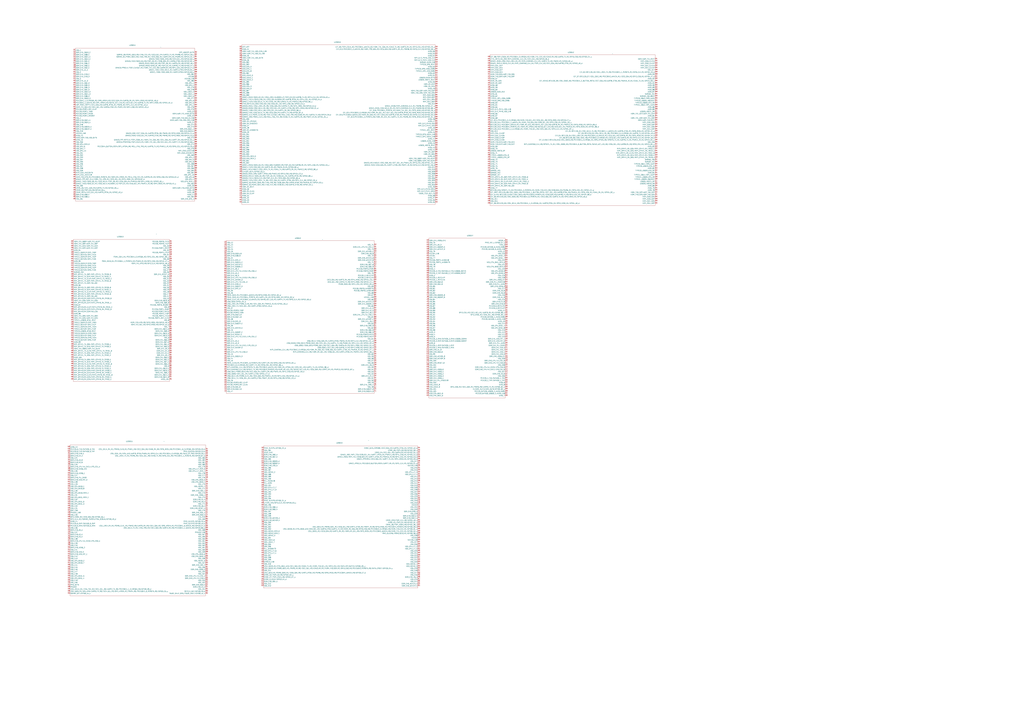
<source format=kicad_sch>
(kicad_sch (version 20250114) (generator "eeschema") (generator_version "9.0")
  (paper "A0")
  (lib_symbols
    (symbol "RK3588:RK3588_C5156490"
      (property "Reference" "U2001" (at -14.986 96.52 0))
      (property "Value" "~" (at 0 90.17 0))
      (symbol "RK3588_C5156490_1_0"
        (pin unspecified line (at -101.6 86.36 0) (length 2.54) (name "VSS_1") (number "A1"))
        (pin unspecified line (at -101.6 83.82 0) (length 2.54) (name "DDR_CH1_DQ10_C") (number "A2"))
        (pin unspecified line (at -101.6 81.28 0) (length 2.54) (name "DDR_CH1_DQ8_C") (number "A3"))
        (pin unspecified line (at -101.6 78.74 0) (length 2.54) (name "DDR_CH1_DQ14_C") (number "A4"))
        (pin unspecified line (at -101.6 76.2 0) (length 2.54) (name "DDR_CH1_DQ12_C") (number "A5"))
        (pin unspecified line (at -101.6 73.66 0) (length 2.54) (name "DDR_CH1_DQ4_C") (number "A6"))
        (pin unspecified line (at -101.6 71.12 0) (length 2.54) (name "DDR_CH1_DQ6_C") (number "A7"))
        (pin unspecified line (at -101.6 68.58 0) (length 2.54) (name "DDR_CH1_DQ0_C") (number "A8"))
        (pin unspecified line (at -101.6 66.04 0) (length 2.54) (name "DDR_CH1_DQ2_C") (number "A9"))
        (pin unspecified line (at -101.6 63.5 0) (length 2.54) (name "DDR_CH1_A4_C") (number "A10"))
        (pin unspecified line (at -101.6 60.96 0) (length 2.54) (name "VSS_2") (number "A11"))
        (pin unspecified line (at -101.6 58.42 0) (length 2.54) (name "DDR_CH1_CKB_C") (number "A12"))
        (pin unspecified line (at -101.6 55.88 0) (length 2.54) (name "DDR_CH1_CKB_D") (number "A13"))
        (pin unspecified line (at -101.6 53.34 0) (length 2.54) (name "VSS_3") (number "A14"))
        (pin unspecified line (at -101.6 50.8 0) (length 2.54) (name "DDR_CH1_A4_D") (number "A15"))
        (pin unspecified line (at -101.6 48.26 0) (length 2.54) (name "DDR_CH1_DQ2_D") (number "A16"))
        (pin unspecified line (at -101.6 45.72 0) (length 2.54) (name "DDR_CH1_DQ0_D") (number "A17"))
        (pin unspecified line (at -101.6 43.18 0) (length 2.54) (name "DDR_CH1_DQ6_D") (number "A18"))
        (pin unspecified line (at -101.6 40.64 0) (length 2.54) (name "DDR_CH1_DQ4_D") (number "A19"))
        (pin unspecified line (at -101.6 38.1 0) (length 2.54) (name "DDR_CH1_DQ12_D") (number "A20"))
        (pin unspecified line (at -101.6 35.56 0) (length 2.54) (name "DDR_CH1_DQ14_D") (number "A21"))
        (pin unspecified line (at -101.6 33.02 0) (length 2.54) (name "DDR_CH1_DQ8_D") (number "A22"))
        (pin unspecified line (at -101.6 30.48 0) (length 2.54) (name "DDR_CH1_DQ10_D") (number "A23"))
        (pin unspecified line (at -101.6 27.94 0) (length 2.54) (name "PCIE30X1_1_CLKREQN_M2/DP0_HPDIN_M2/I2C2_SDA_M4/UART6_RX_M1/SPI4_MISO_M2/GPIO1_A0_d") (number "A24"))
        (pin unspecified line (at -101.6 25.4 0) (length 2.54) (name "PCIE30X1_1_WAKEN_M2/DP1_HPDIN_M2/SATA1_ACT_LED_M1/I2C2_SCL_M4/UART6_TX_M1/SPI4_MOSI_M2/GPIO1_A1_d") (number "A25"))
        (pin unspecified line (at -101.6 22.86 0) (length 2.54) (name "VOP_POST_EMPTY/I2C4_SDA_M3/UART6_RTSN_M1/PWM0_M2/SPI4_CLK_M2/GPIO1_A2_d") (number "A26"))
        (pin unspecified line (at -101.6 20.32 0) (length 2.54) (name "HDMI_TX1_SDA_M2/I2C4_SCL_M3/UART6_CTSN_M1/PWM1_M2/SPI4_CS0_M2/GPIO1_A3_d") (number "A27"))
        (pin unspecified line (at -101.6 17.78 0) (length 2.54) (name "PCIE30_PORT1_REF_CLKP") (number "A28"))
        (pin unspecified line (at -101.6 15.24 0) (length 2.54) (name "PCIE30_PORT1_TX0N") (number "A30"))
        (pin unspecified line (at -101.6 12.7 0) (length 2.54) (name "PCIE30_PORT1_RX0N") (number "A32"))
        (pin unspecified line (at -101.6 10.16 0) (length 2.54) (name "PCIE30_PORT1_RESREF") (number "A33"))
        (pin unspecified line (at -101.6 7.62 0) (length 2.54) (name "VSS_4") (number "A34"))
        (pin unspecified line (at -101.6 5.08 0) (length 2.54) (name "DDR_CH0_DQ14_A") (number "AA1"))
        (pin unspecified line (at -101.6 2.54 0) (length 2.54) (name "DDR_CH0_DQ15_A") (number "AA2"))
        (pin unspecified line (at -101.6 0 0) (length 2.54) (name "VSS_248") (number "AA3"))
        (pin unspecified line (at -101.6 -2.54 0) (length 2.54) (name "DDR_CH0_DQS1N_A") (number "AA4"))
        (pin unspecified line (at -101.6 -5.08 0) (length 2.54) (name "DDR_CH0_DQS1P_A") (number "AA5"))
        (pin unspecified line (at -101.6 -7.62 0) (length 2.54) (name "VSS_249") (number "AA6"))
        (pin unspecified line (at -101.6 -10.16 0) (length 2.54) (name "VCCIO2_1V8") (number "AA7"))
        (pin unspecified line (at -101.6 -12.7 0) (length 2.54) (name "AVSS_15") (number "AA8"))
        (pin unspecified line (at -101.6 -15.24 0) (length 2.54) (name "HDMI/eDP_TX0_VDD_0V75") (number "AA9"))
        (pin unspecified line (at -101.6 -17.78 0) (length 2.54) (name "AVSS_16") (number "AA10"))
        (pin unspecified line (at -101.6 -20.32 0) (length 2.54) (name "VSS_250") (number "AA11"))
        (pin unspecified line (at -101.6 -22.86 0) (length 2.54) (name "VDD_GPU_MEM_0") (number "AA12"))
        (pin unspecified line (at -101.6 -25.4 0) (length 2.54) (name "VDD_GPU_0") (number "AA13"))
        (pin unspecified line (at -101.6 -27.94 0) (length 2.54) (name "VDD_GPU_7") (number "AA14"))
        (pin unspecified line (at -101.6 -30.48 0) (length 2.54) (name "VDD_GPU_11") (number "AA15"))
        (pin unspecified line (at -101.6 -33.02 0) (length 2.54) (name "VSS_251") (number "AA16"))
        (pin unspecified line (at -101.6 -35.56 0) (length 2.54) (name "VSS_252") (number "AA17"))
        (pin unspecified line (at -101.6 -38.1 0) (length 2.54) (name "VSS_253") (number "AA18"))
        (pin unspecified line (at -101.6 -40.64 0) (length 2.54) (name "VSS_254") (number "AA19"))
        (pin unspecified line (at -101.6 -43.18 0) (length 2.54) (name "VSS_255") (number "AA20"))
        (pin unspecified line (at -101.6 -45.72 0) (length 2.54) (name "VSS_256") (number "AA21"))
        (pin unspecified line (at -101.6 -48.26 0) (length 2.54) (name "VSS_257") (number "AA22"))
        (pin unspecified line (at -101.6 -50.8 0) (length 2.54) (name "VSS_258") (number "AA23"))
        (pin unspecified line (at -101.6 -53.34 0) (length 2.54) (name "VSS_259") (number "AA24"))
        (pin unspecified line (at -101.6 -55.88 0) (length 2.54) (name "MIPI_CSI1_AVCC0V75") (number "AA25"))
        (pin unspecified line (at -101.6 -58.42 0) (length 2.54) (name "MIPI_CSI1_AVCC1V8") (number "AA26"))
        (pin unspecified line (at -101.6 -60.96 0) (length 2.54) (name "HDMI_TX0_HPD_M1/PCIE30X2_PERSTN_M2/HDMI_RX_HPDIN_M1/MCU_JTAG_TCK_M1/UART9_RX_M2/SPI0_CS0_M3/GPIO3_D4_d") (number "AA27"))
        (pin unspecified line (at -101.6 -63.5 0) (length 2.54) (name "GMAC1_PTP_REF_CLK/HDMI_TX1_HPD_M1/I2C3_SCL_M1/SPI1_MOSI_M1/GPIO3_B7_d") (number "AA28"))
        (pin unspecified line (at -101.6 -66.04 0) (length 2.54) (name "GMAC1_TXD2/SDIO_D0_M1/I2S3_MCLK/FSPI_D0_M2/I2C6_SDA_M4/PWM10_M0/SPI4_MISO_M1/GPIO3_A0_u") (number "AA29"))
        (pin unspecified line (at -101.6 -68.58 0) (length 2.54) (name "GMAC1_TXD3/SDIO_D1_M1/I2S3_SCLK/AUDDSM_LN/FSPI_D1_M2/I2C6_SCL_M4/PWM11_IR_M0/SPI4_MOSI_M1/GPIO3_A1_u") (number "AA30"))
        (pin unspecified line (at -101.6 -71.12 0) (length 2.54) (name "VSS_260") (number "AA31"))
        (pin unspecified line (at -101.6 -73.66 0) (length 2.54) (name "EMMC_D5/I2C1_SDA_M3/UART5_TX_M2/GPIO2_D5_u") (number "AA32"))
        (pin unspecified line (at -101.6 -76.2 0) (length 2.54) (name "EMMC_D3/FSPI_D3_M0/GPIO2_D3_u") (number "AA33"))
        (pin unspecified line (at -101.6 -78.74 0) (length 2.54) (name "EMMC_RSTN/I2C2_SCL_M2/UART5_RTSN_M1/GPIO2_A3_d") (number "AA34"))
        (pin unspecified line (at -101.6 -81.28 0) (length 2.54) (name "DDR_CH0_DQ9_A") (number "AB1"))
        (pin unspecified line (at -101.6 -83.82 0) (length 2.54) (name "DDR_CH0_DQ8_A") (number "AB2"))
        (pin unspecified line (at -101.6 -86.36 0) (length 2.54) (name "VSS_261") (number "AB3"))
        (pin unspecified line (at 41.91 83.82 180) (length 2.54) (name "OTP_VDDOTP_0V75") (number "AD3"))
        (pin unspecified line (at 41.91 81.28 180) (length 2.54) (name "SDMMC_D0/PDM1_SDI3_M0/JTAG_TCK_M1/I2C3_SCL_M4/UART2_TX_M1/PWM8_M1/GPIO4_D0_u") (number "AD2"))
        (pin unspecified line (at 41.91 78.74 180) (length 2.54) (name "SDMMC_D1/PDM1_SDI2_M0/JTAG_TMS_M1/I2C3_SDA_M4/UART2_RX_M1/PWM9_M1/GPIO4_D1_u") (number "AD1"))
        (pin unspecified line (at 41.91 76.2 180) (length 2.54) (name "GMAC0_TXD3/SDIO_CMD_M0/I2C3_SCL_M3/GPIO2_B2_u") (number "AC34"))
        (pin unspecified line (at 41.91 73.66 180) (length 2.54) (name "GMAC0_TXD2/SDIO_D3_M0/FSPI_D3_M1/I2C8_SDA_M1/UART6_CTSN_M0/GPIO2_B1_u") (number "AC33"))
        (pin unspecified line (at 41.91 71.12 180) (length 2.54) (name "GMAC0_RXD2/SDIO_D0_M0/FSPI_D0_M1/UART6_RX_M0/GPIO2_A6_u") (number "AC32"))
        (pin unspecified line (at 41.91 68.58 180) (length 2.54) (name "GMAC0_RXD3/SDIO_D1_M0/FSPI_D1_M1/UART6_TX_M0/GPIO2_A7_u") (number "AC31"))
        (pin unspecified line (at 41.91 66.04 180) (length 2.54) (name "GMAC0_PPSCLK/TEST_CLKOUT_M1/HDMI_TX1_CEC_M0/UART9_RX_M0/SPI1_CS1_M0/GPIO2_C4_d") (number "AC30"))
        (pin unspecified line (at 41.91 63.5 180) (length 2.54) (name "GMAC1_TXD1/I2S2_MCLK_M1/UART2_CTSN/GPIO3_B4_u") (number "AC29"))
        (pin unspecified line (at 41.91 60.96 180) (length 2.54) (name "GMAC1_TXD0/I2S2_SDO_M1/UART2_RTSN/GPIO3_B3_u") (number "AC28"))
        (pin unspecified line (at 41.91 58.42 180) (length 2.54) (name "VSS_281") (number "AC27"))
        (pin unspecified line (at 41.91 55.88 180) (length 2.54) (name "VCCIO6") (number "AC26"))
        (pin unspecified line (at 41.91 53.34 180) (length 2.54) (name "VCCIO6_1V8") (number "AC25"))
        (pin unspecified line (at 41.91 50.8 180) (length 2.54) (name "VSS_280") (number "AC24"))
        (pin unspecified line (at 41.91 48.26 180) (length 2.54) (name "VDD_NPU_1") (number "AC23"))
        (pin unspecified line (at 41.91 45.72 180) (length 2.54) (name "VDD_NPU_4") (number "AC22"))
        (pin unspecified line (at 41.91 43.18 180) (length 2.54) (name "VSS_279") (number "AC21"))
        (pin unspecified line (at 41.91 40.64 180) (length 2.54) (name "VSS_278") (number "AC20"))
        (pin unspecified line (at 41.91 38.1 180) (length 2.54) (name "VDD_LOGIC_3") (number "AC19"))
        (pin unspecified line (at 41.91 35.56 180) (length 2.54) (name "VDD_LOGIC_4") (number "AC18"))
        (pin unspecified line (at 41.91 33.02 180) (length 2.54) (name "VDD_LOGIC_5") (number "AC17"))
        (pin unspecified line (at 41.91 30.48 180) (length 2.54) (name "VSS_277") (number "AC16"))
        (pin unspecified line (at 41.91 27.94 180) (length 2.54) (name "VDD_GPU_9") (number "AC15"))
        (pin unspecified line (at 41.91 25.4 180) (length 2.54) (name "VDD_GPU_5") (number "AC14"))
        (pin unspecified line (at 41.91 22.86 180) (length 2.54) (name "VDD_GPU_2") (number "AC13"))
        (pin unspecified line (at 41.91 20.32 180) (length 2.54) (name "VSS_276") (number "AC12"))
        (pin unspecified line (at 41.91 17.78 180) (length 2.54) (name "VSS_275") (number "AC11"))
        (pin unspecified line (at 41.91 15.24 180) (length 2.54) (name "AVSS_23") (number "AC10"))
        (pin unspecified line (at 41.91 12.7 180) (length 2.54) (name "HDMI/eDP_TX1_AVDD_0V75") (number "AC9"))
        (pin unspecified line (at 41.91 10.16 180) (length 2.54) (name "AVSS_22") (number "AC8"))
        (pin unspecified line (at 41.91 7.62 180) (length 2.54) (name "HDMI/eDP_TX0_VDD_IO_1V8") (number "AC7"))
        (pin unspecified line (at 41.91 5.08 180) (length 2.54) (name "HDMI/eDP_TX0_VDD_CMN_1V8") (number "AC6"))
        (pin unspecified line (at 41.91 2.54 180) (length 2.54) (name "AVSS_21") (number "AC5"))
        (pin unspecified line (at 41.91 0 180) (length 2.54) (name "VSS_274") (number "AC4"))
        (pin unspecified line (at 41.91 -2.54 180) (length 2.54) (name "VSS_273") (number "AC3"))
        (pin unspecified line (at 41.91 -5.08 180) (length 2.54) (name "DDR_CH0_DQ11_A") (number "AC2"))
        (pin unspecified line (at 41.91 -7.62 180) (length 2.54) (name "DDR_CH0_DQ10_A") (number "AC1"))
        (pin unspecified line (at 41.91 -10.16 180) (length 2.54) (name "GMAC0_MDC/I2C7_SDA_M1/UART9_RTSN_M0/PWM5_M2/SPI3_MISO_M0/GPIO4_C4_d") (number "AB34"))
        (pin unspecified line (at 41.91 -12.7 180) (length 2.54) (name "GMAC0_MDIO/I2C0_SCL_M1/UART9_CTSN_M0/PWM6_M2/SPI3_MOSI_M0/GPIO4_C5_d") (number "AB33"))
        (pin unspecified line (at 41.91 -15.24 180) (length 2.54) (name "VSS_272") (number "AB32"))
        (pin unspecified line (at 41.91 -17.78 180) (length 2.54) (name "GMAC0_PTP_REFCLK/FSPI_CS0N_M1/HDMI_TX1_SDA_M0/I2C4_SDA_M1/UART7_RX_M0/GPIO2_B4_u") (number "AB31"))
        (pin unspecified line (at 41.91 -20.32 180) (length 2.54) (name "GMAC0_PPSTRING/FSPI_CS1N_M1/HDMI_TX1_SCL_M0/I2C4_SCL_M1/UART7_TX_M0/GPIO2_B5_u") (number "AB30"))
        (pin unspecified line (at 41.91 -22.86 180) (length 2.54) (name "VSS_271") (number "AB29"))
        (pin unspecified line (at 41.91 -25.4 180) (length 2.54) (name "PCIE30X4_BUTTON_RSTN/DP1_HPDIN_M0/MCU_JTAG_TMS_M1/UART9_TX_M2/PWM11_IR_M3/SPI0_CS1_M3/GPIO3_D5_d") (number "AB28"))
        (pin unspecified line (at 41.91 -27.94 180) (length 2.54) (name "VSS_270") (number "AB27"))
        (pin unspecified line (at 41.91 -30.48 180) (length 2.54) (name "MIPI_CSI0_AVCC1V8") (number "AB26"))
        (pin unspecified line (at 41.91 -33.02 180) (length 2.54) (name "MIPI_CSI0_AVCC0V75") (number "AB25"))
        (pin unspecified line (at 41.91 -35.56 180) (length 2.54) (name "VSS_269") (number "AB24"))
        (pin unspecified line (at 41.91 -38.1 180) (length 2.54) (name "VDD_NPU_2") (number "AB23"))
        (pin unspecified line (at 41.91 -40.64 180) (length 2.54) (name "VDD_NPU_5") (number "AB22"))
        (pin unspecified line (at 41.91 -43.18 180) (length 2.54) (name "VDD_NPU_6") (number "AB21"))
        (pin unspecified line (at 41.91 -45.72 180) (length 2.54) (name "VSS_268") (number "AB20"))
        (pin unspecified line (at 41.91 -48.26 180) (length 2.54) (name "VSS_267") (number "AB19"))
        (pin unspecified line (at 41.91 -50.8 180) (length 2.54) (name "VSS_266") (number "AB18"))
        (pin unspecified line (at 41.91 -53.34 180) (length 2.54) (name "VSS_265") (number "AB17"))
        (pin unspecified line (at 41.91 -55.88 180) (length 2.54) (name "VSS_264") (number "AB16"))
        (pin unspecified line (at 41.91 -58.42 180) (length 2.54) (name "VDD_GPU_10") (number "AB15"))
        (pin unspecified line (at 41.91 -60.96 180) (length 2.54) (name "VDD_GPU_6") (number "AB14"))
        (pin unspecified line (at 41.91 -63.5 180) (length 2.54) (name "VDD_GPU_1") (number "AB13"))
        (pin unspecified line (at 41.91 -66.04 180) (length 2.54) (name "VDD_GPU_MEM_1") (number "AB12"))
        (pin unspecified line (at 41.91 -68.58 180) (length 2.54) (name "VSS_263") (number "AB11"))
        (pin unspecified line (at 41.91 -71.12 180) (length 2.54) (name "AVSS_20") (number "AB10"))
        (pin unspecified line (at 41.91 -73.66 180) (length 2.54) (name "HDMI/eDP_TX0_AVDD_0V75") (number "AB9"))
        (pin unspecified line (at 41.91 -76.2 180) (length 2.54) (name "AVSS_19") (number "AB8"))
        (pin unspecified line (at 41.91 -78.74 180) (length 2.54) (name "AVSS_18") (number "AB7"))
        (pin unspecified line (at 41.91 -81.28 180) (length 2.54) (name "AVSS_17") (number "AB6"))
        (pin unspecified line (at 41.91 -83.82 180) (length 2.54) (name "VSS_262") (number "AB5"))
        (pin unspecified line (at 41.91 -86.36 180) (length 2.54) (name "DDR_CH0_DM1_A") (number "AB4"))
      )
      (symbol "RK3588_C5156490_2_0"
        (pin unspecified line (at -152.4 91.44 0) (length 2.54) (name "OTP_VPP") (number "AD4"))
        (pin unspecified line (at -152.4 88.9 0) (length 2.54) (name "AVSS_24") (number "AD5"))
        (pin unspecified line (at -152.4 86.36 0) (length 2.54) (name "HDMI/eDP_TX1_VDD_CMN_1V8") (number "AD6"))
        (pin unspecified line (at -152.4 83.82 0) (length 2.54) (name "HDMI/eDP_TX1_VDD_IO_1V8") (number "AD7"))
        (pin unspecified line (at -152.4 81.28 0) (length 2.54) (name "AVSS_25") (number "AD8"))
        (pin unspecified line (at -152.4 78.74 0) (length 2.54) (name "HDMI/eDP_TX1_VDD_0V75") (number "AD9"))
        (pin unspecified line (at -152.4 76.2 0) (length 2.54) (name "AVSS_26") (number "AD10"))
        (pin unspecified line (at -152.4 73.66 0) (length 2.54) (name "VSS_282") (number "AD11"))
        (pin unspecified line (at -152.4 71.12 0) (length 2.54) (name "VSS_283") (number "AD12"))
        (pin unspecified line (at -152.4 68.58 0) (length 2.54) (name "VDD_GPU_3") (number "AD13"))
        (pin unspecified line (at -152.4 66.04 0) (length 2.54) (name "VDD_GPU_4") (number "AD14"))
        (pin unspecified line (at -152.4 63.5 0) (length 2.54) (name "VDD_GPU_8") (number "AD15"))
        (pin unspecified line (at -152.4 60.96 0) (length 2.54) (name "VSS_284") (number "AD16"))
        (pin unspecified line (at -152.4 58.42 0) (length 2.54) (name "VDD_LOGIC_0") (number "AD17"))
        (pin unspecified line (at -152.4 55.88 0) (length 2.54) (name "VDD_LOGIC_1") (number "AD18"))
        (pin unspecified line (at -152.4 53.34 0) (length 2.54) (name "VDD_LOGIC_2") (number "AD19"))
        (pin unspecified line (at -152.4 50.8 0) (length 2.54) (name "VSS_285") (number "AD20"))
        (pin unspecified line (at -152.4 48.26 0) (length 2.54) (name "VSS_286") (number "AD21"))
        (pin unspecified line (at -152.4 45.72 0) (length 2.54) (name "VDD_NPU_3") (number "AD22"))
        (pin unspecified line (at -152.4 43.18 0) (length 2.54) (name "VDD_NPU_0") (number "AD23"))
        (pin unspecified line (at -152.4 40.64 0) (length 2.54) (name "VSS_287") (number "AD24"))
        (pin unspecified line (at -152.4 38.1 0) (length 2.54) (name "VSS_288") (number "AD25"))
        (pin unspecified line (at -152.4 35.56 0) (length 2.54) (name "VSS_289") (number "AD26"))
        (pin unspecified line (at -152.4 33.02 0) (length 2.54) (name "GMAC1_RXD2/SDIO_D2_M1/I2S3_LRCK/AUDDSM_LP/FSPI_D2_M2/UART8_TX_M1/SPI4_CLK_M1/GPIO3_A2_u") (number "AD27"))
        (pin unspecified line (at -152.4 30.48 0) (length 2.54) (name "GMAC1_TXCLK/SDIO_CMD_M1/I2S3_SDI/AUDDSM_RP/UART8_RTSN_M1/SPI4_CS1_M1/GPIO3_A4_d") (number "AD28"))
        (pin unspecified line (at -152.4 27.94 0) (length 2.54) (name "GMAC1_TXEN/I2S2_SCLK_TX_M1/CAN1_RX_M0/UART3_TX_M1/PWM12_M0/GPIO3_B5_u") (number "AD29"))
        (pin unspecified line (at -152.4 25.4 0) (length 2.54) (name "ETH0_REFCLKO_25M/I2S2_SDI_M0/I2C6_SCL_M2/SPI1_CS0_M0/GPIO2_C3_d") (number "AD30"))
        (pin unspecified line (at -152.4 22.86 0) (length 2.54) (name "GMAC0_RXD1/I2S2_LRCK_RX_M0/I2C6_SDA_M2/UART9_TX_M0/SPI1_MOSI_M0/GPIO2_C2_d") (number "AD31"))
        (pin unspecified line (at -152.4 20.32 0) (length 2.54) (name "GMAC0_RXD0/I2S2_SCLK_RX_M0/I2C2_SCL_M1/UART1_CTSN_M0/SPI1_MISO_M0/GPIO2_C1_d") (number "AD32"))
        (pin unspecified line (at -152.4 17.78 0) (length 2.54) (name "GMAC0_TXD0/I2S2_MCLK_M0/I2C5_SCL_M4/UART1_RX_M0/GPIO2_B6_d") (number "AD33"))
        (pin unspecified line (at -152.4 15.24 0) (length 2.54) (name "GMAC0_TXD1/I2S2_SCLK_TX_M0/I2C5_SDA_M4/UART1_TX_M0/GPIO2_B7_d") (number "AD34"))
        (pin unspecified line (at -152.4 12.7 0) (length 2.54) (name "SDMMC_CLK/PDM1_CLK0_M0/TEST_CLKOUT_M0/MCU_JTAG_TMS_M0/CAN0_RX_M1/UART5_TX_M0/GPIO4_D5_d") (number "AE1"))
        (pin unspecified line (at -152.4 10.16 0) (length 2.54) (name "SDMMC_CMD/PDM1_CLK1_M0/MCU_JTAG_TCK_M0/CAN0_TX_M1/UART5_RX_M0/PWM7_IR_M1/GPIO4_D4_u") (number "AE2"))
        (pin unspecified line (at -152.4 7.62 0) (length 2.54) (name "VSS_290") (number "AE3"))
        (pin unspecified line (at -152.4 5.08 0) (length 2.54) (name "HDMI_RX_VPH3V3") (number "AE4"))
        (pin unspecified line (at -152.4 2.54 0) (length 2.54) (name "HDMI_RX_DVDD3V3") (number "AE5"))
        (pin unspecified line (at -152.4 0 0) (length 2.54) (name "AVSS_27") (number "AE6"))
        (pin unspecified line (at -152.4 -2.54 0) (length 2.54) (name "AVSS_28") (number "AE7"))
        (pin unspecified line (at -152.4 -5.08 0) (length 2.54) (name "HDMI_RX_AVDD0V75") (number "AE8"))
        (pin unspecified line (at -152.4 -7.62 0) (length 2.54) (name "AVSS_29") (number "AE9"))
        (pin unspecified line (at -152.4 -10.16 0) (length 2.54) (name "VSS_291") (number "AE11"))
        (pin unspecified line (at -152.4 -12.7 0) (length 2.54) (name "VSS_292") (number "AE12"))
        (pin unspecified line (at -152.4 -15.24 0) (length 2.54) (name "VSS_293") (number "AE13"))
        (pin unspecified line (at -152.4 -17.78 0) (length 2.54) (name "VSS_294") (number "AE14"))
        (pin unspecified line (at -152.4 -20.32 0) (length 2.54) (name "VSS_295") (number "AE15"))
        (pin unspecified line (at -152.4 -22.86 0) (length 2.54) (name "VSS_296") (number "AE16"))
        (pin unspecified line (at -152.4 -25.4 0) (length 2.54) (name "VSS_297") (number "AE18"))
        (pin unspecified line (at -152.4 -27.94 0) (length 2.54) (name "VSS_298") (number "AE19"))
        (pin unspecified line (at -152.4 -30.48 0) (length 2.54) (name "VSS_299") (number "AE20"))
        (pin unspecified line (at -152.4 -33.02 0) (length 2.54) (name "VSS_300") (number "AE21"))
        (pin unspecified line (at -152.4 -35.56 0) (length 2.54) (name "VDD_NPU_MEM_0") (number "AE22"))
        (pin unspecified line (at -152.4 -38.1 0) (length 2.54) (name "VDD_NPU_MEM_1") (number "AE23"))
        (pin unspecified line (at -152.4 -40.64 0) (length 2.54) (name "VSS_301") (number "AE24"))
        (pin unspecified line (at -152.4 -43.18 0) (length 2.54) (name "VSS_302") (number "AE26"))
        (pin unspecified line (at -152.4 -45.72 0) (length 2.54) (name "GMAC1_RXD3/SDIO_D3_M1/I2S3_SDO/AUDDSM_RN/FSPI_D3_M2/UART8_RX_M1/SPI4_CS0_M1/GPIO3_A3_u") (number "AE27"))
        (pin unspecified line (at -152.4 -48.26 0) (length 2.54) (name "GMAC1_TXER/I2S2_SDI_M1/UART2_RX_M2/PWM3_IR_M1/GPIO3_B2_d") (number "AE28"))
        (pin unspecified line (at -152.4 -50.8 0) (length 2.54) (name "GMAC1_MCLKINOUT/I2S2_LRCK_TX_M1/CAN1_TX_M0/UART3_RX_M1/PWM13_M0/GPIO3_B6_d") (number "AE29"))
        (pin unspecified line (at -152.4 -53.34 0) (length 2.54) (name "CLK32K_OUT1/GPIO2_C5_d") (number "AE30"))
        (pin unspecified line (at -152.4 -55.88 0) (length 2.54) (name "GMAC0_RXDV_CRS/UART7_RTSN_M0/PWM2_M2/SPI3_CS0_M0/GPIO4_C2_d") (number "AE31"))
        (pin unspecified line (at -152.4 -58.42 0) (length 2.54) (name "GMAC0_RXCLK/SDIO_D2_M0/FSPI_D2_M1/I2C8_SCL_M1/UART6_RTSN_M0/GPIO2_B0_u") (number "AE32"))
        (pin unspecified line (at -152.4 -60.96 0) (length 2.54) (name "GMAC0_TXCLK/SDIO_CLK_M0/FSPI_CLK_M1/I2C3_SDA_M3/GPIO2_B3_d") (number "AE33"))
        (pin unspecified line (at -152.4 -63.5 0) (length 2.54) (name "GMAC0_TXEN/I2S2_LRCK_TX_M0/I2C2_SDA_M1/UART1_RTSN_M0/SPI1_CLK_M0/GPIO2_C0_d") (number "AE34"))
        (pin unspecified line (at -152.4 -66.04 0) (length 2.54) (name "SDMMC_D3/PDM1_SDI0_M0/JTAG_TMS_M0/I2C8_SDA_M0/UART5_RTSN_M0/PWM10_M1/GPIO4_D3_u") (number "AF1"))
        (pin unspecified line (at -152.4 -68.58 0) (length 2.54) (name "SDMMC_D2/PDM1_SDI1_M0/JTAG_TCK_M0/I2C8_SCL_M0/UART5_CTSN_M0/GPIO4_D2_u") (number "AF2"))
        (pin unspecified line (at -152.4 -71.12 0) (length 2.54) (name "HDMI_RX_REXT") (number "AF3"))
        (pin unspecified line (at -152.4 -73.66 0) (length 2.54) (name "AVSS_30") (number "AF4"))
        (pin unspecified line (at -152.4 -76.2 0) (length 2.54) (name "HDMI_RX_CLKN") (number "AF5"))
        (pin unspecified line (at -152.4 -78.74 0) (length 2.54) (name "HDMI_RX_CLKP") (number "AF6"))
        (pin unspecified line (at -152.4 -81.28 0) (length 2.54) (name "AVSS_31") (number "AF7"))
        (pin unspecified line (at -152.4 -83.82 0) (length 2.54) (name "AVSS_32") (number "AF8"))
        (pin unspecified line (at -152.4 -86.36 0) (length 2.54) (name "AVSS_33") (number "AF11"))
        (pin unspecified line (at -152.4 -88.9 0) (length 2.54) (name "AVSS_34") (number "AF12"))
        (pin unspecified line (at 77.47 91.44 180) (length 2.54) (name "CIF_D9/FSPI_CS1N_M2/PCIE30X4_WAKEN_M2/HDMI_TX1_SDA_M1/CAN2_TX_M0/UART5_RX_M1/SPI3_CS1_M3/GPIO3_C5_u") (number "AH25"))
        (pin unspecified line (at 77.47 88.9 180) (length 2.54) (name "CIF_D12/PCIE20X1_2_WAKEN_M0/HDMI_TX0_SDA_M2/I2C5_SDA_M0/UART4_RX_M1/PWM8_M2/SPI3_CLK_M3/GPIO3_D0_u") (number "AH24"))
        (pin unspecified line (at 77.47 86.36 180) (length 2.54) (name "AVSS_56") (number "AH23"))
        (pin unspecified line (at 77.47 83.82 180) (length 2.54) (name "AVSS_55") (number "AH22"))
        (pin unspecified line (at 77.47 81.28 180) (length 2.54) (name "AVSS_54") (number "AH21"))
        (pin unspecified line (at 77.47 78.74 180) (length 2.54) (name "MIPI_D/C_PHY0_VDD_1V2") (number "AH20"))
        (pin unspecified line (at 77.47 76.2 180) (length 2.54) (name "MIPI_D/C_PHY1_VDD_1V2") (number "AH19"))
        (pin unspecified line (at 77.47 73.66 180) (length 2.54) (name "SARADC_AVDD_1V8") (number "AH18"))
        (pin unspecified line (at 77.47 71.12 180) (length 2.54) (name "TYPEC0_DP0_REXT") (number "AH16"))
        (pin unspecified line (at 77.47 68.58 180) (length 2.54) (name "AVSS_53") (number "AH15"))
        (pin unspecified line (at 77.47 66.04 180) (length 2.54) (name "TYPEC0_DP0_VDDA_0V85") (number "AH14"))
        (pin unspecified line (at 77.47 63.5 180) (length 2.54) (name "TYPEC1_DP1_VDD_0V85") (number "AH13"))
        (pin unspecified line (at 77.47 60.96 180) (length 2.54) (name "AVSS_52") (number "AH12"))
        (pin unspecified line (at 77.47 58.42 180) (length 2.54) (name "AVSS_51") (number "AH11"))
        (pin unspecified line (at 77.47 55.88 180) (length 2.54) (name "USB20_DVDD_0V75") (number "AH10"))
        (pin unspecified line (at 77.47 53.34 180) (length 2.54) (name "USB20_HOST1_REXT") (number "AH9"))
        (pin unspecified line (at 77.47 50.8 180) (length 2.54) (name "AVSS_50") (number "AH8"))
        (pin unspecified line (at 77.47 48.26 180) (length 2.54) (name "HDMI_RX_D1P") (number "AH6"))
        (pin unspecified line (at 77.47 45.72 180) (length 2.54) (name "HDMI_RX_D1N") (number "AH5"))
        (pin unspecified line (at 77.47 43.18 180) (length 2.54) (name "AVSS_49") (number "AH4"))
        (pin unspecified line (at 77.47 40.64 180) (length 2.54) (name "HDMI_TX0_D3P/eDP_TX0_D3P") (number "AH3"))
        (pin unspecified line (at 77.47 38.1 180) (length 2.54) (name "HDMI_TX0_D3N/eDP_TX0_D3N") (number "AH2"))
        (pin unspecified line (at 77.47 35.56 180) (length 2.54) (name "MIPI_CSI0_D0N") (number "AG34"))
        (pin unspecified line (at 77.47 33.02 180) (length 2.54) (name "MIPI_CSI0_D0P") (number "AG33"))
        (pin unspecified line (at 77.47 30.48 180) (length 2.54) (name "MIPI_CSI1_D0N") (number "AG32"))
        (pin unspecified line (at 77.47 27.94 180) (length 2.54) (name "MIPI_CSI1_D0P") (number "AG31"))
        (pin unspecified line (at 77.47 25.4 180) (length 2.54) (name "VSS_312") (number "AG30"))
        (pin unspecified line (at 77.47 22.86 180) (length 2.54) (name "GMAC1_RXD0/MIPI_CAMERA2_CLK_M1/PWM8_M0/GPIO3_A7_u") (number "AG29"))
        (pin unspecified line (at 77.47 20.32 180) (length 2.54) (name "GMAC1_RXD1/I2S2_SCLK_RX_M1/MIPI_CAMERA3_CLK_M1/PWM9_M0/GPIO3_B0_u") (number "AG28"))
        (pin unspecified line (at 77.47 17.78 180) (length 2.54) (name "CIF_D10/PCIE30X4_PERSTN_M2/HDMI_TX1_SCL_M1/SPI3_MISO_M3/GPIO3_C6_u") (number "AG26"))
        (pin unspecified line (at 77.47 15.24 180) (length 2.54) (name "CIF_D14/PCIE30X2_CLKREQN_M2/HDMI_RX_SCL_M1/I2C7_SCL_M2/UART9_RTSN_M2/SPI0_MOSI_M3/GPIO3_D2_d") (number "AG25"))
        (pin unspecified line (at 77.47 12.7 180) (length 2.54) (name "CIF_D15/PCIE30X2_WAKEN_M2/HDMI_RX_SDA_M1/I2C7_SDA_M2/UART9_CTSN_M2/PWM10_M2/SPI0_CLK_M3/GPIO3_D3_d") (number "AG24"))
        (pin unspecified line (at 77.47 10.16 180) (length 2.54) (name "CIF_D13/PCIE20X1_2_PERSTN_M0/HDMI_RX_CEC_M1/UART4_TX_M1/PWM9_M2/SPI0_MISO_M3/GPIO3_D1_d") (number "AG23"))
        (pin unspecified line (at 77.47 7.62 180) (length 2.54) (name "AVSS_48") (number "AG22"))
        (pin unspecified line (at 77.47 5.08 180) (length 2.54) (name "AVSS_47") (number "AG21"))
        (pin unspecified line (at 77.47 2.54 180) (length 2.54) (name "MIPI_D/C_PHY0_VDD") (number "AG20"))
        (pin unspecified line (at 77.47 0 180) (length 2.54) (name "MIPI_D/C_PHY1_VDD") (number "AG19"))
        (pin unspecified line (at 77.47 -2.54 180) (length 2.54) (name "AVSS_46") (number "AG18"))
        (pin unspecified line (at 77.47 -5.08 180) (length 2.54) (name "TYPEC1_DP1_REXT") (number "AG16"))
        (pin unspecified line (at 77.47 -7.62 180) (length 2.54) (name "AVSS_45") (number "AG15"))
        (pin unspecified line (at 77.47 -10.16 180) (length 2.54) (name "TYPEC0_DP0_VDDH_1V8") (number "AG14"))
        (pin unspecified line (at 77.47 -12.7 180) (length 2.54) (name "TYPEC1_DP1_VDDH_1V8") (number "AG13"))
        (pin unspecified line (at 77.47 -15.24 180) (length 2.54) (name "AVSS_44") (number "AG12"))
        (pin unspecified line (at 77.47 -17.78 180) (length 2.54) (name "USB20_AVDD_1V8") (number "AG11"))
        (pin unspecified line (at 77.47 -20.32 180) (length 2.54) (name "AVSS_43") (number "AG10"))
        (pin unspecified line (at 77.47 -22.86 180) (length 2.54) (name "USB20_HOST0_REXT") (number "AG9"))
        (pin unspecified line (at 77.47 -25.4 180) (length 2.54) (name "AVSS_42") (number "AG7"))
        (pin unspecified line (at 77.47 -27.94 180) (length 2.54) (name "AVSS_41") (number "AG6"))
        (pin unspecified line (at 77.47 -30.48 180) (length 2.54) (name "HDMI_RX_D0P") (number "AG5"))
        (pin unspecified line (at 77.47 -33.02 180) (length 2.54) (name "HDMI_RX_D0N") (number "AG4"))
        (pin unspecified line (at 77.47 -35.56 180) (length 2.54) (name "AVSS_40") (number "AG3"))
        (pin unspecified line (at 77.47 -38.1 180) (length 2.54) (name "HDMI_TX0_SBDP/eDP_TX0_AUXP") (number "AG2"))
        (pin unspecified line (at 77.47 -40.64 180) (length 2.54) (name "HDMI_TX0_SBDN/eDP_TX0_AUXN") (number "AG1"))
        (pin unspecified line (at 77.47 -43.18 180) (length 2.54) (name "GMAC0_MCLKINOUT/I2S2_SDO_M0/I2C7_SCL_M1/PWM4_M1/SPI3_CS1_M0/GPIO4_C3_d") (number "AF34"))
        (pin unspecified line (at 77.47 -45.72 180) (length 2.54) (name "GMAC0_TXER/I2C0_SDA_M1/UART7_CTSN_M0/PWM7_IR_M3/SPI3_CLK_M0/GPIO4_C6_d") (number "AF33"))
        (pin unspecified line (at 77.47 -48.26 180) (length 2.54) (name "VSS_311") (number "AF32"))
        (pin unspecified line (at 77.47 -50.8 180) (length 2.54) (name "VSS_310") (number "AF31"))
        (pin unspecified line (at 77.47 -53.34 180) (length 2.54) (name "VSS_309") (number "AF30"))
        (pin unspecified line (at 77.47 -55.88 180) (length 2.54) (name "VSS_308") (number "AF29"))
        (pin unspecified line (at 77.47 -58.42 180) (length 2.54) (name "VSS_307") (number "AF28"))
        (pin unspecified line (at 77.47 -60.96 180) (length 2.54) (name "VSS_306") (number "AF27"))
        (pin unspecified line (at 77.47 -63.5 180) (length 2.54) (name "VSS_305") (number "AF25"))
        (pin unspecified line (at 77.47 -66.04 180) (length 2.54) (name "VSS_304") (number "AF24"))
        (pin unspecified line (at 77.47 -68.58 180) (length 2.54) (name "VSS_303") (number "AF22"))
        (pin unspecified line (at 77.47 -71.12 180) (length 2.54) (name "AVSS_39") (number "AF21"))
        (pin unspecified line (at 77.47 -73.66 180) (length 2.54) (name "MIPI_D/C_PHY0_VREG") (number "AF20"))
        (pin unspecified line (at 77.47 -76.2 180) (length 2.54) (name "MIPI_D/C_PHY1_VREG") (number "AF19"))
        (pin unspecified line (at 77.47 -78.74 180) (length 2.54) (name "TSADC_TEST_OUT_TS") (number "AF18"))
        (pin unspecified line (at 77.47 -81.28 180) (length 2.54) (name "AVSS_38") (number "AF16"))
        (pin unspecified line (at 77.47 -83.82 180) (length 2.54) (name "AVSS_37") (number "AF15"))
        (pin unspecified line (at 77.47 -86.36 180) (length 2.54) (name "AVSS_36") (number "AF14"))
        (pin unspecified line (at 77.47 -88.9 180) (length 2.54) (name "AVSS_35") (number "AF13"))
      )
      (symbol "RK3588_C5156490_3_0"
        (pin unspecified line (at -144.78 86.36 0) (length 2.54) (name "CIF_D8/FSPI_CS0N_M2/PCIE30X4_CLKREQN_M2/HDMI_TX1_CEC_M2/CAN2_RX_M0/UART5_TX_M1/SPI3_CS0_M3/GPIO3_C4_u") (number "AH26"))
        (pin unspecified line (at -144.78 83.82 0) (length 2.54) (name "ETH1_REFCLKO_25M/MIPI_CAMERA1_CLK_M1/I2C4_SCL_M0/GPIO3_A6_d") (number "AH27"))
        (pin unspecified line (at -144.78 81.28 0) (length 2.54) (name "GMAC1_RXDV_CRS/I2S2_LRCK_RX_M1/MIPI_CAMERA4_CLK_M1/UART2_TX_M2/PWM2_M1/GPIO3_B1_d") (number "AH29"))
        (pin unspecified line (at -144.78 78.74 0) (length 2.54) (name "GMAC1_RXCLK/SDIO_CLK_M1/MIPI_CAMERA0_CLK_M1/FSPI_CLK_M2/I2C4_SDA_M0/UART8_CTSN_M1/GPIO3_A5_d") (number "AH30"))
        (pin unspecified line (at -144.78 76.2 0) (length 2.54) (name "MIPI_CSI1_D1P") (number "AH31"))
        (pin unspecified line (at -144.78 73.66 0) (length 2.54) (name "MIPI_CSI1_D1N") (number "AH32"))
        (pin unspecified line (at -144.78 71.12 0) (length 2.54) (name "MIPI_CSI0_D1P") (number "AH33"))
        (pin unspecified line (at -144.78 68.58 0) (length 2.54) (name "MIPI_CSI0_D1N") (number "AH34"))
        (pin unspecified line (at -144.78 66.04 0) (length 2.54) (name "HDMI_TX0_D0N/eDP_TX0_D0N") (number "AJ1"))
        (pin unspecified line (at -144.78 63.5 0) (length 2.54) (name "HDMI_TX0_D0P/eDP_TX0_D0P") (number "AJ2"))
        (pin unspecified line (at -144.78 60.96 0) (length 2.54) (name "AVSS_57") (number "AJ3"))
        (pin unspecified line (at -144.78 58.42 0) (length 2.54) (name "HDMI_RX_D2N") (number "AJ4"))
        (pin unspecified line (at -144.78 55.88 0) (length 2.54) (name "HDMI_RX_D2P") (number "AJ5"))
        (pin unspecified line (at -144.78 53.34 0) (length 2.54) (name "AVSS_58") (number "AJ7"))
        (pin unspecified line (at -144.78 50.8 0) (length 2.54) (name "AVSS_59") (number "AJ8"))
        (pin unspecified line (at -144.78 48.26 0) (length 2.54) (name "AVSS_60") (number "AJ9"))
        (pin unspecified line (at -144.78 45.72 0) (length 2.54) (name "USB20_AVDD_3V3") (number "AJ10"))
        (pin unspecified line (at -144.78 43.18 0) (length 2.54) (name "AVSS_61") (number "AJ11"))
        (pin unspecified line (at -144.78 40.64 0) (length 2.54) (name "AVSS_62") (number "AJ12"))
        (pin unspecified line (at -144.78 38.1 0) (length 2.54) (name "TYPEC1_DP1_VDDA_0V85") (number "AJ13"))
        (pin unspecified line (at -144.78 35.56 0) (length 2.54) (name "TYPEC0_DP0_VDD_0V85") (number "AJ14"))
        (pin unspecified line (at -144.78 33.02 0) (length 2.54) (name "AVSS_63") (number "AJ15"))
        (pin unspecified line (at -144.78 30.48 0) (length 2.54) (name "AVSS_64") (number "AJ16"))
        (pin unspecified line (at -144.78 27.94 0) (length 2.54) (name "AVSS_65") (number "AJ18"))
        (pin unspecified line (at -144.78 25.4 0) (length 2.54) (name "MIPI_D/C_PHY1_VDD_1V8") (number "AJ19"))
        (pin unspecified line (at -144.78 22.86 0) (length 2.54) (name "MIPI_D/C_PHY0_VDD_1V8") (number "AJ20"))
        (pin unspecified line (at -144.78 20.32 0) (length 2.54) (name "AVSS_66") (number "AJ21"))
        (pin unspecified line (at -144.78 17.78 0) (length 2.54) (name "AVSS_67") (number "AJ22"))
        (pin unspecified line (at -144.78 15.24 0) (length 2.54) (name "AVSS_68") (number "AJ23"))
        (pin unspecified line (at -144.78 12.7 0) (length 2.54) (name "CIF_D11/PCIE20X1_2_CLKREQN_M0/HDMI_TX0_SCL_M2/I2C5_SCL_M0/SPI3_MOSI_M3/GPIO3_C7_u") (number "AJ24"))
        (pin unspecified line (at -144.78 10.16 0) (length 2.54) (name "BT1120_D14/PCIE20X1_2_WAKEN_M1/HDMI_TX0_SDA_M0/I2C8_SCL_M3/SPI3_CS0_M1/GPIO4_C0_u") (number "AJ25"))
        (pin unspecified line (at -144.78 7.62 0) (length 2.54) (name "BT1120_D11/PCIE30X4_WAKEN_M1/HDMI_RX_CEC_M0/SATA1_ACT_LED_M0/UART9_RX_M1/PWM12_M1/SPI3_MISO_M1/GPIO4_B5_d") (number "AJ26"))
        (pin unspecified line (at -144.78 5.08 0) (length 2.54) (name "BT1120_D12/PCIE30X4_PERSTN_M1/HDMI_RX_HPDIN_M0/SATA0_ACT_LED_M0/I2C5_SCL_M1/PWM13_M1/SPI3_MOSI_M1/GPIO4_B6_d") (number "AJ27"))
        (pin unspecified line (at -144.78 2.54 0) (length 2.54) (name "BT1120_D13/PCIE20X1_2_CLKREQN_M1/HDMI_TX0_SCL_M0/I2C5_SDA_M1/SPI3_CLK_M1/GPIO4_B7_u") (number "AJ28"))
        (pin unspecified line (at -144.78 0 0) (length 2.54) (name "VSS_313") (number "AJ30"))
        (pin unspecified line (at -144.78 -2.54 0) (length 2.54) (name "MIPI_CSI1_CLK0P") (number "AJ31"))
        (pin unspecified line (at -144.78 -5.08 0) (length 2.54) (name "MIPI_CSI1_CLK0N") (number "AJ32"))
        (pin unspecified line (at -144.78 -7.62 0) (length 2.54) (name "MIPI_CSI0_CLK0P") (number "AJ33"))
        (pin unspecified line (at -144.78 -10.16 0) (length 2.54) (name "MIPI_CSI0_CLK0N") (number "AJ34"))
        (pin unspecified line (at -144.78 -12.7 0) (length 2.54) (name "HDMI_TX0_D1N/eDP_TX0_D1N") (number "AK2"))
        (pin unspecified line (at -144.78 -15.24 0) (length 2.54) (name "HDMI_TX0_D1P/eDP_TX0_D1P") (number "AK3"))
        (pin unspecified line (at -144.78 -17.78 0) (length 2.54) (name "AVSS_69") (number "AK4"))
        (pin unspecified line (at -144.78 -20.32 0) (length 2.54) (name "AVSS_70") (number "AK5"))
        (pin unspecified line (at -144.78 -22.86 0) (length 2.54) (name "USB20_HOST0_DP") (number "AK6"))
        (pin unspecified line (at -144.78 -25.4 0) (length 2.54) (name "AVSS_71") (number "AK7"))
        (pin unspecified line (at -144.78 -27.94 0) (length 2.54) (name "TYPEC1_USB20_OTG_ID") (number "AK8"))
        (pin unspecified line (at -144.78 -30.48 0) (length 2.54) (name "TYPEC1_USB20_OTG_DP") (number "AK9"))
        (pin unspecified line (at -144.78 -33.02 0) (length 2.54) (name "AVSS_72") (number "AK10"))
        (pin unspecified line (at -144.78 -35.56 0) (length 2.54) (name "AVSS_73") (number "AK11"))
        (pin unspecified line (at -144.78 -38.1 0) (length 2.54) (name "AVSS_74") (number "AK12"))
        (pin unspecified line (at -144.78 -40.64 0) (length 2.54) (name "AVSS_75") (number "AK13"))
        (pin unspecified line (at -144.78 -43.18 0) (length 2.54) (name "AVSS_76") (number "AK14"))
        (pin unspecified line (at -144.78 -45.72 0) (length 2.54) (name "SARADC_IN5") (number "AK15"))
        (pin unspecified line (at -144.78 -48.26 0) (length 2.54) (name "SARADC_IN2") (number "AK16"))
        (pin unspecified line (at -144.78 -50.8 0) (length 2.54) (name "SARADC_IN7") (number "AK17"))
        (pin unspecified line (at -144.78 -53.34 0) (length 2.54) (name "MIPI_DPHY1_RX_D0P/MIPI_CPHY1_RX_TRIO0_B") (number "AK18"))
        (pin unspecified line (at -144.78 -55.88 0) (length 2.54) (name "MIPI_DPHY1_RX_D1P/MIPI_CPHY1_RX_TRIO1_A") (number "AK19"))
        (pin unspecified line (at -144.78 -58.42 0) (length 2.54) (name "MIPI_DPHY1_RX_CLKP/MIPI_CPHY1_RX_TRIO1_C") (number "AK20"))
        (pin unspecified line (at -144.78 -60.96 0) (length 2.54) (name "MIPI_DPHY1_RX_D2P/MIPI_CPHY1_RX_TRIO2_B") (number "AK21"))
        (pin unspecified line (at -144.78 -63.5 0) (length 2.54) (name "MIPI_DPHY1_RX_D3P/NO_USE") (number "AK22"))
        (pin unspecified line (at -144.78 -66.04 0) (length 2.54) (name "AVSS_77") (number "AK23"))
        (pin unspecified line (at -144.78 -68.58 0) (length 2.54) (name "BT1120_D15/SPDIF1_TX_M2/PCIE20X1_2_PERSTN_M1/HDMI_TX0_CEC_M0/I2C8_SDA_M3/PWM6_M1/SPI3_CS1_M1/GPIO4_C1_d") (number "AK24"))
        (pin unspecified line (at -144.78 -71.12 0) (length 2.54) (name "CIF_HREF/BT1120_D8/I2S1_SDO1_M0/PCIE30X1_1_BUTTON_RSTN/I2C7_SCL_M3/UART8_RTSN_M0/PWM14_M1/SPI0_CS0_M1/CAN1_RX_M1/GPIO4_B2_u") (number "AK25"))
        (pin unspecified line (at -144.78 -73.66 0) (length 2.54) (name "CIF_CLKIN/BT1120_CLKOUT/I2S1_SDI3_M0/PCIE30X2_PERSTN_M1/I2C6_SDA_M3/UART8_TX_M0/SPI2_CS1_M1/GPIO4_B0_d") (number "AK26"))
        (pin unspecified line (at -144.78 -76.2 0) (length 2.54) (name "CIF_D5/BT1120_D5/I2S1_SDI0_M0/PCIE30X1_0_PERSTN_M1/I2C3_SDA_M2/UART3_TX_M2/SPI2_MOSI_M1/GPIO4_A5_d") (number "AK27"))
        (pin unspecified line (at -144.78 -78.74 0) (length 2.54) (name "VSS_314") (number "AK28"))
        (pin unspecified line (at -144.78 -81.28 0) (length 2.54) (name "VSS_315") (number "AK29"))
        (pin unspecified line (at -144.78 -83.82 0) (length 2.54) (name "CIF_D0/BT1120_D0/I2S1_MCLK_M0/PCIE30X1_1_CLKREQN_M1/UART9_RTSN_M1/SPI0_MISO_M1/GPIO4_A0_d") (number "AK30"))
        (pin unspecified line (at 52.07 83.82 180) (length 2.54) (name "HDMI/eDP_TX1_REXT") (number "AN1"))
        (pin unspecified line (at 52.07 81.28 180) (length 2.54) (name "MIPI_CSI0_CLK1N") (number "AM34"))
        (pin unspecified line (at 52.07 78.74 180) (length 2.54) (name "MIPI_CSI0_CLK1P") (number "AM33"))
        (pin unspecified line (at 52.07 76.2 180) (length 2.54) (name "MIPI_CSI1_CLK1N") (number "AM32"))
        (pin unspecified line (at 52.07 73.66 180) (length 2.54) (name "MIPI_CSI1_CLK1P") (number "AM31"))
        (pin unspecified line (at 52.07 71.12 180) (length 2.54) (name "VSS_317") (number "AM30"))
        (pin unspecified line (at 52.07 68.58 180) (length 2.54) (name "CIF_D2/BT1120_D2/I2S1_LRCK_TX_M0/PCIE30X1_1_PERSTN_M1/SPI0_CLK_M1/GPIO4_A2_d") (number "AM29"))
        (pin unspecified line (at 52.07 66.04 180) (length 2.54) (name "AVSS_93") (number "AM28"))
        (pin unspecified line (at 52.07 63.5 180) (length 2.54) (name "CIF_D7/BT1120_D7/I2S1_SDI2_M0/PCIE30X2_WAKEN_M1/I2C5_SDA_M2/SPI2_CS0_M1/GPIO4_A7_d") (number "AM27"))
        (pin unspecified line (at 52.07 60.96 180) (length 2.54) (name "AVSS_92") (number "AM26"))
        (pin unspecified line (at 52.07 58.42 180) (length 2.54) (name "CIF_VSYNC/BT1120_D9/I2S1_SDO2_M0/PCIE20X1_2_BUTTON_RSTN/I2C7_SDA_M3/UART8_CTSN_M0/PWM15_IR_M1/CAN1_TX_M1/GPIO4_B3_u") (number "AM25"))
        (pin unspecified line (at 52.07 55.88 180) (length 2.54) (name "AVSS_91") (number "AM24"))
        (pin unspecified line (at 52.07 53.34 180) (length 2.54) (name "AVSS_90") (number "AM23"))
        (pin unspecified line (at 52.07 50.8 180) (length 2.54) (name "AVSS_89") (number "AM22"))
        (pin unspecified line (at 52.07 48.26 180) (length 2.54) (name "AVSS_88") (number "AM20"))
        (pin unspecified line (at 52.07 45.72 180) (length 2.54) (name "AVSS_87") (number "AM18"))
        (pin unspecified line (at 52.07 43.18 180) (length 2.54) (name "SARADC_IN4") (number "AM17"))
        (pin unspecified line (at 52.07 40.64 180) (length 2.54) (name "SARADC_IN0_BOOT") (number "AM16"))
        (pin unspecified line (at 52.07 38.1 180) (length 2.54) (name "TYPEC0_SBU2/DP0_AUXN") (number "AM15"))
        (pin unspecified line (at 52.07 35.56 180) (length 2.54) (name "TYPEC0_USB20_VBUSDET") (number "AM14"))
        (pin unspecified line (at 52.07 33.02 180) (length 2.54) (name "TYPEC0_USB20_OTG_DM") (number "AM12"))
        (pin unspecified line (at 52.07 30.48 180) (length 2.54) (name "TYPEC1_SBU2/DP1_AUXN") (number "AM10"))
        (pin unspecified line (at 52.07 27.94 180) (length 2.54) (name "AVSS_86") (number "AM9"))
        (pin unspecified line (at 52.07 25.4 180) (length 2.54) (name "AVSS_85") (number "AM8"))
        (pin unspecified line (at 52.07 22.86 180) (length 2.54) (name "USB20_HOST1_DM") (number "AM7"))
        (pin unspecified line (at 52.07 20.32 180) (length 2.54) (name "HDMI_TX1_D1P/eDP_TX1_D1P") (number "AM5"))
        (pin unspecified line (at 52.07 17.78 180) (length 2.54) (name "AVSS_84") (number "AM4"))
        (pin unspecified line (at 52.07 15.24 180) (length 2.54) (name "HDMI_TX1_D3P/eDP_TX1_D3P") (number "AM3"))
        (pin unspecified line (at 52.07 12.7 180) (length 2.54) (name "HDMI/eDP_TX0_REXT") (number "AM2"))
        (pin unspecified line (at 52.07 10.16 180) (length 2.54) (name "MIPI_CSI0_D3N") (number "AL34"))
        (pin unspecified line (at 52.07 7.62 180) (length 2.54) (name "MIPI_CSI0_D3P") (number "AL33"))
        (pin unspecified line (at 52.07 5.08 180) (length 2.54) (name "MIPI_CSI1_D3N") (number "AL32"))
        (pin unspecified line (at 52.07 2.54 180) (length 2.54) (name "MIPI_CSI1_D3P") (number "AL31"))
        (pin unspecified line (at 52.07 0 180) (length 2.54) (name "CIF_D1/BT1120_D1/I2S1_SCLK_TX_M0/PCIE30X1_1_WAKEN_M1/UART9_CTSN_M1/SPI0_MOSI_M1/GPIO4_A1_d") (number "AL30"))
        (pin unspecified line (at 52.07 -2.54 180) (length 2.54) (name "CIF_D3/BT1120_D3/I2S1_SCLK_RX_M0/PCIE30X1_0_CLKREQN_M1/UART0_TX_M2/GPIO4_A3_d") (number "AL29"))
        (pin unspecified line (at 52.07 -5.08 180) (length 2.54) (name "CIF_D4/BT1120_D4/I2S1_LRCK_RX_M0/PCIE30X1_0_WAKEN_M1/I2C3_SCL_M2/UART0_RX_M2/SPI2_MISO_M1/GPIO4_A4_d") (number "AL28"))
        (pin unspecified line (at 52.07 -7.62 180) (length 2.54) (name "CIF_D6/BT1120_D6/I2S1_SDI1_M0/PCIE30X2_CLKREQN_M1/I2C5_SCL_M2/UART3_RX_M2/SPI2_CLK_M1/GPIO4_A6_d") (number "AL27"))
        (pin unspecified line (at 52.07 -10.16 180) (length 2.54) (name "CIF_CLKOUT/BT1120_D10/I2S1_SDO3_M0/PCIE30X4_CLKREQN_M1/DP0_HPDIN_M0/SPDIF0_TX_M1/UART9_TX_M1/PWM11_IR_M1/GPIO4_B4_u") (number "AL26"))
        (pin unspecified line (at 52.07 -12.7 180) (length 2.54) (name "VSS_316") (number "AL25"))
        (pin unspecified line (at 52.07 -15.24 180) (length 2.54) (name "MIPI_CAMERA0_CLK_M0/SPDIF1_TX_M1/I2S1_SDO0_M0/PCIE30X1_0_BUTTON_RSTN/SATA2_ACT_LED_M0/I2C6_SCL_M3/UART8_RX_M0/SPI0_CS1_M1/GPIO4_B1_u") (number "AL24"))
        (pin unspecified line (at 52.07 -17.78 180) (length 2.54) (name "AVSS_83") (number "AL23"))
        (pin unspecified line (at 52.07 -20.32 180) (length 2.54) (name "MIPI_DPHY1_RX_D3N/MIPI_CPHY1_RX_TRIO2_C") (number "AL22"))
        (pin unspecified line (at 52.07 -22.86 180) (length 2.54) (name "MIPI_DPHY1_RX_D2N/MIPI_CPHY1_RX_TRIO2_A") (number "AL21"))
        (pin unspecified line (at 52.07 -25.4 180) (length 2.54) (name "MIPI_DPHY1_RX_CLKN/MIPI_CPHY1_RX_TRIO1_B") (number "AL20"))
        (pin unspecified line (at 52.07 -27.94 180) (length 2.54) (name "MIPI_DPHY1_RX_D1N/MIPI_CPHY1_RX_TRIO0_C") (number "AL19"))
        (pin unspecified line (at 52.07 -30.48 180) (length 2.54) (name "MIPI_DPHY1_RX_D0N/MIPI_CPHY1_RX_TRIO0_A") (number "AL18"))
        (pin unspecified line (at 52.07 -33.02 180) (length 2.54) (name "SARADC_IN6") (number "AL17"))
        (pin unspecified line (at 52.07 -35.56 180) (length 2.54) (name "SARADC_IN1") (number "AL16"))
        (pin unspecified line (at 52.07 -38.1 180) (length 2.54) (name "TYPEC0_SBU1/DP0_AUXP") (number "AL15"))
        (pin unspecified line (at 52.07 -40.64 180) (length 2.54) (name "TYPEC0_USB20_OTG_ID") (number "AL14"))
        (pin unspecified line (at 52.07 -43.18 180) (length 2.54) (name "AVSS_82") (number "AL13"))
        (pin unspecified line (at 52.07 -45.72 180) (length 2.54) (name "TYPEC0_USB20_OTG_DP") (number "AL12"))
        (pin unspecified line (at 52.07 -48.26 180) (length 2.54) (name "AVSS_81") (number "AL11"))
        (pin unspecified line (at 52.07 -50.8 180) (length 2.54) (name "TYPEC1_SBU1/DP1_AUXP") (number "AL10"))
        (pin unspecified line (at 52.07 -53.34 180) (length 2.54) (name "TYPEC1_USB20_OTG_DM") (number "AL9"))
        (pin unspecified line (at 52.07 -55.88 180) (length 2.54) (name "TYPEC1_USB20_VBUSDET") (number "AL8"))
        (pin unspecified line (at 52.07 -58.42 180) (length 2.54) (name "USB20_HOST1_DP") (number "AL7"))
        (pin unspecified line (at 52.07 -60.96 180) (length 2.54) (name "USB20_HOST0_DM") (number "AL6"))
        (pin unspecified line (at 52.07 -63.5 180) (length 2.54) (name "AVSS_80") (number "AL5"))
        (pin unspecified line (at 52.07 -66.04 180) (length 2.54) (name "AVSS_79") (number "AL4"))
        (pin unspecified line (at 52.07 -68.58 180) (length 2.54) (name "AVSS_78") (number "AL3"))
        (pin unspecified line (at 52.07 -71.12 180) (length 2.54) (name "HDMI_TX0_D2P/eDP_TX0_D2P") (number "AL2"))
        (pin unspecified line (at 52.07 -73.66 180) (length 2.54) (name "HDMI_TX0_D2N/eDP_TX0_D2N") (number "AL1"))
        (pin unspecified line (at 52.07 -76.2 180) (length 2.54) (name "MIPI_CSI0_D2N") (number "AK34"))
        (pin unspecified line (at 52.07 -78.74 180) (length 2.54) (name "MIPI_CSI0_D2P") (number "AK33"))
        (pin unspecified line (at 52.07 -81.28 180) (length 2.54) (name "MIPI_CSI1_D2N") (number "AK32"))
        (pin unspecified line (at 52.07 -83.82 180) (length 2.54) (name "MIPI_CSI1_D2P") (number "AK31"))
      )
      (symbol "RK3588_C5156490_4_0"
        (pin unspecified line (at -99.06 81.28 0) (length 2.54) (name "HDMI_TX1_SBDP/eDP_TX1_AUXP") (number "AN2"))
        (pin unspecified line (at -99.06 78.74 0) (length 2.54) (name "HDMI_TX1_D0P/eDP_TX1_D0P") (number "AN4"))
        (pin unspecified line (at -99.06 76.2 0) (length 2.54) (name "HDMI_TX1_D1N/eDP_TX1_D1N") (number "AN5"))
        (pin unspecified line (at -99.06 73.66 0) (length 2.54) (name "HDMI_TX1_D2P/eDP_TX1_D2P") (number "AN6"))
        (pin unspecified line (at -99.06 71.12 0) (length 2.54) (name "AVSS_94") (number "AN7"))
        (pin unspecified line (at -99.06 68.58 0) (length 2.54) (name "TYPEC1_SSRX1P/DP1_TX0P") (number "AN8"))
        (pin unspecified line (at -99.06 66.04 0) (length 2.54) (name "TYPEC1_SSTX1N/DP1_TX1N") (number "AN9"))
        (pin unspecified line (at -99.06 63.5 0) (length 2.54) (name "TYPEC1_SSRX2P/DP1_TX2P") (number "AN10"))
        (pin unspecified line (at -99.06 60.96 0) (length 2.54) (name "TYPEC1_SSTX2N/DP1_TX3N") (number "AN11"))
        (pin unspecified line (at -99.06 58.42 0) (length 2.54) (name "AVSS_95") (number "AN12"))
        (pin unspecified line (at -99.06 55.88 0) (length 2.54) (name "TYPEC0_SSRX1P/DP0_TX0P") (number "AN13"))
        (pin unspecified line (at -99.06 53.34 0) (length 2.54) (name "TYPEC0_SSTX1N/DP0_TX1N") (number "AN14"))
        (pin unspecified line (at -99.06 50.8 0) (length 2.54) (name "TYPEC0_SSRX2P/DP0_TX2P") (number "AN15"))
        (pin unspecified line (at -99.06 48.26 0) (length 2.54) (name "TYPEC0_SSTX2N/DP0_TX3N") (number "AN16"))
        (pin unspecified line (at -99.06 45.72 0) (length 2.54) (name "SARADC_IN3") (number "AN17"))
        (pin unspecified line (at -99.06 43.18 0) (length 2.54) (name "MIPI_DPHY1_TX_D0P/MIPI_CPHY1_TX_TRIO0_B") (number "AN18"))
        (pin unspecified line (at -99.06 40.64 0) (length 2.54) (name "MIPI_DPHY1_TX_D1P/MIPI_CPHY1_TX_TRIO1_A") (number "AN19"))
        (pin unspecified line (at -99.06 38.1 0) (length 2.54) (name "MIPI_DPHY1_TX_CLKP/MIPI_CPHY1_TX_TRIO1_C") (number "AN20"))
        (pin unspecified line (at -99.06 35.56 0) (length 2.54) (name "MIPI_DPHY1_TX_D2P/MIPI_CPHY1_TX_TRIO2_B") (number "AN21"))
        (pin unspecified line (at -99.06 33.02 0) (length 2.54) (name "MIPI_DPHY1_TX_D3P/NO_USE") (number "AN22"))
        (pin unspecified line (at -99.06 30.48 0) (length 2.54) (name "AVSS_96") (number "AN23"))
        (pin unspecified line (at -99.06 27.94 0) (length 2.54) (name "MIPI_DPHY0_TX_D0P/MIPI_CPHY0_TX_TRIO0_B") (number "AN24"))
        (pin unspecified line (at -99.06 25.4 0) (length 2.54) (name "MIPI_DPHY0_TX_D1P/MIPI_CPHY0_TX_TRIO1_A") (number "AN25"))
        (pin unspecified line (at -99.06 22.86 0) (length 2.54) (name "MIPI_DPHY0_TX_CLKP/MIPI_CPHY0_TX_TRIO1_C") (number "AN26"))
        (pin unspecified line (at -99.06 20.32 0) (length 2.54) (name "MIPI_DPHY0_TX_D2P/MIPI_CPHY0_TX_TRIO2_B") (number "AN27"))
        (pin unspecified line (at -99.06 17.78 0) (length 2.54) (name "MIPI_DPHY0_TX_D3P/NO_USE") (number "AN28"))
        (pin unspecified line (at -99.06 15.24 0) (length 2.54) (name "MIPI_DPHY0_RX_D0P/MIPI_CPHY0_RX_TRIO0_B") (number "AN29"))
        (pin unspecified line (at -99.06 12.7 0) (length 2.54) (name "HDMI_TX1_D3N/eDP_TX1_D3N") (number "AN3"))
        (pin unspecified line (at -99.06 10.16 0) (length 2.54) (name "MIPI_DPHY0_RX_D1P/MIPI_CPHY0_RX_TRIO1_A") (number "AN30"))
        (pin unspecified line (at -99.06 7.62 0) (length 2.54) (name "AVSS_97") (number "AN31"))
        (pin unspecified line (at -99.06 5.08 0) (length 2.54) (name "MIPI_DPHY0_RX_CLKP/MIPI_CPHY0_RX_TRIO1_C") (number "AN32"))
        (pin unspecified line (at -99.06 2.54 0) (length 2.54) (name "MIPI_DPHY0_RX_D2P/MIPI_CPHY0_RX_TRIO2_B") (number "AN33"))
        (pin unspecified line (at -99.06 0 0) (length 2.54) (name "MIPI_DPHY0_RX_D3P/NO_USE") (number "AN34"))
        (pin unspecified line (at -99.06 -2.54 0) (length 2.54) (name "AVSS_98") (number "AP1"))
        (pin unspecified line (at -99.06 -5.08 0) (length 2.54) (name "HDMI_TX1_D0N/eDP_TX1_D0N") (number "AP4"))
        (pin unspecified line (at -99.06 -7.62 0) (length 2.54) (name "HDMI_TX1_D2N/eDP_TX1_D2N") (number "AP6"))
        (pin unspecified line (at -99.06 -10.16 0) (length 2.54) (name "TYPEC1_USB20_OTG1_REXT") (number "AP7"))
        (pin unspecified line (at -99.06 -12.7 0) (length 2.54) (name "TYPEC1_SSRX1N/DP1_TX0N") (number "AP8"))
        (pin unspecified line (at -99.06 -15.24 0) (length 2.54) (name "TYPEC1_SSTX1P/DP1_TX1P") (number "AP9"))
        (pin unspecified line (at -99.06 -17.78 0) (length 2.54) (name "TYPEC1_SSRX2N/DP1_TX2N") (number "AP10"))
        (pin unspecified line (at -99.06 -20.32 0) (length 2.54) (name "TYPEC1_SSTX2P/DP1_TX3P") (number "AP11"))
        (pin unspecified line (at -99.06 -22.86 0) (length 2.54) (name "TYPEC0_USB20_OTG0_REXT") (number "AP12"))
        (pin unspecified line (at -99.06 -25.4 0) (length 2.54) (name "TYPEC0_SSRX1N/DP0_TX0N") (number "AP13"))
        (pin unspecified line (at -99.06 -27.94 0) (length 2.54) (name "TYPEC0_SSTX1P/DP0_TX1P") (number "AP14"))
        (pin unspecified line (at -99.06 -30.48 0) (length 2.54) (name "TYPEC0_SSRX2N/DP0_TX2N") (number "AP15"))
        (pin unspecified line (at -99.06 -33.02 0) (length 2.54) (name "TYPEC0_SSTX2P/DP0_TX3P") (number "AP16"))
        (pin unspecified line (at -99.06 -35.56 0) (length 2.54) (name "AVSS_99") (number "AP17"))
        (pin unspecified line (at -99.06 -38.1 0) (length 2.54) (name "MIPI_DPHY1_TX_D0N/MIPI_CPHY1_TX_TRIO0_A") (number "AP18"))
        (pin unspecified line (at -99.06 -40.64 0) (length 2.54) (name "MIPI_DPHY1_TX_D1N/MIPI_CPHY1_TX_TRIO0_C") (number "AP19"))
        (pin unspecified line (at -99.06 -43.18 0) (length 2.54) (name "HDMI_TX1_SBDN/eDP_TX1_AUXN") (number "AP2"))
        (pin unspecified line (at -99.06 -45.72 0) (length 2.54) (name "MIPI_DPHY1_TX_CLKN/MIPI_CPHY1_TX_TRIO1_B") (number "AP20"))
        (pin unspecified line (at -99.06 -48.26 0) (length 2.54) (name "MIPI_DPHY1_TX_D2N/MIPI_CPHY1_TX_TRIO2_A") (number "AP21"))
        (pin unspecified line (at -99.06 -50.8 0) (length 2.54) (name "MIPI_DPHY1_TX_D3N/MIPI_CPHY1_TX_TRIO2_C") (number "AP22"))
        (pin unspecified line (at -99.06 -53.34 0) (length 2.54) (name "AVSS_100") (number "AP23"))
        (pin unspecified line (at -99.06 -55.88 0) (length 2.54) (name "MIPI_DPHY0_TX_D0N/MIPI_CPHY0_TX_TRIO0_A") (number "AP24"))
        (pin unspecified line (at -99.06 -58.42 0) (length 2.54) (name "MIPI_DPHY0_TX_D1N/MIPI_CPHY0_TX_TRIO0_C") (number "AP25"))
        (pin unspecified line (at -99.06 -60.96 0) (length 2.54) (name "MIPI_DPHY0_TX_CLKN/MIPI_CPHY0_TX_TRIO1_B") (number "AP26"))
        (pin unspecified line (at -99.06 -63.5 0) (length 2.54) (name "MIPI_DPHY0_TX_D2N/MIPI_CPHY0_TX_TRIO2_A") (number "AP27"))
        (pin unspecified line (at -99.06 -66.04 0) (length 2.54) (name "MIPI_DPHY0_TX_D3N/MIPI_CPHY0_TX_TRIO2_C") (number "AP28"))
        (pin unspecified line (at -99.06 -68.58 0) (length 2.54) (name "MIPI_DPHY0_RX_D0N/MIPI_CPHY0_RX_TRIO0_A") (number "AP29"))
        (pin unspecified line (at -99.06 -71.12 0) (length 2.54) (name "MIPI_DPHY0_RX_D1N/MIPI_CPHY0_RX_TRIO0_C") (number "AP30"))
        (pin unspecified line (at -99.06 -73.66 0) (length 2.54) (name "MIPI_DPHY0_RX_CLKN/MIPI_CPHY0_RX_TRIO1_B") (number "AP31"))
        (pin unspecified line (at -99.06 -76.2 0) (length 2.54) (name "MIPI_DPHY0_RX_D2N/MIPI_CPHY0_RX_TRIO2_A") (number "AP32"))
        (pin unspecified line (at -99.06 -78.74 0) (length 2.54) (name "MIPI_DPHY0_RX_D3N/MIPI_CPHY0_RX_TRIO2_C") (number "AP33"))
        (pin unspecified line (at 17.78 81.28 180) (length 2.54) (name "PCIE30_PORT0_TX1N") (number "C34"))
        (pin unspecified line (at 17.78 78.74 180) (length 2.54) (name "PCIE30_PORT0_TX1P") (number "C33"))
        (pin unspecified line (at 17.78 76.2 180) (length 2.54) (name "VSS_33") (number "C32"))
        (pin unspecified line (at 17.78 73.66 180) (length 2.54) (name "PCIE30_PORT1_RX1P") (number "C31"))
        (pin unspecified line (at 17.78 71.12 180) (length 2.54) (name "VSS_32") (number "C30"))
        (pin unspecified line (at 17.78 68.58 180) (length 2.54) (name "PCIE30_PORT1_TX1P") (number "C29"))
        (pin unspecified line (at 17.78 66.04 180) (length 2.54) (name "VSS_31") (number "C28"))
        (pin unspecified line (at 17.78 63.5 180) (length 2.54) (name "PDM1_SDI1_M1/PCIE30X4_CLKREQN_M3/SPI2_CS1_M0/GPIO1_B0_u") (number "C27"))
        (pin unspecified line (at 17.78 60.96 180) (length 2.54) (name "VSS_30") (number "C26"))
        (pin unspecified line (at 17.78 58.42 180) (length 2.54) (name "PDM1_SDI0_M1/PCIE30X1_1_PERSTN_M2/PWM3_IR_M3/SPI2_CS0_M0/GPIO1_A7_u") (number "C25"))
        (pin unspecified line (at 17.78 55.88 180) (length 2.54) (name "HDMI_TX1_HPD_M0/SPI2_CLK_M0/GPIO1_A6_d") (number "C24"))
        (pin unspecified line (at 17.78 53.34 180) (length 2.54) (name "VSS_29") (number "C23"))
        (pin unspecified line (at 17.78 50.8 180) (length 2.54) (name "VSS_28") (number "C22"))
        (pin unspecified line (at 17.78 48.26 180) (length 2.54) (name "VSS_27") (number "C21"))
        (pin unspecified line (at 17.78 45.72 180) (length 2.54) (name "VSS_26") (number "C20"))
        (pin unspecified line (at 17.78 43.18 180) (length 2.54) (name "DDR_CH1_RESET_D") (number "C19"))
        (pin unspecified line (at 17.78 40.64 180) (length 2.54) (name "VSS_25") (number "C18"))
        (pin unspecified line (at 17.78 38.1 180) (length 2.54) (name "VSS_24") (number "C17"))
        (pin unspecified line (at 17.78 35.56 180) (length 2.54) (name "VSS_23") (number "C16"))
        (pin unspecified line (at 17.78 33.02 180) (length 2.54) (name "VSS_22") (number "C15"))
        (pin unspecified line (at 17.78 30.48 180) (length 2.54) (name "VSS_21") (number "C14"))
        (pin unspecified line (at 17.78 27.94 180) (length 2.54) (name "VSS_20") (number "C13"))
        (pin unspecified line (at 17.78 25.4 180) (length 2.54) (name "VSS_19") (number "C12"))
        (pin unspecified line (at 17.78 22.86 180) (length 2.54) (name "VSS_18") (number "C11"))
        (pin unspecified line (at 17.78 20.32 180) (length 2.54) (name "VSS_17") (number "C10"))
        (pin unspecified line (at 17.78 17.78 180) (length 2.54) (name "VSS_11") (number "C4"))
        (pin unspecified line (at 17.78 15.24 180) (length 2.54) (name "VSS_10") (number "C3"))
        (pin unspecified line (at 17.78 12.7 180) (length 2.54) (name "DDR_CH0_DQ10_B") (number "C2"))
        (pin unspecified line (at 17.78 10.16 180) (length 2.54) (name "DDR_CH0_DQ9_B") (number "C1"))
        (pin unspecified line (at 17.78 7.62 180) (length 2.54) (name "PCIE30_PORT0_RESREF") (number "B34"))
        (pin unspecified line (at 17.78 5.08 180) (length 2.54) (name "VSS_9") (number "B33"))
        (pin unspecified line (at 17.78 2.54 180) (length 2.54) (name "PCIE30_PORT1_RX0P") (number "B32"))
        (pin unspecified line (at 17.78 0 180) (length 2.54) (name "PCIE30_PORT1_RX1N") (number "B31"))
        (pin unspecified line (at 17.78 -2.54 180) (length 2.54) (name "PCIE30_PORT1_TX0P") (number "B30"))
        (pin unspecified line (at 17.78 -5.08 180) (length 2.54) (name "PCIE30_PORT1_TX1N") (number "B29"))
        (pin unspecified line (at 17.78 -7.62 180) (length 2.54) (name "PCIE30_PORT1_REF_CLKN") (number "B28"))
        (pin unspecified line (at 17.78 -10.16 180) (length 2.54) (name "VSS_8") (number "B27"))
        (pin unspecified line (at 17.78 -12.7 180) (length 2.54) (name "HDMI_TX0_HPD_M0/SPI2_MOSI_M0/GPIO1_A5_d") (number "B26"))
        (pin unspecified line (at 17.78 -15.24 180) (length 2.54) (name "HDMI_TX1_SCL_M2/SPI2_MISO_M0/GPIO1_A4_d") (number "B25"))
        (pin unspecified line (at 17.78 -17.78 180) (length 2.54) (name "VSS_7") (number "B24"))
        (pin unspecified line (at 17.78 -20.32 180) (length 2.54) (name "DDR_CH1_DQ11_D") (number "B23"))
        (pin unspecified line (at 17.78 -22.86 180) (length 2.54) (name "DDR_CH1_DQ9_D") (number "B22"))
        (pin unspecified line (at 17.78 -25.4 180) (length 2.54) (name "DDR_CH1_DQ15_D") (number "B21"))
        (pin unspecified line (at 17.78 -27.94 180) (length 2.54) (name "DDR_CH1_DQ13_D") (number "B20"))
        (pin unspecified line (at 17.78 -30.48 180) (length 2.54) (name "VSS_6") (number "B19"))
        (pin unspecified line (at 17.78 -33.02 180) (length 2.54) (name "DDR_CH1_DQ5_D") (number "B18"))
        (pin unspecified line (at 17.78 -35.56 180) (length 2.54) (name "DDR_CH1_DQ7_D") (number "B17"))
        (pin unspecified line (at 17.78 -38.1 180) (length 2.54) (name "DDR_CH1_DQ1_D") (number "B16"))
        (pin unspecified line (at 17.78 -40.64 180) (length 2.54) (name "DDR_CH1_DQ3_D") (number "B15"))
        (pin unspecified line (at 17.78 -43.18 180) (length 2.54) (name "DDR_CH1_A5_D") (number "B14"))
        (pin unspecified line (at 17.78 -45.72 180) (length 2.54) (name "DDR_CH1_CK_D") (number "B13"))
        (pin unspecified line (at 17.78 -48.26 180) (length 2.54) (name "DDR_CH1_CK_C") (number "B12"))
        (pin unspecified line (at 17.78 -50.8 180) (length 2.54) (name "DDR_CH1_A5_C") (number "B11"))
        (pin unspecified line (at 17.78 -53.34 180) (length 2.54) (name "DDR_CH1_DQ3_C") (number "B10"))
        (pin unspecified line (at 17.78 -55.88 180) (length 2.54) (name "DDR_CH1_DQ1_C") (number "B9"))
        (pin unspecified line (at 17.78 -58.42 180) (length 2.54) (name "DDR_CH1_DQ7_C") (number "B8"))
        (pin unspecified line (at 17.78 -60.96 180) (length 2.54) (name "DDR_CH1_DQ5_C") (number "B7"))
        (pin unspecified line (at 17.78 -63.5 180) (length 2.54) (name "VSS_5") (number "B6"))
        (pin unspecified line (at 17.78 -66.04 180) (length 2.54) (name "DDR_CH1_DQ13_C") (number "B5"))
        (pin unspecified line (at 17.78 -68.58 180) (length 2.54) (name "DDR_CH1_DQ15_C") (number "B4"))
        (pin unspecified line (at 17.78 -71.12 180) (length 2.54) (name "DDR_CH1_DQ9_C") (number "B3"))
        (pin unspecified line (at 17.78 -73.66 180) (length 2.54) (name "DDR_CH1_DQ11_C") (number "B2"))
        (pin unspecified line (at 17.78 -76.2 180) (length 2.54) (name "DDR_CH0_DQ11_B") (number "B1"))
        (pin unspecified line (at 17.78 -78.74 180) (length 2.54) (name "AVSS_101") (number "AP34"))
      )
      (symbol "RK3588_C5156490_5_0"
        (pin unspecified line (at -114.3 86.36 0) (length 2.54) (name "VSS_12") (number "C5"))
        (pin unspecified line (at -114.3 83.82 0) (length 2.54) (name "VSS_13") (number "C6"))
        (pin unspecified line (at -114.3 81.28 0) (length 2.54) (name "VSS_14") (number "C7"))
        (pin unspecified line (at -114.3 78.74 0) (length 2.54) (name "VSS_15") (number "C8"))
        (pin unspecified line (at -114.3 76.2 0) (length 2.54) (name "VSS_16") (number "C9"))
        (pin unspecified line (at -114.3 73.66 0) (length 2.54) (name "DDR_CH0_DQ15_B") (number "D1"))
        (pin unspecified line (at -114.3 71.12 0) (length 2.54) (name "DDR_CH0_DQ8_B") (number "D2"))
        (pin unspecified line (at -114.3 68.58 0) (length 2.54) (name "VSS_34") (number "D3"))
        (pin unspecified line (at -114.3 66.04 0) (length 2.54) (name "DDR_CH1_DM1_C") (number "D4"))
        (pin unspecified line (at -114.3 63.5 0) (length 2.54) (name "DDR_CH1_DQS1N_C") (number "D5"))
        (pin unspecified line (at -114.3 60.96 0) (length 2.54) (name "DDR_CH1_WCK1P_C") (number "D7"))
        (pin unspecified line (at -114.3 58.42 0) (length 2.54) (name "DDR_CH1_DQS0N_C") (number "D9"))
        (pin unspecified line (at -114.3 55.88 0) (length 2.54) (name "DDR_CH1_A6_C") (number "D10"))
        (pin unspecified line (at -114.3 53.34 0) (length 2.54) (name "DDR_CH1_LP4/4X_CKE0/LP5_CS0_C") (number "D11"))
        (pin unspecified line (at -114.3 50.8 0) (length 2.54) (name "DDR_CH1_A3_C") (number "D13"))
        (pin unspecified line (at -114.3 48.26 0) (length 2.54) (name "DDR_CH1_A6_D") (number "D14"))
        (pin unspecified line (at -114.3 45.72 0) (length 2.54) (name "DDR_CH1_LP4/4X_CKE0/LP5_CS0_D") (number "D16"))
        (pin unspecified line (at -114.3 43.18 0) (length 2.54) (name "DDR_CH1_WCK0N_D") (number "D17"))
        (pin unspecified line (at -114.3 40.64 0) (length 2.54) (name "DDR_CH1_LP4/4X_CS1_D") (number "D19"))
        (pin unspecified line (at -114.3 38.1 0) (length 2.54) (name "DDR_CH1_DM0_D") (number "D20"))
        (pin unspecified line (at -114.3 35.56 0) (length 2.54) (name "DDR_CH1_DQS1P_D") (number "D21"))
        (pin unspecified line (at -114.3 33.02 0) (length 2.54) (name "DDR_CH1_DM1_D") (number "D22"))
        (pin unspecified line (at -114.3 30.48 0) (length 2.54) (name "VSS_35") (number "D23"))
        (pin unspecified line (at -114.3 27.94 0) (length 2.54) (name "VSS_36") (number "D24"))
        (pin unspecified line (at -114.3 25.4 0) (length 2.54) (name "PDM1_SDI2_M1/PCIE30X4_WAKEN_M3/SPI0_MISO_M2/GPIO1_B1_d") (number "D25"))
        (pin unspecified line (at -114.3 22.86 0) (length 2.54) (name "PDM1_SDI3_M1/PCIE30X4_PERSTN_M3/UART4_RX_M2/SPI0_MOSI_M2/GPIO1_B2_d") (number "D26"))
        (pin unspecified line (at -114.3 20.32 0) (length 2.54) (name "PDM1_CLK1_M1/PCIE30X1_0_WAKEN_M2/SATA0_ACT_LED_M1/UART4_TX_M2/SPI0_CLK_M2/GPIO1_B3_d") (number "D27"))
        (pin unspecified line (at -114.3 17.78 0) (length 2.54) (name "I2S0_SDI0/GPIO1_D4_d") (number "D28"))
        (pin unspecified line (at -114.3 15.24 0) (length 2.54) (name "I2S0_LRCK_RX/PDM0_CLK0_M0/I2C4_SDA_M4/PWM15_IR_M2/GPIO1_C6_d") (number "D29"))
        (pin unspecified line (at -114.3 12.7 0) (length 2.54) (name "I2S0_LRCK_TX/I2C2_SCL_M3/UART4_RTSN/GPIO1_C5_d") (number "D30"))
        (pin unspecified line (at -114.3 10.16 0) (length 2.54) (name "VSS_37") (number "D31"))
        (pin unspecified line (at -114.3 7.62 0) (length 2.54) (name "PCIE30_PORT0_TX0P") (number "D32"))
        (pin unspecified line (at -114.3 5.08 0) (length 2.54) (name "PCIE30_PORT0_TX0N") (number "D33"))
        (pin unspecified line (at -114.3 2.54 0) (length 2.54) (name "DDR_CH0_DQ13_B") (number "E1"))
        (pin unspecified line (at -114.3 0 0) (length 2.54) (name "DDR_CH0_DQ14_B") (number "E2"))
        (pin unspecified line (at -114.3 -2.54 0) (length 2.54) (name "VSS_38") (number "E3"))
        (pin unspecified line (at -114.3 -5.08 0) (length 2.54) (name "DDR_CH0_DM1_B") (number "E4"))
        (pin unspecified line (at -114.3 -7.62 0) (length 2.54) (name "DDR_CH1_DQS1P_C") (number "E5"))
        (pin unspecified line (at -114.3 -10.16 0) (length 2.54) (name "VSS_39") (number "E6"))
        (pin unspecified line (at -114.3 -12.7 0) (length 2.54) (name "DDR_CH1_WCK1N_C") (number "E7"))
        (pin unspecified line (at -114.3 -15.24 0) (length 2.54) (name "VSS_40") (number "E8"))
        (pin unspecified line (at -114.3 -17.78 0) (length 2.54) (name "DDR_CH1_DQS0P_C") (number "E9"))
        (pin unspecified line (at -114.3 -20.32 0) (length 2.54) (name "DDR_CH1_RESET_C") (number "E10"))
        (pin unspecified line (at -114.3 -22.86 0) (length 2.54) (name "DDR_CH1_LP4/4X_CKE1/LP5_CS1_C") (number "E11"))
        (pin unspecified line (at -114.3 -25.4 0) (length 2.54) (name "VSS_41") (number "E12"))
        (pin unspecified line (at -114.3 -27.94 0) (length 2.54) (name "DDR_CH1_A2_C") (number "E13"))
        (pin unspecified line (at -114.3 -30.48 0) (length 2.54) (name "DDR_CH1_A3_D") (number "E14"))
        (pin unspecified line (at -114.3 -33.02 0) (length 2.54) (name "DDR_CH1_LP4/4X_CKE1/LP5_CS1_D") (number "E16"))
        (pin unspecified line (at -114.3 -35.56 0) (length 2.54) (name "DDR_CH1_WCK0P_D") (number "E17"))
        (pin unspecified line (at -114.3 -38.1 0) (length 2.54) (name "VSS_42") (number "E18"))
        (pin unspecified line (at -114.3 -40.64 0) (length 2.54) (name "DDR_CH1_LP4/4X_CS0_D") (number "E19"))
        (pin unspecified line (at -114.3 -43.18 0) (length 2.54) (name "VSS_43") (number "E20"))
        (pin unspecified line (at -114.3 -45.72 0) (length 2.54) (name "DDR_CH1_DQS1N_D") (number "E21"))
        (pin unspecified line (at -114.3 -48.26 0) (length 2.54) (name "VSS_44") (number "E22"))
        (pin unspecified line (at -114.3 -50.8 0) (length 2.54) (name "VSS_45") (number "E23"))
        (pin unspecified line (at -114.3 -53.34 0) (length 2.54) (name "PDM1_CLK0_M1/PCIE30X1_0_PERSTN_M2/UART7_RX_M2/SPI0_CS0_M2/GPIO1_B4_u") (number "E24"))
        (pin unspecified line (at -114.3 -55.88 0) (length 2.54) (name "PCIE30X1_0_CLKREQN_M2/UART7_TX_M2/SPI0_CS1_M2/GPIO1_B5_u") (number "E25"))
        (pin unspecified line (at -114.3 -58.42 0) (length 2.54) (name "MIPI_CAMERA1_CLK_M0/SPDIF0_TX_M0/PCIE30X2_WAKEN_M3/HDMI_RX_HPDIN_M2/I2C5_SCL_M3/UART1_TX_M1/GPIO1_B6_d") (number "E26"))
        (pin unspecified line (at -114.3 -60.96 0) (length 2.54) (name "MIPI_CAMERA2_CLK_M0/SPDIF1_TX_M0/PCIE30X2_PERSTN_M3/HDMI_RX_CEC_M2/SATA2_ACT_LED_M1/I2C5_SDA_M3/UART1_RX_M1/PWM13_M2/GPIO1_B7_u") (number "E27"))
        (pin unspecified line (at -114.3 -63.5 0) (length 2.54) (name "I2S0_SDI1/PDM0_SDI3_M0/I2C1_SDA_M4/UART4_RX_M0/PWM1_M1/SPI1_CS0_M2/GPIO1_D3_d") (number "E28"))
        (pin unspecified line (at -114.3 -66.04 0) (length 2.54) (name "I2S0_SDO0/I2C4_SCL_M4/UART4_CTSN/GPIO1_C7_d") (number "E29"))
        (pin unspecified line (at -114.3 -68.58 0) (length 2.54) (name "I2S0_SCLK_RX/PDM0_CLK1_M0/I2C2_SDA_M3/PWM11_IR_M2/SPI4_CS1_M0/GPIO1_C4_d") (number "E30"))
        (pin unspecified line (at -114.3 -71.12 0) (length 2.54) (name "I2S0_SCLK_TX/I2C6_SCL_M1/UART3_CTSN/PWM7_IR_M2/SPI4_CS0_M0/GPIO1_C3_d") (number "E31"))
        (pin unspecified line (at -114.3 -73.66 0) (length 2.54) (name "VSS_46") (number "E32"))
        (pin unspecified line (at -114.3 -76.2 0) (length 2.54) (name "PCIE30_PORT0_REF_CLKP") (number "E33"))
        (pin unspecified line (at -114.3 -78.74 0) (length 2.54) (name "PCIE30_PORT0_REF_CLKN") (number "E34"))
        (pin unspecified line (at -114.3 -81.28 0) (length 2.54) (name "DDR_CH0_DQ4_B") (number "F1"))
        (pin unspecified line (at -114.3 -83.82 0) (length 2.54) (name "DDR_CH0_DQ12_B") (number "F2"))
        (pin unspecified line (at -114.3 -86.36 0) (length 2.54) (name "VSS_47") (number "F3"))
        (pin unspecified line (at 62.23 83.82 180) (length 2.54) (name "VSS_74") (number "H12"))
        (pin unspecified line (at 62.23 81.28 180) (length 2.54) (name "DDR_CH1_LP4/4X_CS1_C") (number "H11"))
        (pin unspecified line (at 62.23 78.74 180) (length 2.54) (name "VSS_73") (number "H10"))
        (pin unspecified line (at 62.23 76.2 180) (length 2.54) (name "DDR_CH1_WCK0N_C") (number "H9"))
        (pin unspecified line (at 62.23 73.66 180) (length 2.54) (name "DDR_CH0_ZQ_B") (number "H7"))
        (pin unspecified line (at 62.23 71.12 180) (length 2.54) (name "VSS_72") (number "H6"))
        (pin unspecified line (at 62.23 68.58 180) (length 2.54) (name "DDR_CH0_WCK1N_B") (number "H5"))
        (pin unspecified line (at 62.23 66.04 180) (length 2.54) (name "DDR_CH0_WCK1P_B") (number "H4"))
        (pin unspecified line (at 62.23 63.5 180) (length 2.54) (name "VSS_71") (number "H3"))
        (pin unspecified line (at 62.23 60.96 180) (length 2.54) (name "DDR_CH0_DQ7_B") (number "H2"))
        (pin unspecified line (at 62.23 58.42 180) (length 2.54) (name "DDR_CH0_DQ0_B") (number "H1"))
        (pin unspecified line (at 62.23 55.88 180) (length 2.54) (name "PCIE30_PORT0_RX0N") (number "G34"))
        (pin unspecified line (at 62.23 53.34 180) (length 2.54) (name "PCIE30_PORT0_RX0P") (number "G33"))
        (pin unspecified line (at 62.23 50.8 180) (length 2.54) (name "VSS_70") (number "G32"))
        (pin unspecified line (at 62.23 48.26 180) (length 2.54) (name "PCIE20_2_REFCLKP") (number "G31"))
        (pin unspecified line (at 62.23 45.72 180) (length 2.54) (name "PCIE20_2_REFCLKN") (number "G30"))
        (pin unspecified line (at 62.23 43.18 180) (length 2.54) (name "I2C3_SDA_M0/UART3_RX_M0/SPI4_MISO_M0/GPIO1_C0_z") (number "G29"))
        (pin unspecified line (at 62.23 40.64 180) (length 2.54) (name "I2C3_SCL_M0/UART3_TX_M0/SPI4_MOSI_M0/GPIO1_C1_z") (number "G27"))
        (pin unspecified line (at 62.23 38.1 180) (length 2.54) (name "PDM0_SDI0_M0/SPI1_CS1_M2/GPIO1_D5_d") (number "G26"))
        (pin unspecified line (at 62.23 35.56 180) (length 2.54) (name "VSS_69") (number "G25"))
        (pin unspecified line (at 62.23 33.02 180) (length 2.54) (name "PCIE30_PORT0_AVDD0V75") (number "G24"))
        (pin unspecified line (at 62.23 30.48 180) (length 2.54) (name "PCIE30_PORT0_AVDD1V8") (number "G23"))
        (pin unspecified line (at 62.23 27.94 180) (length 2.54) (name "VSS_68") (number "G22"))
        (pin unspecified line (at 62.23 25.4 180) (length 2.54) (name "VSS_67") (number "G21"))
        (pin unspecified line (at 62.23 22.86 180) (length 2.54) (name "VCCIO1_1V8") (number "G20"))
        (pin unspecified line (at 62.23 20.32 180) (length 2.54) (name "VSS_66") (number "G19"))
        (pin unspecified line (at 62.23 17.78 180) (length 2.54) (name "DDR_CH1_WCK1N_D") (number "G18"))
        (pin unspecified line (at 62.23 15.24 180) (length 2.54) (name "DDR_CH1_DQS0N_D") (number "G16"))
        (pin unspecified line (at 62.23 12.7 180) (length 2.54) (name "VSS_65") (number "G15"))
        (pin unspecified line (at 62.23 10.16 180) (length 2.54) (name "DDR_CH1_A1_D") (number "G14"))
        (pin unspecified line (at 62.23 7.62 180) (length 2.54) (name "DDR_CH1_A2_D") (number "G13"))
        (pin unspecified line (at 62.23 5.08 180) (length 2.54) (name "DDR_CH1_A0_C") (number "G12"))
        (pin unspecified line (at 62.23 2.54 180) (length 2.54) (name "DDR_CH1_LP4/4X_CS0_C") (number "G11"))
        (pin unspecified line (at 62.23 0 180) (length 2.54) (name "VSS_64") (number "G10"))
        (pin unspecified line (at 62.23 -2.54 180) (length 2.54) (name "DDR_CH1_WCK0P_C") (number "G9"))
        (pin unspecified line (at 62.23 -5.08 180) (length 2.54) (name "DDR_CH1_ZQ_C") (number "G8"))
        (pin unspecified line (at 62.23 -7.62 180) (length 2.54) (name "VSS_63") (number "G6"))
        (pin unspecified line (at 62.23 -10.16 180) (length 2.54) (name "DDR_CH0_DM0_B") (number "G4"))
        (pin unspecified line (at 62.23 -12.7 180) (length 2.54) (name "VSS_62") (number "G3"))
        (pin unspecified line (at 62.23 -15.24 180) (length 2.54) (name "DDR_CH0_DQ5_B") (number "G2"))
        (pin unspecified line (at 62.23 -17.78 180) (length 2.54) (name "DDR_CH0_DQ6_B") (number "G1"))
        (pin unspecified line (at 62.23 -20.32 180) (length 2.54) (name "PCIE30_PORT0_RX1N") (number "F33"))
        (pin unspecified line (at 62.23 -22.86 180) (length 2.54) (name "PCIE30_PORT0_RX1P") (number "F32"))
        (pin unspecified line (at 62.23 -25.4 180) (length 2.54) (name "VSS_61") (number "F31"))
        (pin unspecified line (at 62.23 -27.94 180) (length 2.54) (name "I2S0_MCLK/I2C6_SDA_M1/UART3_RTSN/PWM3_IR_M2/SPI4_CLK_M0/GPIO1_C2__d") (number "F30"))
        (pin unspecified line (at 62.23 -30.48 180) (length 2.54) (name "I2S0_SDO3/I2S0_SDI2/PDM0_SDI2_M0/I2C1_SCL_M4/UART4_TX_M0/PWM0_M1/SPI1_CLK_M2/GPIO1_D2_d") (number "F28"))
        (pin unspecified line (at 62.23 -33.02 180) (length 2.54) (name "I2S0_SDO2/I2S0_SDI3/PDM0_SDI1_M0/I2C7_SDA_M0/UART6_RX_M2/SPI1_MOSI_M2/GPIO1_D1_d") (number "F27"))
        (pin unspecified line (at 62.23 -35.56 180) (length 2.54) (name "I2S0_SDO1/I2C7_SCL_M0/UART6_TX_M2/SPI1_MISO_M2/GPIO1_D0_d") (number "F26"))
        (pin unspecified line (at 62.23 -38.1 180) (length 2.54) (name "MIPI_CAMERA4_CLK_M0/PCIE30X2_CLKREQN_M3/HDMI_RX_SDA_M2/I2C8_SDA_M2/UART1_CTSN_M1/PWM15_IR_M3/GPIO1_D7_u") (number "F25"))
        (pin unspecified line (at 62.23 -40.64 180) (length 2.54) (name "MIPI_CAMERA3_CLK_M0/HDMI_RX_SCL_M2/I2C8_SCL_M2/UART1_RTSN_M1/PWM14_M2/GPIO1_D6_u") (number "F24"))
        (pin unspecified line (at 62.23 -43.18 180) (length 2.54) (name "VSS_60") (number "F23"))
        (pin unspecified line (at 62.23 -45.72 180) (length 2.54) (name "VSS_59") (number "F22"))
        (pin unspecified line (at 62.23 -48.26 180) (length 2.54) (name "VSS_58") (number "F21"))
        (pin unspecified line (at 62.23 -50.8 180) (length 2.54) (name "VSS_57") (number "F20"))
        (pin unspecified line (at 62.23 -53.34 180) (length 2.54) (name "VSS_56") (number "F19"))
        (pin unspecified line (at 62.23 -55.88 180) (length 2.54) (name "DDR_CH1_ZQ_D") (number "F18"))
        (pin unspecified line (at 62.23 -58.42 180) (length 2.54) (name "VSS_55") (number "F16"))
        (pin unspecified line (at 62.23 -60.96 180) (length 2.54) (name "VSS_54") (number "F15"))
        (pin unspecified line (at 62.23 -63.5 180) (length 2.54) (name "VSS_53") (number "F14"))
        (pin unspecified line (at 62.23 -66.04 180) (length 2.54) (name "VSS_52") (number "F13"))
        (pin unspecified line (at 62.23 -68.58 180) (length 2.54) (name "DDR_CH1_A1_C") (number "F12"))
        (pin unspecified line (at 62.23 -71.12 180) (length 2.54) (name "VSS_51") (number "F11"))
        (pin unspecified line (at 62.23 -73.66 180) (length 2.54) (name "VSS_50") (number "F10"))
        (pin unspecified line (at 62.23 -76.2 180) (length 2.54) (name "VSS_49") (number "F9"))
        (pin unspecified line (at 62.23 -78.74 180) (length 2.54) (name "DDR_CH1_DM0_C") (number "F8"))
        (pin unspecified line (at 62.23 -81.28 180) (length 2.54) (name "VSS_48") (number "F7"))
        (pin unspecified line (at 62.23 -83.82 180) (length 2.54) (name "DDR_CH0_DQS1P_B") (number "F5"))
        (pin unspecified line (at 62.23 -86.36 180) (length 2.54) (name "DDR_CH0_DQS1N_B") (number "F4"))
      )
      (symbol "RK3588_C5156490_6_0"
        (pin unspecified line (at -86.36 91.44 0) (length 2.54) (name "DDR_CH1_VDDQ_CKE") (number "H13"))
        (pin unspecified line (at -86.36 88.9 0) (length 2.54) (name "VSS_75") (number "H14"))
        (pin unspecified line (at -86.36 86.36 0) (length 2.54) (name "DDR_CH1_A0_D") (number "H15"))
        (pin unspecified line (at -86.36 83.82 0) (length 2.54) (name "DDR_CH1_DQS0P_D") (number "H16"))
        (pin unspecified line (at -86.36 81.28 0) (length 2.54) (name "DDR_CH1_WCK1P_D") (number "H18"))
        (pin unspecified line (at -86.36 78.74 0) (length 2.54) (name "VSS_76") (number "H19"))
        (pin unspecified line (at -86.36 76.2 0) (length 2.54) (name "VCCIO4_1V8") (number "H20"))
        (pin unspecified line (at -86.36 73.66 0) (length 2.54) (name "VCCIO4") (number "H21"))
        (pin unspecified line (at -86.36 71.12 0) (length 2.54) (name "VSS_77") (number "H22"))
        (pin unspecified line (at -86.36 68.58 0) (length 2.54) (name "PCIE30_PORT1_AVDD1V8") (number "H23"))
        (pin unspecified line (at -86.36 66.04 0) (length 2.54) (name "PCIE30_PORT1_AVDD0V75") (number "H24"))
        (pin unspecified line (at -86.36 63.5 0) (length 2.54) (name "VSS_78") (number "H25"))
        (pin unspecified line (at -86.36 60.96 0) (length 2.54) (name "VSS_79") (number "H26"))
        (pin unspecified line (at -86.36 58.42 0) (length 2.54) (name "AVSS_1") (number "H28"))
        (pin unspecified line (at -86.36 55.88 0) (length 2.54) (name "PCIE20_2_TXN/SATA30_2_TXN/USB30_SSTXN") (number "H29"))
        (pin unspecified line (at -86.36 53.34 0) (length 2.54) (name "PCIE20_2_TXP/SATA30_2_TXP/USB30_SSTXP") (number "H30"))
        (pin unspecified line (at -86.36 50.8 0) (length 2.54) (name "AVSS_2") (number "H31"))
        (pin unspecified line (at -86.36 48.26 0) (length 2.54) (name "PCIE20_1_REFCLKP") (number "H32"))
        (pin unspecified line (at -86.36 45.72 0) (length 2.54) (name "PCIE20_1_REFCLKN") (number "H33"))
        (pin unspecified line (at -86.36 43.18 0) (length 2.54) (name "DDR_CH0_DQ2_B") (number "J1"))
        (pin unspecified line (at -86.36 40.64 0) (length 2.54) (name "DDR_CH0_DQ1_B") (number "J2"))
        (pin unspecified line (at -86.36 38.1 0) (length 2.54) (name "VSS_80") (number "J3"))
        (pin unspecified line (at -86.36 35.56 0) (length 2.54) (name "VSS_81") (number "J4"))
        (pin unspecified line (at -86.36 33.02 0) (length 2.54) (name "VSS_82") (number "J5"))
        (pin unspecified line (at -86.36 30.48 0) (length 2.54) (name "VSS_83") (number "J6"))
        (pin unspecified line (at -86.36 27.94 0) (length 2.54) (name "DDR_CH0_DQS0N_B") (number "J7"))
        (pin unspecified line (at -86.36 25.4 0) (length 2.54) (name "DDR_CH0_DQS0P_B") (number "J8"))
        (pin unspecified line (at -86.36 22.86 0) (length 2.54) (name "VSS_84") (number "J10"))
        (pin unspecified line (at -86.36 20.32 0) (length 2.54) (name "VSS_85") (number "J11"))
        (pin unspecified line (at -86.36 17.78 0) (length 2.54) (name "VSS_86") (number "J12"))
        (pin unspecified line (at -86.36 15.24 0) (length 2.54) (name "VSS_87") (number "J13"))
        (pin unspecified line (at -86.36 12.7 0) (length 2.54) (name "VSS_88") (number "J14"))
        (pin unspecified line (at -86.36 10.16 0) (length 2.54) (name "VSS_89") (number "J15"))
        (pin unspecified line (at -86.36 7.62 0) (length 2.54) (name "VSS_90") (number "J16"))
        (pin unspecified line (at -86.36 5.08 0) (length 2.54) (name "VSS_91") (number "J18"))
        (pin unspecified line (at -86.36 2.54 0) (length 2.54) (name "VSS_92") (number "J19"))
        (pin unspecified line (at -86.36 0 0) (length 2.54) (name "VSS_93") (number "J20"))
        (pin unspecified line (at -86.36 -2.54 0) (length 2.54) (name "VSS_94") (number "J21"))
        (pin unspecified line (at -86.36 -5.08 0) (length 2.54) (name "VSS_95") (number "J22"))
        (pin unspecified line (at -86.36 -7.62 0) (length 2.54) (name "VSS_96") (number "J23"))
        (pin unspecified line (at -86.36 -10.16 0) (length 2.54) (name "VSS_97") (number "J24"))
        (pin unspecified line (at -86.36 -12.7 0) (length 2.54) (name "VSS_98") (number "J25"))
        (pin unspecified line (at -86.36 -15.24 0) (length 2.54) (name "AVSS_3") (number "J27"))
        (pin unspecified line (at -86.36 -17.78 0) (length 2.54) (name "AVSS_4") (number "J28"))
        (pin unspecified line (at -86.36 -20.32 0) (length 2.54) (name "AVSS_5") (number "J29"))
        (pin unspecified line (at -86.36 -22.86 0) (length 2.54) (name "PCIE20_2_RXN/SATA30_2_RXN/USB30_SSRXN") (number "J30"))
        (pin unspecified line (at -86.36 -25.4 0) (length 2.54) (name "PCIE20_2_RXP/SATA30_2_RXP/USB30_SSRXP") (number "J31"))
        (pin unspecified line (at -86.36 -27.94 0) (length 2.54) (name "AVSS_6") (number "J32"))
        (pin unspecified line (at -86.36 -30.48 0) (length 2.54) (name "PCIE20_1_RXP/SATA30_1_RXP") (number "J33"))
        (pin unspecified line (at -86.36 -33.02 0) (length 2.54) (name "PCIE20_1_RXN/SATA30_1_RXN") (number "J34"))
        (pin unspecified line (at -86.36 -35.56 0) (length 2.54) (name "DDR_CH0_A4_B") (number "K1"))
        (pin unspecified line (at -86.36 -38.1 0) (length 2.54) (name "DDR_CH0_DQ3_B") (number "K2"))
        (pin unspecified line (at -86.36 -40.64 0) (length 2.54) (name "VSS_99") (number "K3"))
        (pin unspecified line (at -86.36 -43.18 0) (length 2.54) (name "DDR_CH0_WCK0N_B") (number "K4"))
        (pin unspecified line (at -86.36 -45.72 0) (length 2.54) (name "DDR_CH0_WCK0P_B") (number "K5"))
        (pin unspecified line (at -86.36 -48.26 0) (length 2.54) (name "VSS_100") (number "K6"))
        (pin unspecified line (at -86.36 -50.8 0) (length 2.54) (name "DDR_CH0_RESET_B") (number "K7"))
        (pin unspecified line (at -86.36 -53.34 0) (length 2.54) (name "VSS_101") (number "K8"))
        (pin unspecified line (at -86.36 -55.88 0) (length 2.54) (name "VSS_102") (number "K9"))
        (pin unspecified line (at -86.36 -58.42 0) (length 2.54) (name "DDR_CH1_VDDQ_0") (number "K11"))
        (pin unspecified line (at -86.36 -60.96 0) (length 2.54) (name "DDR_CH1_VDDQ_1") (number "K12"))
        (pin unspecified line (at -86.36 -63.5 0) (length 2.54) (name "DDR_CH1_VDDQ_2") (number "K13"))
        (pin unspecified line (at -86.36 -66.04 0) (length 2.54) (name "DDR_CH1_VDDQ_3") (number "K14"))
        (pin unspecified line (at -86.36 -68.58 0) (length 2.54) (name "DDR_CH1_VDDQ_4") (number "K15"))
        (pin unspecified line (at -86.36 -71.12 0) (length 2.54) (name "DDR_CH1_PLL_AVDD1V8") (number "K16"))
        (pin unspecified line (at -86.36 -73.66 0) (length 2.54) (name "VSS_103") (number "K18"))
        (pin unspecified line (at -86.36 -76.2 0) (length 2.54) (name "VDD_LOGIC_8") (number "K19"))
        (pin unspecified line (at -86.36 -78.74 0) (length 2.54) (name "VDD_LOGIC_9") (number "K20"))
        (pin unspecified line (at -86.36 -81.28 0) (length 2.54) (name "VSS_104") (number "K21"))
        (pin unspecified line (at -86.36 -83.82 0) (length 2.54) (name "VSS_105") (number "K22"))
        (pin unspecified line (at -86.36 -86.36 0) (length 2.54) (name "VDD_CPU_BIG1_9") (number "K23"))
        (pin unspecified line (at -86.36 -88.9 0) (length 2.54) (name "VDD_CPU_BIG1_0") (number "K24"))
        (pin unspecified line (at 7.62 91.44 180) (length 2.54) (name "NPOR_u") (number "M31"))
        (pin unspecified line (at 7.62 88.9 180) (length 2.54) (name "PMIC_INT_L/GPIO0_A7_u") (number "M30"))
        (pin unspecified line (at 7.62 86.36 180) (length 2.54) (name "TVSS_d") (number "M29"))
        (pin unspecified line (at 7.62 83.82 180) (length 2.54) (name "PCIE20_SATA30_0_AVDD_0V85") (number "M28"))
        (pin unspecified line (at 7.62 81.28 180) (length 2.54) (name "PCIE20_SATA30_0_AVDD_1V8") (number "M27"))
        (pin unspecified line (at 7.62 78.74 180) (length 2.54) (name "AVSS_12") (number "M26"))
        (pin unspecified line (at 7.62 76.2 180) (length 2.54) (name "VSS_123") (number "M25"))
        (pin unspecified line (at 7.62 73.66 180) (length 2.54) (name "VDD_CPU_BIG1_2") (number "M24"))
        (pin unspecified line (at 7.62 71.12 180) (length 2.54) (name "VDD_CPU_BIG1_7") (number "M23"))
        (pin unspecified line (at 7.62 68.58 180) (length 2.54) (name "VSS_122") (number "M22"))
        (pin unspecified line (at 7.62 66.04 180) (length 2.54) (name "VDD_CPU_BIG1_MEM_0") (number "M21"))
        (pin unspecified line (at 7.62 63.5 180) (length 2.54) (name "VSS_121") (number "M20"))
        (pin unspecified line (at 7.62 60.96 180) (length 2.54) (name "VDD_CPU_BIG0_MEM_0") (number "M19"))
        (pin unspecified line (at 7.62 58.42 180) (length 2.54) (name "VSS_120") (number "M18"))
        (pin unspecified line (at 7.62 55.88 180) (length 2.54) (name "VDD_CPU_BIG0_9") (number "M17"))
        (pin unspecified line (at 7.62 53.34 180) (length 2.54) (name "VDD_CPU_BIG0_0") (number "M16"))
        (pin unspecified line (at 7.62 50.8 180) (length 2.54) (name "VSS_119") (number "M15"))
        (pin unspecified line (at 7.62 48.26 180) (length 2.54) (name "VSS_118") (number "M14"))
        (pin unspecified line (at 7.62 45.72 180) (length 2.54) (name "DDR_CH1_VDDQ_CK") (number "M13"))
        (pin unspecified line (at 7.62 43.18 180) (length 2.54) (name "DDR_CH0_PLL_AVDD1V8") (number "M12"))
        (pin unspecified line (at 7.62 40.64 180) (length 2.54) (name "DDR_CH0_PLL_AVSS") (number "M11"))
        (pin unspecified line (at 7.62 38.1 180) (length 2.54) (name "DDR_CH0_VDDQ_0") (number "M10"))
        (pin unspecified line (at 7.62 35.56 180) (length 2.54) (name "VSS_117") (number "M9"))
        (pin unspecified line (at 7.62 33.02 180) (length 2.54) (name "DDR_CH0_A0_B") (number "M8"))
        (pin unspecified line (at 7.62 30.48 180) (length 2.54) (name "DDR_CH0_A6_B") (number "M7"))
        (pin unspecified line (at 7.62 27.94 180) (length 2.54) (name "VSS_116") (number "M6"))
        (pin unspecified line (at 7.62 25.4 180) (length 2.54) (name "DDR_CH0_A1_B") (number "M5"))
        (pin unspecified line (at 7.62 22.86 180) (length 2.54) (name "VSS_115") (number "M3"))
        (pin unspecified line (at 7.62 20.32 180) (length 2.54) (name "DDR_CH0_CK_B") (number "M2"))
        (pin unspecified line (at 7.62 17.78 180) (length 2.54) (name "DDR_CH0_CKB_B") (number "M1"))
        (pin unspecified line (at 7.62 15.24 180) (length 2.54) (name "PCIE20_0_REFCLKN") (number "L33"))
        (pin unspecified line (at 7.62 12.7 180) (length 2.54) (name "PCIE20_0_REFCLKP") (number "L32"))
        (pin unspecified line (at 7.62 10.16 180) (length 2.54) (name "AVSS_11") (number "L31"))
        (pin unspecified line (at 7.62 7.62 180) (length 2.54) (name "SPI2_CS1_M2/I2C1_SCL_M1/UART0_RX_M1/GPIO0_B0_z") (number "L30"))
        (pin unspecified line (at 7.62 5.08 180) (length 2.54) (name "SPI2_MISO_M2/I2C0_SCL_M0/GPIO0_B3_z") (number "L29"))
        (pin unspecified line (at 7.62 2.54 180) (length 2.54) (name "PCIE20_SATA30_1_AVDD_0V85") (number "L28"))
        (pin unspecified line (at 7.62 0 180) (length 2.54) (name "PCIE20_SATA30_1_AVDD_1V8") (number "L27"))
        (pin unspecified line (at 7.62 -2.54 180) (length 2.54) (name "AVSS_10") (number "L26"))
        (pin unspecified line (at 7.62 -5.08 180) (length 2.54) (name "VSS_114") (number "L25"))
        (pin unspecified line (at 7.62 -7.62 180) (length 2.54) (name "VDD_CPU_BIG1_1") (number "L24"))
        (pin unspecified line (at 7.62 -10.16 180) (length 2.54) (name "VDD_CPU_BIG1_8") (number "L23"))
        (pin unspecified line (at 7.62 -12.7 180) (length 2.54) (name "VSS_113") (number "L22"))
        (pin unspecified line (at 7.62 -15.24 180) (length 2.54) (name "VSS_112") (number "L21"))
        (pin unspecified line (at 7.62 -17.78 180) (length 2.54) (name "VSS_111") (number "L20"))
        (pin unspecified line (at 7.62 -20.32 180) (length 2.54) (name "VSS_110") (number "L19"))
        (pin unspecified line (at 7.62 -22.86 180) (length 2.54) (name "DDR_CH1_VDD_MIF_1") (number "L18"))
        (pin unspecified line (at 7.62 -25.4 180) (length 2.54) (name "DDR_CH1_VDD_MIF_0") (number "L17"))
        (pin unspecified line (at 7.62 -27.94 180) (length 2.54) (name "DDR_CH1_PLL_AVSS") (number "L16"))
        (pin unspecified line (at 7.62 -30.48 180) (length 2.54) (name "DDR_CH1_PLL_DVDD") (number "L15"))
        (pin unspecified line (at 7.62 -33.02 180) (length 2.54) (name "DDR_CH1_VDD_3") (number "L14"))
        (pin unspecified line (at 7.62 -35.56 180) (length 2.54) (name "DDR_CH1_VDD_2") (number "L13"))
        (pin unspecified line (at 7.62 -38.1 180) (length 2.54) (name "DDR_CH1_VDD_1") (number "L12"))
        (pin unspecified line (at 7.62 -40.64 180) (length 2.54) (name "DDR_CH1_VDD_0") (number "L11"))
        (pin unspecified line (at 7.62 -43.18 180) (length 2.54) (name "DDR_CH0_VDDQ_CK") (number "L10"))
        (pin unspecified line (at 7.62 -45.72 180) (length 2.54) (name "VSS_109") (number "L9"))
        (pin unspecified line (at 7.62 -48.26 180) (length 2.54) (name "DDR_CH0_LP4/4X_CS1_B") (number "L8"))
        (pin unspecified line (at 7.62 -50.8 180) (length 2.54) (name "DDR_CH0_LP4/4X_CS0_B") (number "L7"))
        (pin unspecified line (at 7.62 -53.34 180) (length 2.54) (name "VSS_108") (number "L6"))
        (pin unspecified line (at 7.62 -55.88 180) (length 2.54) (name "DDR_CH0_LP4/4X_CKE0/LP5_CS0_B") (number "L5"))
        (pin unspecified line (at 7.62 -58.42 180) (length 2.54) (name "DDR_CH0_LP4/4X_CKE1/LP5_CS1_B") (number "L4"))
        (pin unspecified line (at 7.62 -60.96 180) (length 2.54) (name "VSS_107") (number "L3"))
        (pin unspecified line (at 7.62 -63.5 180) (length 2.54) (name "DDR_CH0_A5_B") (number "L2"))
        (pin unspecified line (at 7.62 -66.04 180) (length 2.54) (name "VSS_106") (number "L1"))
        (pin unspecified line (at 7.62 -68.58 180) (length 2.54) (name "PCIE20_1_TXN/SATA30_1_TXN") (number "K34"))
        (pin unspecified line (at 7.62 -71.12 180) (length 2.54) (name "PCIE20_1_TXP/SATA30_1_TXP") (number "K33"))
        (pin unspecified line (at 7.62 -73.66 180) (length 2.54) (name "AVSS_9") (number "K32"))
        (pin unspecified line (at 7.62 -76.2 180) (length 2.54) (name "AVSS_8") (number "K31"))
        (pin unspecified line (at 7.62 -78.74 180) (length 2.54) (name "SPI2_CS0_M2/I2C1_SDA_M1/PWM5_M0/UART0_TX_M1/GPIO0_B1_z") (number "K30"))
        (pin unspecified line (at 7.62 -81.28 180) (length 2.54) (name "CLK32K_IN/CLK32K_OUT0/GPIO0_B2_u") (number "K29"))
        (pin unspecified line (at 7.62 -83.82 180) (length 2.54) (name "PCIE20_SATA30_USB30_2_AVDD_0V85") (number "K28"))
        (pin unspecified line (at 7.62 -86.36 180) (length 2.54) (name "PCIE20_SATA30_USB30_2_AVDD_1V8") (number "K27"))
        (pin unspecified line (at 7.62 -88.9 180) (length 2.54) (name "AVSS_7") (number "K26"))
      )
      (symbol "RK3588_C5156490_7_0"
        (pin unspecified line (at -111.76 83.82 0) (length 2.54) (name "AVSS_13") (number "M32"))
        (pin unspecified line (at -111.76 81.28 0) (length 2.54) (name "PCIE20_0_TXN/SATA30_0_TXN") (number "M33"))
        (pin unspecified line (at -111.76 78.74 0) (length 2.54) (name "PCIE20_0_TXP/SATA30_0_TXP") (number "M34"))
        (pin unspecified line (at -111.76 76.2 0) (length 2.54) (name "DDR_CH0_CKB_A") (number "N1"))
        (pin unspecified line (at -111.76 73.66 0) (length 2.54) (name "DDR_CH0_CK_A") (number "N2"))
        (pin unspecified line (at -111.76 71.12 0) (length 2.54) (name "VSS_124") (number "N3"))
        (pin unspecified line (at -111.76 68.58 0) (length 2.54) (name "DDR_CH0_A3_B") (number "N4"))
        (pin unspecified line (at -111.76 66.04 0) (length 2.54) (name "DDR_CH0_A2_B") (number "N5"))
        (pin unspecified line (at -111.76 63.5 0) (length 2.54) (name "VSS_125") (number "N6"))
        (pin unspecified line (at -111.76 60.96 0) (length 2.54) (name "DDR_CH0_LP4/4X_CKE1/LP5_CS1_A") (number "N7"))
        (pin unspecified line (at -111.76 58.42 0) (length 2.54) (name "DDR_CH0_VDDQ_CKE") (number "N8"))
        (pin unspecified line (at -111.76 55.88 0) (length 2.54) (name "VSS_126") (number "N9"))
        (pin unspecified line (at -111.76 53.34 0) (length 2.54) (name "DDR_CH0_VDDQ_1") (number "N10"))
        (pin unspecified line (at -111.76 50.8 0) (length 2.54) (name "VSS_127") (number "N11"))
        (pin unspecified line (at -111.76 48.26 0) (length 2.54) (name "DDR_CH0_PLL_DVDD") (number "N12"))
        (pin unspecified line (at -111.76 45.72 0) (length 2.54) (name "DDR_CH0_VDD_MIF_0") (number "N13"))
        (pin unspecified line (at -111.76 43.18 0) (length 2.54) (name "VSS_128") (number "N14"))
        (pin unspecified line (at -111.76 40.64 0) (length 2.54) (name "VSS_129") (number "N15"))
        (pin unspecified line (at -111.76 38.1 0) (length 2.54) (name "VDD_CPU_BIG0_1") (number "N16"))
        (pin unspecified line (at -111.76 35.56 0) (length 2.54) (name "VDD_CPU_BIG0_8") (number "N17"))
        (pin unspecified line (at -111.76 33.02 0) (length 2.54) (name "VSS_130") (number "N18"))
        (pin unspecified line (at -111.76 30.48 0) (length 2.54) (name "VDD_CPU_BIG0_MEM_1") (number "N19"))
        (pin unspecified line (at -111.76 27.94 0) (length 2.54) (name "VSS_131") (number "N20"))
        (pin unspecified line (at -111.76 25.4 0) (length 2.54) (name "VDD_CPU_BIG1_MEM_1") (number "N21"))
        (pin unspecified line (at -111.76 22.86 0) (length 2.54) (name "VSS_132") (number "N22"))
        (pin unspecified line (at -111.76 20.32 0) (length 2.54) (name "VDD_CPU_BIG1_6") (number "N23"))
        (pin unspecified line (at -111.76 17.78 0) (length 2.54) (name "VDD_CPU_BIG1_3") (number "N24"))
        (pin unspecified line (at -111.76 15.24 0) (length 2.54) (name "VSS_133") (number "N25"))
        (pin unspecified line (at -111.76 12.7 0) (length 2.54) (name "VSS_134") (number "N26"))
        (pin unspecified line (at -111.76 10.16 0) (length 2.54) (name "OSC_1V8") (number "N27"))
        (pin unspecified line (at -111.76 7.62 0) (length 2.54) (name "PMUIO1_1V8") (number "N28"))
        (pin unspecified line (at -111.76 5.08 0) (length 2.54) (name "VSS_135") (number "N29"))
        (pin unspecified line (at -111.76 2.54 0) (length 2.54) (name "SPI2_MOSI_M2/I2C0_SDA_M0/GPIO0_A6_z") (number "N30"))
        (pin unspecified line (at -111.76 0 0) (length 2.54) (name "SPI2_CLK_M2/SDMMC_PWREN/PMU_DEBUG/GPIO0_A5_d") (number "N31"))
        (pin unspecified line (at -111.76 -2.54 0) (length 2.54) (name "AVSS_14") (number "N32"))
        (pin unspecified line (at -111.76 -5.08 0) (length 2.54) (name "PCIE20_0_RXP/SATA30_0_RXP") (number "N33"))
        (pin unspecified line (at -111.76 -7.62 0) (length 2.54) (name "PCIE20_0_RXN/SATA30_0_RXN") (number "N34"))
        (pin unspecified line (at -111.76 -10.16 0) (length 2.54) (name "VSS_136") (number "P1"))
        (pin unspecified line (at -111.76 -12.7 0) (length 2.54) (name "DDR_CH0_A5_A") (number "P2"))
        (pin unspecified line (at -111.76 -15.24 0) (length 2.54) (name "VSS_137") (number "P3"))
        (pin unspecified line (at -111.76 -17.78 0) (length 2.54) (name "DDR_CH0_A2_A") (number "P4"))
        (pin unspecified line (at -111.76 -20.32 0) (length 2.54) (name "DDR_CH0_A3_A") (number "P5"))
        (pin unspecified line (at -111.76 -22.86 0) (length 2.54) (name "VSS_138") (number "P6"))
        (pin unspecified line (at -111.76 -25.4 0) (length 2.54) (name "DDR_CH0_LP4/4X_CKE0/LP5_CS0_A") (number "P7"))
        (pin unspecified line (at -111.76 -27.94 0) (length 2.54) (name "VSS_139") (number "P8"))
        (pin unspecified line (at -111.76 -30.48 0) (length 2.54) (name "VSS_140") (number "P9"))
        (pin unspecified line (at -111.76 -33.02 0) (length 2.54) (name "DDR_CH0_VDDQ_2") (number "P10"))
        (pin unspecified line (at -111.76 -35.56 0) (length 2.54) (name "VSS_141") (number "P11"))
        (pin unspecified line (at -111.76 -38.1 0) (length 2.54) (name "DDR_CH0_VDD_3") (number "P12"))
        (pin unspecified line (at -111.76 -40.64 0) (length 2.54) (name "DDR_CH0_VDD_MIF_1") (number "P13"))
        (pin unspecified line (at -111.76 -43.18 0) (length 2.54) (name "VSS_142") (number "P14"))
        (pin unspecified line (at -111.76 -45.72 0) (length 2.54) (name "VSS_143") (number "P15"))
        (pin unspecified line (at -111.76 -48.26 0) (length 2.54) (name "VDD_CPU_BIG0_2") (number "P16"))
        (pin unspecified line (at -111.76 -50.8 0) (length 2.54) (name "VDD_CPU_BIG0_7") (number "P17"))
        (pin unspecified line (at -111.76 -53.34 0) (length 2.54) (name "VSS_144") (number "P18"))
        (pin unspecified line (at -111.76 -55.88 0) (length 2.54) (name "VSS_145") (number "P19"))
        (pin unspecified line (at -111.76 -58.42 0) (length 2.54) (name "VSS_146") (number "P20"))
        (pin unspecified line (at -111.76 -60.96 0) (length 2.54) (name "VSS_147") (number "P21"))
        (pin unspecified line (at -111.76 -63.5 0) (length 2.54) (name "VSS_148") (number "P22"))
        (pin unspecified line (at -111.76 -66.04 0) (length 2.54) (name "VDD_CPU_BIG1_5") (number "P23"))
        (pin unspecified line (at -111.76 -68.58 0) (length 2.54) (name "VDD_CPU_BIG1_4") (number "P24"))
        (pin unspecified line (at -111.76 -71.12 0) (length 2.54) (name "VSS_149") (number "P25"))
        (pin unspecified line (at -111.76 -73.66 0) (length 2.54) (name "VSS_150") (number "P26"))
        (pin unspecified line (at -111.76 -76.2 0) (length 2.54) (name "PMU_0V75") (number "P27"))
        (pin unspecified line (at -111.76 -78.74 0) (length 2.54) (name "PMUIO2") (number "P28"))
        (pin unspecified line (at -111.76 -81.28 0) (length 2.54) (name "I2S1_MCLK_M1/JTAG_TCK_M2/I2C1_SCL_M0/UART2_TX_M0/PCIE30X1_1_CLKREQN_M0/GPIO0_B5_d") (number "P29"))
        (pin unspecified line (at -111.76 -83.82 0) (length 2.54) (name "I2S1_SDI0_M1/GPU_AVS/UART0_TX_M0/I2C4_SCL_M2/DP1_HPDIN_M1/PWM4_M0/PCIE30X1_0_PERSTN_M0/GPIO0_C5_u") (number "P30"))
        (pin unspecified line (at -111.76 -86.36 0) (length 2.54) (name "SDMMC_DET/GPIO0_A4_u") (number "P31"))
        (pin unspecified line (at 50.8 81.28 180) (length 2.54) (name "I2S1_SCLK_RX_M1/PDM0_CLK0_M1/PWM1_M0/I2C2_SDA_M0/CAN0_RX_M0/SPI0_MOSI_M0/PCIE30X1_0_CLKREQN_M0/GPIO0_C0_d") (number "T31"))
        (pin unspecified line (at 50.8 78.74 180) (length 2.54) (name "PMIC_SLEEP5/GPIO0_C3_d") (number "T30"))
        (pin unspecified line (at 50.8 76.2 180) (length 2.54) (name "I2S1_SDI1_M1/NPU_AVS/UART0_RTSN/PWM5_M1/SPI0_CLK_M0/PCIE30X4_CLKREQN_M0/SATA_CP_POD/GPIO0_C6_u") (number "T29"))
        (pin unspecified line (at 50.8 73.66 180) (length 2.54) (name "I2S1_LRCK_TX_M1/PWM0_M0/I2C2_SCL_M0/CAN0_TX_M0/SPI0_CS1_M0/PCIE30X1_1_PERSTN_M0/GPIO0_B7_d") (number "T28"))
        (pin unspecified line (at 50.8 71.12 180) (length 2.54) (name "VSS_183") (number "T27"))
        (pin unspecified line (at 50.8 68.58 180) (length 2.54) (name "VSS_182") (number "T26"))
        (pin unspecified line (at 50.8 66.04 180) (length 2.54) (name "VSS_181") (number "T25"))
        (pin unspecified line (at 50.8 63.5 180) (length 2.54) (name "VSS_180") (number "T24"))
        (pin unspecified line (at 50.8 60.96 180) (length 2.54) (name "VSS_179") (number "T23"))
        (pin unspecified line (at 50.8 58.42 180) (length 2.54) (name "VDD_CPU_LIT_MEM_0") (number "T22"))
        (pin unspecified line (at 50.8 55.88 180) (length 2.54) (name "VDD_CPU_LIT_MEM_1") (number "T21"))
        (pin unspecified line (at 50.8 53.34 180) (length 2.54) (name "VSS_178") (number "T20"))
        (pin unspecified line (at 50.8 50.8 180) (length 2.54) (name "VSS_177") (number "T19"))
        (pin unspecified line (at 50.8 48.26 180) (length 2.54) (name "VSS_176") (number "T18"))
        (pin unspecified line (at 50.8 45.72 180) (length 2.54) (name "VDD_CPU_BIG0_5") (number "T17"))
        (pin unspecified line (at 50.8 43.18 180) (length 2.54) (name "VDD_CPU_BIG0_4") (number "T16"))
        (pin unspecified line (at 50.8 40.64 180) (length 2.54) (name "VSS_175") (number "T15"))
        (pin unspecified line (at 50.8 38.1 180) (length 2.54) (name "VDD_VDENC_1") (number "T14"))
        (pin unspecified line (at 50.8 35.56 180) (length 2.54) (name "VSS_174") (number "T13"))
        (pin unspecified line (at 50.8 33.02 180) (length 2.54) (name "DDR_CH0_VDD_1") (number "T12"))
        (pin unspecified line (at 50.8 30.48 180) (length 2.54) (name "VSS_173") (number "T11"))
        (pin unspecified line (at 50.8 27.94 180) (length 2.54) (name "DDR_CH0_VDDQ_4") (number "T10"))
        (pin unspecified line (at 50.8 25.4 180) (length 2.54) (name "VSS_172") (number "T9"))
        (pin unspecified line (at 50.8 22.86 180) (length 2.54) (name "DDR_CH0_A1_A") (number "T8"))
        (pin unspecified line (at 50.8 20.32 180) (length 2.54) (name "DDR_CH0_A0_A") (number "T7"))
        (pin unspecified line (at 50.8 17.78 180) (length 2.54) (name "VSS_171") (number "T6"))
        (pin unspecified line (at 50.8 15.24 180) (length 2.54) (name "DDR_CH0_A6_A") (number "T5"))
        (pin unspecified line (at 50.8 12.7 180) (length 2.54) (name "DDR_CH0_RESET_A") (number "T4"))
        (pin unspecified line (at 50.8 10.16 180) (length 2.54) (name "VSS_170") (number "T3"))
        (pin unspecified line (at 50.8 7.62 180) (length 2.54) (name "DDR_CH0_DQ1_A") (number "T2"))
        (pin unspecified line (at 50.8 5.08 180) (length 2.54) (name "DDR_CH0_DQ2_A") (number "T1"))
        (pin unspecified line (at 50.8 2.54 180) (length 2.54) (name "XIN_24M") (number "R34"))
        (pin unspecified line (at 50.8 0 180) (length 2.54) (name "VSS_169") (number "R33"))
        (pin unspecified line (at 50.8 -2.54 180) (length 2.54) (name "PMIC_SLEEP1/GPIO0_A2_d") (number "R32"))
        (pin unspecified line (at 50.8 -5.08 180) (length 2.54) (name "PMIC_SLEEP2/GPIO0_A3_d") (number "R31"))
        (pin unspecified line (at 50.8 -7.62 180) (length 2.54) (name "I2S1_LRCK_RX_M1/PDM0_CLK1_M1/PWM2_M0/UART0_RX_M0/I2C4_SDA_M2/DP0_HPDIN_M1/PCIE30X1_0_WAKEN_M0/GPIO0_C4_d") (number "R30"))
        (pin unspecified line (at 50.8 -10.16 180) (length 2.54) (name "I2S1_SCLK_TX_M1/JTAG_TMS_M2/I2C1_SDA_M0/UART2_RX_M0/PCIE30X1_1_WAKEN_M0/GPIO0_B6_d") (number "R29"))
        (pin unspecified line (at 50.8 -12.7 180) (length 2.54) (name "VSS_168") (number "R28"))
        (pin unspecified line (at 50.8 -15.24 180) (length 2.54) (name "PMUIO2_1V8") (number "R27"))
        (pin unspecified line (at 50.8 -17.78 180) (length 2.54) (name "VSS_167") (number "R26"))
        (pin unspecified line (at 50.8 -20.32 180) (length 2.54) (name "VSS_166") (number "R25"))
        (pin unspecified line (at 50.8 -22.86 180) (length 2.54) (name "VSS_165") (number "R24"))
        (pin unspecified line (at 50.8 -25.4 180) (length 2.54) (name "VSS_164") (number "R23"))
        (pin unspecified line (at 50.8 -27.94 180) (length 2.54) (name "VSS_163") (number "R22"))
        (pin unspecified line (at 50.8 -30.48 180) (length 2.54) (name "VSS_162") (number "R21"))
        (pin unspecified line (at 50.8 -33.02 180) (length 2.54) (name "VSS_161") (number "R20"))
        (pin unspecified line (at 50.8 -35.56 180) (length 2.54) (name "VSS_160") (number "R19"))
        (pin unspecified line (at 50.8 -38.1 180) (length 2.54) (name "VSS_159") (number "R18"))
        (pin unspecified line (at 50.8 -40.64 180) (length 2.54) (name "VDD_CPU_BIG0_6") (number "R17"))
        (pin unspecified line (at 50.8 -43.18 180) (length 2.54) (name "VDD_CPU_BIG0_3") (number "R16"))
        (pin unspecified line (at 50.8 -45.72 180) (length 2.54) (name "VSS_158") (number "R15"))
        (pin unspecified line (at 50.8 -48.26 180) (length 2.54) (name "VDD_VDENC_0") (number "R14"))
        (pin unspecified line (at 50.8 -50.8 180) (length 2.54) (name "VSS_157") (number "R13"))
        (pin unspecified line (at 50.8 -53.34 180) (length 2.54) (name "DDR_CH0_VDD_2") (number "R12"))
        (pin unspecified line (at 50.8 -55.88 180) (length 2.54) (name "VSS_156") (number "R11"))
        (pin unspecified line (at 50.8 -58.42 180) (length 2.54) (name "DDR_CH0_VDDQ_3") (number "R10"))
        (pin unspecified line (at 50.8 -60.96 180) (length 2.54) (name "VSS_155") (number "R9"))
        (pin unspecified line (at 50.8 -63.5 180) (length 2.54) (name "VSS_154") (number "R8"))
        (pin unspecified line (at 50.8 -66.04 180) (length 2.54) (name "DDR_CH0_LP4/4X_CS1_A") (number "R7"))
        (pin unspecified line (at 50.8 -68.58 180) (length 2.54) (name "DDR_CH0_LP4/4X_CS0_A") (number "R6"))
        (pin unspecified line (at 50.8 -71.12 180) (length 2.54) (name "VSS_153") (number "R5"))
        (pin unspecified line (at 50.8 -73.66 180) (length 2.54) (name "VSS_152") (number "R3"))
        (pin unspecified line (at 50.8 -76.2 180) (length 2.54) (name "DDR_CH0_DQ3_A") (number "R2"))
        (pin unspecified line (at 50.8 -78.74 180) (length 2.54) (name "DDR_CH0_A4_A") (number "R1"))
        (pin unspecified line (at 50.8 -81.28 180) (length 2.54) (name "VSS_151") (number "P34"))
        (pin unspecified line (at 50.8 -83.82 180) (length 2.54) (name "REFCLK_OUT/GPIO0_A0_d") (number "P33"))
        (pin unspecified line (at 50.8 -86.36 180) (length 2.54) (name "TSADC_SHUT_ORG/TSADC_SHUT/GPIO0_A1_z") (number "P32"))
      )
      (symbol "RK3588_C5156490_8_0"
        (pin unspecified line (at -124.46 81.28 0) (length 2.54) (name "PMIC_SLEEP4/GPIO0_C2_d") (number "T32"))
        (pin unspecified line (at -124.46 78.74 0) (length 2.54) (name "VSS_184") (number "T33"))
        (pin unspecified line (at -124.46 76.2 0) (length 2.54) (name "XOUT_24M") (number "T34"))
        (pin unspecified line (at -124.46 73.66 0) (length 2.54) (name "DDR_CH0_DQ0_A") (number "U1"))
        (pin unspecified line (at -124.46 71.12 0) (length 2.54) (name "DDR_CH0_DQ7_A") (number "U2"))
        (pin unspecified line (at -124.46 68.58 0) (length 2.54) (name "VSS_185") (number "U3"))
        (pin unspecified line (at -124.46 66.04 0) (length 2.54) (name "DDR_CH0_DQS0N_A") (number "U4"))
        (pin unspecified line (at -124.46 63.5 0) (length 2.54) (name "DDR_CH0_DQS0P_A") (number "U5"))
        (pin unspecified line (at -124.46 60.96 0) (length 2.54) (name "DDR_CH0_VDD_0") (number "U11"))
        (pin unspecified line (at -124.46 58.42 0) (length 2.54) (name "VSS_186") (number "U12"))
        (pin unspecified line (at -124.46 55.88 0) (length 2.54) (name "VSS_187") (number "U13"))
        (pin unspecified line (at -124.46 53.34 0) (length 2.54) (name "VDD_VDENC_2") (number "U14"))
        (pin unspecified line (at -124.46 50.8 0) (length 2.54) (name "VSS_188") (number "U15"))
        (pin unspecified line (at -124.46 48.26 0) (length 2.54) (name "VSS_189") (number "U16"))
        (pin unspecified line (at -124.46 45.72 0) (length 2.54) (name "VSS_190") (number "U17"))
        (pin unspecified line (at -124.46 43.18 0) (length 2.54) (name "PLL_AVDD1V8") (number "U18"))
        (pin unspecified line (at -124.46 40.64 0) (length 2.54) (name "PLL_AVSS") (number "U19"))
        (pin unspecified line (at -124.46 38.1 0) (length 2.54) (name "VSS_191") (number "U20"))
        (pin unspecified line (at -124.46 35.56 0) (length 2.54) (name "VDD_CPU_LIT_7") (number "U21"))
        (pin unspecified line (at -124.46 33.02 0) (length 2.54) (name "VDD_CPU_LIT_0") (number "U22"))
        (pin unspecified line (at -124.46 30.48 0) (length 2.54) (name "VSS_192") (number "U23"))
        (pin unspecified line (at -124.46 27.94 0) (length 2.54) (name "VSS_193") (number "U24"))
        (pin unspecified line (at -124.46 25.4 0) (length 2.54) (name "VSS_194") (number "U30"))
        (pin unspecified line (at -124.46 22.86 0) (length 2.54) (name "VSS_195") (number "U31"))
        (pin unspecified line (at -124.46 20.32 0) (length 2.54) (name "PMIC_SLEEP3/GPIO0_C1_d") (number "U32"))
        (pin unspecified line (at -124.46 17.78 0) (length 2.54) (name "LITCPU_AVS/SPI3_CLK_M2/GPIO0_D3_u") (number "U33"))
        (pin unspecified line (at -124.46 15.24 0) (length 2.54) (name "VSS_196") (number "U34"))
        (pin unspecified line (at -124.46 12.7 0) (length 2.54) (name "DDR_CH0_DQ6_A") (number "V1"))
        (pin unspecified line (at -124.46 10.16 0) (length 2.54) (name "DDR_CH0_DQ5_A") (number "V2"))
        (pin unspecified line (at -124.46 7.62 0) (length 2.54) (name "VSS_197") (number "V3"))
        (pin unspecified line (at -124.46 5.08 0) (length 2.54) (name "VSS_198") (number "V4"))
        (pin unspecified line (at -124.46 2.54 0) (length 2.54) (name "VSS_199") (number "V5"))
        (pin unspecified line (at -124.46 0 0) (length 2.54) (name "DDR_CH0_WCK0N_A") (number "V6"))
        (pin unspecified line (at -124.46 -2.54 0) (length 2.54) (name "DDR_CH0_WCK0P_A") (number "V7"))
        (pin unspecified line (at -124.46 -5.08 0) (length 2.54) (name "VSS_200") (number "V8"))
        (pin unspecified line (at -124.46 -7.62 0) (length 2.54) (name "VSS_201") (number "V9"))
        (pin unspecified line (at -124.46 -10.16 0) (length 2.54) (name "VSS_202") (number "V10"))
        (pin unspecified line (at -124.46 -12.7 0) (length 2.54) (name "VSS_203") (number "V11"))
        (pin unspecified line (at -124.46 -15.24 0) (length 2.54) (name "VDD_VDENC_MEM_0") (number "V12"))
        (pin unspecified line (at -124.46 -17.78 0) (length 2.54) (name "VDD_VDENC_MEM_1") (number "V13"))
        (pin unspecified line (at -124.46 -20.32 0) (length 2.54) (name "VDD_VDENC_3") (number "V14"))
        (pin unspecified line (at -124.46 -22.86 0) (length 2.54) (name "VSS_204") (number "V15"))
        (pin unspecified line (at -124.46 -25.4 0) (length 2.54) (name "VDD_LOGIC_6") (number "V16"))
        (pin unspecified line (at -124.46 -27.94 0) (length 2.54) (name "VDD_LOGIC_7") (number "V17"))
        (pin unspecified line (at -124.46 -30.48 0) (length 2.54) (name "VSS_205") (number "V18"))
        (pin unspecified line (at -124.46 -33.02 0) (length 2.54) (name "VSS_206") (number "V19"))
        (pin unspecified line (at -124.46 -35.56 0) (length 2.54) (name "PLL_DVDD0V75") (number "V20"))
        (pin unspecified line (at -124.46 -38.1 0) (length 2.54) (name "VDD_CPU_LIT_6") (number "V21"))
        (pin unspecified line (at -124.46 -40.64 0) (length 2.54) (name "VDD_CPU_LIT_1") (number "V22"))
        (pin unspecified line (at -124.46 -43.18 0) (length 2.54) (name "VSS_207") (number "V23"))
        (pin unspecified line (at -124.46 -45.72 0) (length 2.54) (name "VSS_208") (number "V24"))
        (pin unspecified line (at -124.46 -48.26 0) (length 2.54) (name "VSS_209") (number "V25"))
        (pin unspecified line (at -124.46 -50.8 0) (length 2.54) (name "EMMCIO_1V8") (number "V26"))
        (pin unspecified line (at -124.46 -53.34 0) (length 2.54) (name "VSS_210") (number "V27"))
        (pin unspecified line (at -124.46 -55.88 0) (length 2.54) (name "I2S1_SDO3_M1/CPU_BIG1_AVS/I2C1_SDA_M2/CAN2_TX_M1/HDMI_TX0_SCL_M1/SPI3_CS1_M2/SATA_MP_SWITCH/GPIO0_D5_u") (number "V28"))
        (pin unspecified line (at -124.46 -58.42 0) (length 2.54) (name "I2S1_SDO2_M1/PDM0_SDI2_M1/PWM3_IR_M0/I2C1_SCL_M2/CAN2_RX_M1/HDMI_TX0_SDA_M1/SPI3_CS0_M2/PCIE30X2_PERSTN_M0/SATA_CPDET/GPIO0_D4_u") (number "V29"))
        (pin unspecified line (at -124.46 -60.96 0) (length 2.54) (name "VSS_211") (number "V30"))
        (pin unspecified line (at -124.46 -63.5 0) (length 2.54) (name "I2S1_SDI2_M1/PDM0_SDI0_M1/I2C6_SDA_M0/UART1_RTSN_M2/PWM6_M0/SPI0_MISO_M0/PCIE30X4_WAKEN_M0/GPIO0_C7_d") (number "V31"))
        (pin unspecified line (at -124.46 -66.04 0) (length 2.54) (name "EMMC_D2/FSPI_D2_M0/GPIO2_D2_u") (number "V32"))
        (pin unspecified line (at -124.46 -68.58 0) (length 2.54) (name "EMMC_D7/FSPI_CS1N_M0/GPIO2_D7_u") (number "V33"))
        (pin unspecified line (at -124.46 -71.12 0) (length 2.54) (name "EMMC_CLKOUT/GPIO2_A1_d") (number "V34"))
        (pin unspecified line (at -124.46 -73.66 0) (length 2.54) (name "DDR_CH0_DQ4_A") (number "W1"))
        (pin unspecified line (at -124.46 -76.2 0) (length 2.54) (name "VSS_212") (number "W2"))
        (pin unspecified line (at -124.46 -78.74 0) (length 2.54) (name "VSS_213") (number "W3"))
        (pin unspecified line (at 59.69 81.28 180) (length 2.54) (name "EMMC_DATA_STROBE/I2C2_SDA_M2/UART5_CTSN_M1/GPIO2_A2_d") (number "Y34"))
        (pin unspecified line (at 59.69 78.74 180) (length 2.54) (name "EMMC_D0/FSPI_D0_M0/GPIO2_D0_u") (number "Y33"))
        (pin unspecified line (at 59.69 76.2 180) (length 2.54) (name "EMMC_D4/I2C1_SCL_M3/UART5_RX_M2/GPIO2_D4_u") (number "Y32"))
        (pin unspecified line (at 59.69 73.66 180) (length 2.54) (name "GMAC1_MDC/MIPI_TE0/I2C8_SCL_M4/UART7_RTSN_M1/PWM14_M0/SPI1_CS0_M1/GPIO3_C2_d") (number "Y31"))
        (pin unspecified line (at 59.69 71.12 180) (length 2.54) (name "GMAC1_MDIO/MIPI_TE1/I2C8_SDA_M4/UART7_CTSN_M1/PWM15_IR_M0/SPI1_CS1_M1/GPIO3_C3_d") (number "Y30"))
        (pin unspecified line (at 59.69 68.58 180) (length 2.54) (name "GMAC1_PPSTRIG/I2C3_SDA_M1/UART7_TX_M1/SPI1_MISO_M1/GPIO3_C0_d") (number "Y29"))
        (pin unspecified line (at 59.69 66.04 180) (length 2.54) (name "VSS_247") (number "Y28"))
        (pin unspecified line (at 59.69 63.5 180) (length 2.54) (name "GMAC1_PPSCLK/PCIE30X2_BUTTON_RSTN/UART7_RX_M1/SPI1_CLK_M1/GPIO3_C1_d") (number "Y27"))
        (pin unspecified line (at 59.69 60.96 180) (length 2.54) (name "VCCIO3_1V8") (number "Y26"))
        (pin unspecified line (at 59.69 58.42 180) (length 2.54) (name "VSS_246") (number "Y24"))
        (pin unspecified line (at 59.69 55.88 180) (length 2.54) (name "VSS_245") (number "Y23"))
        (pin unspecified line (at 59.69 53.34 180) (length 2.54) (name "VDD_CPU_LIT_3") (number "Y22"))
        (pin unspecified line (at 59.69 50.8 180) (length 2.54) (name "VDD_CPU_LIT_4") (number "Y21"))
        (pin unspecified line (at 59.69 48.26 180) (length 2.54) (name "VSS_244") (number "Y20"))
        (pin unspecified line (at 59.69 45.72 180) (length 2.54) (name "VSS_243") (number "Y19"))
        (pin unspecified line (at 59.69 43.18 180) (length 2.54) (name "VSS_242") (number "Y18"))
        (pin unspecified line (at 59.69 40.64 180) (length 2.54) (name "VSS_241") (number "Y17"))
        (pin unspecified line (at 59.69 38.1 180) (length 2.54) (name "VSS_240") (number "Y16"))
        (pin unspecified line (at 59.69 35.56 180) (length 2.54) (name "VSS_239") (number "Y15"))
        (pin unspecified line (at 59.69 33.02 180) (length 2.54) (name "VSS_238") (number "Y14"))
        (pin unspecified line (at 59.69 30.48 180) (length 2.54) (name "VSS_237") (number "Y13"))
        (pin unspecified line (at 59.69 27.94 180) (length 2.54) (name "VSS_236") (number "Y12"))
        (pin unspecified line (at 59.69 25.4 180) (length 2.54) (name "VSS_235") (number "Y11"))
        (pin unspecified line (at 59.69 22.86 180) (length 2.54) (name "VSS_234") (number "Y10"))
        (pin unspecified line (at 59.69 20.32 180) (length 2.54) (name "VSS_233") (number "Y9"))
        (pin unspecified line (at 59.69 17.78 180) (length 2.54) (name "VSS_232") (number "Y8"))
        (pin unspecified line (at 59.69 15.24 180) (length 2.54) (name "VCCIO2") (number "Y7"))
        (pin unspecified line (at 59.69 12.7 180) (length 2.54) (name "VSS_231") (number "Y6"))
        (pin unspecified line (at 59.69 10.16 180) (length 2.54) (name "VSS_230") (number "Y5"))
        (pin unspecified line (at 59.69 7.62 180) (length 2.54) (name "DDR_CH0_DM0_A") (number "Y4"))
        (pin unspecified line (at 59.69 5.08 180) (length 2.54) (name "VSS_229") (number "Y3"))
        (pin unspecified line (at 59.69 2.54 180) (length 2.54) (name "DDR_CH0_DQ13_A") (number "Y2"))
        (pin unspecified line (at 59.69 0 180) (length 2.54) (name "DDR_CH0_DQ12_A") (number "Y1"))
        (pin unspecified line (at 59.69 -2.54 180) (length 2.54) (name "EMMC_CMD/FSPI_CLK_M0/GPIO2_A0_u") (number "W34"))
        (pin unspecified line (at 59.69 -5.08 180) (length 2.54) (name "EMMC_D1/FSPI_D1_M0/GPIO2_D1_u") (number "W33"))
        (pin unspecified line (at 59.69 -7.62 180) (length 2.54) (name "EMMC_D6/FSPI_CS0N_M0/GPIO2_D6_u") (number "W32"))
        (pin unspecified line (at 59.69 -10.16 180) (length 2.54) (name "I2S1_SDI3_M1/PDM0_SDI1_M1/I2C6_SCL_M0/UART1_CTSN_M2/PWM7_IR_M0/SPI3_MISO_M2/PCIE30X4_PERSTN_M0/GPIO0_D0_d") (number "W31"))
        (pin unspecified line (at 59.69 -12.7 180) (length 2.54) (name "I2S1_SDO0_M1/CPU_BIG0_AVS/I2C0_SCL_M2/UART0_CTSN/UART1_TX_M2/HDMI_RX_SDA_M0/SPI0_CS0_M0/PCIE30X2_CLKREQN_M0/HDMI_TX0_CEC_M1/GPIO0_D1_u") (number "W30"))
        (pin unspecified line (at 59.69 -15.24 180) (length 2.54) (name "I2S1_SDO1_M1/I2C0_SDA_M2/UART1_RX_M2/HDMI_RX_SCL_M0/SPI3_MOSI_M2/PCIE30X2_WAKEN_M0/HDMI_TX1_CEC_M1/GPIO0_D2_u") (number "W29"))
        (pin unspecified line (at 59.69 -17.78 180) (length 2.54) (name "PMIC_SLEEP6/PDM0_SDI3_M1/GPIO0_D6_d") (number "W28"))
        (pin unspecified line (at 59.69 -20.32 180) (length 2.54) (name "VSS_228") (number "W27"))
        (pin unspecified line (at 59.69 -22.86 180) (length 2.54) (name "VCCIO5") (number "W26"))
        (pin unspecified line (at 59.69 -25.4 180) (length 2.54) (name "VCCIO5_1V8") (number "W25"))
        (pin unspecified line (at 59.69 -27.94 180) (length 2.54) (name "VSS_227") (number "W24"))
        (pin unspecified line (at 59.69 -30.48 180) (length 2.54) (name "VSS_226") (number "W23"))
        (pin unspecified line (at 59.69 -33.02 180) (length 2.54) (name "VDD_CPU_LIT_2") (number "W22"))
        (pin unspecified line (at 59.69 -35.56 180) (length 2.54) (name "VDD_CPU_LIT_5") (number "W21"))
        (pin unspecified line (at 59.69 -38.1 180) (length 2.54) (name "VSS_225") (number "W20"))
        (pin unspecified line (at 59.69 -40.64 180) (length 2.54) (name "VSS_224") (number "W19"))
        (pin unspecified line (at 59.69 -43.18 180) (length 2.54) (name "VSS_223") (number "W18"))
        (pin unspecified line (at 59.69 -45.72 180) (length 2.54) (name "VSS_222") (number "W17"))
        (pin unspecified line (at 59.69 -48.26 180) (length 2.54) (name "VSS_221") (number "W16"))
        (pin unspecified line (at 59.69 -50.8 180) (length 2.54) (name "VSS_220") (number "W15"))
        (pin unspecified line (at 59.69 -53.34 180) (length 2.54) (name "VDD_VDENC_4") (number "W14"))
        (pin unspecified line (at 59.69 -55.88 180) (length 2.54) (name "VDD_VDENC_5") (number "W13"))
        (pin unspecified line (at 59.69 -58.42 180) (length 2.54) (name "VSS_219") (number "W12"))
        (pin unspecified line (at 59.69 -60.96 180) (length 2.54) (name "VSS_218") (number "W11"))
        (pin unspecified line (at 59.69 -63.5 180) (length 2.54) (name "VSS_217") (number "W10"))
        (pin unspecified line (at 59.69 -66.04 180) (length 2.54) (name "VSS_216") (number "W9"))
        (pin unspecified line (at 59.69 -68.58 180) (length 2.54) (name "DDR_CH0_ZQ_A") (number "W8"))
        (pin unspecified line (at 59.69 -71.12 180) (length 2.54) (name "VSS_215") (number "W7"))
        (pin unspecified line (at 59.69 -73.66 180) (length 2.54) (name "VSS_214") (number "W6"))
        (pin unspecified line (at 59.69 -76.2 180) (length 2.54) (name "DDR_CH0_WCK1N_A") (number "W5"))
        (pin unspecified line (at 59.69 -78.74 180) (length 2.54) (name "DDR_CH0_WCK1P_A") (number "W4"))
      )
    )
    (symbol "RK3588_C5156490_1"
      (property "Reference" "U2001" (at -14.986 96.52 0))
      (property "Value" "~" (at 0 90.17 0))
      (symbol "RK3588_C5156490_1_1_0"
        (pin unspecified line (at -101.6 86.36 0) (length 2.54) (name "VSS_1") (number "A1"))
        (pin unspecified line (at -101.6 83.82 0) (length 2.54) (name "DDR_CH1_DQ10_C") (number "A2"))
        (pin unspecified line (at -101.6 81.28 0) (length 2.54) (name "DDR_CH1_DQ8_C") (number "A3"))
        (pin unspecified line (at -101.6 78.74 0) (length 2.54) (name "DDR_CH1_DQ14_C") (number "A4"))
        (pin unspecified line (at -101.6 76.2 0) (length 2.54) (name "DDR_CH1_DQ12_C") (number "A5"))
        (pin unspecified line (at -101.6 73.66 0) (length 2.54) (name "DDR_CH1_DQ4_C") (number "A6"))
        (pin unspecified line (at -101.6 71.12 0) (length 2.54) (name "DDR_CH1_DQ6_C") (number "A7"))
        (pin unspecified line (at -101.6 68.58 0) (length 2.54) (name "DDR_CH1_DQ0_C") (number "A8"))
        (pin unspecified line (at -101.6 66.04 0) (length 2.54) (name "DDR_CH1_DQ2_C") (number "A9"))
        (pin unspecified line (at -101.6 63.5 0) (length 2.54) (name "DDR_CH1_A4_C") (number "A10"))
        (pin unspecified line (at -101.6 60.96 0) (length 2.54) (name "VSS_2") (number "A11"))
        (pin unspecified line (at -101.6 58.42 0) (length 2.54) (name "DDR_CH1_CKB_C") (number "A12"))
        (pin unspecified line (at -101.6 55.88 0) (length 2.54) (name "DDR_CH1_CKB_D") (number "A13"))
        (pin unspecified line (at -101.6 53.34 0) (length 2.54) (name "VSS_3") (number "A14"))
        (pin unspecified line (at -101.6 50.8 0) (length 2.54) (name "DDR_CH1_A4_D") (number "A15"))
        (pin unspecified line (at -101.6 48.26 0) (length 2.54) (name "DDR_CH1_DQ2_D") (number "A16"))
        (pin unspecified line (at -101.6 45.72 0) (length 2.54) (name "DDR_CH1_DQ0_D") (number "A17"))
        (pin unspecified line (at -101.6 43.18 0) (length 2.54) (name "DDR_CH1_DQ6_D") (number "A18"))
        (pin unspecified line (at -101.6 40.64 0) (length 2.54) (name "DDR_CH1_DQ4_D") (number "A19"))
        (pin unspecified line (at -101.6 38.1 0) (length 2.54) (name "DDR_CH1_DQ12_D") (number "A20"))
        (pin unspecified line (at -101.6 35.56 0) (length 2.54) (name "DDR_CH1_DQ14_D") (number "A21"))
        (pin unspecified line (at -101.6 33.02 0) (length 2.54) (name "DDR_CH1_DQ8_D") (number "A22"))
        (pin unspecified line (at -101.6 30.48 0) (length 2.54) (name "DDR_CH1_DQ10_D") (number "A23"))
        (pin unspecified line (at -101.6 27.94 0) (length 2.54) (name "PCIE30X1_1_CLKREQN_M2/DP0_HPDIN_M2/I2C2_SDA_M4/UART6_RX_M1/SPI4_MISO_M2/GPIO1_A0_d") (number "A24"))
        (pin unspecified line (at -101.6 25.4 0) (length 2.54) (name "PCIE30X1_1_WAKEN_M2/DP1_HPDIN_M2/SATA1_ACT_LED_M1/I2C2_SCL_M4/UART6_TX_M1/SPI4_MOSI_M2/GPIO1_A1_d") (number "A25"))
        (pin unspecified line (at -101.6 22.86 0) (length 2.54) (name "VOP_POST_EMPTY/I2C4_SDA_M3/UART6_RTSN_M1/PWM0_M2/SPI4_CLK_M2/GPIO1_A2_d") (number "A26"))
        (pin unspecified line (at -101.6 20.32 0) (length 2.54) (name "HDMI_TX1_SDA_M2/I2C4_SCL_M3/UART6_CTSN_M1/PWM1_M2/SPI4_CS0_M2/GPIO1_A3_d") (number "A27"))
        (pin unspecified line (at -101.6 17.78 0) (length 2.54) (name "PCIE30_PORT1_REF_CLKP") (number "A28"))
        (pin unspecified line (at -101.6 15.24 0) (length 2.54) (name "PCIE30_PORT1_TX0N") (number "A30"))
        (pin unspecified line (at -101.6 12.7 0) (length 2.54) (name "PCIE30_PORT1_RX0N") (number "A32"))
        (pin unspecified line (at -101.6 10.16 0) (length 2.54) (name "PCIE30_PORT1_RESREF") (number "A33"))
        (pin unspecified line (at -101.6 7.62 0) (length 2.54) (name "VSS_4") (number "A34"))
        (pin unspecified line (at -101.6 5.08 0) (length 2.54) (name "DDR_CH0_DQ14_A") (number "AA1"))
        (pin unspecified line (at -101.6 2.54 0) (length 2.54) (name "DDR_CH0_DQ15_A") (number "AA2"))
        (pin unspecified line (at -101.6 0 0) (length 2.54) (name "VSS_248") (number "AA3"))
        (pin unspecified line (at -101.6 -2.54 0) (length 2.54) (name "DDR_CH0_DQS1N_A") (number "AA4"))
        (pin unspecified line (at -101.6 -5.08 0) (length 2.54) (name "DDR_CH0_DQS1P_A") (number "AA5"))
        (pin unspecified line (at -101.6 -7.62 0) (length 2.54) (name "VSS_249") (number "AA6"))
        (pin unspecified line (at -101.6 -10.16 0) (length 2.54) (name "VCCIO2_1V8") (number "AA7"))
        (pin unspecified line (at -101.6 -12.7 0) (length 2.54) (name "AVSS_15") (number "AA8"))
        (pin unspecified line (at -101.6 -15.24 0) (length 2.54) (name "HDMI/eDP_TX0_VDD_0V75") (number "AA9"))
        (pin unspecified line (at -101.6 -17.78 0) (length 2.54) (name "AVSS_16") (number "AA10"))
        (pin unspecified line (at -101.6 -20.32 0) (length 2.54) (name "VSS_250") (number "AA11"))
        (pin unspecified line (at -101.6 -22.86 0) (length 2.54) (name "VDD_GPU_MEM_0") (number "AA12"))
        (pin unspecified line (at -101.6 -25.4 0) (length 2.54) (name "VDD_GPU_0") (number "AA13"))
        (pin unspecified line (at -101.6 -27.94 0) (length 2.54) (name "VDD_GPU_7") (number "AA14"))
        (pin unspecified line (at -101.6 -30.48 0) (length 2.54) (name "VDD_GPU_11") (number "AA15"))
        (pin unspecified line (at -101.6 -33.02 0) (length 2.54) (name "VSS_251") (number "AA16"))
        (pin unspecified line (at -101.6 -35.56 0) (length 2.54) (name "VSS_252") (number "AA17"))
        (pin unspecified line (at -101.6 -38.1 0) (length 2.54) (name "VSS_253") (number "AA18"))
        (pin unspecified line (at -101.6 -40.64 0) (length 2.54) (name "VSS_254") (number "AA19"))
        (pin unspecified line (at -101.6 -43.18 0) (length 2.54) (name "VSS_255") (number "AA20"))
        (pin unspecified line (at -101.6 -45.72 0) (length 2.54) (name "VSS_256") (number "AA21"))
        (pin unspecified line (at -101.6 -48.26 0) (length 2.54) (name "VSS_257") (number "AA22"))
        (pin unspecified line (at -101.6 -50.8 0) (length 2.54) (name "VSS_258") (number "AA23"))
        (pin unspecified line (at -101.6 -53.34 0) (length 2.54) (name "VSS_259") (number "AA24"))
        (pin unspecified line (at -101.6 -55.88 0) (length 2.54) (name "MIPI_CSI1_AVCC0V75") (number "AA25"))
        (pin unspecified line (at -101.6 -58.42 0) (length 2.54) (name "MIPI_CSI1_AVCC1V8") (number "AA26"))
        (pin unspecified line (at -101.6 -60.96 0) (length 2.54) (name "HDMI_TX0_HPD_M1/PCIE30X2_PERSTN_M2/HDMI_RX_HPDIN_M1/MCU_JTAG_TCK_M1/UART9_RX_M2/SPI0_CS0_M3/GPIO3_D4_d") (number "AA27"))
        (pin unspecified line (at -101.6 -63.5 0) (length 2.54) (name "GMAC1_PTP_REF_CLK/HDMI_TX1_HPD_M1/I2C3_SCL_M1/SPI1_MOSI_M1/GPIO3_B7_d") (number "AA28"))
        (pin unspecified line (at -101.6 -66.04 0) (length 2.54) (name "GMAC1_TXD2/SDIO_D0_M1/I2S3_MCLK/FSPI_D0_M2/I2C6_SDA_M4/PWM10_M0/SPI4_MISO_M1/GPIO3_A0_u") (number "AA29"))
        (pin unspecified line (at -101.6 -68.58 0) (length 2.54) (name "GMAC1_TXD3/SDIO_D1_M1/I2S3_SCLK/AUDDSM_LN/FSPI_D1_M2/I2C6_SCL_M4/PWM11_IR_M0/SPI4_MOSI_M1/GPIO3_A1_u") (number "AA30"))
        (pin unspecified line (at -101.6 -71.12 0) (length 2.54) (name "VSS_260") (number "AA31"))
        (pin unspecified line (at -101.6 -73.66 0) (length 2.54) (name "EMMC_D5/I2C1_SDA_M3/UART5_TX_M2/GPIO2_D5_u") (number "AA32"))
        (pin unspecified line (at -101.6 -76.2 0) (length 2.54) (name "EMMC_D3/FSPI_D3_M0/GPIO2_D3_u") (number "AA33"))
        (pin unspecified line (at -101.6 -78.74 0) (length 2.54) (name "EMMC_RSTN/I2C2_SCL_M2/UART5_RTSN_M1/GPIO2_A3_d") (number "AA34"))
        (pin unspecified line (at -101.6 -81.28 0) (length 2.54) (name "DDR_CH0_DQ9_A") (number "AB1"))
        (pin unspecified line (at -101.6 -83.82 0) (length 2.54) (name "DDR_CH0_DQ8_A") (number "AB2"))
        (pin unspecified line (at -101.6 -86.36 0) (length 2.54) (name "VSS_261") (number "AB3"))
        (pin unspecified line (at 41.91 83.82 180) (length 2.54) (name "OTP_VDDOTP_0V75") (number "AD3"))
        (pin unspecified line (at 41.91 81.28 180) (length 2.54) (name "SDMMC_D0/PDM1_SDI3_M0/JTAG_TCK_M1/I2C3_SCL_M4/UART2_TX_M1/PWM8_M1/GPIO4_D0_u") (number "AD2"))
        (pin unspecified line (at 41.91 78.74 180) (length 2.54) (name "SDMMC_D1/PDM1_SDI2_M0/JTAG_TMS_M1/I2C3_SDA_M4/UART2_RX_M1/PWM9_M1/GPIO4_D1_u") (number "AD1"))
        (pin unspecified line (at 41.91 76.2 180) (length 2.54) (name "GMAC0_TXD3/SDIO_CMD_M0/I2C3_SCL_M3/GPIO2_B2_u") (number "AC34"))
        (pin unspecified line (at 41.91 73.66 180) (length 2.54) (name "GMAC0_TXD2/SDIO_D3_M0/FSPI_D3_M1/I2C8_SDA_M1/UART6_CTSN_M0/GPIO2_B1_u") (number "AC33"))
        (pin unspecified line (at 41.91 71.12 180) (length 2.54) (name "GMAC0_RXD2/SDIO_D0_M0/FSPI_D0_M1/UART6_RX_M0/GPIO2_A6_u") (number "AC32"))
        (pin unspecified line (at 41.91 68.58 180) (length 2.54) (name "GMAC0_RXD3/SDIO_D1_M0/FSPI_D1_M1/UART6_TX_M0/GPIO2_A7_u") (number "AC31"))
        (pin unspecified line (at 41.91 66.04 180) (length 2.54) (name "GMAC0_PPSCLK/TEST_CLKOUT_M1/HDMI_TX1_CEC_M0/UART9_RX_M0/SPI1_CS1_M0/GPIO2_C4_d") (number "AC30"))
        (pin unspecified line (at 41.91 63.5 180) (length 2.54) (name "GMAC1_TXD1/I2S2_MCLK_M1/UART2_CTSN/GPIO3_B4_u") (number "AC29"))
        (pin unspecified line (at 41.91 60.96 180) (length 2.54) (name "GMAC1_TXD0/I2S2_SDO_M1/UART2_RTSN/GPIO3_B3_u") (number "AC28"))
        (pin unspecified line (at 41.91 58.42 180) (length 2.54) (name "VSS_281") (number "AC27"))
        (pin unspecified line (at 41.91 55.88 180) (length 2.54) (name "VCCIO6") (number "AC26"))
        (pin unspecified line (at 41.91 53.34 180) (length 2.54) (name "VCCIO6_1V8") (number "AC25"))
        (pin unspecified line (at 41.91 50.8 180) (length 2.54) (name "VSS_280") (number "AC24"))
        (pin unspecified line (at 41.91 48.26 180) (length 2.54) (name "VDD_NPU_1") (number "AC23"))
        (pin unspecified line (at 41.91 45.72 180) (length 2.54) (name "VDD_NPU_4") (number "AC22"))
        (pin unspecified line (at 41.91 43.18 180) (length 2.54) (name "VSS_279") (number "AC21"))
        (pin unspecified line (at 41.91 40.64 180) (length 2.54) (name "VSS_278") (number "AC20"))
        (pin unspecified line (at 41.91 38.1 180) (length 2.54) (name "VDD_LOGIC_3") (number "AC19"))
        (pin unspecified line (at 41.91 35.56 180) (length 2.54) (name "VDD_LOGIC_4") (number "AC18"))
        (pin unspecified line (at 41.91 33.02 180) (length 2.54) (name "VDD_LOGIC_5") (number "AC17"))
        (pin unspecified line (at 41.91 30.48 180) (length 2.54) (name "VSS_277") (number "AC16"))
        (pin unspecified line (at 41.91 27.94 180) (length 2.54) (name "VDD_GPU_9") (number "AC15"))
        (pin unspecified line (at 41.91 25.4 180) (length 2.54) (name "VDD_GPU_5") (number "AC14"))
        (pin unspecified line (at 41.91 22.86 180) (length 2.54) (name "VDD_GPU_2") (number "AC13"))
        (pin unspecified line (at 41.91 20.32 180) (length 2.54) (name "VSS_276") (number "AC12"))
        (pin unspecified line (at 41.91 17.78 180) (length 2.54) (name "VSS_275") (number "AC11"))
        (pin unspecified line (at 41.91 15.24 180) (length 2.54) (name "AVSS_23") (number "AC10"))
        (pin unspecified line (at 41.91 12.7 180) (length 2.54) (name "HDMI/eDP_TX1_AVDD_0V75") (number "AC9"))
        (pin unspecified line (at 41.91 10.16 180) (length 2.54) (name "AVSS_22") (number "AC8"))
        (pin unspecified line (at 41.91 7.62 180) (length 2.54) (name "HDMI/eDP_TX0_VDD_IO_1V8") (number "AC7"))
        (pin unspecified line (at 41.91 5.08 180) (length 2.54) (name "HDMI/eDP_TX0_VDD_CMN_1V8") (number "AC6"))
        (pin unspecified line (at 41.91 2.54 180) (length 2.54) (name "AVSS_21") (number "AC5"))
        (pin unspecified line (at 41.91 0 180) (length 2.54) (name "VSS_274") (number "AC4"))
        (pin unspecified line (at 41.91 -2.54 180) (length 2.54) (name "VSS_273") (number "AC3"))
        (pin unspecified line (at 41.91 -5.08 180) (length 2.54) (name "DDR_CH0_DQ11_A") (number "AC2"))
        (pin unspecified line (at 41.91 -7.62 180) (length 2.54) (name "DDR_CH0_DQ10_A") (number "AC1"))
        (pin unspecified line (at 41.91 -10.16 180) (length 2.54) (name "GMAC0_MDC/I2C7_SDA_M1/UART9_RTSN_M0/PWM5_M2/SPI3_MISO_M0/GPIO4_C4_d") (number "AB34"))
        (pin unspecified line (at 41.91 -12.7 180) (length 2.54) (name "GMAC0_MDIO/I2C0_SCL_M1/UART9_CTSN_M0/PWM6_M2/SPI3_MOSI_M0/GPIO4_C5_d") (number "AB33"))
        (pin unspecified line (at 41.91 -15.24 180) (length 2.54) (name "VSS_272") (number "AB32"))
        (pin unspecified line (at 41.91 -17.78 180) (length 2.54) (name "GMAC0_PTP_REFCLK/FSPI_CS0N_M1/HDMI_TX1_SDA_M0/I2C4_SDA_M1/UART7_RX_M0/GPIO2_B4_u") (number "AB31"))
        (pin unspecified line (at 41.91 -20.32 180) (length 2.54) (name "GMAC0_PPSTRING/FSPI_CS1N_M1/HDMI_TX1_SCL_M0/I2C4_SCL_M1/UART7_TX_M0/GPIO2_B5_u") (number "AB30"))
        (pin unspecified line (at 41.91 -22.86 180) (length 2.54) (name "VSS_271") (number "AB29"))
        (pin unspecified line (at 41.91 -25.4 180) (length 2.54) (name "PCIE30X4_BUTTON_RSTN/DP1_HPDIN_M0/MCU_JTAG_TMS_M1/UART9_TX_M2/PWM11_IR_M3/SPI0_CS1_M3/GPIO3_D5_d") (number "AB28"))
        (pin unspecified line (at 41.91 -27.94 180) (length 2.54) (name "VSS_270") (number "AB27"))
        (pin unspecified line (at 41.91 -30.48 180) (length 2.54) (name "MIPI_CSI0_AVCC1V8") (number "AB26"))
        (pin unspecified line (at 41.91 -33.02 180) (length 2.54) (name "MIPI_CSI0_AVCC0V75") (number "AB25"))
        (pin unspecified line (at 41.91 -35.56 180) (length 2.54) (name "VSS_269") (number "AB24"))
        (pin unspecified line (at 41.91 -38.1 180) (length 2.54) (name "VDD_NPU_2") (number "AB23"))
        (pin unspecified line (at 41.91 -40.64 180) (length 2.54) (name "VDD_NPU_5") (number "AB22"))
        (pin unspecified line (at 41.91 -43.18 180) (length 2.54) (name "VDD_NPU_6") (number "AB21"))
        (pin unspecified line (at 41.91 -45.72 180) (length 2.54) (name "VSS_268") (number "AB20"))
        (pin unspecified line (at 41.91 -48.26 180) (length 2.54) (name "VSS_267") (number "AB19"))
        (pin unspecified line (at 41.91 -50.8 180) (length 2.54) (name "VSS_266") (number "AB18"))
        (pin unspecified line (at 41.91 -53.34 180) (length 2.54) (name "VSS_265") (number "AB17"))
        (pin unspecified line (at 41.91 -55.88 180) (length 2.54) (name "VSS_264") (number "AB16"))
        (pin unspecified line (at 41.91 -58.42 180) (length 2.54) (name "VDD_GPU_10") (number "AB15"))
        (pin unspecified line (at 41.91 -60.96 180) (length 2.54) (name "VDD_GPU_6") (number "AB14"))
        (pin unspecified line (at 41.91 -63.5 180) (length 2.54) (name "VDD_GPU_1") (number "AB13"))
        (pin unspecified line (at 41.91 -66.04 180) (length 2.54) (name "VDD_GPU_MEM_1") (number "AB12"))
        (pin unspecified line (at 41.91 -68.58 180) (length 2.54) (name "VSS_263") (number "AB11"))
        (pin unspecified line (at 41.91 -71.12 180) (length 2.54) (name "AVSS_20") (number "AB10"))
        (pin unspecified line (at 41.91 -73.66 180) (length 2.54) (name "HDMI/eDP_TX0_AVDD_0V75") (number "AB9"))
        (pin unspecified line (at 41.91 -76.2 180) (length 2.54) (name "AVSS_19") (number "AB8"))
        (pin unspecified line (at 41.91 -78.74 180) (length 2.54) (name "AVSS_18") (number "AB7"))
        (pin unspecified line (at 41.91 -81.28 180) (length 2.54) (name "AVSS_17") (number "AB6"))
        (pin unspecified line (at 41.91 -83.82 180) (length 2.54) (name "VSS_262") (number "AB5"))
        (pin unspecified line (at 41.91 -86.36 180) (length 2.54) (name "DDR_CH0_DM1_A") (number "AB4"))
      )
      (symbol "RK3588_C5156490_1_2_0"
        (pin unspecified line (at -152.4 91.44 0) (length 2.54) (name "OTP_VPP") (number "AD4"))
        (pin unspecified line (at -152.4 88.9 0) (length 2.54) (name "AVSS_24") (number "AD5"))
        (pin unspecified line (at -152.4 86.36 0) (length 2.54) (name "HDMI/eDP_TX1_VDD_CMN_1V8") (number "AD6"))
        (pin unspecified line (at -152.4 83.82 0) (length 2.54) (name "HDMI/eDP_TX1_VDD_IO_1V8") (number "AD7"))
        (pin unspecified line (at -152.4 81.28 0) (length 2.54) (name "AVSS_25") (number "AD8"))
        (pin unspecified line (at -152.4 78.74 0) (length 2.54) (name "HDMI/eDP_TX1_VDD_0V75") (number "AD9"))
        (pin unspecified line (at -152.4 76.2 0) (length 2.54) (name "AVSS_26") (number "AD10"))
        (pin unspecified line (at -152.4 73.66 0) (length 2.54) (name "VSS_282") (number "AD11"))
        (pin unspecified line (at -152.4 71.12 0) (length 2.54) (name "VSS_283") (number "AD12"))
        (pin unspecified line (at -152.4 68.58 0) (length 2.54) (name "VDD_GPU_3") (number "AD13"))
        (pin unspecified line (at -152.4 66.04 0) (length 2.54) (name "VDD_GPU_4") (number "AD14"))
        (pin unspecified line (at -152.4 63.5 0) (length 2.54) (name "VDD_GPU_8") (number "AD15"))
        (pin unspecified line (at -152.4 60.96 0) (length 2.54) (name "VSS_284") (number "AD16"))
        (pin unspecified line (at -152.4 58.42 0) (length 2.54) (name "VDD_LOGIC_0") (number "AD17"))
        (pin unspecified line (at -152.4 55.88 0) (length 2.54) (name "VDD_LOGIC_1") (number "AD18"))
        (pin unspecified line (at -152.4 53.34 0) (length 2.54) (name "VDD_LOGIC_2") (number "AD19"))
        (pin unspecified line (at -152.4 50.8 0) (length 2.54) (name "VSS_285") (number "AD20"))
        (pin unspecified line (at -152.4 48.26 0) (length 2.54) (name "VSS_286") (number "AD21"))
        (pin unspecified line (at -152.4 45.72 0) (length 2.54) (name "VDD_NPU_3") (number "AD22"))
        (pin unspecified line (at -152.4 43.18 0) (length 2.54) (name "VDD_NPU_0") (number "AD23"))
        (pin unspecified line (at -152.4 40.64 0) (length 2.54) (name "VSS_287") (number "AD24"))
        (pin unspecified line (at -152.4 38.1 0) (length 2.54) (name "VSS_288") (number "AD25"))
        (pin unspecified line (at -152.4 35.56 0) (length 2.54) (name "VSS_289") (number "AD26"))
        (pin unspecified line (at -152.4 33.02 0) (length 2.54) (name "GMAC1_RXD2/SDIO_D2_M1/I2S3_LRCK/AUDDSM_LP/FSPI_D2_M2/UART8_TX_M1/SPI4_CLK_M1/GPIO3_A2_u") (number "AD27"))
        (pin unspecified line (at -152.4 30.48 0) (length 2.54) (name "GMAC1_TXCLK/SDIO_CMD_M1/I2S3_SDI/AUDDSM_RP/UART8_RTSN_M1/SPI4_CS1_M1/GPIO3_A4_d") (number "AD28"))
        (pin unspecified line (at -152.4 27.94 0) (length 2.54) (name "GMAC1_TXEN/I2S2_SCLK_TX_M1/CAN1_RX_M0/UART3_TX_M1/PWM12_M0/GPIO3_B5_u") (number "AD29"))
        (pin unspecified line (at -152.4 25.4 0) (length 2.54) (name "ETH0_REFCLKO_25M/I2S2_SDI_M0/I2C6_SCL_M2/SPI1_CS0_M0/GPIO2_C3_d") (number "AD30"))
        (pin unspecified line (at -152.4 22.86 0) (length 2.54) (name "GMAC0_RXD1/I2S2_LRCK_RX_M0/I2C6_SDA_M2/UART9_TX_M0/SPI1_MOSI_M0/GPIO2_C2_d") (number "AD31"))
        (pin unspecified line (at -152.4 20.32 0) (length 2.54) (name "GMAC0_RXD0/I2S2_SCLK_RX_M0/I2C2_SCL_M1/UART1_CTSN_M0/SPI1_MISO_M0/GPIO2_C1_d") (number "AD32"))
        (pin unspecified line (at -152.4 17.78 0) (length 2.54) (name "GMAC0_TXD0/I2S2_MCLK_M0/I2C5_SCL_M4/UART1_RX_M0/GPIO2_B6_d") (number "AD33"))
        (pin unspecified line (at -152.4 15.24 0) (length 2.54) (name "GMAC0_TXD1/I2S2_SCLK_TX_M0/I2C5_SDA_M4/UART1_TX_M0/GPIO2_B7_d") (number "AD34"))
        (pin unspecified line (at -152.4 12.7 0) (length 2.54) (name "SDMMC_CLK/PDM1_CLK0_M0/TEST_CLKOUT_M0/MCU_JTAG_TMS_M0/CAN0_RX_M1/UART5_TX_M0/GPIO4_D5_d") (number "AE1"))
        (pin unspecified line (at -152.4 10.16 0) (length 2.54) (name "SDMMC_CMD/PDM1_CLK1_M0/MCU_JTAG_TCK_M0/CAN0_TX_M1/UART5_RX_M0/PWM7_IR_M1/GPIO4_D4_u") (number "AE2"))
        (pin unspecified line (at -152.4 7.62 0) (length 2.54) (name "VSS_290") (number "AE3"))
        (pin unspecified line (at -152.4 5.08 0) (length 2.54) (name "HDMI_RX_VPH3V3") (number "AE4"))
        (pin unspecified line (at -152.4 2.54 0) (length 2.54) (name "HDMI_RX_DVDD3V3") (number "AE5"))
        (pin unspecified line (at -152.4 0 0) (length 2.54) (name "AVSS_27") (number "AE6"))
        (pin unspecified line (at -152.4 -2.54 0) (length 2.54) (name "AVSS_28") (number "AE7"))
        (pin unspecified line (at -152.4 -5.08 0) (length 2.54) (name "HDMI_RX_AVDD0V75") (number "AE8"))
        (pin unspecified line (at -152.4 -7.62 0) (length 2.54) (name "AVSS_29") (number "AE9"))
        (pin unspecified line (at -152.4 -10.16 0) (length 2.54) (name "VSS_291") (number "AE11"))
        (pin unspecified line (at -152.4 -12.7 0) (length 2.54) (name "VSS_292") (number "AE12"))
        (pin unspecified line (at -152.4 -15.24 0) (length 2.54) (name "VSS_293") (number "AE13"))
        (pin unspecified line (at -152.4 -17.78 0) (length 2.54) (name "VSS_294") (number "AE14"))
        (pin unspecified line (at -152.4 -20.32 0) (length 2.54) (name "VSS_295") (number "AE15"))
        (pin unspecified line (at -152.4 -22.86 0) (length 2.54) (name "VSS_296") (number "AE16"))
        (pin unspecified line (at -152.4 -25.4 0) (length 2.54) (name "VSS_297") (number "AE18"))
        (pin unspecified line (at -152.4 -27.94 0) (length 2.54) (name "VSS_298") (number "AE19"))
        (pin unspecified line (at -152.4 -30.48 0) (length 2.54) (name "VSS_299") (number "AE20"))
        (pin unspecified line (at -152.4 -33.02 0) (length 2.54) (name "VSS_300") (number "AE21"))
        (pin unspecified line (at -152.4 -35.56 0) (length 2.54) (name "VDD_NPU_MEM_0") (number "AE22"))
        (pin unspecified line (at -152.4 -38.1 0) (length 2.54) (name "VDD_NPU_MEM_1") (number "AE23"))
        (pin unspecified line (at -152.4 -40.64 0) (length 2.54) (name "VSS_301") (number "AE24"))
        (pin unspecified line (at -152.4 -43.18 0) (length 2.54) (name "VSS_302") (number "AE26"))
        (pin unspecified line (at -152.4 -45.72 0) (length 2.54) (name "GMAC1_RXD3/SDIO_D3_M1/I2S3_SDO/AUDDSM_RN/FSPI_D3_M2/UART8_RX_M1/SPI4_CS0_M1/GPIO3_A3_u") (number "AE27"))
        (pin unspecified line (at -152.4 -48.26 0) (length 2.54) (name "GMAC1_TXER/I2S2_SDI_M1/UART2_RX_M2/PWM3_IR_M1/GPIO3_B2_d") (number "AE28"))
        (pin unspecified line (at -152.4 -50.8 0) (length 2.54) (name "GMAC1_MCLKINOUT/I2S2_LRCK_TX_M1/CAN1_TX_M0/UART3_RX_M1/PWM13_M0/GPIO3_B6_d") (number "AE29"))
        (pin unspecified line (at -152.4 -53.34 0) (length 2.54) (name "CLK32K_OUT1/GPIO2_C5_d") (number "AE30"))
        (pin unspecified line (at -152.4 -55.88 0) (length 2.54) (name "GMAC0_RXDV_CRS/UART7_RTSN_M0/PWM2_M2/SPI3_CS0_M0/GPIO4_C2_d") (number "AE31"))
        (pin unspecified line (at -152.4 -58.42 0) (length 2.54) (name "GMAC0_RXCLK/SDIO_D2_M0/FSPI_D2_M1/I2C8_SCL_M1/UART6_RTSN_M0/GPIO2_B0_u") (number "AE32"))
        (pin unspecified line (at -152.4 -60.96 0) (length 2.54) (name "GMAC0_TXCLK/SDIO_CLK_M0/FSPI_CLK_M1/I2C3_SDA_M3/GPIO2_B3_d") (number "AE33"))
        (pin unspecified line (at -152.4 -63.5 0) (length 2.54) (name "GMAC0_TXEN/I2S2_LRCK_TX_M0/I2C2_SDA_M1/UART1_RTSN_M0/SPI1_CLK_M0/GPIO2_C0_d") (number "AE34"))
        (pin unspecified line (at -152.4 -66.04 0) (length 2.54) (name "SDMMC_D3/PDM1_SDI0_M0/JTAG_TMS_M0/I2C8_SDA_M0/UART5_RTSN_M0/PWM10_M1/GPIO4_D3_u") (number "AF1"))
        (pin unspecified line (at -152.4 -68.58 0) (length 2.54) (name "SDMMC_D2/PDM1_SDI1_M0/JTAG_TCK_M0/I2C8_SCL_M0/UART5_CTSN_M0/GPIO4_D2_u") (number "AF2"))
        (pin unspecified line (at -152.4 -71.12 0) (length 2.54) (name "HDMI_RX_REXT") (number "AF3"))
        (pin unspecified line (at -152.4 -73.66 0) (length 2.54) (name "AVSS_30") (number "AF4"))
        (pin unspecified line (at -152.4 -76.2 0) (length 2.54) (name "HDMI_RX_CLKN") (number "AF5"))
        (pin unspecified line (at -152.4 -78.74 0) (length 2.54) (name "HDMI_RX_CLKP") (number "AF6"))
        (pin unspecified line (at -152.4 -81.28 0) (length 2.54) (name "AVSS_31") (number "AF7"))
        (pin unspecified line (at -152.4 -83.82 0) (length 2.54) (name "AVSS_32") (number "AF8"))
        (pin unspecified line (at -152.4 -86.36 0) (length 2.54) (name "AVSS_33") (number "AF11"))
        (pin unspecified line (at -152.4 -88.9 0) (length 2.54) (name "AVSS_34") (number "AF12"))
        (pin unspecified line (at 77.47 91.44 180) (length 2.54) (name "CIF_D9/FSPI_CS1N_M2/PCIE30X4_WAKEN_M2/HDMI_TX1_SDA_M1/CAN2_TX_M0/UART5_RX_M1/SPI3_CS1_M3/GPIO3_C5_u") (number "AH25"))
        (pin unspecified line (at 77.47 88.9 180) (length 2.54) (name "CIF_D12/PCIE20X1_2_WAKEN_M0/HDMI_TX0_SDA_M2/I2C5_SDA_M0/UART4_RX_M1/PWM8_M2/SPI3_CLK_M3/GPIO3_D0_u") (number "AH24"))
        (pin unspecified line (at 77.47 86.36 180) (length 2.54) (name "AVSS_56") (number "AH23"))
        (pin unspecified line (at 77.47 83.82 180) (length 2.54) (name "AVSS_55") (number "AH22"))
        (pin unspecified line (at 77.47 81.28 180) (length 2.54) (name "AVSS_54") (number "AH21"))
        (pin unspecified line (at 77.47 78.74 180) (length 2.54) (name "MIPI_D/C_PHY0_VDD_1V2") (number "AH20"))
        (pin unspecified line (at 77.47 76.2 180) (length 2.54) (name "MIPI_D/C_PHY1_VDD_1V2") (number "AH19"))
        (pin unspecified line (at 77.47 73.66 180) (length 2.54) (name "SARADC_AVDD_1V8") (number "AH18"))
        (pin unspecified line (at 77.47 71.12 180) (length 2.54) (name "TYPEC0_DP0_REXT") (number "AH16"))
        (pin unspecified line (at 77.47 68.58 180) (length 2.54) (name "AVSS_53") (number "AH15"))
        (pin unspecified line (at 77.47 66.04 180) (length 2.54) (name "TYPEC0_DP0_VDDA_0V85") (number "AH14"))
        (pin unspecified line (at 77.47 63.5 180) (length 2.54) (name "TYPEC1_DP1_VDD_0V85") (number "AH13"))
        (pin unspecified line (at 77.47 60.96 180) (length 2.54) (name "AVSS_52") (number "AH12"))
        (pin unspecified line (at 77.47 58.42 180) (length 2.54) (name "AVSS_51") (number "AH11"))
        (pin unspecified line (at 77.47 55.88 180) (length 2.54) (name "USB20_DVDD_0V75") (number "AH10"))
        (pin unspecified line (at 77.47 53.34 180) (length 2.54) (name "USB20_HOST1_REXT") (number "AH9"))
        (pin unspecified line (at 77.47 50.8 180) (length 2.54) (name "AVSS_50") (number "AH8"))
        (pin unspecified line (at 77.47 48.26 180) (length 2.54) (name "HDMI_RX_D1P") (number "AH6"))
        (pin unspecified line (at 77.47 45.72 180) (length 2.54) (name "HDMI_RX_D1N") (number "AH5"))
        (pin unspecified line (at 77.47 43.18 180) (length 2.54) (name "AVSS_49") (number "AH4"))
        (pin unspecified line (at 77.47 40.64 180) (length 2.54) (name "HDMI_TX0_D3P/eDP_TX0_D3P") (number "AH3"))
        (pin unspecified line (at 77.47 38.1 180) (length 2.54) (name "HDMI_TX0_D3N/eDP_TX0_D3N") (number "AH2"))
        (pin unspecified line (at 77.47 35.56 180) (length 2.54) (name "MIPI_CSI0_D0N") (number "AG34"))
        (pin unspecified line (at 77.47 33.02 180) (length 2.54) (name "MIPI_CSI0_D0P") (number "AG33"))
        (pin unspecified line (at 77.47 30.48 180) (length 2.54) (name "MIPI_CSI1_D0N") (number "AG32"))
        (pin unspecified line (at 77.47 27.94 180) (length 2.54) (name "MIPI_CSI1_D0P") (number "AG31"))
        (pin unspecified line (at 77.47 25.4 180) (length 2.54) (name "VSS_312") (number "AG30"))
        (pin unspecified line (at 77.47 22.86 180) (length 2.54) (name "GMAC1_RXD0/MIPI_CAMERA2_CLK_M1/PWM8_M0/GPIO3_A7_u") (number "AG29"))
        (pin unspecified line (at 77.47 20.32 180) (length 2.54) (name "GMAC1_RXD1/I2S2_SCLK_RX_M1/MIPI_CAMERA3_CLK_M1/PWM9_M0/GPIO3_B0_u") (number "AG28"))
        (pin unspecified line (at 77.47 17.78 180) (length 2.54) (name "CIF_D10/PCIE30X4_PERSTN_M2/HDMI_TX1_SCL_M1/SPI3_MISO_M3/GPIO3_C6_u") (number "AG26"))
        (pin unspecified line (at 77.47 15.24 180) (length 2.54) (name "CIF_D14/PCIE30X2_CLKREQN_M2/HDMI_RX_SCL_M1/I2C7_SCL_M2/UART9_RTSN_M2/SPI0_MOSI_M3/GPIO3_D2_d") (number "AG25"))
        (pin unspecified line (at 77.47 12.7 180) (length 2.54) (name "CIF_D15/PCIE30X2_WAKEN_M2/HDMI_RX_SDA_M1/I2C7_SDA_M2/UART9_CTSN_M2/PWM10_M2/SPI0_CLK_M3/GPIO3_D3_d") (number "AG24"))
        (pin unspecified line (at 77.47 10.16 180) (length 2.54) (name "CIF_D13/PCIE20X1_2_PERSTN_M0/HDMI_RX_CEC_M1/UART4_TX_M1/PWM9_M2/SPI0_MISO_M3/GPIO3_D1_d") (number "AG23"))
        (pin unspecified line (at 77.47 7.62 180) (length 2.54) (name "AVSS_48") (number "AG22"))
        (pin unspecified line (at 77.47 5.08 180) (length 2.54) (name "AVSS_47") (number "AG21"))
        (pin unspecified line (at 77.47 2.54 180) (length 2.54) (name "MIPI_D/C_PHY0_VDD") (number "AG20"))
        (pin unspecified line (at 77.47 0 180) (length 2.54) (name "MIPI_D/C_PHY1_VDD") (number "AG19"))
        (pin unspecified line (at 77.47 -2.54 180) (length 2.54) (name "AVSS_46") (number "AG18"))
        (pin unspecified line (at 77.47 -5.08 180) (length 2.54) (name "TYPEC1_DP1_REXT") (number "AG16"))
        (pin unspecified line (at 77.47 -7.62 180) (length 2.54) (name "AVSS_45") (number "AG15"))
        (pin unspecified line (at 77.47 -10.16 180) (length 2.54) (name "TYPEC0_DP0_VDDH_1V8") (number "AG14"))
        (pin unspecified line (at 77.47 -12.7 180) (length 2.54) (name "TYPEC1_DP1_VDDH_1V8") (number "AG13"))
        (pin unspecified line (at 77.47 -15.24 180) (length 2.54) (name "AVSS_44") (number "AG12"))
        (pin unspecified line (at 77.47 -17.78 180) (length 2.54) (name "USB20_AVDD_1V8") (number "AG11"))
        (pin unspecified line (at 77.47 -20.32 180) (length 2.54) (name "AVSS_43") (number "AG10"))
        (pin unspecified line (at 77.47 -22.86 180) (length 2.54) (name "USB20_HOST0_REXT") (number "AG9"))
        (pin unspecified line (at 77.47 -25.4 180) (length 2.54) (name "AVSS_42") (number "AG7"))
        (pin unspecified line (at 77.47 -27.94 180) (length 2.54) (name "AVSS_41") (number "AG6"))
        (pin unspecified line (at 77.47 -30.48 180) (length 2.54) (name "HDMI_RX_D0P") (number "AG5"))
        (pin unspecified line (at 77.47 -33.02 180) (length 2.54) (name "HDMI_RX_D0N") (number "AG4"))
        (pin unspecified line (at 77.47 -35.56 180) (length 2.54) (name "AVSS_40") (number "AG3"))
        (pin unspecified line (at 77.47 -38.1 180) (length 2.54) (name "HDMI_TX0_SBDP/eDP_TX0_AUXP") (number "AG2"))
        (pin unspecified line (at 77.47 -40.64 180) (length 2.54) (name "HDMI_TX0_SBDN/eDP_TX0_AUXN") (number "AG1"))
        (pin unspecified line (at 77.47 -43.18 180) (length 2.54) (name "GMAC0_MCLKINOUT/I2S2_SDO_M0/I2C7_SCL_M1/PWM4_M1/SPI3_CS1_M0/GPIO4_C3_d") (number "AF34"))
        (pin unspecified line (at 77.47 -45.72 180) (length 2.54) (name "GMAC0_TXER/I2C0_SDA_M1/UART7_CTSN_M0/PWM7_IR_M3/SPI3_CLK_M0/GPIO4_C6_d") (number "AF33"))
        (pin unspecified line (at 77.47 -48.26 180) (length 2.54) (name "VSS_311") (number "AF32"))
        (pin unspecified line (at 77.47 -50.8 180) (length 2.54) (name "VSS_310") (number "AF31"))
        (pin unspecified line (at 77.47 -53.34 180) (length 2.54) (name "VSS_309") (number "AF30"))
        (pin unspecified line (at 77.47 -55.88 180) (length 2.54) (name "VSS_308") (number "AF29"))
        (pin unspecified line (at 77.47 -58.42 180) (length 2.54) (name "VSS_307") (number "AF28"))
        (pin unspecified line (at 77.47 -60.96 180) (length 2.54) (name "VSS_306") (number "AF27"))
        (pin unspecified line (at 77.47 -63.5 180) (length 2.54) (name "VSS_305") (number "AF25"))
        (pin unspecified line (at 77.47 -66.04 180) (length 2.54) (name "VSS_304") (number "AF24"))
        (pin unspecified line (at 77.47 -68.58 180) (length 2.54) (name "VSS_303") (number "AF22"))
        (pin unspecified line (at 77.47 -71.12 180) (length 2.54) (name "AVSS_39") (number "AF21"))
        (pin unspecified line (at 77.47 -73.66 180) (length 2.54) (name "MIPI_D/C_PHY0_VREG") (number "AF20"))
        (pin unspecified line (at 77.47 -76.2 180) (length 2.54) (name "MIPI_D/C_PHY1_VREG") (number "AF19"))
        (pin unspecified line (at 77.47 -78.74 180) (length 2.54) (name "TSADC_TEST_OUT_TS") (number "AF18"))
        (pin unspecified line (at 77.47 -81.28 180) (length 2.54) (name "AVSS_38") (number "AF16"))
        (pin unspecified line (at 77.47 -83.82 180) (length 2.54) (name "AVSS_37") (number "AF15"))
        (pin unspecified line (at 77.47 -86.36 180) (length 2.54) (name "AVSS_36") (number "AF14"))
        (pin unspecified line (at 77.47 -88.9 180) (length 2.54) (name "AVSS_35") (number "AF13"))
      )
      (symbol "RK3588_C5156490_1_3_0"
        (pin unspecified line (at -144.78 86.36 0) (length 2.54) (name "CIF_D8/FSPI_CS0N_M2/PCIE30X4_CLKREQN_M2/HDMI_TX1_CEC_M2/CAN2_RX_M0/UART5_TX_M1/SPI3_CS0_M3/GPIO3_C4_u") (number "AH26"))
        (pin unspecified line (at -144.78 83.82 0) (length 2.54) (name "ETH1_REFCLKO_25M/MIPI_CAMERA1_CLK_M1/I2C4_SCL_M0/GPIO3_A6_d") (number "AH27"))
        (pin unspecified line (at -144.78 81.28 0) (length 2.54) (name "GMAC1_RXDV_CRS/I2S2_LRCK_RX_M1/MIPI_CAMERA4_CLK_M1/UART2_TX_M2/PWM2_M1/GPIO3_B1_d") (number "AH29"))
        (pin unspecified line (at -144.78 78.74 0) (length 2.54) (name "GMAC1_RXCLK/SDIO_CLK_M1/MIPI_CAMERA0_CLK_M1/FSPI_CLK_M2/I2C4_SDA_M0/UART8_CTSN_M1/GPIO3_A5_d") (number "AH30"))
        (pin unspecified line (at -144.78 76.2 0) (length 2.54) (name "MIPI_CSI1_D1P") (number "AH31"))
        (pin unspecified line (at -144.78 73.66 0) (length 2.54) (name "MIPI_CSI1_D1N") (number "AH32"))
        (pin unspecified line (at -144.78 71.12 0) (length 2.54) (name "MIPI_CSI0_D1P") (number "AH33"))
        (pin unspecified line (at -144.78 68.58 0) (length 2.54) (name "MIPI_CSI0_D1N") (number "AH34"))
        (pin unspecified line (at -144.78 66.04 0) (length 2.54) (name "HDMI_TX0_D0N/eDP_TX0_D0N") (number "AJ1"))
        (pin unspecified line (at -144.78 63.5 0) (length 2.54) (name "HDMI_TX0_D0P/eDP_TX0_D0P") (number "AJ2"))
        (pin unspecified line (at -144.78 60.96 0) (length 2.54) (name "AVSS_57") (number "AJ3"))
        (pin unspecified line (at -144.78 58.42 0) (length 2.54) (name "HDMI_RX_D2N") (number "AJ4"))
        (pin unspecified line (at -144.78 55.88 0) (length 2.54) (name "HDMI_RX_D2P") (number "AJ5"))
        (pin unspecified line (at -144.78 53.34 0) (length 2.54) (name "AVSS_58") (number "AJ7"))
        (pin unspecified line (at -144.78 50.8 0) (length 2.54) (name "AVSS_59") (number "AJ8"))
        (pin unspecified line (at -144.78 48.26 0) (length 2.54) (name "AVSS_60") (number "AJ9"))
        (pin unspecified line (at -144.78 45.72 0) (length 2.54) (name "USB20_AVDD_3V3") (number "AJ10"))
        (pin unspecified line (at -144.78 43.18 0) (length 2.54) (name "AVSS_61") (number "AJ11"))
        (pin unspecified line (at -144.78 40.64 0) (length 2.54) (name "AVSS_62") (number "AJ12"))
        (pin unspecified line (at -144.78 38.1 0) (length 2.54) (name "TYPEC1_DP1_VDDA_0V85") (number "AJ13"))
        (pin unspecified line (at -144.78 35.56 0) (length 2.54) (name "TYPEC0_DP0_VDD_0V85") (number "AJ14"))
        (pin unspecified line (at -144.78 33.02 0) (length 2.54) (name "AVSS_63") (number "AJ15"))
        (pin unspecified line (at -144.78 30.48 0) (length 2.54) (name "AVSS_64") (number "AJ16"))
        (pin unspecified line (at -144.78 27.94 0) (length 2.54) (name "AVSS_65") (number "AJ18"))
        (pin unspecified line (at -144.78 25.4 0) (length 2.54) (name "MIPI_D/C_PHY1_VDD_1V8") (number "AJ19"))
        (pin unspecified line (at -144.78 22.86 0) (length 2.54) (name "MIPI_D/C_PHY0_VDD_1V8") (number "AJ20"))
        (pin unspecified line (at -144.78 20.32 0) (length 2.54) (name "AVSS_66") (number "AJ21"))
        (pin unspecified line (at -144.78 17.78 0) (length 2.54) (name "AVSS_67") (number "AJ22"))
        (pin unspecified line (at -144.78 15.24 0) (length 2.54) (name "AVSS_68") (number "AJ23"))
        (pin unspecified line (at -144.78 12.7 0) (length 2.54) (name "CIF_D11/PCIE20X1_2_CLKREQN_M0/HDMI_TX0_SCL_M2/I2C5_SCL_M0/SPI3_MOSI_M3/GPIO3_C7_u") (number "AJ24"))
        (pin unspecified line (at -144.78 10.16 0) (length 2.54) (name "BT1120_D14/PCIE20X1_2_WAKEN_M1/HDMI_TX0_SDA_M0/I2C8_SCL_M3/SPI3_CS0_M1/GPIO4_C0_u") (number "AJ25"))
        (pin unspecified line (at -144.78 7.62 0) (length 2.54) (name "BT1120_D11/PCIE30X4_WAKEN_M1/HDMI_RX_CEC_M0/SATA1_ACT_LED_M0/UART9_RX_M1/PWM12_M1/SPI3_MISO_M1/GPIO4_B5_d") (number "AJ26"))
        (pin unspecified line (at -144.78 5.08 0) (length 2.54) (name "BT1120_D12/PCIE30X4_PERSTN_M1/HDMI_RX_HPDIN_M0/SATA0_ACT_LED_M0/I2C5_SCL_M1/PWM13_M1/SPI3_MOSI_M1/GPIO4_B6_d") (number "AJ27"))
        (pin unspecified line (at -144.78 2.54 0) (length 2.54) (name "BT1120_D13/PCIE20X1_2_CLKREQN_M1/HDMI_TX0_SCL_M0/I2C5_SDA_M1/SPI3_CLK_M1/GPIO4_B7_u") (number "AJ28"))
        (pin unspecified line (at -144.78 0 0) (length 2.54) (name "VSS_313") (number "AJ30"))
        (pin unspecified line (at -144.78 -2.54 0) (length 2.54) (name "MIPI_CSI1_CLK0P") (number "AJ31"))
        (pin unspecified line (at -144.78 -5.08 0) (length 2.54) (name "MIPI_CSI1_CLK0N") (number "AJ32"))
        (pin unspecified line (at -144.78 -7.62 0) (length 2.54) (name "MIPI_CSI0_CLK0P") (number "AJ33"))
        (pin unspecified line (at -144.78 -10.16 0) (length 2.54) (name "MIPI_CSI0_CLK0N") (number "AJ34"))
        (pin unspecified line (at -144.78 -12.7 0) (length 2.54) (name "HDMI_TX0_D1N/eDP_TX0_D1N") (number "AK2"))
        (pin unspecified line (at -144.78 -15.24 0) (length 2.54) (name "HDMI_TX0_D1P/eDP_TX0_D1P") (number "AK3"))
        (pin unspecified line (at -144.78 -17.78 0) (length 2.54) (name "AVSS_69") (number "AK4"))
        (pin unspecified line (at -144.78 -20.32 0) (length 2.54) (name "AVSS_70") (number "AK5"))
        (pin unspecified line (at -144.78 -22.86 0) (length 2.54) (name "USB20_HOST0_DP") (number "AK6"))
        (pin unspecified line (at -144.78 -25.4 0) (length 2.54) (name "AVSS_71") (number "AK7"))
        (pin unspecified line (at -144.78 -27.94 0) (length 2.54) (name "TYPEC1_USB20_OTG_ID") (number "AK8"))
        (pin unspecified line (at -144.78 -30.48 0) (length 2.54) (name "TYPEC1_USB20_OTG_DP") (number "AK9"))
        (pin unspecified line (at -144.78 -33.02 0) (length 2.54) (name "AVSS_72") (number "AK10"))
        (pin unspecified line (at -144.78 -35.56 0) (length 2.54) (name "AVSS_73") (number "AK11"))
        (pin unspecified line (at -144.78 -38.1 0) (length 2.54) (name "AVSS_74") (number "AK12"))
        (pin unspecified line (at -144.78 -40.64 0) (length 2.54) (name "AVSS_75") (number "AK13"))
        (pin unspecified line (at -144.78 -43.18 0) (length 2.54) (name "AVSS_76") (number "AK14"))
        (pin unspecified line (at -144.78 -45.72 0) (length 2.54) (name "SARADC_IN5") (number "AK15"))
        (pin unspecified line (at -144.78 -48.26 0) (length 2.54) (name "SARADC_IN2") (number "AK16"))
        (pin unspecified line (at -144.78 -50.8 0) (length 2.54) (name "SARADC_IN7") (number "AK17"))
        (pin unspecified line (at -144.78 -53.34 0) (length 2.54) (name "MIPI_DPHY1_RX_D0P/MIPI_CPHY1_RX_TRIO0_B") (number "AK18"))
        (pin unspecified line (at -144.78 -55.88 0) (length 2.54) (name "MIPI_DPHY1_RX_D1P/MIPI_CPHY1_RX_TRIO1_A") (number "AK19"))
        (pin unspecified line (at -144.78 -58.42 0) (length 2.54) (name "MIPI_DPHY1_RX_CLKP/MIPI_CPHY1_RX_TRIO1_C") (number "AK20"))
        (pin unspecified line (at -144.78 -60.96 0) (length 2.54) (name "MIPI_DPHY1_RX_D2P/MIPI_CPHY1_RX_TRIO2_B") (number "AK21"))
        (pin unspecified line (at -144.78 -63.5 0) (length 2.54) (name "MIPI_DPHY1_RX_D3P/NO_USE") (number "AK22"))
        (pin unspecified line (at -144.78 -66.04 0) (length 2.54) (name "AVSS_77") (number "AK23"))
        (pin unspecified line (at -144.78 -68.58 0) (length 2.54) (name "BT1120_D15/SPDIF1_TX_M2/PCIE20X1_2_PERSTN_M1/HDMI_TX0_CEC_M0/I2C8_SDA_M3/PWM6_M1/SPI3_CS1_M1/GPIO4_C1_d") (number "AK24"))
        (pin unspecified line (at -144.78 -71.12 0) (length 2.54) (name "CIF_HREF/BT1120_D8/I2S1_SDO1_M0/PCIE30X1_1_BUTTON_RSTN/I2C7_SCL_M3/UART8_RTSN_M0/PWM14_M1/SPI0_CS0_M1/CAN1_RX_M1/GPIO4_B2_u") (number "AK25"))
        (pin unspecified line (at -144.78 -73.66 0) (length 2.54) (name "CIF_CLKIN/BT1120_CLKOUT/I2S1_SDI3_M0/PCIE30X2_PERSTN_M1/I2C6_SDA_M3/UART8_TX_M0/SPI2_CS1_M1/GPIO4_B0_d") (number "AK26"))
        (pin unspecified line (at -144.78 -76.2 0) (length 2.54) (name "CIF_D5/BT1120_D5/I2S1_SDI0_M0/PCIE30X1_0_PERSTN_M1/I2C3_SDA_M2/UART3_TX_M2/SPI2_MOSI_M1/GPIO4_A5_d") (number "AK27"))
        (pin unspecified line (at -144.78 -78.74 0) (length 2.54) (name "VSS_314") (number "AK28"))
        (pin unspecified line (at -144.78 -81.28 0) (length 2.54) (name "VSS_315") (number "AK29"))
        (pin unspecified line (at -144.78 -83.82 0) (length 2.54) (name "CIF_D0/BT1120_D0/I2S1_MCLK_M0/PCIE30X1_1_CLKREQN_M1/UART9_RTSN_M1/SPI0_MISO_M1/GPIO4_A0_d") (number "AK30"))
        (pin unspecified line (at 52.07 83.82 180) (length 2.54) (name "HDMI/eDP_TX1_REXT") (number "AN1"))
        (pin unspecified line (at 52.07 81.28 180) (length 2.54) (name "MIPI_CSI0_CLK1N") (number "AM34"))
        (pin unspecified line (at 52.07 78.74 180) (length 2.54) (name "MIPI_CSI0_CLK1P") (number "AM33"))
        (pin unspecified line (at 52.07 76.2 180) (length 2.54) (name "MIPI_CSI1_CLK1N") (number "AM32"))
        (pin unspecified line (at 52.07 73.66 180) (length 2.54) (name "MIPI_CSI1_CLK1P") (number "AM31"))
        (pin unspecified line (at 52.07 71.12 180) (length 2.54) (name "VSS_317") (number "AM30"))
        (pin unspecified line (at 52.07 68.58 180) (length 2.54) (name "CIF_D2/BT1120_D2/I2S1_LRCK_TX_M0/PCIE30X1_1_PERSTN_M1/SPI0_CLK_M1/GPIO4_A2_d") (number "AM29"))
        (pin unspecified line (at 52.07 66.04 180) (length 2.54) (name "AVSS_93") (number "AM28"))
        (pin unspecified line (at 52.07 63.5 180) (length 2.54) (name "CIF_D7/BT1120_D7/I2S1_SDI2_M0/PCIE30X2_WAKEN_M1/I2C5_SDA_M2/SPI2_CS0_M1/GPIO4_A7_d") (number "AM27"))
        (pin unspecified line (at 52.07 60.96 180) (length 2.54) (name "AVSS_92") (number "AM26"))
        (pin unspecified line (at 52.07 58.42 180) (length 2.54) (name "CIF_VSYNC/BT1120_D9/I2S1_SDO2_M0/PCIE20X1_2_BUTTON_RSTN/I2C7_SDA_M3/UART8_CTSN_M0/PWM15_IR_M1/CAN1_TX_M1/GPIO4_B3_u") (number "AM25"))
        (pin unspecified line (at 52.07 55.88 180) (length 2.54) (name "AVSS_91") (number "AM24"))
        (pin unspecified line (at 52.07 53.34 180) (length 2.54) (name "AVSS_90") (number "AM23"))
        (pin unspecified line (at 52.07 50.8 180) (length 2.54) (name "AVSS_89") (number "AM22"))
        (pin unspecified line (at 52.07 48.26 180) (length 2.54) (name "AVSS_88") (number "AM20"))
        (pin unspecified line (at 52.07 45.72 180) (length 2.54) (name "AVSS_87") (number "AM18"))
        (pin unspecified line (at 52.07 43.18 180) (length 2.54) (name "SARADC_IN4") (number "AM17"))
        (pin unspecified line (at 52.07 40.64 180) (length 2.54) (name "SARADC_IN0_BOOT") (number "AM16"))
        (pin unspecified line (at 52.07 38.1 180) (length 2.54) (name "TYPEC0_SBU2/DP0_AUXN") (number "AM15"))
        (pin unspecified line (at 52.07 35.56 180) (length 2.54) (name "TYPEC0_USB20_VBUSDET") (number "AM14"))
        (pin unspecified line (at 52.07 33.02 180) (length 2.54) (name "TYPEC0_USB20_OTG_DM") (number "AM12"))
        (pin unspecified line (at 52.07 30.48 180) (length 2.54) (name "TYPEC1_SBU2/DP1_AUXN") (number "AM10"))
        (pin unspecified line (at 52.07 27.94 180) (length 2.54) (name "AVSS_86") (number "AM9"))
        (pin unspecified line (at 52.07 25.4 180) (length 2.54) (name "AVSS_85") (number "AM8"))
        (pin unspecified line (at 52.07 22.86 180) (length 2.54) (name "USB20_HOST1_DM") (number "AM7"))
        (pin unspecified line (at 52.07 20.32 180) (length 2.54) (name "HDMI_TX1_D1P/eDP_TX1_D1P") (number "AM5"))
        (pin unspecified line (at 52.07 17.78 180) (length 2.54) (name "AVSS_84") (number "AM4"))
        (pin unspecified line (at 52.07 15.24 180) (length 2.54) (name "HDMI_TX1_D3P/eDP_TX1_D3P") (number "AM3"))
        (pin unspecified line (at 52.07 12.7 180) (length 2.54) (name "HDMI/eDP_TX0_REXT") (number "AM2"))
        (pin unspecified line (at 52.07 10.16 180) (length 2.54) (name "MIPI_CSI0_D3N") (number "AL34"))
        (pin unspecified line (at 52.07 7.62 180) (length 2.54) (name "MIPI_CSI0_D3P") (number "AL33"))
        (pin unspecified line (at 52.07 5.08 180) (length 2.54) (name "MIPI_CSI1_D3N") (number "AL32"))
        (pin unspecified line (at 52.07 2.54 180) (length 2.54) (name "MIPI_CSI1_D3P") (number "AL31"))
        (pin unspecified line (at 52.07 0 180) (length 2.54) (name "CIF_D1/BT1120_D1/I2S1_SCLK_TX_M0/PCIE30X1_1_WAKEN_M1/UART9_CTSN_M1/SPI0_MOSI_M1/GPIO4_A1_d") (number "AL30"))
        (pin unspecified line (at 52.07 -2.54 180) (length 2.54) (name "CIF_D3/BT1120_D3/I2S1_SCLK_RX_M0/PCIE30X1_0_CLKREQN_M1/UART0_TX_M2/GPIO4_A3_d") (number "AL29"))
        (pin unspecified line (at 52.07 -5.08 180) (length 2.54) (name "CIF_D4/BT1120_D4/I2S1_LRCK_RX_M0/PCIE30X1_0_WAKEN_M1/I2C3_SCL_M2/UART0_RX_M2/SPI2_MISO_M1/GPIO4_A4_d") (number "AL28"))
        (pin unspecified line (at 52.07 -7.62 180) (length 2.54) (name "CIF_D6/BT1120_D6/I2S1_SDI1_M0/PCIE30X2_CLKREQN_M1/I2C5_SCL_M2/UART3_RX_M2/SPI2_CLK_M1/GPIO4_A6_d") (number "AL27"))
        (pin unspecified line (at 52.07 -10.16 180) (length 2.54) (name "CIF_CLKOUT/BT1120_D10/I2S1_SDO3_M0/PCIE30X4_CLKREQN_M1/DP0_HPDIN_M0/SPDIF0_TX_M1/UART9_TX_M1/PWM11_IR_M1/GPIO4_B4_u") (number "AL26"))
        (pin unspecified line (at 52.07 -12.7 180) (length 2.54) (name "VSS_316") (number "AL25"))
        (pin unspecified line (at 52.07 -15.24 180) (length 2.54) (name "MIPI_CAMERA0_CLK_M0/SPDIF1_TX_M1/I2S1_SDO0_M0/PCIE30X1_0_BUTTON_RSTN/SATA2_ACT_LED_M0/I2C6_SCL_M3/UART8_RX_M0/SPI0_CS1_M1/GPIO4_B1_u") (number "AL24"))
        (pin unspecified line (at 52.07 -17.78 180) (length 2.54) (name "AVSS_83") (number "AL23"))
        (pin unspecified line (at 52.07 -20.32 180) (length 2.54) (name "MIPI_DPHY1_RX_D3N/MIPI_CPHY1_RX_TRIO2_C") (number "AL22"))
        (pin unspecified line (at 52.07 -22.86 180) (length 2.54) (name "MIPI_DPHY1_RX_D2N/MIPI_CPHY1_RX_TRIO2_A") (number "AL21"))
        (pin unspecified line (at 52.07 -25.4 180) (length 2.54) (name "MIPI_DPHY1_RX_CLKN/MIPI_CPHY1_RX_TRIO1_B") (number "AL20"))
        (pin unspecified line (at 52.07 -27.94 180) (length 2.54) (name "MIPI_DPHY1_RX_D1N/MIPI_CPHY1_RX_TRIO0_C") (number "AL19"))
        (pin unspecified line (at 52.07 -30.48 180) (length 2.54) (name "MIPI_DPHY1_RX_D0N/MIPI_CPHY1_RX_TRIO0_A") (number "AL18"))
        (pin unspecified line (at 52.07 -33.02 180) (length 2.54) (name "SARADC_IN6") (number "AL17"))
        (pin unspecified line (at 52.07 -35.56 180) (length 2.54) (name "SARADC_IN1") (number "AL16"))
        (pin unspecified line (at 52.07 -38.1 180) (length 2.54) (name "TYPEC0_SBU1/DP0_AUXP") (number "AL15"))
        (pin unspecified line (at 52.07 -40.64 180) (length 2.54) (name "TYPEC0_USB20_OTG_ID") (number "AL14"))
        (pin unspecified line (at 52.07 -43.18 180) (length 2.54) (name "AVSS_82") (number "AL13"))
        (pin unspecified line (at 52.07 -45.72 180) (length 2.54) (name "TYPEC0_USB20_OTG_DP") (number "AL12"))
        (pin unspecified line (at 52.07 -48.26 180) (length 2.54) (name "AVSS_81") (number "AL11"))
        (pin unspecified line (at 52.07 -50.8 180) (length 2.54) (name "TYPEC1_SBU1/DP1_AUXP") (number "AL10"))
        (pin unspecified line (at 52.07 -53.34 180) (length 2.54) (name "TYPEC1_USB20_OTG_DM") (number "AL9"))
        (pin unspecified line (at 52.07 -55.88 180) (length 2.54) (name "TYPEC1_USB20_VBUSDET") (number "AL8"))
        (pin unspecified line (at 52.07 -58.42 180) (length 2.54) (name "USB20_HOST1_DP") (number "AL7"))
        (pin unspecified line (at 52.07 -60.96 180) (length 2.54) (name "USB20_HOST0_DM") (number "AL6"))
        (pin unspecified line (at 52.07 -63.5 180) (length 2.54) (name "AVSS_80") (number "AL5"))
        (pin unspecified line (at 52.07 -66.04 180) (length 2.54) (name "AVSS_79") (number "AL4"))
        (pin unspecified line (at 52.07 -68.58 180) (length 2.54) (name "AVSS_78") (number "AL3"))
        (pin unspecified line (at 52.07 -71.12 180) (length 2.54) (name "HDMI_TX0_D2P/eDP_TX0_D2P") (number "AL2"))
        (pin unspecified line (at 52.07 -73.66 180) (length 2.54) (name "HDMI_TX0_D2N/eDP_TX0_D2N") (number "AL1"))
        (pin unspecified line (at 52.07 -76.2 180) (length 2.54) (name "MIPI_CSI0_D2N") (number "AK34"))
        (pin unspecified line (at 52.07 -78.74 180) (length 2.54) (name "MIPI_CSI0_D2P") (number "AK33"))
        (pin unspecified line (at 52.07 -81.28 180) (length 2.54) (name "MIPI_CSI1_D2N") (number "AK32"))
        (pin unspecified line (at 52.07 -83.82 180) (length 2.54) (name "MIPI_CSI1_D2P") (number "AK31"))
      )
      (symbol "RK3588_C5156490_1_4_0"
        (pin unspecified line (at -99.06 81.28 0) (length 2.54) (name "HDMI_TX1_SBDP/eDP_TX1_AUXP") (number "AN2"))
        (pin unspecified line (at -99.06 78.74 0) (length 2.54) (name "HDMI_TX1_D0P/eDP_TX1_D0P") (number "AN4"))
        (pin unspecified line (at -99.06 76.2 0) (length 2.54) (name "HDMI_TX1_D1N/eDP_TX1_D1N") (number "AN5"))
        (pin unspecified line (at -99.06 73.66 0) (length 2.54) (name "HDMI_TX1_D2P/eDP_TX1_D2P") (number "AN6"))
        (pin unspecified line (at -99.06 71.12 0) (length 2.54) (name "AVSS_94") (number "AN7"))
        (pin unspecified line (at -99.06 68.58 0) (length 2.54) (name "TYPEC1_SSRX1P/DP1_TX0P") (number "AN8"))
        (pin unspecified line (at -99.06 66.04 0) (length 2.54) (name "TYPEC1_SSTX1N/DP1_TX1N") (number "AN9"))
        (pin unspecified line (at -99.06 63.5 0) (length 2.54) (name "TYPEC1_SSRX2P/DP1_TX2P") (number "AN10"))
        (pin unspecified line (at -99.06 60.96 0) (length 2.54) (name "TYPEC1_SSTX2N/DP1_TX3N") (number "AN11"))
        (pin unspecified line (at -99.06 58.42 0) (length 2.54) (name "AVSS_95") (number "AN12"))
        (pin unspecified line (at -99.06 55.88 0) (length 2.54) (name "TYPEC0_SSRX1P/DP0_TX0P") (number "AN13"))
        (pin unspecified line (at -99.06 53.34 0) (length 2.54) (name "TYPEC0_SSTX1N/DP0_TX1N") (number "AN14"))
        (pin unspecified line (at -99.06 50.8 0) (length 2.54) (name "TYPEC0_SSRX2P/DP0_TX2P") (number "AN15"))
        (pin unspecified line (at -99.06 48.26 0) (length 2.54) (name "TYPEC0_SSTX2N/DP0_TX3N") (number "AN16"))
        (pin unspecified line (at -99.06 45.72 0) (length 2.54) (name "SARADC_IN3") (number "AN17"))
        (pin unspecified line (at -99.06 43.18 0) (length 2.54) (name "MIPI_DPHY1_TX_D0P/MIPI_CPHY1_TX_TRIO0_B") (number "AN18"))
        (pin unspecified line (at -99.06 40.64 0) (length 2.54) (name "MIPI_DPHY1_TX_D1P/MIPI_CPHY1_TX_TRIO1_A") (number "AN19"))
        (pin unspecified line (at -99.06 38.1 0) (length 2.54) (name "MIPI_DPHY1_TX_CLKP/MIPI_CPHY1_TX_TRIO1_C") (number "AN20"))
        (pin unspecified line (at -99.06 35.56 0) (length 2.54) (name "MIPI_DPHY1_TX_D2P/MIPI_CPHY1_TX_TRIO2_B") (number "AN21"))
        (pin unspecified line (at -99.06 33.02 0) (length 2.54) (name "MIPI_DPHY1_TX_D3P/NO_USE") (number "AN22"))
        (pin unspecified line (at -99.06 30.48 0) (length 2.54) (name "AVSS_96") (number "AN23"))
        (pin unspecified line (at -99.06 27.94 0) (length 2.54) (name "MIPI_DPHY0_TX_D0P/MIPI_CPHY0_TX_TRIO0_B") (number "AN24"))
        (pin unspecified line (at -99.06 25.4 0) (length 2.54) (name "MIPI_DPHY0_TX_D1P/MIPI_CPHY0_TX_TRIO1_A") (number "AN25"))
        (pin unspecified line (at -99.06 22.86 0) (length 2.54) (name "MIPI_DPHY0_TX_CLKP/MIPI_CPHY0_TX_TRIO1_C") (number "AN26"))
        (pin unspecified line (at -99.06 20.32 0) (length 2.54) (name "MIPI_DPHY0_TX_D2P/MIPI_CPHY0_TX_TRIO2_B") (number "AN27"))
        (pin unspecified line (at -99.06 17.78 0) (length 2.54) (name "MIPI_DPHY0_TX_D3P/NO_USE") (number "AN28"))
        (pin unspecified line (at -99.06 15.24 0) (length 2.54) (name "MIPI_DPHY0_RX_D0P/MIPI_CPHY0_RX_TRIO0_B") (number "AN29"))
        (pin unspecified line (at -99.06 12.7 0) (length 2.54) (name "HDMI_TX1_D3N/eDP_TX1_D3N") (number "AN3"))
        (pin unspecified line (at -99.06 10.16 0) (length 2.54) (name "MIPI_DPHY0_RX_D1P/MIPI_CPHY0_RX_TRIO1_A") (number "AN30"))
        (pin unspecified line (at -99.06 7.62 0) (length 2.54) (name "AVSS_97") (number "AN31"))
        (pin unspecified line (at -99.06 5.08 0) (length 2.54) (name "MIPI_DPHY0_RX_CLKP/MIPI_CPHY0_RX_TRIO1_C") (number "AN32"))
        (pin unspecified line (at -99.06 2.54 0) (length 2.54) (name "MIPI_DPHY0_RX_D2P/MIPI_CPHY0_RX_TRIO2_B") (number "AN33"))
        (pin unspecified line (at -99.06 0 0) (length 2.54) (name "MIPI_DPHY0_RX_D3P/NO_USE") (number "AN34"))
        (pin unspecified line (at -99.06 -2.54 0) (length 2.54) (name "AVSS_98") (number "AP1"))
        (pin unspecified line (at -99.06 -5.08 0) (length 2.54) (name "HDMI_TX1_D0N/eDP_TX1_D0N") (number "AP4"))
        (pin unspecified line (at -99.06 -7.62 0) (length 2.54) (name "HDMI_TX1_D2N/eDP_TX1_D2N") (number "AP6"))
        (pin unspecified line (at -99.06 -10.16 0) (length 2.54) (name "TYPEC1_USB20_OTG1_REXT") (number "AP7"))
        (pin unspecified line (at -99.06 -12.7 0) (length 2.54) (name "TYPEC1_SSRX1N/DP1_TX0N") (number "AP8"))
        (pin unspecified line (at -99.06 -15.24 0) (length 2.54) (name "TYPEC1_SSTX1P/DP1_TX1P") (number "AP9"))
        (pin unspecified line (at -99.06 -17.78 0) (length 2.54) (name "TYPEC1_SSRX2N/DP1_TX2N") (number "AP10"))
        (pin unspecified line (at -99.06 -20.32 0) (length 2.54) (name "TYPEC1_SSTX2P/DP1_TX3P") (number "AP11"))
        (pin unspecified line (at -99.06 -22.86 0) (length 2.54) (name "TYPEC0_USB20_OTG0_REXT") (number "AP12"))
        (pin unspecified line (at -99.06 -25.4 0) (length 2.54) (name "TYPEC0_SSRX1N/DP0_TX0N") (number "AP13"))
        (pin unspecified line (at -99.06 -27.94 0) (length 2.54) (name "TYPEC0_SSTX1P/DP0_TX1P") (number "AP14"))
        (pin unspecified line (at -99.06 -30.48 0) (length 2.54) (name "TYPEC0_SSRX2N/DP0_TX2N") (number "AP15"))
        (pin unspecified line (at -99.06 -33.02 0) (length 2.54) (name "TYPEC0_SSTX2P/DP0_TX3P") (number "AP16"))
        (pin unspecified line (at -99.06 -35.56 0) (length 2.54) (name "AVSS_99") (number "AP17"))
        (pin unspecified line (at -99.06 -38.1 0) (length 2.54) (name "MIPI_DPHY1_TX_D0N/MIPI_CPHY1_TX_TRIO0_A") (number "AP18"))
        (pin unspecified line (at -99.06 -40.64 0) (length 2.54) (name "MIPI_DPHY1_TX_D1N/MIPI_CPHY1_TX_TRIO0_C") (number "AP19"))
        (pin unspecified line (at -99.06 -43.18 0) (length 2.54) (name "HDMI_TX1_SBDN/eDP_TX1_AUXN") (number "AP2"))
        (pin unspecified line (at -99.06 -45.72 0) (length 2.54) (name "MIPI_DPHY1_TX_CLKN/MIPI_CPHY1_TX_TRIO1_B") (number "AP20"))
        (pin unspecified line (at -99.06 -48.26 0) (length 2.54) (name "MIPI_DPHY1_TX_D2N/MIPI_CPHY1_TX_TRIO2_A") (number "AP21"))
        (pin unspecified line (at -99.06 -50.8 0) (length 2.54) (name "MIPI_DPHY1_TX_D3N/MIPI_CPHY1_TX_TRIO2_C") (number "AP22"))
        (pin unspecified line (at -99.06 -53.34 0) (length 2.54) (name "AVSS_100") (number "AP23"))
        (pin unspecified line (at -99.06 -55.88 0) (length 2.54) (name "MIPI_DPHY0_TX_D0N/MIPI_CPHY0_TX_TRIO0_A") (number "AP24"))
        (pin unspecified line (at -99.06 -58.42 0) (length 2.54) (name "MIPI_DPHY0_TX_D1N/MIPI_CPHY0_TX_TRIO0_C") (number "AP25"))
        (pin unspecified line (at -99.06 -60.96 0) (length 2.54) (name "MIPI_DPHY0_TX_CLKN/MIPI_CPHY0_TX_TRIO1_B") (number "AP26"))
        (pin unspecified line (at -99.06 -63.5 0) (length 2.54) (name "MIPI_DPHY0_TX_D2N/MIPI_CPHY0_TX_TRIO2_A") (number "AP27"))
        (pin unspecified line (at -99.06 -66.04 0) (length 2.54) (name "MIPI_DPHY0_TX_D3N/MIPI_CPHY0_TX_TRIO2_C") (number "AP28"))
        (pin unspecified line (at -99.06 -68.58 0) (length 2.54) (name "MIPI_DPHY0_RX_D0N/MIPI_CPHY0_RX_TRIO0_A") (number "AP29"))
        (pin unspecified line (at -99.06 -71.12 0) (length 2.54) (name "MIPI_DPHY0_RX_D1N/MIPI_CPHY0_RX_TRIO0_C") (number "AP30"))
        (pin unspecified line (at -99.06 -73.66 0) (length 2.54) (name "MIPI_DPHY0_RX_CLKN/MIPI_CPHY0_RX_TRIO1_B") (number "AP31"))
        (pin unspecified line (at -99.06 -76.2 0) (length 2.54) (name "MIPI_DPHY0_RX_D2N/MIPI_CPHY0_RX_TRIO2_A") (number "AP32"))
        (pin unspecified line (at -99.06 -78.74 0) (length 2.54) (name "MIPI_DPHY0_RX_D3N/MIPI_CPHY0_RX_TRIO2_C") (number "AP33"))
        (pin unspecified line (at 17.78 81.28 180) (length 2.54) (name "PCIE30_PORT0_TX1N") (number "C34"))
        (pin unspecified line (at 17.78 78.74 180) (length 2.54) (name "PCIE30_PORT0_TX1P") (number "C33"))
        (pin unspecified line (at 17.78 76.2 180) (length 2.54) (name "VSS_33") (number "C32"))
        (pin unspecified line (at 17.78 73.66 180) (length 2.54) (name "PCIE30_PORT1_RX1P") (number "C31"))
        (pin unspecified line (at 17.78 71.12 180) (length 2.54) (name "VSS_32") (number "C30"))
        (pin unspecified line (at 17.78 68.58 180) (length 2.54) (name "PCIE30_PORT1_TX1P") (number "C29"))
        (pin unspecified line (at 17.78 66.04 180) (length 2.54) (name "VSS_31") (number "C28"))
        (pin unspecified line (at 17.78 63.5 180) (length 2.54) (name "PDM1_SDI1_M1/PCIE30X4_CLKREQN_M3/SPI2_CS1_M0/GPIO1_B0_u") (number "C27"))
        (pin unspecified line (at 17.78 60.96 180) (length 2.54) (name "VSS_30") (number "C26"))
        (pin unspecified line (at 17.78 58.42 180) (length 2.54) (name "PDM1_SDI0_M1/PCIE30X1_1_PERSTN_M2/PWM3_IR_M3/SPI2_CS0_M0/GPIO1_A7_u") (number "C25"))
        (pin unspecified line (at 17.78 55.88 180) (length 2.54) (name "HDMI_TX1_HPD_M0/SPI2_CLK_M0/GPIO1_A6_d") (number "C24"))
        (pin unspecified line (at 17.78 53.34 180) (length 2.54) (name "VSS_29") (number "C23"))
        (pin unspecified line (at 17.78 50.8 180) (length 2.54) (name "VSS_28") (number "C22"))
        (pin unspecified line (at 17.78 48.26 180) (length 2.54) (name "VSS_27") (number "C21"))
        (pin unspecified line (at 17.78 45.72 180) (length 2.54) (name "VSS_26") (number "C20"))
        (pin unspecified line (at 17.78 43.18 180) (length 2.54) (name "DDR_CH1_RESET_D") (number "C19"))
        (pin unspecified line (at 17.78 40.64 180) (length 2.54) (name "VSS_25") (number "C18"))
        (pin unspecified line (at 17.78 38.1 180) (length 2.54) (name "VSS_24") (number "C17"))
        (pin unspecified line (at 17.78 35.56 180) (length 2.54) (name "VSS_23") (number "C16"))
        (pin unspecified line (at 17.78 33.02 180) (length 2.54) (name "VSS_22") (number "C15"))
        (pin unspecified line (at 17.78 30.48 180) (length 2.54) (name "VSS_21") (number "C14"))
        (pin unspecified line (at 17.78 27.94 180) (length 2.54) (name "VSS_20") (number "C13"))
        (pin unspecified line (at 17.78 25.4 180) (length 2.54) (name "VSS_19") (number "C12"))
        (pin unspecified line (at 17.78 22.86 180) (length 2.54) (name "VSS_18") (number "C11"))
        (pin unspecified line (at 17.78 20.32 180) (length 2.54) (name "VSS_17") (number "C10"))
        (pin unspecified line (at 17.78 17.78 180) (length 2.54) (name "VSS_11") (number "C4"))
        (pin unspecified line (at 17.78 15.24 180) (length 2.54) (name "VSS_10") (number "C3"))
        (pin unspecified line (at 17.78 12.7 180) (length 2.54) (name "DDR_CH0_DQ10_B") (number "C2"))
        (pin unspecified line (at 17.78 10.16 180) (length 2.54) (name "DDR_CH0_DQ9_B") (number "C1"))
        (pin unspecified line (at 17.78 7.62 180) (length 2.54) (name "PCIE30_PORT0_RESREF") (number "B34"))
        (pin unspecified line (at 17.78 5.08 180) (length 2.54) (name "VSS_9") (number "B33"))
        (pin unspecified line (at 17.78 2.54 180) (length 2.54) (name "PCIE30_PORT1_RX0P") (number "B32"))
        (pin unspecified line (at 17.78 0 180) (length 2.54) (name "PCIE30_PORT1_RX1N") (number "B31"))
        (pin unspecified line (at 17.78 -2.54 180) (length 2.54) (name "PCIE30_PORT1_TX0P") (number "B30"))
        (pin unspecified line (at 17.78 -5.08 180) (length 2.54) (name "PCIE30_PORT1_TX1N") (number "B29"))
        (pin unspecified line (at 17.78 -7.62 180) (length 2.54) (name "PCIE30_PORT1_REF_CLKN") (number "B28"))
        (pin unspecified line (at 17.78 -10.16 180) (length 2.54) (name "VSS_8") (number "B27"))
        (pin unspecified line (at 17.78 -12.7 180) (length 2.54) (name "HDMI_TX0_HPD_M0/SPI2_MOSI_M0/GPIO1_A5_d") (number "B26"))
        (pin unspecified line (at 17.78 -15.24 180) (length 2.54) (name "HDMI_TX1_SCL_M2/SPI2_MISO_M0/GPIO1_A4_d") (number "B25"))
        (pin unspecified line (at 17.78 -17.78 180) (length 2.54) (name "VSS_7") (number "B24"))
        (pin unspecified line (at 17.78 -20.32 180) (length 2.54) (name "DDR_CH1_DQ11_D") (number "B23"))
        (pin unspecified line (at 17.78 -22.86 180) (length 2.54) (name "DDR_CH1_DQ9_D") (number "B22"))
        (pin unspecified line (at 17.78 -25.4 180) (length 2.54) (name "DDR_CH1_DQ15_D") (number "B21"))
        (pin unspecified line (at 17.78 -27.94 180) (length 2.54) (name "DDR_CH1_DQ13_D") (number "B20"))
        (pin unspecified line (at 17.78 -30.48 180) (length 2.54) (name "VSS_6") (number "B19"))
        (pin unspecified line (at 17.78 -33.02 180) (length 2.54) (name "DDR_CH1_DQ5_D") (number "B18"))
        (pin unspecified line (at 17.78 -35.56 180) (length 2.54) (name "DDR_CH1_DQ7_D") (number "B17"))
        (pin unspecified line (at 17.78 -38.1 180) (length 2.54) (name "DDR_CH1_DQ1_D") (number "B16"))
        (pin unspecified line (at 17.78 -40.64 180) (length 2.54) (name "DDR_CH1_DQ3_D") (number "B15"))
        (pin unspecified line (at 17.78 -43.18 180) (length 2.54) (name "DDR_CH1_A5_D") (number "B14"))
        (pin unspecified line (at 17.78 -45.72 180) (length 2.54) (name "DDR_CH1_CK_D") (number "B13"))
        (pin unspecified line (at 17.78 -48.26 180) (length 2.54) (name "DDR_CH1_CK_C") (number "B12"))
        (pin unspecified line (at 17.78 -50.8 180) (length 2.54) (name "DDR_CH1_A5_C") (number "B11"))
        (pin unspecified line (at 17.78 -53.34 180) (length 2.54) (name "DDR_CH1_DQ3_C") (number "B10"))
        (pin unspecified line (at 17.78 -55.88 180) (length 2.54) (name "DDR_CH1_DQ1_C") (number "B9"))
        (pin unspecified line (at 17.78 -58.42 180) (length 2.54) (name "DDR_CH1_DQ7_C") (number "B8"))
        (pin unspecified line (at 17.78 -60.96 180) (length 2.54) (name "DDR_CH1_DQ5_C") (number "B7"))
        (pin unspecified line (at 17.78 -63.5 180) (length 2.54) (name "VSS_5") (number "B6"))
        (pin unspecified line (at 17.78 -66.04 180) (length 2.54) (name "DDR_CH1_DQ13_C") (number "B5"))
        (pin unspecified line (at 17.78 -68.58 180) (length 2.54) (name "DDR_CH1_DQ15_C") (number "B4"))
        (pin unspecified line (at 17.78 -71.12 180) (length 2.54) (name "DDR_CH1_DQ9_C") (number "B3"))
        (pin unspecified line (at 17.78 -73.66 180) (length 2.54) (name "DDR_CH1_DQ11_C") (number "B2"))
        (pin unspecified line (at 17.78 -76.2 180) (length 2.54) (name "DDR_CH0_DQ11_B") (number "B1"))
        (pin unspecified line (at 17.78 -78.74 180) (length 2.54) (name "AVSS_101") (number "AP34"))
      )
      (symbol "RK3588_C5156490_1_5_0"
        (pin unspecified line (at -114.3 86.36 0) (length 2.54) (name "VSS_12") (number "C5"))
        (pin unspecified line (at -114.3 83.82 0) (length 2.54) (name "VSS_13") (number "C6"))
        (pin unspecified line (at -114.3 81.28 0) (length 2.54) (name "VSS_14") (number "C7"))
        (pin unspecified line (at -114.3 78.74 0) (length 2.54) (name "VSS_15") (number "C8"))
        (pin unspecified line (at -114.3 76.2 0) (length 2.54) (name "VSS_16") (number "C9"))
        (pin unspecified line (at -114.3 73.66 0) (length 2.54) (name "DDR_CH0_DQ15_B") (number "D1"))
        (pin unspecified line (at -114.3 71.12 0) (length 2.54) (name "DDR_CH0_DQ8_B") (number "D2"))
        (pin unspecified line (at -114.3 68.58 0) (length 2.54) (name "VSS_34") (number "D3"))
        (pin unspecified line (at -114.3 66.04 0) (length 2.54) (name "DDR_CH1_DM1_C") (number "D4"))
        (pin unspecified line (at -114.3 63.5 0) (length 2.54) (name "DDR_CH1_DQS1N_C") (number "D5"))
        (pin unspecified line (at -114.3 60.96 0) (length 2.54) (name "DDR_CH1_WCK1P_C") (number "D7"))
        (pin unspecified line (at -114.3 58.42 0) (length 2.54) (name "DDR_CH1_DQS0N_C") (number "D9"))
        (pin unspecified line (at -114.3 55.88 0) (length 2.54) (name "DDR_CH1_A6_C") (number "D10"))
        (pin unspecified line (at -114.3 53.34 0) (length 2.54) (name "DDR_CH1_LP4/4X_CKE0/LP5_CS0_C") (number "D11"))
        (pin unspecified line (at -114.3 50.8 0) (length 2.54) (name "DDR_CH1_A3_C") (number "D13"))
        (pin unspecified line (at -114.3 48.26 0) (length 2.54) (name "DDR_CH1_A6_D") (number "D14"))
        (pin unspecified line (at -114.3 45.72 0) (length 2.54) (name "DDR_CH1_LP4/4X_CKE0/LP5_CS0_D") (number "D16"))
        (pin unspecified line (at -114.3 43.18 0) (length 2.54) (name "DDR_CH1_WCK0N_D") (number "D17"))
        (pin unspecified line (at -114.3 40.64 0) (length 2.54) (name "DDR_CH1_LP4/4X_CS1_D") (number "D19"))
        (pin unspecified line (at -114.3 38.1 0) (length 2.54) (name "DDR_CH1_DM0_D") (number "D20"))
        (pin unspecified line (at -114.3 35.56 0) (length 2.54) (name "DDR_CH1_DQS1P_D") (number "D21"))
        (pin unspecified line (at -114.3 33.02 0) (length 2.54) (name "DDR_CH1_DM1_D") (number "D22"))
        (pin unspecified line (at -114.3 30.48 0) (length 2.54) (name "VSS_35") (number "D23"))
        (pin unspecified line (at -114.3 27.94 0) (length 2.54) (name "VSS_36") (number "D24"))
        (pin unspecified line (at -114.3 25.4 0) (length 2.54) (name "PDM1_SDI2_M1/PCIE30X4_WAKEN_M3/SPI0_MISO_M2/GPIO1_B1_d") (number "D25"))
        (pin unspecified line (at -114.3 22.86 0) (length 2.54) (name "PDM1_SDI3_M1/PCIE30X4_PERSTN_M3/UART4_RX_M2/SPI0_MOSI_M2/GPIO1_B2_d") (number "D26"))
        (pin unspecified line (at -114.3 20.32 0) (length 2.54) (name "PDM1_CLK1_M1/PCIE30X1_0_WAKEN_M2/SATA0_ACT_LED_M1/UART4_TX_M2/SPI0_CLK_M2/GPIO1_B3_d") (number "D27"))
        (pin unspecified line (at -114.3 17.78 0) (length 2.54) (name "I2S0_SDI0/GPIO1_D4_d") (number "D28"))
        (pin unspecified line (at -114.3 15.24 0) (length 2.54) (name "I2S0_LRCK_RX/PDM0_CLK0_M0/I2C4_SDA_M4/PWM15_IR_M2/GPIO1_C6_d") (number "D29"))
        (pin unspecified line (at -114.3 12.7 0) (length 2.54) (name "I2S0_LRCK_TX/I2C2_SCL_M3/UART4_RTSN/GPIO1_C5_d") (number "D30"))
        (pin unspecified line (at -114.3 10.16 0) (length 2.54) (name "VSS_37") (number "D31"))
        (pin unspecified line (at -114.3 7.62 0) (length 2.54) (name "PCIE30_PORT0_TX0P") (number "D32"))
        (pin unspecified line (at -114.3 5.08 0) (length 2.54) (name "PCIE30_PORT0_TX0N") (number "D33"))
        (pin unspecified line (at -114.3 2.54 0) (length 2.54) (name "DDR_CH0_DQ13_B") (number "E1"))
        (pin unspecified line (at -114.3 0 0) (length 2.54) (name "DDR_CH0_DQ14_B") (number "E2"))
        (pin unspecified line (at -114.3 -2.54 0) (length 2.54) (name "VSS_38") (number "E3"))
        (pin unspecified line (at -114.3 -5.08 0) (length 2.54) (name "DDR_CH0_DM1_B") (number "E4"))
        (pin unspecified line (at -114.3 -7.62 0) (length 2.54) (name "DDR_CH1_DQS1P_C") (number "E5"))
        (pin unspecified line (at -114.3 -10.16 0) (length 2.54) (name "VSS_39") (number "E6"))
        (pin unspecified line (at -114.3 -12.7 0) (length 2.54) (name "DDR_CH1_WCK1N_C") (number "E7"))
        (pin unspecified line (at -114.3 -15.24 0) (length 2.54) (name "VSS_40") (number "E8"))
        (pin unspecified line (at -114.3 -17.78 0) (length 2.54) (name "DDR_CH1_DQS0P_C") (number "E9"))
        (pin unspecified line (at -114.3 -20.32 0) (length 2.54) (name "DDR_CH1_RESET_C") (number "E10"))
        (pin unspecified line (at -114.3 -22.86 0) (length 2.54) (name "DDR_CH1_LP4/4X_CKE1/LP5_CS1_C") (number "E11"))
        (pin unspecified line (at -114.3 -25.4 0) (length 2.54) (name "VSS_41") (number "E12"))
        (pin unspecified line (at -114.3 -27.94 0) (length 2.54) (name "DDR_CH1_A2_C") (number "E13"))
        (pin unspecified line (at -114.3 -30.48 0) (length 2.54) (name "DDR_CH1_A3_D") (number "E14"))
        (pin unspecified line (at -114.3 -33.02 0) (length 2.54) (name "DDR_CH1_LP4/4X_CKE1/LP5_CS1_D") (number "E16"))
        (pin unspecified line (at -114.3 -35.56 0) (length 2.54) (name "DDR_CH1_WCK0P_D") (number "E17"))
        (pin unspecified line (at -114.3 -38.1 0) (length 2.54) (name "VSS_42") (number "E18"))
        (pin unspecified line (at -114.3 -40.64 0) (length 2.54) (name "DDR_CH1_LP4/4X_CS0_D") (number "E19"))
        (pin unspecified line (at -114.3 -43.18 0) (length 2.54) (name "VSS_43") (number "E20"))
        (pin unspecified line (at -114.3 -45.72 0) (length 2.54) (name "DDR_CH1_DQS1N_D") (number "E21"))
        (pin unspecified line (at -114.3 -48.26 0) (length 2.54) (name "VSS_44") (number "E22"))
        (pin unspecified line (at -114.3 -50.8 0) (length 2.54) (name "VSS_45") (number "E23"))
        (pin unspecified line (at -114.3 -53.34 0) (length 2.54) (name "PDM1_CLK0_M1/PCIE30X1_0_PERSTN_M2/UART7_RX_M2/SPI0_CS0_M2/GPIO1_B4_u") (number "E24"))
        (pin unspecified line (at -114.3 -55.88 0) (length 2.54) (name "PCIE30X1_0_CLKREQN_M2/UART7_TX_M2/SPI0_CS1_M2/GPIO1_B5_u") (number "E25"))
        (pin unspecified line (at -114.3 -58.42 0) (length 2.54) (name "MIPI_CAMERA1_CLK_M0/SPDIF0_TX_M0/PCIE30X2_WAKEN_M3/HDMI_RX_HPDIN_M2/I2C5_SCL_M3/UART1_TX_M1/GPIO1_B6_d") (number "E26"))
        (pin unspecified line (at -114.3 -60.96 0) (length 2.54) (name "MIPI_CAMERA2_CLK_M0/SPDIF1_TX_M0/PCIE30X2_PERSTN_M3/HDMI_RX_CEC_M2/SATA2_ACT_LED_M1/I2C5_SDA_M3/UART1_RX_M1/PWM13_M2/GPIO1_B7_u") (number "E27"))
        (pin unspecified line (at -114.3 -63.5 0) (length 2.54) (name "I2S0_SDI1/PDM0_SDI3_M0/I2C1_SDA_M4/UART4_RX_M0/PWM1_M1/SPI1_CS0_M2/GPIO1_D3_d") (number "E28"))
        (pin unspecified line (at -114.3 -66.04 0) (length 2.54) (name "I2S0_SDO0/I2C4_SCL_M4/UART4_CTSN/GPIO1_C7_d") (number "E29"))
        (pin unspecified line (at -114.3 -68.58 0) (length 2.54) (name "I2S0_SCLK_RX/PDM0_CLK1_M0/I2C2_SDA_M3/PWM11_IR_M2/SPI4_CS1_M0/GPIO1_C4_d") (number "E30"))
        (pin unspecified line (at -114.3 -71.12 0) (length 2.54) (name "I2S0_SCLK_TX/I2C6_SCL_M1/UART3_CTSN/PWM7_IR_M2/SPI4_CS0_M0/GPIO1_C3_d") (number "E31"))
        (pin unspecified line (at -114.3 -73.66 0) (length 2.54) (name "VSS_46") (number "E32"))
        (pin unspecified line (at -114.3 -76.2 0) (length 2.54) (name "PCIE30_PORT0_REF_CLKP") (number "E33"))
        (pin unspecified line (at -114.3 -78.74 0) (length 2.54) (name "PCIE30_PORT0_REF_CLKN") (number "E34"))
        (pin unspecified line (at -114.3 -81.28 0) (length 2.54) (name "DDR_CH0_DQ4_B") (number "F1"))
        (pin unspecified line (at -114.3 -83.82 0) (length 2.54) (name "DDR_CH0_DQ12_B") (number "F2"))
        (pin unspecified line (at -114.3 -86.36 0) (length 2.54) (name "VSS_47") (number "F3"))
        (pin unspecified line (at 62.23 83.82 180) (length 2.54) (name "VSS_74") (number "H12"))
        (pin unspecified line (at 62.23 81.28 180) (length 2.54) (name "DDR_CH1_LP4/4X_CS1_C") (number "H11"))
        (pin unspecified line (at 62.23 78.74 180) (length 2.54) (name "VSS_73") (number "H10"))
        (pin unspecified line (at 62.23 76.2 180) (length 2.54) (name "DDR_CH1_WCK0N_C") (number "H9"))
        (pin unspecified line (at 62.23 73.66 180) (length 2.54) (name "DDR_CH0_ZQ_B") (number "H7"))
        (pin unspecified line (at 62.23 71.12 180) (length 2.54) (name "VSS_72") (number "H6"))
        (pin unspecified line (at 62.23 68.58 180) (length 2.54) (name "DDR_CH0_WCK1N_B") (number "H5"))
        (pin unspecified line (at 62.23 66.04 180) (length 2.54) (name "DDR_CH0_WCK1P_B") (number "H4"))
        (pin unspecified line (at 62.23 63.5 180) (length 2.54) (name "VSS_71") (number "H3"))
        (pin unspecified line (at 62.23 60.96 180) (length 2.54) (name "DDR_CH0_DQ7_B") (number "H2"))
        (pin unspecified line (at 62.23 58.42 180) (length 2.54) (name "DDR_CH0_DQ0_B") (number "H1"))
        (pin unspecified line (at 62.23 55.88 180) (length 2.54) (name "PCIE30_PORT0_RX0N") (number "G34"))
        (pin unspecified line (at 62.23 53.34 180) (length 2.54) (name "PCIE30_PORT0_RX0P") (number "G33"))
        (pin unspecified line (at 62.23 50.8 180) (length 2.54) (name "VSS_70") (number "G32"))
        (pin unspecified line (at 62.23 48.26 180) (length 2.54) (name "PCIE20_2_REFCLKP") (number "G31"))
        (pin unspecified line (at 62.23 45.72 180) (length 2.54) (name "PCIE20_2_REFCLKN") (number "G30"))
        (pin unspecified line (at 62.23 43.18 180) (length 2.54) (name "I2C3_SDA_M0/UART3_RX_M0/SPI4_MISO_M0/GPIO1_C0_z") (number "G29"))
        (pin unspecified line (at 62.23 40.64 180) (length 2.54) (name "I2C3_SCL_M0/UART3_TX_M0/SPI4_MOSI_M0/GPIO1_C1_z") (number "G27"))
        (pin unspecified line (at 62.23 38.1 180) (length 2.54) (name "PDM0_SDI0_M0/SPI1_CS1_M2/GPIO1_D5_d") (number "G26"))
        (pin unspecified line (at 62.23 35.56 180) (length 2.54) (name "VSS_69") (number "G25"))
        (pin unspecified line (at 62.23 33.02 180) (length 2.54) (name "PCIE30_PORT0_AVDD0V75") (number "G24"))
        (pin unspecified line (at 62.23 30.48 180) (length 2.54) (name "PCIE30_PORT0_AVDD1V8") (number "G23"))
        (pin unspecified line (at 62.23 27.94 180) (length 2.54) (name "VSS_68") (number "G22"))
        (pin unspecified line (at 62.23 25.4 180) (length 2.54) (name "VSS_67") (number "G21"))
        (pin unspecified line (at 62.23 22.86 180) (length 2.54) (name "VCCIO1_1V8") (number "G20"))
        (pin unspecified line (at 62.23 20.32 180) (length 2.54) (name "VSS_66") (number "G19"))
        (pin unspecified line (at 62.23 17.78 180) (length 2.54) (name "DDR_CH1_WCK1N_D") (number "G18"))
        (pin unspecified line (at 62.23 15.24 180) (length 2.54) (name "DDR_CH1_DQS0N_D") (number "G16"))
        (pin unspecified line (at 62.23 12.7 180) (length 2.54) (name "VSS_65") (number "G15"))
        (pin unspecified line (at 62.23 10.16 180) (length 2.54) (name "DDR_CH1_A1_D") (number "G14"))
        (pin unspecified line (at 62.23 7.62 180) (length 2.54) (name "DDR_CH1_A2_D") (number "G13"))
        (pin unspecified line (at 62.23 5.08 180) (length 2.54) (name "DDR_CH1_A0_C") (number "G12"))
        (pin unspecified line (at 62.23 2.54 180) (length 2.54) (name "DDR_CH1_LP4/4X_CS0_C") (number "G11"))
        (pin unspecified line (at 62.23 0 180) (length 2.54) (name "VSS_64") (number "G10"))
        (pin unspecified line (at 62.23 -2.54 180) (length 2.54) (name "DDR_CH1_WCK0P_C") (number "G9"))
        (pin unspecified line (at 62.23 -5.08 180) (length 2.54) (name "DDR_CH1_ZQ_C") (number "G8"))
        (pin unspecified line (at 62.23 -7.62 180) (length 2.54) (name "VSS_63") (number "G6"))
        (pin unspecified line (at 62.23 -10.16 180) (length 2.54) (name "DDR_CH0_DM0_B") (number "G4"))
        (pin unspecified line (at 62.23 -12.7 180) (length 2.54) (name "VSS_62") (number "G3"))
        (pin unspecified line (at 62.23 -15.24 180) (length 2.54) (name "DDR_CH0_DQ5_B") (number "G2"))
        (pin unspecified line (at 62.23 -17.78 180) (length 2.54) (name "DDR_CH0_DQ6_B") (number "G1"))
        (pin unspecified line (at 62.23 -20.32 180) (length 2.54) (name "PCIE30_PORT0_RX1N") (number "F33"))
        (pin unspecified line (at 62.23 -22.86 180) (length 2.54) (name "PCIE30_PORT0_RX1P") (number "F32"))
        (pin unspecified line (at 62.23 -25.4 180) (length 2.54) (name "VSS_61") (number "F31"))
        (pin unspecified line (at 62.23 -27.94 180) (length 2.54) (name "I2S0_MCLK/I2C6_SDA_M1/UART3_RTSN/PWM3_IR_M2/SPI4_CLK_M0/GPIO1_C2__d") (number "F30"))
        (pin unspecified line (at 62.23 -30.48 180) (length 2.54) (name "I2S0_SDO3/I2S0_SDI2/PDM0_SDI2_M0/I2C1_SCL_M4/UART4_TX_M0/PWM0_M1/SPI1_CLK_M2/GPIO1_D2_d") (number "F28"))
        (pin unspecified line (at 62.23 -33.02 180) (length 2.54) (name "I2S0_SDO2/I2S0_SDI3/PDM0_SDI1_M0/I2C7_SDA_M0/UART6_RX_M2/SPI1_MOSI_M2/GPIO1_D1_d") (number "F27"))
        (pin unspecified line (at 62.23 -35.56 180) (length 2.54) (name "I2S0_SDO1/I2C7_SCL_M0/UART6_TX_M2/SPI1_MISO_M2/GPIO1_D0_d") (number "F26"))
        (pin unspecified line (at 62.23 -38.1 180) (length 2.54) (name "MIPI_CAMERA4_CLK_M0/PCIE30X2_CLKREQN_M3/HDMI_RX_SDA_M2/I2C8_SDA_M2/UART1_CTSN_M1/PWM15_IR_M3/GPIO1_D7_u") (number "F25"))
        (pin unspecified line (at 62.23 -40.64 180) (length 2.54) (name "MIPI_CAMERA3_CLK_M0/HDMI_RX_SCL_M2/I2C8_SCL_M2/UART1_RTSN_M1/PWM14_M2/GPIO1_D6_u") (number "F24"))
        (pin unspecified line (at 62.23 -43.18 180) (length 2.54) (name "VSS_60") (number "F23"))
        (pin unspecified line (at 62.23 -45.72 180) (length 2.54) (name "VSS_59") (number "F22"))
        (pin unspecified line (at 62.23 -48.26 180) (length 2.54) (name "VSS_58") (number "F21"))
        (pin unspecified line (at 62.23 -50.8 180) (length 2.54) (name "VSS_57") (number "F20"))
        (pin unspecified line (at 62.23 -53.34 180) (length 2.54) (name "VSS_56") (number "F19"))
        (pin unspecified line (at 62.23 -55.88 180) (length 2.54) (name "DDR_CH1_ZQ_D") (number "F18"))
        (pin unspecified line (at 62.23 -58.42 180) (length 2.54) (name "VSS_55") (number "F16"))
        (pin unspecified line (at 62.23 -60.96 180) (length 2.54) (name "VSS_54") (number "F15"))
        (pin unspecified line (at 62.23 -63.5 180) (length 2.54) (name "VSS_53") (number "F14"))
        (pin unspecified line (at 62.23 -66.04 180) (length 2.54) (name "VSS_52") (number "F13"))
        (pin unspecified line (at 62.23 -68.58 180) (length 2.54) (name "DDR_CH1_A1_C") (number "F12"))
        (pin unspecified line (at 62.23 -71.12 180) (length 2.54) (name "VSS_51") (number "F11"))
        (pin unspecified line (at 62.23 -73.66 180) (length 2.54) (name "VSS_50") (number "F10"))
        (pin unspecified line (at 62.23 -76.2 180) (length 2.54) (name "VSS_49") (number "F9"))
        (pin unspecified line (at 62.23 -78.74 180) (length 2.54) (name "DDR_CH1_DM0_C") (number "F8"))
        (pin unspecified line (at 62.23 -81.28 180) (length 2.54) (name "VSS_48") (number "F7"))
        (pin unspecified line (at 62.23 -83.82 180) (length 2.54) (name "DDR_CH0_DQS1P_B") (number "F5"))
        (pin unspecified line (at 62.23 -86.36 180) (length 2.54) (name "DDR_CH0_DQS1N_B") (number "F4"))
      )
      (symbol "RK3588_C5156490_1_6_0"
        (pin unspecified line (at -86.36 91.44 0) (length 2.54) (name "DDR_CH1_VDDQ_CKE") (number "H13"))
        (pin unspecified line (at -86.36 88.9 0) (length 2.54) (name "VSS_75") (number "H14"))
        (pin unspecified line (at -86.36 86.36 0) (length 2.54) (name "DDR_CH1_A0_D") (number "H15"))
        (pin unspecified line (at -86.36 83.82 0) (length 2.54) (name "DDR_CH1_DQS0P_D") (number "H16"))
        (pin unspecified line (at -86.36 81.28 0) (length 2.54) (name "DDR_CH1_WCK1P_D") (number "H18"))
        (pin unspecified line (at -86.36 78.74 0) (length 2.54) (name "VSS_76") (number "H19"))
        (pin unspecified line (at -86.36 76.2 0) (length 2.54) (name "VCCIO4_1V8") (number "H20"))
        (pin unspecified line (at -86.36 73.66 0) (length 2.54) (name "VCCIO4") (number "H21"))
        (pin unspecified line (at -86.36 71.12 0) (length 2.54) (name "VSS_77") (number "H22"))
        (pin unspecified line (at -86.36 68.58 0) (length 2.54) (name "PCIE30_PORT1_AVDD1V8") (number "H23"))
        (pin unspecified line (at -86.36 66.04 0) (length 2.54) (name "PCIE30_PORT1_AVDD0V75") (number "H24"))
        (pin unspecified line (at -86.36 63.5 0) (length 2.54) (name "VSS_78") (number "H25"))
        (pin unspecified line (at -86.36 60.96 0) (length 2.54) (name "VSS_79") (number "H26"))
        (pin unspecified line (at -86.36 58.42 0) (length 2.54) (name "AVSS_1") (number "H28"))
        (pin unspecified line (at -86.36 55.88 0) (length 2.54) (name "PCIE20_2_TXN/SATA30_2_TXN/USB30_SSTXN") (number "H29"))
        (pin unspecified line (at -86.36 53.34 0) (length 2.54) (name "PCIE20_2_TXP/SATA30_2_TXP/USB30_SSTXP") (number "H30"))
        (pin unspecified line (at -86.36 50.8 0) (length 2.54) (name "AVSS_2") (number "H31"))
        (pin unspecified line (at -86.36 48.26 0) (length 2.54) (name "PCIE20_1_REFCLKP") (number "H32"))
        (pin unspecified line (at -86.36 45.72 0) (length 2.54) (name "PCIE20_1_REFCLKN") (number "H33"))
        (pin unspecified line (at -86.36 43.18 0) (length 2.54) (name "DDR_CH0_DQ2_B") (number "J1"))
        (pin unspecified line (at -86.36 40.64 0) (length 2.54) (name "DDR_CH0_DQ1_B") (number "J2"))
        (pin unspecified line (at -86.36 38.1 0) (length 2.54) (name "VSS_80") (number "J3"))
        (pin unspecified line (at -86.36 35.56 0) (length 2.54) (name "VSS_81") (number "J4"))
        (pin unspecified line (at -86.36 33.02 0) (length 2.54) (name "VSS_82") (number "J5"))
        (pin unspecified line (at -86.36 30.48 0) (length 2.54) (name "VSS_83") (number "J6"))
        (pin unspecified line (at -86.36 27.94 0) (length 2.54) (name "DDR_CH0_DQS0N_B") (number "J7"))
        (pin unspecified line (at -86.36 25.4 0) (length 2.54) (name "DDR_CH0_DQS0P_B") (number "J8"))
        (pin unspecified line (at -86.36 22.86 0) (length 2.54) (name "VSS_84") (number "J10"))
        (pin unspecified line (at -86.36 20.32 0) (length 2.54) (name "VSS_85") (number "J11"))
        (pin unspecified line (at -86.36 17.78 0) (length 2.54) (name "VSS_86") (number "J12"))
        (pin unspecified line (at -86.36 15.24 0) (length 2.54) (name "VSS_87") (number "J13"))
        (pin unspecified line (at -86.36 12.7 0) (length 2.54) (name "VSS_88") (number "J14"))
        (pin unspecified line (at -86.36 10.16 0) (length 2.54) (name "VSS_89") (number "J15"))
        (pin unspecified line (at -86.36 7.62 0) (length 2.54) (name "VSS_90") (number "J16"))
        (pin unspecified line (at -86.36 5.08 0) (length 2.54) (name "VSS_91") (number "J18"))
        (pin unspecified line (at -86.36 2.54 0) (length 2.54) (name "VSS_92") (number "J19"))
        (pin unspecified line (at -86.36 0 0) (length 2.54) (name "VSS_93") (number "J20"))
        (pin unspecified line (at -86.36 -2.54 0) (length 2.54) (name "VSS_94") (number "J21"))
        (pin unspecified line (at -86.36 -5.08 0) (length 2.54) (name "VSS_95") (number "J22"))
        (pin unspecified line (at -86.36 -7.62 0) (length 2.54) (name "VSS_96") (number "J23"))
        (pin unspecified line (at -86.36 -10.16 0) (length 2.54) (name "VSS_97") (number "J24"))
        (pin unspecified line (at -86.36 -12.7 0) (length 2.54) (name "VSS_98") (number "J25"))
        (pin unspecified line (at -86.36 -15.24 0) (length 2.54) (name "AVSS_3") (number "J27"))
        (pin unspecified line (at -86.36 -17.78 0) (length 2.54) (name "AVSS_4") (number "J28"))
        (pin unspecified line (at -86.36 -20.32 0) (length 2.54) (name "AVSS_5") (number "J29"))
        (pin unspecified line (at -86.36 -22.86 0) (length 2.54) (name "PCIE20_2_RXN/SATA30_2_RXN/USB30_SSRXN") (number "J30"))
        (pin unspecified line (at -86.36 -25.4 0) (length 2.54) (name "PCIE20_2_RXP/SATA30_2_RXP/USB30_SSRXP") (number "J31"))
        (pin unspecified line (at -86.36 -27.94 0) (length 2.54) (name "AVSS_6") (number "J32"))
        (pin unspecified line (at -86.36 -30.48 0) (length 2.54) (name "PCIE20_1_RXP/SATA30_1_RXP") (number "J33"))
        (pin unspecified line (at -86.36 -33.02 0) (length 2.54) (name "PCIE20_1_RXN/SATA30_1_RXN") (number "J34"))
        (pin unspecified line (at -86.36 -35.56 0) (length 2.54) (name "DDR_CH0_A4_B") (number "K1"))
        (pin unspecified line (at -86.36 -38.1 0) (length 2.54) (name "DDR_CH0_DQ3_B") (number "K2"))
        (pin unspecified line (at -86.36 -40.64 0) (length 2.54) (name "VSS_99") (number "K3"))
        (pin unspecified line (at -86.36 -43.18 0) (length 2.54) (name "DDR_CH0_WCK0N_B") (number "K4"))
        (pin unspecified line (at -86.36 -45.72 0) (length 2.54) (name "DDR_CH0_WCK0P_B") (number "K5"))
        (pin unspecified line (at -86.36 -48.26 0) (length 2.54) (name "VSS_100") (number "K6"))
        (pin unspecified line (at -86.36 -50.8 0) (length 2.54) (name "DDR_CH0_RESET_B") (number "K7"))
        (pin unspecified line (at -86.36 -53.34 0) (length 2.54) (name "VSS_101") (number "K8"))
        (pin unspecified line (at -86.36 -55.88 0) (length 2.54) (name "VSS_102") (number "K9"))
        (pin unspecified line (at -86.36 -58.42 0) (length 2.54) (name "DDR_CH1_VDDQ_0") (number "K11"))
        (pin unspecified line (at -86.36 -60.96 0) (length 2.54) (name "DDR_CH1_VDDQ_1") (number "K12"))
        (pin unspecified line (at -86.36 -63.5 0) (length 2.54) (name "DDR_CH1_VDDQ_2") (number "K13"))
        (pin unspecified line (at -86.36 -66.04 0) (length 2.54) (name "DDR_CH1_VDDQ_3") (number "K14"))
        (pin unspecified line (at -86.36 -68.58 0) (length 2.54) (name "DDR_CH1_VDDQ_4") (number "K15"))
        (pin unspecified line (at -86.36 -71.12 0) (length 2.54) (name "DDR_CH1_PLL_AVDD1V8") (number "K16"))
        (pin unspecified line (at -86.36 -73.66 0) (length 2.54) (name "VSS_103") (number "K18"))
        (pin unspecified line (at -86.36 -76.2 0) (length 2.54) (name "VDD_LOGIC_8") (number "K19"))
        (pin unspecified line (at -86.36 -78.74 0) (length 2.54) (name "VDD_LOGIC_9") (number "K20"))
        (pin unspecified line (at -86.36 -81.28 0) (length 2.54) (name "VSS_104") (number "K21"))
        (pin unspecified line (at -86.36 -83.82 0) (length 2.54) (name "VSS_105") (number "K22"))
        (pin unspecified line (at -86.36 -86.36 0) (length 2.54) (name "VDD_CPU_BIG1_9") (number "K23"))
        (pin unspecified line (at -86.36 -88.9 0) (length 2.54) (name "VDD_CPU_BIG1_0") (number "K24"))
        (pin unspecified line (at 7.62 91.44 180) (length 2.54) (name "NPOR_u") (number "M31"))
        (pin unspecified line (at 7.62 88.9 180) (length 2.54) (name "PMIC_INT_L/GPIO0_A7_u") (number "M30"))
        (pin unspecified line (at 7.62 86.36 180) (length 2.54) (name "TVSS_d") (number "M29"))
        (pin unspecified line (at 7.62 83.82 180) (length 2.54) (name "PCIE20_SATA30_0_AVDD_0V85") (number "M28"))
        (pin unspecified line (at 7.62 81.28 180) (length 2.54) (name "PCIE20_SATA30_0_AVDD_1V8") (number "M27"))
        (pin unspecified line (at 7.62 78.74 180) (length 2.54) (name "AVSS_12") (number "M26"))
        (pin unspecified line (at 7.62 76.2 180) (length 2.54) (name "VSS_123") (number "M25"))
        (pin unspecified line (at 7.62 73.66 180) (length 2.54) (name "VDD_CPU_BIG1_2") (number "M24"))
        (pin unspecified line (at 7.62 71.12 180) (length 2.54) (name "VDD_CPU_BIG1_7") (number "M23"))
        (pin unspecified line (at 7.62 68.58 180) (length 2.54) (name "VSS_122") (number "M22"))
        (pin unspecified line (at 7.62 66.04 180) (length 2.54) (name "VDD_CPU_BIG1_MEM_0") (number "M21"))
        (pin unspecified line (at 7.62 63.5 180) (length 2.54) (name "VSS_121") (number "M20"))
        (pin unspecified line (at 7.62 60.96 180) (length 2.54) (name "VDD_CPU_BIG0_MEM_0") (number "M19"))
        (pin unspecified line (at 7.62 58.42 180) (length 2.54) (name "VSS_120") (number "M18"))
        (pin unspecified line (at 7.62 55.88 180) (length 2.54) (name "VDD_CPU_BIG0_9") (number "M17"))
        (pin unspecified line (at 7.62 53.34 180) (length 2.54) (name "VDD_CPU_BIG0_0") (number "M16"))
        (pin unspecified line (at 7.62 50.8 180) (length 2.54) (name "VSS_119") (number "M15"))
        (pin unspecified line (at 7.62 48.26 180) (length 2.54) (name "VSS_118") (number "M14"))
        (pin unspecified line (at 7.62 45.72 180) (length 2.54) (name "DDR_CH1_VDDQ_CK") (number "M13"))
        (pin unspecified line (at 7.62 43.18 180) (length 2.54) (name "DDR_CH0_PLL_AVDD1V8") (number "M12"))
        (pin unspecified line (at 7.62 40.64 180) (length 2.54) (name "DDR_CH0_PLL_AVSS") (number "M11"))
        (pin unspecified line (at 7.62 38.1 180) (length 2.54) (name "DDR_CH0_VDDQ_0") (number "M10"))
        (pin unspecified line (at 7.62 35.56 180) (length 2.54) (name "VSS_117") (number "M9"))
        (pin unspecified line (at 7.62 33.02 180) (length 2.54) (name "DDR_CH0_A0_B") (number "M8"))
        (pin unspecified line (at 7.62 30.48 180) (length 2.54) (name "DDR_CH0_A6_B") (number "M7"))
        (pin unspecified line (at 7.62 27.94 180) (length 2.54) (name "VSS_116") (number "M6"))
        (pin unspecified line (at 7.62 25.4 180) (length 2.54) (name "DDR_CH0_A1_B") (number "M5"))
        (pin unspecified line (at 7.62 22.86 180) (length 2.54) (name "VSS_115") (number "M3"))
        (pin unspecified line (at 7.62 20.32 180) (length 2.54) (name "DDR_CH0_CK_B") (number "M2"))
        (pin unspecified line (at 7.62 17.78 180) (length 2.54) (name "DDR_CH0_CKB_B") (number "M1"))
        (pin unspecified line (at 7.62 15.24 180) (length 2.54) (name "PCIE20_0_REFCLKN") (number "L33"))
        (pin unspecified line (at 7.62 12.7 180) (length 2.54) (name "PCIE20_0_REFCLKP") (number "L32"))
        (pin unspecified line (at 7.62 10.16 180) (length 2.54) (name "AVSS_11") (number "L31"))
        (pin unspecified line (at 7.62 7.62 180) (length 2.54) (name "SPI2_CS1_M2/I2C1_SCL_M1/UART0_RX_M1/GPIO0_B0_z") (number "L30"))
        (pin unspecified line (at 7.62 5.08 180) (length 2.54) (name "SPI2_MISO_M2/I2C0_SCL_M0/GPIO0_B3_z") (number "L29"))
        (pin unspecified line (at 7.62 2.54 180) (length 2.54) (name "PCIE20_SATA30_1_AVDD_0V85") (number "L28"))
        (pin unspecified line (at 7.62 0 180) (length 2.54) (name "PCIE20_SATA30_1_AVDD_1V8") (number "L27"))
        (pin unspecified line (at 7.62 -2.54 180) (length 2.54) (name "AVSS_10") (number "L26"))
        (pin unspecified line (at 7.62 -5.08 180) (length 2.54) (name "VSS_114") (number "L25"))
        (pin unspecified line (at 7.62 -7.62 180) (length 2.54) (name "VDD_CPU_BIG1_1") (number "L24"))
        (pin unspecified line (at 7.62 -10.16 180) (length 2.54) (name "VDD_CPU_BIG1_8") (number "L23"))
        (pin unspecified line (at 7.62 -12.7 180) (length 2.54) (name "VSS_113") (number "L22"))
        (pin unspecified line (at 7.62 -15.24 180) (length 2.54) (name "VSS_112") (number "L21"))
        (pin unspecified line (at 7.62 -17.78 180) (length 2.54) (name "VSS_111") (number "L20"))
        (pin unspecified line (at 7.62 -20.32 180) (length 2.54) (name "VSS_110") (number "L19"))
        (pin unspecified line (at 7.62 -22.86 180) (length 2.54) (name "DDR_CH1_VDD_MIF_1") (number "L18"))
        (pin unspecified line (at 7.62 -25.4 180) (length 2.54) (name "DDR_CH1_VDD_MIF_0") (number "L17"))
        (pin unspecified line (at 7.62 -27.94 180) (length 2.54) (name "DDR_CH1_PLL_AVSS") (number "L16"))
        (pin unspecified line (at 7.62 -30.48 180) (length 2.54) (name "DDR_CH1_PLL_DVDD") (number "L15"))
        (pin unspecified line (at 7.62 -33.02 180) (length 2.54) (name "DDR_CH1_VDD_3") (number "L14"))
        (pin unspecified line (at 7.62 -35.56 180) (length 2.54) (name "DDR_CH1_VDD_2") (number "L13"))
        (pin unspecified line (at 7.62 -38.1 180) (length 2.54) (name "DDR_CH1_VDD_1") (number "L12"))
        (pin unspecified line (at 7.62 -40.64 180) (length 2.54) (name "DDR_CH1_VDD_0") (number "L11"))
        (pin unspecified line (at 7.62 -43.18 180) (length 2.54) (name "DDR_CH0_VDDQ_CK") (number "L10"))
        (pin unspecified line (at 7.62 -45.72 180) (length 2.54) (name "VSS_109") (number "L9"))
        (pin unspecified line (at 7.62 -48.26 180) (length 2.54) (name "DDR_CH0_LP4/4X_CS1_B") (number "L8"))
        (pin unspecified line (at 7.62 -50.8 180) (length 2.54) (name "DDR_CH0_LP4/4X_CS0_B") (number "L7"))
        (pin unspecified line (at 7.62 -53.34 180) (length 2.54) (name "VSS_108") (number "L6"))
        (pin unspecified line (at 7.62 -55.88 180) (length 2.54) (name "DDR_CH0_LP4/4X_CKE0/LP5_CS0_B") (number "L5"))
        (pin unspecified line (at 7.62 -58.42 180) (length 2.54) (name "DDR_CH0_LP4/4X_CKE1/LP5_CS1_B") (number "L4"))
        (pin unspecified line (at 7.62 -60.96 180) (length 2.54) (name "VSS_107") (number "L3"))
        (pin unspecified line (at 7.62 -63.5 180) (length 2.54) (name "DDR_CH0_A5_B") (number "L2"))
        (pin unspecified line (at 7.62 -66.04 180) (length 2.54) (name "VSS_106") (number "L1"))
        (pin unspecified line (at 7.62 -68.58 180) (length 2.54) (name "PCIE20_1_TXN/SATA30_1_TXN") (number "K34"))
        (pin unspecified line (at 7.62 -71.12 180) (length 2.54) (name "PCIE20_1_TXP/SATA30_1_TXP") (number "K33"))
        (pin unspecified line (at 7.62 -73.66 180) (length 2.54) (name "AVSS_9") (number "K32"))
        (pin unspecified line (at 7.62 -76.2 180) (length 2.54) (name "AVSS_8") (number "K31"))
        (pin unspecified line (at 7.62 -78.74 180) (length 2.54) (name "SPI2_CS0_M2/I2C1_SDA_M1/PWM5_M0/UART0_TX_M1/GPIO0_B1_z") (number "K30"))
        (pin unspecified line (at 7.62 -81.28 180) (length 2.54) (name "CLK32K_IN/CLK32K_OUT0/GPIO0_B2_u") (number "K29"))
        (pin unspecified line (at 7.62 -83.82 180) (length 2.54) (name "PCIE20_SATA30_USB30_2_AVDD_0V85") (number "K28"))
        (pin unspecified line (at 7.62 -86.36 180) (length 2.54) (name "PCIE20_SATA30_USB30_2_AVDD_1V8") (number "K27"))
        (pin unspecified line (at 7.62 -88.9 180) (length 2.54) (name "AVSS_7") (number "K26"))
      )
      (symbol "RK3588_C5156490_1_7_0"
        (pin unspecified line (at -111.76 83.82 0) (length 2.54) (name "AVSS_13") (number "M32"))
        (pin unspecified line (at -111.76 81.28 0) (length 2.54) (name "PCIE20_0_TXN/SATA30_0_TXN") (number "M33"))
        (pin unspecified line (at -111.76 78.74 0) (length 2.54) (name "PCIE20_0_TXP/SATA30_0_TXP") (number "M34"))
        (pin unspecified line (at -111.76 76.2 0) (length 2.54) (name "DDR_CH0_CKB_A") (number "N1"))
        (pin unspecified line (at -111.76 73.66 0) (length 2.54) (name "DDR_CH0_CK_A") (number "N2"))
        (pin unspecified line (at -111.76 71.12 0) (length 2.54) (name "VSS_124") (number "N3"))
        (pin unspecified line (at -111.76 68.58 0) (length 2.54) (name "DDR_CH0_A3_B") (number "N4"))
        (pin unspecified line (at -111.76 66.04 0) (length 2.54) (name "DDR_CH0_A2_B") (number "N5"))
        (pin unspecified line (at -111.76 63.5 0) (length 2.54) (name "VSS_125") (number "N6"))
        (pin unspecified line (at -111.76 60.96 0) (length 2.54) (name "DDR_CH0_LP4/4X_CKE1/LP5_CS1_A") (number "N7"))
        (pin unspecified line (at -111.76 58.42 0) (length 2.54) (name "DDR_CH0_VDDQ_CKE") (number "N8"))
        (pin unspecified line (at -111.76 55.88 0) (length 2.54) (name "VSS_126") (number "N9"))
        (pin unspecified line (at -111.76 53.34 0) (length 2.54) (name "DDR_CH0_VDDQ_1") (number "N10"))
        (pin unspecified line (at -111.76 50.8 0) (length 2.54) (name "VSS_127") (number "N11"))
        (pin unspecified line (at -111.76 48.26 0) (length 2.54) (name "DDR_CH0_PLL_DVDD") (number "N12"))
        (pin unspecified line (at -111.76 45.72 0) (length 2.54) (name "DDR_CH0_VDD_MIF_0") (number "N13"))
        (pin unspecified line (at -111.76 43.18 0) (length 2.54) (name "VSS_128") (number "N14"))
        (pin unspecified line (at -111.76 40.64 0) (length 2.54) (name "VSS_129") (number "N15"))
        (pin unspecified line (at -111.76 38.1 0) (length 2.54) (name "VDD_CPU_BIG0_1") (number "N16"))
        (pin unspecified line (at -111.76 35.56 0) (length 2.54) (name "VDD_CPU_BIG0_8") (number "N17"))
        (pin unspecified line (at -111.76 33.02 0) (length 2.54) (name "VSS_130") (number "N18"))
        (pin unspecified line (at -111.76 30.48 0) (length 2.54) (name "VDD_CPU_BIG0_MEM_1") (number "N19"))
        (pin unspecified line (at -111.76 27.94 0) (length 2.54) (name "VSS_131") (number "N20"))
        (pin unspecified line (at -111.76 25.4 0) (length 2.54) (name "VDD_CPU_BIG1_MEM_1") (number "N21"))
        (pin unspecified line (at -111.76 22.86 0) (length 2.54) (name "VSS_132") (number "N22"))
        (pin unspecified line (at -111.76 20.32 0) (length 2.54) (name "VDD_CPU_BIG1_6") (number "N23"))
        (pin unspecified line (at -111.76 17.78 0) (length 2.54) (name "VDD_CPU_BIG1_3") (number "N24"))
        (pin unspecified line (at -111.76 15.24 0) (length 2.54) (name "VSS_133") (number "N25"))
        (pin unspecified line (at -111.76 12.7 0) (length 2.54) (name "VSS_134") (number "N26"))
        (pin unspecified line (at -111.76 10.16 0) (length 2.54) (name "OSC_1V8") (number "N27"))
        (pin unspecified line (at -111.76 7.62 0) (length 2.54) (name "PMUIO1_1V8") (number "N28"))
        (pin unspecified line (at -111.76 5.08 0) (length 2.54) (name "VSS_135") (number "N29"))
        (pin unspecified line (at -111.76 2.54 0) (length 2.54) (name "SPI2_MOSI_M2/I2C0_SDA_M0/GPIO0_A6_z") (number "N30"))
        (pin unspecified line (at -111.76 0 0) (length 2.54) (name "SPI2_CLK_M2/SDMMC_PWREN/PMU_DEBUG/GPIO0_A5_d") (number "N31"))
        (pin unspecified line (at -111.76 -2.54 0) (length 2.54) (name "AVSS_14") (number "N32"))
        (pin unspecified line (at -111.76 -5.08 0) (length 2.54) (name "PCIE20_0_RXP/SATA30_0_RXP") (number "N33"))
        (pin unspecified line (at -111.76 -7.62 0) (length 2.54) (name "PCIE20_0_RXN/SATA30_0_RXN") (number "N34"))
        (pin unspecified line (at -111.76 -10.16 0) (length 2.54) (name "VSS_136") (number "P1"))
        (pin unspecified line (at -111.76 -12.7 0) (length 2.54) (name "DDR_CH0_A5_A") (number "P2"))
        (pin unspecified line (at -111.76 -15.24 0) (length 2.54) (name "VSS_137") (number "P3"))
        (pin unspecified line (at -111.76 -17.78 0) (length 2.54) (name "DDR_CH0_A2_A") (number "P4"))
        (pin unspecified line (at -111.76 -20.32 0) (length 2.54) (name "DDR_CH0_A3_A") (number "P5"))
        (pin unspecified line (at -111.76 -22.86 0) (length 2.54) (name "VSS_138") (number "P6"))
        (pin unspecified line (at -111.76 -25.4 0) (length 2.54) (name "DDR_CH0_LP4/4X_CKE0/LP5_CS0_A") (number "P7"))
        (pin unspecified line (at -111.76 -27.94 0) (length 2.54) (name "VSS_139") (number "P8"))
        (pin unspecified line (at -111.76 -30.48 0) (length 2.54) (name "VSS_140") (number "P9"))
        (pin unspecified line (at -111.76 -33.02 0) (length 2.54) (name "DDR_CH0_VDDQ_2") (number "P10"))
        (pin unspecified line (at -111.76 -35.56 0) (length 2.54) (name "VSS_141") (number "P11"))
        (pin unspecified line (at -111.76 -38.1 0) (length 2.54) (name "DDR_CH0_VDD_3") (number "P12"))
        (pin unspecified line (at -111.76 -40.64 0) (length 2.54) (name "DDR_CH0_VDD_MIF_1") (number "P13"))
        (pin unspecified line (at -111.76 -43.18 0) (length 2.54) (name "VSS_142") (number "P14"))
        (pin unspecified line (at -111.76 -45.72 0) (length 2.54) (name "VSS_143") (number "P15"))
        (pin unspecified line (at -111.76 -48.26 0) (length 2.54) (name "VDD_CPU_BIG0_2") (number "P16"))
        (pin unspecified line (at -111.76 -50.8 0) (length 2.54) (name "VDD_CPU_BIG0_7") (number "P17"))
        (pin unspecified line (at -111.76 -53.34 0) (length 2.54) (name "VSS_144") (number "P18"))
        (pin unspecified line (at -111.76 -55.88 0) (length 2.54) (name "VSS_145") (number "P19"))
        (pin unspecified line (at -111.76 -58.42 0) (length 2.54) (name "VSS_146") (number "P20"))
        (pin unspecified line (at -111.76 -60.96 0) (length 2.54) (name "VSS_147") (number "P21"))
        (pin unspecified line (at -111.76 -63.5 0) (length 2.54) (name "VSS_148") (number "P22"))
        (pin unspecified line (at -111.76 -66.04 0) (length 2.54) (name "VDD_CPU_BIG1_5") (number "P23"))
        (pin unspecified line (at -111.76 -68.58 0) (length 2.54) (name "VDD_CPU_BIG1_4") (number "P24"))
        (pin unspecified line (at -111.76 -71.12 0) (length 2.54) (name "VSS_149") (number "P25"))
        (pin unspecified line (at -111.76 -73.66 0) (length 2.54) (name "VSS_150") (number "P26"))
        (pin unspecified line (at -111.76 -76.2 0) (length 2.54) (name "PMU_0V75") (number "P27"))
        (pin unspecified line (at -111.76 -78.74 0) (length 2.54) (name "PMUIO2") (number "P28"))
        (pin unspecified line (at -111.76 -81.28 0) (length 2.54) (name "I2S1_MCLK_M1/JTAG_TCK_M2/I2C1_SCL_M0/UART2_TX_M0/PCIE30X1_1_CLKREQN_M0/GPIO0_B5_d") (number "P29"))
        (pin unspecified line (at -111.76 -83.82 0) (length 2.54) (name "I2S1_SDI0_M1/GPU_AVS/UART0_TX_M0/I2C4_SCL_M2/DP1_HPDIN_M1/PWM4_M0/PCIE30X1_0_PERSTN_M0/GPIO0_C5_u") (number "P30"))
        (pin unspecified line (at -111.76 -86.36 0) (length 2.54) (name "SDMMC_DET/GPIO0_A4_u") (number "P31"))
        (pin unspecified line (at 50.8 81.28 180) (length 2.54) (name "I2S1_SCLK_RX_M1/PDM0_CLK0_M1/PWM1_M0/I2C2_SDA_M0/CAN0_RX_M0/SPI0_MOSI_M0/PCIE30X1_0_CLKREQN_M0/GPIO0_C0_d") (number "T31"))
        (pin unspecified line (at 50.8 78.74 180) (length 2.54) (name "PMIC_SLEEP5/GPIO0_C3_d") (number "T30"))
        (pin unspecified line (at 50.8 76.2 180) (length 2.54) (name "I2S1_SDI1_M1/NPU_AVS/UART0_RTSN/PWM5_M1/SPI0_CLK_M0/PCIE30X4_CLKREQN_M0/SATA_CP_POD/GPIO0_C6_u") (number "T29"))
        (pin unspecified line (at 50.8 73.66 180) (length 2.54) (name "I2S1_LRCK_TX_M1/PWM0_M0/I2C2_SCL_M0/CAN0_TX_M0/SPI0_CS1_M0/PCIE30X1_1_PERSTN_M0/GPIO0_B7_d") (number "T28"))
        (pin unspecified line (at 50.8 71.12 180) (length 2.54) (name "VSS_183") (number "T27"))
        (pin unspecified line (at 50.8 68.58 180) (length 2.54) (name "VSS_182") (number "T26"))
        (pin unspecified line (at 50.8 66.04 180) (length 2.54) (name "VSS_181") (number "T25"))
        (pin unspecified line (at 50.8 63.5 180) (length 2.54) (name "VSS_180") (number "T24"))
        (pin unspecified line (at 50.8 60.96 180) (length 2.54) (name "VSS_179") (number "T23"))
        (pin unspecified line (at 50.8 58.42 180) (length 2.54) (name "VDD_CPU_LIT_MEM_0") (number "T22"))
        (pin unspecified line (at 50.8 55.88 180) (length 2.54) (name "VDD_CPU_LIT_MEM_1") (number "T21"))
        (pin unspecified line (at 50.8 53.34 180) (length 2.54) (name "VSS_178") (number "T20"))
        (pin unspecified line (at 50.8 50.8 180) (length 2.54) (name "VSS_177") (number "T19"))
        (pin unspecified line (at 50.8 48.26 180) (length 2.54) (name "VSS_176") (number "T18"))
        (pin unspecified line (at 50.8 45.72 180) (length 2.54) (name "VDD_CPU_BIG0_5") (number "T17"))
        (pin unspecified line (at 50.8 43.18 180) (length 2.54) (name "VDD_CPU_BIG0_4") (number "T16"))
        (pin unspecified line (at 50.8 40.64 180) (length 2.54) (name "VSS_175") (number "T15"))
        (pin unspecified line (at 50.8 38.1 180) (length 2.54) (name "VDD_VDENC_1") (number "T14"))
        (pin unspecified line (at 50.8 35.56 180) (length 2.54) (name "VSS_174") (number "T13"))
        (pin unspecified line (at 50.8 33.02 180) (length 2.54) (name "DDR_CH0_VDD_1") (number "T12"))
        (pin unspecified line (at 50.8 30.48 180) (length 2.54) (name "VSS_173") (number "T11"))
        (pin unspecified line (at 50.8 27.94 180) (length 2.54) (name "DDR_CH0_VDDQ_4") (number "T10"))
        (pin unspecified line (at 50.8 25.4 180) (length 2.54) (name "VSS_172") (number "T9"))
        (pin unspecified line (at 50.8 22.86 180) (length 2.54) (name "DDR_CH0_A1_A") (number "T8"))
        (pin unspecified line (at 50.8 20.32 180) (length 2.54) (name "DDR_CH0_A0_A") (number "T7"))
        (pin unspecified line (at 50.8 17.78 180) (length 2.54) (name "VSS_171") (number "T6"))
        (pin unspecified line (at 50.8 15.24 180) (length 2.54) (name "DDR_CH0_A6_A") (number "T5"))
        (pin unspecified line (at 50.8 12.7 180) (length 2.54) (name "DDR_CH0_RESET_A") (number "T4"))
        (pin unspecified line (at 50.8 10.16 180) (length 2.54) (name "VSS_170") (number "T3"))
        (pin unspecified line (at 50.8 7.62 180) (length 2.54) (name "DDR_CH0_DQ1_A") (number "T2"))
        (pin unspecified line (at 50.8 5.08 180) (length 2.54) (name "DDR_CH0_DQ2_A") (number "T1"))
        (pin unspecified line (at 50.8 2.54 180) (length 2.54) (name "XIN_24M") (number "R34"))
        (pin unspecified line (at 50.8 0 180) (length 2.54) (name "VSS_169") (number "R33"))
        (pin unspecified line (at 50.8 -2.54 180) (length 2.54) (name "PMIC_SLEEP1/GPIO0_A2_d") (number "R32"))
        (pin unspecified line (at 50.8 -5.08 180) (length 2.54) (name "PMIC_SLEEP2/GPIO0_A3_d") (number "R31"))
        (pin unspecified line (at 50.8 -7.62 180) (length 2.54) (name "I2S1_LRCK_RX_M1/PDM0_CLK1_M1/PWM2_M0/UART0_RX_M0/I2C4_SDA_M2/DP0_HPDIN_M1/PCIE30X1_0_WAKEN_M0/GPIO0_C4_d") (number "R30"))
        (pin unspecified line (at 50.8 -10.16 180) (length 2.54) (name "I2S1_SCLK_TX_M1/JTAG_TMS_M2/I2C1_SDA_M0/UART2_RX_M0/PCIE30X1_1_WAKEN_M0/GPIO0_B6_d") (number "R29"))
        (pin unspecified line (at 50.8 -12.7 180) (length 2.54) (name "VSS_168") (number "R28"))
        (pin unspecified line (at 50.8 -15.24 180) (length 2.54) (name "PMUIO2_1V8") (number "R27"))
        (pin unspecified line (at 50.8 -17.78 180) (length 2.54) (name "VSS_167") (number "R26"))
        (pin unspecified line (at 50.8 -20.32 180) (length 2.54) (name "VSS_166") (number "R25"))
        (pin unspecified line (at 50.8 -22.86 180) (length 2.54) (name "VSS_165") (number "R24"))
        (pin unspecified line (at 50.8 -25.4 180) (length 2.54) (name "VSS_164") (number "R23"))
        (pin unspecified line (at 50.8 -27.94 180) (length 2.54) (name "VSS_163") (number "R22"))
        (pin unspecified line (at 50.8 -30.48 180) (length 2.54) (name "VSS_162") (number "R21"))
        (pin unspecified line (at 50.8 -33.02 180) (length 2.54) (name "VSS_161") (number "R20"))
        (pin unspecified line (at 50.8 -35.56 180) (length 2.54) (name "VSS_160") (number "R19"))
        (pin unspecified line (at 50.8 -38.1 180) (length 2.54) (name "VSS_159") (number "R18"))
        (pin unspecified line (at 50.8 -40.64 180) (length 2.54) (name "VDD_CPU_BIG0_6") (number "R17"))
        (pin unspecified line (at 50.8 -43.18 180) (length 2.54) (name "VDD_CPU_BIG0_3") (number "R16"))
        (pin unspecified line (at 50.8 -45.72 180) (length 2.54) (name "VSS_158") (number "R15"))
        (pin unspecified line (at 50.8 -48.26 180) (length 2.54) (name "VDD_VDENC_0") (number "R14"))
        (pin unspecified line (at 50.8 -50.8 180) (length 2.54) (name "VSS_157") (number "R13"))
        (pin unspecified line (at 50.8 -53.34 180) (length 2.54) (name "DDR_CH0_VDD_2") (number "R12"))
        (pin unspecified line (at 50.8 -55.88 180) (length 2.54) (name "VSS_156") (number "R11"))
        (pin unspecified line (at 50.8 -58.42 180) (length 2.54) (name "DDR_CH0_VDDQ_3") (number "R10"))
        (pin unspecified line (at 50.8 -60.96 180) (length 2.54) (name "VSS_155") (number "R9"))
        (pin unspecified line (at 50.8 -63.5 180) (length 2.54) (name "VSS_154") (number "R8"))
        (pin unspecified line (at 50.8 -66.04 180) (length 2.54) (name "DDR_CH0_LP4/4X_CS1_A") (number "R7"))
        (pin unspecified line (at 50.8 -68.58 180) (length 2.54) (name "DDR_CH0_LP4/4X_CS0_A") (number "R6"))
        (pin unspecified line (at 50.8 -71.12 180) (length 2.54) (name "VSS_153") (number "R5"))
        (pin unspecified line (at 50.8 -73.66 180) (length 2.54) (name "VSS_152") (number "R3"))
        (pin unspecified line (at 50.8 -76.2 180) (length 2.54) (name "DDR_CH0_DQ3_A") (number "R2"))
        (pin unspecified line (at 50.8 -78.74 180) (length 2.54) (name "DDR_CH0_A4_A") (number "R1"))
        (pin unspecified line (at 50.8 -81.28 180) (length 2.54) (name "VSS_151") (number "P34"))
        (pin unspecified line (at 50.8 -83.82 180) (length 2.54) (name "REFCLK_OUT/GPIO0_A0_d") (number "P33"))
        (pin unspecified line (at 50.8 -86.36 180) (length 2.54) (name "TSADC_SHUT_ORG/TSADC_SHUT/GPIO0_A1_z") (number "P32"))
      )
      (symbol "RK3588_C5156490_1_8_0"
        (pin unspecified line (at -124.46 81.28 0) (length 2.54) (name "PMIC_SLEEP4/GPIO0_C2_d") (number "T32"))
        (pin unspecified line (at -124.46 78.74 0) (length 2.54) (name "VSS_184") (number "T33"))
        (pin unspecified line (at -124.46 76.2 0) (length 2.54) (name "XOUT_24M") (number "T34"))
        (pin unspecified line (at -124.46 73.66 0) (length 2.54) (name "DDR_CH0_DQ0_A") (number "U1"))
        (pin unspecified line (at -124.46 71.12 0) (length 2.54) (name "DDR_CH0_DQ7_A") (number "U2"))
        (pin unspecified line (at -124.46 68.58 0) (length 2.54) (name "VSS_185") (number "U3"))
        (pin unspecified line (at -124.46 66.04 0) (length 2.54) (name "DDR_CH0_DQS0N_A") (number "U4"))
        (pin unspecified line (at -124.46 63.5 0) (length 2.54) (name "DDR_CH0_DQS0P_A") (number "U5"))
        (pin unspecified line (at -124.46 60.96 0) (length 2.54) (name "DDR_CH0_VDD_0") (number "U11"))
        (pin unspecified line (at -124.46 58.42 0) (length 2.54) (name "VSS_186") (number "U12"))
        (pin unspecified line (at -124.46 55.88 0) (length 2.54) (name "VSS_187") (number "U13"))
        (pin unspecified line (at -124.46 53.34 0) (length 2.54) (name "VDD_VDENC_2") (number "U14"))
        (pin unspecified line (at -124.46 50.8 0) (length 2.54) (name "VSS_188") (number "U15"))
        (pin unspecified line (at -124.46 48.26 0) (length 2.54) (name "VSS_189") (number "U16"))
        (pin unspecified line (at -124.46 45.72 0) (length 2.54) (name "VSS_190") (number "U17"))
        (pin unspecified line (at -124.46 43.18 0) (length 2.54) (name "PLL_AVDD1V8") (number "U18"))
        (pin unspecified line (at -124.46 40.64 0) (length 2.54) (name "PLL_AVSS") (number "U19"))
        (pin unspecified line (at -124.46 38.1 0) (length 2.54) (name "VSS_191") (number "U20"))
        (pin unspecified line (at -124.46 35.56 0) (length 2.54) (name "VDD_CPU_LIT_7") (number "U21"))
        (pin unspecified line (at -124.46 33.02 0) (length 2.54) (name "VDD_CPU_LIT_0") (number "U22"))
        (pin unspecified line (at -124.46 30.48 0) (length 2.54) (name "VSS_192") (number "U23"))
        (pin unspecified line (at -124.46 27.94 0) (length 2.54) (name "VSS_193") (number "U24"))
        (pin unspecified line (at -124.46 25.4 0) (length 2.54) (name "VSS_194") (number "U30"))
        (pin unspecified line (at -124.46 22.86 0) (length 2.54) (name "VSS_195") (number "U31"))
        (pin unspecified line (at -124.46 20.32 0) (length 2.54) (name "PMIC_SLEEP3/GPIO0_C1_d") (number "U32"))
        (pin unspecified line (at -124.46 17.78 0) (length 2.54) (name "LITCPU_AVS/SPI3_CLK_M2/GPIO0_D3_u") (number "U33"))
        (pin unspecified line (at -124.46 15.24 0) (length 2.54) (name "VSS_196") (number "U34"))
        (pin unspecified line (at -124.46 12.7 0) (length 2.54) (name "DDR_CH0_DQ6_A") (number "V1"))
        (pin unspecified line (at -124.46 10.16 0) (length 2.54) (name "DDR_CH0_DQ5_A") (number "V2"))
        (pin unspecified line (at -124.46 7.62 0) (length 2.54) (name "VSS_197") (number "V3"))
        (pin unspecified line (at -124.46 5.08 0) (length 2.54) (name "VSS_198") (number "V4"))
        (pin unspecified line (at -124.46 2.54 0) (length 2.54) (name "VSS_199") (number "V5"))
        (pin unspecified line (at -124.46 0 0) (length 2.54) (name "DDR_CH0_WCK0N_A") (number "V6"))
        (pin unspecified line (at -124.46 -2.54 0) (length 2.54) (name "DDR_CH0_WCK0P_A") (number "V7"))
        (pin unspecified line (at -124.46 -5.08 0) (length 2.54) (name "VSS_200") (number "V8"))
        (pin unspecified line (at -124.46 -7.62 0) (length 2.54) (name "VSS_201") (number "V9"))
        (pin unspecified line (at -124.46 -10.16 0) (length 2.54) (name "VSS_202") (number "V10"))
        (pin unspecified line (at -124.46 -12.7 0) (length 2.54) (name "VSS_203") (number "V11"))
        (pin unspecified line (at -124.46 -15.24 0) (length 2.54) (name "VDD_VDENC_MEM_0") (number "V12"))
        (pin unspecified line (at -124.46 -17.78 0) (length 2.54) (name "VDD_VDENC_MEM_1") (number "V13"))
        (pin unspecified line (at -124.46 -20.32 0) (length 2.54) (name "VDD_VDENC_3") (number "V14"))
        (pin unspecified line (at -124.46 -22.86 0) (length 2.54) (name "VSS_204") (number "V15"))
        (pin unspecified line (at -124.46 -25.4 0) (length 2.54) (name "VDD_LOGIC_6") (number "V16"))
        (pin unspecified line (at -124.46 -27.94 0) (length 2.54) (name "VDD_LOGIC_7") (number "V17"))
        (pin unspecified line (at -124.46 -30.48 0) (length 2.54) (name "VSS_205") (number "V18"))
        (pin unspecified line (at -124.46 -33.02 0) (length 2.54) (name "VSS_206") (number "V19"))
        (pin unspecified line (at -124.46 -35.56 0) (length 2.54) (name "PLL_DVDD0V75") (number "V20"))
        (pin unspecified line (at -124.46 -38.1 0) (length 2.54) (name "VDD_CPU_LIT_6") (number "V21"))
        (pin unspecified line (at -124.46 -40.64 0) (length 2.54) (name "VDD_CPU_LIT_1") (number "V22"))
        (pin unspecified line (at -124.46 -43.18 0) (length 2.54) (name "VSS_207") (number "V23"))
        (pin unspecified line (at -124.46 -45.72 0) (length 2.54) (name "VSS_208") (number "V24"))
        (pin unspecified line (at -124.46 -48.26 0) (length 2.54) (name "VSS_209") (number "V25"))
        (pin unspecified line (at -124.46 -50.8 0) (length 2.54) (name "EMMCIO_1V8") (number "V26"))
        (pin unspecified line (at -124.46 -53.34 0) (length 2.54) (name "VSS_210") (number "V27"))
        (pin unspecified line (at -124.46 -55.88 0) (length 2.54) (name "I2S1_SDO3_M1/CPU_BIG1_AVS/I2C1_SDA_M2/CAN2_TX_M1/HDMI_TX0_SCL_M1/SPI3_CS1_M2/SATA_MP_SWITCH/GPIO0_D5_u") (number "V28"))
        (pin unspecified line (at -124.46 -58.42 0) (length 2.54) (name "I2S1_SDO2_M1/PDM0_SDI2_M1/PWM3_IR_M0/I2C1_SCL_M2/CAN2_RX_M1/HDMI_TX0_SDA_M1/SPI3_CS0_M2/PCIE30X2_PERSTN_M0/SATA_CPDET/GPIO0_D4_u") (number "V29"))
        (pin unspecified line (at -124.46 -60.96 0) (length 2.54) (name "VSS_211") (number "V30"))
        (pin unspecified line (at -124.46 -63.5 0) (length 2.54) (name "I2S1_SDI2_M1/PDM0_SDI0_M1/I2C6_SDA_M0/UART1_RTSN_M2/PWM6_M0/SPI0_MISO_M0/PCIE30X4_WAKEN_M0/GPIO0_C7_d") (number "V31"))
        (pin unspecified line (at -124.46 -66.04 0) (length 2.54) (name "EMMC_D2/FSPI_D2_M0/GPIO2_D2_u") (number "V32"))
        (pin unspecified line (at -124.46 -68.58 0) (length 2.54) (name "EMMC_D7/FSPI_CS1N_M0/GPIO2_D7_u") (number "V33"))
        (pin unspecified line (at -124.46 -71.12 0) (length 2.54) (name "EMMC_CLKOUT/GPIO2_A1_d") (number "V34"))
        (pin unspecified line (at -124.46 -73.66 0) (length 2.54) (name "DDR_CH0_DQ4_A") (number "W1"))
        (pin unspecified line (at -124.46 -76.2 0) (length 2.54) (name "VSS_212") (number "W2"))
        (pin unspecified line (at -124.46 -78.74 0) (length 2.54) (name "VSS_213") (number "W3"))
        (pin unspecified line (at 59.69 81.28 180) (length 2.54) (name "EMMC_DATA_STROBE/I2C2_SDA_M2/UART5_CTSN_M1/GPIO2_A2_d") (number "Y34"))
        (pin unspecified line (at 59.69 78.74 180) (length 2.54) (name "EMMC_D0/FSPI_D0_M0/GPIO2_D0_u") (number "Y33"))
        (pin unspecified line (at 59.69 76.2 180) (length 2.54) (name "EMMC_D4/I2C1_SCL_M3/UART5_RX_M2/GPIO2_D4_u") (number "Y32"))
        (pin unspecified line (at 59.69 73.66 180) (length 2.54) (name "GMAC1_MDC/MIPI_TE0/I2C8_SCL_M4/UART7_RTSN_M1/PWM14_M0/SPI1_CS0_M1/GPIO3_C2_d") (number "Y31"))
        (pin unspecified line (at 59.69 71.12 180) (length 2.54) (name "GMAC1_MDIO/MIPI_TE1/I2C8_SDA_M4/UART7_CTSN_M1/PWM15_IR_M0/SPI1_CS1_M1/GPIO3_C3_d") (number "Y30"))
        (pin unspecified line (at 59.69 68.58 180) (length 2.54) (name "GMAC1_PPSTRIG/I2C3_SDA_M1/UART7_TX_M1/SPI1_MISO_M1/GPIO3_C0_d") (number "Y29"))
        (pin unspecified line (at 59.69 66.04 180) (length 2.54) (name "VSS_247") (number "Y28"))
        (pin unspecified line (at 59.69 63.5 180) (length 2.54) (name "GMAC1_PPSCLK/PCIE30X2_BUTTON_RSTN/UART7_RX_M1/SPI1_CLK_M1/GPIO3_C1_d") (number "Y27"))
        (pin unspecified line (at 59.69 60.96 180) (length 2.54) (name "VCCIO3_1V8") (number "Y26"))
        (pin unspecified line (at 59.69 58.42 180) (length 2.54) (name "VSS_246") (number "Y24"))
        (pin unspecified line (at 59.69 55.88 180) (length 2.54) (name "VSS_245") (number "Y23"))
        (pin unspecified line (at 59.69 53.34 180) (length 2.54) (name "VDD_CPU_LIT_3") (number "Y22"))
        (pin unspecified line (at 59.69 50.8 180) (length 2.54) (name "VDD_CPU_LIT_4") (number "Y21"))
        (pin unspecified line (at 59.69 48.26 180) (length 2.54) (name "VSS_244") (number "Y20"))
        (pin unspecified line (at 59.69 45.72 180) (length 2.54) (name "VSS_243") (number "Y19"))
        (pin unspecified line (at 59.69 43.18 180) (length 2.54) (name "VSS_242") (number "Y18"))
        (pin unspecified line (at 59.69 40.64 180) (length 2.54) (name "VSS_241") (number "Y17"))
        (pin unspecified line (at 59.69 38.1 180) (length 2.54) (name "VSS_240") (number "Y16"))
        (pin unspecified line (at 59.69 35.56 180) (length 2.54) (name "VSS_239") (number "Y15"))
        (pin unspecified line (at 59.69 33.02 180) (length 2.54) (name "VSS_238") (number "Y14"))
        (pin unspecified line (at 59.69 30.48 180) (length 2.54) (name "VSS_237") (number "Y13"))
        (pin unspecified line (at 59.69 27.94 180) (length 2.54) (name "VSS_236") (number "Y12"))
        (pin unspecified line (at 59.69 25.4 180) (length 2.54) (name "VSS_235") (number "Y11"))
        (pin unspecified line (at 59.69 22.86 180) (length 2.54) (name "VSS_234") (number "Y10"))
        (pin unspecified line (at 59.69 20.32 180) (length 2.54) (name "VSS_233") (number "Y9"))
        (pin unspecified line (at 59.69 17.78 180) (length 2.54) (name "VSS_232") (number "Y8"))
        (pin unspecified line (at 59.69 15.24 180) (length 2.54) (name "VCCIO2") (number "Y7"))
        (pin unspecified line (at 59.69 12.7 180) (length 2.54) (name "VSS_231") (number "Y6"))
        (pin unspecified line (at 59.69 10.16 180) (length 2.54) (name "VSS_230") (number "Y5"))
        (pin unspecified line (at 59.69 7.62 180) (length 2.54) (name "DDR_CH0_DM0_A") (number "Y4"))
        (pin unspecified line (at 59.69 5.08 180) (length 2.54) (name "VSS_229") (number "Y3"))
        (pin unspecified line (at 59.69 2.54 180) (length 2.54) (name "DDR_CH0_DQ13_A") (number "Y2"))
        (pin unspecified line (at 59.69 0 180) (length 2.54) (name "DDR_CH0_DQ12_A") (number "Y1"))
        (pin unspecified line (at 59.69 -2.54 180) (length 2.54) (name "EMMC_CMD/FSPI_CLK_M0/GPIO2_A0_u") (number "W34"))
        (pin unspecified line (at 59.69 -5.08 180) (length 2.54) (name "EMMC_D1/FSPI_D1_M0/GPIO2_D1_u") (number "W33"))
        (pin unspecified line (at 59.69 -7.62 180) (length 2.54) (name "EMMC_D6/FSPI_CS0N_M0/GPIO2_D6_u") (number "W32"))
        (pin unspecified line (at 59.69 -10.16 180) (length 2.54) (name "I2S1_SDI3_M1/PDM0_SDI1_M1/I2C6_SCL_M0/UART1_CTSN_M2/PWM7_IR_M0/SPI3_MISO_M2/PCIE30X4_PERSTN_M0/GPIO0_D0_d") (number "W31"))
        (pin unspecified line (at 59.69 -12.7 180) (length 2.54) (name "I2S1_SDO0_M1/CPU_BIG0_AVS/I2C0_SCL_M2/UART0_CTSN/UART1_TX_M2/HDMI_RX_SDA_M0/SPI0_CS0_M0/PCIE30X2_CLKREQN_M0/HDMI_TX0_CEC_M1/GPIO0_D1_u") (number "W30"))
        (pin unspecified line (at 59.69 -15.24 180) (length 2.54) (name "I2S1_SDO1_M1/I2C0_SDA_M2/UART1_RX_M2/HDMI_RX_SCL_M0/SPI3_MOSI_M2/PCIE30X2_WAKEN_M0/HDMI_TX1_CEC_M1/GPIO0_D2_u") (number "W29"))
        (pin unspecified line (at 59.69 -17.78 180) (length 2.54) (name "PMIC_SLEEP6/PDM0_SDI3_M1/GPIO0_D6_d") (number "W28"))
        (pin unspecified line (at 59.69 -20.32 180) (length 2.54) (name "VSS_228") (number "W27"))
        (pin unspecified line (at 59.69 -22.86 180) (length 2.54) (name "VCCIO5") (number "W26"))
        (pin unspecified line (at 59.69 -25.4 180) (length 2.54) (name "VCCIO5_1V8") (number "W25"))
        (pin unspecified line (at 59.69 -27.94 180) (length 2.54) (name "VSS_227") (number "W24"))
        (pin unspecified line (at 59.69 -30.48 180) (length 2.54) (name "VSS_226") (number "W23"))
        (pin unspecified line (at 59.69 -33.02 180) (length 2.54) (name "VDD_CPU_LIT_2") (number "W22"))
        (pin unspecified line (at 59.69 -35.56 180) (length 2.54) (name "VDD_CPU_LIT_5") (number "W21"))
        (pin unspecified line (at 59.69 -38.1 180) (length 2.54) (name "VSS_225") (number "W20"))
        (pin unspecified line (at 59.69 -40.64 180) (length 2.54) (name "VSS_224") (number "W19"))
        (pin unspecified line (at 59.69 -43.18 180) (length 2.54) (name "VSS_223") (number "W18"))
        (pin unspecified line (at 59.69 -45.72 180) (length 2.54) (name "VSS_222") (number "W17"))
        (pin unspecified line (at 59.69 -48.26 180) (length 2.54) (name "VSS_221") (number "W16"))
        (pin unspecified line (at 59.69 -50.8 180) (length 2.54) (name "VSS_220") (number "W15"))
        (pin unspecified line (at 59.69 -53.34 180) (length 2.54) (name "VDD_VDENC_4") (number "W14"))
        (pin unspecified line (at 59.69 -55.88 180) (length 2.54) (name "VDD_VDENC_5") (number "W13"))
        (pin unspecified line (at 59.69 -58.42 180) (length 2.54) (name "VSS_219") (number "W12"))
        (pin unspecified line (at 59.69 -60.96 180) (length 2.54) (name "VSS_218") (number "W11"))
        (pin unspecified line (at 59.69 -63.5 180) (length 2.54) (name "VSS_217") (number "W10"))
        (pin unspecified line (at 59.69 -66.04 180) (length 2.54) (name "VSS_216") (number "W9"))
        (pin unspecified line (at 59.69 -68.58 180) (length 2.54) (name "DDR_CH0_ZQ_A") (number "W8"))
        (pin unspecified line (at 59.69 -71.12 180) (length 2.54) (name "VSS_215") (number "W7"))
        (pin unspecified line (at 59.69 -73.66 180) (length 2.54) (name "VSS_214") (number "W6"))
        (pin unspecified line (at 59.69 -76.2 180) (length 2.54) (name "DDR_CH0_WCK1N_A") (number "W5"))
        (pin unspecified line (at 59.69 -78.74 180) (length 2.54) (name "DDR_CH0_WCK1P_A") (number "W4"))
      )
    )
    (symbol "RK3588_C5156490_2"
      (property "Reference" "U2001" (at -14.986 96.52 0))
      (property "Value" "~" (at 0 90.17 0))
      (symbol "RK3588_C5156490_2_1_0"
        (pin unspecified line (at -101.6 86.36 0) (length 2.54) (name "VSS_1") (number "A1"))
        (pin unspecified line (at -101.6 83.82 0) (length 2.54) (name "DDR_CH1_DQ10_C") (number "A2"))
        (pin unspecified line (at -101.6 81.28 0) (length 2.54) (name "DDR_CH1_DQ8_C") (number "A3"))
        (pin unspecified line (at -101.6 78.74 0) (length 2.54) (name "DDR_CH1_DQ14_C") (number "A4"))
        (pin unspecified line (at -101.6 76.2 0) (length 2.54) (name "DDR_CH1_DQ12_C") (number "A5"))
        (pin unspecified line (at -101.6 73.66 0) (length 2.54) (name "DDR_CH1_DQ4_C") (number "A6"))
        (pin unspecified line (at -101.6 71.12 0) (length 2.54) (name "DDR_CH1_DQ6_C") (number "A7"))
        (pin unspecified line (at -101.6 68.58 0) (length 2.54) (name "DDR_CH1_DQ0_C") (number "A8"))
        (pin unspecified line (at -101.6 66.04 0) (length 2.54) (name "DDR_CH1_DQ2_C") (number "A9"))
        (pin unspecified line (at -101.6 63.5 0) (length 2.54) (name "DDR_CH1_A4_C") (number "A10"))
        (pin unspecified line (at -101.6 60.96 0) (length 2.54) (name "VSS_2") (number "A11"))
        (pin unspecified line (at -101.6 58.42 0) (length 2.54) (name "DDR_CH1_CKB_C") (number "A12"))
        (pin unspecified line (at -101.6 55.88 0) (length 2.54) (name "DDR_CH1_CKB_D") (number "A13"))
        (pin unspecified line (at -101.6 53.34 0) (length 2.54) (name "VSS_3") (number "A14"))
        (pin unspecified line (at -101.6 50.8 0) (length 2.54) (name "DDR_CH1_A4_D") (number "A15"))
        (pin unspecified line (at -101.6 48.26 0) (length 2.54) (name "DDR_CH1_DQ2_D") (number "A16"))
        (pin unspecified line (at -101.6 45.72 0) (length 2.54) (name "DDR_CH1_DQ0_D") (number "A17"))
        (pin unspecified line (at -101.6 43.18 0) (length 2.54) (name "DDR_CH1_DQ6_D") (number "A18"))
        (pin unspecified line (at -101.6 40.64 0) (length 2.54) (name "DDR_CH1_DQ4_D") (number "A19"))
        (pin unspecified line (at -101.6 38.1 0) (length 2.54) (name "DDR_CH1_DQ12_D") (number "A20"))
        (pin unspecified line (at -101.6 35.56 0) (length 2.54) (name "DDR_CH1_DQ14_D") (number "A21"))
        (pin unspecified line (at -101.6 33.02 0) (length 2.54) (name "DDR_CH1_DQ8_D") (number "A22"))
        (pin unspecified line (at -101.6 30.48 0) (length 2.54) (name "DDR_CH1_DQ10_D") (number "A23"))
        (pin unspecified line (at -101.6 27.94 0) (length 2.54) (name "PCIE30X1_1_CLKREQN_M2/DP0_HPDIN_M2/I2C2_SDA_M4/UART6_RX_M1/SPI4_MISO_M2/GPIO1_A0_d") (number "A24"))
        (pin unspecified line (at -101.6 25.4 0) (length 2.54) (name "PCIE30X1_1_WAKEN_M2/DP1_HPDIN_M2/SATA1_ACT_LED_M1/I2C2_SCL_M4/UART6_TX_M1/SPI4_MOSI_M2/GPIO1_A1_d") (number "A25"))
        (pin unspecified line (at -101.6 22.86 0) (length 2.54) (name "VOP_POST_EMPTY/I2C4_SDA_M3/UART6_RTSN_M1/PWM0_M2/SPI4_CLK_M2/GPIO1_A2_d") (number "A26"))
        (pin unspecified line (at -101.6 20.32 0) (length 2.54) (name "HDMI_TX1_SDA_M2/I2C4_SCL_M3/UART6_CTSN_M1/PWM1_M2/SPI4_CS0_M2/GPIO1_A3_d") (number "A27"))
        (pin unspecified line (at -101.6 17.78 0) (length 2.54) (name "PCIE30_PORT1_REF_CLKP") (number "A28"))
        (pin unspecified line (at -101.6 15.24 0) (length 2.54) (name "PCIE30_PORT1_TX0N") (number "A30"))
        (pin unspecified line (at -101.6 12.7 0) (length 2.54) (name "PCIE30_PORT1_RX0N") (number "A32"))
        (pin unspecified line (at -101.6 10.16 0) (length 2.54) (name "PCIE30_PORT1_RESREF") (number "A33"))
        (pin unspecified line (at -101.6 7.62 0) (length 2.54) (name "VSS_4") (number "A34"))
        (pin unspecified line (at -101.6 5.08 0) (length 2.54) (name "DDR_CH0_DQ14_A") (number "AA1"))
        (pin unspecified line (at -101.6 2.54 0) (length 2.54) (name "DDR_CH0_DQ15_A") (number "AA2"))
        (pin unspecified line (at -101.6 0 0) (length 2.54) (name "VSS_248") (number "AA3"))
        (pin unspecified line (at -101.6 -2.54 0) (length 2.54) (name "DDR_CH0_DQS1N_A") (number "AA4"))
        (pin unspecified line (at -101.6 -5.08 0) (length 2.54) (name "DDR_CH0_DQS1P_A") (number "AA5"))
        (pin unspecified line (at -101.6 -7.62 0) (length 2.54) (name "VSS_249") (number "AA6"))
        (pin unspecified line (at -101.6 -10.16 0) (length 2.54) (name "VCCIO2_1V8") (number "AA7"))
        (pin unspecified line (at -101.6 -12.7 0) (length 2.54) (name "AVSS_15") (number "AA8"))
        (pin unspecified line (at -101.6 -15.24 0) (length 2.54) (name "HDMI/eDP_TX0_VDD_0V75") (number "AA9"))
        (pin unspecified line (at -101.6 -17.78 0) (length 2.54) (name "AVSS_16") (number "AA10"))
        (pin unspecified line (at -101.6 -20.32 0) (length 2.54) (name "VSS_250") (number "AA11"))
        (pin unspecified line (at -101.6 -22.86 0) (length 2.54) (name "VDD_GPU_MEM_0") (number "AA12"))
        (pin unspecified line (at -101.6 -25.4 0) (length 2.54) (name "VDD_GPU_0") (number "AA13"))
        (pin unspecified line (at -101.6 -27.94 0) (length 2.54) (name "VDD_GPU_7") (number "AA14"))
        (pin unspecified line (at -101.6 -30.48 0) (length 2.54) (name "VDD_GPU_11") (number "AA15"))
        (pin unspecified line (at -101.6 -33.02 0) (length 2.54) (name "VSS_251") (number "AA16"))
        (pin unspecified line (at -101.6 -35.56 0) (length 2.54) (name "VSS_252") (number "AA17"))
        (pin unspecified line (at -101.6 -38.1 0) (length 2.54) (name "VSS_253") (number "AA18"))
        (pin unspecified line (at -101.6 -40.64 0) (length 2.54) (name "VSS_254") (number "AA19"))
        (pin unspecified line (at -101.6 -43.18 0) (length 2.54) (name "VSS_255") (number "AA20"))
        (pin unspecified line (at -101.6 -45.72 0) (length 2.54) (name "VSS_256") (number "AA21"))
        (pin unspecified line (at -101.6 -48.26 0) (length 2.54) (name "VSS_257") (number "AA22"))
        (pin unspecified line (at -101.6 -50.8 0) (length 2.54) (name "VSS_258") (number "AA23"))
        (pin unspecified line (at -101.6 -53.34 0) (length 2.54) (name "VSS_259") (number "AA24"))
        (pin unspecified line (at -101.6 -55.88 0) (length 2.54) (name "MIPI_CSI1_AVCC0V75") (number "AA25"))
        (pin unspecified line (at -101.6 -58.42 0) (length 2.54) (name "MIPI_CSI1_AVCC1V8") (number "AA26"))
        (pin unspecified line (at -101.6 -60.96 0) (length 2.54) (name "HDMI_TX0_HPD_M1/PCIE30X2_PERSTN_M2/HDMI_RX_HPDIN_M1/MCU_JTAG_TCK_M1/UART9_RX_M2/SPI0_CS0_M3/GPIO3_D4_d") (number "AA27"))
        (pin unspecified line (at -101.6 -63.5 0) (length 2.54) (name "GMAC1_PTP_REF_CLK/HDMI_TX1_HPD_M1/I2C3_SCL_M1/SPI1_MOSI_M1/GPIO3_B7_d") (number "AA28"))
        (pin unspecified line (at -101.6 -66.04 0) (length 2.54) (name "GMAC1_TXD2/SDIO_D0_M1/I2S3_MCLK/FSPI_D0_M2/I2C6_SDA_M4/PWM10_M0/SPI4_MISO_M1/GPIO3_A0_u") (number "AA29"))
        (pin unspecified line (at -101.6 -68.58 0) (length 2.54) (name "GMAC1_TXD3/SDIO_D1_M1/I2S3_SCLK/AUDDSM_LN/FSPI_D1_M2/I2C6_SCL_M4/PWM11_IR_M0/SPI4_MOSI_M1/GPIO3_A1_u") (number "AA30"))
        (pin unspecified line (at -101.6 -71.12 0) (length 2.54) (name "VSS_260") (number "AA31"))
        (pin unspecified line (at -101.6 -73.66 0) (length 2.54) (name "EMMC_D5/I2C1_SDA_M3/UART5_TX_M2/GPIO2_D5_u") (number "AA32"))
        (pin unspecified line (at -101.6 -76.2 0) (length 2.54) (name "EMMC_D3/FSPI_D3_M0/GPIO2_D3_u") (number "AA33"))
        (pin unspecified line (at -101.6 -78.74 0) (length 2.54) (name "EMMC_RSTN/I2C2_SCL_M2/UART5_RTSN_M1/GPIO2_A3_d") (number "AA34"))
        (pin unspecified line (at -101.6 -81.28 0) (length 2.54) (name "DDR_CH0_DQ9_A") (number "AB1"))
        (pin unspecified line (at -101.6 -83.82 0) (length 2.54) (name "DDR_CH0_DQ8_A") (number "AB2"))
        (pin unspecified line (at -101.6 -86.36 0) (length 2.54) (name "VSS_261") (number "AB3"))
        (pin unspecified line (at 41.91 83.82 180) (length 2.54) (name "OTP_VDDOTP_0V75") (number "AD3"))
        (pin unspecified line (at 41.91 81.28 180) (length 2.54) (name "SDMMC_D0/PDM1_SDI3_M0/JTAG_TCK_M1/I2C3_SCL_M4/UART2_TX_M1/PWM8_M1/GPIO4_D0_u") (number "AD2"))
        (pin unspecified line (at 41.91 78.74 180) (length 2.54) (name "SDMMC_D1/PDM1_SDI2_M0/JTAG_TMS_M1/I2C3_SDA_M4/UART2_RX_M1/PWM9_M1/GPIO4_D1_u") (number "AD1"))
        (pin unspecified line (at 41.91 76.2 180) (length 2.54) (name "GMAC0_TXD3/SDIO_CMD_M0/I2C3_SCL_M3/GPIO2_B2_u") (number "AC34"))
        (pin unspecified line (at 41.91 73.66 180) (length 2.54) (name "GMAC0_TXD2/SDIO_D3_M0/FSPI_D3_M1/I2C8_SDA_M1/UART6_CTSN_M0/GPIO2_B1_u") (number "AC33"))
        (pin unspecified line (at 41.91 71.12 180) (length 2.54) (name "GMAC0_RXD2/SDIO_D0_M0/FSPI_D0_M1/UART6_RX_M0/GPIO2_A6_u") (number "AC32"))
        (pin unspecified line (at 41.91 68.58 180) (length 2.54) (name "GMAC0_RXD3/SDIO_D1_M0/FSPI_D1_M1/UART6_TX_M0/GPIO2_A7_u") (number "AC31"))
        (pin unspecified line (at 41.91 66.04 180) (length 2.54) (name "GMAC0_PPSCLK/TEST_CLKOUT_M1/HDMI_TX1_CEC_M0/UART9_RX_M0/SPI1_CS1_M0/GPIO2_C4_d") (number "AC30"))
        (pin unspecified line (at 41.91 63.5 180) (length 2.54) (name "GMAC1_TXD1/I2S2_MCLK_M1/UART2_CTSN/GPIO3_B4_u") (number "AC29"))
        (pin unspecified line (at 41.91 60.96 180) (length 2.54) (name "GMAC1_TXD0/I2S2_SDO_M1/UART2_RTSN/GPIO3_B3_u") (number "AC28"))
        (pin unspecified line (at 41.91 58.42 180) (length 2.54) (name "VSS_281") (number "AC27"))
        (pin unspecified line (at 41.91 55.88 180) (length 2.54) (name "VCCIO6") (number "AC26"))
        (pin unspecified line (at 41.91 53.34 180) (length 2.54) (name "VCCIO6_1V8") (number "AC25"))
        (pin unspecified line (at 41.91 50.8 180) (length 2.54) (name "VSS_280") (number "AC24"))
        (pin unspecified line (at 41.91 48.26 180) (length 2.54) (name "VDD_NPU_1") (number "AC23"))
        (pin unspecified line (at 41.91 45.72 180) (length 2.54) (name "VDD_NPU_4") (number "AC22"))
        (pin unspecified line (at 41.91 43.18 180) (length 2.54) (name "VSS_279") (number "AC21"))
        (pin unspecified line (at 41.91 40.64 180) (length 2.54) (name "VSS_278") (number "AC20"))
        (pin unspecified line (at 41.91 38.1 180) (length 2.54) (name "VDD_LOGIC_3") (number "AC19"))
        (pin unspecified line (at 41.91 35.56 180) (length 2.54) (name "VDD_LOGIC_4") (number "AC18"))
        (pin unspecified line (at 41.91 33.02 180) (length 2.54) (name "VDD_LOGIC_5") (number "AC17"))
        (pin unspecified line (at 41.91 30.48 180) (length 2.54) (name "VSS_277") (number "AC16"))
        (pin unspecified line (at 41.91 27.94 180) (length 2.54) (name "VDD_GPU_9") (number "AC15"))
        (pin unspecified line (at 41.91 25.4 180) (length 2.54) (name "VDD_GPU_5") (number "AC14"))
        (pin unspecified line (at 41.91 22.86 180) (length 2.54) (name "VDD_GPU_2") (number "AC13"))
        (pin unspecified line (at 41.91 20.32 180) (length 2.54) (name "VSS_276") (number "AC12"))
        (pin unspecified line (at 41.91 17.78 180) (length 2.54) (name "VSS_275") (number "AC11"))
        (pin unspecified line (at 41.91 15.24 180) (length 2.54) (name "AVSS_23") (number "AC10"))
        (pin unspecified line (at 41.91 12.7 180) (length 2.54) (name "HDMI/eDP_TX1_AVDD_0V75") (number "AC9"))
        (pin unspecified line (at 41.91 10.16 180) (length 2.54) (name "AVSS_22") (number "AC8"))
        (pin unspecified line (at 41.91 7.62 180) (length 2.54) (name "HDMI/eDP_TX0_VDD_IO_1V8") (number "AC7"))
        (pin unspecified line (at 41.91 5.08 180) (length 2.54) (name "HDMI/eDP_TX0_VDD_CMN_1V8") (number "AC6"))
        (pin unspecified line (at 41.91 2.54 180) (length 2.54) (name "AVSS_21") (number "AC5"))
        (pin unspecified line (at 41.91 0 180) (length 2.54) (name "VSS_274") (number "AC4"))
        (pin unspecified line (at 41.91 -2.54 180) (length 2.54) (name "VSS_273") (number "AC3"))
        (pin unspecified line (at 41.91 -5.08 180) (length 2.54) (name "DDR_CH0_DQ11_A") (number "AC2"))
        (pin unspecified line (at 41.91 -7.62 180) (length 2.54) (name "DDR_CH0_DQ10_A") (number "AC1"))
        (pin unspecified line (at 41.91 -10.16 180) (length 2.54) (name "GMAC0_MDC/I2C7_SDA_M1/UART9_RTSN_M0/PWM5_M2/SPI3_MISO_M0/GPIO4_C4_d") (number "AB34"))
        (pin unspecified line (at 41.91 -12.7 180) (length 2.54) (name "GMAC0_MDIO/I2C0_SCL_M1/UART9_CTSN_M0/PWM6_M2/SPI3_MOSI_M0/GPIO4_C5_d") (number "AB33"))
        (pin unspecified line (at 41.91 -15.24 180) (length 2.54) (name "VSS_272") (number "AB32"))
        (pin unspecified line (at 41.91 -17.78 180) (length 2.54) (name "GMAC0_PTP_REFCLK/FSPI_CS0N_M1/HDMI_TX1_SDA_M0/I2C4_SDA_M1/UART7_RX_M0/GPIO2_B4_u") (number "AB31"))
        (pin unspecified line (at 41.91 -20.32 180) (length 2.54) (name "GMAC0_PPSTRING/FSPI_CS1N_M1/HDMI_TX1_SCL_M0/I2C4_SCL_M1/UART7_TX_M0/GPIO2_B5_u") (number "AB30"))
        (pin unspecified line (at 41.91 -22.86 180) (length 2.54) (name "VSS_271") (number "AB29"))
        (pin unspecified line (at 41.91 -25.4 180) (length 2.54) (name "PCIE30X4_BUTTON_RSTN/DP1_HPDIN_M0/MCU_JTAG_TMS_M1/UART9_TX_M2/PWM11_IR_M3/SPI0_CS1_M3/GPIO3_D5_d") (number "AB28"))
        (pin unspecified line (at 41.91 -27.94 180) (length 2.54) (name "VSS_270") (number "AB27"))
        (pin unspecified line (at 41.91 -30.48 180) (length 2.54) (name "MIPI_CSI0_AVCC1V8") (number "AB26"))
        (pin unspecified line (at 41.91 -33.02 180) (length 2.54) (name "MIPI_CSI0_AVCC0V75") (number "AB25"))
        (pin unspecified line (at 41.91 -35.56 180) (length 2.54) (name "VSS_269") (number "AB24"))
        (pin unspecified line (at 41.91 -38.1 180) (length 2.54) (name "VDD_NPU_2") (number "AB23"))
        (pin unspecified line (at 41.91 -40.64 180) (length 2.54) (name "VDD_NPU_5") (number "AB22"))
        (pin unspecified line (at 41.91 -43.18 180) (length 2.54) (name "VDD_NPU_6") (number "AB21"))
        (pin unspecified line (at 41.91 -45.72 180) (length 2.54) (name "VSS_268") (number "AB20"))
        (pin unspecified line (at 41.91 -48.26 180) (length 2.54) (name "VSS_267") (number "AB19"))
        (pin unspecified line (at 41.91 -50.8 180) (length 2.54) (name "VSS_266") (number "AB18"))
        (pin unspecified line (at 41.91 -53.34 180) (length 2.54) (name "VSS_265") (number "AB17"))
        (pin unspecified line (at 41.91 -55.88 180) (length 2.54) (name "VSS_264") (number "AB16"))
        (pin unspecified line (at 41.91 -58.42 180) (length 2.54) (name "VDD_GPU_10") (number "AB15"))
        (pin unspecified line (at 41.91 -60.96 180) (length 2.54) (name "VDD_GPU_6") (number "AB14"))
        (pin unspecified line (at 41.91 -63.5 180) (length 2.54) (name "VDD_GPU_1") (number "AB13"))
        (pin unspecified line (at 41.91 -66.04 180) (length 2.54) (name "VDD_GPU_MEM_1") (number "AB12"))
        (pin unspecified line (at 41.91 -68.58 180) (length 2.54) (name "VSS_263") (number "AB11"))
        (pin unspecified line (at 41.91 -71.12 180) (length 2.54) (name "AVSS_20") (number "AB10"))
        (pin unspecified line (at 41.91 -73.66 180) (length 2.54) (name "HDMI/eDP_TX0_AVDD_0V75") (number "AB9"))
        (pin unspecified line (at 41.91 -76.2 180) (length 2.54) (name "AVSS_19") (number "AB8"))
        (pin unspecified line (at 41.91 -78.74 180) (length 2.54) (name "AVSS_18") (number "AB7"))
        (pin unspecified line (at 41.91 -81.28 180) (length 2.54) (name "AVSS_17") (number "AB6"))
        (pin unspecified line (at 41.91 -83.82 180) (length 2.54) (name "VSS_262") (number "AB5"))
        (pin unspecified line (at 41.91 -86.36 180) (length 2.54) (name "DDR_CH0_DM1_A") (number "AB4"))
      )
      (symbol "RK3588_C5156490_2_2_0"
        (pin unspecified line (at -152.4 91.44 0) (length 2.54) (name "OTP_VPP") (number "AD4"))
        (pin unspecified line (at -152.4 88.9 0) (length 2.54) (name "AVSS_24") (number "AD5"))
        (pin unspecified line (at -152.4 86.36 0) (length 2.54) (name "HDMI/eDP_TX1_VDD_CMN_1V8") (number "AD6"))
        (pin unspecified line (at -152.4 83.82 0) (length 2.54) (name "HDMI/eDP_TX1_VDD_IO_1V8") (number "AD7"))
        (pin unspecified line (at -152.4 81.28 0) (length 2.54) (name "AVSS_25") (number "AD8"))
        (pin unspecified line (at -152.4 78.74 0) (length 2.54) (name "HDMI/eDP_TX1_VDD_0V75") (number "AD9"))
        (pin unspecified line (at -152.4 76.2 0) (length 2.54) (name "AVSS_26") (number "AD10"))
        (pin unspecified line (at -152.4 73.66 0) (length 2.54) (name "VSS_282") (number "AD11"))
        (pin unspecified line (at -152.4 71.12 0) (length 2.54) (name "VSS_283") (number "AD12"))
        (pin unspecified line (at -152.4 68.58 0) (length 2.54) (name "VDD_GPU_3") (number "AD13"))
        (pin unspecified line (at -152.4 66.04 0) (length 2.54) (name "VDD_GPU_4") (number "AD14"))
        (pin unspecified line (at -152.4 63.5 0) (length 2.54) (name "VDD_GPU_8") (number "AD15"))
        (pin unspecified line (at -152.4 60.96 0) (length 2.54) (name "VSS_284") (number "AD16"))
        (pin unspecified line (at -152.4 58.42 0) (length 2.54) (name "VDD_LOGIC_0") (number "AD17"))
        (pin unspecified line (at -152.4 55.88 0) (length 2.54) (name "VDD_LOGIC_1") (number "AD18"))
        (pin unspecified line (at -152.4 53.34 0) (length 2.54) (name "VDD_LOGIC_2") (number "AD19"))
        (pin unspecified line (at -152.4 50.8 0) (length 2.54) (name "VSS_285") (number "AD20"))
        (pin unspecified line (at -152.4 48.26 0) (length 2.54) (name "VSS_286") (number "AD21"))
        (pin unspecified line (at -152.4 45.72 0) (length 2.54) (name "VDD_NPU_3") (number "AD22"))
        (pin unspecified line (at -152.4 43.18 0) (length 2.54) (name "VDD_NPU_0") (number "AD23"))
        (pin unspecified line (at -152.4 40.64 0) (length 2.54) (name "VSS_287") (number "AD24"))
        (pin unspecified line (at -152.4 38.1 0) (length 2.54) (name "VSS_288") (number "AD25"))
        (pin unspecified line (at -152.4 35.56 0) (length 2.54) (name "VSS_289") (number "AD26"))
        (pin unspecified line (at -152.4 33.02 0) (length 2.54) (name "GMAC1_RXD2/SDIO_D2_M1/I2S3_LRCK/AUDDSM_LP/FSPI_D2_M2/UART8_TX_M1/SPI4_CLK_M1/GPIO3_A2_u") (number "AD27"))
        (pin unspecified line (at -152.4 30.48 0) (length 2.54) (name "GMAC1_TXCLK/SDIO_CMD_M1/I2S3_SDI/AUDDSM_RP/UART8_RTSN_M1/SPI4_CS1_M1/GPIO3_A4_d") (number "AD28"))
        (pin unspecified line (at -152.4 27.94 0) (length 2.54) (name "GMAC1_TXEN/I2S2_SCLK_TX_M1/CAN1_RX_M0/UART3_TX_M1/PWM12_M0/GPIO3_B5_u") (number "AD29"))
        (pin unspecified line (at -152.4 25.4 0) (length 2.54) (name "ETH0_REFCLKO_25M/I2S2_SDI_M0/I2C6_SCL_M2/SPI1_CS0_M0/GPIO2_C3_d") (number "AD30"))
        (pin unspecified line (at -152.4 22.86 0) (length 2.54) (name "GMAC0_RXD1/I2S2_LRCK_RX_M0/I2C6_SDA_M2/UART9_TX_M0/SPI1_MOSI_M0/GPIO2_C2_d") (number "AD31"))
        (pin unspecified line (at -152.4 20.32 0) (length 2.54) (name "GMAC0_RXD0/I2S2_SCLK_RX_M0/I2C2_SCL_M1/UART1_CTSN_M0/SPI1_MISO_M0/GPIO2_C1_d") (number "AD32"))
        (pin unspecified line (at -152.4 17.78 0) (length 2.54) (name "GMAC0_TXD0/I2S2_MCLK_M0/I2C5_SCL_M4/UART1_RX_M0/GPIO2_B6_d") (number "AD33"))
        (pin unspecified line (at -152.4 15.24 0) (length 2.54) (name "GMAC0_TXD1/I2S2_SCLK_TX_M0/I2C5_SDA_M4/UART1_TX_M0/GPIO2_B7_d") (number "AD34"))
        (pin unspecified line (at -152.4 12.7 0) (length 2.54) (name "SDMMC_CLK/PDM1_CLK0_M0/TEST_CLKOUT_M0/MCU_JTAG_TMS_M0/CAN0_RX_M1/UART5_TX_M0/GPIO4_D5_d") (number "AE1"))
        (pin unspecified line (at -152.4 10.16 0) (length 2.54) (name "SDMMC_CMD/PDM1_CLK1_M0/MCU_JTAG_TCK_M0/CAN0_TX_M1/UART5_RX_M0/PWM7_IR_M1/GPIO4_D4_u") (number "AE2"))
        (pin unspecified line (at -152.4 7.62 0) (length 2.54) (name "VSS_290") (number "AE3"))
        (pin unspecified line (at -152.4 5.08 0) (length 2.54) (name "HDMI_RX_VPH3V3") (number "AE4"))
        (pin unspecified line (at -152.4 2.54 0) (length 2.54) (name "HDMI_RX_DVDD3V3") (number "AE5"))
        (pin unspecified line (at -152.4 0 0) (length 2.54) (name "AVSS_27") (number "AE6"))
        (pin unspecified line (at -152.4 -2.54 0) (length 2.54) (name "AVSS_28") (number "AE7"))
        (pin unspecified line (at -152.4 -5.08 0) (length 2.54) (name "HDMI_RX_AVDD0V75") (number "AE8"))
        (pin unspecified line (at -152.4 -7.62 0) (length 2.54) (name "AVSS_29") (number "AE9"))
        (pin unspecified line (at -152.4 -10.16 0) (length 2.54) (name "VSS_291") (number "AE11"))
        (pin unspecified line (at -152.4 -12.7 0) (length 2.54) (name "VSS_292") (number "AE12"))
        (pin unspecified line (at -152.4 -15.24 0) (length 2.54) (name "VSS_293") (number "AE13"))
        (pin unspecified line (at -152.4 -17.78 0) (length 2.54) (name "VSS_294") (number "AE14"))
        (pin unspecified line (at -152.4 -20.32 0) (length 2.54) (name "VSS_295") (number "AE15"))
        (pin unspecified line (at -152.4 -22.86 0) (length 2.54) (name "VSS_296") (number "AE16"))
        (pin unspecified line (at -152.4 -25.4 0) (length 2.54) (name "VSS_297") (number "AE18"))
        (pin unspecified line (at -152.4 -27.94 0) (length 2.54) (name "VSS_298") (number "AE19"))
        (pin unspecified line (at -152.4 -30.48 0) (length 2.54) (name "VSS_299") (number "AE20"))
        (pin unspecified line (at -152.4 -33.02 0) (length 2.54) (name "VSS_300") (number "AE21"))
        (pin unspecified line (at -152.4 -35.56 0) (length 2.54) (name "VDD_NPU_MEM_0") (number "AE22"))
        (pin unspecified line (at -152.4 -38.1 0) (length 2.54) (name "VDD_NPU_MEM_1") (number "AE23"))
        (pin unspecified line (at -152.4 -40.64 0) (length 2.54) (name "VSS_301") (number "AE24"))
        (pin unspecified line (at -152.4 -43.18 0) (length 2.54) (name "VSS_302") (number "AE26"))
        (pin unspecified line (at -152.4 -45.72 0) (length 2.54) (name "GMAC1_RXD3/SDIO_D3_M1/I2S3_SDO/AUDDSM_RN/FSPI_D3_M2/UART8_RX_M1/SPI4_CS0_M1/GPIO3_A3_u") (number "AE27"))
        (pin unspecified line (at -152.4 -48.26 0) (length 2.54) (name "GMAC1_TXER/I2S2_SDI_M1/UART2_RX_M2/PWM3_IR_M1/GPIO3_B2_d") (number "AE28"))
        (pin unspecified line (at -152.4 -50.8 0) (length 2.54) (name "GMAC1_MCLKINOUT/I2S2_LRCK_TX_M1/CAN1_TX_M0/UART3_RX_M1/PWM13_M0/GPIO3_B6_d") (number "AE29"))
        (pin unspecified line (at -152.4 -53.34 0) (length 2.54) (name "CLK32K_OUT1/GPIO2_C5_d") (number "AE30"))
        (pin unspecified line (at -152.4 -55.88 0) (length 2.54) (name "GMAC0_RXDV_CRS/UART7_RTSN_M0/PWM2_M2/SPI3_CS0_M0/GPIO4_C2_d") (number "AE31"))
        (pin unspecified line (at -152.4 -58.42 0) (length 2.54) (name "GMAC0_RXCLK/SDIO_D2_M0/FSPI_D2_M1/I2C8_SCL_M1/UART6_RTSN_M0/GPIO2_B0_u") (number "AE32"))
        (pin unspecified line (at -152.4 -60.96 0) (length 2.54) (name "GMAC0_TXCLK/SDIO_CLK_M0/FSPI_CLK_M1/I2C3_SDA_M3/GPIO2_B3_d") (number "AE33"))
        (pin unspecified line (at -152.4 -63.5 0) (length 2.54) (name "GMAC0_TXEN/I2S2_LRCK_TX_M0/I2C2_SDA_M1/UART1_RTSN_M0/SPI1_CLK_M0/GPIO2_C0_d") (number "AE34"))
        (pin unspecified line (at -152.4 -66.04 0) (length 2.54) (name "SDMMC_D3/PDM1_SDI0_M0/JTAG_TMS_M0/I2C8_SDA_M0/UART5_RTSN_M0/PWM10_M1/GPIO4_D3_u") (number "AF1"))
        (pin unspecified line (at -152.4 -68.58 0) (length 2.54) (name "SDMMC_D2/PDM1_SDI1_M0/JTAG_TCK_M0/I2C8_SCL_M0/UART5_CTSN_M0/GPIO4_D2_u") (number "AF2"))
        (pin unspecified line (at -152.4 -71.12 0) (length 2.54) (name "HDMI_RX_REXT") (number "AF3"))
        (pin unspecified line (at -152.4 -73.66 0) (length 2.54) (name "AVSS_30") (number "AF4"))
        (pin unspecified line (at -152.4 -76.2 0) (length 2.54) (name "HDMI_RX_CLKN") (number "AF5"))
        (pin unspecified line (at -152.4 -78.74 0) (length 2.54) (name "HDMI_RX_CLKP") (number "AF6"))
        (pin unspecified line (at -152.4 -81.28 0) (length 2.54) (name "AVSS_31") (number "AF7"))
        (pin unspecified line (at -152.4 -83.82 0) (length 2.54) (name "AVSS_32") (number "AF8"))
        (pin unspecified line (at -152.4 -86.36 0) (length 2.54) (name "AVSS_33") (number "AF11"))
        (pin unspecified line (at -152.4 -88.9 0) (length 2.54) (name "AVSS_34") (number "AF12"))
        (pin unspecified line (at 77.47 91.44 180) (length 2.54) (name "CIF_D9/FSPI_CS1N_M2/PCIE30X4_WAKEN_M2/HDMI_TX1_SDA_M1/CAN2_TX_M0/UART5_RX_M1/SPI3_CS1_M3/GPIO3_C5_u") (number "AH25"))
        (pin unspecified line (at 77.47 88.9 180) (length 2.54) (name "CIF_D12/PCIE20X1_2_WAKEN_M0/HDMI_TX0_SDA_M2/I2C5_SDA_M0/UART4_RX_M1/PWM8_M2/SPI3_CLK_M3/GPIO3_D0_u") (number "AH24"))
        (pin unspecified line (at 77.47 86.36 180) (length 2.54) (name "AVSS_56") (number "AH23"))
        (pin unspecified line (at 77.47 83.82 180) (length 2.54) (name "AVSS_55") (number "AH22"))
        (pin unspecified line (at 77.47 81.28 180) (length 2.54) (name "AVSS_54") (number "AH21"))
        (pin unspecified line (at 77.47 78.74 180) (length 2.54) (name "MIPI_D/C_PHY0_VDD_1V2") (number "AH20"))
        (pin unspecified line (at 77.47 76.2 180) (length 2.54) (name "MIPI_D/C_PHY1_VDD_1V2") (number "AH19"))
        (pin unspecified line (at 77.47 73.66 180) (length 2.54) (name "SARADC_AVDD_1V8") (number "AH18"))
        (pin unspecified line (at 77.47 71.12 180) (length 2.54) (name "TYPEC0_DP0_REXT") (number "AH16"))
        (pin unspecified line (at 77.47 68.58 180) (length 2.54) (name "AVSS_53") (number "AH15"))
        (pin unspecified line (at 77.47 66.04 180) (length 2.54) (name "TYPEC0_DP0_VDDA_0V85") (number "AH14"))
        (pin unspecified line (at 77.47 63.5 180) (length 2.54) (name "TYPEC1_DP1_VDD_0V85") (number "AH13"))
        (pin unspecified line (at 77.47 60.96 180) (length 2.54) (name "AVSS_52") (number "AH12"))
        (pin unspecified line (at 77.47 58.42 180) (length 2.54) (name "AVSS_51") (number "AH11"))
        (pin unspecified line (at 77.47 55.88 180) (length 2.54) (name "USB20_DVDD_0V75") (number "AH10"))
        (pin unspecified line (at 77.47 53.34 180) (length 2.54) (name "USB20_HOST1_REXT") (number "AH9"))
        (pin unspecified line (at 77.47 50.8 180) (length 2.54) (name "AVSS_50") (number "AH8"))
        (pin unspecified line (at 77.47 48.26 180) (length 2.54) (name "HDMI_RX_D1P") (number "AH6"))
        (pin unspecified line (at 77.47 45.72 180) (length 2.54) (name "HDMI_RX_D1N") (number "AH5"))
        (pin unspecified line (at 77.47 43.18 180) (length 2.54) (name "AVSS_49") (number "AH4"))
        (pin unspecified line (at 77.47 40.64 180) (length 2.54) (name "HDMI_TX0_D3P/eDP_TX0_D3P") (number "AH3"))
        (pin unspecified line (at 77.47 38.1 180) (length 2.54) (name "HDMI_TX0_D3N/eDP_TX0_D3N") (number "AH2"))
        (pin unspecified line (at 77.47 35.56 180) (length 2.54) (name "MIPI_CSI0_D0N") (number "AG34"))
        (pin unspecified line (at 77.47 33.02 180) (length 2.54) (name "MIPI_CSI0_D0P") (number "AG33"))
        (pin unspecified line (at 77.47 30.48 180) (length 2.54) (name "MIPI_CSI1_D0N") (number "AG32"))
        (pin unspecified line (at 77.47 27.94 180) (length 2.54) (name "MIPI_CSI1_D0P") (number "AG31"))
        (pin unspecified line (at 77.47 25.4 180) (length 2.54) (name "VSS_312") (number "AG30"))
        (pin unspecified line (at 77.47 22.86 180) (length 2.54) (name "GMAC1_RXD0/MIPI_CAMERA2_CLK_M1/PWM8_M0/GPIO3_A7_u") (number "AG29"))
        (pin unspecified line (at 77.47 20.32 180) (length 2.54) (name "GMAC1_RXD1/I2S2_SCLK_RX_M1/MIPI_CAMERA3_CLK_M1/PWM9_M0/GPIO3_B0_u") (number "AG28"))
        (pin unspecified line (at 77.47 17.78 180) (length 2.54) (name "CIF_D10/PCIE30X4_PERSTN_M2/HDMI_TX1_SCL_M1/SPI3_MISO_M3/GPIO3_C6_u") (number "AG26"))
        (pin unspecified line (at 77.47 15.24 180) (length 2.54) (name "CIF_D14/PCIE30X2_CLKREQN_M2/HDMI_RX_SCL_M1/I2C7_SCL_M2/UART9_RTSN_M2/SPI0_MOSI_M3/GPIO3_D2_d") (number "AG25"))
        (pin unspecified line (at 77.47 12.7 180) (length 2.54) (name "CIF_D15/PCIE30X2_WAKEN_M2/HDMI_RX_SDA_M1/I2C7_SDA_M2/UART9_CTSN_M2/PWM10_M2/SPI0_CLK_M3/GPIO3_D3_d") (number "AG24"))
        (pin unspecified line (at 77.47 10.16 180) (length 2.54) (name "CIF_D13/PCIE20X1_2_PERSTN_M0/HDMI_RX_CEC_M1/UART4_TX_M1/PWM9_M2/SPI0_MISO_M3/GPIO3_D1_d") (number "AG23"))
        (pin unspecified line (at 77.47 7.62 180) (length 2.54) (name "AVSS_48") (number "AG22"))
        (pin unspecified line (at 77.47 5.08 180) (length 2.54) (name "AVSS_47") (number "AG21"))
        (pin unspecified line (at 77.47 2.54 180) (length 2.54) (name "MIPI_D/C_PHY0_VDD") (number "AG20"))
        (pin unspecified line (at 77.47 0 180) (length 2.54) (name "MIPI_D/C_PHY1_VDD") (number "AG19"))
        (pin unspecified line (at 77.47 -2.54 180) (length 2.54) (name "AVSS_46") (number "AG18"))
        (pin unspecified line (at 77.47 -5.08 180) (length 2.54) (name "TYPEC1_DP1_REXT") (number "AG16"))
        (pin unspecified line (at 77.47 -7.62 180) (length 2.54) (name "AVSS_45") (number "AG15"))
        (pin unspecified line (at 77.47 -10.16 180) (length 2.54) (name "TYPEC0_DP0_VDDH_1V8") (number "AG14"))
        (pin unspecified line (at 77.47 -12.7 180) (length 2.54) (name "TYPEC1_DP1_VDDH_1V8") (number "AG13"))
        (pin unspecified line (at 77.47 -15.24 180) (length 2.54) (name "AVSS_44") (number "AG12"))
        (pin unspecified line (at 77.47 -17.78 180) (length 2.54) (name "USB20_AVDD_1V8") (number "AG11"))
        (pin unspecified line (at 77.47 -20.32 180) (length 2.54) (name "AVSS_43") (number "AG10"))
        (pin unspecified line (at 77.47 -22.86 180) (length 2.54) (name "USB20_HOST0_REXT") (number "AG9"))
        (pin unspecified line (at 77.47 -25.4 180) (length 2.54) (name "AVSS_42") (number "AG7"))
        (pin unspecified line (at 77.47 -27.94 180) (length 2.54) (name "AVSS_41") (number "AG6"))
        (pin unspecified line (at 77.47 -30.48 180) (length 2.54) (name "HDMI_RX_D0P") (number "AG5"))
        (pin unspecified line (at 77.47 -33.02 180) (length 2.54) (name "HDMI_RX_D0N") (number "AG4"))
        (pin unspecified line (at 77.47 -35.56 180) (length 2.54) (name "AVSS_40") (number "AG3"))
        (pin unspecified line (at 77.47 -38.1 180) (length 2.54) (name "HDMI_TX0_SBDP/eDP_TX0_AUXP") (number "AG2"))
        (pin unspecified line (at 77.47 -40.64 180) (length 2.54) (name "HDMI_TX0_SBDN/eDP_TX0_AUXN") (number "AG1"))
        (pin unspecified line (at 77.47 -43.18 180) (length 2.54) (name "GMAC0_MCLKINOUT/I2S2_SDO_M0/I2C7_SCL_M1/PWM4_M1/SPI3_CS1_M0/GPIO4_C3_d") (number "AF34"))
        (pin unspecified line (at 77.47 -45.72 180) (length 2.54) (name "GMAC0_TXER/I2C0_SDA_M1/UART7_CTSN_M0/PWM7_IR_M3/SPI3_CLK_M0/GPIO4_C6_d") (number "AF33"))
        (pin unspecified line (at 77.47 -48.26 180) (length 2.54) (name "VSS_311") (number "AF32"))
        (pin unspecified line (at 77.47 -50.8 180) (length 2.54) (name "VSS_310") (number "AF31"))
        (pin unspecified line (at 77.47 -53.34 180) (length 2.54) (name "VSS_309") (number "AF30"))
        (pin unspecified line (at 77.47 -55.88 180) (length 2.54) (name "VSS_308") (number "AF29"))
        (pin unspecified line (at 77.47 -58.42 180) (length 2.54) (name "VSS_307") (number "AF28"))
        (pin unspecified line (at 77.47 -60.96 180) (length 2.54) (name "VSS_306") (number "AF27"))
        (pin unspecified line (at 77.47 -63.5 180) (length 2.54) (name "VSS_305") (number "AF25"))
        (pin unspecified line (at 77.47 -66.04 180) (length 2.54) (name "VSS_304") (number "AF24"))
        (pin unspecified line (at 77.47 -68.58 180) (length 2.54) (name "VSS_303") (number "AF22"))
        (pin unspecified line (at 77.47 -71.12 180) (length 2.54) (name "AVSS_39") (number "AF21"))
        (pin unspecified line (at 77.47 -73.66 180) (length 2.54) (name "MIPI_D/C_PHY0_VREG") (number "AF20"))
        (pin unspecified line (at 77.47 -76.2 180) (length 2.54) (name "MIPI_D/C_PHY1_VREG") (number "AF19"))
        (pin unspecified line (at 77.47 -78.74 180) (length 2.54) (name "TSADC_TEST_OUT_TS") (number "AF18"))
        (pin unspecified line (at 77.47 -81.28 180) (length 2.54) (name "AVSS_38") (number "AF16"))
        (pin unspecified line (at 77.47 -83.82 180) (length 2.54) (name "AVSS_37") (number "AF15"))
        (pin unspecified line (at 77.47 -86.36 180) (length 2.54) (name "AVSS_36") (number "AF14"))
        (pin unspecified line (at 77.47 -88.9 180) (length 2.54) (name "AVSS_35") (number "AF13"))
      )
      (symbol "RK3588_C5156490_2_3_0"
        (pin unspecified line (at -144.78 86.36 0) (length 2.54) (name "CIF_D8/FSPI_CS0N_M2/PCIE30X4_CLKREQN_M2/HDMI_TX1_CEC_M2/CAN2_RX_M0/UART5_TX_M1/SPI3_CS0_M3/GPIO3_C4_u") (number "AH26"))
        (pin unspecified line (at -144.78 83.82 0) (length 2.54) (name "ETH1_REFCLKO_25M/MIPI_CAMERA1_CLK_M1/I2C4_SCL_M0/GPIO3_A6_d") (number "AH27"))
        (pin unspecified line (at -144.78 81.28 0) (length 2.54) (name "GMAC1_RXDV_CRS/I2S2_LRCK_RX_M1/MIPI_CAMERA4_CLK_M1/UART2_TX_M2/PWM2_M1/GPIO3_B1_d") (number "AH29"))
        (pin unspecified line (at -144.78 78.74 0) (length 2.54) (name "GMAC1_RXCLK/SDIO_CLK_M1/MIPI_CAMERA0_CLK_M1/FSPI_CLK_M2/I2C4_SDA_M0/UART8_CTSN_M1/GPIO3_A5_d") (number "AH30"))
        (pin unspecified line (at -144.78 76.2 0) (length 2.54) (name "MIPI_CSI1_D1P") (number "AH31"))
        (pin unspecified line (at -144.78 73.66 0) (length 2.54) (name "MIPI_CSI1_D1N") (number "AH32"))
        (pin unspecified line (at -144.78 71.12 0) (length 2.54) (name "MIPI_CSI0_D1P") (number "AH33"))
        (pin unspecified line (at -144.78 68.58 0) (length 2.54) (name "MIPI_CSI0_D1N") (number "AH34"))
        (pin unspecified line (at -144.78 66.04 0) (length 2.54) (name "HDMI_TX0_D0N/eDP_TX0_D0N") (number "AJ1"))
        (pin unspecified line (at -144.78 63.5 0) (length 2.54) (name "HDMI_TX0_D0P/eDP_TX0_D0P") (number "AJ2"))
        (pin unspecified line (at -144.78 60.96 0) (length 2.54) (name "AVSS_57") (number "AJ3"))
        (pin unspecified line (at -144.78 58.42 0) (length 2.54) (name "HDMI_RX_D2N") (number "AJ4"))
        (pin unspecified line (at -144.78 55.88 0) (length 2.54) (name "HDMI_RX_D2P") (number "AJ5"))
        (pin unspecified line (at -144.78 53.34 0) (length 2.54) (name "AVSS_58") (number "AJ7"))
        (pin unspecified line (at -144.78 50.8 0) (length 2.54) (name "AVSS_59") (number "AJ8"))
        (pin unspecified line (at -144.78 48.26 0) (length 2.54) (name "AVSS_60") (number "AJ9"))
        (pin unspecified line (at -144.78 45.72 0) (length 2.54) (name "USB20_AVDD_3V3") (number "AJ10"))
        (pin unspecified line (at -144.78 43.18 0) (length 2.54) (name "AVSS_61") (number "AJ11"))
        (pin unspecified line (at -144.78 40.64 0) (length 2.54) (name "AVSS_62") (number "AJ12"))
        (pin unspecified line (at -144.78 38.1 0) (length 2.54) (name "TYPEC1_DP1_VDDA_0V85") (number "AJ13"))
        (pin unspecified line (at -144.78 35.56 0) (length 2.54) (name "TYPEC0_DP0_VDD_0V85") (number "AJ14"))
        (pin unspecified line (at -144.78 33.02 0) (length 2.54) (name "AVSS_63") (number "AJ15"))
        (pin unspecified line (at -144.78 30.48 0) (length 2.54) (name "AVSS_64") (number "AJ16"))
        (pin unspecified line (at -144.78 27.94 0) (length 2.54) (name "AVSS_65") (number "AJ18"))
        (pin unspecified line (at -144.78 25.4 0) (length 2.54) (name "MIPI_D/C_PHY1_VDD_1V8") (number "AJ19"))
        (pin unspecified line (at -144.78 22.86 0) (length 2.54) (name "MIPI_D/C_PHY0_VDD_1V8") (number "AJ20"))
        (pin unspecified line (at -144.78 20.32 0) (length 2.54) (name "AVSS_66") (number "AJ21"))
        (pin unspecified line (at -144.78 17.78 0) (length 2.54) (name "AVSS_67") (number "AJ22"))
        (pin unspecified line (at -144.78 15.24 0) (length 2.54) (name "AVSS_68") (number "AJ23"))
        (pin unspecified line (at -144.78 12.7 0) (length 2.54) (name "CIF_D11/PCIE20X1_2_CLKREQN_M0/HDMI_TX0_SCL_M2/I2C5_SCL_M0/SPI3_MOSI_M3/GPIO3_C7_u") (number "AJ24"))
        (pin unspecified line (at -144.78 10.16 0) (length 2.54) (name "BT1120_D14/PCIE20X1_2_WAKEN_M1/HDMI_TX0_SDA_M0/I2C8_SCL_M3/SPI3_CS0_M1/GPIO4_C0_u") (number "AJ25"))
        (pin unspecified line (at -144.78 7.62 0) (length 2.54) (name "BT1120_D11/PCIE30X4_WAKEN_M1/HDMI_RX_CEC_M0/SATA1_ACT_LED_M0/UART9_RX_M1/PWM12_M1/SPI3_MISO_M1/GPIO4_B5_d") (number "AJ26"))
        (pin unspecified line (at -144.78 5.08 0) (length 2.54) (name "BT1120_D12/PCIE30X4_PERSTN_M1/HDMI_RX_HPDIN_M0/SATA0_ACT_LED_M0/I2C5_SCL_M1/PWM13_M1/SPI3_MOSI_M1/GPIO4_B6_d") (number "AJ27"))
        (pin unspecified line (at -144.78 2.54 0) (length 2.54) (name "BT1120_D13/PCIE20X1_2_CLKREQN_M1/HDMI_TX0_SCL_M0/I2C5_SDA_M1/SPI3_CLK_M1/GPIO4_B7_u") (number "AJ28"))
        (pin unspecified line (at -144.78 0 0) (length 2.54) (name "VSS_313") (number "AJ30"))
        (pin unspecified line (at -144.78 -2.54 0) (length 2.54) (name "MIPI_CSI1_CLK0P") (number "AJ31"))
        (pin unspecified line (at -144.78 -5.08 0) (length 2.54) (name "MIPI_CSI1_CLK0N") (number "AJ32"))
        (pin unspecified line (at -144.78 -7.62 0) (length 2.54) (name "MIPI_CSI0_CLK0P") (number "AJ33"))
        (pin unspecified line (at -144.78 -10.16 0) (length 2.54) (name "MIPI_CSI0_CLK0N") (number "AJ34"))
        (pin unspecified line (at -144.78 -12.7 0) (length 2.54) (name "HDMI_TX0_D1N/eDP_TX0_D1N") (number "AK2"))
        (pin unspecified line (at -144.78 -15.24 0) (length 2.54) (name "HDMI_TX0_D1P/eDP_TX0_D1P") (number "AK3"))
        (pin unspecified line (at -144.78 -17.78 0) (length 2.54) (name "AVSS_69") (number "AK4"))
        (pin unspecified line (at -144.78 -20.32 0) (length 2.54) (name "AVSS_70") (number "AK5"))
        (pin unspecified line (at -144.78 -22.86 0) (length 2.54) (name "USB20_HOST0_DP") (number "AK6"))
        (pin unspecified line (at -144.78 -25.4 0) (length 2.54) (name "AVSS_71") (number "AK7"))
        (pin unspecified line (at -144.78 -27.94 0) (length 2.54) (name "TYPEC1_USB20_OTG_ID") (number "AK8"))
        (pin unspecified line (at -144.78 -30.48 0) (length 2.54) (name "TYPEC1_USB20_OTG_DP") (number "AK9"))
        (pin unspecified line (at -144.78 -33.02 0) (length 2.54) (name "AVSS_72") (number "AK10"))
        (pin unspecified line (at -144.78 -35.56 0) (length 2.54) (name "AVSS_73") (number "AK11"))
        (pin unspecified line (at -144.78 -38.1 0) (length 2.54) (name "AVSS_74") (number "AK12"))
        (pin unspecified line (at -144.78 -40.64 0) (length 2.54) (name "AVSS_75") (number "AK13"))
        (pin unspecified line (at -144.78 -43.18 0) (length 2.54) (name "AVSS_76") (number "AK14"))
        (pin unspecified line (at -144.78 -45.72 0) (length 2.54) (name "SARADC_IN5") (number "AK15"))
        (pin unspecified line (at -144.78 -48.26 0) (length 2.54) (name "SARADC_IN2") (number "AK16"))
        (pin unspecified line (at -144.78 -50.8 0) (length 2.54) (name "SARADC_IN7") (number "AK17"))
        (pin unspecified line (at -144.78 -53.34 0) (length 2.54) (name "MIPI_DPHY1_RX_D0P/MIPI_CPHY1_RX_TRIO0_B") (number "AK18"))
        (pin unspecified line (at -144.78 -55.88 0) (length 2.54) (name "MIPI_DPHY1_RX_D1P/MIPI_CPHY1_RX_TRIO1_A") (number "AK19"))
        (pin unspecified line (at -144.78 -58.42 0) (length 2.54) (name "MIPI_DPHY1_RX_CLKP/MIPI_CPHY1_RX_TRIO1_C") (number "AK20"))
        (pin unspecified line (at -144.78 -60.96 0) (length 2.54) (name "MIPI_DPHY1_RX_D2P/MIPI_CPHY1_RX_TRIO2_B") (number "AK21"))
        (pin unspecified line (at -144.78 -63.5 0) (length 2.54) (name "MIPI_DPHY1_RX_D3P/NO_USE") (number "AK22"))
        (pin unspecified line (at -144.78 -66.04 0) (length 2.54) (name "AVSS_77") (number "AK23"))
        (pin unspecified line (at -144.78 -68.58 0) (length 2.54) (name "BT1120_D15/SPDIF1_TX_M2/PCIE20X1_2_PERSTN_M1/HDMI_TX0_CEC_M0/I2C8_SDA_M3/PWM6_M1/SPI3_CS1_M1/GPIO4_C1_d") (number "AK24"))
        (pin unspecified line (at -144.78 -71.12 0) (length 2.54) (name "CIF_HREF/BT1120_D8/I2S1_SDO1_M0/PCIE30X1_1_BUTTON_RSTN/I2C7_SCL_M3/UART8_RTSN_M0/PWM14_M1/SPI0_CS0_M1/CAN1_RX_M1/GPIO4_B2_u") (number "AK25"))
        (pin unspecified line (at -144.78 -73.66 0) (length 2.54) (name "CIF_CLKIN/BT1120_CLKOUT/I2S1_SDI3_M0/PCIE30X2_PERSTN_M1/I2C6_SDA_M3/UART8_TX_M0/SPI2_CS1_M1/GPIO4_B0_d") (number "AK26"))
        (pin unspecified line (at -144.78 -76.2 0) (length 2.54) (name "CIF_D5/BT1120_D5/I2S1_SDI0_M0/PCIE30X1_0_PERSTN_M1/I2C3_SDA_M2/UART3_TX_M2/SPI2_MOSI_M1/GPIO4_A5_d") (number "AK27"))
        (pin unspecified line (at -144.78 -78.74 0) (length 2.54) (name "VSS_314") (number "AK28"))
        (pin unspecified line (at -144.78 -81.28 0) (length 2.54) (name "VSS_315") (number "AK29"))
        (pin unspecified line (at -144.78 -83.82 0) (length 2.54) (name "CIF_D0/BT1120_D0/I2S1_MCLK_M0/PCIE30X1_1_CLKREQN_M1/UART9_RTSN_M1/SPI0_MISO_M1/GPIO4_A0_d") (number "AK30"))
        (pin unspecified line (at 52.07 83.82 180) (length 2.54) (name "HDMI/eDP_TX1_REXT") (number "AN1"))
        (pin unspecified line (at 52.07 81.28 180) (length 2.54) (name "MIPI_CSI0_CLK1N") (number "AM34"))
        (pin unspecified line (at 52.07 78.74 180) (length 2.54) (name "MIPI_CSI0_CLK1P") (number "AM33"))
        (pin unspecified line (at 52.07 76.2 180) (length 2.54) (name "MIPI_CSI1_CLK1N") (number "AM32"))
        (pin unspecified line (at 52.07 73.66 180) (length 2.54) (name "MIPI_CSI1_CLK1P") (number "AM31"))
        (pin unspecified line (at 52.07 71.12 180) (length 2.54) (name "VSS_317") (number "AM30"))
        (pin unspecified line (at 52.07 68.58 180) (length 2.54) (name "CIF_D2/BT1120_D2/I2S1_LRCK_TX_M0/PCIE30X1_1_PERSTN_M1/SPI0_CLK_M1/GPIO4_A2_d") (number "AM29"))
        (pin unspecified line (at 52.07 66.04 180) (length 2.54) (name "AVSS_93") (number "AM28"))
        (pin unspecified line (at 52.07 63.5 180) (length 2.54) (name "CIF_D7/BT1120_D7/I2S1_SDI2_M0/PCIE30X2_WAKEN_M1/I2C5_SDA_M2/SPI2_CS0_M1/GPIO4_A7_d") (number "AM27"))
        (pin unspecified line (at 52.07 60.96 180) (length 2.54) (name "AVSS_92") (number "AM26"))
        (pin unspecified line (at 52.07 58.42 180) (length 2.54) (name "CIF_VSYNC/BT1120_D9/I2S1_SDO2_M0/PCIE20X1_2_BUTTON_RSTN/I2C7_SDA_M3/UART8_CTSN_M0/PWM15_IR_M1/CAN1_TX_M1/GPIO4_B3_u") (number "AM25"))
        (pin unspecified line (at 52.07 55.88 180) (length 2.54) (name "AVSS_91") (number "AM24"))
        (pin unspecified line (at 52.07 53.34 180) (length 2.54) (name "AVSS_90") (number "AM23"))
        (pin unspecified line (at 52.07 50.8 180) (length 2.54) (name "AVSS_89") (number "AM22"))
        (pin unspecified line (at 52.07 48.26 180) (length 2.54) (name "AVSS_88") (number "AM20"))
        (pin unspecified line (at 52.07 45.72 180) (length 2.54) (name "AVSS_87") (number "AM18"))
        (pin unspecified line (at 52.07 43.18 180) (length 2.54) (name "SARADC_IN4") (number "AM17"))
        (pin unspecified line (at 52.07 40.64 180) (length 2.54) (name "SARADC_IN0_BOOT") (number "AM16"))
        (pin unspecified line (at 52.07 38.1 180) (length 2.54) (name "TYPEC0_SBU2/DP0_AUXN") (number "AM15"))
        (pin unspecified line (at 52.07 35.56 180) (length 2.54) (name "TYPEC0_USB20_VBUSDET") (number "AM14"))
        (pin unspecified line (at 52.07 33.02 180) (length 2.54) (name "TYPEC0_USB20_OTG_DM") (number "AM12"))
        (pin unspecified line (at 52.07 30.48 180) (length 2.54) (name "TYPEC1_SBU2/DP1_AUXN") (number "AM10"))
        (pin unspecified line (at 52.07 27.94 180) (length 2.54) (name "AVSS_86") (number "AM9"))
        (pin unspecified line (at 52.07 25.4 180) (length 2.54) (name "AVSS_85") (number "AM8"))
        (pin unspecified line (at 52.07 22.86 180) (length 2.54) (name "USB20_HOST1_DM") (number "AM7"))
        (pin unspecified line (at 52.07 20.32 180) (length 2.54) (name "HDMI_TX1_D1P/eDP_TX1_D1P") (number "AM5"))
        (pin unspecified line (at 52.07 17.78 180) (length 2.54) (name "AVSS_84") (number "AM4"))
        (pin unspecified line (at 52.07 15.24 180) (length 2.54) (name "HDMI_TX1_D3P/eDP_TX1_D3P") (number "AM3"))
        (pin unspecified line (at 52.07 12.7 180) (length 2.54) (name "HDMI/eDP_TX0_REXT") (number "AM2"))
        (pin unspecified line (at 52.07 10.16 180) (length 2.54) (name "MIPI_CSI0_D3N") (number "AL34"))
        (pin unspecified line (at 52.07 7.62 180) (length 2.54) (name "MIPI_CSI0_D3P") (number "AL33"))
        (pin unspecified line (at 52.07 5.08 180) (length 2.54) (name "MIPI_CSI1_D3N") (number "AL32"))
        (pin unspecified line (at 52.07 2.54 180) (length 2.54) (name "MIPI_CSI1_D3P") (number "AL31"))
        (pin unspecified line (at 52.07 0 180) (length 2.54) (name "CIF_D1/BT1120_D1/I2S1_SCLK_TX_M0/PCIE30X1_1_WAKEN_M1/UART9_CTSN_M1/SPI0_MOSI_M1/GPIO4_A1_d") (number "AL30"))
        (pin unspecified line (at 52.07 -2.54 180) (length 2.54) (name "CIF_D3/BT1120_D3/I2S1_SCLK_RX_M0/PCIE30X1_0_CLKREQN_M1/UART0_TX_M2/GPIO4_A3_d") (number "AL29"))
        (pin unspecified line (at 52.07 -5.08 180) (length 2.54) (name "CIF_D4/BT1120_D4/I2S1_LRCK_RX_M0/PCIE30X1_0_WAKEN_M1/I2C3_SCL_M2/UART0_RX_M2/SPI2_MISO_M1/GPIO4_A4_d") (number "AL28"))
        (pin unspecified line (at 52.07 -7.62 180) (length 2.54) (name "CIF_D6/BT1120_D6/I2S1_SDI1_M0/PCIE30X2_CLKREQN_M1/I2C5_SCL_M2/UART3_RX_M2/SPI2_CLK_M1/GPIO4_A6_d") (number "AL27"))
        (pin unspecified line (at 52.07 -10.16 180) (length 2.54) (name "CIF_CLKOUT/BT1120_D10/I2S1_SDO3_M0/PCIE30X4_CLKREQN_M1/DP0_HPDIN_M0/SPDIF0_TX_M1/UART9_TX_M1/PWM11_IR_M1/GPIO4_B4_u") (number "AL26"))
        (pin unspecified line (at 52.07 -12.7 180) (length 2.54) (name "VSS_316") (number "AL25"))
        (pin unspecified line (at 52.07 -15.24 180) (length 2.54) (name "MIPI_CAMERA0_CLK_M0/SPDIF1_TX_M1/I2S1_SDO0_M0/PCIE30X1_0_BUTTON_RSTN/SATA2_ACT_LED_M0/I2C6_SCL_M3/UART8_RX_M0/SPI0_CS1_M1/GPIO4_B1_u") (number "AL24"))
        (pin unspecified line (at 52.07 -17.78 180) (length 2.54) (name "AVSS_83") (number "AL23"))
        (pin unspecified line (at 52.07 -20.32 180) (length 2.54) (name "MIPI_DPHY1_RX_D3N/MIPI_CPHY1_RX_TRIO2_C") (number "AL22"))
        (pin unspecified line (at 52.07 -22.86 180) (length 2.54) (name "MIPI_DPHY1_RX_D2N/MIPI_CPHY1_RX_TRIO2_A") (number "AL21"))
        (pin unspecified line (at 52.07 -25.4 180) (length 2.54) (name "MIPI_DPHY1_RX_CLKN/MIPI_CPHY1_RX_TRIO1_B") (number "AL20"))
        (pin unspecified line (at 52.07 -27.94 180) (length 2.54) (name "MIPI_DPHY1_RX_D1N/MIPI_CPHY1_RX_TRIO0_C") (number "AL19"))
        (pin unspecified line (at 52.07 -30.48 180) (length 2.54) (name "MIPI_DPHY1_RX_D0N/MIPI_CPHY1_RX_TRIO0_A") (number "AL18"))
        (pin unspecified line (at 52.07 -33.02 180) (length 2.54) (name "SARADC_IN6") (number "AL17"))
        (pin unspecified line (at 52.07 -35.56 180) (length 2.54) (name "SARADC_IN1") (number "AL16"))
        (pin unspecified line (at 52.07 -38.1 180) (length 2.54) (name "TYPEC0_SBU1/DP0_AUXP") (number "AL15"))
        (pin unspecified line (at 52.07 -40.64 180) (length 2.54) (name "TYPEC0_USB20_OTG_ID") (number "AL14"))
        (pin unspecified line (at 52.07 -43.18 180) (length 2.54) (name "AVSS_82") (number "AL13"))
        (pin unspecified line (at 52.07 -45.72 180) (length 2.54) (name "TYPEC0_USB20_OTG_DP") (number "AL12"))
        (pin unspecified line (at 52.07 -48.26 180) (length 2.54) (name "AVSS_81") (number "AL11"))
        (pin unspecified line (at 52.07 -50.8 180) (length 2.54) (name "TYPEC1_SBU1/DP1_AUXP") (number "AL10"))
        (pin unspecified line (at 52.07 -53.34 180) (length 2.54) (name "TYPEC1_USB20_OTG_DM") (number "AL9"))
        (pin unspecified line (at 52.07 -55.88 180) (length 2.54) (name "TYPEC1_USB20_VBUSDET") (number "AL8"))
        (pin unspecified line (at 52.07 -58.42 180) (length 2.54) (name "USB20_HOST1_DP") (number "AL7"))
        (pin unspecified line (at 52.07 -60.96 180) (length 2.54) (name "USB20_HOST0_DM") (number "AL6"))
        (pin unspecified line (at 52.07 -63.5 180) (length 2.54) (name "AVSS_80") (number "AL5"))
        (pin unspecified line (at 52.07 -66.04 180) (length 2.54) (name "AVSS_79") (number "AL4"))
        (pin unspecified line (at 52.07 -68.58 180) (length 2.54) (name "AVSS_78") (number "AL3"))
        (pin unspecified line (at 52.07 -71.12 180) (length 2.54) (name "HDMI_TX0_D2P/eDP_TX0_D2P") (number "AL2"))
        (pin unspecified line (at 52.07 -73.66 180) (length 2.54) (name "HDMI_TX0_D2N/eDP_TX0_D2N") (number "AL1"))
        (pin unspecified line (at 52.07 -76.2 180) (length 2.54) (name "MIPI_CSI0_D2N") (number "AK34"))
        (pin unspecified line (at 52.07 -78.74 180) (length 2.54) (name "MIPI_CSI0_D2P") (number "AK33"))
        (pin unspecified line (at 52.07 -81.28 180) (length 2.54) (name "MIPI_CSI1_D2N") (number "AK32"))
        (pin unspecified line (at 52.07 -83.82 180) (length 2.54) (name "MIPI_CSI1_D2P") (number "AK31"))
      )
      (symbol "RK3588_C5156490_2_4_0"
        (pin unspecified line (at -99.06 81.28 0) (length 2.54) (name "HDMI_TX1_SBDP/eDP_TX1_AUXP") (number "AN2"))
        (pin unspecified line (at -99.06 78.74 0) (length 2.54) (name "HDMI_TX1_D0P/eDP_TX1_D0P") (number "AN4"))
        (pin unspecified line (at -99.06 76.2 0) (length 2.54) (name "HDMI_TX1_D1N/eDP_TX1_D1N") (number "AN5"))
        (pin unspecified line (at -99.06 73.66 0) (length 2.54) (name "HDMI_TX1_D2P/eDP_TX1_D2P") (number "AN6"))
        (pin unspecified line (at -99.06 71.12 0) (length 2.54) (name "AVSS_94") (number "AN7"))
        (pin unspecified line (at -99.06 68.58 0) (length 2.54) (name "TYPEC1_SSRX1P/DP1_TX0P") (number "AN8"))
        (pin unspecified line (at -99.06 66.04 0) (length 2.54) (name "TYPEC1_SSTX1N/DP1_TX1N") (number "AN9"))
        (pin unspecified line (at -99.06 63.5 0) (length 2.54) (name "TYPEC1_SSRX2P/DP1_TX2P") (number "AN10"))
        (pin unspecified line (at -99.06 60.96 0) (length 2.54) (name "TYPEC1_SSTX2N/DP1_TX3N") (number "AN11"))
        (pin unspecified line (at -99.06 58.42 0) (length 2.54) (name "AVSS_95") (number "AN12"))
        (pin unspecified line (at -99.06 55.88 0) (length 2.54) (name "TYPEC0_SSRX1P/DP0_TX0P") (number "AN13"))
        (pin unspecified line (at -99.06 53.34 0) (length 2.54) (name "TYPEC0_SSTX1N/DP0_TX1N") (number "AN14"))
        (pin unspecified line (at -99.06 50.8 0) (length 2.54) (name "TYPEC0_SSRX2P/DP0_TX2P") (number "AN15"))
        (pin unspecified line (at -99.06 48.26 0) (length 2.54) (name "TYPEC0_SSTX2N/DP0_TX3N") (number "AN16"))
        (pin unspecified line (at -99.06 45.72 0) (length 2.54) (name "SARADC_IN3") (number "AN17"))
        (pin unspecified line (at -99.06 43.18 0) (length 2.54) (name "MIPI_DPHY1_TX_D0P/MIPI_CPHY1_TX_TRIO0_B") (number "AN18"))
        (pin unspecified line (at -99.06 40.64 0) (length 2.54) (name "MIPI_DPHY1_TX_D1P/MIPI_CPHY1_TX_TRIO1_A") (number "AN19"))
        (pin unspecified line (at -99.06 38.1 0) (length 2.54) (name "MIPI_DPHY1_TX_CLKP/MIPI_CPHY1_TX_TRIO1_C") (number "AN20"))
        (pin unspecified line (at -99.06 35.56 0) (length 2.54) (name "MIPI_DPHY1_TX_D2P/MIPI_CPHY1_TX_TRIO2_B") (number "AN21"))
        (pin unspecified line (at -99.06 33.02 0) (length 2.54) (name "MIPI_DPHY1_TX_D3P/NO_USE") (number "AN22"))
        (pin unspecified line (at -99.06 30.48 0) (length 2.54) (name "AVSS_96") (number "AN23"))
        (pin unspecified line (at -99.06 27.94 0) (length 2.54) (name "MIPI_DPHY0_TX_D0P/MIPI_CPHY0_TX_TRIO0_B") (number "AN24"))
        (pin unspecified line (at -99.06 25.4 0) (length 2.54) (name "MIPI_DPHY0_TX_D1P/MIPI_CPHY0_TX_TRIO1_A") (number "AN25"))
        (pin unspecified line (at -99.06 22.86 0) (length 2.54) (name "MIPI_DPHY0_TX_CLKP/MIPI_CPHY0_TX_TRIO1_C") (number "AN26"))
        (pin unspecified line (at -99.06 20.32 0) (length 2.54) (name "MIPI_DPHY0_TX_D2P/MIPI_CPHY0_TX_TRIO2_B") (number "AN27"))
        (pin unspecified line (at -99.06 17.78 0) (length 2.54) (name "MIPI_DPHY0_TX_D3P/NO_USE") (number "AN28"))
        (pin unspecified line (at -99.06 15.24 0) (length 2.54) (name "MIPI_DPHY0_RX_D0P/MIPI_CPHY0_RX_TRIO0_B") (number "AN29"))
        (pin unspecified line (at -99.06 12.7 0) (length 2.54) (name "HDMI_TX1_D3N/eDP_TX1_D3N") (number "AN3"))
        (pin unspecified line (at -99.06 10.16 0) (length 2.54) (name "MIPI_DPHY0_RX_D1P/MIPI_CPHY0_RX_TRIO1_A") (number "AN30"))
        (pin unspecified line (at -99.06 7.62 0) (length 2.54) (name "AVSS_97") (number "AN31"))
        (pin unspecified line (at -99.06 5.08 0) (length 2.54) (name "MIPI_DPHY0_RX_CLKP/MIPI_CPHY0_RX_TRIO1_C") (number "AN32"))
        (pin unspecified line (at -99.06 2.54 0) (length 2.54) (name "MIPI_DPHY0_RX_D2P/MIPI_CPHY0_RX_TRIO2_B") (number "AN33"))
        (pin unspecified line (at -99.06 0 0) (length 2.54) (name "MIPI_DPHY0_RX_D3P/NO_USE") (number "AN34"))
        (pin unspecified line (at -99.06 -2.54 0) (length 2.54) (name "AVSS_98") (number "AP1"))
        (pin unspecified line (at -99.06 -5.08 0) (length 2.54) (name "HDMI_TX1_D0N/eDP_TX1_D0N") (number "AP4"))
        (pin unspecified line (at -99.06 -7.62 0) (length 2.54) (name "HDMI_TX1_D2N/eDP_TX1_D2N") (number "AP6"))
        (pin unspecified line (at -99.06 -10.16 0) (length 2.54) (name "TYPEC1_USB20_OTG1_REXT") (number "AP7"))
        (pin unspecified line (at -99.06 -12.7 0) (length 2.54) (name "TYPEC1_SSRX1N/DP1_TX0N") (number "AP8"))
        (pin unspecified line (at -99.06 -15.24 0) (length 2.54) (name "TYPEC1_SSTX1P/DP1_TX1P") (number "AP9"))
        (pin unspecified line (at -99.06 -17.78 0) (length 2.54) (name "TYPEC1_SSRX2N/DP1_TX2N") (number "AP10"))
        (pin unspecified line (at -99.06 -20.32 0) (length 2.54) (name "TYPEC1_SSTX2P/DP1_TX3P") (number "AP11"))
        (pin unspecified line (at -99.06 -22.86 0) (length 2.54) (name "TYPEC0_USB20_OTG0_REXT") (number "AP12"))
        (pin unspecified line (at -99.06 -25.4 0) (length 2.54) (name "TYPEC0_SSRX1N/DP0_TX0N") (number "AP13"))
        (pin unspecified line (at -99.06 -27.94 0) (length 2.54) (name "TYPEC0_SSTX1P/DP0_TX1P") (number "AP14"))
        (pin unspecified line (at -99.06 -30.48 0) (length 2.54) (name "TYPEC0_SSRX2N/DP0_TX2N") (number "AP15"))
        (pin unspecified line (at -99.06 -33.02 0) (length 2.54) (name "TYPEC0_SSTX2P/DP0_TX3P") (number "AP16"))
        (pin unspecified line (at -99.06 -35.56 0) (length 2.54) (name "AVSS_99") (number "AP17"))
        (pin unspecified line (at -99.06 -38.1 0) (length 2.54) (name "MIPI_DPHY1_TX_D0N/MIPI_CPHY1_TX_TRIO0_A") (number "AP18"))
        (pin unspecified line (at -99.06 -40.64 0) (length 2.54) (name "MIPI_DPHY1_TX_D1N/MIPI_CPHY1_TX_TRIO0_C") (number "AP19"))
        (pin unspecified line (at -99.06 -43.18 0) (length 2.54) (name "HDMI_TX1_SBDN/eDP_TX1_AUXN") (number "AP2"))
        (pin unspecified line (at -99.06 -45.72 0) (length 2.54) (name "MIPI_DPHY1_TX_CLKN/MIPI_CPHY1_TX_TRIO1_B") (number "AP20"))
        (pin unspecified line (at -99.06 -48.26 0) (length 2.54) (name "MIPI_DPHY1_TX_D2N/MIPI_CPHY1_TX_TRIO2_A") (number "AP21"))
        (pin unspecified line (at -99.06 -50.8 0) (length 2.54) (name "MIPI_DPHY1_TX_D3N/MIPI_CPHY1_TX_TRIO2_C") (number "AP22"))
        (pin unspecified line (at -99.06 -53.34 0) (length 2.54) (name "AVSS_100") (number "AP23"))
        (pin unspecified line (at -99.06 -55.88 0) (length 2.54) (name "MIPI_DPHY0_TX_D0N/MIPI_CPHY0_TX_TRIO0_A") (number "AP24"))
        (pin unspecified line (at -99.06 -58.42 0) (length 2.54) (name "MIPI_DPHY0_TX_D1N/MIPI_CPHY0_TX_TRIO0_C") (number "AP25"))
        (pin unspecified line (at -99.06 -60.96 0) (length 2.54) (name "MIPI_DPHY0_TX_CLKN/MIPI_CPHY0_TX_TRIO1_B") (number "AP26"))
        (pin unspecified line (at -99.06 -63.5 0) (length 2.54) (name "MIPI_DPHY0_TX_D2N/MIPI_CPHY0_TX_TRIO2_A") (number "AP27"))
        (pin unspecified line (at -99.06 -66.04 0) (length 2.54) (name "MIPI_DPHY0_TX_D3N/MIPI_CPHY0_TX_TRIO2_C") (number "AP28"))
        (pin unspecified line (at -99.06 -68.58 0) (length 2.54) (name "MIPI_DPHY0_RX_D0N/MIPI_CPHY0_RX_TRIO0_A") (number "AP29"))
        (pin unspecified line (at -99.06 -71.12 0) (length 2.54) (name "MIPI_DPHY0_RX_D1N/MIPI_CPHY0_RX_TRIO0_C") (number "AP30"))
        (pin unspecified line (at -99.06 -73.66 0) (length 2.54) (name "MIPI_DPHY0_RX_CLKN/MIPI_CPHY0_RX_TRIO1_B") (number "AP31"))
        (pin unspecified line (at -99.06 -76.2 0) (length 2.54) (name "MIPI_DPHY0_RX_D2N/MIPI_CPHY0_RX_TRIO2_A") (number "AP32"))
        (pin unspecified line (at -99.06 -78.74 0) (length 2.54) (name "MIPI_DPHY0_RX_D3N/MIPI_CPHY0_RX_TRIO2_C") (number "AP33"))
        (pin unspecified line (at 17.78 81.28 180) (length 2.54) (name "PCIE30_PORT0_TX1N") (number "C34"))
        (pin unspecified line (at 17.78 78.74 180) (length 2.54) (name "PCIE30_PORT0_TX1P") (number "C33"))
        (pin unspecified line (at 17.78 76.2 180) (length 2.54) (name "VSS_33") (number "C32"))
        (pin unspecified line (at 17.78 73.66 180) (length 2.54) (name "PCIE30_PORT1_RX1P") (number "C31"))
        (pin unspecified line (at 17.78 71.12 180) (length 2.54) (name "VSS_32") (number "C30"))
        (pin unspecified line (at 17.78 68.58 180) (length 2.54) (name "PCIE30_PORT1_TX1P") (number "C29"))
        (pin unspecified line (at 17.78 66.04 180) (length 2.54) (name "VSS_31") (number "C28"))
        (pin unspecified line (at 17.78 63.5 180) (length 2.54) (name "PDM1_SDI1_M1/PCIE30X4_CLKREQN_M3/SPI2_CS1_M0/GPIO1_B0_u") (number "C27"))
        (pin unspecified line (at 17.78 60.96 180) (length 2.54) (name "VSS_30") (number "C26"))
        (pin unspecified line (at 17.78 58.42 180) (length 2.54) (name "PDM1_SDI0_M1/PCIE30X1_1_PERSTN_M2/PWM3_IR_M3/SPI2_CS0_M0/GPIO1_A7_u") (number "C25"))
        (pin unspecified line (at 17.78 55.88 180) (length 2.54) (name "HDMI_TX1_HPD_M0/SPI2_CLK_M0/GPIO1_A6_d") (number "C24"))
        (pin unspecified line (at 17.78 53.34 180) (length 2.54) (name "VSS_29") (number "C23"))
        (pin unspecified line (at 17.78 50.8 180) (length 2.54) (name "VSS_28") (number "C22"))
        (pin unspecified line (at 17.78 48.26 180) (length 2.54) (name "VSS_27") (number "C21"))
        (pin unspecified line (at 17.78 45.72 180) (length 2.54) (name "VSS_26") (number "C20"))
        (pin unspecified line (at 17.78 43.18 180) (length 2.54) (name "DDR_CH1_RESET_D") (number "C19"))
        (pin unspecified line (at 17.78 40.64 180) (length 2.54) (name "VSS_25") (number "C18"))
        (pin unspecified line (at 17.78 38.1 180) (length 2.54) (name "VSS_24") (number "C17"))
        (pin unspecified line (at 17.78 35.56 180) (length 2.54) (name "VSS_23") (number "C16"))
        (pin unspecified line (at 17.78 33.02 180) (length 2.54) (name "VSS_22") (number "C15"))
        (pin unspecified line (at 17.78 30.48 180) (length 2.54) (name "VSS_21") (number "C14"))
        (pin unspecified line (at 17.78 27.94 180) (length 2.54) (name "VSS_20") (number "C13"))
        (pin unspecified line (at 17.78 25.4 180) (length 2.54) (name "VSS_19") (number "C12"))
        (pin unspecified line (at 17.78 22.86 180) (length 2.54) (name "VSS_18") (number "C11"))
        (pin unspecified line (at 17.78 20.32 180) (length 2.54) (name "VSS_17") (number "C10"))
        (pin unspecified line (at 17.78 17.78 180) (length 2.54) (name "VSS_11") (number "C4"))
        (pin unspecified line (at 17.78 15.24 180) (length 2.54) (name "VSS_10") (number "C3"))
        (pin unspecified line (at 17.78 12.7 180) (length 2.54) (name "DDR_CH0_DQ10_B") (number "C2"))
        (pin unspecified line (at 17.78 10.16 180) (length 2.54) (name "DDR_CH0_DQ9_B") (number "C1"))
        (pin unspecified line (at 17.78 7.62 180) (length 2.54) (name "PCIE30_PORT0_RESREF") (number "B34"))
        (pin unspecified line (at 17.78 5.08 180) (length 2.54) (name "VSS_9") (number "B33"))
        (pin unspecified line (at 17.78 2.54 180) (length 2.54) (name "PCIE30_PORT1_RX0P") (number "B32"))
        (pin unspecified line (at 17.78 0 180) (length 2.54) (name "PCIE30_PORT1_RX1N") (number "B31"))
        (pin unspecified line (at 17.78 -2.54 180) (length 2.54) (name "PCIE30_PORT1_TX0P") (number "B30"))
        (pin unspecified line (at 17.78 -5.08 180) (length 2.54) (name "PCIE30_PORT1_TX1N") (number "B29"))
        (pin unspecified line (at 17.78 -7.62 180) (length 2.54) (name "PCIE30_PORT1_REF_CLKN") (number "B28"))
        (pin unspecified line (at 17.78 -10.16 180) (length 2.54) (name "VSS_8") (number "B27"))
        (pin unspecified line (at 17.78 -12.7 180) (length 2.54) (name "HDMI_TX0_HPD_M0/SPI2_MOSI_M0/GPIO1_A5_d") (number "B26"))
        (pin unspecified line (at 17.78 -15.24 180) (length 2.54) (name "HDMI_TX1_SCL_M2/SPI2_MISO_M0/GPIO1_A4_d") (number "B25"))
        (pin unspecified line (at 17.78 -17.78 180) (length 2.54) (name "VSS_7") (number "B24"))
        (pin unspecified line (at 17.78 -20.32 180) (length 2.54) (name "DDR_CH1_DQ11_D") (number "B23"))
        (pin unspecified line (at 17.78 -22.86 180) (length 2.54) (name "DDR_CH1_DQ9_D") (number "B22"))
        (pin unspecified line (at 17.78 -25.4 180) (length 2.54) (name "DDR_CH1_DQ15_D") (number "B21"))
        (pin unspecified line (at 17.78 -27.94 180) (length 2.54) (name "DDR_CH1_DQ13_D") (number "B20"))
        (pin unspecified line (at 17.78 -30.48 180) (length 2.54) (name "VSS_6") (number "B19"))
        (pin unspecified line (at 17.78 -33.02 180) (length 2.54) (name "DDR_CH1_DQ5_D") (number "B18"))
        (pin unspecified line (at 17.78 -35.56 180) (length 2.54) (name "DDR_CH1_DQ7_D") (number "B17"))
        (pin unspecified line (at 17.78 -38.1 180) (length 2.54) (name "DDR_CH1_DQ1_D") (number "B16"))
        (pin unspecified line (at 17.78 -40.64 180) (length 2.54) (name "DDR_CH1_DQ3_D") (number "B15"))
        (pin unspecified line (at 17.78 -43.18 180) (length 2.54) (name "DDR_CH1_A5_D") (number "B14"))
        (pin unspecified line (at 17.78 -45.72 180) (length 2.54) (name "DDR_CH1_CK_D") (number "B13"))
        (pin unspecified line (at 17.78 -48.26 180) (length 2.54) (name "DDR_CH1_CK_C") (number "B12"))
        (pin unspecified line (at 17.78 -50.8 180) (length 2.54) (name "DDR_CH1_A5_C") (number "B11"))
        (pin unspecified line (at 17.78 -53.34 180) (length 2.54) (name "DDR_CH1_DQ3_C") (number "B10"))
        (pin unspecified line (at 17.78 -55.88 180) (length 2.54) (name "DDR_CH1_DQ1_C") (number "B9"))
        (pin unspecified line (at 17.78 -58.42 180) (length 2.54) (name "DDR_CH1_DQ7_C") (number "B8"))
        (pin unspecified line (at 17.78 -60.96 180) (length 2.54) (name "DDR_CH1_DQ5_C") (number "B7"))
        (pin unspecified line (at 17.78 -63.5 180) (length 2.54) (name "VSS_5") (number "B6"))
        (pin unspecified line (at 17.78 -66.04 180) (length 2.54) (name "DDR_CH1_DQ13_C") (number "B5"))
        (pin unspecified line (at 17.78 -68.58 180) (length 2.54) (name "DDR_CH1_DQ15_C") (number "B4"))
        (pin unspecified line (at 17.78 -71.12 180) (length 2.54) (name "DDR_CH1_DQ9_C") (number "B3"))
        (pin unspecified line (at 17.78 -73.66 180) (length 2.54) (name "DDR_CH1_DQ11_C") (number "B2"))
        (pin unspecified line (at 17.78 -76.2 180) (length 2.54) (name "DDR_CH0_DQ11_B") (number "B1"))
        (pin unspecified line (at 17.78 -78.74 180) (length 2.54) (name "AVSS_101") (number "AP34"))
      )
      (symbol "RK3588_C5156490_2_5_0"
        (pin unspecified line (at -114.3 86.36 0) (length 2.54) (name "VSS_12") (number "C5"))
        (pin unspecified line (at -114.3 83.82 0) (length 2.54) (name "VSS_13") (number "C6"))
        (pin unspecified line (at -114.3 81.28 0) (length 2.54) (name "VSS_14") (number "C7"))
        (pin unspecified line (at -114.3 78.74 0) (length 2.54) (name "VSS_15") (number "C8"))
        (pin unspecified line (at -114.3 76.2 0) (length 2.54) (name "VSS_16") (number "C9"))
        (pin unspecified line (at -114.3 73.66 0) (length 2.54) (name "DDR_CH0_DQ15_B") (number "D1"))
        (pin unspecified line (at -114.3 71.12 0) (length 2.54) (name "DDR_CH0_DQ8_B") (number "D2"))
        (pin unspecified line (at -114.3 68.58 0) (length 2.54) (name "VSS_34") (number "D3"))
        (pin unspecified line (at -114.3 66.04 0) (length 2.54) (name "DDR_CH1_DM1_C") (number "D4"))
        (pin unspecified line (at -114.3 63.5 0) (length 2.54) (name "DDR_CH1_DQS1N_C") (number "D5"))
        (pin unspecified line (at -114.3 60.96 0) (length 2.54) (name "DDR_CH1_WCK1P_C") (number "D7"))
        (pin unspecified line (at -114.3 58.42 0) (length 2.54) (name "DDR_CH1_DQS0N_C") (number "D9"))
        (pin unspecified line (at -114.3 55.88 0) (length 2.54) (name "DDR_CH1_A6_C") (number "D10"))
        (pin unspecified line (at -114.3 53.34 0) (length 2.54) (name "DDR_CH1_LP4/4X_CKE0/LP5_CS0_C") (number "D11"))
        (pin unspecified line (at -114.3 50.8 0) (length 2.54) (name "DDR_CH1_A3_C") (number "D13"))
        (pin unspecified line (at -114.3 48.26 0) (length 2.54) (name "DDR_CH1_A6_D") (number "D14"))
        (pin unspecified line (at -114.3 45.72 0) (length 2.54) (name "DDR_CH1_LP4/4X_CKE0/LP5_CS0_D") (number "D16"))
        (pin unspecified line (at -114.3 43.18 0) (length 2.54) (name "DDR_CH1_WCK0N_D") (number "D17"))
        (pin unspecified line (at -114.3 40.64 0) (length 2.54) (name "DDR_CH1_LP4/4X_CS1_D") (number "D19"))
        (pin unspecified line (at -114.3 38.1 0) (length 2.54) (name "DDR_CH1_DM0_D") (number "D20"))
        (pin unspecified line (at -114.3 35.56 0) (length 2.54) (name "DDR_CH1_DQS1P_D") (number "D21"))
        (pin unspecified line (at -114.3 33.02 0) (length 2.54) (name "DDR_CH1_DM1_D") (number "D22"))
        (pin unspecified line (at -114.3 30.48 0) (length 2.54) (name "VSS_35") (number "D23"))
        (pin unspecified line (at -114.3 27.94 0) (length 2.54) (name "VSS_36") (number "D24"))
        (pin unspecified line (at -114.3 25.4 0) (length 2.54) (name "PDM1_SDI2_M1/PCIE30X4_WAKEN_M3/SPI0_MISO_M2/GPIO1_B1_d") (number "D25"))
        (pin unspecified line (at -114.3 22.86 0) (length 2.54) (name "PDM1_SDI3_M1/PCIE30X4_PERSTN_M3/UART4_RX_M2/SPI0_MOSI_M2/GPIO1_B2_d") (number "D26"))
        (pin unspecified line (at -114.3 20.32 0) (length 2.54) (name "PDM1_CLK1_M1/PCIE30X1_0_WAKEN_M2/SATA0_ACT_LED_M1/UART4_TX_M2/SPI0_CLK_M2/GPIO1_B3_d") (number "D27"))
        (pin unspecified line (at -114.3 17.78 0) (length 2.54) (name "I2S0_SDI0/GPIO1_D4_d") (number "D28"))
        (pin unspecified line (at -114.3 15.24 0) (length 2.54) (name "I2S0_LRCK_RX/PDM0_CLK0_M0/I2C4_SDA_M4/PWM15_IR_M2/GPIO1_C6_d") (number "D29"))
        (pin unspecified line (at -114.3 12.7 0) (length 2.54) (name "I2S0_LRCK_TX/I2C2_SCL_M3/UART4_RTSN/GPIO1_C5_d") (number "D30"))
        (pin unspecified line (at -114.3 10.16 0) (length 2.54) (name "VSS_37") (number "D31"))
        (pin unspecified line (at -114.3 7.62 0) (length 2.54) (name "PCIE30_PORT0_TX0P") (number "D32"))
        (pin unspecified line (at -114.3 5.08 0) (length 2.54) (name "PCIE30_PORT0_TX0N") (number "D33"))
        (pin unspecified line (at -114.3 2.54 0) (length 2.54) (name "DDR_CH0_DQ13_B") (number "E1"))
        (pin unspecified line (at -114.3 0 0) (length 2.54) (name "DDR_CH0_DQ14_B") (number "E2"))
        (pin unspecified line (at -114.3 -2.54 0) (length 2.54) (name "VSS_38") (number "E3"))
        (pin unspecified line (at -114.3 -5.08 0) (length 2.54) (name "DDR_CH0_DM1_B") (number "E4"))
        (pin unspecified line (at -114.3 -7.62 0) (length 2.54) (name "DDR_CH1_DQS1P_C") (number "E5"))
        (pin unspecified line (at -114.3 -10.16 0) (length 2.54) (name "VSS_39") (number "E6"))
        (pin unspecified line (at -114.3 -12.7 0) (length 2.54) (name "DDR_CH1_WCK1N_C") (number "E7"))
        (pin unspecified line (at -114.3 -15.24 0) (length 2.54) (name "VSS_40") (number "E8"))
        (pin unspecified line (at -114.3 -17.78 0) (length 2.54) (name "DDR_CH1_DQS0P_C") (number "E9"))
        (pin unspecified line (at -114.3 -20.32 0) (length 2.54) (name "DDR_CH1_RESET_C") (number "E10"))
        (pin unspecified line (at -114.3 -22.86 0) (length 2.54) (name "DDR_CH1_LP4/4X_CKE1/LP5_CS1_C") (number "E11"))
        (pin unspecified line (at -114.3 -25.4 0) (length 2.54) (name "VSS_41") (number "E12"))
        (pin unspecified line (at -114.3 -27.94 0) (length 2.54) (name "DDR_CH1_A2_C") (number "E13"))
        (pin unspecified line (at -114.3 -30.48 0) (length 2.54) (name "DDR_CH1_A3_D") (number "E14"))
        (pin unspecified line (at -114.3 -33.02 0) (length 2.54) (name "DDR_CH1_LP4/4X_CKE1/LP5_CS1_D") (number "E16"))
        (pin unspecified line (at -114.3 -35.56 0) (length 2.54) (name "DDR_CH1_WCK0P_D") (number "E17"))
        (pin unspecified line (at -114.3 -38.1 0) (length 2.54) (name "VSS_42") (number "E18"))
        (pin unspecified line (at -114.3 -40.64 0) (length 2.54) (name "DDR_CH1_LP4/4X_CS0_D") (number "E19"))
        (pin unspecified line (at -114.3 -43.18 0) (length 2.54) (name "VSS_43") (number "E20"))
        (pin unspecified line (at -114.3 -45.72 0) (length 2.54) (name "DDR_CH1_DQS1N_D") (number "E21"))
        (pin unspecified line (at -114.3 -48.26 0) (length 2.54) (name "VSS_44") (number "E22"))
        (pin unspecified line (at -114.3 -50.8 0) (length 2.54) (name "VSS_45") (number "E23"))
        (pin unspecified line (at -114.3 -53.34 0) (length 2.54) (name "PDM1_CLK0_M1/PCIE30X1_0_PERSTN_M2/UART7_RX_M2/SPI0_CS0_M2/GPIO1_B4_u") (number "E24"))
        (pin unspecified line (at -114.3 -55.88 0) (length 2.54) (name "PCIE30X1_0_CLKREQN_M2/UART7_TX_M2/SPI0_CS1_M2/GPIO1_B5_u") (number "E25"))
        (pin unspecified line (at -114.3 -58.42 0) (length 2.54) (name "MIPI_CAMERA1_CLK_M0/SPDIF0_TX_M0/PCIE30X2_WAKEN_M3/HDMI_RX_HPDIN_M2/I2C5_SCL_M3/UART1_TX_M1/GPIO1_B6_d") (number "E26"))
        (pin unspecified line (at -114.3 -60.96 0) (length 2.54) (name "MIPI_CAMERA2_CLK_M0/SPDIF1_TX_M0/PCIE30X2_PERSTN_M3/HDMI_RX_CEC_M2/SATA2_ACT_LED_M1/I2C5_SDA_M3/UART1_RX_M1/PWM13_M2/GPIO1_B7_u") (number "E27"))
        (pin unspecified line (at -114.3 -63.5 0) (length 2.54) (name "I2S0_SDI1/PDM0_SDI3_M0/I2C1_SDA_M4/UART4_RX_M0/PWM1_M1/SPI1_CS0_M2/GPIO1_D3_d") (number "E28"))
        (pin unspecified line (at -114.3 -66.04 0) (length 2.54) (name "I2S0_SDO0/I2C4_SCL_M4/UART4_CTSN/GPIO1_C7_d") (number "E29"))
        (pin unspecified line (at -114.3 -68.58 0) (length 2.54) (name "I2S0_SCLK_RX/PDM0_CLK1_M0/I2C2_SDA_M3/PWM11_IR_M2/SPI4_CS1_M0/GPIO1_C4_d") (number "E30"))
        (pin unspecified line (at -114.3 -71.12 0) (length 2.54) (name "I2S0_SCLK_TX/I2C6_SCL_M1/UART3_CTSN/PWM7_IR_M2/SPI4_CS0_M0/GPIO1_C3_d") (number "E31"))
        (pin unspecified line (at -114.3 -73.66 0) (length 2.54) (name "VSS_46") (number "E32"))
        (pin unspecified line (at -114.3 -76.2 0) (length 2.54) (name "PCIE30_PORT0_REF_CLKP") (number "E33"))
        (pin unspecified line (at -114.3 -78.74 0) (length 2.54) (name "PCIE30_PORT0_REF_CLKN") (number "E34"))
        (pin unspecified line (at -114.3 -81.28 0) (length 2.54) (name "DDR_CH0_DQ4_B") (number "F1"))
        (pin unspecified line (at -114.3 -83.82 0) (length 2.54) (name "DDR_CH0_DQ12_B") (number "F2"))
        (pin unspecified line (at -114.3 -86.36 0) (length 2.54) (name "VSS_47") (number "F3"))
        (pin unspecified line (at 62.23 83.82 180) (length 2.54) (name "VSS_74") (number "H12"))
        (pin unspecified line (at 62.23 81.28 180) (length 2.54) (name "DDR_CH1_LP4/4X_CS1_C") (number "H11"))
        (pin unspecified line (at 62.23 78.74 180) (length 2.54) (name "VSS_73") (number "H10"))
        (pin unspecified line (at 62.23 76.2 180) (length 2.54) (name "DDR_CH1_WCK0N_C") (number "H9"))
        (pin unspecified line (at 62.23 73.66 180) (length 2.54) (name "DDR_CH0_ZQ_B") (number "H7"))
        (pin unspecified line (at 62.23 71.12 180) (length 2.54) (name "VSS_72") (number "H6"))
        (pin unspecified line (at 62.23 68.58 180) (length 2.54) (name "DDR_CH0_WCK1N_B") (number "H5"))
        (pin unspecified line (at 62.23 66.04 180) (length 2.54) (name "DDR_CH0_WCK1P_B") (number "H4"))
        (pin unspecified line (at 62.23 63.5 180) (length 2.54) (name "VSS_71") (number "H3"))
        (pin unspecified line (at 62.23 60.96 180) (length 2.54) (name "DDR_CH0_DQ7_B") (number "H2"))
        (pin unspecified line (at 62.23 58.42 180) (length 2.54) (name "DDR_CH0_DQ0_B") (number "H1"))
        (pin unspecified line (at 62.23 55.88 180) (length 2.54) (name "PCIE30_PORT0_RX0N") (number "G34"))
        (pin unspecified line (at 62.23 53.34 180) (length 2.54) (name "PCIE30_PORT0_RX0P") (number "G33"))
        (pin unspecified line (at 62.23 50.8 180) (length 2.54) (name "VSS_70") (number "G32"))
        (pin unspecified line (at 62.23 48.26 180) (length 2.54) (name "PCIE20_2_REFCLKP") (number "G31"))
        (pin unspecified line (at 62.23 45.72 180) (length 2.54) (name "PCIE20_2_REFCLKN") (number "G30"))
        (pin unspecified line (at 62.23 43.18 180) (length 2.54) (name "I2C3_SDA_M0/UART3_RX_M0/SPI4_MISO_M0/GPIO1_C0_z") (number "G29"))
        (pin unspecified line (at 62.23 40.64 180) (length 2.54) (name "I2C3_SCL_M0/UART3_TX_M0/SPI4_MOSI_M0/GPIO1_C1_z") (number "G27"))
        (pin unspecified line (at 62.23 38.1 180) (length 2.54) (name "PDM0_SDI0_M0/SPI1_CS1_M2/GPIO1_D5_d") (number "G26"))
        (pin unspecified line (at 62.23 35.56 180) (length 2.54) (name "VSS_69") (number "G25"))
        (pin unspecified line (at 62.23 33.02 180) (length 2.54) (name "PCIE30_PORT0_AVDD0V75") (number "G24"))
        (pin unspecified line (at 62.23 30.48 180) (length 2.54) (name "PCIE30_PORT0_AVDD1V8") (number "G23"))
        (pin unspecified line (at 62.23 27.94 180) (length 2.54) (name "VSS_68") (number "G22"))
        (pin unspecified line (at 62.23 25.4 180) (length 2.54) (name "VSS_67") (number "G21"))
        (pin unspecified line (at 62.23 22.86 180) (length 2.54) (name "VCCIO1_1V8") (number "G20"))
        (pin unspecified line (at 62.23 20.32 180) (length 2.54) (name "VSS_66") (number "G19"))
        (pin unspecified line (at 62.23 17.78 180) (length 2.54) (name "DDR_CH1_WCK1N_D") (number "G18"))
        (pin unspecified line (at 62.23 15.24 180) (length 2.54) (name "DDR_CH1_DQS0N_D") (number "G16"))
        (pin unspecified line (at 62.23 12.7 180) (length 2.54) (name "VSS_65") (number "G15"))
        (pin unspecified line (at 62.23 10.16 180) (length 2.54) (name "DDR_CH1_A1_D") (number "G14"))
        (pin unspecified line (at 62.23 7.62 180) (length 2.54) (name "DDR_CH1_A2_D") (number "G13"))
        (pin unspecified line (at 62.23 5.08 180) (length 2.54) (name "DDR_CH1_A0_C") (number "G12"))
        (pin unspecified line (at 62.23 2.54 180) (length 2.54) (name "DDR_CH1_LP4/4X_CS0_C") (number "G11"))
        (pin unspecified line (at 62.23 0 180) (length 2.54) (name "VSS_64") (number "G10"))
        (pin unspecified line (at 62.23 -2.54 180) (length 2.54) (name "DDR_CH1_WCK0P_C") (number "G9"))
        (pin unspecified line (at 62.23 -5.08 180) (length 2.54) (name "DDR_CH1_ZQ_C") (number "G8"))
        (pin unspecified line (at 62.23 -7.62 180) (length 2.54) (name "VSS_63") (number "G6"))
        (pin unspecified line (at 62.23 -10.16 180) (length 2.54) (name "DDR_CH0_DM0_B") (number "G4"))
        (pin unspecified line (at 62.23 -12.7 180) (length 2.54) (name "VSS_62") (number "G3"))
        (pin unspecified line (at 62.23 -15.24 180) (length 2.54) (name "DDR_CH0_DQ5_B") (number "G2"))
        (pin unspecified line (at 62.23 -17.78 180) (length 2.54) (name "DDR_CH0_DQ6_B") (number "G1"))
        (pin unspecified line (at 62.23 -20.32 180) (length 2.54) (name "PCIE30_PORT0_RX1N") (number "F33"))
        (pin unspecified line (at 62.23 -22.86 180) (length 2.54) (name "PCIE30_PORT0_RX1P") (number "F32"))
        (pin unspecified line (at 62.23 -25.4 180) (length 2.54) (name "VSS_61") (number "F31"))
        (pin unspecified line (at 62.23 -27.94 180) (length 2.54) (name "I2S0_MCLK/I2C6_SDA_M1/UART3_RTSN/PWM3_IR_M2/SPI4_CLK_M0/GPIO1_C2__d") (number "F30"))
        (pin unspecified line (at 62.23 -30.48 180) (length 2.54) (name "I2S0_SDO3/I2S0_SDI2/PDM0_SDI2_M0/I2C1_SCL_M4/UART4_TX_M0/PWM0_M1/SPI1_CLK_M2/GPIO1_D2_d") (number "F28"))
        (pin unspecified line (at 62.23 -33.02 180) (length 2.54) (name "I2S0_SDO2/I2S0_SDI3/PDM0_SDI1_M0/I2C7_SDA_M0/UART6_RX_M2/SPI1_MOSI_M2/GPIO1_D1_d") (number "F27"))
        (pin unspecified line (at 62.23 -35.56 180) (length 2.54) (name "I2S0_SDO1/I2C7_SCL_M0/UART6_TX_M2/SPI1_MISO_M2/GPIO1_D0_d") (number "F26"))
        (pin unspecified line (at 62.23 -38.1 180) (length 2.54) (name "MIPI_CAMERA4_CLK_M0/PCIE30X2_CLKREQN_M3/HDMI_RX_SDA_M2/I2C8_SDA_M2/UART1_CTSN_M1/PWM15_IR_M3/GPIO1_D7_u") (number "F25"))
        (pin unspecified line (at 62.23 -40.64 180) (length 2.54) (name "MIPI_CAMERA3_CLK_M0/HDMI_RX_SCL_M2/I2C8_SCL_M2/UART1_RTSN_M1/PWM14_M2/GPIO1_D6_u") (number "F24"))
        (pin unspecified line (at 62.23 -43.18 180) (length 2.54) (name "VSS_60") (number "F23"))
        (pin unspecified line (at 62.23 -45.72 180) (length 2.54) (name "VSS_59") (number "F22"))
        (pin unspecified line (at 62.23 -48.26 180) (length 2.54) (name "VSS_58") (number "F21"))
        (pin unspecified line (at 62.23 -50.8 180) (length 2.54) (name "VSS_57") (number "F20"))
        (pin unspecified line (at 62.23 -53.34 180) (length 2.54) (name "VSS_56") (number "F19"))
        (pin unspecified line (at 62.23 -55.88 180) (length 2.54) (name "DDR_CH1_ZQ_D") (number "F18"))
        (pin unspecified line (at 62.23 -58.42 180) (length 2.54) (name "VSS_55") (number "F16"))
        (pin unspecified line (at 62.23 -60.96 180) (length 2.54) (name "VSS_54") (number "F15"))
        (pin unspecified line (at 62.23 -63.5 180) (length 2.54) (name "VSS_53") (number "F14"))
        (pin unspecified line (at 62.23 -66.04 180) (length 2.54) (name "VSS_52") (number "F13"))
        (pin unspecified line (at 62.23 -68.58 180) (length 2.54) (name "DDR_CH1_A1_C") (number "F12"))
        (pin unspecified line (at 62.23 -71.12 180) (length 2.54) (name "VSS_51") (number "F11"))
        (pin unspecified line (at 62.23 -73.66 180) (length 2.54) (name "VSS_50") (number "F10"))
        (pin unspecified line (at 62.23 -76.2 180) (length 2.54) (name "VSS_49") (number "F9"))
        (pin unspecified line (at 62.23 -78.74 180) (length 2.54) (name "DDR_CH1_DM0_C") (number "F8"))
        (pin unspecified line (at 62.23 -81.28 180) (length 2.54) (name "VSS_48") (number "F7"))
        (pin unspecified line (at 62.23 -83.82 180) (length 2.54) (name "DDR_CH0_DQS1P_B") (number "F5"))
        (pin unspecified line (at 62.23 -86.36 180) (length 2.54) (name "DDR_CH0_DQS1N_B") (number "F4"))
      )
      (symbol "RK3588_C5156490_2_6_0"
        (pin unspecified line (at -86.36 91.44 0) (length 2.54) (name "DDR_CH1_VDDQ_CKE") (number "H13"))
        (pin unspecified line (at -86.36 88.9 0) (length 2.54) (name "VSS_75") (number "H14"))
        (pin unspecified line (at -86.36 86.36 0) (length 2.54) (name "DDR_CH1_A0_D") (number "H15"))
        (pin unspecified line (at -86.36 83.82 0) (length 2.54) (name "DDR_CH1_DQS0P_D") (number "H16"))
        (pin unspecified line (at -86.36 81.28 0) (length 2.54) (name "DDR_CH1_WCK1P_D") (number "H18"))
        (pin unspecified line (at -86.36 78.74 0) (length 2.54) (name "VSS_76") (number "H19"))
        (pin unspecified line (at -86.36 76.2 0) (length 2.54) (name "VCCIO4_1V8") (number "H20"))
        (pin unspecified line (at -86.36 73.66 0) (length 2.54) (name "VCCIO4") (number "H21"))
        (pin unspecified line (at -86.36 71.12 0) (length 2.54) (name "VSS_77") (number "H22"))
        (pin unspecified line (at -86.36 68.58 0) (length 2.54) (name "PCIE30_PORT1_AVDD1V8") (number "H23"))
        (pin unspecified line (at -86.36 66.04 0) (length 2.54) (name "PCIE30_PORT1_AVDD0V75") (number "H24"))
        (pin unspecified line (at -86.36 63.5 0) (length 2.54) (name "VSS_78") (number "H25"))
        (pin unspecified line (at -86.36 60.96 0) (length 2.54) (name "VSS_79") (number "H26"))
        (pin unspecified line (at -86.36 58.42 0) (length 2.54) (name "AVSS_1") (number "H28"))
        (pin unspecified line (at -86.36 55.88 0) (length 2.54) (name "PCIE20_2_TXN/SATA30_2_TXN/USB30_SSTXN") (number "H29"))
        (pin unspecified line (at -86.36 53.34 0) (length 2.54) (name "PCIE20_2_TXP/SATA30_2_TXP/USB30_SSTXP") (number "H30"))
        (pin unspecified line (at -86.36 50.8 0) (length 2.54) (name "AVSS_2") (number "H31"))
        (pin unspecified line (at -86.36 48.26 0) (length 2.54) (name "PCIE20_1_REFCLKP") (number "H32"))
        (pin unspecified line (at -86.36 45.72 0) (length 2.54) (name "PCIE20_1_REFCLKN") (number "H33"))
        (pin unspecified line (at -86.36 43.18 0) (length 2.54) (name "DDR_CH0_DQ2_B") (number "J1"))
        (pin unspecified line (at -86.36 40.64 0) (length 2.54) (name "DDR_CH0_DQ1_B") (number "J2"))
        (pin unspecified line (at -86.36 38.1 0) (length 2.54) (name "VSS_80") (number "J3"))
        (pin unspecified line (at -86.36 35.56 0) (length 2.54) (name "VSS_81") (number "J4"))
        (pin unspecified line (at -86.36 33.02 0) (length 2.54) (name "VSS_82") (number "J5"))
        (pin unspecified line (at -86.36 30.48 0) (length 2.54) (name "VSS_83") (number "J6"))
        (pin unspecified line (at -86.36 27.94 0) (length 2.54) (name "DDR_CH0_DQS0N_B") (number "J7"))
        (pin unspecified line (at -86.36 25.4 0) (length 2.54) (name "DDR_CH0_DQS0P_B") (number "J8"))
        (pin unspecified line (at -86.36 22.86 0) (length 2.54) (name "VSS_84") (number "J10"))
        (pin unspecified line (at -86.36 20.32 0) (length 2.54) (name "VSS_85") (number "J11"))
        (pin unspecified line (at -86.36 17.78 0) (length 2.54) (name "VSS_86") (number "J12"))
        (pin unspecified line (at -86.36 15.24 0) (length 2.54) (name "VSS_87") (number "J13"))
        (pin unspecified line (at -86.36 12.7 0) (length 2.54) (name "VSS_88") (number "J14"))
        (pin unspecified line (at -86.36 10.16 0) (length 2.54) (name "VSS_89") (number "J15"))
        (pin unspecified line (at -86.36 7.62 0) (length 2.54) (name "VSS_90") (number "J16"))
        (pin unspecified line (at -86.36 5.08 0) (length 2.54) (name "VSS_91") (number "J18"))
        (pin unspecified line (at -86.36 2.54 0) (length 2.54) (name "VSS_92") (number "J19"))
        (pin unspecified line (at -86.36 0 0) (length 2.54) (name "VSS_93") (number "J20"))
        (pin unspecified line (at -86.36 -2.54 0) (length 2.54) (name "VSS_94") (number "J21"))
        (pin unspecified line (at -86.36 -5.08 0) (length 2.54) (name "VSS_95") (number "J22"))
        (pin unspecified line (at -86.36 -7.62 0) (length 2.54) (name "VSS_96") (number "J23"))
        (pin unspecified line (at -86.36 -10.16 0) (length 2.54) (name "VSS_97") (number "J24"))
        (pin unspecified line (at -86.36 -12.7 0) (length 2.54) (name "VSS_98") (number "J25"))
        (pin unspecified line (at -86.36 -15.24 0) (length 2.54) (name "AVSS_3") (number "J27"))
        (pin unspecified line (at -86.36 -17.78 0) (length 2.54) (name "AVSS_4") (number "J28"))
        (pin unspecified line (at -86.36 -20.32 0) (length 2.54) (name "AVSS_5") (number "J29"))
        (pin unspecified line (at -86.36 -22.86 0) (length 2.54) (name "PCIE20_2_RXN/SATA30_2_RXN/USB30_SSRXN") (number "J30"))
        (pin unspecified line (at -86.36 -25.4 0) (length 2.54) (name "PCIE20_2_RXP/SATA30_2_RXP/USB30_SSRXP") (number "J31"))
        (pin unspecified line (at -86.36 -27.94 0) (length 2.54) (name "AVSS_6") (number "J32"))
        (pin unspecified line (at -86.36 -30.48 0) (length 2.54) (name "PCIE20_1_RXP/SATA30_1_RXP") (number "J33"))
        (pin unspecified line (at -86.36 -33.02 0) (length 2.54) (name "PCIE20_1_RXN/SATA30_1_RXN") (number "J34"))
        (pin unspecified line (at -86.36 -35.56 0) (length 2.54) (name "DDR_CH0_A4_B") (number "K1"))
        (pin unspecified line (at -86.36 -38.1 0) (length 2.54) (name "DDR_CH0_DQ3_B") (number "K2"))
        (pin unspecified line (at -86.36 -40.64 0) (length 2.54) (name "VSS_99") (number "K3"))
        (pin unspecified line (at -86.36 -43.18 0) (length 2.54) (name "DDR_CH0_WCK0N_B") (number "K4"))
        (pin unspecified line (at -86.36 -45.72 0) (length 2.54) (name "DDR_CH0_WCK0P_B") (number "K5"))
        (pin unspecified line (at -86.36 -48.26 0) (length 2.54) (name "VSS_100") (number "K6"))
        (pin unspecified line (at -86.36 -50.8 0) (length 2.54) (name "DDR_CH0_RESET_B") (number "K7"))
        (pin unspecified line (at -86.36 -53.34 0) (length 2.54) (name "VSS_101") (number "K8"))
        (pin unspecified line (at -86.36 -55.88 0) (length 2.54) (name "VSS_102") (number "K9"))
        (pin unspecified line (at -86.36 -58.42 0) (length 2.54) (name "DDR_CH1_VDDQ_0") (number "K11"))
        (pin unspecified line (at -86.36 -60.96 0) (length 2.54) (name "DDR_CH1_VDDQ_1") (number "K12"))
        (pin unspecified line (at -86.36 -63.5 0) (length 2.54) (name "DDR_CH1_VDDQ_2") (number "K13"))
        (pin unspecified line (at -86.36 -66.04 0) (length 2.54) (name "DDR_CH1_VDDQ_3") (number "K14"))
        (pin unspecified line (at -86.36 -68.58 0) (length 2.54) (name "DDR_CH1_VDDQ_4") (number "K15"))
        (pin unspecified line (at -86.36 -71.12 0) (length 2.54) (name "DDR_CH1_PLL_AVDD1V8") (number "K16"))
        (pin unspecified line (at -86.36 -73.66 0) (length 2.54) (name "VSS_103") (number "K18"))
        (pin unspecified line (at -86.36 -76.2 0) (length 2.54) (name "VDD_LOGIC_8") (number "K19"))
        (pin unspecified line (at -86.36 -78.74 0) (length 2.54) (name "VDD_LOGIC_9") (number "K20"))
        (pin unspecified line (at -86.36 -81.28 0) (length 2.54) (name "VSS_104") (number "K21"))
        (pin unspecified line (at -86.36 -83.82 0) (length 2.54) (name "VSS_105") (number "K22"))
        (pin unspecified line (at -86.36 -86.36 0) (length 2.54) (name "VDD_CPU_BIG1_9") (number "K23"))
        (pin unspecified line (at -86.36 -88.9 0) (length 2.54) (name "VDD_CPU_BIG1_0") (number "K24"))
        (pin unspecified line (at 7.62 91.44 180) (length 2.54) (name "NPOR_u") (number "M31"))
        (pin unspecified line (at 7.62 88.9 180) (length 2.54) (name "PMIC_INT_L/GPIO0_A7_u") (number "M30"))
        (pin unspecified line (at 7.62 86.36 180) (length 2.54) (name "TVSS_d") (number "M29"))
        (pin unspecified line (at 7.62 83.82 180) (length 2.54) (name "PCIE20_SATA30_0_AVDD_0V85") (number "M28"))
        (pin unspecified line (at 7.62 81.28 180) (length 2.54) (name "PCIE20_SATA30_0_AVDD_1V8") (number "M27"))
        (pin unspecified line (at 7.62 78.74 180) (length 2.54) (name "AVSS_12") (number "M26"))
        (pin unspecified line (at 7.62 76.2 180) (length 2.54) (name "VSS_123") (number "M25"))
        (pin unspecified line (at 7.62 73.66 180) (length 2.54) (name "VDD_CPU_BIG1_2") (number "M24"))
        (pin unspecified line (at 7.62 71.12 180) (length 2.54) (name "VDD_CPU_BIG1_7") (number "M23"))
        (pin unspecified line (at 7.62 68.58 180) (length 2.54) (name "VSS_122") (number "M22"))
        (pin unspecified line (at 7.62 66.04 180) (length 2.54) (name "VDD_CPU_BIG1_MEM_0") (number "M21"))
        (pin unspecified line (at 7.62 63.5 180) (length 2.54) (name "VSS_121") (number "M20"))
        (pin unspecified line (at 7.62 60.96 180) (length 2.54) (name "VDD_CPU_BIG0_MEM_0") (number "M19"))
        (pin unspecified line (at 7.62 58.42 180) (length 2.54) (name "VSS_120") (number "M18"))
        (pin unspecified line (at 7.62 55.88 180) (length 2.54) (name "VDD_CPU_BIG0_9") (number "M17"))
        (pin unspecified line (at 7.62 53.34 180) (length 2.54) (name "VDD_CPU_BIG0_0") (number "M16"))
        (pin unspecified line (at 7.62 50.8 180) (length 2.54) (name "VSS_119") (number "M15"))
        (pin unspecified line (at 7.62 48.26 180) (length 2.54) (name "VSS_118") (number "M14"))
        (pin unspecified line (at 7.62 45.72 180) (length 2.54) (name "DDR_CH1_VDDQ_CK") (number "M13"))
        (pin unspecified line (at 7.62 43.18 180) (length 2.54) (name "DDR_CH0_PLL_AVDD1V8") (number "M12"))
        (pin unspecified line (at 7.62 40.64 180) (length 2.54) (name "DDR_CH0_PLL_AVSS") (number "M11"))
        (pin unspecified line (at 7.62 38.1 180) (length 2.54) (name "DDR_CH0_VDDQ_0") (number "M10"))
        (pin unspecified line (at 7.62 35.56 180) (length 2.54) (name "VSS_117") (number "M9"))
        (pin unspecified line (at 7.62 33.02 180) (length 2.54) (name "DDR_CH0_A0_B") (number "M8"))
        (pin unspecified line (at 7.62 30.48 180) (length 2.54) (name "DDR_CH0_A6_B") (number "M7"))
        (pin unspecified line (at 7.62 27.94 180) (length 2.54) (name "VSS_116") (number "M6"))
        (pin unspecified line (at 7.62 25.4 180) (length 2.54) (name "DDR_CH0_A1_B") (number "M5"))
        (pin unspecified line (at 7.62 22.86 180) (length 2.54) (name "VSS_115") (number "M3"))
        (pin unspecified line (at 7.62 20.32 180) (length 2.54) (name "DDR_CH0_CK_B") (number "M2"))
        (pin unspecified line (at 7.62 17.78 180) (length 2.54) (name "DDR_CH0_CKB_B") (number "M1"))
        (pin unspecified line (at 7.62 15.24 180) (length 2.54) (name "PCIE20_0_REFCLKN") (number "L33"))
        (pin unspecified line (at 7.62 12.7 180) (length 2.54) (name "PCIE20_0_REFCLKP") (number "L32"))
        (pin unspecified line (at 7.62 10.16 180) (length 2.54) (name "AVSS_11") (number "L31"))
        (pin unspecified line (at 7.62 7.62 180) (length 2.54) (name "SPI2_CS1_M2/I2C1_SCL_M1/UART0_RX_M1/GPIO0_B0_z") (number "L30"))
        (pin unspecified line (at 7.62 5.08 180) (length 2.54) (name "SPI2_MISO_M2/I2C0_SCL_M0/GPIO0_B3_z") (number "L29"))
        (pin unspecified line (at 7.62 2.54 180) (length 2.54) (name "PCIE20_SATA30_1_AVDD_0V85") (number "L28"))
        (pin unspecified line (at 7.62 0 180) (length 2.54) (name "PCIE20_SATA30_1_AVDD_1V8") (number "L27"))
        (pin unspecified line (at 7.62 -2.54 180) (length 2.54) (name "AVSS_10") (number "L26"))
        (pin unspecified line (at 7.62 -5.08 180) (length 2.54) (name "VSS_114") (number "L25"))
        (pin unspecified line (at 7.62 -7.62 180) (length 2.54) (name "VDD_CPU_BIG1_1") (number "L24"))
        (pin unspecified line (at 7.62 -10.16 180) (length 2.54) (name "VDD_CPU_BIG1_8") (number "L23"))
        (pin unspecified line (at 7.62 -12.7 180) (length 2.54) (name "VSS_113") (number "L22"))
        (pin unspecified line (at 7.62 -15.24 180) (length 2.54) (name "VSS_112") (number "L21"))
        (pin unspecified line (at 7.62 -17.78 180) (length 2.54) (name "VSS_111") (number "L20"))
        (pin unspecified line (at 7.62 -20.32 180) (length 2.54) (name "VSS_110") (number "L19"))
        (pin unspecified line (at 7.62 -22.86 180) (length 2.54) (name "DDR_CH1_VDD_MIF_1") (number "L18"))
        (pin unspecified line (at 7.62 -25.4 180) (length 2.54) (name "DDR_CH1_VDD_MIF_0") (number "L17"))
        (pin unspecified line (at 7.62 -27.94 180) (length 2.54) (name "DDR_CH1_PLL_AVSS") (number "L16"))
        (pin unspecified line (at 7.62 -30.48 180) (length 2.54) (name "DDR_CH1_PLL_DVDD") (number "L15"))
        (pin unspecified line (at 7.62 -33.02 180) (length 2.54) (name "DDR_CH1_VDD_3") (number "L14"))
        (pin unspecified line (at 7.62 -35.56 180) (length 2.54) (name "DDR_CH1_VDD_2") (number "L13"))
        (pin unspecified line (at 7.62 -38.1 180) (length 2.54) (name "DDR_CH1_VDD_1") (number "L12"))
        (pin unspecified line (at 7.62 -40.64 180) (length 2.54) (name "DDR_CH1_VDD_0") (number "L11"))
        (pin unspecified line (at 7.62 -43.18 180) (length 2.54) (name "DDR_CH0_VDDQ_CK") (number "L10"))
        (pin unspecified line (at 7.62 -45.72 180) (length 2.54) (name "VSS_109") (number "L9"))
        (pin unspecified line (at 7.62 -48.26 180) (length 2.54) (name "DDR_CH0_LP4/4X_CS1_B") (number "L8"))
        (pin unspecified line (at 7.62 -50.8 180) (length 2.54) (name "DDR_CH0_LP4/4X_CS0_B") (number "L7"))
        (pin unspecified line (at 7.62 -53.34 180) (length 2.54) (name "VSS_108") (number "L6"))
        (pin unspecified line (at 7.62 -55.88 180) (length 2.54) (name "DDR_CH0_LP4/4X_CKE0/LP5_CS0_B") (number "L5"))
        (pin unspecified line (at 7.62 -58.42 180) (length 2.54) (name "DDR_CH0_LP4/4X_CKE1/LP5_CS1_B") (number "L4"))
        (pin unspecified line (at 7.62 -60.96 180) (length 2.54) (name "VSS_107") (number "L3"))
        (pin unspecified line (at 7.62 -63.5 180) (length 2.54) (name "DDR_CH0_A5_B") (number "L2"))
        (pin unspecified line (at 7.62 -66.04 180) (length 2.54) (name "VSS_106") (number "L1"))
        (pin unspecified line (at 7.62 -68.58 180) (length 2.54) (name "PCIE20_1_TXN/SATA30_1_TXN") (number "K34"))
        (pin unspecified line (at 7.62 -71.12 180) (length 2.54) (name "PCIE20_1_TXP/SATA30_1_TXP") (number "K33"))
        (pin unspecified line (at 7.62 -73.66 180) (length 2.54) (name "AVSS_9") (number "K32"))
        (pin unspecified line (at 7.62 -76.2 180) (length 2.54) (name "AVSS_8") (number "K31"))
        (pin unspecified line (at 7.62 -78.74 180) (length 2.54) (name "SPI2_CS0_M2/I2C1_SDA_M1/PWM5_M0/UART0_TX_M1/GPIO0_B1_z") (number "K30"))
        (pin unspecified line (at 7.62 -81.28 180) (length 2.54) (name "CLK32K_IN/CLK32K_OUT0/GPIO0_B2_u") (number "K29"))
        (pin unspecified line (at 7.62 -83.82 180) (length 2.54) (name "PCIE20_SATA30_USB30_2_AVDD_0V85") (number "K28"))
        (pin unspecified line (at 7.62 -86.36 180) (length 2.54) (name "PCIE20_SATA30_USB30_2_AVDD_1V8") (number "K27"))
        (pin unspecified line (at 7.62 -88.9 180) (length 2.54) (name "AVSS_7") (number "K26"))
      )
      (symbol "RK3588_C5156490_2_7_0"
        (pin unspecified line (at -111.76 83.82 0) (length 2.54) (name "AVSS_13") (number "M32"))
        (pin unspecified line (at -111.76 81.28 0) (length 2.54) (name "PCIE20_0_TXN/SATA30_0_TXN") (number "M33"))
        (pin unspecified line (at -111.76 78.74 0) (length 2.54) (name "PCIE20_0_TXP/SATA30_0_TXP") (number "M34"))
        (pin unspecified line (at -111.76 76.2 0) (length 2.54) (name "DDR_CH0_CKB_A") (number "N1"))
        (pin unspecified line (at -111.76 73.66 0) (length 2.54) (name "DDR_CH0_CK_A") (number "N2"))
        (pin unspecified line (at -111.76 71.12 0) (length 2.54) (name "VSS_124") (number "N3"))
        (pin unspecified line (at -111.76 68.58 0) (length 2.54) (name "DDR_CH0_A3_B") (number "N4"))
        (pin unspecified line (at -111.76 66.04 0) (length 2.54) (name "DDR_CH0_A2_B") (number "N5"))
        (pin unspecified line (at -111.76 63.5 0) (length 2.54) (name "VSS_125") (number "N6"))
        (pin unspecified line (at -111.76 60.96 0) (length 2.54) (name "DDR_CH0_LP4/4X_CKE1/LP5_CS1_A") (number "N7"))
        (pin unspecified line (at -111.76 58.42 0) (length 2.54) (name "DDR_CH0_VDDQ_CKE") (number "N8"))
        (pin unspecified line (at -111.76 55.88 0) (length 2.54) (name "VSS_126") (number "N9"))
        (pin unspecified line (at -111.76 53.34 0) (length 2.54) (name "DDR_CH0_VDDQ_1") (number "N10"))
        (pin unspecified line (at -111.76 50.8 0) (length 2.54) (name "VSS_127") (number "N11"))
        (pin unspecified line (at -111.76 48.26 0) (length 2.54) (name "DDR_CH0_PLL_DVDD") (number "N12"))
        (pin unspecified line (at -111.76 45.72 0) (length 2.54) (name "DDR_CH0_VDD_MIF_0") (number "N13"))
        (pin unspecified line (at -111.76 43.18 0) (length 2.54) (name "VSS_128") (number "N14"))
        (pin unspecified line (at -111.76 40.64 0) (length 2.54) (name "VSS_129") (number "N15"))
        (pin unspecified line (at -111.76 38.1 0) (length 2.54) (name "VDD_CPU_BIG0_1") (number "N16"))
        (pin unspecified line (at -111.76 35.56 0) (length 2.54) (name "VDD_CPU_BIG0_8") (number "N17"))
        (pin unspecified line (at -111.76 33.02 0) (length 2.54) (name "VSS_130") (number "N18"))
        (pin unspecified line (at -111.76 30.48 0) (length 2.54) (name "VDD_CPU_BIG0_MEM_1") (number "N19"))
        (pin unspecified line (at -111.76 27.94 0) (length 2.54) (name "VSS_131") (number "N20"))
        (pin unspecified line (at -111.76 25.4 0) (length 2.54) (name "VDD_CPU_BIG1_MEM_1") (number "N21"))
        (pin unspecified line (at -111.76 22.86 0) (length 2.54) (name "VSS_132") (number "N22"))
        (pin unspecified line (at -111.76 20.32 0) (length 2.54) (name "VDD_CPU_BIG1_6") (number "N23"))
        (pin unspecified line (at -111.76 17.78 0) (length 2.54) (name "VDD_CPU_BIG1_3") (number "N24"))
        (pin unspecified line (at -111.76 15.24 0) (length 2.54) (name "VSS_133") (number "N25"))
        (pin unspecified line (at -111.76 12.7 0) (length 2.54) (name "VSS_134") (number "N26"))
        (pin unspecified line (at -111.76 10.16 0) (length 2.54) (name "OSC_1V8") (number "N27"))
        (pin unspecified line (at -111.76 7.62 0) (length 2.54) (name "PMUIO1_1V8") (number "N28"))
        (pin unspecified line (at -111.76 5.08 0) (length 2.54) (name "VSS_135") (number "N29"))
        (pin unspecified line (at -111.76 2.54 0) (length 2.54) (name "SPI2_MOSI_M2/I2C0_SDA_M0/GPIO0_A6_z") (number "N30"))
        (pin unspecified line (at -111.76 0 0) (length 2.54) (name "SPI2_CLK_M2/SDMMC_PWREN/PMU_DEBUG/GPIO0_A5_d") (number "N31"))
        (pin unspecified line (at -111.76 -2.54 0) (length 2.54) (name "AVSS_14") (number "N32"))
        (pin unspecified line (at -111.76 -5.08 0) (length 2.54) (name "PCIE20_0_RXP/SATA30_0_RXP") (number "N33"))
        (pin unspecified line (at -111.76 -7.62 0) (length 2.54) (name "PCIE20_0_RXN/SATA30_0_RXN") (number "N34"))
        (pin unspecified line (at -111.76 -10.16 0) (length 2.54) (name "VSS_136") (number "P1"))
        (pin unspecified line (at -111.76 -12.7 0) (length 2.54) (name "DDR_CH0_A5_A") (number "P2"))
        (pin unspecified line (at -111.76 -15.24 0) (length 2.54) (name "VSS_137") (number "P3"))
        (pin unspecified line (at -111.76 -17.78 0) (length 2.54) (name "DDR_CH0_A2_A") (number "P4"))
        (pin unspecified line (at -111.76 -20.32 0) (length 2.54) (name "DDR_CH0_A3_A") (number "P5"))
        (pin unspecified line (at -111.76 -22.86 0) (length 2.54) (name "VSS_138") (number "P6"))
        (pin unspecified line (at -111.76 -25.4 0) (length 2.54) (name "DDR_CH0_LP4/4X_CKE0/LP5_CS0_A") (number "P7"))
        (pin unspecified line (at -111.76 -27.94 0) (length 2.54) (name "VSS_139") (number "P8"))
        (pin unspecified line (at -111.76 -30.48 0) (length 2.54) (name "VSS_140") (number "P9"))
        (pin unspecified line (at -111.76 -33.02 0) (length 2.54) (name "DDR_CH0_VDDQ_2") (number "P10"))
        (pin unspecified line (at -111.76 -35.56 0) (length 2.54) (name "VSS_141") (number "P11"))
        (pin unspecified line (at -111.76 -38.1 0) (length 2.54) (name "DDR_CH0_VDD_3") (number "P12"))
        (pin unspecified line (at -111.76 -40.64 0) (length 2.54) (name "DDR_CH0_VDD_MIF_1") (number "P13"))
        (pin unspecified line (at -111.76 -43.18 0) (length 2.54) (name "VSS_142") (number "P14"))
        (pin unspecified line (at -111.76 -45.72 0) (length 2.54) (name "VSS_143") (number "P15"))
        (pin unspecified line (at -111.76 -48.26 0) (length 2.54) (name "VDD_CPU_BIG0_2") (number "P16"))
        (pin unspecified line (at -111.76 -50.8 0) (length 2.54) (name "VDD_CPU_BIG0_7") (number "P17"))
        (pin unspecified line (at -111.76 -53.34 0) (length 2.54) (name "VSS_144") (number "P18"))
        (pin unspecified line (at -111.76 -55.88 0) (length 2.54) (name "VSS_145") (number "P19"))
        (pin unspecified line (at -111.76 -58.42 0) (length 2.54) (name "VSS_146") (number "P20"))
        (pin unspecified line (at -111.76 -60.96 0) (length 2.54) (name "VSS_147") (number "P21"))
        (pin unspecified line (at -111.76 -63.5 0) (length 2.54) (name "VSS_148") (number "P22"))
        (pin unspecified line (at -111.76 -66.04 0) (length 2.54) (name "VDD_CPU_BIG1_5") (number "P23"))
        (pin unspecified line (at -111.76 -68.58 0) (length 2.54) (name "VDD_CPU_BIG1_4") (number "P24"))
        (pin unspecified line (at -111.76 -71.12 0) (length 2.54) (name "VSS_149") (number "P25"))
        (pin unspecified line (at -111.76 -73.66 0) (length 2.54) (name "VSS_150") (number "P26"))
        (pin unspecified line (at -111.76 -76.2 0) (length 2.54) (name "PMU_0V75") (number "P27"))
        (pin unspecified line (at -111.76 -78.74 0) (length 2.54) (name "PMUIO2") (number "P28"))
        (pin unspecified line (at -111.76 -81.28 0) (length 2.54) (name "I2S1_MCLK_M1/JTAG_TCK_M2/I2C1_SCL_M0/UART2_TX_M0/PCIE30X1_1_CLKREQN_M0/GPIO0_B5_d") (number "P29"))
        (pin unspecified line (at -111.76 -83.82 0) (length 2.54) (name "I2S1_SDI0_M1/GPU_AVS/UART0_TX_M0/I2C4_SCL_M2/DP1_HPDIN_M1/PWM4_M0/PCIE30X1_0_PERSTN_M0/GPIO0_C5_u") (number "P30"))
        (pin unspecified line (at -111.76 -86.36 0) (length 2.54) (name "SDMMC_DET/GPIO0_A4_u") (number "P31"))
        (pin unspecified line (at 50.8 81.28 180) (length 2.54) (name "I2S1_SCLK_RX_M1/PDM0_CLK0_M1/PWM1_M0/I2C2_SDA_M0/CAN0_RX_M0/SPI0_MOSI_M0/PCIE30X1_0_CLKREQN_M0/GPIO0_C0_d") (number "T31"))
        (pin unspecified line (at 50.8 78.74 180) (length 2.54) (name "PMIC_SLEEP5/GPIO0_C3_d") (number "T30"))
        (pin unspecified line (at 50.8 76.2 180) (length 2.54) (name "I2S1_SDI1_M1/NPU_AVS/UART0_RTSN/PWM5_M1/SPI0_CLK_M0/PCIE30X4_CLKREQN_M0/SATA_CP_POD/GPIO0_C6_u") (number "T29"))
        (pin unspecified line (at 50.8 73.66 180) (length 2.54) (name "I2S1_LRCK_TX_M1/PWM0_M0/I2C2_SCL_M0/CAN0_TX_M0/SPI0_CS1_M0/PCIE30X1_1_PERSTN_M0/GPIO0_B7_d") (number "T28"))
        (pin unspecified line (at 50.8 71.12 180) (length 2.54) (name "VSS_183") (number "T27"))
        (pin unspecified line (at 50.8 68.58 180) (length 2.54) (name "VSS_182") (number "T26"))
        (pin unspecified line (at 50.8 66.04 180) (length 2.54) (name "VSS_181") (number "T25"))
        (pin unspecified line (at 50.8 63.5 180) (length 2.54) (name "VSS_180") (number "T24"))
        (pin unspecified line (at 50.8 60.96 180) (length 2.54) (name "VSS_179") (number "T23"))
        (pin unspecified line (at 50.8 58.42 180) (length 2.54) (name "VDD_CPU_LIT_MEM_0") (number "T22"))
        (pin unspecified line (at 50.8 55.88 180) (length 2.54) (name "VDD_CPU_LIT_MEM_1") (number "T21"))
        (pin unspecified line (at 50.8 53.34 180) (length 2.54) (name "VSS_178") (number "T20"))
        (pin unspecified line (at 50.8 50.8 180) (length 2.54) (name "VSS_177") (number "T19"))
        (pin unspecified line (at 50.8 48.26 180) (length 2.54) (name "VSS_176") (number "T18"))
        (pin unspecified line (at 50.8 45.72 180) (length 2.54) (name "VDD_CPU_BIG0_5") (number "T17"))
        (pin unspecified line (at 50.8 43.18 180) (length 2.54) (name "VDD_CPU_BIG0_4") (number "T16"))
        (pin unspecified line (at 50.8 40.64 180) (length 2.54) (name "VSS_175") (number "T15"))
        (pin unspecified line (at 50.8 38.1 180) (length 2.54) (name "VDD_VDENC_1") (number "T14"))
        (pin unspecified line (at 50.8 35.56 180) (length 2.54) (name "VSS_174") (number "T13"))
        (pin unspecified line (at 50.8 33.02 180) (length 2.54) (name "DDR_CH0_VDD_1") (number "T12"))
        (pin unspecified line (at 50.8 30.48 180) (length 2.54) (name "VSS_173") (number "T11"))
        (pin unspecified line (at 50.8 27.94 180) (length 2.54) (name "DDR_CH0_VDDQ_4") (number "T10"))
        (pin unspecified line (at 50.8 25.4 180) (length 2.54) (name "VSS_172") (number "T9"))
        (pin unspecified line (at 50.8 22.86 180) (length 2.54) (name "DDR_CH0_A1_A") (number "T8"))
        (pin unspecified line (at 50.8 20.32 180) (length 2.54) (name "DDR_CH0_A0_A") (number "T7"))
        (pin unspecified line (at 50.8 17.78 180) (length 2.54) (name "VSS_171") (number "T6"))
        (pin unspecified line (at 50.8 15.24 180) (length 2.54) (name "DDR_CH0_A6_A") (number "T5"))
        (pin unspecified line (at 50.8 12.7 180) (length 2.54) (name "DDR_CH0_RESET_A") (number "T4"))
        (pin unspecified line (at 50.8 10.16 180) (length 2.54) (name "VSS_170") (number "T3"))
        (pin unspecified line (at 50.8 7.62 180) (length 2.54) (name "DDR_CH0_DQ1_A") (number "T2"))
        (pin unspecified line (at 50.8 5.08 180) (length 2.54) (name "DDR_CH0_DQ2_A") (number "T1"))
        (pin unspecified line (at 50.8 2.54 180) (length 2.54) (name "XIN_24M") (number "R34"))
        (pin unspecified line (at 50.8 0 180) (length 2.54) (name "VSS_169") (number "R33"))
        (pin unspecified line (at 50.8 -2.54 180) (length 2.54) (name "PMIC_SLEEP1/GPIO0_A2_d") (number "R32"))
        (pin unspecified line (at 50.8 -5.08 180) (length 2.54) (name "PMIC_SLEEP2/GPIO0_A3_d") (number "R31"))
        (pin unspecified line (at 50.8 -7.62 180) (length 2.54) (name "I2S1_LRCK_RX_M1/PDM0_CLK1_M1/PWM2_M0/UART0_RX_M0/I2C4_SDA_M2/DP0_HPDIN_M1/PCIE30X1_0_WAKEN_M0/GPIO0_C4_d") (number "R30"))
        (pin unspecified line (at 50.8 -10.16 180) (length 2.54) (name "I2S1_SCLK_TX_M1/JTAG_TMS_M2/I2C1_SDA_M0/UART2_RX_M0/PCIE30X1_1_WAKEN_M0/GPIO0_B6_d") (number "R29"))
        (pin unspecified line (at 50.8 -12.7 180) (length 2.54) (name "VSS_168") (number "R28"))
        (pin unspecified line (at 50.8 -15.24 180) (length 2.54) (name "PMUIO2_1V8") (number "R27"))
        (pin unspecified line (at 50.8 -17.78 180) (length 2.54) (name "VSS_167") (number "R26"))
        (pin unspecified line (at 50.8 -20.32 180) (length 2.54) (name "VSS_166") (number "R25"))
        (pin unspecified line (at 50.8 -22.86 180) (length 2.54) (name "VSS_165") (number "R24"))
        (pin unspecified line (at 50.8 -25.4 180) (length 2.54) (name "VSS_164") (number "R23"))
        (pin unspecified line (at 50.8 -27.94 180) (length 2.54) (name "VSS_163") (number "R22"))
        (pin unspecified line (at 50.8 -30.48 180) (length 2.54) (name "VSS_162") (number "R21"))
        (pin unspecified line (at 50.8 -33.02 180) (length 2.54) (name "VSS_161") (number "R20"))
        (pin unspecified line (at 50.8 -35.56 180) (length 2.54) (name "VSS_160") (number "R19"))
        (pin unspecified line (at 50.8 -38.1 180) (length 2.54) (name "VSS_159") (number "R18"))
        (pin unspecified line (at 50.8 -40.64 180) (length 2.54) (name "VDD_CPU_BIG0_6") (number "R17"))
        (pin unspecified line (at 50.8 -43.18 180) (length 2.54) (name "VDD_CPU_BIG0_3") (number "R16"))
        (pin unspecified line (at 50.8 -45.72 180) (length 2.54) (name "VSS_158") (number "R15"))
        (pin unspecified line (at 50.8 -48.26 180) (length 2.54) (name "VDD_VDENC_0") (number "R14"))
        (pin unspecified line (at 50.8 -50.8 180) (length 2.54) (name "VSS_157") (number "R13"))
        (pin unspecified line (at 50.8 -53.34 180) (length 2.54) (name "DDR_CH0_VDD_2") (number "R12"))
        (pin unspecified line (at 50.8 -55.88 180) (length 2.54) (name "VSS_156") (number "R11"))
        (pin unspecified line (at 50.8 -58.42 180) (length 2.54) (name "DDR_CH0_VDDQ_3") (number "R10"))
        (pin unspecified line (at 50.8 -60.96 180) (length 2.54) (name "VSS_155") (number "R9"))
        (pin unspecified line (at 50.8 -63.5 180) (length 2.54) (name "VSS_154") (number "R8"))
        (pin unspecified line (at 50.8 -66.04 180) (length 2.54) (name "DDR_CH0_LP4/4X_CS1_A") (number "R7"))
        (pin unspecified line (at 50.8 -68.58 180) (length 2.54) (name "DDR_CH0_LP4/4X_CS0_A") (number "R6"))
        (pin unspecified line (at 50.8 -71.12 180) (length 2.54) (name "VSS_153") (number "R5"))
        (pin unspecified line (at 50.8 -73.66 180) (length 2.54) (name "VSS_152") (number "R3"))
        (pin unspecified line (at 50.8 -76.2 180) (length 2.54) (name "DDR_CH0_DQ3_A") (number "R2"))
        (pin unspecified line (at 50.8 -78.74 180) (length 2.54) (name "DDR_CH0_A4_A") (number "R1"))
        (pin unspecified line (at 50.8 -81.28 180) (length 2.54) (name "VSS_151") (number "P34"))
        (pin unspecified line (at 50.8 -83.82 180) (length 2.54) (name "REFCLK_OUT/GPIO0_A0_d") (number "P33"))
        (pin unspecified line (at 50.8 -86.36 180) (length 2.54) (name "TSADC_SHUT_ORG/TSADC_SHUT/GPIO0_A1_z") (number "P32"))
      )
      (symbol "RK3588_C5156490_2_8_0"
        (pin unspecified line (at -124.46 81.28 0) (length 2.54) (name "PMIC_SLEEP4/GPIO0_C2_d") (number "T32"))
        (pin unspecified line (at -124.46 78.74 0) (length 2.54) (name "VSS_184") (number "T33"))
        (pin unspecified line (at -124.46 76.2 0) (length 2.54) (name "XOUT_24M") (number "T34"))
        (pin unspecified line (at -124.46 73.66 0) (length 2.54) (name "DDR_CH0_DQ0_A") (number "U1"))
        (pin unspecified line (at -124.46 71.12 0) (length 2.54) (name "DDR_CH0_DQ7_A") (number "U2"))
        (pin unspecified line (at -124.46 68.58 0) (length 2.54) (name "VSS_185") (number "U3"))
        (pin unspecified line (at -124.46 66.04 0) (length 2.54) (name "DDR_CH0_DQS0N_A") (number "U4"))
        (pin unspecified line (at -124.46 63.5 0) (length 2.54) (name "DDR_CH0_DQS0P_A") (number "U5"))
        (pin unspecified line (at -124.46 60.96 0) (length 2.54) (name "DDR_CH0_VDD_0") (number "U11"))
        (pin unspecified line (at -124.46 58.42 0) (length 2.54) (name "VSS_186") (number "U12"))
        (pin unspecified line (at -124.46 55.88 0) (length 2.54) (name "VSS_187") (number "U13"))
        (pin unspecified line (at -124.46 53.34 0) (length 2.54) (name "VDD_VDENC_2") (number "U14"))
        (pin unspecified line (at -124.46 50.8 0) (length 2.54) (name "VSS_188") (number "U15"))
        (pin unspecified line (at -124.46 48.26 0) (length 2.54) (name "VSS_189") (number "U16"))
        (pin unspecified line (at -124.46 45.72 0) (length 2.54) (name "VSS_190") (number "U17"))
        (pin unspecified line (at -124.46 43.18 0) (length 2.54) (name "PLL_AVDD1V8") (number "U18"))
        (pin unspecified line (at -124.46 40.64 0) (length 2.54) (name "PLL_AVSS") (number "U19"))
        (pin unspecified line (at -124.46 38.1 0) (length 2.54) (name "VSS_191") (number "U20"))
        (pin unspecified line (at -124.46 35.56 0) (length 2.54) (name "VDD_CPU_LIT_7") (number "U21"))
        (pin unspecified line (at -124.46 33.02 0) (length 2.54) (name "VDD_CPU_LIT_0") (number "U22"))
        (pin unspecified line (at -124.46 30.48 0) (length 2.54) (name "VSS_192") (number "U23"))
        (pin unspecified line (at -124.46 27.94 0) (length 2.54) (name "VSS_193") (number "U24"))
        (pin unspecified line (at -124.46 25.4 0) (length 2.54) (name "VSS_194") (number "U30"))
        (pin unspecified line (at -124.46 22.86 0) (length 2.54) (name "VSS_195") (number "U31"))
        (pin unspecified line (at -124.46 20.32 0) (length 2.54) (name "PMIC_SLEEP3/GPIO0_C1_d") (number "U32"))
        (pin unspecified line (at -124.46 17.78 0) (length 2.54) (name "LITCPU_AVS/SPI3_CLK_M2/GPIO0_D3_u") (number "U33"))
        (pin unspecified line (at -124.46 15.24 0) (length 2.54) (name "VSS_196") (number "U34"))
        (pin unspecified line (at -124.46 12.7 0) (length 2.54) (name "DDR_CH0_DQ6_A") (number "V1"))
        (pin unspecified line (at -124.46 10.16 0) (length 2.54) (name "DDR_CH0_DQ5_A") (number "V2"))
        (pin unspecified line (at -124.46 7.62 0) (length 2.54) (name "VSS_197") (number "V3"))
        (pin unspecified line (at -124.46 5.08 0) (length 2.54) (name "VSS_198") (number "V4"))
        (pin unspecified line (at -124.46 2.54 0) (length 2.54) (name "VSS_199") (number "V5"))
        (pin unspecified line (at -124.46 0 0) (length 2.54) (name "DDR_CH0_WCK0N_A") (number "V6"))
        (pin unspecified line (at -124.46 -2.54 0) (length 2.54) (name "DDR_CH0_WCK0P_A") (number "V7"))
        (pin unspecified line (at -124.46 -5.08 0) (length 2.54) (name "VSS_200") (number "V8"))
        (pin unspecified line (at -124.46 -7.62 0) (length 2.54) (name "VSS_201") (number "V9"))
        (pin unspecified line (at -124.46 -10.16 0) (length 2.54) (name "VSS_202") (number "V10"))
        (pin unspecified line (at -124.46 -12.7 0) (length 2.54) (name "VSS_203") (number "V11"))
        (pin unspecified line (at -124.46 -15.24 0) (length 2.54) (name "VDD_VDENC_MEM_0") (number "V12"))
        (pin unspecified line (at -124.46 -17.78 0) (length 2.54) (name "VDD_VDENC_MEM_1") (number "V13"))
        (pin unspecified line (at -124.46 -20.32 0) (length 2.54) (name "VDD_VDENC_3") (number "V14"))
        (pin unspecified line (at -124.46 -22.86 0) (length 2.54) (name "VSS_204") (number "V15"))
        (pin unspecified line (at -124.46 -25.4 0) (length 2.54) (name "VDD_LOGIC_6") (number "V16"))
        (pin unspecified line (at -124.46 -27.94 0) (length 2.54) (name "VDD_LOGIC_7") (number "V17"))
        (pin unspecified line (at -124.46 -30.48 0) (length 2.54) (name "VSS_205") (number "V18"))
        (pin unspecified line (at -124.46 -33.02 0) (length 2.54) (name "VSS_206") (number "V19"))
        (pin unspecified line (at -124.46 -35.56 0) (length 2.54) (name "PLL_DVDD0V75") (number "V20"))
        (pin unspecified line (at -124.46 -38.1 0) (length 2.54) (name "VDD_CPU_LIT_6") (number "V21"))
        (pin unspecified line (at -124.46 -40.64 0) (length 2.54) (name "VDD_CPU_LIT_1") (number "V22"))
        (pin unspecified line (at -124.46 -43.18 0) (length 2.54) (name "VSS_207") (number "V23"))
        (pin unspecified line (at -124.46 -45.72 0) (length 2.54) (name "VSS_208") (number "V24"))
        (pin unspecified line (at -124.46 -48.26 0) (length 2.54) (name "VSS_209") (number "V25"))
        (pin unspecified line (at -124.46 -50.8 0) (length 2.54) (name "EMMCIO_1V8") (number "V26"))
        (pin unspecified line (at -124.46 -53.34 0) (length 2.54) (name "VSS_210") (number "V27"))
        (pin unspecified line (at -124.46 -55.88 0) (length 2.54) (name "I2S1_SDO3_M1/CPU_BIG1_AVS/I2C1_SDA_M2/CAN2_TX_M1/HDMI_TX0_SCL_M1/SPI3_CS1_M2/SATA_MP_SWITCH/GPIO0_D5_u") (number "V28"))
        (pin unspecified line (at -124.46 -58.42 0) (length 2.54) (name "I2S1_SDO2_M1/PDM0_SDI2_M1/PWM3_IR_M0/I2C1_SCL_M2/CAN2_RX_M1/HDMI_TX0_SDA_M1/SPI3_CS0_M2/PCIE30X2_PERSTN_M0/SATA_CPDET/GPIO0_D4_u") (number "V29"))
        (pin unspecified line (at -124.46 -60.96 0) (length 2.54) (name "VSS_211") (number "V30"))
        (pin unspecified line (at -124.46 -63.5 0) (length 2.54) (name "I2S1_SDI2_M1/PDM0_SDI0_M1/I2C6_SDA_M0/UART1_RTSN_M2/PWM6_M0/SPI0_MISO_M0/PCIE30X4_WAKEN_M0/GPIO0_C7_d") (number "V31"))
        (pin unspecified line (at -124.46 -66.04 0) (length 2.54) (name "EMMC_D2/FSPI_D2_M0/GPIO2_D2_u") (number "V32"))
        (pin unspecified line (at -124.46 -68.58 0) (length 2.54) (name "EMMC_D7/FSPI_CS1N_M0/GPIO2_D7_u") (number "V33"))
        (pin unspecified line (at -124.46 -71.12 0) (length 2.54) (name "EMMC_CLKOUT/GPIO2_A1_d") (number "V34"))
        (pin unspecified line (at -124.46 -73.66 0) (length 2.54) (name "DDR_CH0_DQ4_A") (number "W1"))
        (pin unspecified line (at -124.46 -76.2 0) (length 2.54) (name "VSS_212") (number "W2"))
        (pin unspecified line (at -124.46 -78.74 0) (length 2.54) (name "VSS_213") (number "W3"))
        (pin unspecified line (at 59.69 81.28 180) (length 2.54) (name "EMMC_DATA_STROBE/I2C2_SDA_M2/UART5_CTSN_M1/GPIO2_A2_d") (number "Y34"))
        (pin unspecified line (at 59.69 78.74 180) (length 2.54) (name "EMMC_D0/FSPI_D0_M0/GPIO2_D0_u") (number "Y33"))
        (pin unspecified line (at 59.69 76.2 180) (length 2.54) (name "EMMC_D4/I2C1_SCL_M3/UART5_RX_M2/GPIO2_D4_u") (number "Y32"))
        (pin unspecified line (at 59.69 73.66 180) (length 2.54) (name "GMAC1_MDC/MIPI_TE0/I2C8_SCL_M4/UART7_RTSN_M1/PWM14_M0/SPI1_CS0_M1/GPIO3_C2_d") (number "Y31"))
        (pin unspecified line (at 59.69 71.12 180) (length 2.54) (name "GMAC1_MDIO/MIPI_TE1/I2C8_SDA_M4/UART7_CTSN_M1/PWM15_IR_M0/SPI1_CS1_M1/GPIO3_C3_d") (number "Y30"))
        (pin unspecified line (at 59.69 68.58 180) (length 2.54) (name "GMAC1_PPSTRIG/I2C3_SDA_M1/UART7_TX_M1/SPI1_MISO_M1/GPIO3_C0_d") (number "Y29"))
        (pin unspecified line (at 59.69 66.04 180) (length 2.54) (name "VSS_247") (number "Y28"))
        (pin unspecified line (at 59.69 63.5 180) (length 2.54) (name "GMAC1_PPSCLK/PCIE30X2_BUTTON_RSTN/UART7_RX_M1/SPI1_CLK_M1/GPIO3_C1_d") (number "Y27"))
        (pin unspecified line (at 59.69 60.96 180) (length 2.54) (name "VCCIO3_1V8") (number "Y26"))
        (pin unspecified line (at 59.69 58.42 180) (length 2.54) (name "VSS_246") (number "Y24"))
        (pin unspecified line (at 59.69 55.88 180) (length 2.54) (name "VSS_245") (number "Y23"))
        (pin unspecified line (at 59.69 53.34 180) (length 2.54) (name "VDD_CPU_LIT_3") (number "Y22"))
        (pin unspecified line (at 59.69 50.8 180) (length 2.54) (name "VDD_CPU_LIT_4") (number "Y21"))
        (pin unspecified line (at 59.69 48.26 180) (length 2.54) (name "VSS_244") (number "Y20"))
        (pin unspecified line (at 59.69 45.72 180) (length 2.54) (name "VSS_243") (number "Y19"))
        (pin unspecified line (at 59.69 43.18 180) (length 2.54) (name "VSS_242") (number "Y18"))
        (pin unspecified line (at 59.69 40.64 180) (length 2.54) (name "VSS_241") (number "Y17"))
        (pin unspecified line (at 59.69 38.1 180) (length 2.54) (name "VSS_240") (number "Y16"))
        (pin unspecified line (at 59.69 35.56 180) (length 2.54) (name "VSS_239") (number "Y15"))
        (pin unspecified line (at 59.69 33.02 180) (length 2.54) (name "VSS_238") (number "Y14"))
        (pin unspecified line (at 59.69 30.48 180) (length 2.54) (name "VSS_237") (number "Y13"))
        (pin unspecified line (at 59.69 27.94 180) (length 2.54) (name "VSS_236") (number "Y12"))
        (pin unspecified line (at 59.69 25.4 180) (length 2.54) (name "VSS_235") (number "Y11"))
        (pin unspecified line (at 59.69 22.86 180) (length 2.54) (name "VSS_234") (number "Y10"))
        (pin unspecified line (at 59.69 20.32 180) (length 2.54) (name "VSS_233") (number "Y9"))
        (pin unspecified line (at 59.69 17.78 180) (length 2.54) (name "VSS_232") (number "Y8"))
        (pin unspecified line (at 59.69 15.24 180) (length 2.54) (name "VCCIO2") (number "Y7"))
        (pin unspecified line (at 59.69 12.7 180) (length 2.54) (name "VSS_231") (number "Y6"))
        (pin unspecified line (at 59.69 10.16 180) (length 2.54) (name "VSS_230") (number "Y5"))
        (pin unspecified line (at 59.69 7.62 180) (length 2.54) (name "DDR_CH0_DM0_A") (number "Y4"))
        (pin unspecified line (at 59.69 5.08 180) (length 2.54) (name "VSS_229") (number "Y3"))
        (pin unspecified line (at 59.69 2.54 180) (length 2.54) (name "DDR_CH0_DQ13_A") (number "Y2"))
        (pin unspecified line (at 59.69 0 180) (length 2.54) (name "DDR_CH0_DQ12_A") (number "Y1"))
        (pin unspecified line (at 59.69 -2.54 180) (length 2.54) (name "EMMC_CMD/FSPI_CLK_M0/GPIO2_A0_u") (number "W34"))
        (pin unspecified line (at 59.69 -5.08 180) (length 2.54) (name "EMMC_D1/FSPI_D1_M0/GPIO2_D1_u") (number "W33"))
        (pin unspecified line (at 59.69 -7.62 180) (length 2.54) (name "EMMC_D6/FSPI_CS0N_M0/GPIO2_D6_u") (number "W32"))
        (pin unspecified line (at 59.69 -10.16 180) (length 2.54) (name "I2S1_SDI3_M1/PDM0_SDI1_M1/I2C6_SCL_M0/UART1_CTSN_M2/PWM7_IR_M0/SPI3_MISO_M2/PCIE30X4_PERSTN_M0/GPIO0_D0_d") (number "W31"))
        (pin unspecified line (at 59.69 -12.7 180) (length 2.54) (name "I2S1_SDO0_M1/CPU_BIG0_AVS/I2C0_SCL_M2/UART0_CTSN/UART1_TX_M2/HDMI_RX_SDA_M0/SPI0_CS0_M0/PCIE30X2_CLKREQN_M0/HDMI_TX0_CEC_M1/GPIO0_D1_u") (number "W30"))
        (pin unspecified line (at 59.69 -15.24 180) (length 2.54) (name "I2S1_SDO1_M1/I2C0_SDA_M2/UART1_RX_M2/HDMI_RX_SCL_M0/SPI3_MOSI_M2/PCIE30X2_WAKEN_M0/HDMI_TX1_CEC_M1/GPIO0_D2_u") (number "W29"))
        (pin unspecified line (at 59.69 -17.78 180) (length 2.54) (name "PMIC_SLEEP6/PDM0_SDI3_M1/GPIO0_D6_d") (number "W28"))
        (pin unspecified line (at 59.69 -20.32 180) (length 2.54) (name "VSS_228") (number "W27"))
        (pin unspecified line (at 59.69 -22.86 180) (length 2.54) (name "VCCIO5") (number "W26"))
        (pin unspecified line (at 59.69 -25.4 180) (length 2.54) (name "VCCIO5_1V8") (number "W25"))
        (pin unspecified line (at 59.69 -27.94 180) (length 2.54) (name "VSS_227") (number "W24"))
        (pin unspecified line (at 59.69 -30.48 180) (length 2.54) (name "VSS_226") (number "W23"))
        (pin unspecified line (at 59.69 -33.02 180) (length 2.54) (name "VDD_CPU_LIT_2") (number "W22"))
        (pin unspecified line (at 59.69 -35.56 180) (length 2.54) (name "VDD_CPU_LIT_5") (number "W21"))
        (pin unspecified line (at 59.69 -38.1 180) (length 2.54) (name "VSS_225") (number "W20"))
        (pin unspecified line (at 59.69 -40.64 180) (length 2.54) (name "VSS_224") (number "W19"))
        (pin unspecified line (at 59.69 -43.18 180) (length 2.54) (name "VSS_223") (number "W18"))
        (pin unspecified line (at 59.69 -45.72 180) (length 2.54) (name "VSS_222") (number "W17"))
        (pin unspecified line (at 59.69 -48.26 180) (length 2.54) (name "VSS_221") (number "W16"))
        (pin unspecified line (at 59.69 -50.8 180) (length 2.54) (name "VSS_220") (number "W15"))
        (pin unspecified line (at 59.69 -53.34 180) (length 2.54) (name "VDD_VDENC_4") (number "W14"))
        (pin unspecified line (at 59.69 -55.88 180) (length 2.54) (name "VDD_VDENC_5") (number "W13"))
        (pin unspecified line (at 59.69 -58.42 180) (length 2.54) (name "VSS_219") (number "W12"))
        (pin unspecified line (at 59.69 -60.96 180) (length 2.54) (name "VSS_218") (number "W11"))
        (pin unspecified line (at 59.69 -63.5 180) (length 2.54) (name "VSS_217") (number "W10"))
        (pin unspecified line (at 59.69 -66.04 180) (length 2.54) (name "VSS_216") (number "W9"))
        (pin unspecified line (at 59.69 -68.58 180) (length 2.54) (name "DDR_CH0_ZQ_A") (number "W8"))
        (pin unspecified line (at 59.69 -71.12 180) (length 2.54) (name "VSS_215") (number "W7"))
        (pin unspecified line (at 59.69 -73.66 180) (length 2.54) (name "VSS_214") (number "W6"))
        (pin unspecified line (at 59.69 -76.2 180) (length 2.54) (name "DDR_CH0_WCK1N_A") (number "W5"))
        (pin unspecified line (at 59.69 -78.74 180) (length 2.54) (name "DDR_CH0_WCK1P_A") (number "W4"))
      )
    )
    (symbol "RK3588_C5156490_3"
      (property "Reference" "U2001" (at -14.986 96.52 0))
      (property "Value" "~" (at 0 90.17 0))
      (symbol "RK3588_C5156490_3_1_0"
        (pin unspecified line (at -101.6 86.36 0) (length 2.54) (name "VSS_1") (number "A1"))
        (pin unspecified line (at -101.6 83.82 0) (length 2.54) (name "DDR_CH1_DQ10_C") (number "A2"))
        (pin unspecified line (at -101.6 81.28 0) (length 2.54) (name "DDR_CH1_DQ8_C") (number "A3"))
        (pin unspecified line (at -101.6 78.74 0) (length 2.54) (name "DDR_CH1_DQ14_C") (number "A4"))
        (pin unspecified line (at -101.6 76.2 0) (length 2.54) (name "DDR_CH1_DQ12_C") (number "A5"))
        (pin unspecified line (at -101.6 73.66 0) (length 2.54) (name "DDR_CH1_DQ4_C") (number "A6"))
        (pin unspecified line (at -101.6 71.12 0) (length 2.54) (name "DDR_CH1_DQ6_C") (number "A7"))
        (pin unspecified line (at -101.6 68.58 0) (length 2.54) (name "DDR_CH1_DQ0_C") (number "A8"))
        (pin unspecified line (at -101.6 66.04 0) (length 2.54) (name "DDR_CH1_DQ2_C") (number "A9"))
        (pin unspecified line (at -101.6 63.5 0) (length 2.54) (name "DDR_CH1_A4_C") (number "A10"))
        (pin unspecified line (at -101.6 60.96 0) (length 2.54) (name "VSS_2") (number "A11"))
        (pin unspecified line (at -101.6 58.42 0) (length 2.54) (name "DDR_CH1_CKB_C") (number "A12"))
        (pin unspecified line (at -101.6 55.88 0) (length 2.54) (name "DDR_CH1_CKB_D") (number "A13"))
        (pin unspecified line (at -101.6 53.34 0) (length 2.54) (name "VSS_3") (number "A14"))
        (pin unspecified line (at -101.6 50.8 0) (length 2.54) (name "DDR_CH1_A4_D") (number "A15"))
        (pin unspecified line (at -101.6 48.26 0) (length 2.54) (name "DDR_CH1_DQ2_D") (number "A16"))
        (pin unspecified line (at -101.6 45.72 0) (length 2.54) (name "DDR_CH1_DQ0_D") (number "A17"))
        (pin unspecified line (at -101.6 43.18 0) (length 2.54) (name "DDR_CH1_DQ6_D") (number "A18"))
        (pin unspecified line (at -101.6 40.64 0) (length 2.54) (name "DDR_CH1_DQ4_D") (number "A19"))
        (pin unspecified line (at -101.6 38.1 0) (length 2.54) (name "DDR_CH1_DQ12_D") (number "A20"))
        (pin unspecified line (at -101.6 35.56 0) (length 2.54) (name "DDR_CH1_DQ14_D") (number "A21"))
        (pin unspecified line (at -101.6 33.02 0) (length 2.54) (name "DDR_CH1_DQ8_D") (number "A22"))
        (pin unspecified line (at -101.6 30.48 0) (length 2.54) (name "DDR_CH1_DQ10_D") (number "A23"))
        (pin unspecified line (at -101.6 27.94 0) (length 2.54) (name "PCIE30X1_1_CLKREQN_M2/DP0_HPDIN_M2/I2C2_SDA_M4/UART6_RX_M1/SPI4_MISO_M2/GPIO1_A0_d") (number "A24"))
        (pin unspecified line (at -101.6 25.4 0) (length 2.54) (name "PCIE30X1_1_WAKEN_M2/DP1_HPDIN_M2/SATA1_ACT_LED_M1/I2C2_SCL_M4/UART6_TX_M1/SPI4_MOSI_M2/GPIO1_A1_d") (number "A25"))
        (pin unspecified line (at -101.6 22.86 0) (length 2.54) (name "VOP_POST_EMPTY/I2C4_SDA_M3/UART6_RTSN_M1/PWM0_M2/SPI4_CLK_M2/GPIO1_A2_d") (number "A26"))
        (pin unspecified line (at -101.6 20.32 0) (length 2.54) (name "HDMI_TX1_SDA_M2/I2C4_SCL_M3/UART6_CTSN_M1/PWM1_M2/SPI4_CS0_M2/GPIO1_A3_d") (number "A27"))
        (pin unspecified line (at -101.6 17.78 0) (length 2.54) (name "PCIE30_PORT1_REF_CLKP") (number "A28"))
        (pin unspecified line (at -101.6 15.24 0) (length 2.54) (name "PCIE30_PORT1_TX0N") (number "A30"))
        (pin unspecified line (at -101.6 12.7 0) (length 2.54) (name "PCIE30_PORT1_RX0N") (number "A32"))
        (pin unspecified line (at -101.6 10.16 0) (length 2.54) (name "PCIE30_PORT1_RESREF") (number "A33"))
        (pin unspecified line (at -101.6 7.62 0) (length 2.54) (name "VSS_4") (number "A34"))
        (pin unspecified line (at -101.6 5.08 0) (length 2.54) (name "DDR_CH0_DQ14_A") (number "AA1"))
        (pin unspecified line (at -101.6 2.54 0) (length 2.54) (name "DDR_CH0_DQ15_A") (number "AA2"))
        (pin unspecified line (at -101.6 0 0) (length 2.54) (name "VSS_248") (number "AA3"))
        (pin unspecified line (at -101.6 -2.54 0) (length 2.54) (name "DDR_CH0_DQS1N_A") (number "AA4"))
        (pin unspecified line (at -101.6 -5.08 0) (length 2.54) (name "DDR_CH0_DQS1P_A") (number "AA5"))
        (pin unspecified line (at -101.6 -7.62 0) (length 2.54) (name "VSS_249") (number "AA6"))
        (pin unspecified line (at -101.6 -10.16 0) (length 2.54) (name "VCCIO2_1V8") (number "AA7"))
        (pin unspecified line (at -101.6 -12.7 0) (length 2.54) (name "AVSS_15") (number "AA8"))
        (pin unspecified line (at -101.6 -15.24 0) (length 2.54) (name "HDMI/eDP_TX0_VDD_0V75") (number "AA9"))
        (pin unspecified line (at -101.6 -17.78 0) (length 2.54) (name "AVSS_16") (number "AA10"))
        (pin unspecified line (at -101.6 -20.32 0) (length 2.54) (name "VSS_250") (number "AA11"))
        (pin unspecified line (at -101.6 -22.86 0) (length 2.54) (name "VDD_GPU_MEM_0") (number "AA12"))
        (pin unspecified line (at -101.6 -25.4 0) (length 2.54) (name "VDD_GPU_0") (number "AA13"))
        (pin unspecified line (at -101.6 -27.94 0) (length 2.54) (name "VDD_GPU_7") (number "AA14"))
        (pin unspecified line (at -101.6 -30.48 0) (length 2.54) (name "VDD_GPU_11") (number "AA15"))
        (pin unspecified line (at -101.6 -33.02 0) (length 2.54) (name "VSS_251") (number "AA16"))
        (pin unspecified line (at -101.6 -35.56 0) (length 2.54) (name "VSS_252") (number "AA17"))
        (pin unspecified line (at -101.6 -38.1 0) (length 2.54) (name "VSS_253") (number "AA18"))
        (pin unspecified line (at -101.6 -40.64 0) (length 2.54) (name "VSS_254") (number "AA19"))
        (pin unspecified line (at -101.6 -43.18 0) (length 2.54) (name "VSS_255") (number "AA20"))
        (pin unspecified line (at -101.6 -45.72 0) (length 2.54) (name "VSS_256") (number "AA21"))
        (pin unspecified line (at -101.6 -48.26 0) (length 2.54) (name "VSS_257") (number "AA22"))
        (pin unspecified line (at -101.6 -50.8 0) (length 2.54) (name "VSS_258") (number "AA23"))
        (pin unspecified line (at -101.6 -53.34 0) (length 2.54) (name "VSS_259") (number "AA24"))
        (pin unspecified line (at -101.6 -55.88 0) (length 2.54) (name "MIPI_CSI1_AVCC0V75") (number "AA25"))
        (pin unspecified line (at -101.6 -58.42 0) (length 2.54) (name "MIPI_CSI1_AVCC1V8") (number "AA26"))
        (pin unspecified line (at -101.6 -60.96 0) (length 2.54) (name "HDMI_TX0_HPD_M1/PCIE30X2_PERSTN_M2/HDMI_RX_HPDIN_M1/MCU_JTAG_TCK_M1/UART9_RX_M2/SPI0_CS0_M3/GPIO3_D4_d") (number "AA27"))
        (pin unspecified line (at -101.6 -63.5 0) (length 2.54) (name "GMAC1_PTP_REF_CLK/HDMI_TX1_HPD_M1/I2C3_SCL_M1/SPI1_MOSI_M1/GPIO3_B7_d") (number "AA28"))
        (pin unspecified line (at -101.6 -66.04 0) (length 2.54) (name "GMAC1_TXD2/SDIO_D0_M1/I2S3_MCLK/FSPI_D0_M2/I2C6_SDA_M4/PWM10_M0/SPI4_MISO_M1/GPIO3_A0_u") (number "AA29"))
        (pin unspecified line (at -101.6 -68.58 0) (length 2.54) (name "GMAC1_TXD3/SDIO_D1_M1/I2S3_SCLK/AUDDSM_LN/FSPI_D1_M2/I2C6_SCL_M4/PWM11_IR_M0/SPI4_MOSI_M1/GPIO3_A1_u") (number "AA30"))
        (pin unspecified line (at -101.6 -71.12 0) (length 2.54) (name "VSS_260") (number "AA31"))
        (pin unspecified line (at -101.6 -73.66 0) (length 2.54) (name "EMMC_D5/I2C1_SDA_M3/UART5_TX_M2/GPIO2_D5_u") (number "AA32"))
        (pin unspecified line (at -101.6 -76.2 0) (length 2.54) (name "EMMC_D3/FSPI_D3_M0/GPIO2_D3_u") (number "AA33"))
        (pin unspecified line (at -101.6 -78.74 0) (length 2.54) (name "EMMC_RSTN/I2C2_SCL_M2/UART5_RTSN_M1/GPIO2_A3_d") (number "AA34"))
        (pin unspecified line (at -101.6 -81.28 0) (length 2.54) (name "DDR_CH0_DQ9_A") (number "AB1"))
        (pin unspecified line (at -101.6 -83.82 0) (length 2.54) (name "DDR_CH0_DQ8_A") (number "AB2"))
        (pin unspecified line (at -101.6 -86.36 0) (length 2.54) (name "VSS_261") (number "AB3"))
        (pin unspecified line (at 41.91 83.82 180) (length 2.54) (name "OTP_VDDOTP_0V75") (number "AD3"))
        (pin unspecified line (at 41.91 81.28 180) (length 2.54) (name "SDMMC_D0/PDM1_SDI3_M0/JTAG_TCK_M1/I2C3_SCL_M4/UART2_TX_M1/PWM8_M1/GPIO4_D0_u") (number "AD2"))
        (pin unspecified line (at 41.91 78.74 180) (length 2.54) (name "SDMMC_D1/PDM1_SDI2_M0/JTAG_TMS_M1/I2C3_SDA_M4/UART2_RX_M1/PWM9_M1/GPIO4_D1_u") (number "AD1"))
        (pin unspecified line (at 41.91 76.2 180) (length 2.54) (name "GMAC0_TXD3/SDIO_CMD_M0/I2C3_SCL_M3/GPIO2_B2_u") (number "AC34"))
        (pin unspecified line (at 41.91 73.66 180) (length 2.54) (name "GMAC0_TXD2/SDIO_D3_M0/FSPI_D3_M1/I2C8_SDA_M1/UART6_CTSN_M0/GPIO2_B1_u") (number "AC33"))
        (pin unspecified line (at 41.91 71.12 180) (length 2.54) (name "GMAC0_RXD2/SDIO_D0_M0/FSPI_D0_M1/UART6_RX_M0/GPIO2_A6_u") (number "AC32"))
        (pin unspecified line (at 41.91 68.58 180) (length 2.54) (name "GMAC0_RXD3/SDIO_D1_M0/FSPI_D1_M1/UART6_TX_M0/GPIO2_A7_u") (number "AC31"))
        (pin unspecified line (at 41.91 66.04 180) (length 2.54) (name "GMAC0_PPSCLK/TEST_CLKOUT_M1/HDMI_TX1_CEC_M0/UART9_RX_M0/SPI1_CS1_M0/GPIO2_C4_d") (number "AC30"))
        (pin unspecified line (at 41.91 63.5 180) (length 2.54) (name "GMAC1_TXD1/I2S2_MCLK_M1/UART2_CTSN/GPIO3_B4_u") (number "AC29"))
        (pin unspecified line (at 41.91 60.96 180) (length 2.54) (name "GMAC1_TXD0/I2S2_SDO_M1/UART2_RTSN/GPIO3_B3_u") (number "AC28"))
        (pin unspecified line (at 41.91 58.42 180) (length 2.54) (name "VSS_281") (number "AC27"))
        (pin unspecified line (at 41.91 55.88 180) (length 2.54) (name "VCCIO6") (number "AC26"))
        (pin unspecified line (at 41.91 53.34 180) (length 2.54) (name "VCCIO6_1V8") (number "AC25"))
        (pin unspecified line (at 41.91 50.8 180) (length 2.54) (name "VSS_280") (number "AC24"))
        (pin unspecified line (at 41.91 48.26 180) (length 2.54) (name "VDD_NPU_1") (number "AC23"))
        (pin unspecified line (at 41.91 45.72 180) (length 2.54) (name "VDD_NPU_4") (number "AC22"))
        (pin unspecified line (at 41.91 43.18 180) (length 2.54) (name "VSS_279") (number "AC21"))
        (pin unspecified line (at 41.91 40.64 180) (length 2.54) (name "VSS_278") (number "AC20"))
        (pin unspecified line (at 41.91 38.1 180) (length 2.54) (name "VDD_LOGIC_3") (number "AC19"))
        (pin unspecified line (at 41.91 35.56 180) (length 2.54) (name "VDD_LOGIC_4") (number "AC18"))
        (pin unspecified line (at 41.91 33.02 180) (length 2.54) (name "VDD_LOGIC_5") (number "AC17"))
        (pin unspecified line (at 41.91 30.48 180) (length 2.54) (name "VSS_277") (number "AC16"))
        (pin unspecified line (at 41.91 27.94 180) (length 2.54) (name "VDD_GPU_9") (number "AC15"))
        (pin unspecified line (at 41.91 25.4 180) (length 2.54) (name "VDD_GPU_5") (number "AC14"))
        (pin unspecified line (at 41.91 22.86 180) (length 2.54) (name "VDD_GPU_2") (number "AC13"))
        (pin unspecified line (at 41.91 20.32 180) (length 2.54) (name "VSS_276") (number "AC12"))
        (pin unspecified line (at 41.91 17.78 180) (length 2.54) (name "VSS_275") (number "AC11"))
        (pin unspecified line (at 41.91 15.24 180) (length 2.54) (name "AVSS_23") (number "AC10"))
        (pin unspecified line (at 41.91 12.7 180) (length 2.54) (name "HDMI/eDP_TX1_AVDD_0V75") (number "AC9"))
        (pin unspecified line (at 41.91 10.16 180) (length 2.54) (name "AVSS_22") (number "AC8"))
        (pin unspecified line (at 41.91 7.62 180) (length 2.54) (name "HDMI/eDP_TX0_VDD_IO_1V8") (number "AC7"))
        (pin unspecified line (at 41.91 5.08 180) (length 2.54) (name "HDMI/eDP_TX0_VDD_CMN_1V8") (number "AC6"))
        (pin unspecified line (at 41.91 2.54 180) (length 2.54) (name "AVSS_21") (number "AC5"))
        (pin unspecified line (at 41.91 0 180) (length 2.54) (name "VSS_274") (number "AC4"))
        (pin unspecified line (at 41.91 -2.54 180) (length 2.54) (name "VSS_273") (number "AC3"))
        (pin unspecified line (at 41.91 -5.08 180) (length 2.54) (name "DDR_CH0_DQ11_A") (number "AC2"))
        (pin unspecified line (at 41.91 -7.62 180) (length 2.54) (name "DDR_CH0_DQ10_A") (number "AC1"))
        (pin unspecified line (at 41.91 -10.16 180) (length 2.54) (name "GMAC0_MDC/I2C7_SDA_M1/UART9_RTSN_M0/PWM5_M2/SPI3_MISO_M0/GPIO4_C4_d") (number "AB34"))
        (pin unspecified line (at 41.91 -12.7 180) (length 2.54) (name "GMAC0_MDIO/I2C0_SCL_M1/UART9_CTSN_M0/PWM6_M2/SPI3_MOSI_M0/GPIO4_C5_d") (number "AB33"))
        (pin unspecified line (at 41.91 -15.24 180) (length 2.54) (name "VSS_272") (number "AB32"))
        (pin unspecified line (at 41.91 -17.78 180) (length 2.54) (name "GMAC0_PTP_REFCLK/FSPI_CS0N_M1/HDMI_TX1_SDA_M0/I2C4_SDA_M1/UART7_RX_M0/GPIO2_B4_u") (number "AB31"))
        (pin unspecified line (at 41.91 -20.32 180) (length 2.54) (name "GMAC0_PPSTRING/FSPI_CS1N_M1/HDMI_TX1_SCL_M0/I2C4_SCL_M1/UART7_TX_M0/GPIO2_B5_u") (number "AB30"))
        (pin unspecified line (at 41.91 -22.86 180) (length 2.54) (name "VSS_271") (number "AB29"))
        (pin unspecified line (at 41.91 -25.4 180) (length 2.54) (name "PCIE30X4_BUTTON_RSTN/DP1_HPDIN_M0/MCU_JTAG_TMS_M1/UART9_TX_M2/PWM11_IR_M3/SPI0_CS1_M3/GPIO3_D5_d") (number "AB28"))
        (pin unspecified line (at 41.91 -27.94 180) (length 2.54) (name "VSS_270") (number "AB27"))
        (pin unspecified line (at 41.91 -30.48 180) (length 2.54) (name "MIPI_CSI0_AVCC1V8") (number "AB26"))
        (pin unspecified line (at 41.91 -33.02 180) (length 2.54) (name "MIPI_CSI0_AVCC0V75") (number "AB25"))
        (pin unspecified line (at 41.91 -35.56 180) (length 2.54) (name "VSS_269") (number "AB24"))
        (pin unspecified line (at 41.91 -38.1 180) (length 2.54) (name "VDD_NPU_2") (number "AB23"))
        (pin unspecified line (at 41.91 -40.64 180) (length 2.54) (name "VDD_NPU_5") (number "AB22"))
        (pin unspecified line (at 41.91 -43.18 180) (length 2.54) (name "VDD_NPU_6") (number "AB21"))
        (pin unspecified line (at 41.91 -45.72 180) (length 2.54) (name "VSS_268") (number "AB20"))
        (pin unspecified line (at 41.91 -48.26 180) (length 2.54) (name "VSS_267") (number "AB19"))
        (pin unspecified line (at 41.91 -50.8 180) (length 2.54) (name "VSS_266") (number "AB18"))
        (pin unspecified line (at 41.91 -53.34 180) (length 2.54) (name "VSS_265") (number "AB17"))
        (pin unspecified line (at 41.91 -55.88 180) (length 2.54) (name "VSS_264") (number "AB16"))
        (pin unspecified line (at 41.91 -58.42 180) (length 2.54) (name "VDD_GPU_10") (number "AB15"))
        (pin unspecified line (at 41.91 -60.96 180) (length 2.54) (name "VDD_GPU_6") (number "AB14"))
        (pin unspecified line (at 41.91 -63.5 180) (length 2.54) (name "VDD_GPU_1") (number "AB13"))
        (pin unspecified line (at 41.91 -66.04 180) (length 2.54) (name "VDD_GPU_MEM_1") (number "AB12"))
        (pin unspecified line (at 41.91 -68.58 180) (length 2.54) (name "VSS_263") (number "AB11"))
        (pin unspecified line (at 41.91 -71.12 180) (length 2.54) (name "AVSS_20") (number "AB10"))
        (pin unspecified line (at 41.91 -73.66 180) (length 2.54) (name "HDMI/eDP_TX0_AVDD_0V75") (number "AB9"))
        (pin unspecified line (at 41.91 -76.2 180) (length 2.54) (name "AVSS_19") (number "AB8"))
        (pin unspecified line (at 41.91 -78.74 180) (length 2.54) (name "AVSS_18") (number "AB7"))
        (pin unspecified line (at 41.91 -81.28 180) (length 2.54) (name "AVSS_17") (number "AB6"))
        (pin unspecified line (at 41.91 -83.82 180) (length 2.54) (name "VSS_262") (number "AB5"))
        (pin unspecified line (at 41.91 -86.36 180) (length 2.54) (name "DDR_CH0_DM1_A") (number "AB4"))
      )
      (symbol "RK3588_C5156490_3_2_0"
        (pin unspecified line (at -152.4 91.44 0) (length 2.54) (name "OTP_VPP") (number "AD4"))
        (pin unspecified line (at -152.4 88.9 0) (length 2.54) (name "AVSS_24") (number "AD5"))
        (pin unspecified line (at -152.4 86.36 0) (length 2.54) (name "HDMI/eDP_TX1_VDD_CMN_1V8") (number "AD6"))
        (pin unspecified line (at -152.4 83.82 0) (length 2.54) (name "HDMI/eDP_TX1_VDD_IO_1V8") (number "AD7"))
        (pin unspecified line (at -152.4 81.28 0) (length 2.54) (name "AVSS_25") (number "AD8"))
        (pin unspecified line (at -152.4 78.74 0) (length 2.54) (name "HDMI/eDP_TX1_VDD_0V75") (number "AD9"))
        (pin unspecified line (at -152.4 76.2 0) (length 2.54) (name "AVSS_26") (number "AD10"))
        (pin unspecified line (at -152.4 73.66 0) (length 2.54) (name "VSS_282") (number "AD11"))
        (pin unspecified line (at -152.4 71.12 0) (length 2.54) (name "VSS_283") (number "AD12"))
        (pin unspecified line (at -152.4 68.58 0) (length 2.54) (name "VDD_GPU_3") (number "AD13"))
        (pin unspecified line (at -152.4 66.04 0) (length 2.54) (name "VDD_GPU_4") (number "AD14"))
        (pin unspecified line (at -152.4 63.5 0) (length 2.54) (name "VDD_GPU_8") (number "AD15"))
        (pin unspecified line (at -152.4 60.96 0) (length 2.54) (name "VSS_284") (number "AD16"))
        (pin unspecified line (at -152.4 58.42 0) (length 2.54) (name "VDD_LOGIC_0") (number "AD17"))
        (pin unspecified line (at -152.4 55.88 0) (length 2.54) (name "VDD_LOGIC_1") (number "AD18"))
        (pin unspecified line (at -152.4 53.34 0) (length 2.54) (name "VDD_LOGIC_2") (number "AD19"))
        (pin unspecified line (at -152.4 50.8 0) (length 2.54) (name "VSS_285") (number "AD20"))
        (pin unspecified line (at -152.4 48.26 0) (length 2.54) (name "VSS_286") (number "AD21"))
        (pin unspecified line (at -152.4 45.72 0) (length 2.54) (name "VDD_NPU_3") (number "AD22"))
        (pin unspecified line (at -152.4 43.18 0) (length 2.54) (name "VDD_NPU_0") (number "AD23"))
        (pin unspecified line (at -152.4 40.64 0) (length 2.54) (name "VSS_287") (number "AD24"))
        (pin unspecified line (at -152.4 38.1 0) (length 2.54) (name "VSS_288") (number "AD25"))
        (pin unspecified line (at -152.4 35.56 0) (length 2.54) (name "VSS_289") (number "AD26"))
        (pin unspecified line (at -152.4 33.02 0) (length 2.54) (name "GMAC1_RXD2/SDIO_D2_M1/I2S3_LRCK/AUDDSM_LP/FSPI_D2_M2/UART8_TX_M1/SPI4_CLK_M1/GPIO3_A2_u") (number "AD27"))
        (pin unspecified line (at -152.4 30.48 0) (length 2.54) (name "GMAC1_TXCLK/SDIO_CMD_M1/I2S3_SDI/AUDDSM_RP/UART8_RTSN_M1/SPI4_CS1_M1/GPIO3_A4_d") (number "AD28"))
        (pin unspecified line (at -152.4 27.94 0) (length 2.54) (name "GMAC1_TXEN/I2S2_SCLK_TX_M1/CAN1_RX_M0/UART3_TX_M1/PWM12_M0/GPIO3_B5_u") (number "AD29"))
        (pin unspecified line (at -152.4 25.4 0) (length 2.54) (name "ETH0_REFCLKO_25M/I2S2_SDI_M0/I2C6_SCL_M2/SPI1_CS0_M0/GPIO2_C3_d") (number "AD30"))
        (pin unspecified line (at -152.4 22.86 0) (length 2.54) (name "GMAC0_RXD1/I2S2_LRCK_RX_M0/I2C6_SDA_M2/UART9_TX_M0/SPI1_MOSI_M0/GPIO2_C2_d") (number "AD31"))
        (pin unspecified line (at -152.4 20.32 0) (length 2.54) (name "GMAC0_RXD0/I2S2_SCLK_RX_M0/I2C2_SCL_M1/UART1_CTSN_M0/SPI1_MISO_M0/GPIO2_C1_d") (number "AD32"))
        (pin unspecified line (at -152.4 17.78 0) (length 2.54) (name "GMAC0_TXD0/I2S2_MCLK_M0/I2C5_SCL_M4/UART1_RX_M0/GPIO2_B6_d") (number "AD33"))
        (pin unspecified line (at -152.4 15.24 0) (length 2.54) (name "GMAC0_TXD1/I2S2_SCLK_TX_M0/I2C5_SDA_M4/UART1_TX_M0/GPIO2_B7_d") (number "AD34"))
        (pin unspecified line (at -152.4 12.7 0) (length 2.54) (name "SDMMC_CLK/PDM1_CLK0_M0/TEST_CLKOUT_M0/MCU_JTAG_TMS_M0/CAN0_RX_M1/UART5_TX_M0/GPIO4_D5_d") (number "AE1"))
        (pin unspecified line (at -152.4 10.16 0) (length 2.54) (name "SDMMC_CMD/PDM1_CLK1_M0/MCU_JTAG_TCK_M0/CAN0_TX_M1/UART5_RX_M0/PWM7_IR_M1/GPIO4_D4_u") (number "AE2"))
        (pin unspecified line (at -152.4 7.62 0) (length 2.54) (name "VSS_290") (number "AE3"))
        (pin unspecified line (at -152.4 5.08 0) (length 2.54) (name "HDMI_RX_VPH3V3") (number "AE4"))
        (pin unspecified line (at -152.4 2.54 0) (length 2.54) (name "HDMI_RX_DVDD3V3") (number "AE5"))
        (pin unspecified line (at -152.4 0 0) (length 2.54) (name "AVSS_27") (number "AE6"))
        (pin unspecified line (at -152.4 -2.54 0) (length 2.54) (name "AVSS_28") (number "AE7"))
        (pin unspecified line (at -152.4 -5.08 0) (length 2.54) (name "HDMI_RX_AVDD0V75") (number "AE8"))
        (pin unspecified line (at -152.4 -7.62 0) (length 2.54) (name "AVSS_29") (number "AE9"))
        (pin unspecified line (at -152.4 -10.16 0) (length 2.54) (name "VSS_291") (number "AE11"))
        (pin unspecified line (at -152.4 -12.7 0) (length 2.54) (name "VSS_292") (number "AE12"))
        (pin unspecified line (at -152.4 -15.24 0) (length 2.54) (name "VSS_293") (number "AE13"))
        (pin unspecified line (at -152.4 -17.78 0) (length 2.54) (name "VSS_294") (number "AE14"))
        (pin unspecified line (at -152.4 -20.32 0) (length 2.54) (name "VSS_295") (number "AE15"))
        (pin unspecified line (at -152.4 -22.86 0) (length 2.54) (name "VSS_296") (number "AE16"))
        (pin unspecified line (at -152.4 -25.4 0) (length 2.54) (name "VSS_297") (number "AE18"))
        (pin unspecified line (at -152.4 -27.94 0) (length 2.54) (name "VSS_298") (number "AE19"))
        (pin unspecified line (at -152.4 -30.48 0) (length 2.54) (name "VSS_299") (number "AE20"))
        (pin unspecified line (at -152.4 -33.02 0) (length 2.54) (name "VSS_300") (number "AE21"))
        (pin unspecified line (at -152.4 -35.56 0) (length 2.54) (name "VDD_NPU_MEM_0") (number "AE22"))
        (pin unspecified line (at -152.4 -38.1 0) (length 2.54) (name "VDD_NPU_MEM_1") (number "AE23"))
        (pin unspecified line (at -152.4 -40.64 0) (length 2.54) (name "VSS_301") (number "AE24"))
        (pin unspecified line (at -152.4 -43.18 0) (length 2.54) (name "VSS_302") (number "AE26"))
        (pin unspecified line (at -152.4 -45.72 0) (length 2.54) (name "GMAC1_RXD3/SDIO_D3_M1/I2S3_SDO/AUDDSM_RN/FSPI_D3_M2/UART8_RX_M1/SPI4_CS0_M1/GPIO3_A3_u") (number "AE27"))
        (pin unspecified line (at -152.4 -48.26 0) (length 2.54) (name "GMAC1_TXER/I2S2_SDI_M1/UART2_RX_M2/PWM3_IR_M1/GPIO3_B2_d") (number "AE28"))
        (pin unspecified line (at -152.4 -50.8 0) (length 2.54) (name "GMAC1_MCLKINOUT/I2S2_LRCK_TX_M1/CAN1_TX_M0/UART3_RX_M1/PWM13_M0/GPIO3_B6_d") (number "AE29"))
        (pin unspecified line (at -152.4 -53.34 0) (length 2.54) (name "CLK32K_OUT1/GPIO2_C5_d") (number "AE30"))
        (pin unspecified line (at -152.4 -55.88 0) (length 2.54) (name "GMAC0_RXDV_CRS/UART7_RTSN_M0/PWM2_M2/SPI3_CS0_M0/GPIO4_C2_d") (number "AE31"))
        (pin unspecified line (at -152.4 -58.42 0) (length 2.54) (name "GMAC0_RXCLK/SDIO_D2_M0/FSPI_D2_M1/I2C8_SCL_M1/UART6_RTSN_M0/GPIO2_B0_u") (number "AE32"))
        (pin unspecified line (at -152.4 -60.96 0) (length 2.54) (name "GMAC0_TXCLK/SDIO_CLK_M0/FSPI_CLK_M1/I2C3_SDA_M3/GPIO2_B3_d") (number "AE33"))
        (pin unspecified line (at -152.4 -63.5 0) (length 2.54) (name "GMAC0_TXEN/I2S2_LRCK_TX_M0/I2C2_SDA_M1/UART1_RTSN_M0/SPI1_CLK_M0/GPIO2_C0_d") (number "AE34"))
        (pin unspecified line (at -152.4 -66.04 0) (length 2.54) (name "SDMMC_D3/PDM1_SDI0_M0/JTAG_TMS_M0/I2C8_SDA_M0/UART5_RTSN_M0/PWM10_M1/GPIO4_D3_u") (number "AF1"))
        (pin unspecified line (at -152.4 -68.58 0) (length 2.54) (name "SDMMC_D2/PDM1_SDI1_M0/JTAG_TCK_M0/I2C8_SCL_M0/UART5_CTSN_M0/GPIO4_D2_u") (number "AF2"))
        (pin unspecified line (at -152.4 -71.12 0) (length 2.54) (name "HDMI_RX_REXT") (number "AF3"))
        (pin unspecified line (at -152.4 -73.66 0) (length 2.54) (name "AVSS_30") (number "AF4"))
        (pin unspecified line (at -152.4 -76.2 0) (length 2.54) (name "HDMI_RX_CLKN") (number "AF5"))
        (pin unspecified line (at -152.4 -78.74 0) (length 2.54) (name "HDMI_RX_CLKP") (number "AF6"))
        (pin unspecified line (at -152.4 -81.28 0) (length 2.54) (name "AVSS_31") (number "AF7"))
        (pin unspecified line (at -152.4 -83.82 0) (length 2.54) (name "AVSS_32") (number "AF8"))
        (pin unspecified line (at -152.4 -86.36 0) (length 2.54) (name "AVSS_33") (number "AF11"))
        (pin unspecified line (at -152.4 -88.9 0) (length 2.54) (name "AVSS_34") (number "AF12"))
        (pin unspecified line (at 77.47 91.44 180) (length 2.54) (name "CIF_D9/FSPI_CS1N_M2/PCIE30X4_WAKEN_M2/HDMI_TX1_SDA_M1/CAN2_TX_M0/UART5_RX_M1/SPI3_CS1_M3/GPIO3_C5_u") (number "AH25"))
        (pin unspecified line (at 77.47 88.9 180) (length 2.54) (name "CIF_D12/PCIE20X1_2_WAKEN_M0/HDMI_TX0_SDA_M2/I2C5_SDA_M0/UART4_RX_M1/PWM8_M2/SPI3_CLK_M3/GPIO3_D0_u") (number "AH24"))
        (pin unspecified line (at 77.47 86.36 180) (length 2.54) (name "AVSS_56") (number "AH23"))
        (pin unspecified line (at 77.47 83.82 180) (length 2.54) (name "AVSS_55") (number "AH22"))
        (pin unspecified line (at 77.47 81.28 180) (length 2.54) (name "AVSS_54") (number "AH21"))
        (pin unspecified line (at 77.47 78.74 180) (length 2.54) (name "MIPI_D/C_PHY0_VDD_1V2") (number "AH20"))
        (pin unspecified line (at 77.47 76.2 180) (length 2.54) (name "MIPI_D/C_PHY1_VDD_1V2") (number "AH19"))
        (pin unspecified line (at 77.47 73.66 180) (length 2.54) (name "SARADC_AVDD_1V8") (number "AH18"))
        (pin unspecified line (at 77.47 71.12 180) (length 2.54) (name "TYPEC0_DP0_REXT") (number "AH16"))
        (pin unspecified line (at 77.47 68.58 180) (length 2.54) (name "AVSS_53") (number "AH15"))
        (pin unspecified line (at 77.47 66.04 180) (length 2.54) (name "TYPEC0_DP0_VDDA_0V85") (number "AH14"))
        (pin unspecified line (at 77.47 63.5 180) (length 2.54) (name "TYPEC1_DP1_VDD_0V85") (number "AH13"))
        (pin unspecified line (at 77.47 60.96 180) (length 2.54) (name "AVSS_52") (number "AH12"))
        (pin unspecified line (at 77.47 58.42 180) (length 2.54) (name "AVSS_51") (number "AH11"))
        (pin unspecified line (at 77.47 55.88 180) (length 2.54) (name "USB20_DVDD_0V75") (number "AH10"))
        (pin unspecified line (at 77.47 53.34 180) (length 2.54) (name "USB20_HOST1_REXT") (number "AH9"))
        (pin unspecified line (at 77.47 50.8 180) (length 2.54) (name "AVSS_50") (number "AH8"))
        (pin unspecified line (at 77.47 48.26 180) (length 2.54) (name "HDMI_RX_D1P") (number "AH6"))
        (pin unspecified line (at 77.47 45.72 180) (length 2.54) (name "HDMI_RX_D1N") (number "AH5"))
        (pin unspecified line (at 77.47 43.18 180) (length 2.54) (name "AVSS_49") (number "AH4"))
        (pin unspecified line (at 77.47 40.64 180) (length 2.54) (name "HDMI_TX0_D3P/eDP_TX0_D3P") (number "AH3"))
        (pin unspecified line (at 77.47 38.1 180) (length 2.54) (name "HDMI_TX0_D3N/eDP_TX0_D3N") (number "AH2"))
        (pin unspecified line (at 77.47 35.56 180) (length 2.54) (name "MIPI_CSI0_D0N") (number "AG34"))
        (pin unspecified line (at 77.47 33.02 180) (length 2.54) (name "MIPI_CSI0_D0P") (number "AG33"))
        (pin unspecified line (at 77.47 30.48 180) (length 2.54) (name "MIPI_CSI1_D0N") (number "AG32"))
        (pin unspecified line (at 77.47 27.94 180) (length 2.54) (name "MIPI_CSI1_D0P") (number "AG31"))
        (pin unspecified line (at 77.47 25.4 180) (length 2.54) (name "VSS_312") (number "AG30"))
        (pin unspecified line (at 77.47 22.86 180) (length 2.54) (name "GMAC1_RXD0/MIPI_CAMERA2_CLK_M1/PWM8_M0/GPIO3_A7_u") (number "AG29"))
        (pin unspecified line (at 77.47 20.32 180) (length 2.54) (name "GMAC1_RXD1/I2S2_SCLK_RX_M1/MIPI_CAMERA3_CLK_M1/PWM9_M0/GPIO3_B0_u") (number "AG28"))
        (pin unspecified line (at 77.47 17.78 180) (length 2.54) (name "CIF_D10/PCIE30X4_PERSTN_M2/HDMI_TX1_SCL_M1/SPI3_MISO_M3/GPIO3_C6_u") (number "AG26"))
        (pin unspecified line (at 77.47 15.24 180) (length 2.54) (name "CIF_D14/PCIE30X2_CLKREQN_M2/HDMI_RX_SCL_M1/I2C7_SCL_M2/UART9_RTSN_M2/SPI0_MOSI_M3/GPIO3_D2_d") (number "AG25"))
        (pin unspecified line (at 77.47 12.7 180) (length 2.54) (name "CIF_D15/PCIE30X2_WAKEN_M2/HDMI_RX_SDA_M1/I2C7_SDA_M2/UART9_CTSN_M2/PWM10_M2/SPI0_CLK_M3/GPIO3_D3_d") (number "AG24"))
        (pin unspecified line (at 77.47 10.16 180) (length 2.54) (name "CIF_D13/PCIE20X1_2_PERSTN_M0/HDMI_RX_CEC_M1/UART4_TX_M1/PWM9_M2/SPI0_MISO_M3/GPIO3_D1_d") (number "AG23"))
        (pin unspecified line (at 77.47 7.62 180) (length 2.54) (name "AVSS_48") (number "AG22"))
        (pin unspecified line (at 77.47 5.08 180) (length 2.54) (name "AVSS_47") (number "AG21"))
        (pin unspecified line (at 77.47 2.54 180) (length 2.54) (name "MIPI_D/C_PHY0_VDD") (number "AG20"))
        (pin unspecified line (at 77.47 0 180) (length 2.54) (name "MIPI_D/C_PHY1_VDD") (number "AG19"))
        (pin unspecified line (at 77.47 -2.54 180) (length 2.54) (name "AVSS_46") (number "AG18"))
        (pin unspecified line (at 77.47 -5.08 180) (length 2.54) (name "TYPEC1_DP1_REXT") (number "AG16"))
        (pin unspecified line (at 77.47 -7.62 180) (length 2.54) (name "AVSS_45") (number "AG15"))
        (pin unspecified line (at 77.47 -10.16 180) (length 2.54) (name "TYPEC0_DP0_VDDH_1V8") (number "AG14"))
        (pin unspecified line (at 77.47 -12.7 180) (length 2.54) (name "TYPEC1_DP1_VDDH_1V8") (number "AG13"))
        (pin unspecified line (at 77.47 -15.24 180) (length 2.54) (name "AVSS_44") (number "AG12"))
        (pin unspecified line (at 77.47 -17.78 180) (length 2.54) (name "USB20_AVDD_1V8") (number "AG11"))
        (pin unspecified line (at 77.47 -20.32 180) (length 2.54) (name "AVSS_43") (number "AG10"))
        (pin unspecified line (at 77.47 -22.86 180) (length 2.54) (name "USB20_HOST0_REXT") (number "AG9"))
        (pin unspecified line (at 77.47 -25.4 180) (length 2.54) (name "AVSS_42") (number "AG7"))
        (pin unspecified line (at 77.47 -27.94 180) (length 2.54) (name "AVSS_41") (number "AG6"))
        (pin unspecified line (at 77.47 -30.48 180) (length 2.54) (name "HDMI_RX_D0P") (number "AG5"))
        (pin unspecified line (at 77.47 -33.02 180) (length 2.54) (name "HDMI_RX_D0N") (number "AG4"))
        (pin unspecified line (at 77.47 -35.56 180) (length 2.54) (name "AVSS_40") (number "AG3"))
        (pin unspecified line (at 77.47 -38.1 180) (length 2.54) (name "HDMI_TX0_SBDP/eDP_TX0_AUXP") (number "AG2"))
        (pin unspecified line (at 77.47 -40.64 180) (length 2.54) (name "HDMI_TX0_SBDN/eDP_TX0_AUXN") (number "AG1"))
        (pin unspecified line (at 77.47 -43.18 180) (length 2.54) (name "GMAC0_MCLKINOUT/I2S2_SDO_M0/I2C7_SCL_M1/PWM4_M1/SPI3_CS1_M0/GPIO4_C3_d") (number "AF34"))
        (pin unspecified line (at 77.47 -45.72 180) (length 2.54) (name "GMAC0_TXER/I2C0_SDA_M1/UART7_CTSN_M0/PWM7_IR_M3/SPI3_CLK_M0/GPIO4_C6_d") (number "AF33"))
        (pin unspecified line (at 77.47 -48.26 180) (length 2.54) (name "VSS_311") (number "AF32"))
        (pin unspecified line (at 77.47 -50.8 180) (length 2.54) (name "VSS_310") (number "AF31"))
        (pin unspecified line (at 77.47 -53.34 180) (length 2.54) (name "VSS_309") (number "AF30"))
        (pin unspecified line (at 77.47 -55.88 180) (length 2.54) (name "VSS_308") (number "AF29"))
        (pin unspecified line (at 77.47 -58.42 180) (length 2.54) (name "VSS_307") (number "AF28"))
        (pin unspecified line (at 77.47 -60.96 180) (length 2.54) (name "VSS_306") (number "AF27"))
        (pin unspecified line (at 77.47 -63.5 180) (length 2.54) (name "VSS_305") (number "AF25"))
        (pin unspecified line (at 77.47 -66.04 180) (length 2.54) (name "VSS_304") (number "AF24"))
        (pin unspecified line (at 77.47 -68.58 180) (length 2.54) (name "VSS_303") (number "AF22"))
        (pin unspecified line (at 77.47 -71.12 180) (length 2.54) (name "AVSS_39") (number "AF21"))
        (pin unspecified line (at 77.47 -73.66 180) (length 2.54) (name "MIPI_D/C_PHY0_VREG") (number "AF20"))
        (pin unspecified line (at 77.47 -76.2 180) (length 2.54) (name "MIPI_D/C_PHY1_VREG") (number "AF19"))
        (pin unspecified line (at 77.47 -78.74 180) (length 2.54) (name "TSADC_TEST_OUT_TS") (number "AF18"))
        (pin unspecified line (at 77.47 -81.28 180) (length 2.54) (name "AVSS_38") (number "AF16"))
        (pin unspecified line (at 77.47 -83.82 180) (length 2.54) (name "AVSS_37") (number "AF15"))
        (pin unspecified line (at 77.47 -86.36 180) (length 2.54) (name "AVSS_36") (number "AF14"))
        (pin unspecified line (at 77.47 -88.9 180) (length 2.54) (name "AVSS_35") (number "AF13"))
      )
      (symbol "RK3588_C5156490_3_3_0"
        (pin unspecified line (at -144.78 86.36 0) (length 2.54) (name "CIF_D8/FSPI_CS0N_M2/PCIE30X4_CLKREQN_M2/HDMI_TX1_CEC_M2/CAN2_RX_M0/UART5_TX_M1/SPI3_CS0_M3/GPIO3_C4_u") (number "AH26"))
        (pin unspecified line (at -144.78 83.82 0) (length 2.54) (name "ETH1_REFCLKO_25M/MIPI_CAMERA1_CLK_M1/I2C4_SCL_M0/GPIO3_A6_d") (number "AH27"))
        (pin unspecified line (at -144.78 81.28 0) (length 2.54) (name "GMAC1_RXDV_CRS/I2S2_LRCK_RX_M1/MIPI_CAMERA4_CLK_M1/UART2_TX_M2/PWM2_M1/GPIO3_B1_d") (number "AH29"))
        (pin unspecified line (at -144.78 78.74 0) (length 2.54) (name "GMAC1_RXCLK/SDIO_CLK_M1/MIPI_CAMERA0_CLK_M1/FSPI_CLK_M2/I2C4_SDA_M0/UART8_CTSN_M1/GPIO3_A5_d") (number "AH30"))
        (pin unspecified line (at -144.78 76.2 0) (length 2.54) (name "MIPI_CSI1_D1P") (number "AH31"))
        (pin unspecified line (at -144.78 73.66 0) (length 2.54) (name "MIPI_CSI1_D1N") (number "AH32"))
        (pin unspecified line (at -144.78 71.12 0) (length 2.54) (name "MIPI_CSI0_D1P") (number "AH33"))
        (pin unspecified line (at -144.78 68.58 0) (length 2.54) (name "MIPI_CSI0_D1N") (number "AH34"))
        (pin unspecified line (at -144.78 66.04 0) (length 2.54) (name "HDMI_TX0_D0N/eDP_TX0_D0N") (number "AJ1"))
        (pin unspecified line (at -144.78 63.5 0) (length 2.54) (name "HDMI_TX0_D0P/eDP_TX0_D0P") (number "AJ2"))
        (pin unspecified line (at -144.78 60.96 0) (length 2.54) (name "AVSS_57") (number "AJ3"))
        (pin unspecified line (at -144.78 58.42 0) (length 2.54) (name "HDMI_RX_D2N") (number "AJ4"))
        (pin unspecified line (at -144.78 55.88 0) (length 2.54) (name "HDMI_RX_D2P") (number "AJ5"))
        (pin unspecified line (at -144.78 53.34 0) (length 2.54) (name "AVSS_58") (number "AJ7"))
        (pin unspecified line (at -144.78 50.8 0) (length 2.54) (name "AVSS_59") (number "AJ8"))
        (pin unspecified line (at -144.78 48.26 0) (length 2.54) (name "AVSS_60") (number "AJ9"))
        (pin unspecified line (at -144.78 45.72 0) (length 2.54) (name "USB20_AVDD_3V3") (number "AJ10"))
        (pin unspecified line (at -144.78 43.18 0) (length 2.54) (name "AVSS_61") (number "AJ11"))
        (pin unspecified line (at -144.78 40.64 0) (length 2.54) (name "AVSS_62") (number "AJ12"))
        (pin unspecified line (at -144.78 38.1 0) (length 2.54) (name "TYPEC1_DP1_VDDA_0V85") (number "AJ13"))
        (pin unspecified line (at -144.78 35.56 0) (length 2.54) (name "TYPEC0_DP0_VDD_0V85") (number "AJ14"))
        (pin unspecified line (at -144.78 33.02 0) (length 2.54) (name "AVSS_63") (number "AJ15"))
        (pin unspecified line (at -144.78 30.48 0) (length 2.54) (name "AVSS_64") (number "AJ16"))
        (pin unspecified line (at -144.78 27.94 0) (length 2.54) (name "AVSS_65") (number "AJ18"))
        (pin unspecified line (at -144.78 25.4 0) (length 2.54) (name "MIPI_D/C_PHY1_VDD_1V8") (number "AJ19"))
        (pin unspecified line (at -144.78 22.86 0) (length 2.54) (name "MIPI_D/C_PHY0_VDD_1V8") (number "AJ20"))
        (pin unspecified line (at -144.78 20.32 0) (length 2.54) (name "AVSS_66") (number "AJ21"))
        (pin unspecified line (at -144.78 17.78 0) (length 2.54) (name "AVSS_67") (number "AJ22"))
        (pin unspecified line (at -144.78 15.24 0) (length 2.54) (name "AVSS_68") (number "AJ23"))
        (pin unspecified line (at -144.78 12.7 0) (length 2.54) (name "CIF_D11/PCIE20X1_2_CLKREQN_M0/HDMI_TX0_SCL_M2/I2C5_SCL_M0/SPI3_MOSI_M3/GPIO3_C7_u") (number "AJ24"))
        (pin unspecified line (at -144.78 10.16 0) (length 2.54) (name "BT1120_D14/PCIE20X1_2_WAKEN_M1/HDMI_TX0_SDA_M0/I2C8_SCL_M3/SPI3_CS0_M1/GPIO4_C0_u") (number "AJ25"))
        (pin unspecified line (at -144.78 7.62 0) (length 2.54) (name "BT1120_D11/PCIE30X4_WAKEN_M1/HDMI_RX_CEC_M0/SATA1_ACT_LED_M0/UART9_RX_M1/PWM12_M1/SPI3_MISO_M1/GPIO4_B5_d") (number "AJ26"))
        (pin unspecified line (at -144.78 5.08 0) (length 2.54) (name "BT1120_D12/PCIE30X4_PERSTN_M1/HDMI_RX_HPDIN_M0/SATA0_ACT_LED_M0/I2C5_SCL_M1/PWM13_M1/SPI3_MOSI_M1/GPIO4_B6_d") (number "AJ27"))
        (pin unspecified line (at -144.78 2.54 0) (length 2.54) (name "BT1120_D13/PCIE20X1_2_CLKREQN_M1/HDMI_TX0_SCL_M0/I2C5_SDA_M1/SPI3_CLK_M1/GPIO4_B7_u") (number "AJ28"))
        (pin unspecified line (at -144.78 0 0) (length 2.54) (name "VSS_313") (number "AJ30"))
        (pin unspecified line (at -144.78 -2.54 0) (length 2.54) (name "MIPI_CSI1_CLK0P") (number "AJ31"))
        (pin unspecified line (at -144.78 -5.08 0) (length 2.54) (name "MIPI_CSI1_CLK0N") (number "AJ32"))
        (pin unspecified line (at -144.78 -7.62 0) (length 2.54) (name "MIPI_CSI0_CLK0P") (number "AJ33"))
        (pin unspecified line (at -144.78 -10.16 0) (length 2.54) (name "MIPI_CSI0_CLK0N") (number "AJ34"))
        (pin unspecified line (at -144.78 -12.7 0) (length 2.54) (name "HDMI_TX0_D1N/eDP_TX0_D1N") (number "AK2"))
        (pin unspecified line (at -144.78 -15.24 0) (length 2.54) (name "HDMI_TX0_D1P/eDP_TX0_D1P") (number "AK3"))
        (pin unspecified line (at -144.78 -17.78 0) (length 2.54) (name "AVSS_69") (number "AK4"))
        (pin unspecified line (at -144.78 -20.32 0) (length 2.54) (name "AVSS_70") (number "AK5"))
        (pin unspecified line (at -144.78 -22.86 0) (length 2.54) (name "USB20_HOST0_DP") (number "AK6"))
        (pin unspecified line (at -144.78 -25.4 0) (length 2.54) (name "AVSS_71") (number "AK7"))
        (pin unspecified line (at -144.78 -27.94 0) (length 2.54) (name "TYPEC1_USB20_OTG_ID") (number "AK8"))
        (pin unspecified line (at -144.78 -30.48 0) (length 2.54) (name "TYPEC1_USB20_OTG_DP") (number "AK9"))
        (pin unspecified line (at -144.78 -33.02 0) (length 2.54) (name "AVSS_72") (number "AK10"))
        (pin unspecified line (at -144.78 -35.56 0) (length 2.54) (name "AVSS_73") (number "AK11"))
        (pin unspecified line (at -144.78 -38.1 0) (length 2.54) (name "AVSS_74") (number "AK12"))
        (pin unspecified line (at -144.78 -40.64 0) (length 2.54) (name "AVSS_75") (number "AK13"))
        (pin unspecified line (at -144.78 -43.18 0) (length 2.54) (name "AVSS_76") (number "AK14"))
        (pin unspecified line (at -144.78 -45.72 0) (length 2.54) (name "SARADC_IN5") (number "AK15"))
        (pin unspecified line (at -144.78 -48.26 0) (length 2.54) (name "SARADC_IN2") (number "AK16"))
        (pin unspecified line (at -144.78 -50.8 0) (length 2.54) (name "SARADC_IN7") (number "AK17"))
        (pin unspecified line (at -144.78 -53.34 0) (length 2.54) (name "MIPI_DPHY1_RX_D0P/MIPI_CPHY1_RX_TRIO0_B") (number "AK18"))
        (pin unspecified line (at -144.78 -55.88 0) (length 2.54) (name "MIPI_DPHY1_RX_D1P/MIPI_CPHY1_RX_TRIO1_A") (number "AK19"))
        (pin unspecified line (at -144.78 -58.42 0) (length 2.54) (name "MIPI_DPHY1_RX_CLKP/MIPI_CPHY1_RX_TRIO1_C") (number "AK20"))
        (pin unspecified line (at -144.78 -60.96 0) (length 2.54) (name "MIPI_DPHY1_RX_D2P/MIPI_CPHY1_RX_TRIO2_B") (number "AK21"))
        (pin unspecified line (at -144.78 -63.5 0) (length 2.54) (name "MIPI_DPHY1_RX_D3P/NO_USE") (number "AK22"))
        (pin unspecified line (at -144.78 -66.04 0) (length 2.54) (name "AVSS_77") (number "AK23"))
        (pin unspecified line (at -144.78 -68.58 0) (length 2.54) (name "BT1120_D15/SPDIF1_TX_M2/PCIE20X1_2_PERSTN_M1/HDMI_TX0_CEC_M0/I2C8_SDA_M3/PWM6_M1/SPI3_CS1_M1/GPIO4_C1_d") (number "AK24"))
        (pin unspecified line (at -144.78 -71.12 0) (length 2.54) (name "CIF_HREF/BT1120_D8/I2S1_SDO1_M0/PCIE30X1_1_BUTTON_RSTN/I2C7_SCL_M3/UART8_RTSN_M0/PWM14_M1/SPI0_CS0_M1/CAN1_RX_M1/GPIO4_B2_u") (number "AK25"))
        (pin unspecified line (at -144.78 -73.66 0) (length 2.54) (name "CIF_CLKIN/BT1120_CLKOUT/I2S1_SDI3_M0/PCIE30X2_PERSTN_M1/I2C6_SDA_M3/UART8_TX_M0/SPI2_CS1_M1/GPIO4_B0_d") (number "AK26"))
        (pin unspecified line (at -144.78 -76.2 0) (length 2.54) (name "CIF_D5/BT1120_D5/I2S1_SDI0_M0/PCIE30X1_0_PERSTN_M1/I2C3_SDA_M2/UART3_TX_M2/SPI2_MOSI_M1/GPIO4_A5_d") (number "AK27"))
        (pin unspecified line (at -144.78 -78.74 0) (length 2.54) (name "VSS_314") (number "AK28"))
        (pin unspecified line (at -144.78 -81.28 0) (length 2.54) (name "VSS_315") (number "AK29"))
        (pin unspecified line (at -144.78 -83.82 0) (length 2.54) (name "CIF_D0/BT1120_D0/I2S1_MCLK_M0/PCIE30X1_1_CLKREQN_M1/UART9_RTSN_M1/SPI0_MISO_M1/GPIO4_A0_d") (number "AK30"))
        (pin unspecified line (at 52.07 83.82 180) (length 2.54) (name "HDMI/eDP_TX1_REXT") (number "AN1"))
        (pin unspecified line (at 52.07 81.28 180) (length 2.54) (name "MIPI_CSI0_CLK1N") (number "AM34"))
        (pin unspecified line (at 52.07 78.74 180) (length 2.54) (name "MIPI_CSI0_CLK1P") (number "AM33"))
        (pin unspecified line (at 52.07 76.2 180) (length 2.54) (name "MIPI_CSI1_CLK1N") (number "AM32"))
        (pin unspecified line (at 52.07 73.66 180) (length 2.54) (name "MIPI_CSI1_CLK1P") (number "AM31"))
        (pin unspecified line (at 52.07 71.12 180) (length 2.54) (name "VSS_317") (number "AM30"))
        (pin unspecified line (at 52.07 68.58 180) (length 2.54) (name "CIF_D2/BT1120_D2/I2S1_LRCK_TX_M0/PCIE30X1_1_PERSTN_M1/SPI0_CLK_M1/GPIO4_A2_d") (number "AM29"))
        (pin unspecified line (at 52.07 66.04 180) (length 2.54) (name "AVSS_93") (number "AM28"))
        (pin unspecified line (at 52.07 63.5 180) (length 2.54) (name "CIF_D7/BT1120_D7/I2S1_SDI2_M0/PCIE30X2_WAKEN_M1/I2C5_SDA_M2/SPI2_CS0_M1/GPIO4_A7_d") (number "AM27"))
        (pin unspecified line (at 52.07 60.96 180) (length 2.54) (name "AVSS_92") (number "AM26"))
        (pin unspecified line (at 52.07 58.42 180) (length 2.54) (name "CIF_VSYNC/BT1120_D9/I2S1_SDO2_M0/PCIE20X1_2_BUTTON_RSTN/I2C7_SDA_M3/UART8_CTSN_M0/PWM15_IR_M1/CAN1_TX_M1/GPIO4_B3_u") (number "AM25"))
        (pin unspecified line (at 52.07 55.88 180) (length 2.54) (name "AVSS_91") (number "AM24"))
        (pin unspecified line (at 52.07 53.34 180) (length 2.54) (name "AVSS_90") (number "AM23"))
        (pin unspecified line (at 52.07 50.8 180) (length 2.54) (name "AVSS_89") (number "AM22"))
        (pin unspecified line (at 52.07 48.26 180) (length 2.54) (name "AVSS_88") (number "AM20"))
        (pin unspecified line (at 52.07 45.72 180) (length 2.54) (name "AVSS_87") (number "AM18"))
        (pin unspecified line (at 52.07 43.18 180) (length 2.54) (name "SARADC_IN4") (number "AM17"))
        (pin unspecified line (at 52.07 40.64 180) (length 2.54) (name "SARADC_IN0_BOOT") (number "AM16"))
        (pin unspecified line (at 52.07 38.1 180) (length 2.54) (name "TYPEC0_SBU2/DP0_AUXN") (number "AM15"))
        (pin unspecified line (at 52.07 35.56 180) (length 2.54) (name "TYPEC0_USB20_VBUSDET") (number "AM14"))
        (pin unspecified line (at 52.07 33.02 180) (length 2.54) (name "TYPEC0_USB20_OTG_DM") (number "AM12"))
        (pin unspecified line (at 52.07 30.48 180) (length 2.54) (name "TYPEC1_SBU2/DP1_AUXN") (number "AM10"))
        (pin unspecified line (at 52.07 27.94 180) (length 2.54) (name "AVSS_86") (number "AM9"))
        (pin unspecified line (at 52.07 25.4 180) (length 2.54) (name "AVSS_85") (number "AM8"))
        (pin unspecified line (at 52.07 22.86 180) (length 2.54) (name "USB20_HOST1_DM") (number "AM7"))
        (pin unspecified line (at 52.07 20.32 180) (length 2.54) (name "HDMI_TX1_D1P/eDP_TX1_D1P") (number "AM5"))
        (pin unspecified line (at 52.07 17.78 180) (length 2.54) (name "AVSS_84") (number "AM4"))
        (pin unspecified line (at 52.07 15.24 180) (length 2.54) (name "HDMI_TX1_D3P/eDP_TX1_D3P") (number "AM3"))
        (pin unspecified line (at 52.07 12.7 180) (length 2.54) (name "HDMI/eDP_TX0_REXT") (number "AM2"))
        (pin unspecified line (at 52.07 10.16 180) (length 2.54) (name "MIPI_CSI0_D3N") (number "AL34"))
        (pin unspecified line (at 52.07 7.62 180) (length 2.54) (name "MIPI_CSI0_D3P") (number "AL33"))
        (pin unspecified line (at 52.07 5.08 180) (length 2.54) (name "MIPI_CSI1_D3N") (number "AL32"))
        (pin unspecified line (at 52.07 2.54 180) (length 2.54) (name "MIPI_CSI1_D3P") (number "AL31"))
        (pin unspecified line (at 52.07 0 180) (length 2.54) (name "CIF_D1/BT1120_D1/I2S1_SCLK_TX_M0/PCIE30X1_1_WAKEN_M1/UART9_CTSN_M1/SPI0_MOSI_M1/GPIO4_A1_d") (number "AL30"))
        (pin unspecified line (at 52.07 -2.54 180) (length 2.54) (name "CIF_D3/BT1120_D3/I2S1_SCLK_RX_M0/PCIE30X1_0_CLKREQN_M1/UART0_TX_M2/GPIO4_A3_d") (number "AL29"))
        (pin unspecified line (at 52.07 -5.08 180) (length 2.54) (name "CIF_D4/BT1120_D4/I2S1_LRCK_RX_M0/PCIE30X1_0_WAKEN_M1/I2C3_SCL_M2/UART0_RX_M2/SPI2_MISO_M1/GPIO4_A4_d") (number "AL28"))
        (pin unspecified line (at 52.07 -7.62 180) (length 2.54) (name "CIF_D6/BT1120_D6/I2S1_SDI1_M0/PCIE30X2_CLKREQN_M1/I2C5_SCL_M2/UART3_RX_M2/SPI2_CLK_M1/GPIO4_A6_d") (number "AL27"))
        (pin unspecified line (at 52.07 -10.16 180) (length 2.54) (name "CIF_CLKOUT/BT1120_D10/I2S1_SDO3_M0/PCIE30X4_CLKREQN_M1/DP0_HPDIN_M0/SPDIF0_TX_M1/UART9_TX_M1/PWM11_IR_M1/GPIO4_B4_u") (number "AL26"))
        (pin unspecified line (at 52.07 -12.7 180) (length 2.54) (name "VSS_316") (number "AL25"))
        (pin unspecified line (at 52.07 -15.24 180) (length 2.54) (name "MIPI_CAMERA0_CLK_M0/SPDIF1_TX_M1/I2S1_SDO0_M0/PCIE30X1_0_BUTTON_RSTN/SATA2_ACT_LED_M0/I2C6_SCL_M3/UART8_RX_M0/SPI0_CS1_M1/GPIO4_B1_u") (number "AL24"))
        (pin unspecified line (at 52.07 -17.78 180) (length 2.54) (name "AVSS_83") (number "AL23"))
        (pin unspecified line (at 52.07 -20.32 180) (length 2.54) (name "MIPI_DPHY1_RX_D3N/MIPI_CPHY1_RX_TRIO2_C") (number "AL22"))
        (pin unspecified line (at 52.07 -22.86 180) (length 2.54) (name "MIPI_DPHY1_RX_D2N/MIPI_CPHY1_RX_TRIO2_A") (number "AL21"))
        (pin unspecified line (at 52.07 -25.4 180) (length 2.54) (name "MIPI_DPHY1_RX_CLKN/MIPI_CPHY1_RX_TRIO1_B") (number "AL20"))
        (pin unspecified line (at 52.07 -27.94 180) (length 2.54) (name "MIPI_DPHY1_RX_D1N/MIPI_CPHY1_RX_TRIO0_C") (number "AL19"))
        (pin unspecified line (at 52.07 -30.48 180) (length 2.54) (name "MIPI_DPHY1_RX_D0N/MIPI_CPHY1_RX_TRIO0_A") (number "AL18"))
        (pin unspecified line (at 52.07 -33.02 180) (length 2.54) (name "SARADC_IN6") (number "AL17"))
        (pin unspecified line (at 52.07 -35.56 180) (length 2.54) (name "SARADC_IN1") (number "AL16"))
        (pin unspecified line (at 52.07 -38.1 180) (length 2.54) (name "TYPEC0_SBU1/DP0_AUXP") (number "AL15"))
        (pin unspecified line (at 52.07 -40.64 180) (length 2.54) (name "TYPEC0_USB20_OTG_ID") (number "AL14"))
        (pin unspecified line (at 52.07 -43.18 180) (length 2.54) (name "AVSS_82") (number "AL13"))
        (pin unspecified line (at 52.07 -45.72 180) (length 2.54) (name "TYPEC0_USB20_OTG_DP") (number "AL12"))
        (pin unspecified line (at 52.07 -48.26 180) (length 2.54) (name "AVSS_81") (number "AL11"))
        (pin unspecified line (at 52.07 -50.8 180) (length 2.54) (name "TYPEC1_SBU1/DP1_AUXP") (number "AL10"))
        (pin unspecified line (at 52.07 -53.34 180) (length 2.54) (name "TYPEC1_USB20_OTG_DM") (number "AL9"))
        (pin unspecified line (at 52.07 -55.88 180) (length 2.54) (name "TYPEC1_USB20_VBUSDET") (number "AL8"))
        (pin unspecified line (at 52.07 -58.42 180) (length 2.54) (name "USB20_HOST1_DP") (number "AL7"))
        (pin unspecified line (at 52.07 -60.96 180) (length 2.54) (name "USB20_HOST0_DM") (number "AL6"))
        (pin unspecified line (at 52.07 -63.5 180) (length 2.54) (name "AVSS_80") (number "AL5"))
        (pin unspecified line (at 52.07 -66.04 180) (length 2.54) (name "AVSS_79") (number "AL4"))
        (pin unspecified line (at 52.07 -68.58 180) (length 2.54) (name "AVSS_78") (number "AL3"))
        (pin unspecified line (at 52.07 -71.12 180) (length 2.54) (name "HDMI_TX0_D2P/eDP_TX0_D2P") (number "AL2"))
        (pin unspecified line (at 52.07 -73.66 180) (length 2.54) (name "HDMI_TX0_D2N/eDP_TX0_D2N") (number "AL1"))
        (pin unspecified line (at 52.07 -76.2 180) (length 2.54) (name "MIPI_CSI0_D2N") (number "AK34"))
        (pin unspecified line (at 52.07 -78.74 180) (length 2.54) (name "MIPI_CSI0_D2P") (number "AK33"))
        (pin unspecified line (at 52.07 -81.28 180) (length 2.54) (name "MIPI_CSI1_D2N") (number "AK32"))
        (pin unspecified line (at 52.07 -83.82 180) (length 2.54) (name "MIPI_CSI1_D2P") (number "AK31"))
      )
      (symbol "RK3588_C5156490_3_4_0"
        (pin unspecified line (at -99.06 81.28 0) (length 2.54) (name "HDMI_TX1_SBDP/eDP_TX1_AUXP") (number "AN2"))
        (pin unspecified line (at -99.06 78.74 0) (length 2.54) (name "HDMI_TX1_D0P/eDP_TX1_D0P") (number "AN4"))
        (pin unspecified line (at -99.06 76.2 0) (length 2.54) (name "HDMI_TX1_D1N/eDP_TX1_D1N") (number "AN5"))
        (pin unspecified line (at -99.06 73.66 0) (length 2.54) (name "HDMI_TX1_D2P/eDP_TX1_D2P") (number "AN6"))
        (pin unspecified line (at -99.06 71.12 0) (length 2.54) (name "AVSS_94") (number "AN7"))
        (pin unspecified line (at -99.06 68.58 0) (length 2.54) (name "TYPEC1_SSRX1P/DP1_TX0P") (number "AN8"))
        (pin unspecified line (at -99.06 66.04 0) (length 2.54) (name "TYPEC1_SSTX1N/DP1_TX1N") (number "AN9"))
        (pin unspecified line (at -99.06 63.5 0) (length 2.54) (name "TYPEC1_SSRX2P/DP1_TX2P") (number "AN10"))
        (pin unspecified line (at -99.06 60.96 0) (length 2.54) (name "TYPEC1_SSTX2N/DP1_TX3N") (number "AN11"))
        (pin unspecified line (at -99.06 58.42 0) (length 2.54) (name "AVSS_95") (number "AN12"))
        (pin unspecified line (at -99.06 55.88 0) (length 2.54) (name "TYPEC0_SSRX1P/DP0_TX0P") (number "AN13"))
        (pin unspecified line (at -99.06 53.34 0) (length 2.54) (name "TYPEC0_SSTX1N/DP0_TX1N") (number "AN14"))
        (pin unspecified line (at -99.06 50.8 0) (length 2.54) (name "TYPEC0_SSRX2P/DP0_TX2P") (number "AN15"))
        (pin unspecified line (at -99.06 48.26 0) (length 2.54) (name "TYPEC0_SSTX2N/DP0_TX3N") (number "AN16"))
        (pin unspecified line (at -99.06 45.72 0) (length 2.54) (name "SARADC_IN3") (number "AN17"))
        (pin unspecified line (at -99.06 43.18 0) (length 2.54) (name "MIPI_DPHY1_TX_D0P/MIPI_CPHY1_TX_TRIO0_B") (number "AN18"))
        (pin unspecified line (at -99.06 40.64 0) (length 2.54) (name "MIPI_DPHY1_TX_D1P/MIPI_CPHY1_TX_TRIO1_A") (number "AN19"))
        (pin unspecified line (at -99.06 38.1 0) (length 2.54) (name "MIPI_DPHY1_TX_CLKP/MIPI_CPHY1_TX_TRIO1_C") (number "AN20"))
        (pin unspecified line (at -99.06 35.56 0) (length 2.54) (name "MIPI_DPHY1_TX_D2P/MIPI_CPHY1_TX_TRIO2_B") (number "AN21"))
        (pin unspecified line (at -99.06 33.02 0) (length 2.54) (name "MIPI_DPHY1_TX_D3P/NO_USE") (number "AN22"))
        (pin unspecified line (at -99.06 30.48 0) (length 2.54) (name "AVSS_96") (number "AN23"))
        (pin unspecified line (at -99.06 27.94 0) (length 2.54) (name "MIPI_DPHY0_TX_D0P/MIPI_CPHY0_TX_TRIO0_B") (number "AN24"))
        (pin unspecified line (at -99.06 25.4 0) (length 2.54) (name "MIPI_DPHY0_TX_D1P/MIPI_CPHY0_TX_TRIO1_A") (number "AN25"))
        (pin unspecified line (at -99.06 22.86 0) (length 2.54) (name "MIPI_DPHY0_TX_CLKP/MIPI_CPHY0_TX_TRIO1_C") (number "AN26"))
        (pin unspecified line (at -99.06 20.32 0) (length 2.54) (name "MIPI_DPHY0_TX_D2P/MIPI_CPHY0_TX_TRIO2_B") (number "AN27"))
        (pin unspecified line (at -99.06 17.78 0) (length 2.54) (name "MIPI_DPHY0_TX_D3P/NO_USE") (number "AN28"))
        (pin unspecified line (at -99.06 15.24 0) (length 2.54) (name "MIPI_DPHY0_RX_D0P/MIPI_CPHY0_RX_TRIO0_B") (number "AN29"))
        (pin unspecified line (at -99.06 12.7 0) (length 2.54) (name "HDMI_TX1_D3N/eDP_TX1_D3N") (number "AN3"))
        (pin unspecified line (at -99.06 10.16 0) (length 2.54) (name "MIPI_DPHY0_RX_D1P/MIPI_CPHY0_RX_TRIO1_A") (number "AN30"))
        (pin unspecified line (at -99.06 7.62 0) (length 2.54) (name "AVSS_97") (number "AN31"))
        (pin unspecified line (at -99.06 5.08 0) (length 2.54) (name "MIPI_DPHY0_RX_CLKP/MIPI_CPHY0_RX_TRIO1_C") (number "AN32"))
        (pin unspecified line (at -99.06 2.54 0) (length 2.54) (name "MIPI_DPHY0_RX_D2P/MIPI_CPHY0_RX_TRIO2_B") (number "AN33"))
        (pin unspecified line (at -99.06 0 0) (length 2.54) (name "MIPI_DPHY0_RX_D3P/NO_USE") (number "AN34"))
        (pin unspecified line (at -99.06 -2.54 0) (length 2.54) (name "AVSS_98") (number "AP1"))
        (pin unspecified line (at -99.06 -5.08 0) (length 2.54) (name "HDMI_TX1_D0N/eDP_TX1_D0N") (number "AP4"))
        (pin unspecified line (at -99.06 -7.62 0) (length 2.54) (name "HDMI_TX1_D2N/eDP_TX1_D2N") (number "AP6"))
        (pin unspecified line (at -99.06 -10.16 0) (length 2.54) (name "TYPEC1_USB20_OTG1_REXT") (number "AP7"))
        (pin unspecified line (at -99.06 -12.7 0) (length 2.54) (name "TYPEC1_SSRX1N/DP1_TX0N") (number "AP8"))
        (pin unspecified line (at -99.06 -15.24 0) (length 2.54) (name "TYPEC1_SSTX1P/DP1_TX1P") (number "AP9"))
        (pin unspecified line (at -99.06 -17.78 0) (length 2.54) (name "TYPEC1_SSRX2N/DP1_TX2N") (number "AP10"))
        (pin unspecified line (at -99.06 -20.32 0) (length 2.54) (name "TYPEC1_SSTX2P/DP1_TX3P") (number "AP11"))
        (pin unspecified line (at -99.06 -22.86 0) (length 2.54) (name "TYPEC0_USB20_OTG0_REXT") (number "AP12"))
        (pin unspecified line (at -99.06 -25.4 0) (length 2.54) (name "TYPEC0_SSRX1N/DP0_TX0N") (number "AP13"))
        (pin unspecified line (at -99.06 -27.94 0) (length 2.54) (name "TYPEC0_SSTX1P/DP0_TX1P") (number "AP14"))
        (pin unspecified line (at -99.06 -30.48 0) (length 2.54) (name "TYPEC0_SSRX2N/DP0_TX2N") (number "AP15"))
        (pin unspecified line (at -99.06 -33.02 0) (length 2.54) (name "TYPEC0_SSTX2P/DP0_TX3P") (number "AP16"))
        (pin unspecified line (at -99.06 -35.56 0) (length 2.54) (name "AVSS_99") (number "AP17"))
        (pin unspecified line (at -99.06 -38.1 0) (length 2.54) (name "MIPI_DPHY1_TX_D0N/MIPI_CPHY1_TX_TRIO0_A") (number "AP18"))
        (pin unspecified line (at -99.06 -40.64 0) (length 2.54) (name "MIPI_DPHY1_TX_D1N/MIPI_CPHY1_TX_TRIO0_C") (number "AP19"))
        (pin unspecified line (at -99.06 -43.18 0) (length 2.54) (name "HDMI_TX1_SBDN/eDP_TX1_AUXN") (number "AP2"))
        (pin unspecified line (at -99.06 -45.72 0) (length 2.54) (name "MIPI_DPHY1_TX_CLKN/MIPI_CPHY1_TX_TRIO1_B") (number "AP20"))
        (pin unspecified line (at -99.06 -48.26 0) (length 2.54) (name "MIPI_DPHY1_TX_D2N/MIPI_CPHY1_TX_TRIO2_A") (number "AP21"))
        (pin unspecified line (at -99.06 -50.8 0) (length 2.54) (name "MIPI_DPHY1_TX_D3N/MIPI_CPHY1_TX_TRIO2_C") (number "AP22"))
        (pin unspecified line (at -99.06 -53.34 0) (length 2.54) (name "AVSS_100") (number "AP23"))
        (pin unspecified line (at -99.06 -55.88 0) (length 2.54) (name "MIPI_DPHY0_TX_D0N/MIPI_CPHY0_TX_TRIO0_A") (number "AP24"))
        (pin unspecified line (at -99.06 -58.42 0) (length 2.54) (name "MIPI_DPHY0_TX_D1N/MIPI_CPHY0_TX_TRIO0_C") (number "AP25"))
        (pin unspecified line (at -99.06 -60.96 0) (length 2.54) (name "MIPI_DPHY0_TX_CLKN/MIPI_CPHY0_TX_TRIO1_B") (number "AP26"))
        (pin unspecified line (at -99.06 -63.5 0) (length 2.54) (name "MIPI_DPHY0_TX_D2N/MIPI_CPHY0_TX_TRIO2_A") (number "AP27"))
        (pin unspecified line (at -99.06 -66.04 0) (length 2.54) (name "MIPI_DPHY0_TX_D3N/MIPI_CPHY0_TX_TRIO2_C") (number "AP28"))
        (pin unspecified line (at -99.06 -68.58 0) (length 2.54) (name "MIPI_DPHY0_RX_D0N/MIPI_CPHY0_RX_TRIO0_A") (number "AP29"))
        (pin unspecified line (at -99.06 -71.12 0) (length 2.54) (name "MIPI_DPHY0_RX_D1N/MIPI_CPHY0_RX_TRIO0_C") (number "AP30"))
        (pin unspecified line (at -99.06 -73.66 0) (length 2.54) (name "MIPI_DPHY0_RX_CLKN/MIPI_CPHY0_RX_TRIO1_B") (number "AP31"))
        (pin unspecified line (at -99.06 -76.2 0) (length 2.54) (name "MIPI_DPHY0_RX_D2N/MIPI_CPHY0_RX_TRIO2_A") (number "AP32"))
        (pin unspecified line (at -99.06 -78.74 0) (length 2.54) (name "MIPI_DPHY0_RX_D3N/MIPI_CPHY0_RX_TRIO2_C") (number "AP33"))
        (pin unspecified line (at 17.78 81.28 180) (length 2.54) (name "PCIE30_PORT0_TX1N") (number "C34"))
        (pin unspecified line (at 17.78 78.74 180) (length 2.54) (name "PCIE30_PORT0_TX1P") (number "C33"))
        (pin unspecified line (at 17.78 76.2 180) (length 2.54) (name "VSS_33") (number "C32"))
        (pin unspecified line (at 17.78 73.66 180) (length 2.54) (name "PCIE30_PORT1_RX1P") (number "C31"))
        (pin unspecified line (at 17.78 71.12 180) (length 2.54) (name "VSS_32") (number "C30"))
        (pin unspecified line (at 17.78 68.58 180) (length 2.54) (name "PCIE30_PORT1_TX1P") (number "C29"))
        (pin unspecified line (at 17.78 66.04 180) (length 2.54) (name "VSS_31") (number "C28"))
        (pin unspecified line (at 17.78 63.5 180) (length 2.54) (name "PDM1_SDI1_M1/PCIE30X4_CLKREQN_M3/SPI2_CS1_M0/GPIO1_B0_u") (number "C27"))
        (pin unspecified line (at 17.78 60.96 180) (length 2.54) (name "VSS_30") (number "C26"))
        (pin unspecified line (at 17.78 58.42 180) (length 2.54) (name "PDM1_SDI0_M1/PCIE30X1_1_PERSTN_M2/PWM3_IR_M3/SPI2_CS0_M0/GPIO1_A7_u") (number "C25"))
        (pin unspecified line (at 17.78 55.88 180) (length 2.54) (name "HDMI_TX1_HPD_M0/SPI2_CLK_M0/GPIO1_A6_d") (number "C24"))
        (pin unspecified line (at 17.78 53.34 180) (length 2.54) (name "VSS_29") (number "C23"))
        (pin unspecified line (at 17.78 50.8 180) (length 2.54) (name "VSS_28") (number "C22"))
        (pin unspecified line (at 17.78 48.26 180) (length 2.54) (name "VSS_27") (number "C21"))
        (pin unspecified line (at 17.78 45.72 180) (length 2.54) (name "VSS_26") (number "C20"))
        (pin unspecified line (at 17.78 43.18 180) (length 2.54) (name "DDR_CH1_RESET_D") (number "C19"))
        (pin unspecified line (at 17.78 40.64 180) (length 2.54) (name "VSS_25") (number "C18"))
        (pin unspecified line (at 17.78 38.1 180) (length 2.54) (name "VSS_24") (number "C17"))
        (pin unspecified line (at 17.78 35.56 180) (length 2.54) (name "VSS_23") (number "C16"))
        (pin unspecified line (at 17.78 33.02 180) (length 2.54) (name "VSS_22") (number "C15"))
        (pin unspecified line (at 17.78 30.48 180) (length 2.54) (name "VSS_21") (number "C14"))
        (pin unspecified line (at 17.78 27.94 180) (length 2.54) (name "VSS_20") (number "C13"))
        (pin unspecified line (at 17.78 25.4 180) (length 2.54) (name "VSS_19") (number "C12"))
        (pin unspecified line (at 17.78 22.86 180) (length 2.54) (name "VSS_18") (number "C11"))
        (pin unspecified line (at 17.78 20.32 180) (length 2.54) (name "VSS_17") (number "C10"))
        (pin unspecified line (at 17.78 17.78 180) (length 2.54) (name "VSS_11") (number "C4"))
        (pin unspecified line (at 17.78 15.24 180) (length 2.54) (name "VSS_10") (number "C3"))
        (pin unspecified line (at 17.78 12.7 180) (length 2.54) (name "DDR_CH0_DQ10_B") (number "C2"))
        (pin unspecified line (at 17.78 10.16 180) (length 2.54) (name "DDR_CH0_DQ9_B") (number "C1"))
        (pin unspecified line (at 17.78 7.62 180) (length 2.54) (name "PCIE30_PORT0_RESREF") (number "B34"))
        (pin unspecified line (at 17.78 5.08 180) (length 2.54) (name "VSS_9") (number "B33"))
        (pin unspecified line (at 17.78 2.54 180) (length 2.54) (name "PCIE30_PORT1_RX0P") (number "B32"))
        (pin unspecified line (at 17.78 0 180) (length 2.54) (name "PCIE30_PORT1_RX1N") (number "B31"))
        (pin unspecified line (at 17.78 -2.54 180) (length 2.54) (name "PCIE30_PORT1_TX0P") (number "B30"))
        (pin unspecified line (at 17.78 -5.08 180) (length 2.54) (name "PCIE30_PORT1_TX1N") (number "B29"))
        (pin unspecified line (at 17.78 -7.62 180) (length 2.54) (name "PCIE30_PORT1_REF_CLKN") (number "B28"))
        (pin unspecified line (at 17.78 -10.16 180) (length 2.54) (name "VSS_8") (number "B27"))
        (pin unspecified line (at 17.78 -12.7 180) (length 2.54) (name "HDMI_TX0_HPD_M0/SPI2_MOSI_M0/GPIO1_A5_d") (number "B26"))
        (pin unspecified line (at 17.78 -15.24 180) (length 2.54) (name "HDMI_TX1_SCL_M2/SPI2_MISO_M0/GPIO1_A4_d") (number "B25"))
        (pin unspecified line (at 17.78 -17.78 180) (length 2.54) (name "VSS_7") (number "B24"))
        (pin unspecified line (at 17.78 -20.32 180) (length 2.54) (name "DDR_CH1_DQ11_D") (number "B23"))
        (pin unspecified line (at 17.78 -22.86 180) (length 2.54) (name "DDR_CH1_DQ9_D") (number "B22"))
        (pin unspecified line (at 17.78 -25.4 180) (length 2.54) (name "DDR_CH1_DQ15_D") (number "B21"))
        (pin unspecified line (at 17.78 -27.94 180) (length 2.54) (name "DDR_CH1_DQ13_D") (number "B20"))
        (pin unspecified line (at 17.78 -30.48 180) (length 2.54) (name "VSS_6") (number "B19"))
        (pin unspecified line (at 17.78 -33.02 180) (length 2.54) (name "DDR_CH1_DQ5_D") (number "B18"))
        (pin unspecified line (at 17.78 -35.56 180) (length 2.54) (name "DDR_CH1_DQ7_D") (number "B17"))
        (pin unspecified line (at 17.78 -38.1 180) (length 2.54) (name "DDR_CH1_DQ1_D") (number "B16"))
        (pin unspecified line (at 17.78 -40.64 180) (length 2.54) (name "DDR_CH1_DQ3_D") (number "B15"))
        (pin unspecified line (at 17.78 -43.18 180) (length 2.54) (name "DDR_CH1_A5_D") (number "B14"))
        (pin unspecified line (at 17.78 -45.72 180) (length 2.54) (name "DDR_CH1_CK_D") (number "B13"))
        (pin unspecified line (at 17.78 -48.26 180) (length 2.54) (name "DDR_CH1_CK_C") (number "B12"))
        (pin unspecified line (at 17.78 -50.8 180) (length 2.54) (name "DDR_CH1_A5_C") (number "B11"))
        (pin unspecified line (at 17.78 -53.34 180) (length 2.54) (name "DDR_CH1_DQ3_C") (number "B10"))
        (pin unspecified line (at 17.78 -55.88 180) (length 2.54) (name "DDR_CH1_DQ1_C") (number "B9"))
        (pin unspecified line (at 17.78 -58.42 180) (length 2.54) (name "DDR_CH1_DQ7_C") (number "B8"))
        (pin unspecified line (at 17.78 -60.96 180) (length 2.54) (name "DDR_CH1_DQ5_C") (number "B7"))
        (pin unspecified line (at 17.78 -63.5 180) (length 2.54) (name "VSS_5") (number "B6"))
        (pin unspecified line (at 17.78 -66.04 180) (length 2.54) (name "DDR_CH1_DQ13_C") (number "B5"))
        (pin unspecified line (at 17.78 -68.58 180) (length 2.54) (name "DDR_CH1_DQ15_C") (number "B4"))
        (pin unspecified line (at 17.78 -71.12 180) (length 2.54) (name "DDR_CH1_DQ9_C") (number "B3"))
        (pin unspecified line (at 17.78 -73.66 180) (length 2.54) (name "DDR_CH1_DQ11_C") (number "B2"))
        (pin unspecified line (at 17.78 -76.2 180) (length 2.54) (name "DDR_CH0_DQ11_B") (number "B1"))
        (pin unspecified line (at 17.78 -78.74 180) (length 2.54) (name "AVSS_101") (number "AP34"))
      )
      (symbol "RK3588_C5156490_3_5_0"
        (pin unspecified line (at -114.3 86.36 0) (length 2.54) (name "VSS_12") (number "C5"))
        (pin unspecified line (at -114.3 83.82 0) (length 2.54) (name "VSS_13") (number "C6"))
        (pin unspecified line (at -114.3 81.28 0) (length 2.54) (name "VSS_14") (number "C7"))
        (pin unspecified line (at -114.3 78.74 0) (length 2.54) (name "VSS_15") (number "C8"))
        (pin unspecified line (at -114.3 76.2 0) (length 2.54) (name "VSS_16") (number "C9"))
        (pin unspecified line (at -114.3 73.66 0) (length 2.54) (name "DDR_CH0_DQ15_B") (number "D1"))
        (pin unspecified line (at -114.3 71.12 0) (length 2.54) (name "DDR_CH0_DQ8_B") (number "D2"))
        (pin unspecified line (at -114.3 68.58 0) (length 2.54) (name "VSS_34") (number "D3"))
        (pin unspecified line (at -114.3 66.04 0) (length 2.54) (name "DDR_CH1_DM1_C") (number "D4"))
        (pin unspecified line (at -114.3 63.5 0) (length 2.54) (name "DDR_CH1_DQS1N_C") (number "D5"))
        (pin unspecified line (at -114.3 60.96 0) (length 2.54) (name "DDR_CH1_WCK1P_C") (number "D7"))
        (pin unspecified line (at -114.3 58.42 0) (length 2.54) (name "DDR_CH1_DQS0N_C") (number "D9"))
        (pin unspecified line (at -114.3 55.88 0) (length 2.54) (name "DDR_CH1_A6_C") (number "D10"))
        (pin unspecified line (at -114.3 53.34 0) (length 2.54) (name "DDR_CH1_LP4/4X_CKE0/LP5_CS0_C") (number "D11"))
        (pin unspecified line (at -114.3 50.8 0) (length 2.54) (name "DDR_CH1_A3_C") (number "D13"))
        (pin unspecified line (at -114.3 48.26 0) (length 2.54) (name "DDR_CH1_A6_D") (number "D14"))
        (pin unspecified line (at -114.3 45.72 0) (length 2.54) (name "DDR_CH1_LP4/4X_CKE0/LP5_CS0_D") (number "D16"))
        (pin unspecified line (at -114.3 43.18 0) (length 2.54) (name "DDR_CH1_WCK0N_D") (number "D17"))
        (pin unspecified line (at -114.3 40.64 0) (length 2.54) (name "DDR_CH1_LP4/4X_CS1_D") (number "D19"))
        (pin unspecified line (at -114.3 38.1 0) (length 2.54) (name "DDR_CH1_DM0_D") (number "D20"))
        (pin unspecified line (at -114.3 35.56 0) (length 2.54) (name "DDR_CH1_DQS1P_D") (number "D21"))
        (pin unspecified line (at -114.3 33.02 0) (length 2.54) (name "DDR_CH1_DM1_D") (number "D22"))
        (pin unspecified line (at -114.3 30.48 0) (length 2.54) (name "VSS_35") (number "D23"))
        (pin unspecified line (at -114.3 27.94 0) (length 2.54) (name "VSS_36") (number "D24"))
        (pin unspecified line (at -114.3 25.4 0) (length 2.54) (name "PDM1_SDI2_M1/PCIE30X4_WAKEN_M3/SPI0_MISO_M2/GPIO1_B1_d") (number "D25"))
        (pin unspecified line (at -114.3 22.86 0) (length 2.54) (name "PDM1_SDI3_M1/PCIE30X4_PERSTN_M3/UART4_RX_M2/SPI0_MOSI_M2/GPIO1_B2_d") (number "D26"))
        (pin unspecified line (at -114.3 20.32 0) (length 2.54) (name "PDM1_CLK1_M1/PCIE30X1_0_WAKEN_M2/SATA0_ACT_LED_M1/UART4_TX_M2/SPI0_CLK_M2/GPIO1_B3_d") (number "D27"))
        (pin unspecified line (at -114.3 17.78 0) (length 2.54) (name "I2S0_SDI0/GPIO1_D4_d") (number "D28"))
        (pin unspecified line (at -114.3 15.24 0) (length 2.54) (name "I2S0_LRCK_RX/PDM0_CLK0_M0/I2C4_SDA_M4/PWM15_IR_M2/GPIO1_C6_d") (number "D29"))
        (pin unspecified line (at -114.3 12.7 0) (length 2.54) (name "I2S0_LRCK_TX/I2C2_SCL_M3/UART4_RTSN/GPIO1_C5_d") (number "D30"))
        (pin unspecified line (at -114.3 10.16 0) (length 2.54) (name "VSS_37") (number "D31"))
        (pin unspecified line (at -114.3 7.62 0) (length 2.54) (name "PCIE30_PORT0_TX0P") (number "D32"))
        (pin unspecified line (at -114.3 5.08 0) (length 2.54) (name "PCIE30_PORT0_TX0N") (number "D33"))
        (pin unspecified line (at -114.3 2.54 0) (length 2.54) (name "DDR_CH0_DQ13_B") (number "E1"))
        (pin unspecified line (at -114.3 0 0) (length 2.54) (name "DDR_CH0_DQ14_B") (number "E2"))
        (pin unspecified line (at -114.3 -2.54 0) (length 2.54) (name "VSS_38") (number "E3"))
        (pin unspecified line (at -114.3 -5.08 0) (length 2.54) (name "DDR_CH0_DM1_B") (number "E4"))
        (pin unspecified line (at -114.3 -7.62 0) (length 2.54) (name "DDR_CH1_DQS1P_C") (number "E5"))
        (pin unspecified line (at -114.3 -10.16 0) (length 2.54) (name "VSS_39") (number "E6"))
        (pin unspecified line (at -114.3 -12.7 0) (length 2.54) (name "DDR_CH1_WCK1N_C") (number "E7"))
        (pin unspecified line (at -114.3 -15.24 0) (length 2.54) (name "VSS_40") (number "E8"))
        (pin unspecified line (at -114.3 -17.78 0) (length 2.54) (name "DDR_CH1_DQS0P_C") (number "E9"))
        (pin unspecified line (at -114.3 -20.32 0) (length 2.54) (name "DDR_CH1_RESET_C") (number "E10"))
        (pin unspecified line (at -114.3 -22.86 0) (length 2.54) (name "DDR_CH1_LP4/4X_CKE1/LP5_CS1_C") (number "E11"))
        (pin unspecified line (at -114.3 -25.4 0) (length 2.54) (name "VSS_41") (number "E12"))
        (pin unspecified line (at -114.3 -27.94 0) (length 2.54) (name "DDR_CH1_A2_C") (number "E13"))
        (pin unspecified line (at -114.3 -30.48 0) (length 2.54) (name "DDR_CH1_A3_D") (number "E14"))
        (pin unspecified line (at -114.3 -33.02 0) (length 2.54) (name "DDR_CH1_LP4/4X_CKE1/LP5_CS1_D") (number "E16"))
        (pin unspecified line (at -114.3 -35.56 0) (length 2.54) (name "DDR_CH1_WCK0P_D") (number "E17"))
        (pin unspecified line (at -114.3 -38.1 0) (length 2.54) (name "VSS_42") (number "E18"))
        (pin unspecified line (at -114.3 -40.64 0) (length 2.54) (name "DDR_CH1_LP4/4X_CS0_D") (number "E19"))
        (pin unspecified line (at -114.3 -43.18 0) (length 2.54) (name "VSS_43") (number "E20"))
        (pin unspecified line (at -114.3 -45.72 0) (length 2.54) (name "DDR_CH1_DQS1N_D") (number "E21"))
        (pin unspecified line (at -114.3 -48.26 0) (length 2.54) (name "VSS_44") (number "E22"))
        (pin unspecified line (at -114.3 -50.8 0) (length 2.54) (name "VSS_45") (number "E23"))
        (pin unspecified line (at -114.3 -53.34 0) (length 2.54) (name "PDM1_CLK0_M1/PCIE30X1_0_PERSTN_M2/UART7_RX_M2/SPI0_CS0_M2/GPIO1_B4_u") (number "E24"))
        (pin unspecified line (at -114.3 -55.88 0) (length 2.54) (name "PCIE30X1_0_CLKREQN_M2/UART7_TX_M2/SPI0_CS1_M2/GPIO1_B5_u") (number "E25"))
        (pin unspecified line (at -114.3 -58.42 0) (length 2.54) (name "MIPI_CAMERA1_CLK_M0/SPDIF0_TX_M0/PCIE30X2_WAKEN_M3/HDMI_RX_HPDIN_M2/I2C5_SCL_M3/UART1_TX_M1/GPIO1_B6_d") (number "E26"))
        (pin unspecified line (at -114.3 -60.96 0) (length 2.54) (name "MIPI_CAMERA2_CLK_M0/SPDIF1_TX_M0/PCIE30X2_PERSTN_M3/HDMI_RX_CEC_M2/SATA2_ACT_LED_M1/I2C5_SDA_M3/UART1_RX_M1/PWM13_M2/GPIO1_B7_u") (number "E27"))
        (pin unspecified line (at -114.3 -63.5 0) (length 2.54) (name "I2S0_SDI1/PDM0_SDI3_M0/I2C1_SDA_M4/UART4_RX_M0/PWM1_M1/SPI1_CS0_M2/GPIO1_D3_d") (number "E28"))
        (pin unspecified line (at -114.3 -66.04 0) (length 2.54) (name "I2S0_SDO0/I2C4_SCL_M4/UART4_CTSN/GPIO1_C7_d") (number "E29"))
        (pin unspecified line (at -114.3 -68.58 0) (length 2.54) (name "I2S0_SCLK_RX/PDM0_CLK1_M0/I2C2_SDA_M3/PWM11_IR_M2/SPI4_CS1_M0/GPIO1_C4_d") (number "E30"))
        (pin unspecified line (at -114.3 -71.12 0) (length 2.54) (name "I2S0_SCLK_TX/I2C6_SCL_M1/UART3_CTSN/PWM7_IR_M2/SPI4_CS0_M0/GPIO1_C3_d") (number "E31"))
        (pin unspecified line (at -114.3 -73.66 0) (length 2.54) (name "VSS_46") (number "E32"))
        (pin unspecified line (at -114.3 -76.2 0) (length 2.54) (name "PCIE30_PORT0_REF_CLKP") (number "E33"))
        (pin unspecified line (at -114.3 -78.74 0) (length 2.54) (name "PCIE30_PORT0_REF_CLKN") (number "E34"))
        (pin unspecified line (at -114.3 -81.28 0) (length 2.54) (name "DDR_CH0_DQ4_B") (number "F1"))
        (pin unspecified line (at -114.3 -83.82 0) (length 2.54) (name "DDR_CH0_DQ12_B") (number "F2"))
        (pin unspecified line (at -114.3 -86.36 0) (length 2.54) (name "VSS_47") (number "F3"))
        (pin unspecified line (at 62.23 83.82 180) (length 2.54) (name "VSS_74") (number "H12"))
        (pin unspecified line (at 62.23 81.28 180) (length 2.54) (name "DDR_CH1_LP4/4X_CS1_C") (number "H11"))
        (pin unspecified line (at 62.23 78.74 180) (length 2.54) (name "VSS_73") (number "H10"))
        (pin unspecified line (at 62.23 76.2 180) (length 2.54) (name "DDR_CH1_WCK0N_C") (number "H9"))
        (pin unspecified line (at 62.23 73.66 180) (length 2.54) (name "DDR_CH0_ZQ_B") (number "H7"))
        (pin unspecified line (at 62.23 71.12 180) (length 2.54) (name "VSS_72") (number "H6"))
        (pin unspecified line (at 62.23 68.58 180) (length 2.54) (name "DDR_CH0_WCK1N_B") (number "H5"))
        (pin unspecified line (at 62.23 66.04 180) (length 2.54) (name "DDR_CH0_WCK1P_B") (number "H4"))
        (pin unspecified line (at 62.23 63.5 180) (length 2.54) (name "VSS_71") (number "H3"))
        (pin unspecified line (at 62.23 60.96 180) (length 2.54) (name "DDR_CH0_DQ7_B") (number "H2"))
        (pin unspecified line (at 62.23 58.42 180) (length 2.54) (name "DDR_CH0_DQ0_B") (number "H1"))
        (pin unspecified line (at 62.23 55.88 180) (length 2.54) (name "PCIE30_PORT0_RX0N") (number "G34"))
        (pin unspecified line (at 62.23 53.34 180) (length 2.54) (name "PCIE30_PORT0_RX0P") (number "G33"))
        (pin unspecified line (at 62.23 50.8 180) (length 2.54) (name "VSS_70") (number "G32"))
        (pin unspecified line (at 62.23 48.26 180) (length 2.54) (name "PCIE20_2_REFCLKP") (number "G31"))
        (pin unspecified line (at 62.23 45.72 180) (length 2.54) (name "PCIE20_2_REFCLKN") (number "G30"))
        (pin unspecified line (at 62.23 43.18 180) (length 2.54) (name "I2C3_SDA_M0/UART3_RX_M0/SPI4_MISO_M0/GPIO1_C0_z") (number "G29"))
        (pin unspecified line (at 62.23 40.64 180) (length 2.54) (name "I2C3_SCL_M0/UART3_TX_M0/SPI4_MOSI_M0/GPIO1_C1_z") (number "G27"))
        (pin unspecified line (at 62.23 38.1 180) (length 2.54) (name "PDM0_SDI0_M0/SPI1_CS1_M2/GPIO1_D5_d") (number "G26"))
        (pin unspecified line (at 62.23 35.56 180) (length 2.54) (name "VSS_69") (number "G25"))
        (pin unspecified line (at 62.23 33.02 180) (length 2.54) (name "PCIE30_PORT0_AVDD0V75") (number "G24"))
        (pin unspecified line (at 62.23 30.48 180) (length 2.54) (name "PCIE30_PORT0_AVDD1V8") (number "G23"))
        (pin unspecified line (at 62.23 27.94 180) (length 2.54) (name "VSS_68") (number "G22"))
        (pin unspecified line (at 62.23 25.4 180) (length 2.54) (name "VSS_67") (number "G21"))
        (pin unspecified line (at 62.23 22.86 180) (length 2.54) (name "VCCIO1_1V8") (number "G20"))
        (pin unspecified line (at 62.23 20.32 180) (length 2.54) (name "VSS_66") (number "G19"))
        (pin unspecified line (at 62.23 17.78 180) (length 2.54) (name "DDR_CH1_WCK1N_D") (number "G18"))
        (pin unspecified line (at 62.23 15.24 180) (length 2.54) (name "DDR_CH1_DQS0N_D") (number "G16"))
        (pin unspecified line (at 62.23 12.7 180) (length 2.54) (name "VSS_65") (number "G15"))
        (pin unspecified line (at 62.23 10.16 180) (length 2.54) (name "DDR_CH1_A1_D") (number "G14"))
        (pin unspecified line (at 62.23 7.62 180) (length 2.54) (name "DDR_CH1_A2_D") (number "G13"))
        (pin unspecified line (at 62.23 5.08 180) (length 2.54) (name "DDR_CH1_A0_C") (number "G12"))
        (pin unspecified line (at 62.23 2.54 180) (length 2.54) (name "DDR_CH1_LP4/4X_CS0_C") (number "G11"))
        (pin unspecified line (at 62.23 0 180) (length 2.54) (name "VSS_64") (number "G10"))
        (pin unspecified line (at 62.23 -2.54 180) (length 2.54) (name "DDR_CH1_WCK0P_C") (number "G9"))
        (pin unspecified line (at 62.23 -5.08 180) (length 2.54) (name "DDR_CH1_ZQ_C") (number "G8"))
        (pin unspecified line (at 62.23 -7.62 180) (length 2.54) (name "VSS_63") (number "G6"))
        (pin unspecified line (at 62.23 -10.16 180) (length 2.54) (name "DDR_CH0_DM0_B") (number "G4"))
        (pin unspecified line (at 62.23 -12.7 180) (length 2.54) (name "VSS_62") (number "G3"))
        (pin unspecified line (at 62.23 -15.24 180) (length 2.54) (name "DDR_CH0_DQ5_B") (number "G2"))
        (pin unspecified line (at 62.23 -17.78 180) (length 2.54) (name "DDR_CH0_DQ6_B") (number "G1"))
        (pin unspecified line (at 62.23 -20.32 180) (length 2.54) (name "PCIE30_PORT0_RX1N") (number "F33"))
        (pin unspecified line (at 62.23 -22.86 180) (length 2.54) (name "PCIE30_PORT0_RX1P") (number "F32"))
        (pin unspecified line (at 62.23 -25.4 180) (length 2.54) (name "VSS_61") (number "F31"))
        (pin unspecified line (at 62.23 -27.94 180) (length 2.54) (name "I2S0_MCLK/I2C6_SDA_M1/UART3_RTSN/PWM3_IR_M2/SPI4_CLK_M0/GPIO1_C2__d") (number "F30"))
        (pin unspecified line (at 62.23 -30.48 180) (length 2.54) (name "I2S0_SDO3/I2S0_SDI2/PDM0_SDI2_M0/I2C1_SCL_M4/UART4_TX_M0/PWM0_M1/SPI1_CLK_M2/GPIO1_D2_d") (number "F28"))
        (pin unspecified line (at 62.23 -33.02 180) (length 2.54) (name "I2S0_SDO2/I2S0_SDI3/PDM0_SDI1_M0/I2C7_SDA_M0/UART6_RX_M2/SPI1_MOSI_M2/GPIO1_D1_d") (number "F27"))
        (pin unspecified line (at 62.23 -35.56 180) (length 2.54) (name "I2S0_SDO1/I2C7_SCL_M0/UART6_TX_M2/SPI1_MISO_M2/GPIO1_D0_d") (number "F26"))
        (pin unspecified line (at 62.23 -38.1 180) (length 2.54) (name "MIPI_CAMERA4_CLK_M0/PCIE30X2_CLKREQN_M3/HDMI_RX_SDA_M2/I2C8_SDA_M2/UART1_CTSN_M1/PWM15_IR_M3/GPIO1_D7_u") (number "F25"))
        (pin unspecified line (at 62.23 -40.64 180) (length 2.54) (name "MIPI_CAMERA3_CLK_M0/HDMI_RX_SCL_M2/I2C8_SCL_M2/UART1_RTSN_M1/PWM14_M2/GPIO1_D6_u") (number "F24"))
        (pin unspecified line (at 62.23 -43.18 180) (length 2.54) (name "VSS_60") (number "F23"))
        (pin unspecified line (at 62.23 -45.72 180) (length 2.54) (name "VSS_59") (number "F22"))
        (pin unspecified line (at 62.23 -48.26 180) (length 2.54) (name "VSS_58") (number "F21"))
        (pin unspecified line (at 62.23 -50.8 180) (length 2.54) (name "VSS_57") (number "F20"))
        (pin unspecified line (at 62.23 -53.34 180) (length 2.54) (name "VSS_56") (number "F19"))
        (pin unspecified line (at 62.23 -55.88 180) (length 2.54) (name "DDR_CH1_ZQ_D") (number "F18"))
        (pin unspecified line (at 62.23 -58.42 180) (length 2.54) (name "VSS_55") (number "F16"))
        (pin unspecified line (at 62.23 -60.96 180) (length 2.54) (name "VSS_54") (number "F15"))
        (pin unspecified line (at 62.23 -63.5 180) (length 2.54) (name "VSS_53") (number "F14"))
        (pin unspecified line (at 62.23 -66.04 180) (length 2.54) (name "VSS_52") (number "F13"))
        (pin unspecified line (at 62.23 -68.58 180) (length 2.54) (name "DDR_CH1_A1_C") (number "F12"))
        (pin unspecified line (at 62.23 -71.12 180) (length 2.54) (name "VSS_51") (number "F11"))
        (pin unspecified line (at 62.23 -73.66 180) (length 2.54) (name "VSS_50") (number "F10"))
        (pin unspecified line (at 62.23 -76.2 180) (length 2.54) (name "VSS_49") (number "F9"))
        (pin unspecified line (at 62.23 -78.74 180) (length 2.54) (name "DDR_CH1_DM0_C") (number "F8"))
        (pin unspecified line (at 62.23 -81.28 180) (length 2.54) (name "VSS_48") (number "F7"))
        (pin unspecified line (at 62.23 -83.82 180) (length 2.54) (name "DDR_CH0_DQS1P_B") (number "F5"))
        (pin unspecified line (at 62.23 -86.36 180) (length 2.54) (name "DDR_CH0_DQS1N_B") (number "F4"))
      )
      (symbol "RK3588_C5156490_3_6_0"
        (pin unspecified line (at -86.36 91.44 0) (length 2.54) (name "DDR_CH1_VDDQ_CKE") (number "H13"))
        (pin unspecified line (at -86.36 88.9 0) (length 2.54) (name "VSS_75") (number "H14"))
        (pin unspecified line (at -86.36 86.36 0) (length 2.54) (name "DDR_CH1_A0_D") (number "H15"))
        (pin unspecified line (at -86.36 83.82 0) (length 2.54) (name "DDR_CH1_DQS0P_D") (number "H16"))
        (pin unspecified line (at -86.36 81.28 0) (length 2.54) (name "DDR_CH1_WCK1P_D") (number "H18"))
        (pin unspecified line (at -86.36 78.74 0) (length 2.54) (name "VSS_76") (number "H19"))
        (pin unspecified line (at -86.36 76.2 0) (length 2.54) (name "VCCIO4_1V8") (number "H20"))
        (pin unspecified line (at -86.36 73.66 0) (length 2.54) (name "VCCIO4") (number "H21"))
        (pin unspecified line (at -86.36 71.12 0) (length 2.54) (name "VSS_77") (number "H22"))
        (pin unspecified line (at -86.36 68.58 0) (length 2.54) (name "PCIE30_PORT1_AVDD1V8") (number "H23"))
        (pin unspecified line (at -86.36 66.04 0) (length 2.54) (name "PCIE30_PORT1_AVDD0V75") (number "H24"))
        (pin unspecified line (at -86.36 63.5 0) (length 2.54) (name "VSS_78") (number "H25"))
        (pin unspecified line (at -86.36 60.96 0) (length 2.54) (name "VSS_79") (number "H26"))
        (pin unspecified line (at -86.36 58.42 0) (length 2.54) (name "AVSS_1") (number "H28"))
        (pin unspecified line (at -86.36 55.88 0) (length 2.54) (name "PCIE20_2_TXN/SATA30_2_TXN/USB30_SSTXN") (number "H29"))
        (pin unspecified line (at -86.36 53.34 0) (length 2.54) (name "PCIE20_2_TXP/SATA30_2_TXP/USB30_SSTXP") (number "H30"))
        (pin unspecified line (at -86.36 50.8 0) (length 2.54) (name "AVSS_2") (number "H31"))
        (pin unspecified line (at -86.36 48.26 0) (length 2.54) (name "PCIE20_1_REFCLKP") (number "H32"))
        (pin unspecified line (at -86.36 45.72 0) (length 2.54) (name "PCIE20_1_REFCLKN") (number "H33"))
        (pin unspecified line (at -86.36 43.18 0) (length 2.54) (name "DDR_CH0_DQ2_B") (number "J1"))
        (pin unspecified line (at -86.36 40.64 0) (length 2.54) (name "DDR_CH0_DQ1_B") (number "J2"))
        (pin unspecified line (at -86.36 38.1 0) (length 2.54) (name "VSS_80") (number "J3"))
        (pin unspecified line (at -86.36 35.56 0) (length 2.54) (name "VSS_81") (number "J4"))
        (pin unspecified line (at -86.36 33.02 0) (length 2.54) (name "VSS_82") (number "J5"))
        (pin unspecified line (at -86.36 30.48 0) (length 2.54) (name "VSS_83") (number "J6"))
        (pin unspecified line (at -86.36 27.94 0) (length 2.54) (name "DDR_CH0_DQS0N_B") (number "J7"))
        (pin unspecified line (at -86.36 25.4 0) (length 2.54) (name "DDR_CH0_DQS0P_B") (number "J8"))
        (pin unspecified line (at -86.36 22.86 0) (length 2.54) (name "VSS_84") (number "J10"))
        (pin unspecified line (at -86.36 20.32 0) (length 2.54) (name "VSS_85") (number "J11"))
        (pin unspecified line (at -86.36 17.78 0) (length 2.54) (name "VSS_86") (number "J12"))
        (pin unspecified line (at -86.36 15.24 0) (length 2.54) (name "VSS_87") (number "J13"))
        (pin unspecified line (at -86.36 12.7 0) (length 2.54) (name "VSS_88") (number "J14"))
        (pin unspecified line (at -86.36 10.16 0) (length 2.54) (name "VSS_89") (number "J15"))
        (pin unspecified line (at -86.36 7.62 0) (length 2.54) (name "VSS_90") (number "J16"))
        (pin unspecified line (at -86.36 5.08 0) (length 2.54) (name "VSS_91") (number "J18"))
        (pin unspecified line (at -86.36 2.54 0) (length 2.54) (name "VSS_92") (number "J19"))
        (pin unspecified line (at -86.36 0 0) (length 2.54) (name "VSS_93") (number "J20"))
        (pin unspecified line (at -86.36 -2.54 0) (length 2.54) (name "VSS_94") (number "J21"))
        (pin unspecified line (at -86.36 -5.08 0) (length 2.54) (name "VSS_95") (number "J22"))
        (pin unspecified line (at -86.36 -7.62 0) (length 2.54) (name "VSS_96") (number "J23"))
        (pin unspecified line (at -86.36 -10.16 0) (length 2.54) (name "VSS_97") (number "J24"))
        (pin unspecified line (at -86.36 -12.7 0) (length 2.54) (name "VSS_98") (number "J25"))
        (pin unspecified line (at -86.36 -15.24 0) (length 2.54) (name "AVSS_3") (number "J27"))
        (pin unspecified line (at -86.36 -17.78 0) (length 2.54) (name "AVSS_4") (number "J28"))
        (pin unspecified line (at -86.36 -20.32 0) (length 2.54) (name "AVSS_5") (number "J29"))
        (pin unspecified line (at -86.36 -22.86 0) (length 2.54) (name "PCIE20_2_RXN/SATA30_2_RXN/USB30_SSRXN") (number "J30"))
        (pin unspecified line (at -86.36 -25.4 0) (length 2.54) (name "PCIE20_2_RXP/SATA30_2_RXP/USB30_SSRXP") (number "J31"))
        (pin unspecified line (at -86.36 -27.94 0) (length 2.54) (name "AVSS_6") (number "J32"))
        (pin unspecified line (at -86.36 -30.48 0) (length 2.54) (name "PCIE20_1_RXP/SATA30_1_RXP") (number "J33"))
        (pin unspecified line (at -86.36 -33.02 0) (length 2.54) (name "PCIE20_1_RXN/SATA30_1_RXN") (number "J34"))
        (pin unspecified line (at -86.36 -35.56 0) (length 2.54) (name "DDR_CH0_A4_B") (number "K1"))
        (pin unspecified line (at -86.36 -38.1 0) (length 2.54) (name "DDR_CH0_DQ3_B") (number "K2"))
        (pin unspecified line (at -86.36 -40.64 0) (length 2.54) (name "VSS_99") (number "K3"))
        (pin unspecified line (at -86.36 -43.18 0) (length 2.54) (name "DDR_CH0_WCK0N_B") (number "K4"))
        (pin unspecified line (at -86.36 -45.72 0) (length 2.54) (name "DDR_CH0_WCK0P_B") (number "K5"))
        (pin unspecified line (at -86.36 -48.26 0) (length 2.54) (name "VSS_100") (number "K6"))
        (pin unspecified line (at -86.36 -50.8 0) (length 2.54) (name "DDR_CH0_RESET_B") (number "K7"))
        (pin unspecified line (at -86.36 -53.34 0) (length 2.54) (name "VSS_101") (number "K8"))
        (pin unspecified line (at -86.36 -55.88 0) (length 2.54) (name "VSS_102") (number "K9"))
        (pin unspecified line (at -86.36 -58.42 0) (length 2.54) (name "DDR_CH1_VDDQ_0") (number "K11"))
        (pin unspecified line (at -86.36 -60.96 0) (length 2.54) (name "DDR_CH1_VDDQ_1") (number "K12"))
        (pin unspecified line (at -86.36 -63.5 0) (length 2.54) (name "DDR_CH1_VDDQ_2") (number "K13"))
        (pin unspecified line (at -86.36 -66.04 0) (length 2.54) (name "DDR_CH1_VDDQ_3") (number "K14"))
        (pin unspecified line (at -86.36 -68.58 0) (length 2.54) (name "DDR_CH1_VDDQ_4") (number "K15"))
        (pin unspecified line (at -86.36 -71.12 0) (length 2.54) (name "DDR_CH1_PLL_AVDD1V8") (number "K16"))
        (pin unspecified line (at -86.36 -73.66 0) (length 2.54) (name "VSS_103") (number "K18"))
        (pin unspecified line (at -86.36 -76.2 0) (length 2.54) (name "VDD_LOGIC_8") (number "K19"))
        (pin unspecified line (at -86.36 -78.74 0) (length 2.54) (name "VDD_LOGIC_9") (number "K20"))
        (pin unspecified line (at -86.36 -81.28 0) (length 2.54) (name "VSS_104") (number "K21"))
        (pin unspecified line (at -86.36 -83.82 0) (length 2.54) (name "VSS_105") (number "K22"))
        (pin unspecified line (at -86.36 -86.36 0) (length 2.54) (name "VDD_CPU_BIG1_9") (number "K23"))
        (pin unspecified line (at -86.36 -88.9 0) (length 2.54) (name "VDD_CPU_BIG1_0") (number "K24"))
        (pin unspecified line (at 7.62 91.44 180) (length 2.54) (name "NPOR_u") (number "M31"))
        (pin unspecified line (at 7.62 88.9 180) (length 2.54) (name "PMIC_INT_L/GPIO0_A7_u") (number "M30"))
        (pin unspecified line (at 7.62 86.36 180) (length 2.54) (name "TVSS_d") (number "M29"))
        (pin unspecified line (at 7.62 83.82 180) (length 2.54) (name "PCIE20_SATA30_0_AVDD_0V85") (number "M28"))
        (pin unspecified line (at 7.62 81.28 180) (length 2.54) (name "PCIE20_SATA30_0_AVDD_1V8") (number "M27"))
        (pin unspecified line (at 7.62 78.74 180) (length 2.54) (name "AVSS_12") (number "M26"))
        (pin unspecified line (at 7.62 76.2 180) (length 2.54) (name "VSS_123") (number "M25"))
        (pin unspecified line (at 7.62 73.66 180) (length 2.54) (name "VDD_CPU_BIG1_2") (number "M24"))
        (pin unspecified line (at 7.62 71.12 180) (length 2.54) (name "VDD_CPU_BIG1_7") (number "M23"))
        (pin unspecified line (at 7.62 68.58 180) (length 2.54) (name "VSS_122") (number "M22"))
        (pin unspecified line (at 7.62 66.04 180) (length 2.54) (name "VDD_CPU_BIG1_MEM_0") (number "M21"))
        (pin unspecified line (at 7.62 63.5 180) (length 2.54) (name "VSS_121") (number "M20"))
        (pin unspecified line (at 7.62 60.96 180) (length 2.54) (name "VDD_CPU_BIG0_MEM_0") (number "M19"))
        (pin unspecified line (at 7.62 58.42 180) (length 2.54) (name "VSS_120") (number "M18"))
        (pin unspecified line (at 7.62 55.88 180) (length 2.54) (name "VDD_CPU_BIG0_9") (number "M17"))
        (pin unspecified line (at 7.62 53.34 180) (length 2.54) (name "VDD_CPU_BIG0_0") (number "M16"))
        (pin unspecified line (at 7.62 50.8 180) (length 2.54) (name "VSS_119") (number "M15"))
        (pin unspecified line (at 7.62 48.26 180) (length 2.54) (name "VSS_118") (number "M14"))
        (pin unspecified line (at 7.62 45.72 180) (length 2.54) (name "DDR_CH1_VDDQ_CK") (number "M13"))
        (pin unspecified line (at 7.62 43.18 180) (length 2.54) (name "DDR_CH0_PLL_AVDD1V8") (number "M12"))
        (pin unspecified line (at 7.62 40.64 180) (length 2.54) (name "DDR_CH0_PLL_AVSS") (number "M11"))
        (pin unspecified line (at 7.62 38.1 180) (length 2.54) (name "DDR_CH0_VDDQ_0") (number "M10"))
        (pin unspecified line (at 7.62 35.56 180) (length 2.54) (name "VSS_117") (number "M9"))
        (pin unspecified line (at 7.62 33.02 180) (length 2.54) (name "DDR_CH0_A0_B") (number "M8"))
        (pin unspecified line (at 7.62 30.48 180) (length 2.54) (name "DDR_CH0_A6_B") (number "M7"))
        (pin unspecified line (at 7.62 27.94 180) (length 2.54) (name "VSS_116") (number "M6"))
        (pin unspecified line (at 7.62 25.4 180) (length 2.54) (name "DDR_CH0_A1_B") (number "M5"))
        (pin unspecified line (at 7.62 22.86 180) (length 2.54) (name "VSS_115") (number "M3"))
        (pin unspecified line (at 7.62 20.32 180) (length 2.54) (name "DDR_CH0_CK_B") (number "M2"))
        (pin unspecified line (at 7.62 17.78 180) (length 2.54) (name "DDR_CH0_CKB_B") (number "M1"))
        (pin unspecified line (at 7.62 15.24 180) (length 2.54) (name "PCIE20_0_REFCLKN") (number "L33"))
        (pin unspecified line (at 7.62 12.7 180) (length 2.54) (name "PCIE20_0_REFCLKP") (number "L32"))
        (pin unspecified line (at 7.62 10.16 180) (length 2.54) (name "AVSS_11") (number "L31"))
        (pin unspecified line (at 7.62 7.62 180) (length 2.54) (name "SPI2_CS1_M2/I2C1_SCL_M1/UART0_RX_M1/GPIO0_B0_z") (number "L30"))
        (pin unspecified line (at 7.62 5.08 180) (length 2.54) (name "SPI2_MISO_M2/I2C0_SCL_M0/GPIO0_B3_z") (number "L29"))
        (pin unspecified line (at 7.62 2.54 180) (length 2.54) (name "PCIE20_SATA30_1_AVDD_0V85") (number "L28"))
        (pin unspecified line (at 7.62 0 180) (length 2.54) (name "PCIE20_SATA30_1_AVDD_1V8") (number "L27"))
        (pin unspecified line (at 7.62 -2.54 180) (length 2.54) (name "AVSS_10") (number "L26"))
        (pin unspecified line (at 7.62 -5.08 180) (length 2.54) (name "VSS_114") (number "L25"))
        (pin unspecified line (at 7.62 -7.62 180) (length 2.54) (name "VDD_CPU_BIG1_1") (number "L24"))
        (pin unspecified line (at 7.62 -10.16 180) (length 2.54) (name "VDD_CPU_BIG1_8") (number "L23"))
        (pin unspecified line (at 7.62 -12.7 180) (length 2.54) (name "VSS_113") (number "L22"))
        (pin unspecified line (at 7.62 -15.24 180) (length 2.54) (name "VSS_112") (number "L21"))
        (pin unspecified line (at 7.62 -17.78 180) (length 2.54) (name "VSS_111") (number "L20"))
        (pin unspecified line (at 7.62 -20.32 180) (length 2.54) (name "VSS_110") (number "L19"))
        (pin unspecified line (at 7.62 -22.86 180) (length 2.54) (name "DDR_CH1_VDD_MIF_1") (number "L18"))
        (pin unspecified line (at 7.62 -25.4 180) (length 2.54) (name "DDR_CH1_VDD_MIF_0") (number "L17"))
        (pin unspecified line (at 7.62 -27.94 180) (length 2.54) (name "DDR_CH1_PLL_AVSS") (number "L16"))
        (pin unspecified line (at 7.62 -30.48 180) (length 2.54) (name "DDR_CH1_PLL_DVDD") (number "L15"))
        (pin unspecified line (at 7.62 -33.02 180) (length 2.54) (name "DDR_CH1_VDD_3") (number "L14"))
        (pin unspecified line (at 7.62 -35.56 180) (length 2.54) (name "DDR_CH1_VDD_2") (number "L13"))
        (pin unspecified line (at 7.62 -38.1 180) (length 2.54) (name "DDR_CH1_VDD_1") (number "L12"))
        (pin unspecified line (at 7.62 -40.64 180) (length 2.54) (name "DDR_CH1_VDD_0") (number "L11"))
        (pin unspecified line (at 7.62 -43.18 180) (length 2.54) (name "DDR_CH0_VDDQ_CK") (number "L10"))
        (pin unspecified line (at 7.62 -45.72 180) (length 2.54) (name "VSS_109") (number "L9"))
        (pin unspecified line (at 7.62 -48.26 180) (length 2.54) (name "DDR_CH0_LP4/4X_CS1_B") (number "L8"))
        (pin unspecified line (at 7.62 -50.8 180) (length 2.54) (name "DDR_CH0_LP4/4X_CS0_B") (number "L7"))
        (pin unspecified line (at 7.62 -53.34 180) (length 2.54) (name "VSS_108") (number "L6"))
        (pin unspecified line (at 7.62 -55.88 180) (length 2.54) (name "DDR_CH0_LP4/4X_CKE0/LP5_CS0_B") (number "L5"))
        (pin unspecified line (at 7.62 -58.42 180) (length 2.54) (name "DDR_CH0_LP4/4X_CKE1/LP5_CS1_B") (number "L4"))
        (pin unspecified line (at 7.62 -60.96 180) (length 2.54) (name "VSS_107") (number "L3"))
        (pin unspecified line (at 7.62 -63.5 180) (length 2.54) (name "DDR_CH0_A5_B") (number "L2"))
        (pin unspecified line (at 7.62 -66.04 180) (length 2.54) (name "VSS_106") (number "L1"))
        (pin unspecified line (at 7.62 -68.58 180) (length 2.54) (name "PCIE20_1_TXN/SATA30_1_TXN") (number "K34"))
        (pin unspecified line (at 7.62 -71.12 180) (length 2.54) (name "PCIE20_1_TXP/SATA30_1_TXP") (number "K33"))
        (pin unspecified line (at 7.62 -73.66 180) (length 2.54) (name "AVSS_9") (number "K32"))
        (pin unspecified line (at 7.62 -76.2 180) (length 2.54) (name "AVSS_8") (number "K31"))
        (pin unspecified line (at 7.62 -78.74 180) (length 2.54) (name "SPI2_CS0_M2/I2C1_SDA_M1/PWM5_M0/UART0_TX_M1/GPIO0_B1_z") (number "K30"))
        (pin unspecified line (at 7.62 -81.28 180) (length 2.54) (name "CLK32K_IN/CLK32K_OUT0/GPIO0_B2_u") (number "K29"))
        (pin unspecified line (at 7.62 -83.82 180) (length 2.54) (name "PCIE20_SATA30_USB30_2_AVDD_0V85") (number "K28"))
        (pin unspecified line (at 7.62 -86.36 180) (length 2.54) (name "PCIE20_SATA30_USB30_2_AVDD_1V8") (number "K27"))
        (pin unspecified line (at 7.62 -88.9 180) (length 2.54) (name "AVSS_7") (number "K26"))
      )
      (symbol "RK3588_C5156490_3_7_0"
        (pin unspecified line (at -111.76 83.82 0) (length 2.54) (name "AVSS_13") (number "M32"))
        (pin unspecified line (at -111.76 81.28 0) (length 2.54) (name "PCIE20_0_TXN/SATA30_0_TXN") (number "M33"))
        (pin unspecified line (at -111.76 78.74 0) (length 2.54) (name "PCIE20_0_TXP/SATA30_0_TXP") (number "M34"))
        (pin unspecified line (at -111.76 76.2 0) (length 2.54) (name "DDR_CH0_CKB_A") (number "N1"))
        (pin unspecified line (at -111.76 73.66 0) (length 2.54) (name "DDR_CH0_CK_A") (number "N2"))
        (pin unspecified line (at -111.76 71.12 0) (length 2.54) (name "VSS_124") (number "N3"))
        (pin unspecified line (at -111.76 68.58 0) (length 2.54) (name "DDR_CH0_A3_B") (number "N4"))
        (pin unspecified line (at -111.76 66.04 0) (length 2.54) (name "DDR_CH0_A2_B") (number "N5"))
        (pin unspecified line (at -111.76 63.5 0) (length 2.54) (name "VSS_125") (number "N6"))
        (pin unspecified line (at -111.76 60.96 0) (length 2.54) (name "DDR_CH0_LP4/4X_CKE1/LP5_CS1_A") (number "N7"))
        (pin unspecified line (at -111.76 58.42 0) (length 2.54) (name "DDR_CH0_VDDQ_CKE") (number "N8"))
        (pin unspecified line (at -111.76 55.88 0) (length 2.54) (name "VSS_126") (number "N9"))
        (pin unspecified line (at -111.76 53.34 0) (length 2.54) (name "DDR_CH0_VDDQ_1") (number "N10"))
        (pin unspecified line (at -111.76 50.8 0) (length 2.54) (name "VSS_127") (number "N11"))
        (pin unspecified line (at -111.76 48.26 0) (length 2.54) (name "DDR_CH0_PLL_DVDD") (number "N12"))
        (pin unspecified line (at -111.76 45.72 0) (length 2.54) (name "DDR_CH0_VDD_MIF_0") (number "N13"))
        (pin unspecified line (at -111.76 43.18 0) (length 2.54) (name "VSS_128") (number "N14"))
        (pin unspecified line (at -111.76 40.64 0) (length 2.54) (name "VSS_129") (number "N15"))
        (pin unspecified line (at -111.76 38.1 0) (length 2.54) (name "VDD_CPU_BIG0_1") (number "N16"))
        (pin unspecified line (at -111.76 35.56 0) (length 2.54) (name "VDD_CPU_BIG0_8") (number "N17"))
        (pin unspecified line (at -111.76 33.02 0) (length 2.54) (name "VSS_130") (number "N18"))
        (pin unspecified line (at -111.76 30.48 0) (length 2.54) (name "VDD_CPU_BIG0_MEM_1") (number "N19"))
        (pin unspecified line (at -111.76 27.94 0) (length 2.54) (name "VSS_131") (number "N20"))
        (pin unspecified line (at -111.76 25.4 0) (length 2.54) (name "VDD_CPU_BIG1_MEM_1") (number "N21"))
        (pin unspecified line (at -111.76 22.86 0) (length 2.54) (name "VSS_132") (number "N22"))
        (pin unspecified line (at -111.76 20.32 0) (length 2.54) (name "VDD_CPU_BIG1_6") (number "N23"))
        (pin unspecified line (at -111.76 17.78 0) (length 2.54) (name "VDD_CPU_BIG1_3") (number "N24"))
        (pin unspecified line (at -111.76 15.24 0) (length 2.54) (name "VSS_133") (number "N25"))
        (pin unspecified line (at -111.76 12.7 0) (length 2.54) (name "VSS_134") (number "N26"))
        (pin unspecified line (at -111.76 10.16 0) (length 2.54) (name "OSC_1V8") (number "N27"))
        (pin unspecified line (at -111.76 7.62 0) (length 2.54) (name "PMUIO1_1V8") (number "N28"))
        (pin unspecified line (at -111.76 5.08 0) (length 2.54) (name "VSS_135") (number "N29"))
        (pin unspecified line (at -111.76 2.54 0) (length 2.54) (name "SPI2_MOSI_M2/I2C0_SDA_M0/GPIO0_A6_z") (number "N30"))
        (pin unspecified line (at -111.76 0 0) (length 2.54) (name "SPI2_CLK_M2/SDMMC_PWREN/PMU_DEBUG/GPIO0_A5_d") (number "N31"))
        (pin unspecified line (at -111.76 -2.54 0) (length 2.54) (name "AVSS_14") (number "N32"))
        (pin unspecified line (at -111.76 -5.08 0) (length 2.54) (name "PCIE20_0_RXP/SATA30_0_RXP") (number "N33"))
        (pin unspecified line (at -111.76 -7.62 0) (length 2.54) (name "PCIE20_0_RXN/SATA30_0_RXN") (number "N34"))
        (pin unspecified line (at -111.76 -10.16 0) (length 2.54) (name "VSS_136") (number "P1"))
        (pin unspecified line (at -111.76 -12.7 0) (length 2.54) (name "DDR_CH0_A5_A") (number "P2"))
        (pin unspecified line (at -111.76 -15.24 0) (length 2.54) (name "VSS_137") (number "P3"))
        (pin unspecified line (at -111.76 -17.78 0) (length 2.54) (name "DDR_CH0_A2_A") (number "P4"))
        (pin unspecified line (at -111.76 -20.32 0) (length 2.54) (name "DDR_CH0_A3_A") (number "P5"))
        (pin unspecified line (at -111.76 -22.86 0) (length 2.54) (name "VSS_138") (number "P6"))
        (pin unspecified line (at -111.76 -25.4 0) (length 2.54) (name "DDR_CH0_LP4/4X_CKE0/LP5_CS0_A") (number "P7"))
        (pin unspecified line (at -111.76 -27.94 0) (length 2.54) (name "VSS_139") (number "P8"))
        (pin unspecified line (at -111.76 -30.48 0) (length 2.54) (name "VSS_140") (number "P9"))
        (pin unspecified line (at -111.76 -33.02 0) (length 2.54) (name "DDR_CH0_VDDQ_2") (number "P10"))
        (pin unspecified line (at -111.76 -35.56 0) (length 2.54) (name "VSS_141") (number "P11"))
        (pin unspecified line (at -111.76 -38.1 0) (length 2.54) (name "DDR_CH0_VDD_3") (number "P12"))
        (pin unspecified line (at -111.76 -40.64 0) (length 2.54) (name "DDR_CH0_VDD_MIF_1") (number "P13"))
        (pin unspecified line (at -111.76 -43.18 0) (length 2.54) (name "VSS_142") (number "P14"))
        (pin unspecified line (at -111.76 -45.72 0) (length 2.54) (name "VSS_143") (number "P15"))
        (pin unspecified line (at -111.76 -48.26 0) (length 2.54) (name "VDD_CPU_BIG0_2") (number "P16"))
        (pin unspecified line (at -111.76 -50.8 0) (length 2.54) (name "VDD_CPU_BIG0_7") (number "P17"))
        (pin unspecified line (at -111.76 -53.34 0) (length 2.54) (name "VSS_144") (number "P18"))
        (pin unspecified line (at -111.76 -55.88 0) (length 2.54) (name "VSS_145") (number "P19"))
        (pin unspecified line (at -111.76 -58.42 0) (length 2.54) (name "VSS_146") (number "P20"))
        (pin unspecified line (at -111.76 -60.96 0) (length 2.54) (name "VSS_147") (number "P21"))
        (pin unspecified line (at -111.76 -63.5 0) (length 2.54) (name "VSS_148") (number "P22"))
        (pin unspecified line (at -111.76 -66.04 0) (length 2.54) (name "VDD_CPU_BIG1_5") (number "P23"))
        (pin unspecified line (at -111.76 -68.58 0) (length 2.54) (name "VDD_CPU_BIG1_4") (number "P24"))
        (pin unspecified line (at -111.76 -71.12 0) (length 2.54) (name "VSS_149") (number "P25"))
        (pin unspecified line (at -111.76 -73.66 0) (length 2.54) (name "VSS_150") (number "P26"))
        (pin unspecified line (at -111.76 -76.2 0) (length 2.54) (name "PMU_0V75") (number "P27"))
        (pin unspecified line (at -111.76 -78.74 0) (length 2.54) (name "PMUIO2") (number "P28"))
        (pin unspecified line (at -111.76 -81.28 0) (length 2.54) (name "I2S1_MCLK_M1/JTAG_TCK_M2/I2C1_SCL_M0/UART2_TX_M0/PCIE30X1_1_CLKREQN_M0/GPIO0_B5_d") (number "P29"))
        (pin unspecified line (at -111.76 -83.82 0) (length 2.54) (name "I2S1_SDI0_M1/GPU_AVS/UART0_TX_M0/I2C4_SCL_M2/DP1_HPDIN_M1/PWM4_M0/PCIE30X1_0_PERSTN_M0/GPIO0_C5_u") (number "P30"))
        (pin unspecified line (at -111.76 -86.36 0) (length 2.54) (name "SDMMC_DET/GPIO0_A4_u") (number "P31"))
        (pin unspecified line (at 50.8 81.28 180) (length 2.54) (name "I2S1_SCLK_RX_M1/PDM0_CLK0_M1/PWM1_M0/I2C2_SDA_M0/CAN0_RX_M0/SPI0_MOSI_M0/PCIE30X1_0_CLKREQN_M0/GPIO0_C0_d") (number "T31"))
        (pin unspecified line (at 50.8 78.74 180) (length 2.54) (name "PMIC_SLEEP5/GPIO0_C3_d") (number "T30"))
        (pin unspecified line (at 50.8 76.2 180) (length 2.54) (name "I2S1_SDI1_M1/NPU_AVS/UART0_RTSN/PWM5_M1/SPI0_CLK_M0/PCIE30X4_CLKREQN_M0/SATA_CP_POD/GPIO0_C6_u") (number "T29"))
        (pin unspecified line (at 50.8 73.66 180) (length 2.54) (name "I2S1_LRCK_TX_M1/PWM0_M0/I2C2_SCL_M0/CAN0_TX_M0/SPI0_CS1_M0/PCIE30X1_1_PERSTN_M0/GPIO0_B7_d") (number "T28"))
        (pin unspecified line (at 50.8 71.12 180) (length 2.54) (name "VSS_183") (number "T27"))
        (pin unspecified line (at 50.8 68.58 180) (length 2.54) (name "VSS_182") (number "T26"))
        (pin unspecified line (at 50.8 66.04 180) (length 2.54) (name "VSS_181") (number "T25"))
        (pin unspecified line (at 50.8 63.5 180) (length 2.54) (name "VSS_180") (number "T24"))
        (pin unspecified line (at 50.8 60.96 180) (length 2.54) (name "VSS_179") (number "T23"))
        (pin unspecified line (at 50.8 58.42 180) (length 2.54) (name "VDD_CPU_LIT_MEM_0") (number "T22"))
        (pin unspecified line (at 50.8 55.88 180) (length 2.54) (name "VDD_CPU_LIT_MEM_1") (number "T21"))
        (pin unspecified line (at 50.8 53.34 180) (length 2.54) (name "VSS_178") (number "T20"))
        (pin unspecified line (at 50.8 50.8 180) (length 2.54) (name "VSS_177") (number "T19"))
        (pin unspecified line (at 50.8 48.26 180) (length 2.54) (name "VSS_176") (number "T18"))
        (pin unspecified line (at 50.8 45.72 180) (length 2.54) (name "VDD_CPU_BIG0_5") (number "T17"))
        (pin unspecified line (at 50.8 43.18 180) (length 2.54) (name "VDD_CPU_BIG0_4") (number "T16"))
        (pin unspecified line (at 50.8 40.64 180) (length 2.54) (name "VSS_175") (number "T15"))
        (pin unspecified line (at 50.8 38.1 180) (length 2.54) (name "VDD_VDENC_1") (number "T14"))
        (pin unspecified line (at 50.8 35.56 180) (length 2.54) (name "VSS_174") (number "T13"))
        (pin unspecified line (at 50.8 33.02 180) (length 2.54) (name "DDR_CH0_VDD_1") (number "T12"))
        (pin unspecified line (at 50.8 30.48 180) (length 2.54) (name "VSS_173") (number "T11"))
        (pin unspecified line (at 50.8 27.94 180) (length 2.54) (name "DDR_CH0_VDDQ_4") (number "T10"))
        (pin unspecified line (at 50.8 25.4 180) (length 2.54) (name "VSS_172") (number "T9"))
        (pin unspecified line (at 50.8 22.86 180) (length 2.54) (name "DDR_CH0_A1_A") (number "T8"))
        (pin unspecified line (at 50.8 20.32 180) (length 2.54) (name "DDR_CH0_A0_A") (number "T7"))
        (pin unspecified line (at 50.8 17.78 180) (length 2.54) (name "VSS_171") (number "T6"))
        (pin unspecified line (at 50.8 15.24 180) (length 2.54) (name "DDR_CH0_A6_A") (number "T5"))
        (pin unspecified line (at 50.8 12.7 180) (length 2.54) (name "DDR_CH0_RESET_A") (number "T4"))
        (pin unspecified line (at 50.8 10.16 180) (length 2.54) (name "VSS_170") (number "T3"))
        (pin unspecified line (at 50.8 7.62 180) (length 2.54) (name "DDR_CH0_DQ1_A") (number "T2"))
        (pin unspecified line (at 50.8 5.08 180) (length 2.54) (name "DDR_CH0_DQ2_A") (number "T1"))
        (pin unspecified line (at 50.8 2.54 180) (length 2.54) (name "XIN_24M") (number "R34"))
        (pin unspecified line (at 50.8 0 180) (length 2.54) (name "VSS_169") (number "R33"))
        (pin unspecified line (at 50.8 -2.54 180) (length 2.54) (name "PMIC_SLEEP1/GPIO0_A2_d") (number "R32"))
        (pin unspecified line (at 50.8 -5.08 180) (length 2.54) (name "PMIC_SLEEP2/GPIO0_A3_d") (number "R31"))
        (pin unspecified line (at 50.8 -7.62 180) (length 2.54) (name "I2S1_LRCK_RX_M1/PDM0_CLK1_M1/PWM2_M0/UART0_RX_M0/I2C4_SDA_M2/DP0_HPDIN_M1/PCIE30X1_0_WAKEN_M0/GPIO0_C4_d") (number "R30"))
        (pin unspecified line (at 50.8 -10.16 180) (length 2.54) (name "I2S1_SCLK_TX_M1/JTAG_TMS_M2/I2C1_SDA_M0/UART2_RX_M0/PCIE30X1_1_WAKEN_M0/GPIO0_B6_d") (number "R29"))
        (pin unspecified line (at 50.8 -12.7 180) (length 2.54) (name "VSS_168") (number "R28"))
        (pin unspecified line (at 50.8 -15.24 180) (length 2.54) (name "PMUIO2_1V8") (number "R27"))
        (pin unspecified line (at 50.8 -17.78 180) (length 2.54) (name "VSS_167") (number "R26"))
        (pin unspecified line (at 50.8 -20.32 180) (length 2.54) (name "VSS_166") (number "R25"))
        (pin unspecified line (at 50.8 -22.86 180) (length 2.54) (name "VSS_165") (number "R24"))
        (pin unspecified line (at 50.8 -25.4 180) (length 2.54) (name "VSS_164") (number "R23"))
        (pin unspecified line (at 50.8 -27.94 180) (length 2.54) (name "VSS_163") (number "R22"))
        (pin unspecified line (at 50.8 -30.48 180) (length 2.54) (name "VSS_162") (number "R21"))
        (pin unspecified line (at 50.8 -33.02 180) (length 2.54) (name "VSS_161") (number "R20"))
        (pin unspecified line (at 50.8 -35.56 180) (length 2.54) (name "VSS_160") (number "R19"))
        (pin unspecified line (at 50.8 -38.1 180) (length 2.54) (name "VSS_159") (number "R18"))
        (pin unspecified line (at 50.8 -40.64 180) (length 2.54) (name "VDD_CPU_BIG0_6") (number "R17"))
        (pin unspecified line (at 50.8 -43.18 180) (length 2.54) (name "VDD_CPU_BIG0_3") (number "R16"))
        (pin unspecified line (at 50.8 -45.72 180) (length 2.54) (name "VSS_158") (number "R15"))
        (pin unspecified line (at 50.8 -48.26 180) (length 2.54) (name "VDD_VDENC_0") (number "R14"))
        (pin unspecified line (at 50.8 -50.8 180) (length 2.54) (name "VSS_157") (number "R13"))
        (pin unspecified line (at 50.8 -53.34 180) (length 2.54) (name "DDR_CH0_VDD_2") (number "R12"))
        (pin unspecified line (at 50.8 -55.88 180) (length 2.54) (name "VSS_156") (number "R11"))
        (pin unspecified line (at 50.8 -58.42 180) (length 2.54) (name "DDR_CH0_VDDQ_3") (number "R10"))
        (pin unspecified line (at 50.8 -60.96 180) (length 2.54) (name "VSS_155") (number "R9"))
        (pin unspecified line (at 50.8 -63.5 180) (length 2.54) (name "VSS_154") (number "R8"))
        (pin unspecified line (at 50.8 -66.04 180) (length 2.54) (name "DDR_CH0_LP4/4X_CS1_A") (number "R7"))
        (pin unspecified line (at 50.8 -68.58 180) (length 2.54) (name "DDR_CH0_LP4/4X_CS0_A") (number "R6"))
        (pin unspecified line (at 50.8 -71.12 180) (length 2.54) (name "VSS_153") (number "R5"))
        (pin unspecified line (at 50.8 -73.66 180) (length 2.54) (name "VSS_152") (number "R3"))
        (pin unspecified line (at 50.8 -76.2 180) (length 2.54) (name "DDR_CH0_DQ3_A") (number "R2"))
        (pin unspecified line (at 50.8 -78.74 180) (length 2.54) (name "DDR_CH0_A4_A") (number "R1"))
        (pin unspecified line (at 50.8 -81.28 180) (length 2.54) (name "VSS_151") (number "P34"))
        (pin unspecified line (at 50.8 -83.82 180) (length 2.54) (name "REFCLK_OUT/GPIO0_A0_d") (number "P33"))
        (pin unspecified line (at 50.8 -86.36 180) (length 2.54) (name "TSADC_SHUT_ORG/TSADC_SHUT/GPIO0_A1_z") (number "P32"))
      )
      (symbol "RK3588_C5156490_3_8_0"
        (pin unspecified line (at -124.46 81.28 0) (length 2.54) (name "PMIC_SLEEP4/GPIO0_C2_d") (number "T32"))
        (pin unspecified line (at -124.46 78.74 0) (length 2.54) (name "VSS_184") (number "T33"))
        (pin unspecified line (at -124.46 76.2 0) (length 2.54) (name "XOUT_24M") (number "T34"))
        (pin unspecified line (at -124.46 73.66 0) (length 2.54) (name "DDR_CH0_DQ0_A") (number "U1"))
        (pin unspecified line (at -124.46 71.12 0) (length 2.54) (name "DDR_CH0_DQ7_A") (number "U2"))
        (pin unspecified line (at -124.46 68.58 0) (length 2.54) (name "VSS_185") (number "U3"))
        (pin unspecified line (at -124.46 66.04 0) (length 2.54) (name "DDR_CH0_DQS0N_A") (number "U4"))
        (pin unspecified line (at -124.46 63.5 0) (length 2.54) (name "DDR_CH0_DQS0P_A") (number "U5"))
        (pin unspecified line (at -124.46 60.96 0) (length 2.54) (name "DDR_CH0_VDD_0") (number "U11"))
        (pin unspecified line (at -124.46 58.42 0) (length 2.54) (name "VSS_186") (number "U12"))
        (pin unspecified line (at -124.46 55.88 0) (length 2.54) (name "VSS_187") (number "U13"))
        (pin unspecified line (at -124.46 53.34 0) (length 2.54) (name "VDD_VDENC_2") (number "U14"))
        (pin unspecified line (at -124.46 50.8 0) (length 2.54) (name "VSS_188") (number "U15"))
        (pin unspecified line (at -124.46 48.26 0) (length 2.54) (name "VSS_189") (number "U16"))
        (pin unspecified line (at -124.46 45.72 0) (length 2.54) (name "VSS_190") (number "U17"))
        (pin unspecified line (at -124.46 43.18 0) (length 2.54) (name "PLL_AVDD1V8") (number "U18"))
        (pin unspecified line (at -124.46 40.64 0) (length 2.54) (name "PLL_AVSS") (number "U19"))
        (pin unspecified line (at -124.46 38.1 0) (length 2.54) (name "VSS_191") (number "U20"))
        (pin unspecified line (at -124.46 35.56 0) (length 2.54) (name "VDD_CPU_LIT_7") (number "U21"))
        (pin unspecified line (at -124.46 33.02 0) (length 2.54) (name "VDD_CPU_LIT_0") (number "U22"))
        (pin unspecified line (at -124.46 30.48 0) (length 2.54) (name "VSS_192") (number "U23"))
        (pin unspecified line (at -124.46 27.94 0) (length 2.54) (name "VSS_193") (number "U24"))
        (pin unspecified line (at -124.46 25.4 0) (length 2.54) (name "VSS_194") (number "U30"))
        (pin unspecified line (at -124.46 22.86 0) (length 2.54) (name "VSS_195") (number "U31"))
        (pin unspecified line (at -124.46 20.32 0) (length 2.54) (name "PMIC_SLEEP3/GPIO0_C1_d") (number "U32"))
        (pin unspecified line (at -124.46 17.78 0) (length 2.54) (name "LITCPU_AVS/SPI3_CLK_M2/GPIO0_D3_u") (number "U33"))
        (pin unspecified line (at -124.46 15.24 0) (length 2.54) (name "VSS_196") (number "U34"))
        (pin unspecified line (at -124.46 12.7 0) (length 2.54) (name "DDR_CH0_DQ6_A") (number "V1"))
        (pin unspecified line (at -124.46 10.16 0) (length 2.54) (name "DDR_CH0_DQ5_A") (number "V2"))
        (pin unspecified line (at -124.46 7.62 0) (length 2.54) (name "VSS_197") (number "V3"))
        (pin unspecified line (at -124.46 5.08 0) (length 2.54) (name "VSS_198") (number "V4"))
        (pin unspecified line (at -124.46 2.54 0) (length 2.54) (name "VSS_199") (number "V5"))
        (pin unspecified line (at -124.46 0 0) (length 2.54) (name "DDR_CH0_WCK0N_A") (number "V6"))
        (pin unspecified line (at -124.46 -2.54 0) (length 2.54) (name "DDR_CH0_WCK0P_A") (number "V7"))
        (pin unspecified line (at -124.46 -5.08 0) (length 2.54) (name "VSS_200") (number "V8"))
        (pin unspecified line (at -124.46 -7.62 0) (length 2.54) (name "VSS_201") (number "V9"))
        (pin unspecified line (at -124.46 -10.16 0) (length 2.54) (name "VSS_202") (number "V10"))
        (pin unspecified line (at -124.46 -12.7 0) (length 2.54) (name "VSS_203") (number "V11"))
        (pin unspecified line (at -124.46 -15.24 0) (length 2.54) (name "VDD_VDENC_MEM_0") (number "V12"))
        (pin unspecified line (at -124.46 -17.78 0) (length 2.54) (name "VDD_VDENC_MEM_1") (number "V13"))
        (pin unspecified line (at -124.46 -20.32 0) (length 2.54) (name "VDD_VDENC_3") (number "V14"))
        (pin unspecified line (at -124.46 -22.86 0) (length 2.54) (name "VSS_204") (number "V15"))
        (pin unspecified line (at -124.46 -25.4 0) (length 2.54) (name "VDD_LOGIC_6") (number "V16"))
        (pin unspecified line (at -124.46 -27.94 0) (length 2.54) (name "VDD_LOGIC_7") (number "V17"))
        (pin unspecified line (at -124.46 -30.48 0) (length 2.54) (name "VSS_205") (number "V18"))
        (pin unspecified line (at -124.46 -33.02 0) (length 2.54) (name "VSS_206") (number "V19"))
        (pin unspecified line (at -124.46 -35.56 0) (length 2.54) (name "PLL_DVDD0V75") (number "V20"))
        (pin unspecified line (at -124.46 -38.1 0) (length 2.54) (name "VDD_CPU_LIT_6") (number "V21"))
        (pin unspecified line (at -124.46 -40.64 0) (length 2.54) (name "VDD_CPU_LIT_1") (number "V22"))
        (pin unspecified line (at -124.46 -43.18 0) (length 2.54) (name "VSS_207") (number "V23"))
        (pin unspecified line (at -124.46 -45.72 0) (length 2.54) (name "VSS_208") (number "V24"))
        (pin unspecified line (at -124.46 -48.26 0) (length 2.54) (name "VSS_209") (number "V25"))
        (pin unspecified line (at -124.46 -50.8 0) (length 2.54) (name "EMMCIO_1V8") (number "V26"))
        (pin unspecified line (at -124.46 -53.34 0) (length 2.54) (name "VSS_210") (number "V27"))
        (pin unspecified line (at -124.46 -55.88 0) (length 2.54) (name "I2S1_SDO3_M1/CPU_BIG1_AVS/I2C1_SDA_M2/CAN2_TX_M1/HDMI_TX0_SCL_M1/SPI3_CS1_M2/SATA_MP_SWITCH/GPIO0_D5_u") (number "V28"))
        (pin unspecified line (at -124.46 -58.42 0) (length 2.54) (name "I2S1_SDO2_M1/PDM0_SDI2_M1/PWM3_IR_M0/I2C1_SCL_M2/CAN2_RX_M1/HDMI_TX0_SDA_M1/SPI3_CS0_M2/PCIE30X2_PERSTN_M0/SATA_CPDET/GPIO0_D4_u") (number "V29"))
        (pin unspecified line (at -124.46 -60.96 0) (length 2.54) (name "VSS_211") (number "V30"))
        (pin unspecified line (at -124.46 -63.5 0) (length 2.54) (name "I2S1_SDI2_M1/PDM0_SDI0_M1/I2C6_SDA_M0/UART1_RTSN_M2/PWM6_M0/SPI0_MISO_M0/PCIE30X4_WAKEN_M0/GPIO0_C7_d") (number "V31"))
        (pin unspecified line (at -124.46 -66.04 0) (length 2.54) (name "EMMC_D2/FSPI_D2_M0/GPIO2_D2_u") (number "V32"))
        (pin unspecified line (at -124.46 -68.58 0) (length 2.54) (name "EMMC_D7/FSPI_CS1N_M0/GPIO2_D7_u") (number "V33"))
        (pin unspecified line (at -124.46 -71.12 0) (length 2.54) (name "EMMC_CLKOUT/GPIO2_A1_d") (number "V34"))
        (pin unspecified line (at -124.46 -73.66 0) (length 2.54) (name "DDR_CH0_DQ4_A") (number "W1"))
        (pin unspecified line (at -124.46 -76.2 0) (length 2.54) (name "VSS_212") (number "W2"))
        (pin unspecified line (at -124.46 -78.74 0) (length 2.54) (name "VSS_213") (number "W3"))
        (pin unspecified line (at 59.69 81.28 180) (length 2.54) (name "EMMC_DATA_STROBE/I2C2_SDA_M2/UART5_CTSN_M1/GPIO2_A2_d") (number "Y34"))
        (pin unspecified line (at 59.69 78.74 180) (length 2.54) (name "EMMC_D0/FSPI_D0_M0/GPIO2_D0_u") (number "Y33"))
        (pin unspecified line (at 59.69 76.2 180) (length 2.54) (name "EMMC_D4/I2C1_SCL_M3/UART5_RX_M2/GPIO2_D4_u") (number "Y32"))
        (pin unspecified line (at 59.69 73.66 180) (length 2.54) (name "GMAC1_MDC/MIPI_TE0/I2C8_SCL_M4/UART7_RTSN_M1/PWM14_M0/SPI1_CS0_M1/GPIO3_C2_d") (number "Y31"))
        (pin unspecified line (at 59.69 71.12 180) (length 2.54) (name "GMAC1_MDIO/MIPI_TE1/I2C8_SDA_M4/UART7_CTSN_M1/PWM15_IR_M0/SPI1_CS1_M1/GPIO3_C3_d") (number "Y30"))
        (pin unspecified line (at 59.69 68.58 180) (length 2.54) (name "GMAC1_PPSTRIG/I2C3_SDA_M1/UART7_TX_M1/SPI1_MISO_M1/GPIO3_C0_d") (number "Y29"))
        (pin unspecified line (at 59.69 66.04 180) (length 2.54) (name "VSS_247") (number "Y28"))
        (pin unspecified line (at 59.69 63.5 180) (length 2.54) (name "GMAC1_PPSCLK/PCIE30X2_BUTTON_RSTN/UART7_RX_M1/SPI1_CLK_M1/GPIO3_C1_d") (number "Y27"))
        (pin unspecified line (at 59.69 60.96 180) (length 2.54) (name "VCCIO3_1V8") (number "Y26"))
        (pin unspecified line (at 59.69 58.42 180) (length 2.54) (name "VSS_246") (number "Y24"))
        (pin unspecified line (at 59.69 55.88 180) (length 2.54) (name "VSS_245") (number "Y23"))
        (pin unspecified line (at 59.69 53.34 180) (length 2.54) (name "VDD_CPU_LIT_3") (number "Y22"))
        (pin unspecified line (at 59.69 50.8 180) (length 2.54) (name "VDD_CPU_LIT_4") (number "Y21"))
        (pin unspecified line (at 59.69 48.26 180) (length 2.54) (name "VSS_244") (number "Y20"))
        (pin unspecified line (at 59.69 45.72 180) (length 2.54) (name "VSS_243") (number "Y19"))
        (pin unspecified line (at 59.69 43.18 180) (length 2.54) (name "VSS_242") (number "Y18"))
        (pin unspecified line (at 59.69 40.64 180) (length 2.54) (name "VSS_241") (number "Y17"))
        (pin unspecified line (at 59.69 38.1 180) (length 2.54) (name "VSS_240") (number "Y16"))
        (pin unspecified line (at 59.69 35.56 180) (length 2.54) (name "VSS_239") (number "Y15"))
        (pin unspecified line (at 59.69 33.02 180) (length 2.54) (name "VSS_238") (number "Y14"))
        (pin unspecified line (at 59.69 30.48 180) (length 2.54) (name "VSS_237") (number "Y13"))
        (pin unspecified line (at 59.69 27.94 180) (length 2.54) (name "VSS_236") (number "Y12"))
        (pin unspecified line (at 59.69 25.4 180) (length 2.54) (name "VSS_235") (number "Y11"))
        (pin unspecified line (at 59.69 22.86 180) (length 2.54) (name "VSS_234") (number "Y10"))
        (pin unspecified line (at 59.69 20.32 180) (length 2.54) (name "VSS_233") (number "Y9"))
        (pin unspecified line (at 59.69 17.78 180) (length 2.54) (name "VSS_232") (number "Y8"))
        (pin unspecified line (at 59.69 15.24 180) (length 2.54) (name "VCCIO2") (number "Y7"))
        (pin unspecified line (at 59.69 12.7 180) (length 2.54) (name "VSS_231") (number "Y6"))
        (pin unspecified line (at 59.69 10.16 180) (length 2.54) (name "VSS_230") (number "Y5"))
        (pin unspecified line (at 59.69 7.62 180) (length 2.54) (name "DDR_CH0_DM0_A") (number "Y4"))
        (pin unspecified line (at 59.69 5.08 180) (length 2.54) (name "VSS_229") (number "Y3"))
        (pin unspecified line (at 59.69 2.54 180) (length 2.54) (name "DDR_CH0_DQ13_A") (number "Y2"))
        (pin unspecified line (at 59.69 0 180) (length 2.54) (name "DDR_CH0_DQ12_A") (number "Y1"))
        (pin unspecified line (at 59.69 -2.54 180) (length 2.54) (name "EMMC_CMD/FSPI_CLK_M0/GPIO2_A0_u") (number "W34"))
        (pin unspecified line (at 59.69 -5.08 180) (length 2.54) (name "EMMC_D1/FSPI_D1_M0/GPIO2_D1_u") (number "W33"))
        (pin unspecified line (at 59.69 -7.62 180) (length 2.54) (name "EMMC_D6/FSPI_CS0N_M0/GPIO2_D6_u") (number "W32"))
        (pin unspecified line (at 59.69 -10.16 180) (length 2.54) (name "I2S1_SDI3_M1/PDM0_SDI1_M1/I2C6_SCL_M0/UART1_CTSN_M2/PWM7_IR_M0/SPI3_MISO_M2/PCIE30X4_PERSTN_M0/GPIO0_D0_d") (number "W31"))
        (pin unspecified line (at 59.69 -12.7 180) (length 2.54) (name "I2S1_SDO0_M1/CPU_BIG0_AVS/I2C0_SCL_M2/UART0_CTSN/UART1_TX_M2/HDMI_RX_SDA_M0/SPI0_CS0_M0/PCIE30X2_CLKREQN_M0/HDMI_TX0_CEC_M1/GPIO0_D1_u") (number "W30"))
        (pin unspecified line (at 59.69 -15.24 180) (length 2.54) (name "I2S1_SDO1_M1/I2C0_SDA_M2/UART1_RX_M2/HDMI_RX_SCL_M0/SPI3_MOSI_M2/PCIE30X2_WAKEN_M0/HDMI_TX1_CEC_M1/GPIO0_D2_u") (number "W29"))
        (pin unspecified line (at 59.69 -17.78 180) (length 2.54) (name "PMIC_SLEEP6/PDM0_SDI3_M1/GPIO0_D6_d") (number "W28"))
        (pin unspecified line (at 59.69 -20.32 180) (length 2.54) (name "VSS_228") (number "W27"))
        (pin unspecified line (at 59.69 -22.86 180) (length 2.54) (name "VCCIO5") (number "W26"))
        (pin unspecified line (at 59.69 -25.4 180) (length 2.54) (name "VCCIO5_1V8") (number "W25"))
        (pin unspecified line (at 59.69 -27.94 180) (length 2.54) (name "VSS_227") (number "W24"))
        (pin unspecified line (at 59.69 -30.48 180) (length 2.54) (name "VSS_226") (number "W23"))
        (pin unspecified line (at 59.69 -33.02 180) (length 2.54) (name "VDD_CPU_LIT_2") (number "W22"))
        (pin unspecified line (at 59.69 -35.56 180) (length 2.54) (name "VDD_CPU_LIT_5") (number "W21"))
        (pin unspecified line (at 59.69 -38.1 180) (length 2.54) (name "VSS_225") (number "W20"))
        (pin unspecified line (at 59.69 -40.64 180) (length 2.54) (name "VSS_224") (number "W19"))
        (pin unspecified line (at 59.69 -43.18 180) (length 2.54) (name "VSS_223") (number "W18"))
        (pin unspecified line (at 59.69 -45.72 180) (length 2.54) (name "VSS_222") (number "W17"))
        (pin unspecified line (at 59.69 -48.26 180) (length 2.54) (name "VSS_221") (number "W16"))
        (pin unspecified line (at 59.69 -50.8 180) (length 2.54) (name "VSS_220") (number "W15"))
        (pin unspecified line (at 59.69 -53.34 180) (length 2.54) (name "VDD_VDENC_4") (number "W14"))
        (pin unspecified line (at 59.69 -55.88 180) (length 2.54) (name "VDD_VDENC_5") (number "W13"))
        (pin unspecified line (at 59.69 -58.42 180) (length 2.54) (name "VSS_219") (number "W12"))
        (pin unspecified line (at 59.69 -60.96 180) (length 2.54) (name "VSS_218") (number "W11"))
        (pin unspecified line (at 59.69 -63.5 180) (length 2.54) (name "VSS_217") (number "W10"))
        (pin unspecified line (at 59.69 -66.04 180) (length 2.54) (name "VSS_216") (number "W9"))
        (pin unspecified line (at 59.69 -68.58 180) (length 2.54) (name "DDR_CH0_ZQ_A") (number "W8"))
        (pin unspecified line (at 59.69 -71.12 180) (length 2.54) (name "VSS_215") (number "W7"))
        (pin unspecified line (at 59.69 -73.66 180) (length 2.54) (name "VSS_214") (number "W6"))
        (pin unspecified line (at 59.69 -76.2 180) (length 2.54) (name "DDR_CH0_WCK1N_A") (number "W5"))
        (pin unspecified line (at 59.69 -78.74 180) (length 2.54) (name "DDR_CH0_WCK1P_A") (number "W4"))
      )
    )
    (symbol "RK3588_C5156490_4"
      (property "Reference" "U2001" (at -14.986 96.52 0))
      (property "Value" "~" (at 0 90.17 0))
      (symbol "RK3588_C5156490_4_1_0"
        (pin unspecified line (at -101.6 86.36 0) (length 2.54) (name "VSS_1") (number "A1"))
        (pin unspecified line (at -101.6 83.82 0) (length 2.54) (name "DDR_CH1_DQ10_C") (number "A2"))
        (pin unspecified line (at -101.6 81.28 0) (length 2.54) (name "DDR_CH1_DQ8_C") (number "A3"))
        (pin unspecified line (at -101.6 78.74 0) (length 2.54) (name "DDR_CH1_DQ14_C") (number "A4"))
        (pin unspecified line (at -101.6 76.2 0) (length 2.54) (name "DDR_CH1_DQ12_C") (number "A5"))
        (pin unspecified line (at -101.6 73.66 0) (length 2.54) (name "DDR_CH1_DQ4_C") (number "A6"))
        (pin unspecified line (at -101.6 71.12 0) (length 2.54) (name "DDR_CH1_DQ6_C") (number "A7"))
        (pin unspecified line (at -101.6 68.58 0) (length 2.54) (name "DDR_CH1_DQ0_C") (number "A8"))
        (pin unspecified line (at -101.6 66.04 0) (length 2.54) (name "DDR_CH1_DQ2_C") (number "A9"))
        (pin unspecified line (at -101.6 63.5 0) (length 2.54) (name "DDR_CH1_A4_C") (number "A10"))
        (pin unspecified line (at -101.6 60.96 0) (length 2.54) (name "VSS_2") (number "A11"))
        (pin unspecified line (at -101.6 58.42 0) (length 2.54) (name "DDR_CH1_CKB_C") (number "A12"))
        (pin unspecified line (at -101.6 55.88 0) (length 2.54) (name "DDR_CH1_CKB_D") (number "A13"))
        (pin unspecified line (at -101.6 53.34 0) (length 2.54) (name "VSS_3") (number "A14"))
        (pin unspecified line (at -101.6 50.8 0) (length 2.54) (name "DDR_CH1_A4_D") (number "A15"))
        (pin unspecified line (at -101.6 48.26 0) (length 2.54) (name "DDR_CH1_DQ2_D") (number "A16"))
        (pin unspecified line (at -101.6 45.72 0) (length 2.54) (name "DDR_CH1_DQ0_D") (number "A17"))
        (pin unspecified line (at -101.6 43.18 0) (length 2.54) (name "DDR_CH1_DQ6_D") (number "A18"))
        (pin unspecified line (at -101.6 40.64 0) (length 2.54) (name "DDR_CH1_DQ4_D") (number "A19"))
        (pin unspecified line (at -101.6 38.1 0) (length 2.54) (name "DDR_CH1_DQ12_D") (number "A20"))
        (pin unspecified line (at -101.6 35.56 0) (length 2.54) (name "DDR_CH1_DQ14_D") (number "A21"))
        (pin unspecified line (at -101.6 33.02 0) (length 2.54) (name "DDR_CH1_DQ8_D") (number "A22"))
        (pin unspecified line (at -101.6 30.48 0) (length 2.54) (name "DDR_CH1_DQ10_D") (number "A23"))
        (pin unspecified line (at -101.6 27.94 0) (length 2.54) (name "PCIE30X1_1_CLKREQN_M2/DP0_HPDIN_M2/I2C2_SDA_M4/UART6_RX_M1/SPI4_MISO_M2/GPIO1_A0_d") (number "A24"))
        (pin unspecified line (at -101.6 25.4 0) (length 2.54) (name "PCIE30X1_1_WAKEN_M2/DP1_HPDIN_M2/SATA1_ACT_LED_M1/I2C2_SCL_M4/UART6_TX_M1/SPI4_MOSI_M2/GPIO1_A1_d") (number "A25"))
        (pin unspecified line (at -101.6 22.86 0) (length 2.54) (name "VOP_POST_EMPTY/I2C4_SDA_M3/UART6_RTSN_M1/PWM0_M2/SPI4_CLK_M2/GPIO1_A2_d") (number "A26"))
        (pin unspecified line (at -101.6 20.32 0) (length 2.54) (name "HDMI_TX1_SDA_M2/I2C4_SCL_M3/UART6_CTSN_M1/PWM1_M2/SPI4_CS0_M2/GPIO1_A3_d") (number "A27"))
        (pin unspecified line (at -101.6 17.78 0) (length 2.54) (name "PCIE30_PORT1_REF_CLKP") (number "A28"))
        (pin unspecified line (at -101.6 15.24 0) (length 2.54) (name "PCIE30_PORT1_TX0N") (number "A30"))
        (pin unspecified line (at -101.6 12.7 0) (length 2.54) (name "PCIE30_PORT1_RX0N") (number "A32"))
        (pin unspecified line (at -101.6 10.16 0) (length 2.54) (name "PCIE30_PORT1_RESREF") (number "A33"))
        (pin unspecified line (at -101.6 7.62 0) (length 2.54) (name "VSS_4") (number "A34"))
        (pin unspecified line (at -101.6 5.08 0) (length 2.54) (name "DDR_CH0_DQ14_A") (number "AA1"))
        (pin unspecified line (at -101.6 2.54 0) (length 2.54) (name "DDR_CH0_DQ15_A") (number "AA2"))
        (pin unspecified line (at -101.6 0 0) (length 2.54) (name "VSS_248") (number "AA3"))
        (pin unspecified line (at -101.6 -2.54 0) (length 2.54) (name "DDR_CH0_DQS1N_A") (number "AA4"))
        (pin unspecified line (at -101.6 -5.08 0) (length 2.54) (name "DDR_CH0_DQS1P_A") (number "AA5"))
        (pin unspecified line (at -101.6 -7.62 0) (length 2.54) (name "VSS_249") (number "AA6"))
        (pin unspecified line (at -101.6 -10.16 0) (length 2.54) (name "VCCIO2_1V8") (number "AA7"))
        (pin unspecified line (at -101.6 -12.7 0) (length 2.54) (name "AVSS_15") (number "AA8"))
        (pin unspecified line (at -101.6 -15.24 0) (length 2.54) (name "HDMI/eDP_TX0_VDD_0V75") (number "AA9"))
        (pin unspecified line (at -101.6 -17.78 0) (length 2.54) (name "AVSS_16") (number "AA10"))
        (pin unspecified line (at -101.6 -20.32 0) (length 2.54) (name "VSS_250") (number "AA11"))
        (pin unspecified line (at -101.6 -22.86 0) (length 2.54) (name "VDD_GPU_MEM_0") (number "AA12"))
        (pin unspecified line (at -101.6 -25.4 0) (length 2.54) (name "VDD_GPU_0") (number "AA13"))
        (pin unspecified line (at -101.6 -27.94 0) (length 2.54) (name "VDD_GPU_7") (number "AA14"))
        (pin unspecified line (at -101.6 -30.48 0) (length 2.54) (name "VDD_GPU_11") (number "AA15"))
        (pin unspecified line (at -101.6 -33.02 0) (length 2.54) (name "VSS_251") (number "AA16"))
        (pin unspecified line (at -101.6 -35.56 0) (length 2.54) (name "VSS_252") (number "AA17"))
        (pin unspecified line (at -101.6 -38.1 0) (length 2.54) (name "VSS_253") (number "AA18"))
        (pin unspecified line (at -101.6 -40.64 0) (length 2.54) (name "VSS_254") (number "AA19"))
        (pin unspecified line (at -101.6 -43.18 0) (length 2.54) (name "VSS_255") (number "AA20"))
        (pin unspecified line (at -101.6 -45.72 0) (length 2.54) (name "VSS_256") (number "AA21"))
        (pin unspecified line (at -101.6 -48.26 0) (length 2.54) (name "VSS_257") (number "AA22"))
        (pin unspecified line (at -101.6 -50.8 0) (length 2.54) (name "VSS_258") (number "AA23"))
        (pin unspecified line (at -101.6 -53.34 0) (length 2.54) (name "VSS_259") (number "AA24"))
        (pin unspecified line (at -101.6 -55.88 0) (length 2.54) (name "MIPI_CSI1_AVCC0V75") (number "AA25"))
        (pin unspecified line (at -101.6 -58.42 0) (length 2.54) (name "MIPI_CSI1_AVCC1V8") (number "AA26"))
        (pin unspecified line (at -101.6 -60.96 0) (length 2.54) (name "HDMI_TX0_HPD_M1/PCIE30X2_PERSTN_M2/HDMI_RX_HPDIN_M1/MCU_JTAG_TCK_M1/UART9_RX_M2/SPI0_CS0_M3/GPIO3_D4_d") (number "AA27"))
        (pin unspecified line (at -101.6 -63.5 0) (length 2.54) (name "GMAC1_PTP_REF_CLK/HDMI_TX1_HPD_M1/I2C3_SCL_M1/SPI1_MOSI_M1/GPIO3_B7_d") (number "AA28"))
        (pin unspecified line (at -101.6 -66.04 0) (length 2.54) (name "GMAC1_TXD2/SDIO_D0_M1/I2S3_MCLK/FSPI_D0_M2/I2C6_SDA_M4/PWM10_M0/SPI4_MISO_M1/GPIO3_A0_u") (number "AA29"))
        (pin unspecified line (at -101.6 -68.58 0) (length 2.54) (name "GMAC1_TXD3/SDIO_D1_M1/I2S3_SCLK/AUDDSM_LN/FSPI_D1_M2/I2C6_SCL_M4/PWM11_IR_M0/SPI4_MOSI_M1/GPIO3_A1_u") (number "AA30"))
        (pin unspecified line (at -101.6 -71.12 0) (length 2.54) (name "VSS_260") (number "AA31"))
        (pin unspecified line (at -101.6 -73.66 0) (length 2.54) (name "EMMC_D5/I2C1_SDA_M3/UART5_TX_M2/GPIO2_D5_u") (number "AA32"))
        (pin unspecified line (at -101.6 -76.2 0) (length 2.54) (name "EMMC_D3/FSPI_D3_M0/GPIO2_D3_u") (number "AA33"))
        (pin unspecified line (at -101.6 -78.74 0) (length 2.54) (name "EMMC_RSTN/I2C2_SCL_M2/UART5_RTSN_M1/GPIO2_A3_d") (number "AA34"))
        (pin unspecified line (at -101.6 -81.28 0) (length 2.54) (name "DDR_CH0_DQ9_A") (number "AB1"))
        (pin unspecified line (at -101.6 -83.82 0) (length 2.54) (name "DDR_CH0_DQ8_A") (number "AB2"))
        (pin unspecified line (at -101.6 -86.36 0) (length 2.54) (name "VSS_261") (number "AB3"))
        (pin unspecified line (at 41.91 83.82 180) (length 2.54) (name "OTP_VDDOTP_0V75") (number "AD3"))
        (pin unspecified line (at 41.91 81.28 180) (length 2.54) (name "SDMMC_D0/PDM1_SDI3_M0/JTAG_TCK_M1/I2C3_SCL_M4/UART2_TX_M1/PWM8_M1/GPIO4_D0_u") (number "AD2"))
        (pin unspecified line (at 41.91 78.74 180) (length 2.54) (name "SDMMC_D1/PDM1_SDI2_M0/JTAG_TMS_M1/I2C3_SDA_M4/UART2_RX_M1/PWM9_M1/GPIO4_D1_u") (number "AD1"))
        (pin unspecified line (at 41.91 76.2 180) (length 2.54) (name "GMAC0_TXD3/SDIO_CMD_M0/I2C3_SCL_M3/GPIO2_B2_u") (number "AC34"))
        (pin unspecified line (at 41.91 73.66 180) (length 2.54) (name "GMAC0_TXD2/SDIO_D3_M0/FSPI_D3_M1/I2C8_SDA_M1/UART6_CTSN_M0/GPIO2_B1_u") (number "AC33"))
        (pin unspecified line (at 41.91 71.12 180) (length 2.54) (name "GMAC0_RXD2/SDIO_D0_M0/FSPI_D0_M1/UART6_RX_M0/GPIO2_A6_u") (number "AC32"))
        (pin unspecified line (at 41.91 68.58 180) (length 2.54) (name "GMAC0_RXD3/SDIO_D1_M0/FSPI_D1_M1/UART6_TX_M0/GPIO2_A7_u") (number "AC31"))
        (pin unspecified line (at 41.91 66.04 180) (length 2.54) (name "GMAC0_PPSCLK/TEST_CLKOUT_M1/HDMI_TX1_CEC_M0/UART9_RX_M0/SPI1_CS1_M0/GPIO2_C4_d") (number "AC30"))
        (pin unspecified line (at 41.91 63.5 180) (length 2.54) (name "GMAC1_TXD1/I2S2_MCLK_M1/UART2_CTSN/GPIO3_B4_u") (number "AC29"))
        (pin unspecified line (at 41.91 60.96 180) (length 2.54) (name "GMAC1_TXD0/I2S2_SDO_M1/UART2_RTSN/GPIO3_B3_u") (number "AC28"))
        (pin unspecified line (at 41.91 58.42 180) (length 2.54) (name "VSS_281") (number "AC27"))
        (pin unspecified line (at 41.91 55.88 180) (length 2.54) (name "VCCIO6") (number "AC26"))
        (pin unspecified line (at 41.91 53.34 180) (length 2.54) (name "VCCIO6_1V8") (number "AC25"))
        (pin unspecified line (at 41.91 50.8 180) (length 2.54) (name "VSS_280") (number "AC24"))
        (pin unspecified line (at 41.91 48.26 180) (length 2.54) (name "VDD_NPU_1") (number "AC23"))
        (pin unspecified line (at 41.91 45.72 180) (length 2.54) (name "VDD_NPU_4") (number "AC22"))
        (pin unspecified line (at 41.91 43.18 180) (length 2.54) (name "VSS_279") (number "AC21"))
        (pin unspecified line (at 41.91 40.64 180) (length 2.54) (name "VSS_278") (number "AC20"))
        (pin unspecified line (at 41.91 38.1 180) (length 2.54) (name "VDD_LOGIC_3") (number "AC19"))
        (pin unspecified line (at 41.91 35.56 180) (length 2.54) (name "VDD_LOGIC_4") (number "AC18"))
        (pin unspecified line (at 41.91 33.02 180) (length 2.54) (name "VDD_LOGIC_5") (number "AC17"))
        (pin unspecified line (at 41.91 30.48 180) (length 2.54) (name "VSS_277") (number "AC16"))
        (pin unspecified line (at 41.91 27.94 180) (length 2.54) (name "VDD_GPU_9") (number "AC15"))
        (pin unspecified line (at 41.91 25.4 180) (length 2.54) (name "VDD_GPU_5") (number "AC14"))
        (pin unspecified line (at 41.91 22.86 180) (length 2.54) (name "VDD_GPU_2") (number "AC13"))
        (pin unspecified line (at 41.91 20.32 180) (length 2.54) (name "VSS_276") (number "AC12"))
        (pin unspecified line (at 41.91 17.78 180) (length 2.54) (name "VSS_275") (number "AC11"))
        (pin unspecified line (at 41.91 15.24 180) (length 2.54) (name "AVSS_23") (number "AC10"))
        (pin unspecified line (at 41.91 12.7 180) (length 2.54) (name "HDMI/eDP_TX1_AVDD_0V75") (number "AC9"))
        (pin unspecified line (at 41.91 10.16 180) (length 2.54) (name "AVSS_22") (number "AC8"))
        (pin unspecified line (at 41.91 7.62 180) (length 2.54) (name "HDMI/eDP_TX0_VDD_IO_1V8") (number "AC7"))
        (pin unspecified line (at 41.91 5.08 180) (length 2.54) (name "HDMI/eDP_TX0_VDD_CMN_1V8") (number "AC6"))
        (pin unspecified line (at 41.91 2.54 180) (length 2.54) (name "AVSS_21") (number "AC5"))
        (pin unspecified line (at 41.91 0 180) (length 2.54) (name "VSS_274") (number "AC4"))
        (pin unspecified line (at 41.91 -2.54 180) (length 2.54) (name "VSS_273") (number "AC3"))
        (pin unspecified line (at 41.91 -5.08 180) (length 2.54) (name "DDR_CH0_DQ11_A") (number "AC2"))
        (pin unspecified line (at 41.91 -7.62 180) (length 2.54) (name "DDR_CH0_DQ10_A") (number "AC1"))
        (pin unspecified line (at 41.91 -10.16 180) (length 2.54) (name "GMAC0_MDC/I2C7_SDA_M1/UART9_RTSN_M0/PWM5_M2/SPI3_MISO_M0/GPIO4_C4_d") (number "AB34"))
        (pin unspecified line (at 41.91 -12.7 180) (length 2.54) (name "GMAC0_MDIO/I2C0_SCL_M1/UART9_CTSN_M0/PWM6_M2/SPI3_MOSI_M0/GPIO4_C5_d") (number "AB33"))
        (pin unspecified line (at 41.91 -15.24 180) (length 2.54) (name "VSS_272") (number "AB32"))
        (pin unspecified line (at 41.91 -17.78 180) (length 2.54) (name "GMAC0_PTP_REFCLK/FSPI_CS0N_M1/HDMI_TX1_SDA_M0/I2C4_SDA_M1/UART7_RX_M0/GPIO2_B4_u") (number "AB31"))
        (pin unspecified line (at 41.91 -20.32 180) (length 2.54) (name "GMAC0_PPSTRING/FSPI_CS1N_M1/HDMI_TX1_SCL_M0/I2C4_SCL_M1/UART7_TX_M0/GPIO2_B5_u") (number "AB30"))
        (pin unspecified line (at 41.91 -22.86 180) (length 2.54) (name "VSS_271") (number "AB29"))
        (pin unspecified line (at 41.91 -25.4 180) (length 2.54) (name "PCIE30X4_BUTTON_RSTN/DP1_HPDIN_M0/MCU_JTAG_TMS_M1/UART9_TX_M2/PWM11_IR_M3/SPI0_CS1_M3/GPIO3_D5_d") (number "AB28"))
        (pin unspecified line (at 41.91 -27.94 180) (length 2.54) (name "VSS_270") (number "AB27"))
        (pin unspecified line (at 41.91 -30.48 180) (length 2.54) (name "MIPI_CSI0_AVCC1V8") (number "AB26"))
        (pin unspecified line (at 41.91 -33.02 180) (length 2.54) (name "MIPI_CSI0_AVCC0V75") (number "AB25"))
        (pin unspecified line (at 41.91 -35.56 180) (length 2.54) (name "VSS_269") (number "AB24"))
        (pin unspecified line (at 41.91 -38.1 180) (length 2.54) (name "VDD_NPU_2") (number "AB23"))
        (pin unspecified line (at 41.91 -40.64 180) (length 2.54) (name "VDD_NPU_5") (number "AB22"))
        (pin unspecified line (at 41.91 -43.18 180) (length 2.54) (name "VDD_NPU_6") (number "AB21"))
        (pin unspecified line (at 41.91 -45.72 180) (length 2.54) (name "VSS_268") (number "AB20"))
        (pin unspecified line (at 41.91 -48.26 180) (length 2.54) (name "VSS_267") (number "AB19"))
        (pin unspecified line (at 41.91 -50.8 180) (length 2.54) (name "VSS_266") (number "AB18"))
        (pin unspecified line (at 41.91 -53.34 180) (length 2.54) (name "VSS_265") (number "AB17"))
        (pin unspecified line (at 41.91 -55.88 180) (length 2.54) (name "VSS_264") (number "AB16"))
        (pin unspecified line (at 41.91 -58.42 180) (length 2.54) (name "VDD_GPU_10") (number "AB15"))
        (pin unspecified line (at 41.91 -60.96 180) (length 2.54) (name "VDD_GPU_6") (number "AB14"))
        (pin unspecified line (at 41.91 -63.5 180) (length 2.54) (name "VDD_GPU_1") (number "AB13"))
        (pin unspecified line (at 41.91 -66.04 180) (length 2.54) (name "VDD_GPU_MEM_1") (number "AB12"))
        (pin unspecified line (at 41.91 -68.58 180) (length 2.54) (name "VSS_263") (number "AB11"))
        (pin unspecified line (at 41.91 -71.12 180) (length 2.54) (name "AVSS_20") (number "AB10"))
        (pin unspecified line (at 41.91 -73.66 180) (length 2.54) (name "HDMI/eDP_TX0_AVDD_0V75") (number "AB9"))
        (pin unspecified line (at 41.91 -76.2 180) (length 2.54) (name "AVSS_19") (number "AB8"))
        (pin unspecified line (at 41.91 -78.74 180) (length 2.54) (name "AVSS_18") (number "AB7"))
        (pin unspecified line (at 41.91 -81.28 180) (length 2.54) (name "AVSS_17") (number "AB6"))
        (pin unspecified line (at 41.91 -83.82 180) (length 2.54) (name "VSS_262") (number "AB5"))
        (pin unspecified line (at 41.91 -86.36 180) (length 2.54) (name "DDR_CH0_DM1_A") (number "AB4"))
      )
      (symbol "RK3588_C5156490_4_2_0"
        (pin unspecified line (at -152.4 91.44 0) (length 2.54) (name "OTP_VPP") (number "AD4"))
        (pin unspecified line (at -152.4 88.9 0) (length 2.54) (name "AVSS_24") (number "AD5"))
        (pin unspecified line (at -152.4 86.36 0) (length 2.54) (name "HDMI/eDP_TX1_VDD_CMN_1V8") (number "AD6"))
        (pin unspecified line (at -152.4 83.82 0) (length 2.54) (name "HDMI/eDP_TX1_VDD_IO_1V8") (number "AD7"))
        (pin unspecified line (at -152.4 81.28 0) (length 2.54) (name "AVSS_25") (number "AD8"))
        (pin unspecified line (at -152.4 78.74 0) (length 2.54) (name "HDMI/eDP_TX1_VDD_0V75") (number "AD9"))
        (pin unspecified line (at -152.4 76.2 0) (length 2.54) (name "AVSS_26") (number "AD10"))
        (pin unspecified line (at -152.4 73.66 0) (length 2.54) (name "VSS_282") (number "AD11"))
        (pin unspecified line (at -152.4 71.12 0) (length 2.54) (name "VSS_283") (number "AD12"))
        (pin unspecified line (at -152.4 68.58 0) (length 2.54) (name "VDD_GPU_3") (number "AD13"))
        (pin unspecified line (at -152.4 66.04 0) (length 2.54) (name "VDD_GPU_4") (number "AD14"))
        (pin unspecified line (at -152.4 63.5 0) (length 2.54) (name "VDD_GPU_8") (number "AD15"))
        (pin unspecified line (at -152.4 60.96 0) (length 2.54) (name "VSS_284") (number "AD16"))
        (pin unspecified line (at -152.4 58.42 0) (length 2.54) (name "VDD_LOGIC_0") (number "AD17"))
        (pin unspecified line (at -152.4 55.88 0) (length 2.54) (name "VDD_LOGIC_1") (number "AD18"))
        (pin unspecified line (at -152.4 53.34 0) (length 2.54) (name "VDD_LOGIC_2") (number "AD19"))
        (pin unspecified line (at -152.4 50.8 0) (length 2.54) (name "VSS_285") (number "AD20"))
        (pin unspecified line (at -152.4 48.26 0) (length 2.54) (name "VSS_286") (number "AD21"))
        (pin unspecified line (at -152.4 45.72 0) (length 2.54) (name "VDD_NPU_3") (number "AD22"))
        (pin unspecified line (at -152.4 43.18 0) (length 2.54) (name "VDD_NPU_0") (number "AD23"))
        (pin unspecified line (at -152.4 40.64 0) (length 2.54) (name "VSS_287") (number "AD24"))
        (pin unspecified line (at -152.4 38.1 0) (length 2.54) (name "VSS_288") (number "AD25"))
        (pin unspecified line (at -152.4 35.56 0) (length 2.54) (name "VSS_289") (number "AD26"))
        (pin unspecified line (at -152.4 33.02 0) (length 2.54) (name "GMAC1_RXD2/SDIO_D2_M1/I2S3_LRCK/AUDDSM_LP/FSPI_D2_M2/UART8_TX_M1/SPI4_CLK_M1/GPIO3_A2_u") (number "AD27"))
        (pin unspecified line (at -152.4 30.48 0) (length 2.54) (name "GMAC1_TXCLK/SDIO_CMD_M1/I2S3_SDI/AUDDSM_RP/UART8_RTSN_M1/SPI4_CS1_M1/GPIO3_A4_d") (number "AD28"))
        (pin unspecified line (at -152.4 27.94 0) (length 2.54) (name "GMAC1_TXEN/I2S2_SCLK_TX_M1/CAN1_RX_M0/UART3_TX_M1/PWM12_M0/GPIO3_B5_u") (number "AD29"))
        (pin unspecified line (at -152.4 25.4 0) (length 2.54) (name "ETH0_REFCLKO_25M/I2S2_SDI_M0/I2C6_SCL_M2/SPI1_CS0_M0/GPIO2_C3_d") (number "AD30"))
        (pin unspecified line (at -152.4 22.86 0) (length 2.54) (name "GMAC0_RXD1/I2S2_LRCK_RX_M0/I2C6_SDA_M2/UART9_TX_M0/SPI1_MOSI_M0/GPIO2_C2_d") (number "AD31"))
        (pin unspecified line (at -152.4 20.32 0) (length 2.54) (name "GMAC0_RXD0/I2S2_SCLK_RX_M0/I2C2_SCL_M1/UART1_CTSN_M0/SPI1_MISO_M0/GPIO2_C1_d") (number "AD32"))
        (pin unspecified line (at -152.4 17.78 0) (length 2.54) (name "GMAC0_TXD0/I2S2_MCLK_M0/I2C5_SCL_M4/UART1_RX_M0/GPIO2_B6_d") (number "AD33"))
        (pin unspecified line (at -152.4 15.24 0) (length 2.54) (name "GMAC0_TXD1/I2S2_SCLK_TX_M0/I2C5_SDA_M4/UART1_TX_M0/GPIO2_B7_d") (number "AD34"))
        (pin unspecified line (at -152.4 12.7 0) (length 2.54) (name "SDMMC_CLK/PDM1_CLK0_M0/TEST_CLKOUT_M0/MCU_JTAG_TMS_M0/CAN0_RX_M1/UART5_TX_M0/GPIO4_D5_d") (number "AE1"))
        (pin unspecified line (at -152.4 10.16 0) (length 2.54) (name "SDMMC_CMD/PDM1_CLK1_M0/MCU_JTAG_TCK_M0/CAN0_TX_M1/UART5_RX_M0/PWM7_IR_M1/GPIO4_D4_u") (number "AE2"))
        (pin unspecified line (at -152.4 7.62 0) (length 2.54) (name "VSS_290") (number "AE3"))
        (pin unspecified line (at -152.4 5.08 0) (length 2.54) (name "HDMI_RX_VPH3V3") (number "AE4"))
        (pin unspecified line (at -152.4 2.54 0) (length 2.54) (name "HDMI_RX_DVDD3V3") (number "AE5"))
        (pin unspecified line (at -152.4 0 0) (length 2.54) (name "AVSS_27") (number "AE6"))
        (pin unspecified line (at -152.4 -2.54 0) (length 2.54) (name "AVSS_28") (number "AE7"))
        (pin unspecified line (at -152.4 -5.08 0) (length 2.54) (name "HDMI_RX_AVDD0V75") (number "AE8"))
        (pin unspecified line (at -152.4 -7.62 0) (length 2.54) (name "AVSS_29") (number "AE9"))
        (pin unspecified line (at -152.4 -10.16 0) (length 2.54) (name "VSS_291") (number "AE11"))
        (pin unspecified line (at -152.4 -12.7 0) (length 2.54) (name "VSS_292") (number "AE12"))
        (pin unspecified line (at -152.4 -15.24 0) (length 2.54) (name "VSS_293") (number "AE13"))
        (pin unspecified line (at -152.4 -17.78 0) (length 2.54) (name "VSS_294") (number "AE14"))
        (pin unspecified line (at -152.4 -20.32 0) (length 2.54) (name "VSS_295") (number "AE15"))
        (pin unspecified line (at -152.4 -22.86 0) (length 2.54) (name "VSS_296") (number "AE16"))
        (pin unspecified line (at -152.4 -25.4 0) (length 2.54) (name "VSS_297") (number "AE18"))
        (pin unspecified line (at -152.4 -27.94 0) (length 2.54) (name "VSS_298") (number "AE19"))
        (pin unspecified line (at -152.4 -30.48 0) (length 2.54) (name "VSS_299") (number "AE20"))
        (pin unspecified line (at -152.4 -33.02 0) (length 2.54) (name "VSS_300") (number "AE21"))
        (pin unspecified line (at -152.4 -35.56 0) (length 2.54) (name "VDD_NPU_MEM_0") (number "AE22"))
        (pin unspecified line (at -152.4 -38.1 0) (length 2.54) (name "VDD_NPU_MEM_1") (number "AE23"))
        (pin unspecified line (at -152.4 -40.64 0) (length 2.54) (name "VSS_301") (number "AE24"))
        (pin unspecified line (at -152.4 -43.18 0) (length 2.54) (name "VSS_302") (number "AE26"))
        (pin unspecified line (at -152.4 -45.72 0) (length 2.54) (name "GMAC1_RXD3/SDIO_D3_M1/I2S3_SDO/AUDDSM_RN/FSPI_D3_M2/UART8_RX_M1/SPI4_CS0_M1/GPIO3_A3_u") (number "AE27"))
        (pin unspecified line (at -152.4 -48.26 0) (length 2.54) (name "GMAC1_TXER/I2S2_SDI_M1/UART2_RX_M2/PWM3_IR_M1/GPIO3_B2_d") (number "AE28"))
        (pin unspecified line (at -152.4 -50.8 0) (length 2.54) (name "GMAC1_MCLKINOUT/I2S2_LRCK_TX_M1/CAN1_TX_M0/UART3_RX_M1/PWM13_M0/GPIO3_B6_d") (number "AE29"))
        (pin unspecified line (at -152.4 -53.34 0) (length 2.54) (name "CLK32K_OUT1/GPIO2_C5_d") (number "AE30"))
        (pin unspecified line (at -152.4 -55.88 0) (length 2.54) (name "GMAC0_RXDV_CRS/UART7_RTSN_M0/PWM2_M2/SPI3_CS0_M0/GPIO4_C2_d") (number "AE31"))
        (pin unspecified line (at -152.4 -58.42 0) (length 2.54) (name "GMAC0_RXCLK/SDIO_D2_M0/FSPI_D2_M1/I2C8_SCL_M1/UART6_RTSN_M0/GPIO2_B0_u") (number "AE32"))
        (pin unspecified line (at -152.4 -60.96 0) (length 2.54) (name "GMAC0_TXCLK/SDIO_CLK_M0/FSPI_CLK_M1/I2C3_SDA_M3/GPIO2_B3_d") (number "AE33"))
        (pin unspecified line (at -152.4 -63.5 0) (length 2.54) (name "GMAC0_TXEN/I2S2_LRCK_TX_M0/I2C2_SDA_M1/UART1_RTSN_M0/SPI1_CLK_M0/GPIO2_C0_d") (number "AE34"))
        (pin unspecified line (at -152.4 -66.04 0) (length 2.54) (name "SDMMC_D3/PDM1_SDI0_M0/JTAG_TMS_M0/I2C8_SDA_M0/UART5_RTSN_M0/PWM10_M1/GPIO4_D3_u") (number "AF1"))
        (pin unspecified line (at -152.4 -68.58 0) (length 2.54) (name "SDMMC_D2/PDM1_SDI1_M0/JTAG_TCK_M0/I2C8_SCL_M0/UART5_CTSN_M0/GPIO4_D2_u") (number "AF2"))
        (pin unspecified line (at -152.4 -71.12 0) (length 2.54) (name "HDMI_RX_REXT") (number "AF3"))
        (pin unspecified line (at -152.4 -73.66 0) (length 2.54) (name "AVSS_30") (number "AF4"))
        (pin unspecified line (at -152.4 -76.2 0) (length 2.54) (name "HDMI_RX_CLKN") (number "AF5"))
        (pin unspecified line (at -152.4 -78.74 0) (length 2.54) (name "HDMI_RX_CLKP") (number "AF6"))
        (pin unspecified line (at -152.4 -81.28 0) (length 2.54) (name "AVSS_31") (number "AF7"))
        (pin unspecified line (at -152.4 -83.82 0) (length 2.54) (name "AVSS_32") (number "AF8"))
        (pin unspecified line (at -152.4 -86.36 0) (length 2.54) (name "AVSS_33") (number "AF11"))
        (pin unspecified line (at -152.4 -88.9 0) (length 2.54) (name "AVSS_34") (number "AF12"))
        (pin unspecified line (at 77.47 91.44 180) (length 2.54) (name "CIF_D9/FSPI_CS1N_M2/PCIE30X4_WAKEN_M2/HDMI_TX1_SDA_M1/CAN2_TX_M0/UART5_RX_M1/SPI3_CS1_M3/GPIO3_C5_u") (number "AH25"))
        (pin unspecified line (at 77.47 88.9 180) (length 2.54) (name "CIF_D12/PCIE20X1_2_WAKEN_M0/HDMI_TX0_SDA_M2/I2C5_SDA_M0/UART4_RX_M1/PWM8_M2/SPI3_CLK_M3/GPIO3_D0_u") (number "AH24"))
        (pin unspecified line (at 77.47 86.36 180) (length 2.54) (name "AVSS_56") (number "AH23"))
        (pin unspecified line (at 77.47 83.82 180) (length 2.54) (name "AVSS_55") (number "AH22"))
        (pin unspecified line (at 77.47 81.28 180) (length 2.54) (name "AVSS_54") (number "AH21"))
        (pin unspecified line (at 77.47 78.74 180) (length 2.54) (name "MIPI_D/C_PHY0_VDD_1V2") (number "AH20"))
        (pin unspecified line (at 77.47 76.2 180) (length 2.54) (name "MIPI_D/C_PHY1_VDD_1V2") (number "AH19"))
        (pin unspecified line (at 77.47 73.66 180) (length 2.54) (name "SARADC_AVDD_1V8") (number "AH18"))
        (pin unspecified line (at 77.47 71.12 180) (length 2.54) (name "TYPEC0_DP0_REXT") (number "AH16"))
        (pin unspecified line (at 77.47 68.58 180) (length 2.54) (name "AVSS_53") (number "AH15"))
        (pin unspecified line (at 77.47 66.04 180) (length 2.54) (name "TYPEC0_DP0_VDDA_0V85") (number "AH14"))
        (pin unspecified line (at 77.47 63.5 180) (length 2.54) (name "TYPEC1_DP1_VDD_0V85") (number "AH13"))
        (pin unspecified line (at 77.47 60.96 180) (length 2.54) (name "AVSS_52") (number "AH12"))
        (pin unspecified line (at 77.47 58.42 180) (length 2.54) (name "AVSS_51") (number "AH11"))
        (pin unspecified line (at 77.47 55.88 180) (length 2.54) (name "USB20_DVDD_0V75") (number "AH10"))
        (pin unspecified line (at 77.47 53.34 180) (length 2.54) (name "USB20_HOST1_REXT") (number "AH9"))
        (pin unspecified line (at 77.47 50.8 180) (length 2.54) (name "AVSS_50") (number "AH8"))
        (pin unspecified line (at 77.47 48.26 180) (length 2.54) (name "HDMI_RX_D1P") (number "AH6"))
        (pin unspecified line (at 77.47 45.72 180) (length 2.54) (name "HDMI_RX_D1N") (number "AH5"))
        (pin unspecified line (at 77.47 43.18 180) (length 2.54) (name "AVSS_49") (number "AH4"))
        (pin unspecified line (at 77.47 40.64 180) (length 2.54) (name "HDMI_TX0_D3P/eDP_TX0_D3P") (number "AH3"))
        (pin unspecified line (at 77.47 38.1 180) (length 2.54) (name "HDMI_TX0_D3N/eDP_TX0_D3N") (number "AH2"))
        (pin unspecified line (at 77.47 35.56 180) (length 2.54) (name "MIPI_CSI0_D0N") (number "AG34"))
        (pin unspecified line (at 77.47 33.02 180) (length 2.54) (name "MIPI_CSI0_D0P") (number "AG33"))
        (pin unspecified line (at 77.47 30.48 180) (length 2.54) (name "MIPI_CSI1_D0N") (number "AG32"))
        (pin unspecified line (at 77.47 27.94 180) (length 2.54) (name "MIPI_CSI1_D0P") (number "AG31"))
        (pin unspecified line (at 77.47 25.4 180) (length 2.54) (name "VSS_312") (number "AG30"))
        (pin unspecified line (at 77.47 22.86 180) (length 2.54) (name "GMAC1_RXD0/MIPI_CAMERA2_CLK_M1/PWM8_M0/GPIO3_A7_u") (number "AG29"))
        (pin unspecified line (at 77.47 20.32 180) (length 2.54) (name "GMAC1_RXD1/I2S2_SCLK_RX_M1/MIPI_CAMERA3_CLK_M1/PWM9_M0/GPIO3_B0_u") (number "AG28"))
        (pin unspecified line (at 77.47 17.78 180) (length 2.54) (name "CIF_D10/PCIE30X4_PERSTN_M2/HDMI_TX1_SCL_M1/SPI3_MISO_M3/GPIO3_C6_u") (number "AG26"))
        (pin unspecified line (at 77.47 15.24 180) (length 2.54) (name "CIF_D14/PCIE30X2_CLKREQN_M2/HDMI_RX_SCL_M1/I2C7_SCL_M2/UART9_RTSN_M2/SPI0_MOSI_M3/GPIO3_D2_d") (number "AG25"))
        (pin unspecified line (at 77.47 12.7 180) (length 2.54) (name "CIF_D15/PCIE30X2_WAKEN_M2/HDMI_RX_SDA_M1/I2C7_SDA_M2/UART9_CTSN_M2/PWM10_M2/SPI0_CLK_M3/GPIO3_D3_d") (number "AG24"))
        (pin unspecified line (at 77.47 10.16 180) (length 2.54) (name "CIF_D13/PCIE20X1_2_PERSTN_M0/HDMI_RX_CEC_M1/UART4_TX_M1/PWM9_M2/SPI0_MISO_M3/GPIO3_D1_d") (number "AG23"))
        (pin unspecified line (at 77.47 7.62 180) (length 2.54) (name "AVSS_48") (number "AG22"))
        (pin unspecified line (at 77.47 5.08 180) (length 2.54) (name "AVSS_47") (number "AG21"))
        (pin unspecified line (at 77.47 2.54 180) (length 2.54) (name "MIPI_D/C_PHY0_VDD") (number "AG20"))
        (pin unspecified line (at 77.47 0 180) (length 2.54) (name "MIPI_D/C_PHY1_VDD") (number "AG19"))
        (pin unspecified line (at 77.47 -2.54 180) (length 2.54) (name "AVSS_46") (number "AG18"))
        (pin unspecified line (at 77.47 -5.08 180) (length 2.54) (name "TYPEC1_DP1_REXT") (number "AG16"))
        (pin unspecified line (at 77.47 -7.62 180) (length 2.54) (name "AVSS_45") (number "AG15"))
        (pin unspecified line (at 77.47 -10.16 180) (length 2.54) (name "TYPEC0_DP0_VDDH_1V8") (number "AG14"))
        (pin unspecified line (at 77.47 -12.7 180) (length 2.54) (name "TYPEC1_DP1_VDDH_1V8") (number "AG13"))
        (pin unspecified line (at 77.47 -15.24 180) (length 2.54) (name "AVSS_44") (number "AG12"))
        (pin unspecified line (at 77.47 -17.78 180) (length 2.54) (name "USB20_AVDD_1V8") (number "AG11"))
        (pin unspecified line (at 77.47 -20.32 180) (length 2.54) (name "AVSS_43") (number "AG10"))
        (pin unspecified line (at 77.47 -22.86 180) (length 2.54) (name "USB20_HOST0_REXT") (number "AG9"))
        (pin unspecified line (at 77.47 -25.4 180) (length 2.54) (name "AVSS_42") (number "AG7"))
        (pin unspecified line (at 77.47 -27.94 180) (length 2.54) (name "AVSS_41") (number "AG6"))
        (pin unspecified line (at 77.47 -30.48 180) (length 2.54) (name "HDMI_RX_D0P") (number "AG5"))
        (pin unspecified line (at 77.47 -33.02 180) (length 2.54) (name "HDMI_RX_D0N") (number "AG4"))
        (pin unspecified line (at 77.47 -35.56 180) (length 2.54) (name "AVSS_40") (number "AG3"))
        (pin unspecified line (at 77.47 -38.1 180) (length 2.54) (name "HDMI_TX0_SBDP/eDP_TX0_AUXP") (number "AG2"))
        (pin unspecified line (at 77.47 -40.64 180) (length 2.54) (name "HDMI_TX0_SBDN/eDP_TX0_AUXN") (number "AG1"))
        (pin unspecified line (at 77.47 -43.18 180) (length 2.54) (name "GMAC0_MCLKINOUT/I2S2_SDO_M0/I2C7_SCL_M1/PWM4_M1/SPI3_CS1_M0/GPIO4_C3_d") (number "AF34"))
        (pin unspecified line (at 77.47 -45.72 180) (length 2.54) (name "GMAC0_TXER/I2C0_SDA_M1/UART7_CTSN_M0/PWM7_IR_M3/SPI3_CLK_M0/GPIO4_C6_d") (number "AF33"))
        (pin unspecified line (at 77.47 -48.26 180) (length 2.54) (name "VSS_311") (number "AF32"))
        (pin unspecified line (at 77.47 -50.8 180) (length 2.54) (name "VSS_310") (number "AF31"))
        (pin unspecified line (at 77.47 -53.34 180) (length 2.54) (name "VSS_309") (number "AF30"))
        (pin unspecified line (at 77.47 -55.88 180) (length 2.54) (name "VSS_308") (number "AF29"))
        (pin unspecified line (at 77.47 -58.42 180) (length 2.54) (name "VSS_307") (number "AF28"))
        (pin unspecified line (at 77.47 -60.96 180) (length 2.54) (name "VSS_306") (number "AF27"))
        (pin unspecified line (at 77.47 -63.5 180) (length 2.54) (name "VSS_305") (number "AF25"))
        (pin unspecified line (at 77.47 -66.04 180) (length 2.54) (name "VSS_304") (number "AF24"))
        (pin unspecified line (at 77.47 -68.58 180) (length 2.54) (name "VSS_303") (number "AF22"))
        (pin unspecified line (at 77.47 -71.12 180) (length 2.54) (name "AVSS_39") (number "AF21"))
        (pin unspecified line (at 77.47 -73.66 180) (length 2.54) (name "MIPI_D/C_PHY0_VREG") (number "AF20"))
        (pin unspecified line (at 77.47 -76.2 180) (length 2.54) (name "MIPI_D/C_PHY1_VREG") (number "AF19"))
        (pin unspecified line (at 77.47 -78.74 180) (length 2.54) (name "TSADC_TEST_OUT_TS") (number "AF18"))
        (pin unspecified line (at 77.47 -81.28 180) (length 2.54) (name "AVSS_38") (number "AF16"))
        (pin unspecified line (at 77.47 -83.82 180) (length 2.54) (name "AVSS_37") (number "AF15"))
        (pin unspecified line (at 77.47 -86.36 180) (length 2.54) (name "AVSS_36") (number "AF14"))
        (pin unspecified line (at 77.47 -88.9 180) (length 2.54) (name "AVSS_35") (number "AF13"))
      )
      (symbol "RK3588_C5156490_4_3_0"
        (pin unspecified line (at -144.78 86.36 0) (length 2.54) (name "CIF_D8/FSPI_CS0N_M2/PCIE30X4_CLKREQN_M2/HDMI_TX1_CEC_M2/CAN2_RX_M0/UART5_TX_M1/SPI3_CS0_M3/GPIO3_C4_u") (number "AH26"))
        (pin unspecified line (at -144.78 83.82 0) (length 2.54) (name "ETH1_REFCLKO_25M/MIPI_CAMERA1_CLK_M1/I2C4_SCL_M0/GPIO3_A6_d") (number "AH27"))
        (pin unspecified line (at -144.78 81.28 0) (length 2.54) (name "GMAC1_RXDV_CRS/I2S2_LRCK_RX_M1/MIPI_CAMERA4_CLK_M1/UART2_TX_M2/PWM2_M1/GPIO3_B1_d") (number "AH29"))
        (pin unspecified line (at -144.78 78.74 0) (length 2.54) (name "GMAC1_RXCLK/SDIO_CLK_M1/MIPI_CAMERA0_CLK_M1/FSPI_CLK_M2/I2C4_SDA_M0/UART8_CTSN_M1/GPIO3_A5_d") (number "AH30"))
        (pin unspecified line (at -144.78 76.2 0) (length 2.54) (name "MIPI_CSI1_D1P") (number "AH31"))
        (pin unspecified line (at -144.78 73.66 0) (length 2.54) (name "MIPI_CSI1_D1N") (number "AH32"))
        (pin unspecified line (at -144.78 71.12 0) (length 2.54) (name "MIPI_CSI0_D1P") (number "AH33"))
        (pin unspecified line (at -144.78 68.58 0) (length 2.54) (name "MIPI_CSI0_D1N") (number "AH34"))
        (pin unspecified line (at -144.78 66.04 0) (length 2.54) (name "HDMI_TX0_D0N/eDP_TX0_D0N") (number "AJ1"))
        (pin unspecified line (at -144.78 63.5 0) (length 2.54) (name "HDMI_TX0_D0P/eDP_TX0_D0P") (number "AJ2"))
        (pin unspecified line (at -144.78 60.96 0) (length 2.54) (name "AVSS_57") (number "AJ3"))
        (pin unspecified line (at -144.78 58.42 0) (length 2.54) (name "HDMI_RX_D2N") (number "AJ4"))
        (pin unspecified line (at -144.78 55.88 0) (length 2.54) (name "HDMI_RX_D2P") (number "AJ5"))
        (pin unspecified line (at -144.78 53.34 0) (length 2.54) (name "AVSS_58") (number "AJ7"))
        (pin unspecified line (at -144.78 50.8 0) (length 2.54) (name "AVSS_59") (number "AJ8"))
        (pin unspecified line (at -144.78 48.26 0) (length 2.54) (name "AVSS_60") (number "AJ9"))
        (pin unspecified line (at -144.78 45.72 0) (length 2.54) (name "USB20_AVDD_3V3") (number "AJ10"))
        (pin unspecified line (at -144.78 43.18 0) (length 2.54) (name "AVSS_61") (number "AJ11"))
        (pin unspecified line (at -144.78 40.64 0) (length 2.54) (name "AVSS_62") (number "AJ12"))
        (pin unspecified line (at -144.78 38.1 0) (length 2.54) (name "TYPEC1_DP1_VDDA_0V85") (number "AJ13"))
        (pin unspecified line (at -144.78 35.56 0) (length 2.54) (name "TYPEC0_DP0_VDD_0V85") (number "AJ14"))
        (pin unspecified line (at -144.78 33.02 0) (length 2.54) (name "AVSS_63") (number "AJ15"))
        (pin unspecified line (at -144.78 30.48 0) (length 2.54) (name "AVSS_64") (number "AJ16"))
        (pin unspecified line (at -144.78 27.94 0) (length 2.54) (name "AVSS_65") (number "AJ18"))
        (pin unspecified line (at -144.78 25.4 0) (length 2.54) (name "MIPI_D/C_PHY1_VDD_1V8") (number "AJ19"))
        (pin unspecified line (at -144.78 22.86 0) (length 2.54) (name "MIPI_D/C_PHY0_VDD_1V8") (number "AJ20"))
        (pin unspecified line (at -144.78 20.32 0) (length 2.54) (name "AVSS_66") (number "AJ21"))
        (pin unspecified line (at -144.78 17.78 0) (length 2.54) (name "AVSS_67") (number "AJ22"))
        (pin unspecified line (at -144.78 15.24 0) (length 2.54) (name "AVSS_68") (number "AJ23"))
        (pin unspecified line (at -144.78 12.7 0) (length 2.54) (name "CIF_D11/PCIE20X1_2_CLKREQN_M0/HDMI_TX0_SCL_M2/I2C5_SCL_M0/SPI3_MOSI_M3/GPIO3_C7_u") (number "AJ24"))
        (pin unspecified line (at -144.78 10.16 0) (length 2.54) (name "BT1120_D14/PCIE20X1_2_WAKEN_M1/HDMI_TX0_SDA_M0/I2C8_SCL_M3/SPI3_CS0_M1/GPIO4_C0_u") (number "AJ25"))
        (pin unspecified line (at -144.78 7.62 0) (length 2.54) (name "BT1120_D11/PCIE30X4_WAKEN_M1/HDMI_RX_CEC_M0/SATA1_ACT_LED_M0/UART9_RX_M1/PWM12_M1/SPI3_MISO_M1/GPIO4_B5_d") (number "AJ26"))
        (pin unspecified line (at -144.78 5.08 0) (length 2.54) (name "BT1120_D12/PCIE30X4_PERSTN_M1/HDMI_RX_HPDIN_M0/SATA0_ACT_LED_M0/I2C5_SCL_M1/PWM13_M1/SPI3_MOSI_M1/GPIO4_B6_d") (number "AJ27"))
        (pin unspecified line (at -144.78 2.54 0) (length 2.54) (name "BT1120_D13/PCIE20X1_2_CLKREQN_M1/HDMI_TX0_SCL_M0/I2C5_SDA_M1/SPI3_CLK_M1/GPIO4_B7_u") (number "AJ28"))
        (pin unspecified line (at -144.78 0 0) (length 2.54) (name "VSS_313") (number "AJ30"))
        (pin unspecified line (at -144.78 -2.54 0) (length 2.54) (name "MIPI_CSI1_CLK0P") (number "AJ31"))
        (pin unspecified line (at -144.78 -5.08 0) (length 2.54) (name "MIPI_CSI1_CLK0N") (number "AJ32"))
        (pin unspecified line (at -144.78 -7.62 0) (length 2.54) (name "MIPI_CSI0_CLK0P") (number "AJ33"))
        (pin unspecified line (at -144.78 -10.16 0) (length 2.54) (name "MIPI_CSI0_CLK0N") (number "AJ34"))
        (pin unspecified line (at -144.78 -12.7 0) (length 2.54) (name "HDMI_TX0_D1N/eDP_TX0_D1N") (number "AK2"))
        (pin unspecified line (at -144.78 -15.24 0) (length 2.54) (name "HDMI_TX0_D1P/eDP_TX0_D1P") (number "AK3"))
        (pin unspecified line (at -144.78 -17.78 0) (length 2.54) (name "AVSS_69") (number "AK4"))
        (pin unspecified line (at -144.78 -20.32 0) (length 2.54) (name "AVSS_70") (number "AK5"))
        (pin unspecified line (at -144.78 -22.86 0) (length 2.54) (name "USB20_HOST0_DP") (number "AK6"))
        (pin unspecified line (at -144.78 -25.4 0) (length 2.54) (name "AVSS_71") (number "AK7"))
        (pin unspecified line (at -144.78 -27.94 0) (length 2.54) (name "TYPEC1_USB20_OTG_ID") (number "AK8"))
        (pin unspecified line (at -144.78 -30.48 0) (length 2.54) (name "TYPEC1_USB20_OTG_DP") (number "AK9"))
        (pin unspecified line (at -144.78 -33.02 0) (length 2.54) (name "AVSS_72") (number "AK10"))
        (pin unspecified line (at -144.78 -35.56 0) (length 2.54) (name "AVSS_73") (number "AK11"))
        (pin unspecified line (at -144.78 -38.1 0) (length 2.54) (name "AVSS_74") (number "AK12"))
        (pin unspecified line (at -144.78 -40.64 0) (length 2.54) (name "AVSS_75") (number "AK13"))
        (pin unspecified line (at -144.78 -43.18 0) (length 2.54) (name "AVSS_76") (number "AK14"))
        (pin unspecified line (at -144.78 -45.72 0) (length 2.54) (name "SARADC_IN5") (number "AK15"))
        (pin unspecified line (at -144.78 -48.26 0) (length 2.54) (name "SARADC_IN2") (number "AK16"))
        (pin unspecified line (at -144.78 -50.8 0) (length 2.54) (name "SARADC_IN7") (number "AK17"))
        (pin unspecified line (at -144.78 -53.34 0) (length 2.54) (name "MIPI_DPHY1_RX_D0P/MIPI_CPHY1_RX_TRIO0_B") (number "AK18"))
        (pin unspecified line (at -144.78 -55.88 0) (length 2.54) (name "MIPI_DPHY1_RX_D1P/MIPI_CPHY1_RX_TRIO1_A") (number "AK19"))
        (pin unspecified line (at -144.78 -58.42 0) (length 2.54) (name "MIPI_DPHY1_RX_CLKP/MIPI_CPHY1_RX_TRIO1_C") (number "AK20"))
        (pin unspecified line (at -144.78 -60.96 0) (length 2.54) (name "MIPI_DPHY1_RX_D2P/MIPI_CPHY1_RX_TRIO2_B") (number "AK21"))
        (pin unspecified line (at -144.78 -63.5 0) (length 2.54) (name "MIPI_DPHY1_RX_D3P/NO_USE") (number "AK22"))
        (pin unspecified line (at -144.78 -66.04 0) (length 2.54) (name "AVSS_77") (number "AK23"))
        (pin unspecified line (at -144.78 -68.58 0) (length 2.54) (name "BT1120_D15/SPDIF1_TX_M2/PCIE20X1_2_PERSTN_M1/HDMI_TX0_CEC_M0/I2C8_SDA_M3/PWM6_M1/SPI3_CS1_M1/GPIO4_C1_d") (number "AK24"))
        (pin unspecified line (at -144.78 -71.12 0) (length 2.54) (name "CIF_HREF/BT1120_D8/I2S1_SDO1_M0/PCIE30X1_1_BUTTON_RSTN/I2C7_SCL_M3/UART8_RTSN_M0/PWM14_M1/SPI0_CS0_M1/CAN1_RX_M1/GPIO4_B2_u") (number "AK25"))
        (pin unspecified line (at -144.78 -73.66 0) (length 2.54) (name "CIF_CLKIN/BT1120_CLKOUT/I2S1_SDI3_M0/PCIE30X2_PERSTN_M1/I2C6_SDA_M3/UART8_TX_M0/SPI2_CS1_M1/GPIO4_B0_d") (number "AK26"))
        (pin unspecified line (at -144.78 -76.2 0) (length 2.54) (name "CIF_D5/BT1120_D5/I2S1_SDI0_M0/PCIE30X1_0_PERSTN_M1/I2C3_SDA_M2/UART3_TX_M2/SPI2_MOSI_M1/GPIO4_A5_d") (number "AK27"))
        (pin unspecified line (at -144.78 -78.74 0) (length 2.54) (name "VSS_314") (number "AK28"))
        (pin unspecified line (at -144.78 -81.28 0) (length 2.54) (name "VSS_315") (number "AK29"))
        (pin unspecified line (at -144.78 -83.82 0) (length 2.54) (name "CIF_D0/BT1120_D0/I2S1_MCLK_M0/PCIE30X1_1_CLKREQN_M1/UART9_RTSN_M1/SPI0_MISO_M1/GPIO4_A0_d") (number "AK30"))
        (pin unspecified line (at 52.07 83.82 180) (length 2.54) (name "HDMI/eDP_TX1_REXT") (number "AN1"))
        (pin unspecified line (at 52.07 81.28 180) (length 2.54) (name "MIPI_CSI0_CLK1N") (number "AM34"))
        (pin unspecified line (at 52.07 78.74 180) (length 2.54) (name "MIPI_CSI0_CLK1P") (number "AM33"))
        (pin unspecified line (at 52.07 76.2 180) (length 2.54) (name "MIPI_CSI1_CLK1N") (number "AM32"))
        (pin unspecified line (at 52.07 73.66 180) (length 2.54) (name "MIPI_CSI1_CLK1P") (number "AM31"))
        (pin unspecified line (at 52.07 71.12 180) (length 2.54) (name "VSS_317") (number "AM30"))
        (pin unspecified line (at 52.07 68.58 180) (length 2.54) (name "CIF_D2/BT1120_D2/I2S1_LRCK_TX_M0/PCIE30X1_1_PERSTN_M1/SPI0_CLK_M1/GPIO4_A2_d") (number "AM29"))
        (pin unspecified line (at 52.07 66.04 180) (length 2.54) (name "AVSS_93") (number "AM28"))
        (pin unspecified line (at 52.07 63.5 180) (length 2.54) (name "CIF_D7/BT1120_D7/I2S1_SDI2_M0/PCIE30X2_WAKEN_M1/I2C5_SDA_M2/SPI2_CS0_M1/GPIO4_A7_d") (number "AM27"))
        (pin unspecified line (at 52.07 60.96 180) (length 2.54) (name "AVSS_92") (number "AM26"))
        (pin unspecified line (at 52.07 58.42 180) (length 2.54) (name "CIF_VSYNC/BT1120_D9/I2S1_SDO2_M0/PCIE20X1_2_BUTTON_RSTN/I2C7_SDA_M3/UART8_CTSN_M0/PWM15_IR_M1/CAN1_TX_M1/GPIO4_B3_u") (number "AM25"))
        (pin unspecified line (at 52.07 55.88 180) (length 2.54) (name "AVSS_91") (number "AM24"))
        (pin unspecified line (at 52.07 53.34 180) (length 2.54) (name "AVSS_90") (number "AM23"))
        (pin unspecified line (at 52.07 50.8 180) (length 2.54) (name "AVSS_89") (number "AM22"))
        (pin unspecified line (at 52.07 48.26 180) (length 2.54) (name "AVSS_88") (number "AM20"))
        (pin unspecified line (at 52.07 45.72 180) (length 2.54) (name "AVSS_87") (number "AM18"))
        (pin unspecified line (at 52.07 43.18 180) (length 2.54) (name "SARADC_IN4") (number "AM17"))
        (pin unspecified line (at 52.07 40.64 180) (length 2.54) (name "SARADC_IN0_BOOT") (number "AM16"))
        (pin unspecified line (at 52.07 38.1 180) (length 2.54) (name "TYPEC0_SBU2/DP0_AUXN") (number "AM15"))
        (pin unspecified line (at 52.07 35.56 180) (length 2.54) (name "TYPEC0_USB20_VBUSDET") (number "AM14"))
        (pin unspecified line (at 52.07 33.02 180) (length 2.54) (name "TYPEC0_USB20_OTG_DM") (number "AM12"))
        (pin unspecified line (at 52.07 30.48 180) (length 2.54) (name "TYPEC1_SBU2/DP1_AUXN") (number "AM10"))
        (pin unspecified line (at 52.07 27.94 180) (length 2.54) (name "AVSS_86") (number "AM9"))
        (pin unspecified line (at 52.07 25.4 180) (length 2.54) (name "AVSS_85") (number "AM8"))
        (pin unspecified line (at 52.07 22.86 180) (length 2.54) (name "USB20_HOST1_DM") (number "AM7"))
        (pin unspecified line (at 52.07 20.32 180) (length 2.54) (name "HDMI_TX1_D1P/eDP_TX1_D1P") (number "AM5"))
        (pin unspecified line (at 52.07 17.78 180) (length 2.54) (name "AVSS_84") (number "AM4"))
        (pin unspecified line (at 52.07 15.24 180) (length 2.54) (name "HDMI_TX1_D3P/eDP_TX1_D3P") (number "AM3"))
        (pin unspecified line (at 52.07 12.7 180) (length 2.54) (name "HDMI/eDP_TX0_REXT") (number "AM2"))
        (pin unspecified line (at 52.07 10.16 180) (length 2.54) (name "MIPI_CSI0_D3N") (number "AL34"))
        (pin unspecified line (at 52.07 7.62 180) (length 2.54) (name "MIPI_CSI0_D3P") (number "AL33"))
        (pin unspecified line (at 52.07 5.08 180) (length 2.54) (name "MIPI_CSI1_D3N") (number "AL32"))
        (pin unspecified line (at 52.07 2.54 180) (length 2.54) (name "MIPI_CSI1_D3P") (number "AL31"))
        (pin unspecified line (at 52.07 0 180) (length 2.54) (name "CIF_D1/BT1120_D1/I2S1_SCLK_TX_M0/PCIE30X1_1_WAKEN_M1/UART9_CTSN_M1/SPI0_MOSI_M1/GPIO4_A1_d") (number "AL30"))
        (pin unspecified line (at 52.07 -2.54 180) (length 2.54) (name "CIF_D3/BT1120_D3/I2S1_SCLK_RX_M0/PCIE30X1_0_CLKREQN_M1/UART0_TX_M2/GPIO4_A3_d") (number "AL29"))
        (pin unspecified line (at 52.07 -5.08 180) (length 2.54) (name "CIF_D4/BT1120_D4/I2S1_LRCK_RX_M0/PCIE30X1_0_WAKEN_M1/I2C3_SCL_M2/UART0_RX_M2/SPI2_MISO_M1/GPIO4_A4_d") (number "AL28"))
        (pin unspecified line (at 52.07 -7.62 180) (length 2.54) (name "CIF_D6/BT1120_D6/I2S1_SDI1_M0/PCIE30X2_CLKREQN_M1/I2C5_SCL_M2/UART3_RX_M2/SPI2_CLK_M1/GPIO4_A6_d") (number "AL27"))
        (pin unspecified line (at 52.07 -10.16 180) (length 2.54) (name "CIF_CLKOUT/BT1120_D10/I2S1_SDO3_M0/PCIE30X4_CLKREQN_M1/DP0_HPDIN_M0/SPDIF0_TX_M1/UART9_TX_M1/PWM11_IR_M1/GPIO4_B4_u") (number "AL26"))
        (pin unspecified line (at 52.07 -12.7 180) (length 2.54) (name "VSS_316") (number "AL25"))
        (pin unspecified line (at 52.07 -15.24 180) (length 2.54) (name "MIPI_CAMERA0_CLK_M0/SPDIF1_TX_M1/I2S1_SDO0_M0/PCIE30X1_0_BUTTON_RSTN/SATA2_ACT_LED_M0/I2C6_SCL_M3/UART8_RX_M0/SPI0_CS1_M1/GPIO4_B1_u") (number "AL24"))
        (pin unspecified line (at 52.07 -17.78 180) (length 2.54) (name "AVSS_83") (number "AL23"))
        (pin unspecified line (at 52.07 -20.32 180) (length 2.54) (name "MIPI_DPHY1_RX_D3N/MIPI_CPHY1_RX_TRIO2_C") (number "AL22"))
        (pin unspecified line (at 52.07 -22.86 180) (length 2.54) (name "MIPI_DPHY1_RX_D2N/MIPI_CPHY1_RX_TRIO2_A") (number "AL21"))
        (pin unspecified line (at 52.07 -25.4 180) (length 2.54) (name "MIPI_DPHY1_RX_CLKN/MIPI_CPHY1_RX_TRIO1_B") (number "AL20"))
        (pin unspecified line (at 52.07 -27.94 180) (length 2.54) (name "MIPI_DPHY1_RX_D1N/MIPI_CPHY1_RX_TRIO0_C") (number "AL19"))
        (pin unspecified line (at 52.07 -30.48 180) (length 2.54) (name "MIPI_DPHY1_RX_D0N/MIPI_CPHY1_RX_TRIO0_A") (number "AL18"))
        (pin unspecified line (at 52.07 -33.02 180) (length 2.54) (name "SARADC_IN6") (number "AL17"))
        (pin unspecified line (at 52.07 -35.56 180) (length 2.54) (name "SARADC_IN1") (number "AL16"))
        (pin unspecified line (at 52.07 -38.1 180) (length 2.54) (name "TYPEC0_SBU1/DP0_AUXP") (number "AL15"))
        (pin unspecified line (at 52.07 -40.64 180) (length 2.54) (name "TYPEC0_USB20_OTG_ID") (number "AL14"))
        (pin unspecified line (at 52.07 -43.18 180) (length 2.54) (name "AVSS_82") (number "AL13"))
        (pin unspecified line (at 52.07 -45.72 180) (length 2.54) (name "TYPEC0_USB20_OTG_DP") (number "AL12"))
        (pin unspecified line (at 52.07 -48.26 180) (length 2.54) (name "AVSS_81") (number "AL11"))
        (pin unspecified line (at 52.07 -50.8 180) (length 2.54) (name "TYPEC1_SBU1/DP1_AUXP") (number "AL10"))
        (pin unspecified line (at 52.07 -53.34 180) (length 2.54) (name "TYPEC1_USB20_OTG_DM") (number "AL9"))
        (pin unspecified line (at 52.07 -55.88 180) (length 2.54) (name "TYPEC1_USB20_VBUSDET") (number "AL8"))
        (pin unspecified line (at 52.07 -58.42 180) (length 2.54) (name "USB20_HOST1_DP") (number "AL7"))
        (pin unspecified line (at 52.07 -60.96 180) (length 2.54) (name "USB20_HOST0_DM") (number "AL6"))
        (pin unspecified line (at 52.07 -63.5 180) (length 2.54) (name "AVSS_80") (number "AL5"))
        (pin unspecified line (at 52.07 -66.04 180) (length 2.54) (name "AVSS_79") (number "AL4"))
        (pin unspecified line (at 52.07 -68.58 180) (length 2.54) (name "AVSS_78") (number "AL3"))
        (pin unspecified line (at 52.07 -71.12 180) (length 2.54) (name "HDMI_TX0_D2P/eDP_TX0_D2P") (number "AL2"))
        (pin unspecified line (at 52.07 -73.66 180) (length 2.54) (name "HDMI_TX0_D2N/eDP_TX0_D2N") (number "AL1"))
        (pin unspecified line (at 52.07 -76.2 180) (length 2.54) (name "MIPI_CSI0_D2N") (number "AK34"))
        (pin unspecified line (at 52.07 -78.74 180) (length 2.54) (name "MIPI_CSI0_D2P") (number "AK33"))
        (pin unspecified line (at 52.07 -81.28 180) (length 2.54) (name "MIPI_CSI1_D2N") (number "AK32"))
        (pin unspecified line (at 52.07 -83.82 180) (length 2.54) (name "MIPI_CSI1_D2P") (number "AK31"))
      )
      (symbol "RK3588_C5156490_4_4_0"
        (pin unspecified line (at -99.06 81.28 0) (length 2.54) (name "HDMI_TX1_SBDP/eDP_TX1_AUXP") (number "AN2"))
        (pin unspecified line (at -99.06 78.74 0) (length 2.54) (name "HDMI_TX1_D0P/eDP_TX1_D0P") (number "AN4"))
        (pin unspecified line (at -99.06 76.2 0) (length 2.54) (name "HDMI_TX1_D1N/eDP_TX1_D1N") (number "AN5"))
        (pin unspecified line (at -99.06 73.66 0) (length 2.54) (name "HDMI_TX1_D2P/eDP_TX1_D2P") (number "AN6"))
        (pin unspecified line (at -99.06 71.12 0) (length 2.54) (name "AVSS_94") (number "AN7"))
        (pin unspecified line (at -99.06 68.58 0) (length 2.54) (name "TYPEC1_SSRX1P/DP1_TX0P") (number "AN8"))
        (pin unspecified line (at -99.06 66.04 0) (length 2.54) (name "TYPEC1_SSTX1N/DP1_TX1N") (number "AN9"))
        (pin unspecified line (at -99.06 63.5 0) (length 2.54) (name "TYPEC1_SSRX2P/DP1_TX2P") (number "AN10"))
        (pin unspecified line (at -99.06 60.96 0) (length 2.54) (name "TYPEC1_SSTX2N/DP1_TX3N") (number "AN11"))
        (pin unspecified line (at -99.06 58.42 0) (length 2.54) (name "AVSS_95") (number "AN12"))
        (pin unspecified line (at -99.06 55.88 0) (length 2.54) (name "TYPEC0_SSRX1P/DP0_TX0P") (number "AN13"))
        (pin unspecified line (at -99.06 53.34 0) (length 2.54) (name "TYPEC0_SSTX1N/DP0_TX1N") (number "AN14"))
        (pin unspecified line (at -99.06 50.8 0) (length 2.54) (name "TYPEC0_SSRX2P/DP0_TX2P") (number "AN15"))
        (pin unspecified line (at -99.06 48.26 0) (length 2.54) (name "TYPEC0_SSTX2N/DP0_TX3N") (number "AN16"))
        (pin unspecified line (at -99.06 45.72 0) (length 2.54) (name "SARADC_IN3") (number "AN17"))
        (pin unspecified line (at -99.06 43.18 0) (length 2.54) (name "MIPI_DPHY1_TX_D0P/MIPI_CPHY1_TX_TRIO0_B") (number "AN18"))
        (pin unspecified line (at -99.06 40.64 0) (length 2.54) (name "MIPI_DPHY1_TX_D1P/MIPI_CPHY1_TX_TRIO1_A") (number "AN19"))
        (pin unspecified line (at -99.06 38.1 0) (length 2.54) (name "MIPI_DPHY1_TX_CLKP/MIPI_CPHY1_TX_TRIO1_C") (number "AN20"))
        (pin unspecified line (at -99.06 35.56 0) (length 2.54) (name "MIPI_DPHY1_TX_D2P/MIPI_CPHY1_TX_TRIO2_B") (number "AN21"))
        (pin unspecified line (at -99.06 33.02 0) (length 2.54) (name "MIPI_DPHY1_TX_D3P/NO_USE") (number "AN22"))
        (pin unspecified line (at -99.06 30.48 0) (length 2.54) (name "AVSS_96") (number "AN23"))
        (pin unspecified line (at -99.06 27.94 0) (length 2.54) (name "MIPI_DPHY0_TX_D0P/MIPI_CPHY0_TX_TRIO0_B") (number "AN24"))
        (pin unspecified line (at -99.06 25.4 0) (length 2.54) (name "MIPI_DPHY0_TX_D1P/MIPI_CPHY0_TX_TRIO1_A") (number "AN25"))
        (pin unspecified line (at -99.06 22.86 0) (length 2.54) (name "MIPI_DPHY0_TX_CLKP/MIPI_CPHY0_TX_TRIO1_C") (number "AN26"))
        (pin unspecified line (at -99.06 20.32 0) (length 2.54) (name "MIPI_DPHY0_TX_D2P/MIPI_CPHY0_TX_TRIO2_B") (number "AN27"))
        (pin unspecified line (at -99.06 17.78 0) (length 2.54) (name "MIPI_DPHY0_TX_D3P/NO_USE") (number "AN28"))
        (pin unspecified line (at -99.06 15.24 0) (length 2.54) (name "MIPI_DPHY0_RX_D0P/MIPI_CPHY0_RX_TRIO0_B") (number "AN29"))
        (pin unspecified line (at -99.06 12.7 0) (length 2.54) (name "HDMI_TX1_D3N/eDP_TX1_D3N") (number "AN3"))
        (pin unspecified line (at -99.06 10.16 0) (length 2.54) (name "MIPI_DPHY0_RX_D1P/MIPI_CPHY0_RX_TRIO1_A") (number "AN30"))
        (pin unspecified line (at -99.06 7.62 0) (length 2.54) (name "AVSS_97") (number "AN31"))
        (pin unspecified line (at -99.06 5.08 0) (length 2.54) (name "MIPI_DPHY0_RX_CLKP/MIPI_CPHY0_RX_TRIO1_C") (number "AN32"))
        (pin unspecified line (at -99.06 2.54 0) (length 2.54) (name "MIPI_DPHY0_RX_D2P/MIPI_CPHY0_RX_TRIO2_B") (number "AN33"))
        (pin unspecified line (at -99.06 0 0) (length 2.54) (name "MIPI_DPHY0_RX_D3P/NO_USE") (number "AN34"))
        (pin unspecified line (at -99.06 -2.54 0) (length 2.54) (name "AVSS_98") (number "AP1"))
        (pin unspecified line (at -99.06 -5.08 0) (length 2.54) (name "HDMI_TX1_D0N/eDP_TX1_D0N") (number "AP4"))
        (pin unspecified line (at -99.06 -7.62 0) (length 2.54) (name "HDMI_TX1_D2N/eDP_TX1_D2N") (number "AP6"))
        (pin unspecified line (at -99.06 -10.16 0) (length 2.54) (name "TYPEC1_USB20_OTG1_REXT") (number "AP7"))
        (pin unspecified line (at -99.06 -12.7 0) (length 2.54) (name "TYPEC1_SSRX1N/DP1_TX0N") (number "AP8"))
        (pin unspecified line (at -99.06 -15.24 0) (length 2.54) (name "TYPEC1_SSTX1P/DP1_TX1P") (number "AP9"))
        (pin unspecified line (at -99.06 -17.78 0) (length 2.54) (name "TYPEC1_SSRX2N/DP1_TX2N") (number "AP10"))
        (pin unspecified line (at -99.06 -20.32 0) (length 2.54) (name "TYPEC1_SSTX2P/DP1_TX3P") (number "AP11"))
        (pin unspecified line (at -99.06 -22.86 0) (length 2.54) (name "TYPEC0_USB20_OTG0_REXT") (number "AP12"))
        (pin unspecified line (at -99.06 -25.4 0) (length 2.54) (name "TYPEC0_SSRX1N/DP0_TX0N") (number "AP13"))
        (pin unspecified line (at -99.06 -27.94 0) (length 2.54) (name "TYPEC0_SSTX1P/DP0_TX1P") (number "AP14"))
        (pin unspecified line (at -99.06 -30.48 0) (length 2.54) (name "TYPEC0_SSRX2N/DP0_TX2N") (number "AP15"))
        (pin unspecified line (at -99.06 -33.02 0) (length 2.54) (name "TYPEC0_SSTX2P/DP0_TX3P") (number "AP16"))
        (pin unspecified line (at -99.06 -35.56 0) (length 2.54) (name "AVSS_99") (number "AP17"))
        (pin unspecified line (at -99.06 -38.1 0) (length 2.54) (name "MIPI_DPHY1_TX_D0N/MIPI_CPHY1_TX_TRIO0_A") (number "AP18"))
        (pin unspecified line (at -99.06 -40.64 0) (length 2.54) (name "MIPI_DPHY1_TX_D1N/MIPI_CPHY1_TX_TRIO0_C") (number "AP19"))
        (pin unspecified line (at -99.06 -43.18 0) (length 2.54) (name "HDMI_TX1_SBDN/eDP_TX1_AUXN") (number "AP2"))
        (pin unspecified line (at -99.06 -45.72 0) (length 2.54) (name "MIPI_DPHY1_TX_CLKN/MIPI_CPHY1_TX_TRIO1_B") (number "AP20"))
        (pin unspecified line (at -99.06 -48.26 0) (length 2.54) (name "MIPI_DPHY1_TX_D2N/MIPI_CPHY1_TX_TRIO2_A") (number "AP21"))
        (pin unspecified line (at -99.06 -50.8 0) (length 2.54) (name "MIPI_DPHY1_TX_D3N/MIPI_CPHY1_TX_TRIO2_C") (number "AP22"))
        (pin unspecified line (at -99.06 -53.34 0) (length 2.54) (name "AVSS_100") (number "AP23"))
        (pin unspecified line (at -99.06 -55.88 0) (length 2.54) (name "MIPI_DPHY0_TX_D0N/MIPI_CPHY0_TX_TRIO0_A") (number "AP24"))
        (pin unspecified line (at -99.06 -58.42 0) (length 2.54) (name "MIPI_DPHY0_TX_D1N/MIPI_CPHY0_TX_TRIO0_C") (number "AP25"))
        (pin unspecified line (at -99.06 -60.96 0) (length 2.54) (name "MIPI_DPHY0_TX_CLKN/MIPI_CPHY0_TX_TRIO1_B") (number "AP26"))
        (pin unspecified line (at -99.06 -63.5 0) (length 2.54) (name "MIPI_DPHY0_TX_D2N/MIPI_CPHY0_TX_TRIO2_A") (number "AP27"))
        (pin unspecified line (at -99.06 -66.04 0) (length 2.54) (name "MIPI_DPHY0_TX_D3N/MIPI_CPHY0_TX_TRIO2_C") (number "AP28"))
        (pin unspecified line (at -99.06 -68.58 0) (length 2.54) (name "MIPI_DPHY0_RX_D0N/MIPI_CPHY0_RX_TRIO0_A") (number "AP29"))
        (pin unspecified line (at -99.06 -71.12 0) (length 2.54) (name "MIPI_DPHY0_RX_D1N/MIPI_CPHY0_RX_TRIO0_C") (number "AP30"))
        (pin unspecified line (at -99.06 -73.66 0) (length 2.54) (name "MIPI_DPHY0_RX_CLKN/MIPI_CPHY0_RX_TRIO1_B") (number "AP31"))
        (pin unspecified line (at -99.06 -76.2 0) (length 2.54) (name "MIPI_DPHY0_RX_D2N/MIPI_CPHY0_RX_TRIO2_A") (number "AP32"))
        (pin unspecified line (at -99.06 -78.74 0) (length 2.54) (name "MIPI_DPHY0_RX_D3N/MIPI_CPHY0_RX_TRIO2_C") (number "AP33"))
        (pin unspecified line (at 17.78 81.28 180) (length 2.54) (name "PCIE30_PORT0_TX1N") (number "C34"))
        (pin unspecified line (at 17.78 78.74 180) (length 2.54) (name "PCIE30_PORT0_TX1P") (number "C33"))
        (pin unspecified line (at 17.78 76.2 180) (length 2.54) (name "VSS_33") (number "C32"))
        (pin unspecified line (at 17.78 73.66 180) (length 2.54) (name "PCIE30_PORT1_RX1P") (number "C31"))
        (pin unspecified line (at 17.78 71.12 180) (length 2.54) (name "VSS_32") (number "C30"))
        (pin unspecified line (at 17.78 68.58 180) (length 2.54) (name "PCIE30_PORT1_TX1P") (number "C29"))
        (pin unspecified line (at 17.78 66.04 180) (length 2.54) (name "VSS_31") (number "C28"))
        (pin unspecified line (at 17.78 63.5 180) (length 2.54) (name "PDM1_SDI1_M1/PCIE30X4_CLKREQN_M3/SPI2_CS1_M0/GPIO1_B0_u") (number "C27"))
        (pin unspecified line (at 17.78 60.96 180) (length 2.54) (name "VSS_30") (number "C26"))
        (pin unspecified line (at 17.78 58.42 180) (length 2.54) (name "PDM1_SDI0_M1/PCIE30X1_1_PERSTN_M2/PWM3_IR_M3/SPI2_CS0_M0/GPIO1_A7_u") (number "C25"))
        (pin unspecified line (at 17.78 55.88 180) (length 2.54) (name "HDMI_TX1_HPD_M0/SPI2_CLK_M0/GPIO1_A6_d") (number "C24"))
        (pin unspecified line (at 17.78 53.34 180) (length 2.54) (name "VSS_29") (number "C23"))
        (pin unspecified line (at 17.78 50.8 180) (length 2.54) (name "VSS_28") (number "C22"))
        (pin unspecified line (at 17.78 48.26 180) (length 2.54) (name "VSS_27") (number "C21"))
        (pin unspecified line (at 17.78 45.72 180) (length 2.54) (name "VSS_26") (number "C20"))
        (pin unspecified line (at 17.78 43.18 180) (length 2.54) (name "DDR_CH1_RESET_D") (number "C19"))
        (pin unspecified line (at 17.78 40.64 180) (length 2.54) (name "VSS_25") (number "C18"))
        (pin unspecified line (at 17.78 38.1 180) (length 2.54) (name "VSS_24") (number "C17"))
        (pin unspecified line (at 17.78 35.56 180) (length 2.54) (name "VSS_23") (number "C16"))
        (pin unspecified line (at 17.78 33.02 180) (length 2.54) (name "VSS_22") (number "C15"))
        (pin unspecified line (at 17.78 30.48 180) (length 2.54) (name "VSS_21") (number "C14"))
        (pin unspecified line (at 17.78 27.94 180) (length 2.54) (name "VSS_20") (number "C13"))
        (pin unspecified line (at 17.78 25.4 180) (length 2.54) (name "VSS_19") (number "C12"))
        (pin unspecified line (at 17.78 22.86 180) (length 2.54) (name "VSS_18") (number "C11"))
        (pin unspecified line (at 17.78 20.32 180) (length 2.54) (name "VSS_17") (number "C10"))
        (pin unspecified line (at 17.78 17.78 180) (length 2.54) (name "VSS_11") (number "C4"))
        (pin unspecified line (at 17.78 15.24 180) (length 2.54) (name "VSS_10") (number "C3"))
        (pin unspecified line (at 17.78 12.7 180) (length 2.54) (name "DDR_CH0_DQ10_B") (number "C2"))
        (pin unspecified line (at 17.78 10.16 180) (length 2.54) (name "DDR_CH0_DQ9_B") (number "C1"))
        (pin unspecified line (at 17.78 7.62 180) (length 2.54) (name "PCIE30_PORT0_RESREF") (number "B34"))
        (pin unspecified line (at 17.78 5.08 180) (length 2.54) (name "VSS_9") (number "B33"))
        (pin unspecified line (at 17.78 2.54 180) (length 2.54) (name "PCIE30_PORT1_RX0P") (number "B32"))
        (pin unspecified line (at 17.78 0 180) (length 2.54) (name "PCIE30_PORT1_RX1N") (number "B31"))
        (pin unspecified line (at 17.78 -2.54 180) (length 2.54) (name "PCIE30_PORT1_TX0P") (number "B30"))
        (pin unspecified line (at 17.78 -5.08 180) (length 2.54) (name "PCIE30_PORT1_TX1N") (number "B29"))
        (pin unspecified line (at 17.78 -7.62 180) (length 2.54) (name "PCIE30_PORT1_REF_CLKN") (number "B28"))
        (pin unspecified line (at 17.78 -10.16 180) (length 2.54) (name "VSS_8") (number "B27"))
        (pin unspecified line (at 17.78 -12.7 180) (length 2.54) (name "HDMI_TX0_HPD_M0/SPI2_MOSI_M0/GPIO1_A5_d") (number "B26"))
        (pin unspecified line (at 17.78 -15.24 180) (length 2.54) (name "HDMI_TX1_SCL_M2/SPI2_MISO_M0/GPIO1_A4_d") (number "B25"))
        (pin unspecified line (at 17.78 -17.78 180) (length 2.54) (name "VSS_7") (number "B24"))
        (pin unspecified line (at 17.78 -20.32 180) (length 2.54) (name "DDR_CH1_DQ11_D") (number "B23"))
        (pin unspecified line (at 17.78 -22.86 180) (length 2.54) (name "DDR_CH1_DQ9_D") (number "B22"))
        (pin unspecified line (at 17.78 -25.4 180) (length 2.54) (name "DDR_CH1_DQ15_D") (number "B21"))
        (pin unspecified line (at 17.78 -27.94 180) (length 2.54) (name "DDR_CH1_DQ13_D") (number "B20"))
        (pin unspecified line (at 17.78 -30.48 180) (length 2.54) (name "VSS_6") (number "B19"))
        (pin unspecified line (at 17.78 -33.02 180) (length 2.54) (name "DDR_CH1_DQ5_D") (number "B18"))
        (pin unspecified line (at 17.78 -35.56 180) (length 2.54) (name "DDR_CH1_DQ7_D") (number "B17"))
        (pin unspecified line (at 17.78 -38.1 180) (length 2.54) (name "DDR_CH1_DQ1_D") (number "B16"))
        (pin unspecified line (at 17.78 -40.64 180) (length 2.54) (name "DDR_CH1_DQ3_D") (number "B15"))
        (pin unspecified line (at 17.78 -43.18 180) (length 2.54) (name "DDR_CH1_A5_D") (number "B14"))
        (pin unspecified line (at 17.78 -45.72 180) (length 2.54) (name "DDR_CH1_CK_D") (number "B13"))
        (pin unspecified line (at 17.78 -48.26 180) (length 2.54) (name "DDR_CH1_CK_C") (number "B12"))
        (pin unspecified line (at 17.78 -50.8 180) (length 2.54) (name "DDR_CH1_A5_C") (number "B11"))
        (pin unspecified line (at 17.78 -53.34 180) (length 2.54) (name "DDR_CH1_DQ3_C") (number "B10"))
        (pin unspecified line (at 17.78 -55.88 180) (length 2.54) (name "DDR_CH1_DQ1_C") (number "B9"))
        (pin unspecified line (at 17.78 -58.42 180) (length 2.54) (name "DDR_CH1_DQ7_C") (number "B8"))
        (pin unspecified line (at 17.78 -60.96 180) (length 2.54) (name "DDR_CH1_DQ5_C") (number "B7"))
        (pin unspecified line (at 17.78 -63.5 180) (length 2.54) (name "VSS_5") (number "B6"))
        (pin unspecified line (at 17.78 -66.04 180) (length 2.54) (name "DDR_CH1_DQ13_C") (number "B5"))
        (pin unspecified line (at 17.78 -68.58 180) (length 2.54) (name "DDR_CH1_DQ15_C") (number "B4"))
        (pin unspecified line (at 17.78 -71.12 180) (length 2.54) (name "DDR_CH1_DQ9_C") (number "B3"))
        (pin unspecified line (at 17.78 -73.66 180) (length 2.54) (name "DDR_CH1_DQ11_C") (number "B2"))
        (pin unspecified line (at 17.78 -76.2 180) (length 2.54) (name "DDR_CH0_DQ11_B") (number "B1"))
        (pin unspecified line (at 17.78 -78.74 180) (length 2.54) (name "AVSS_101") (number "AP34"))
      )
      (symbol "RK3588_C5156490_4_5_0"
        (pin unspecified line (at -114.3 86.36 0) (length 2.54) (name "VSS_12") (number "C5"))
        (pin unspecified line (at -114.3 83.82 0) (length 2.54) (name "VSS_13") (number "C6"))
        (pin unspecified line (at -114.3 81.28 0) (length 2.54) (name "VSS_14") (number "C7"))
        (pin unspecified line (at -114.3 78.74 0) (length 2.54) (name "VSS_15") (number "C8"))
        (pin unspecified line (at -114.3 76.2 0) (length 2.54) (name "VSS_16") (number "C9"))
        (pin unspecified line (at -114.3 73.66 0) (length 2.54) (name "DDR_CH0_DQ15_B") (number "D1"))
        (pin unspecified line (at -114.3 71.12 0) (length 2.54) (name "DDR_CH0_DQ8_B") (number "D2"))
        (pin unspecified line (at -114.3 68.58 0) (length 2.54) (name "VSS_34") (number "D3"))
        (pin unspecified line (at -114.3 66.04 0) (length 2.54) (name "DDR_CH1_DM1_C") (number "D4"))
        (pin unspecified line (at -114.3 63.5 0) (length 2.54) (name "DDR_CH1_DQS1N_C") (number "D5"))
        (pin unspecified line (at -114.3 60.96 0) (length 2.54) (name "DDR_CH1_WCK1P_C") (number "D7"))
        (pin unspecified line (at -114.3 58.42 0) (length 2.54) (name "DDR_CH1_DQS0N_C") (number "D9"))
        (pin unspecified line (at -114.3 55.88 0) (length 2.54) (name "DDR_CH1_A6_C") (number "D10"))
        (pin unspecified line (at -114.3 53.34 0) (length 2.54) (name "DDR_CH1_LP4/4X_CKE0/LP5_CS0_C") (number "D11"))
        (pin unspecified line (at -114.3 50.8 0) (length 2.54) (name "DDR_CH1_A3_C") (number "D13"))
        (pin unspecified line (at -114.3 48.26 0) (length 2.54) (name "DDR_CH1_A6_D") (number "D14"))
        (pin unspecified line (at -114.3 45.72 0) (length 2.54) (name "DDR_CH1_LP4/4X_CKE0/LP5_CS0_D") (number "D16"))
        (pin unspecified line (at -114.3 43.18 0) (length 2.54) (name "DDR_CH1_WCK0N_D") (number "D17"))
        (pin unspecified line (at -114.3 40.64 0) (length 2.54) (name "DDR_CH1_LP4/4X_CS1_D") (number "D19"))
        (pin unspecified line (at -114.3 38.1 0) (length 2.54) (name "DDR_CH1_DM0_D") (number "D20"))
        (pin unspecified line (at -114.3 35.56 0) (length 2.54) (name "DDR_CH1_DQS1P_D") (number "D21"))
        (pin unspecified line (at -114.3 33.02 0) (length 2.54) (name "DDR_CH1_DM1_D") (number "D22"))
        (pin unspecified line (at -114.3 30.48 0) (length 2.54) (name "VSS_35") (number "D23"))
        (pin unspecified line (at -114.3 27.94 0) (length 2.54) (name "VSS_36") (number "D24"))
        (pin unspecified line (at -114.3 25.4 0) (length 2.54) (name "PDM1_SDI2_M1/PCIE30X4_WAKEN_M3/SPI0_MISO_M2/GPIO1_B1_d") (number "D25"))
        (pin unspecified line (at -114.3 22.86 0) (length 2.54) (name "PDM1_SDI3_M1/PCIE30X4_PERSTN_M3/UART4_RX_M2/SPI0_MOSI_M2/GPIO1_B2_d") (number "D26"))
        (pin unspecified line (at -114.3 20.32 0) (length 2.54) (name "PDM1_CLK1_M1/PCIE30X1_0_WAKEN_M2/SATA0_ACT_LED_M1/UART4_TX_M2/SPI0_CLK_M2/GPIO1_B3_d") (number "D27"))
        (pin unspecified line (at -114.3 17.78 0) (length 2.54) (name "I2S0_SDI0/GPIO1_D4_d") (number "D28"))
        (pin unspecified line (at -114.3 15.24 0) (length 2.54) (name "I2S0_LRCK_RX/PDM0_CLK0_M0/I2C4_SDA_M4/PWM15_IR_M2/GPIO1_C6_d") (number "D29"))
        (pin unspecified line (at -114.3 12.7 0) (length 2.54) (name "I2S0_LRCK_TX/I2C2_SCL_M3/UART4_RTSN/GPIO1_C5_d") (number "D30"))
        (pin unspecified line (at -114.3 10.16 0) (length 2.54) (name "VSS_37") (number "D31"))
        (pin unspecified line (at -114.3 7.62 0) (length 2.54) (name "PCIE30_PORT0_TX0P") (number "D32"))
        (pin unspecified line (at -114.3 5.08 0) (length 2.54) (name "PCIE30_PORT0_TX0N") (number "D33"))
        (pin unspecified line (at -114.3 2.54 0) (length 2.54) (name "DDR_CH0_DQ13_B") (number "E1"))
        (pin unspecified line (at -114.3 0 0) (length 2.54) (name "DDR_CH0_DQ14_B") (number "E2"))
        (pin unspecified line (at -114.3 -2.54 0) (length 2.54) (name "VSS_38") (number "E3"))
        (pin unspecified line (at -114.3 -5.08 0) (length 2.54) (name "DDR_CH0_DM1_B") (number "E4"))
        (pin unspecified line (at -114.3 -7.62 0) (length 2.54) (name "DDR_CH1_DQS1P_C") (number "E5"))
        (pin unspecified line (at -114.3 -10.16 0) (length 2.54) (name "VSS_39") (number "E6"))
        (pin unspecified line (at -114.3 -12.7 0) (length 2.54) (name "DDR_CH1_WCK1N_C") (number "E7"))
        (pin unspecified line (at -114.3 -15.24 0) (length 2.54) (name "VSS_40") (number "E8"))
        (pin unspecified line (at -114.3 -17.78 0) (length 2.54) (name "DDR_CH1_DQS0P_C") (number "E9"))
        (pin unspecified line (at -114.3 -20.32 0) (length 2.54) (name "DDR_CH1_RESET_C") (number "E10"))
        (pin unspecified line (at -114.3 -22.86 0) (length 2.54) (name "DDR_CH1_LP4/4X_CKE1/LP5_CS1_C") (number "E11"))
        (pin unspecified line (at -114.3 -25.4 0) (length 2.54) (name "VSS_41") (number "E12"))
        (pin unspecified line (at -114.3 -27.94 0) (length 2.54) (name "DDR_CH1_A2_C") (number "E13"))
        (pin unspecified line (at -114.3 -30.48 0) (length 2.54) (name "DDR_CH1_A3_D") (number "E14"))
        (pin unspecified line (at -114.3 -33.02 0) (length 2.54) (name "DDR_CH1_LP4/4X_CKE1/LP5_CS1_D") (number "E16"))
        (pin unspecified line (at -114.3 -35.56 0) (length 2.54) (name "DDR_CH1_WCK0P_D") (number "E17"))
        (pin unspecified line (at -114.3 -38.1 0) (length 2.54) (name "VSS_42") (number "E18"))
        (pin unspecified line (at -114.3 -40.64 0) (length 2.54) (name "DDR_CH1_LP4/4X_CS0_D") (number "E19"))
        (pin unspecified line (at -114.3 -43.18 0) (length 2.54) (name "VSS_43") (number "E20"))
        (pin unspecified line (at -114.3 -45.72 0) (length 2.54) (name "DDR_CH1_DQS1N_D") (number "E21"))
        (pin unspecified line (at -114.3 -48.26 0) (length 2.54) (name "VSS_44") (number "E22"))
        (pin unspecified line (at -114.3 -50.8 0) (length 2.54) (name "VSS_45") (number "E23"))
        (pin unspecified line (at -114.3 -53.34 0) (length 2.54) (name "PDM1_CLK0_M1/PCIE30X1_0_PERSTN_M2/UART7_RX_M2/SPI0_CS0_M2/GPIO1_B4_u") (number "E24"))
        (pin unspecified line (at -114.3 -55.88 0) (length 2.54) (name "PCIE30X1_0_CLKREQN_M2/UART7_TX_M2/SPI0_CS1_M2/GPIO1_B5_u") (number "E25"))
        (pin unspecified line (at -114.3 -58.42 0) (length 2.54) (name "MIPI_CAMERA1_CLK_M0/SPDIF0_TX_M0/PCIE30X2_WAKEN_M3/HDMI_RX_HPDIN_M2/I2C5_SCL_M3/UART1_TX_M1/GPIO1_B6_d") (number "E26"))
        (pin unspecified line (at -114.3 -60.96 0) (length 2.54) (name "MIPI_CAMERA2_CLK_M0/SPDIF1_TX_M0/PCIE30X2_PERSTN_M3/HDMI_RX_CEC_M2/SATA2_ACT_LED_M1/I2C5_SDA_M3/UART1_RX_M1/PWM13_M2/GPIO1_B7_u") (number "E27"))
        (pin unspecified line (at -114.3 -63.5 0) (length 2.54) (name "I2S0_SDI1/PDM0_SDI3_M0/I2C1_SDA_M4/UART4_RX_M0/PWM1_M1/SPI1_CS0_M2/GPIO1_D3_d") (number "E28"))
        (pin unspecified line (at -114.3 -66.04 0) (length 2.54) (name "I2S0_SDO0/I2C4_SCL_M4/UART4_CTSN/GPIO1_C7_d") (number "E29"))
        (pin unspecified line (at -114.3 -68.58 0) (length 2.54) (name "I2S0_SCLK_RX/PDM0_CLK1_M0/I2C2_SDA_M3/PWM11_IR_M2/SPI4_CS1_M0/GPIO1_C4_d") (number "E30"))
        (pin unspecified line (at -114.3 -71.12 0) (length 2.54) (name "I2S0_SCLK_TX/I2C6_SCL_M1/UART3_CTSN/PWM7_IR_M2/SPI4_CS0_M0/GPIO1_C3_d") (number "E31"))
        (pin unspecified line (at -114.3 -73.66 0) (length 2.54) (name "VSS_46") (number "E32"))
        (pin unspecified line (at -114.3 -76.2 0) (length 2.54) (name "PCIE30_PORT0_REF_CLKP") (number "E33"))
        (pin unspecified line (at -114.3 -78.74 0) (length 2.54) (name "PCIE30_PORT0_REF_CLKN") (number "E34"))
        (pin unspecified line (at -114.3 -81.28 0) (length 2.54) (name "DDR_CH0_DQ4_B") (number "F1"))
        (pin unspecified line (at -114.3 -83.82 0) (length 2.54) (name "DDR_CH0_DQ12_B") (number "F2"))
        (pin unspecified line (at -114.3 -86.36 0) (length 2.54) (name "VSS_47") (number "F3"))
        (pin unspecified line (at 62.23 83.82 180) (length 2.54) (name "VSS_74") (number "H12"))
        (pin unspecified line (at 62.23 81.28 180) (length 2.54) (name "DDR_CH1_LP4/4X_CS1_C") (number "H11"))
        (pin unspecified line (at 62.23 78.74 180) (length 2.54) (name "VSS_73") (number "H10"))
        (pin unspecified line (at 62.23 76.2 180) (length 2.54) (name "DDR_CH1_WCK0N_C") (number "H9"))
        (pin unspecified line (at 62.23 73.66 180) (length 2.54) (name "DDR_CH0_ZQ_B") (number "H7"))
        (pin unspecified line (at 62.23 71.12 180) (length 2.54) (name "VSS_72") (number "H6"))
        (pin unspecified line (at 62.23 68.58 180) (length 2.54) (name "DDR_CH0_WCK1N_B") (number "H5"))
        (pin unspecified line (at 62.23 66.04 180) (length 2.54) (name "DDR_CH0_WCK1P_B") (number "H4"))
        (pin unspecified line (at 62.23 63.5 180) (length 2.54) (name "VSS_71") (number "H3"))
        (pin unspecified line (at 62.23 60.96 180) (length 2.54) (name "DDR_CH0_DQ7_B") (number "H2"))
        (pin unspecified line (at 62.23 58.42 180) (length 2.54) (name "DDR_CH0_DQ0_B") (number "H1"))
        (pin unspecified line (at 62.23 55.88 180) (length 2.54) (name "PCIE30_PORT0_RX0N") (number "G34"))
        (pin unspecified line (at 62.23 53.34 180) (length 2.54) (name "PCIE30_PORT0_RX0P") (number "G33"))
        (pin unspecified line (at 62.23 50.8 180) (length 2.54) (name "VSS_70") (number "G32"))
        (pin unspecified line (at 62.23 48.26 180) (length 2.54) (name "PCIE20_2_REFCLKP") (number "G31"))
        (pin unspecified line (at 62.23 45.72 180) (length 2.54) (name "PCIE20_2_REFCLKN") (number "G30"))
        (pin unspecified line (at 62.23 43.18 180) (length 2.54) (name "I2C3_SDA_M0/UART3_RX_M0/SPI4_MISO_M0/GPIO1_C0_z") (number "G29"))
        (pin unspecified line (at 62.23 40.64 180) (length 2.54) (name "I2C3_SCL_M0/UART3_TX_M0/SPI4_MOSI_M0/GPIO1_C1_z") (number "G27"))
        (pin unspecified line (at 62.23 38.1 180) (length 2.54) (name "PDM0_SDI0_M0/SPI1_CS1_M2/GPIO1_D5_d") (number "G26"))
        (pin unspecified line (at 62.23 35.56 180) (length 2.54) (name "VSS_69") (number "G25"))
        (pin unspecified line (at 62.23 33.02 180) (length 2.54) (name "PCIE30_PORT0_AVDD0V75") (number "G24"))
        (pin unspecified line (at 62.23 30.48 180) (length 2.54) (name "PCIE30_PORT0_AVDD1V8") (number "G23"))
        (pin unspecified line (at 62.23 27.94 180) (length 2.54) (name "VSS_68") (number "G22"))
        (pin unspecified line (at 62.23 25.4 180) (length 2.54) (name "VSS_67") (number "G21"))
        (pin unspecified line (at 62.23 22.86 180) (length 2.54) (name "VCCIO1_1V8") (number "G20"))
        (pin unspecified line (at 62.23 20.32 180) (length 2.54) (name "VSS_66") (number "G19"))
        (pin unspecified line (at 62.23 17.78 180) (length 2.54) (name "DDR_CH1_WCK1N_D") (number "G18"))
        (pin unspecified line (at 62.23 15.24 180) (length 2.54) (name "DDR_CH1_DQS0N_D") (number "G16"))
        (pin unspecified line (at 62.23 12.7 180) (length 2.54) (name "VSS_65") (number "G15"))
        (pin unspecified line (at 62.23 10.16 180) (length 2.54) (name "DDR_CH1_A1_D") (number "G14"))
        (pin unspecified line (at 62.23 7.62 180) (length 2.54) (name "DDR_CH1_A2_D") (number "G13"))
        (pin unspecified line (at 62.23 5.08 180) (length 2.54) (name "DDR_CH1_A0_C") (number "G12"))
        (pin unspecified line (at 62.23 2.54 180) (length 2.54) (name "DDR_CH1_LP4/4X_CS0_C") (number "G11"))
        (pin unspecified line (at 62.23 0 180) (length 2.54) (name "VSS_64") (number "G10"))
        (pin unspecified line (at 62.23 -2.54 180) (length 2.54) (name "DDR_CH1_WCK0P_C") (number "G9"))
        (pin unspecified line (at 62.23 -5.08 180) (length 2.54) (name "DDR_CH1_ZQ_C") (number "G8"))
        (pin unspecified line (at 62.23 -7.62 180) (length 2.54) (name "VSS_63") (number "G6"))
        (pin unspecified line (at 62.23 -10.16 180) (length 2.54) (name "DDR_CH0_DM0_B") (number "G4"))
        (pin unspecified line (at 62.23 -12.7 180) (length 2.54) (name "VSS_62") (number "G3"))
        (pin unspecified line (at 62.23 -15.24 180) (length 2.54) (name "DDR_CH0_DQ5_B") (number "G2"))
        (pin unspecified line (at 62.23 -17.78 180) (length 2.54) (name "DDR_CH0_DQ6_B") (number "G1"))
        (pin unspecified line (at 62.23 -20.32 180) (length 2.54) (name "PCIE30_PORT0_RX1N") (number "F33"))
        (pin unspecified line (at 62.23 -22.86 180) (length 2.54) (name "PCIE30_PORT0_RX1P") (number "F32"))
        (pin unspecified line (at 62.23 -25.4 180) (length 2.54) (name "VSS_61") (number "F31"))
        (pin unspecified line (at 62.23 -27.94 180) (length 2.54) (name "I2S0_MCLK/I2C6_SDA_M1/UART3_RTSN/PWM3_IR_M2/SPI4_CLK_M0/GPIO1_C2__d") (number "F30"))
        (pin unspecified line (at 62.23 -30.48 180) (length 2.54) (name "I2S0_SDO3/I2S0_SDI2/PDM0_SDI2_M0/I2C1_SCL_M4/UART4_TX_M0/PWM0_M1/SPI1_CLK_M2/GPIO1_D2_d") (number "F28"))
        (pin unspecified line (at 62.23 -33.02 180) (length 2.54) (name "I2S0_SDO2/I2S0_SDI3/PDM0_SDI1_M0/I2C7_SDA_M0/UART6_RX_M2/SPI1_MOSI_M2/GPIO1_D1_d") (number "F27"))
        (pin unspecified line (at 62.23 -35.56 180) (length 2.54) (name "I2S0_SDO1/I2C7_SCL_M0/UART6_TX_M2/SPI1_MISO_M2/GPIO1_D0_d") (number "F26"))
        (pin unspecified line (at 62.23 -38.1 180) (length 2.54) (name "MIPI_CAMERA4_CLK_M0/PCIE30X2_CLKREQN_M3/HDMI_RX_SDA_M2/I2C8_SDA_M2/UART1_CTSN_M1/PWM15_IR_M3/GPIO1_D7_u") (number "F25"))
        (pin unspecified line (at 62.23 -40.64 180) (length 2.54) (name "MIPI_CAMERA3_CLK_M0/HDMI_RX_SCL_M2/I2C8_SCL_M2/UART1_RTSN_M1/PWM14_M2/GPIO1_D6_u") (number "F24"))
        (pin unspecified line (at 62.23 -43.18 180) (length 2.54) (name "VSS_60") (number "F23"))
        (pin unspecified line (at 62.23 -45.72 180) (length 2.54) (name "VSS_59") (number "F22"))
        (pin unspecified line (at 62.23 -48.26 180) (length 2.54) (name "VSS_58") (number "F21"))
        (pin unspecified line (at 62.23 -50.8 180) (length 2.54) (name "VSS_57") (number "F20"))
        (pin unspecified line (at 62.23 -53.34 180) (length 2.54) (name "VSS_56") (number "F19"))
        (pin unspecified line (at 62.23 -55.88 180) (length 2.54) (name "DDR_CH1_ZQ_D") (number "F18"))
        (pin unspecified line (at 62.23 -58.42 180) (length 2.54) (name "VSS_55") (number "F16"))
        (pin unspecified line (at 62.23 -60.96 180) (length 2.54) (name "VSS_54") (number "F15"))
        (pin unspecified line (at 62.23 -63.5 180) (length 2.54) (name "VSS_53") (number "F14"))
        (pin unspecified line (at 62.23 -66.04 180) (length 2.54) (name "VSS_52") (number "F13"))
        (pin unspecified line (at 62.23 -68.58 180) (length 2.54) (name "DDR_CH1_A1_C") (number "F12"))
        (pin unspecified line (at 62.23 -71.12 180) (length 2.54) (name "VSS_51") (number "F11"))
        (pin unspecified line (at 62.23 -73.66 180) (length 2.54) (name "VSS_50") (number "F10"))
        (pin unspecified line (at 62.23 -76.2 180) (length 2.54) (name "VSS_49") (number "F9"))
        (pin unspecified line (at 62.23 -78.74 180) (length 2.54) (name "DDR_CH1_DM0_C") (number "F8"))
        (pin unspecified line (at 62.23 -81.28 180) (length 2.54) (name "VSS_48") (number "F7"))
        (pin unspecified line (at 62.23 -83.82 180) (length 2.54) (name "DDR_CH0_DQS1P_B") (number "F5"))
        (pin unspecified line (at 62.23 -86.36 180) (length 2.54) (name "DDR_CH0_DQS1N_B") (number "F4"))
      )
      (symbol "RK3588_C5156490_4_6_0"
        (pin unspecified line (at -86.36 91.44 0) (length 2.54) (name "DDR_CH1_VDDQ_CKE") (number "H13"))
        (pin unspecified line (at -86.36 88.9 0) (length 2.54) (name "VSS_75") (number "H14"))
        (pin unspecified line (at -86.36 86.36 0) (length 2.54) (name "DDR_CH1_A0_D") (number "H15"))
        (pin unspecified line (at -86.36 83.82 0) (length 2.54) (name "DDR_CH1_DQS0P_D") (number "H16"))
        (pin unspecified line (at -86.36 81.28 0) (length 2.54) (name "DDR_CH1_WCK1P_D") (number "H18"))
        (pin unspecified line (at -86.36 78.74 0) (length 2.54) (name "VSS_76") (number "H19"))
        (pin unspecified line (at -86.36 76.2 0) (length 2.54) (name "VCCIO4_1V8") (number "H20"))
        (pin unspecified line (at -86.36 73.66 0) (length 2.54) (name "VCCIO4") (number "H21"))
        (pin unspecified line (at -86.36 71.12 0) (length 2.54) (name "VSS_77") (number "H22"))
        (pin unspecified line (at -86.36 68.58 0) (length 2.54) (name "PCIE30_PORT1_AVDD1V8") (number "H23"))
        (pin unspecified line (at -86.36 66.04 0) (length 2.54) (name "PCIE30_PORT1_AVDD0V75") (number "H24"))
        (pin unspecified line (at -86.36 63.5 0) (length 2.54) (name "VSS_78") (number "H25"))
        (pin unspecified line (at -86.36 60.96 0) (length 2.54) (name "VSS_79") (number "H26"))
        (pin unspecified line (at -86.36 58.42 0) (length 2.54) (name "AVSS_1") (number "H28"))
        (pin unspecified line (at -86.36 55.88 0) (length 2.54) (name "PCIE20_2_TXN/SATA30_2_TXN/USB30_SSTXN") (number "H29"))
        (pin unspecified line (at -86.36 53.34 0) (length 2.54) (name "PCIE20_2_TXP/SATA30_2_TXP/USB30_SSTXP") (number "H30"))
        (pin unspecified line (at -86.36 50.8 0) (length 2.54) (name "AVSS_2") (number "H31"))
        (pin unspecified line (at -86.36 48.26 0) (length 2.54) (name "PCIE20_1_REFCLKP") (number "H32"))
        (pin unspecified line (at -86.36 45.72 0) (length 2.54) (name "PCIE20_1_REFCLKN") (number "H33"))
        (pin unspecified line (at -86.36 43.18 0) (length 2.54) (name "DDR_CH0_DQ2_B") (number "J1"))
        (pin unspecified line (at -86.36 40.64 0) (length 2.54) (name "DDR_CH0_DQ1_B") (number "J2"))
        (pin unspecified line (at -86.36 38.1 0) (length 2.54) (name "VSS_80") (number "J3"))
        (pin unspecified line (at -86.36 35.56 0) (length 2.54) (name "VSS_81") (number "J4"))
        (pin unspecified line (at -86.36 33.02 0) (length 2.54) (name "VSS_82") (number "J5"))
        (pin unspecified line (at -86.36 30.48 0) (length 2.54) (name "VSS_83") (number "J6"))
        (pin unspecified line (at -86.36 27.94 0) (length 2.54) (name "DDR_CH0_DQS0N_B") (number "J7"))
        (pin unspecified line (at -86.36 25.4 0) (length 2.54) (name "DDR_CH0_DQS0P_B") (number "J8"))
        (pin unspecified line (at -86.36 22.86 0) (length 2.54) (name "VSS_84") (number "J10"))
        (pin unspecified line (at -86.36 20.32 0) (length 2.54) (name "VSS_85") (number "J11"))
        (pin unspecified line (at -86.36 17.78 0) (length 2.54) (name "VSS_86") (number "J12"))
        (pin unspecified line (at -86.36 15.24 0) (length 2.54) (name "VSS_87") (number "J13"))
        (pin unspecified line (at -86.36 12.7 0) (length 2.54) (name "VSS_88") (number "J14"))
        (pin unspecified line (at -86.36 10.16 0) (length 2.54) (name "VSS_89") (number "J15"))
        (pin unspecified line (at -86.36 7.62 0) (length 2.54) (name "VSS_90") (number "J16"))
        (pin unspecified line (at -86.36 5.08 0) (length 2.54) (name "VSS_91") (number "J18"))
        (pin unspecified line (at -86.36 2.54 0) (length 2.54) (name "VSS_92") (number "J19"))
        (pin unspecified line (at -86.36 0 0) (length 2.54) (name "VSS_93") (number "J20"))
        (pin unspecified line (at -86.36 -2.54 0) (length 2.54) (name "VSS_94") (number "J21"))
        (pin unspecified line (at -86.36 -5.08 0) (length 2.54) (name "VSS_95") (number "J22"))
        (pin unspecified line (at -86.36 -7.62 0) (length 2.54) (name "VSS_96") (number "J23"))
        (pin unspecified line (at -86.36 -10.16 0) (length 2.54) (name "VSS_97") (number "J24"))
        (pin unspecified line (at -86.36 -12.7 0) (length 2.54) (name "VSS_98") (number "J25"))
        (pin unspecified line (at -86.36 -15.24 0) (length 2.54) (name "AVSS_3") (number "J27"))
        (pin unspecified line (at -86.36 -17.78 0) (length 2.54) (name "AVSS_4") (number "J28"))
        (pin unspecified line (at -86.36 -20.32 0) (length 2.54) (name "AVSS_5") (number "J29"))
        (pin unspecified line (at -86.36 -22.86 0) (length 2.54) (name "PCIE20_2_RXN/SATA30_2_RXN/USB30_SSRXN") (number "J30"))
        (pin unspecified line (at -86.36 -25.4 0) (length 2.54) (name "PCIE20_2_RXP/SATA30_2_RXP/USB30_SSRXP") (number "J31"))
        (pin unspecified line (at -86.36 -27.94 0) (length 2.54) (name "AVSS_6") (number "J32"))
        (pin unspecified line (at -86.36 -30.48 0) (length 2.54) (name "PCIE20_1_RXP/SATA30_1_RXP") (number "J33"))
        (pin unspecified line (at -86.36 -33.02 0) (length 2.54) (name "PCIE20_1_RXN/SATA30_1_RXN") (number "J34"))
        (pin unspecified line (at -86.36 -35.56 0) (length 2.54) (name "DDR_CH0_A4_B") (number "K1"))
        (pin unspecified line (at -86.36 -38.1 0) (length 2.54) (name "DDR_CH0_DQ3_B") (number "K2"))
        (pin unspecified line (at -86.36 -40.64 0) (length 2.54) (name "VSS_99") (number "K3"))
        (pin unspecified line (at -86.36 -43.18 0) (length 2.54) (name "DDR_CH0_WCK0N_B") (number "K4"))
        (pin unspecified line (at -86.36 -45.72 0) (length 2.54) (name "DDR_CH0_WCK0P_B") (number "K5"))
        (pin unspecified line (at -86.36 -48.26 0) (length 2.54) (name "VSS_100") (number "K6"))
        (pin unspecified line (at -86.36 -50.8 0) (length 2.54) (name "DDR_CH0_RESET_B") (number "K7"))
        (pin unspecified line (at -86.36 -53.34 0) (length 2.54) (name "VSS_101") (number "K8"))
        (pin unspecified line (at -86.36 -55.88 0) (length 2.54) (name "VSS_102") (number "K9"))
        (pin unspecified line (at -86.36 -58.42 0) (length 2.54) (name "DDR_CH1_VDDQ_0") (number "K11"))
        (pin unspecified line (at -86.36 -60.96 0) (length 2.54) (name "DDR_CH1_VDDQ_1") (number "K12"))
        (pin unspecified line (at -86.36 -63.5 0) (length 2.54) (name "DDR_CH1_VDDQ_2") (number "K13"))
        (pin unspecified line (at -86.36 -66.04 0) (length 2.54) (name "DDR_CH1_VDDQ_3") (number "K14"))
        (pin unspecified line (at -86.36 -68.58 0) (length 2.54) (name "DDR_CH1_VDDQ_4") (number "K15"))
        (pin unspecified line (at -86.36 -71.12 0) (length 2.54) (name "DDR_CH1_PLL_AVDD1V8") (number "K16"))
        (pin unspecified line (at -86.36 -73.66 0) (length 2.54) (name "VSS_103") (number "K18"))
        (pin unspecified line (at -86.36 -76.2 0) (length 2.54) (name "VDD_LOGIC_8") (number "K19"))
        (pin unspecified line (at -86.36 -78.74 0) (length 2.54) (name "VDD_LOGIC_9") (number "K20"))
        (pin unspecified line (at -86.36 -81.28 0) (length 2.54) (name "VSS_104") (number "K21"))
        (pin unspecified line (at -86.36 -83.82 0) (length 2.54) (name "VSS_105") (number "K22"))
        (pin unspecified line (at -86.36 -86.36 0) (length 2.54) (name "VDD_CPU_BIG1_9") (number "K23"))
        (pin unspecified line (at -86.36 -88.9 0) (length 2.54) (name "VDD_CPU_BIG1_0") (number "K24"))
        (pin unspecified line (at 7.62 91.44 180) (length 2.54) (name "NPOR_u") (number "M31"))
        (pin unspecified line (at 7.62 88.9 180) (length 2.54) (name "PMIC_INT_L/GPIO0_A7_u") (number "M30"))
        (pin unspecified line (at 7.62 86.36 180) (length 2.54) (name "TVSS_d") (number "M29"))
        (pin unspecified line (at 7.62 83.82 180) (length 2.54) (name "PCIE20_SATA30_0_AVDD_0V85") (number "M28"))
        (pin unspecified line (at 7.62 81.28 180) (length 2.54) (name "PCIE20_SATA30_0_AVDD_1V8") (number "M27"))
        (pin unspecified line (at 7.62 78.74 180) (length 2.54) (name "AVSS_12") (number "M26"))
        (pin unspecified line (at 7.62 76.2 180) (length 2.54) (name "VSS_123") (number "M25"))
        (pin unspecified line (at 7.62 73.66 180) (length 2.54) (name "VDD_CPU_BIG1_2") (number "M24"))
        (pin unspecified line (at 7.62 71.12 180) (length 2.54) (name "VDD_CPU_BIG1_7") (number "M23"))
        (pin unspecified line (at 7.62 68.58 180) (length 2.54) (name "VSS_122") (number "M22"))
        (pin unspecified line (at 7.62 66.04 180) (length 2.54) (name "VDD_CPU_BIG1_MEM_0") (number "M21"))
        (pin unspecified line (at 7.62 63.5 180) (length 2.54) (name "VSS_121") (number "M20"))
        (pin unspecified line (at 7.62 60.96 180) (length 2.54) (name "VDD_CPU_BIG0_MEM_0") (number "M19"))
        (pin unspecified line (at 7.62 58.42 180) (length 2.54) (name "VSS_120") (number "M18"))
        (pin unspecified line (at 7.62 55.88 180) (length 2.54) (name "VDD_CPU_BIG0_9") (number "M17"))
        (pin unspecified line (at 7.62 53.34 180) (length 2.54) (name "VDD_CPU_BIG0_0") (number "M16"))
        (pin unspecified line (at 7.62 50.8 180) (length 2.54) (name "VSS_119") (number "M15"))
        (pin unspecified line (at 7.62 48.26 180) (length 2.54) (name "VSS_118") (number "M14"))
        (pin unspecified line (at 7.62 45.72 180) (length 2.54) (name "DDR_CH1_VDDQ_CK") (number "M13"))
        (pin unspecified line (at 7.62 43.18 180) (length 2.54) (name "DDR_CH0_PLL_AVDD1V8") (number "M12"))
        (pin unspecified line (at 7.62 40.64 180) (length 2.54) (name "DDR_CH0_PLL_AVSS") (number "M11"))
        (pin unspecified line (at 7.62 38.1 180) (length 2.54) (name "DDR_CH0_VDDQ_0") (number "M10"))
        (pin unspecified line (at 7.62 35.56 180) (length 2.54) (name "VSS_117") (number "M9"))
        (pin unspecified line (at 7.62 33.02 180) (length 2.54) (name "DDR_CH0_A0_B") (number "M8"))
        (pin unspecified line (at 7.62 30.48 180) (length 2.54) (name "DDR_CH0_A6_B") (number "M7"))
        (pin unspecified line (at 7.62 27.94 180) (length 2.54) (name "VSS_116") (number "M6"))
        (pin unspecified line (at 7.62 25.4 180) (length 2.54) (name "DDR_CH0_A1_B") (number "M5"))
        (pin unspecified line (at 7.62 22.86 180) (length 2.54) (name "VSS_115") (number "M3"))
        (pin unspecified line (at 7.62 20.32 180) (length 2.54) (name "DDR_CH0_CK_B") (number "M2"))
        (pin unspecified line (at 7.62 17.78 180) (length 2.54) (name "DDR_CH0_CKB_B") (number "M1"))
        (pin unspecified line (at 7.62 15.24 180) (length 2.54) (name "PCIE20_0_REFCLKN") (number "L33"))
        (pin unspecified line (at 7.62 12.7 180) (length 2.54) (name "PCIE20_0_REFCLKP") (number "L32"))
        (pin unspecified line (at 7.62 10.16 180) (length 2.54) (name "AVSS_11") (number "L31"))
        (pin unspecified line (at 7.62 7.62 180) (length 2.54) (name "SPI2_CS1_M2/I2C1_SCL_M1/UART0_RX_M1/GPIO0_B0_z") (number "L30"))
        (pin unspecified line (at 7.62 5.08 180) (length 2.54) (name "SPI2_MISO_M2/I2C0_SCL_M0/GPIO0_B3_z") (number "L29"))
        (pin unspecified line (at 7.62 2.54 180) (length 2.54) (name "PCIE20_SATA30_1_AVDD_0V85") (number "L28"))
        (pin unspecified line (at 7.62 0 180) (length 2.54) (name "PCIE20_SATA30_1_AVDD_1V8") (number "L27"))
        (pin unspecified line (at 7.62 -2.54 180) (length 2.54) (name "AVSS_10") (number "L26"))
        (pin unspecified line (at 7.62 -5.08 180) (length 2.54) (name "VSS_114") (number "L25"))
        (pin unspecified line (at 7.62 -7.62 180) (length 2.54) (name "VDD_CPU_BIG1_1") (number "L24"))
        (pin unspecified line (at 7.62 -10.16 180) (length 2.54) (name "VDD_CPU_BIG1_8") (number "L23"))
        (pin unspecified line (at 7.62 -12.7 180) (length 2.54) (name "VSS_113") (number "L22"))
        (pin unspecified line (at 7.62 -15.24 180) (length 2.54) (name "VSS_112") (number "L21"))
        (pin unspecified line (at 7.62 -17.78 180) (length 2.54) (name "VSS_111") (number "L20"))
        (pin unspecified line (at 7.62 -20.32 180) (length 2.54) (name "VSS_110") (number "L19"))
        (pin unspecified line (at 7.62 -22.86 180) (length 2.54) (name "DDR_CH1_VDD_MIF_1") (number "L18"))
        (pin unspecified line (at 7.62 -25.4 180) (length 2.54) (name "DDR_CH1_VDD_MIF_0") (number "L17"))
        (pin unspecified line (at 7.62 -27.94 180) (length 2.54) (name "DDR_CH1_PLL_AVSS") (number "L16"))
        (pin unspecified line (at 7.62 -30.48 180) (length 2.54) (name "DDR_CH1_PLL_DVDD") (number "L15"))
        (pin unspecified line (at 7.62 -33.02 180) (length 2.54) (name "DDR_CH1_VDD_3") (number "L14"))
        (pin unspecified line (at 7.62 -35.56 180) (length 2.54) (name "DDR_CH1_VDD_2") (number "L13"))
        (pin unspecified line (at 7.62 -38.1 180) (length 2.54) (name "DDR_CH1_VDD_1") (number "L12"))
        (pin unspecified line (at 7.62 -40.64 180) (length 2.54) (name "DDR_CH1_VDD_0") (number "L11"))
        (pin unspecified line (at 7.62 -43.18 180) (length 2.54) (name "DDR_CH0_VDDQ_CK") (number "L10"))
        (pin unspecified line (at 7.62 -45.72 180) (length 2.54) (name "VSS_109") (number "L9"))
        (pin unspecified line (at 7.62 -48.26 180) (length 2.54) (name "DDR_CH0_LP4/4X_CS1_B") (number "L8"))
        (pin unspecified line (at 7.62 -50.8 180) (length 2.54) (name "DDR_CH0_LP4/4X_CS0_B") (number "L7"))
        (pin unspecified line (at 7.62 -53.34 180) (length 2.54) (name "VSS_108") (number "L6"))
        (pin unspecified line (at 7.62 -55.88 180) (length 2.54) (name "DDR_CH0_LP4/4X_CKE0/LP5_CS0_B") (number "L5"))
        (pin unspecified line (at 7.62 -58.42 180) (length 2.54) (name "DDR_CH0_LP4/4X_CKE1/LP5_CS1_B") (number "L4"))
        (pin unspecified line (at 7.62 -60.96 180) (length 2.54) (name "VSS_107") (number "L3"))
        (pin unspecified line (at 7.62 -63.5 180) (length 2.54) (name "DDR_CH0_A5_B") (number "L2"))
        (pin unspecified line (at 7.62 -66.04 180) (length 2.54) (name "VSS_106") (number "L1"))
        (pin unspecified line (at 7.62 -68.58 180) (length 2.54) (name "PCIE20_1_TXN/SATA30_1_TXN") (number "K34"))
        (pin unspecified line (at 7.62 -71.12 180) (length 2.54) (name "PCIE20_1_TXP/SATA30_1_TXP") (number "K33"))
        (pin unspecified line (at 7.62 -73.66 180) (length 2.54) (name "AVSS_9") (number "K32"))
        (pin unspecified line (at 7.62 -76.2 180) (length 2.54) (name "AVSS_8") (number "K31"))
        (pin unspecified line (at 7.62 -78.74 180) (length 2.54) (name "SPI2_CS0_M2/I2C1_SDA_M1/PWM5_M0/UART0_TX_M1/GPIO0_B1_z") (number "K30"))
        (pin unspecified line (at 7.62 -81.28 180) (length 2.54) (name "CLK32K_IN/CLK32K_OUT0/GPIO0_B2_u") (number "K29"))
        (pin unspecified line (at 7.62 -83.82 180) (length 2.54) (name "PCIE20_SATA30_USB30_2_AVDD_0V85") (number "K28"))
        (pin unspecified line (at 7.62 -86.36 180) (length 2.54) (name "PCIE20_SATA30_USB30_2_AVDD_1V8") (number "K27"))
        (pin unspecified line (at 7.62 -88.9 180) (length 2.54) (name "AVSS_7") (number "K26"))
      )
      (symbol "RK3588_C5156490_4_7_0"
        (pin unspecified line (at -111.76 83.82 0) (length 2.54) (name "AVSS_13") (number "M32"))
        (pin unspecified line (at -111.76 81.28 0) (length 2.54) (name "PCIE20_0_TXN/SATA30_0_TXN") (number "M33"))
        (pin unspecified line (at -111.76 78.74 0) (length 2.54) (name "PCIE20_0_TXP/SATA30_0_TXP") (number "M34"))
        (pin unspecified line (at -111.76 76.2 0) (length 2.54) (name "DDR_CH0_CKB_A") (number "N1"))
        (pin unspecified line (at -111.76 73.66 0) (length 2.54) (name "DDR_CH0_CK_A") (number "N2"))
        (pin unspecified line (at -111.76 71.12 0) (length 2.54) (name "VSS_124") (number "N3"))
        (pin unspecified line (at -111.76 68.58 0) (length 2.54) (name "DDR_CH0_A3_B") (number "N4"))
        (pin unspecified line (at -111.76 66.04 0) (length 2.54) (name "DDR_CH0_A2_B") (number "N5"))
        (pin unspecified line (at -111.76 63.5 0) (length 2.54) (name "VSS_125") (number "N6"))
        (pin unspecified line (at -111.76 60.96 0) (length 2.54) (name "DDR_CH0_LP4/4X_CKE1/LP5_CS1_A") (number "N7"))
        (pin unspecified line (at -111.76 58.42 0) (length 2.54) (name "DDR_CH0_VDDQ_CKE") (number "N8"))
        (pin unspecified line (at -111.76 55.88 0) (length 2.54) (name "VSS_126") (number "N9"))
        (pin unspecified line (at -111.76 53.34 0) (length 2.54) (name "DDR_CH0_VDDQ_1") (number "N10"))
        (pin unspecified line (at -111.76 50.8 0) (length 2.54) (name "VSS_127") (number "N11"))
        (pin unspecified line (at -111.76 48.26 0) (length 2.54) (name "DDR_CH0_PLL_DVDD") (number "N12"))
        (pin unspecified line (at -111.76 45.72 0) (length 2.54) (name "DDR_CH0_VDD_MIF_0") (number "N13"))
        (pin unspecified line (at -111.76 43.18 0) (length 2.54) (name "VSS_128") (number "N14"))
        (pin unspecified line (at -111.76 40.64 0) (length 2.54) (name "VSS_129") (number "N15"))
        (pin unspecified line (at -111.76 38.1 0) (length 2.54) (name "VDD_CPU_BIG0_1") (number "N16"))
        (pin unspecified line (at -111.76 35.56 0) (length 2.54) (name "VDD_CPU_BIG0_8") (number "N17"))
        (pin unspecified line (at -111.76 33.02 0) (length 2.54) (name "VSS_130") (number "N18"))
        (pin unspecified line (at -111.76 30.48 0) (length 2.54) (name "VDD_CPU_BIG0_MEM_1") (number "N19"))
        (pin unspecified line (at -111.76 27.94 0) (length 2.54) (name "VSS_131") (number "N20"))
        (pin unspecified line (at -111.76 25.4 0) (length 2.54) (name "VDD_CPU_BIG1_MEM_1") (number "N21"))
        (pin unspecified line (at -111.76 22.86 0) (length 2.54) (name "VSS_132") (number "N22"))
        (pin unspecified line (at -111.76 20.32 0) (length 2.54) (name "VDD_CPU_BIG1_6") (number "N23"))
        (pin unspecified line (at -111.76 17.78 0) (length 2.54) (name "VDD_CPU_BIG1_3") (number "N24"))
        (pin unspecified line (at -111.76 15.24 0) (length 2.54) (name "VSS_133") (number "N25"))
        (pin unspecified line (at -111.76 12.7 0) (length 2.54) (name "VSS_134") (number "N26"))
        (pin unspecified line (at -111.76 10.16 0) (length 2.54) (name "OSC_1V8") (number "N27"))
        (pin unspecified line (at -111.76 7.62 0) (length 2.54) (name "PMUIO1_1V8") (number "N28"))
        (pin unspecified line (at -111.76 5.08 0) (length 2.54) (name "VSS_135") (number "N29"))
        (pin unspecified line (at -111.76 2.54 0) (length 2.54) (name "SPI2_MOSI_M2/I2C0_SDA_M0/GPIO0_A6_z") (number "N30"))
        (pin unspecified line (at -111.76 0 0) (length 2.54) (name "SPI2_CLK_M2/SDMMC_PWREN/PMU_DEBUG/GPIO0_A5_d") (number "N31"))
        (pin unspecified line (at -111.76 -2.54 0) (length 2.54) (name "AVSS_14") (number "N32"))
        (pin unspecified line (at -111.76 -5.08 0) (length 2.54) (name "PCIE20_0_RXP/SATA30_0_RXP") (number "N33"))
        (pin unspecified line (at -111.76 -7.62 0) (length 2.54) (name "PCIE20_0_RXN/SATA30_0_RXN") (number "N34"))
        (pin unspecified line (at -111.76 -10.16 0) (length 2.54) (name "VSS_136") (number "P1"))
        (pin unspecified line (at -111.76 -12.7 0) (length 2.54) (name "DDR_CH0_A5_A") (number "P2"))
        (pin unspecified line (at -111.76 -15.24 0) (length 2.54) (name "VSS_137") (number "P3"))
        (pin unspecified line (at -111.76 -17.78 0) (length 2.54) (name "DDR_CH0_A2_A") (number "P4"))
        (pin unspecified line (at -111.76 -20.32 0) (length 2.54) (name "DDR_CH0_A3_A") (number "P5"))
        (pin unspecified line (at -111.76 -22.86 0) (length 2.54) (name "VSS_138") (number "P6"))
        (pin unspecified line (at -111.76 -25.4 0) (length 2.54) (name "DDR_CH0_LP4/4X_CKE0/LP5_CS0_A") (number "P7"))
        (pin unspecified line (at -111.76 -27.94 0) (length 2.54) (name "VSS_139") (number "P8"))
        (pin unspecified line (at -111.76 -30.48 0) (length 2.54) (name "VSS_140") (number "P9"))
        (pin unspecified line (at -111.76 -33.02 0) (length 2.54) (name "DDR_CH0_VDDQ_2") (number "P10"))
        (pin unspecified line (at -111.76 -35.56 0) (length 2.54) (name "VSS_141") (number "P11"))
        (pin unspecified line (at -111.76 -38.1 0) (length 2.54) (name "DDR_CH0_VDD_3") (number "P12"))
        (pin unspecified line (at -111.76 -40.64 0) (length 2.54) (name "DDR_CH0_VDD_MIF_1") (number "P13"))
        (pin unspecified line (at -111.76 -43.18 0) (length 2.54) (name "VSS_142") (number "P14"))
        (pin unspecified line (at -111.76 -45.72 0) (length 2.54) (name "VSS_143") (number "P15"))
        (pin unspecified line (at -111.76 -48.26 0) (length 2.54) (name "VDD_CPU_BIG0_2") (number "P16"))
        (pin unspecified line (at -111.76 -50.8 0) (length 2.54) (name "VDD_CPU_BIG0_7") (number "P17"))
        (pin unspecified line (at -111.76 -53.34 0) (length 2.54) (name "VSS_144") (number "P18"))
        (pin unspecified line (at -111.76 -55.88 0) (length 2.54) (name "VSS_145") (number "P19"))
        (pin unspecified line (at -111.76 -58.42 0) (length 2.54) (name "VSS_146") (number "P20"))
        (pin unspecified line (at -111.76 -60.96 0) (length 2.54) (name "VSS_147") (number "P21"))
        (pin unspecified line (at -111.76 -63.5 0) (length 2.54) (name "VSS_148") (number "P22"))
        (pin unspecified line (at -111.76 -66.04 0) (length 2.54) (name "VDD_CPU_BIG1_5") (number "P23"))
        (pin unspecified line (at -111.76 -68.58 0) (length 2.54) (name "VDD_CPU_BIG1_4") (number "P24"))
        (pin unspecified line (at -111.76 -71.12 0) (length 2.54) (name "VSS_149") (number "P25"))
        (pin unspecified line (at -111.76 -73.66 0) (length 2.54) (name "VSS_150") (number "P26"))
        (pin unspecified line (at -111.76 -76.2 0) (length 2.54) (name "PMU_0V75") (number "P27"))
        (pin unspecified line (at -111.76 -78.74 0) (length 2.54) (name "PMUIO2") (number "P28"))
        (pin unspecified line (at -111.76 -81.28 0) (length 2.54) (name "I2S1_MCLK_M1/JTAG_TCK_M2/I2C1_SCL_M0/UART2_TX_M0/PCIE30X1_1_CLKREQN_M0/GPIO0_B5_d") (number "P29"))
        (pin unspecified line (at -111.76 -83.82 0) (length 2.54) (name "I2S1_SDI0_M1/GPU_AVS/UART0_TX_M0/I2C4_SCL_M2/DP1_HPDIN_M1/PWM4_M0/PCIE30X1_0_PERSTN_M0/GPIO0_C5_u") (number "P30"))
        (pin unspecified line (at -111.76 -86.36 0) (length 2.54) (name "SDMMC_DET/GPIO0_A4_u") (number "P31"))
        (pin unspecified line (at 50.8 81.28 180) (length 2.54) (name "I2S1_SCLK_RX_M1/PDM0_CLK0_M1/PWM1_M0/I2C2_SDA_M0/CAN0_RX_M0/SPI0_MOSI_M0/PCIE30X1_0_CLKREQN_M0/GPIO0_C0_d") (number "T31"))
        (pin unspecified line (at 50.8 78.74 180) (length 2.54) (name "PMIC_SLEEP5/GPIO0_C3_d") (number "T30"))
        (pin unspecified line (at 50.8 76.2 180) (length 2.54) (name "I2S1_SDI1_M1/NPU_AVS/UART0_RTSN/PWM5_M1/SPI0_CLK_M0/PCIE30X4_CLKREQN_M0/SATA_CP_POD/GPIO0_C6_u") (number "T29"))
        (pin unspecified line (at 50.8 73.66 180) (length 2.54) (name "I2S1_LRCK_TX_M1/PWM0_M0/I2C2_SCL_M0/CAN0_TX_M0/SPI0_CS1_M0/PCIE30X1_1_PERSTN_M0/GPIO0_B7_d") (number "T28"))
        (pin unspecified line (at 50.8 71.12 180) (length 2.54) (name "VSS_183") (number "T27"))
        (pin unspecified line (at 50.8 68.58 180) (length 2.54) (name "VSS_182") (number "T26"))
        (pin unspecified line (at 50.8 66.04 180) (length 2.54) (name "VSS_181") (number "T25"))
        (pin unspecified line (at 50.8 63.5 180) (length 2.54) (name "VSS_180") (number "T24"))
        (pin unspecified line (at 50.8 60.96 180) (length 2.54) (name "VSS_179") (number "T23"))
        (pin unspecified line (at 50.8 58.42 180) (length 2.54) (name "VDD_CPU_LIT_MEM_0") (number "T22"))
        (pin unspecified line (at 50.8 55.88 180) (length 2.54) (name "VDD_CPU_LIT_MEM_1") (number "T21"))
        (pin unspecified line (at 50.8 53.34 180) (length 2.54) (name "VSS_178") (number "T20"))
        (pin unspecified line (at 50.8 50.8 180) (length 2.54) (name "VSS_177") (number "T19"))
        (pin unspecified line (at 50.8 48.26 180) (length 2.54) (name "VSS_176") (number "T18"))
        (pin unspecified line (at 50.8 45.72 180) (length 2.54) (name "VDD_CPU_BIG0_5") (number "T17"))
        (pin unspecified line (at 50.8 43.18 180) (length 2.54) (name "VDD_CPU_BIG0_4") (number "T16"))
        (pin unspecified line (at 50.8 40.64 180) (length 2.54) (name "VSS_175") (number "T15"))
        (pin unspecified line (at 50.8 38.1 180) (length 2.54) (name "VDD_VDENC_1") (number "T14"))
        (pin unspecified line (at 50.8 35.56 180) (length 2.54) (name "VSS_174") (number "T13"))
        (pin unspecified line (at 50.8 33.02 180) (length 2.54) (name "DDR_CH0_VDD_1") (number "T12"))
        (pin unspecified line (at 50.8 30.48 180) (length 2.54) (name "VSS_173") (number "T11"))
        (pin unspecified line (at 50.8 27.94 180) (length 2.54) (name "DDR_CH0_VDDQ_4") (number "T10"))
        (pin unspecified line (at 50.8 25.4 180) (length 2.54) (name "VSS_172") (number "T9"))
        (pin unspecified line (at 50.8 22.86 180) (length 2.54) (name "DDR_CH0_A1_A") (number "T8"))
        (pin unspecified line (at 50.8 20.32 180) (length 2.54) (name "DDR_CH0_A0_A") (number "T7"))
        (pin unspecified line (at 50.8 17.78 180) (length 2.54) (name "VSS_171") (number "T6"))
        (pin unspecified line (at 50.8 15.24 180) (length 2.54) (name "DDR_CH0_A6_A") (number "T5"))
        (pin unspecified line (at 50.8 12.7 180) (length 2.54) (name "DDR_CH0_RESET_A") (number "T4"))
        (pin unspecified line (at 50.8 10.16 180) (length 2.54) (name "VSS_170") (number "T3"))
        (pin unspecified line (at 50.8 7.62 180) (length 2.54) (name "DDR_CH0_DQ1_A") (number "T2"))
        (pin unspecified line (at 50.8 5.08 180) (length 2.54) (name "DDR_CH0_DQ2_A") (number "T1"))
        (pin unspecified line (at 50.8 2.54 180) (length 2.54) (name "XIN_24M") (number "R34"))
        (pin unspecified line (at 50.8 0 180) (length 2.54) (name "VSS_169") (number "R33"))
        (pin unspecified line (at 50.8 -2.54 180) (length 2.54) (name "PMIC_SLEEP1/GPIO0_A2_d") (number "R32"))
        (pin unspecified line (at 50.8 -5.08 180) (length 2.54) (name "PMIC_SLEEP2/GPIO0_A3_d") (number "R31"))
        (pin unspecified line (at 50.8 -7.62 180) (length 2.54) (name "I2S1_LRCK_RX_M1/PDM0_CLK1_M1/PWM2_M0/UART0_RX_M0/I2C4_SDA_M2/DP0_HPDIN_M1/PCIE30X1_0_WAKEN_M0/GPIO0_C4_d") (number "R30"))
        (pin unspecified line (at 50.8 -10.16 180) (length 2.54) (name "I2S1_SCLK_TX_M1/JTAG_TMS_M2/I2C1_SDA_M0/UART2_RX_M0/PCIE30X1_1_WAKEN_M0/GPIO0_B6_d") (number "R29"))
        (pin unspecified line (at 50.8 -12.7 180) (length 2.54) (name "VSS_168") (number "R28"))
        (pin unspecified line (at 50.8 -15.24 180) (length 2.54) (name "PMUIO2_1V8") (number "R27"))
        (pin unspecified line (at 50.8 -17.78 180) (length 2.54) (name "VSS_167") (number "R26"))
        (pin unspecified line (at 50.8 -20.32 180) (length 2.54) (name "VSS_166") (number "R25"))
        (pin unspecified line (at 50.8 -22.86 180) (length 2.54) (name "VSS_165") (number "R24"))
        (pin unspecified line (at 50.8 -25.4 180) (length 2.54) (name "VSS_164") (number "R23"))
        (pin unspecified line (at 50.8 -27.94 180) (length 2.54) (name "VSS_163") (number "R22"))
        (pin unspecified line (at 50.8 -30.48 180) (length 2.54) (name "VSS_162") (number "R21"))
        (pin unspecified line (at 50.8 -33.02 180) (length 2.54) (name "VSS_161") (number "R20"))
        (pin unspecified line (at 50.8 -35.56 180) (length 2.54) (name "VSS_160") (number "R19"))
        (pin unspecified line (at 50.8 -38.1 180) (length 2.54) (name "VSS_159") (number "R18"))
        (pin unspecified line (at 50.8 -40.64 180) (length 2.54) (name "VDD_CPU_BIG0_6") (number "R17"))
        (pin unspecified line (at 50.8 -43.18 180) (length 2.54) (name "VDD_CPU_BIG0_3") (number "R16"))
        (pin unspecified line (at 50.8 -45.72 180) (length 2.54) (name "VSS_158") (number "R15"))
        (pin unspecified line (at 50.8 -48.26 180) (length 2.54) (name "VDD_VDENC_0") (number "R14"))
        (pin unspecified line (at 50.8 -50.8 180) (length 2.54) (name "VSS_157") (number "R13"))
        (pin unspecified line (at 50.8 -53.34 180) (length 2.54) (name "DDR_CH0_VDD_2") (number "R12"))
        (pin unspecified line (at 50.8 -55.88 180) (length 2.54) (name "VSS_156") (number "R11"))
        (pin unspecified line (at 50.8 -58.42 180) (length 2.54) (name "DDR_CH0_VDDQ_3") (number "R10"))
        (pin unspecified line (at 50.8 -60.96 180) (length 2.54) (name "VSS_155") (number "R9"))
        (pin unspecified line (at 50.8 -63.5 180) (length 2.54) (name "VSS_154") (number "R8"))
        (pin unspecified line (at 50.8 -66.04 180) (length 2.54) (name "DDR_CH0_LP4/4X_CS1_A") (number "R7"))
        (pin unspecified line (at 50.8 -68.58 180) (length 2.54) (name "DDR_CH0_LP4/4X_CS0_A") (number "R6"))
        (pin unspecified line (at 50.8 -71.12 180) (length 2.54) (name "VSS_153") (number "R5"))
        (pin unspecified line (at 50.8 -73.66 180) (length 2.54) (name "VSS_152") (number "R3"))
        (pin unspecified line (at 50.8 -76.2 180) (length 2.54) (name "DDR_CH0_DQ3_A") (number "R2"))
        (pin unspecified line (at 50.8 -78.74 180) (length 2.54) (name "DDR_CH0_A4_A") (number "R1"))
        (pin unspecified line (at 50.8 -81.28 180) (length 2.54) (name "VSS_151") (number "P34"))
        (pin unspecified line (at 50.8 -83.82 180) (length 2.54) (name "REFCLK_OUT/GPIO0_A0_d") (number "P33"))
        (pin unspecified line (at 50.8 -86.36 180) (length 2.54) (name "TSADC_SHUT_ORG/TSADC_SHUT/GPIO0_A1_z") (number "P32"))
      )
      (symbol "RK3588_C5156490_4_8_0"
        (pin unspecified line (at -124.46 81.28 0) (length 2.54) (name "PMIC_SLEEP4/GPIO0_C2_d") (number "T32"))
        (pin unspecified line (at -124.46 78.74 0) (length 2.54) (name "VSS_184") (number "T33"))
        (pin unspecified line (at -124.46 76.2 0) (length 2.54) (name "XOUT_24M") (number "T34"))
        (pin unspecified line (at -124.46 73.66 0) (length 2.54) (name "DDR_CH0_DQ0_A") (number "U1"))
        (pin unspecified line (at -124.46 71.12 0) (length 2.54) (name "DDR_CH0_DQ7_A") (number "U2"))
        (pin unspecified line (at -124.46 68.58 0) (length 2.54) (name "VSS_185") (number "U3"))
        (pin unspecified line (at -124.46 66.04 0) (length 2.54) (name "DDR_CH0_DQS0N_A") (number "U4"))
        (pin unspecified line (at -124.46 63.5 0) (length 2.54) (name "DDR_CH0_DQS0P_A") (number "U5"))
        (pin unspecified line (at -124.46 60.96 0) (length 2.54) (name "DDR_CH0_VDD_0") (number "U11"))
        (pin unspecified line (at -124.46 58.42 0) (length 2.54) (name "VSS_186") (number "U12"))
        (pin unspecified line (at -124.46 55.88 0) (length 2.54) (name "VSS_187") (number "U13"))
        (pin unspecified line (at -124.46 53.34 0) (length 2.54) (name "VDD_VDENC_2") (number "U14"))
        (pin unspecified line (at -124.46 50.8 0) (length 2.54) (name "VSS_188") (number "U15"))
        (pin unspecified line (at -124.46 48.26 0) (length 2.54) (name "VSS_189") (number "U16"))
        (pin unspecified line (at -124.46 45.72 0) (length 2.54) (name "VSS_190") (number "U17"))
        (pin unspecified line (at -124.46 43.18 0) (length 2.54) (name "PLL_AVDD1V8") (number "U18"))
        (pin unspecified line (at -124.46 40.64 0) (length 2.54) (name "PLL_AVSS") (number "U19"))
        (pin unspecified line (at -124.46 38.1 0) (length 2.54) (name "VSS_191") (number "U20"))
        (pin unspecified line (at -124.46 35.56 0) (length 2.54) (name "VDD_CPU_LIT_7") (number "U21"))
        (pin unspecified line (at -124.46 33.02 0) (length 2.54) (name "VDD_CPU_LIT_0") (number "U22"))
        (pin unspecified line (at -124.46 30.48 0) (length 2.54) (name "VSS_192") (number "U23"))
        (pin unspecified line (at -124.46 27.94 0) (length 2.54) (name "VSS_193") (number "U24"))
        (pin unspecified line (at -124.46 25.4 0) (length 2.54) (name "VSS_194") (number "U30"))
        (pin unspecified line (at -124.46 22.86 0) (length 2.54) (name "VSS_195") (number "U31"))
        (pin unspecified line (at -124.46 20.32 0) (length 2.54) (name "PMIC_SLEEP3/GPIO0_C1_d") (number "U32"))
        (pin unspecified line (at -124.46 17.78 0) (length 2.54) (name "LITCPU_AVS/SPI3_CLK_M2/GPIO0_D3_u") (number "U33"))
        (pin unspecified line (at -124.46 15.24 0) (length 2.54) (name "VSS_196") (number "U34"))
        (pin unspecified line (at -124.46 12.7 0) (length 2.54) (name "DDR_CH0_DQ6_A") (number "V1"))
        (pin unspecified line (at -124.46 10.16 0) (length 2.54) (name "DDR_CH0_DQ5_A") (number "V2"))
        (pin unspecified line (at -124.46 7.62 0) (length 2.54) (name "VSS_197") (number "V3"))
        (pin unspecified line (at -124.46 5.08 0) (length 2.54) (name "VSS_198") (number "V4"))
        (pin unspecified line (at -124.46 2.54 0) (length 2.54) (name "VSS_199") (number "V5"))
        (pin unspecified line (at -124.46 0 0) (length 2.54) (name "DDR_CH0_WCK0N_A") (number "V6"))
        (pin unspecified line (at -124.46 -2.54 0) (length 2.54) (name "DDR_CH0_WCK0P_A") (number "V7"))
        (pin unspecified line (at -124.46 -5.08 0) (length 2.54) (name "VSS_200") (number "V8"))
        (pin unspecified line (at -124.46 -7.62 0) (length 2.54) (name "VSS_201") (number "V9"))
        (pin unspecified line (at -124.46 -10.16 0) (length 2.54) (name "VSS_202") (number "V10"))
        (pin unspecified line (at -124.46 -12.7 0) (length 2.54) (name "VSS_203") (number "V11"))
        (pin unspecified line (at -124.46 -15.24 0) (length 2.54) (name "VDD_VDENC_MEM_0") (number "V12"))
        (pin unspecified line (at -124.46 -17.78 0) (length 2.54) (name "VDD_VDENC_MEM_1") (number "V13"))
        (pin unspecified line (at -124.46 -20.32 0) (length 2.54) (name "VDD_VDENC_3") (number "V14"))
        (pin unspecified line (at -124.46 -22.86 0) (length 2.54) (name "VSS_204") (number "V15"))
        (pin unspecified line (at -124.46 -25.4 0) (length 2.54) (name "VDD_LOGIC_6") (number "V16"))
        (pin unspecified line (at -124.46 -27.94 0) (length 2.54) (name "VDD_LOGIC_7") (number "V17"))
        (pin unspecified line (at -124.46 -30.48 0) (length 2.54) (name "VSS_205") (number "V18"))
        (pin unspecified line (at -124.46 -33.02 0) (length 2.54) (name "VSS_206") (number "V19"))
        (pin unspecified line (at -124.46 -35.56 0) (length 2.54) (name "PLL_DVDD0V75") (number "V20"))
        (pin unspecified line (at -124.46 -38.1 0) (length 2.54) (name "VDD_CPU_LIT_6") (number "V21"))
        (pin unspecified line (at -124.46 -40.64 0) (length 2.54) (name "VDD_CPU_LIT_1") (number "V22"))
        (pin unspecified line (at -124.46 -43.18 0) (length 2.54) (name "VSS_207") (number "V23"))
        (pin unspecified line (at -124.46 -45.72 0) (length 2.54) (name "VSS_208") (number "V24"))
        (pin unspecified line (at -124.46 -48.26 0) (length 2.54) (name "VSS_209") (number "V25"))
        (pin unspecified line (at -124.46 -50.8 0) (length 2.54) (name "EMMCIO_1V8") (number "V26"))
        (pin unspecified line (at -124.46 -53.34 0) (length 2.54) (name "VSS_210") (number "V27"))
        (pin unspecified line (at -124.46 -55.88 0) (length 2.54) (name "I2S1_SDO3_M1/CPU_BIG1_AVS/I2C1_SDA_M2/CAN2_TX_M1/HDMI_TX0_SCL_M1/SPI3_CS1_M2/SATA_MP_SWITCH/GPIO0_D5_u") (number "V28"))
        (pin unspecified line (at -124.46 -58.42 0) (length 2.54) (name "I2S1_SDO2_M1/PDM0_SDI2_M1/PWM3_IR_M0/I2C1_SCL_M2/CAN2_RX_M1/HDMI_TX0_SDA_M1/SPI3_CS0_M2/PCIE30X2_PERSTN_M0/SATA_CPDET/GPIO0_D4_u") (number "V29"))
        (pin unspecified line (at -124.46 -60.96 0) (length 2.54) (name "VSS_211") (number "V30"))
        (pin unspecified line (at -124.46 -63.5 0) (length 2.54) (name "I2S1_SDI2_M1/PDM0_SDI0_M1/I2C6_SDA_M0/UART1_RTSN_M2/PWM6_M0/SPI0_MISO_M0/PCIE30X4_WAKEN_M0/GPIO0_C7_d") (number "V31"))
        (pin unspecified line (at -124.46 -66.04 0) (length 2.54) (name "EMMC_D2/FSPI_D2_M0/GPIO2_D2_u") (number "V32"))
        (pin unspecified line (at -124.46 -68.58 0) (length 2.54) (name "EMMC_D7/FSPI_CS1N_M0/GPIO2_D7_u") (number "V33"))
        (pin unspecified line (at -124.46 -71.12 0) (length 2.54) (name "EMMC_CLKOUT/GPIO2_A1_d") (number "V34"))
        (pin unspecified line (at -124.46 -73.66 0) (length 2.54) (name "DDR_CH0_DQ4_A") (number "W1"))
        (pin unspecified line (at -124.46 -76.2 0) (length 2.54) (name "VSS_212") (number "W2"))
        (pin unspecified line (at -124.46 -78.74 0) (length 2.54) (name "VSS_213") (number "W3"))
        (pin unspecified line (at 59.69 81.28 180) (length 2.54) (name "EMMC_DATA_STROBE/I2C2_SDA_M2/UART5_CTSN_M1/GPIO2_A2_d") (number "Y34"))
        (pin unspecified line (at 59.69 78.74 180) (length 2.54) (name "EMMC_D0/FSPI_D0_M0/GPIO2_D0_u") (number "Y33"))
        (pin unspecified line (at 59.69 76.2 180) (length 2.54) (name "EMMC_D4/I2C1_SCL_M3/UART5_RX_M2/GPIO2_D4_u") (number "Y32"))
        (pin unspecified line (at 59.69 73.66 180) (length 2.54) (name "GMAC1_MDC/MIPI_TE0/I2C8_SCL_M4/UART7_RTSN_M1/PWM14_M0/SPI1_CS0_M1/GPIO3_C2_d") (number "Y31"))
        (pin unspecified line (at 59.69 71.12 180) (length 2.54) (name "GMAC1_MDIO/MIPI_TE1/I2C8_SDA_M4/UART7_CTSN_M1/PWM15_IR_M0/SPI1_CS1_M1/GPIO3_C3_d") (number "Y30"))
        (pin unspecified line (at 59.69 68.58 180) (length 2.54) (name "GMAC1_PPSTRIG/I2C3_SDA_M1/UART7_TX_M1/SPI1_MISO_M1/GPIO3_C0_d") (number "Y29"))
        (pin unspecified line (at 59.69 66.04 180) (length 2.54) (name "VSS_247") (number "Y28"))
        (pin unspecified line (at 59.69 63.5 180) (length 2.54) (name "GMAC1_PPSCLK/PCIE30X2_BUTTON_RSTN/UART7_RX_M1/SPI1_CLK_M1/GPIO3_C1_d") (number "Y27"))
        (pin unspecified line (at 59.69 60.96 180) (length 2.54) (name "VCCIO3_1V8") (number "Y26"))
        (pin unspecified line (at 59.69 58.42 180) (length 2.54) (name "VSS_246") (number "Y24"))
        (pin unspecified line (at 59.69 55.88 180) (length 2.54) (name "VSS_245") (number "Y23"))
        (pin unspecified line (at 59.69 53.34 180) (length 2.54) (name "VDD_CPU_LIT_3") (number "Y22"))
        (pin unspecified line (at 59.69 50.8 180) (length 2.54) (name "VDD_CPU_LIT_4") (number "Y21"))
        (pin unspecified line (at 59.69 48.26 180) (length 2.54) (name "VSS_244") (number "Y20"))
        (pin unspecified line (at 59.69 45.72 180) (length 2.54) (name "VSS_243") (number "Y19"))
        (pin unspecified line (at 59.69 43.18 180) (length 2.54) (name "VSS_242") (number "Y18"))
        (pin unspecified line (at 59.69 40.64 180) (length 2.54) (name "VSS_241") (number "Y17"))
        (pin unspecified line (at 59.69 38.1 180) (length 2.54) (name "VSS_240") (number "Y16"))
        (pin unspecified line (at 59.69 35.56 180) (length 2.54) (name "VSS_239") (number "Y15"))
        (pin unspecified line (at 59.69 33.02 180) (length 2.54) (name "VSS_238") (number "Y14"))
        (pin unspecified line (at 59.69 30.48 180) (length 2.54) (name "VSS_237") (number "Y13"))
        (pin unspecified line (at 59.69 27.94 180) (length 2.54) (name "VSS_236") (number "Y12"))
        (pin unspecified line (at 59.69 25.4 180) (length 2.54) (name "VSS_235") (number "Y11"))
        (pin unspecified line (at 59.69 22.86 180) (length 2.54) (name "VSS_234") (number "Y10"))
        (pin unspecified line (at 59.69 20.32 180) (length 2.54) (name "VSS_233") (number "Y9"))
        (pin unspecified line (at 59.69 17.78 180) (length 2.54) (name "VSS_232") (number "Y8"))
        (pin unspecified line (at 59.69 15.24 180) (length 2.54) (name "VCCIO2") (number "Y7"))
        (pin unspecified line (at 59.69 12.7 180) (length 2.54) (name "VSS_231") (number "Y6"))
        (pin unspecified line (at 59.69 10.16 180) (length 2.54) (name "VSS_230") (number "Y5"))
        (pin unspecified line (at 59.69 7.62 180) (length 2.54) (name "DDR_CH0_DM0_A") (number "Y4"))
        (pin unspecified line (at 59.69 5.08 180) (length 2.54) (name "VSS_229") (number "Y3"))
        (pin unspecified line (at 59.69 2.54 180) (length 2.54) (name "DDR_CH0_DQ13_A") (number "Y2"))
        (pin unspecified line (at 59.69 0 180) (length 2.54) (name "DDR_CH0_DQ12_A") (number "Y1"))
        (pin unspecified line (at 59.69 -2.54 180) (length 2.54) (name "EMMC_CMD/FSPI_CLK_M0/GPIO2_A0_u") (number "W34"))
        (pin unspecified line (at 59.69 -5.08 180) (length 2.54) (name "EMMC_D1/FSPI_D1_M0/GPIO2_D1_u") (number "W33"))
        (pin unspecified line (at 59.69 -7.62 180) (length 2.54) (name "EMMC_D6/FSPI_CS0N_M0/GPIO2_D6_u") (number "W32"))
        (pin unspecified line (at 59.69 -10.16 180) (length 2.54) (name "I2S1_SDI3_M1/PDM0_SDI1_M1/I2C6_SCL_M0/UART1_CTSN_M2/PWM7_IR_M0/SPI3_MISO_M2/PCIE30X4_PERSTN_M0/GPIO0_D0_d") (number "W31"))
        (pin unspecified line (at 59.69 -12.7 180) (length 2.54) (name "I2S1_SDO0_M1/CPU_BIG0_AVS/I2C0_SCL_M2/UART0_CTSN/UART1_TX_M2/HDMI_RX_SDA_M0/SPI0_CS0_M0/PCIE30X2_CLKREQN_M0/HDMI_TX0_CEC_M1/GPIO0_D1_u") (number "W30"))
        (pin unspecified line (at 59.69 -15.24 180) (length 2.54) (name "I2S1_SDO1_M1/I2C0_SDA_M2/UART1_RX_M2/HDMI_RX_SCL_M0/SPI3_MOSI_M2/PCIE30X2_WAKEN_M0/HDMI_TX1_CEC_M1/GPIO0_D2_u") (number "W29"))
        (pin unspecified line (at 59.69 -17.78 180) (length 2.54) (name "PMIC_SLEEP6/PDM0_SDI3_M1/GPIO0_D6_d") (number "W28"))
        (pin unspecified line (at 59.69 -20.32 180) (length 2.54) (name "VSS_228") (number "W27"))
        (pin unspecified line (at 59.69 -22.86 180) (length 2.54) (name "VCCIO5") (number "W26"))
        (pin unspecified line (at 59.69 -25.4 180) (length 2.54) (name "VCCIO5_1V8") (number "W25"))
        (pin unspecified line (at 59.69 -27.94 180) (length 2.54) (name "VSS_227") (number "W24"))
        (pin unspecified line (at 59.69 -30.48 180) (length 2.54) (name "VSS_226") (number "W23"))
        (pin unspecified line (at 59.69 -33.02 180) (length 2.54) (name "VDD_CPU_LIT_2") (number "W22"))
        (pin unspecified line (at 59.69 -35.56 180) (length 2.54) (name "VDD_CPU_LIT_5") (number "W21"))
        (pin unspecified line (at 59.69 -38.1 180) (length 2.54) (name "VSS_225") (number "W20"))
        (pin unspecified line (at 59.69 -40.64 180) (length 2.54) (name "VSS_224") (number "W19"))
        (pin unspecified line (at 59.69 -43.18 180) (length 2.54) (name "VSS_223") (number "W18"))
        (pin unspecified line (at 59.69 -45.72 180) (length 2.54) (name "VSS_222") (number "W17"))
        (pin unspecified line (at 59.69 -48.26 180) (length 2.54) (name "VSS_221") (number "W16"))
        (pin unspecified line (at 59.69 -50.8 180) (length 2.54) (name "VSS_220") (number "W15"))
        (pin unspecified line (at 59.69 -53.34 180) (length 2.54) (name "VDD_VDENC_4") (number "W14"))
        (pin unspecified line (at 59.69 -55.88 180) (length 2.54) (name "VDD_VDENC_5") (number "W13"))
        (pin unspecified line (at 59.69 -58.42 180) (length 2.54) (name "VSS_219") (number "W12"))
        (pin unspecified line (at 59.69 -60.96 180) (length 2.54) (name "VSS_218") (number "W11"))
        (pin unspecified line (at 59.69 -63.5 180) (length 2.54) (name "VSS_217") (number "W10"))
        (pin unspecified line (at 59.69 -66.04 180) (length 2.54) (name "VSS_216") (number "W9"))
        (pin unspecified line (at 59.69 -68.58 180) (length 2.54) (name "DDR_CH0_ZQ_A") (number "W8"))
        (pin unspecified line (at 59.69 -71.12 180) (length 2.54) (name "VSS_215") (number "W7"))
        (pin unspecified line (at 59.69 -73.66 180) (length 2.54) (name "VSS_214") (number "W6"))
        (pin unspecified line (at 59.69 -76.2 180) (length 2.54) (name "DDR_CH0_WCK1N_A") (number "W5"))
        (pin unspecified line (at 59.69 -78.74 180) (length 2.54) (name "DDR_CH0_WCK1P_A") (number "W4"))
      )
    )
    (symbol "RK3588_C5156490_5"
      (property "Reference" "U2001" (at -14.986 96.52 0))
      (property "Value" "~" (at 0 90.17 0))
      (symbol "RK3588_C5156490_5_1_0"
        (pin unspecified line (at -101.6 86.36 0) (length 2.54) (name "VSS_1") (number "A1"))
        (pin unspecified line (at -101.6 83.82 0) (length 2.54) (name "DDR_CH1_DQ10_C") (number "A2"))
        (pin unspecified line (at -101.6 81.28 0) (length 2.54) (name "DDR_CH1_DQ8_C") (number "A3"))
        (pin unspecified line (at -101.6 78.74 0) (length 2.54) (name "DDR_CH1_DQ14_C") (number "A4"))
        (pin unspecified line (at -101.6 76.2 0) (length 2.54) (name "DDR_CH1_DQ12_C") (number "A5"))
        (pin unspecified line (at -101.6 73.66 0) (length 2.54) (name "DDR_CH1_DQ4_C") (number "A6"))
        (pin unspecified line (at -101.6 71.12 0) (length 2.54) (name "DDR_CH1_DQ6_C") (number "A7"))
        (pin unspecified line (at -101.6 68.58 0) (length 2.54) (name "DDR_CH1_DQ0_C") (number "A8"))
        (pin unspecified line (at -101.6 66.04 0) (length 2.54) (name "DDR_CH1_DQ2_C") (number "A9"))
        (pin unspecified line (at -101.6 63.5 0) (length 2.54) (name "DDR_CH1_A4_C") (number "A10"))
        (pin unspecified line (at -101.6 60.96 0) (length 2.54) (name "VSS_2") (number "A11"))
        (pin unspecified line (at -101.6 58.42 0) (length 2.54) (name "DDR_CH1_CKB_C") (number "A12"))
        (pin unspecified line (at -101.6 55.88 0) (length 2.54) (name "DDR_CH1_CKB_D") (number "A13"))
        (pin unspecified line (at -101.6 53.34 0) (length 2.54) (name "VSS_3") (number "A14"))
        (pin unspecified line (at -101.6 50.8 0) (length 2.54) (name "DDR_CH1_A4_D") (number "A15"))
        (pin unspecified line (at -101.6 48.26 0) (length 2.54) (name "DDR_CH1_DQ2_D") (number "A16"))
        (pin unspecified line (at -101.6 45.72 0) (length 2.54) (name "DDR_CH1_DQ0_D") (number "A17"))
        (pin unspecified line (at -101.6 43.18 0) (length 2.54) (name "DDR_CH1_DQ6_D") (number "A18"))
        (pin unspecified line (at -101.6 40.64 0) (length 2.54) (name "DDR_CH1_DQ4_D") (number "A19"))
        (pin unspecified line (at -101.6 38.1 0) (length 2.54) (name "DDR_CH1_DQ12_D") (number "A20"))
        (pin unspecified line (at -101.6 35.56 0) (length 2.54) (name "DDR_CH1_DQ14_D") (number "A21"))
        (pin unspecified line (at -101.6 33.02 0) (length 2.54) (name "DDR_CH1_DQ8_D") (number "A22"))
        (pin unspecified line (at -101.6 30.48 0) (length 2.54) (name "DDR_CH1_DQ10_D") (number "A23"))
        (pin unspecified line (at -101.6 27.94 0) (length 2.54) (name "PCIE30X1_1_CLKREQN_M2/DP0_HPDIN_M2/I2C2_SDA_M4/UART6_RX_M1/SPI4_MISO_M2/GPIO1_A0_d") (number "A24"))
        (pin unspecified line (at -101.6 25.4 0) (length 2.54) (name "PCIE30X1_1_WAKEN_M2/DP1_HPDIN_M2/SATA1_ACT_LED_M1/I2C2_SCL_M4/UART6_TX_M1/SPI4_MOSI_M2/GPIO1_A1_d") (number "A25"))
        (pin unspecified line (at -101.6 22.86 0) (length 2.54) (name "VOP_POST_EMPTY/I2C4_SDA_M3/UART6_RTSN_M1/PWM0_M2/SPI4_CLK_M2/GPIO1_A2_d") (number "A26"))
        (pin unspecified line (at -101.6 20.32 0) (length 2.54) (name "HDMI_TX1_SDA_M2/I2C4_SCL_M3/UART6_CTSN_M1/PWM1_M2/SPI4_CS0_M2/GPIO1_A3_d") (number "A27"))
        (pin unspecified line (at -101.6 17.78 0) (length 2.54) (name "PCIE30_PORT1_REF_CLKP") (number "A28"))
        (pin unspecified line (at -101.6 15.24 0) (length 2.54) (name "PCIE30_PORT1_TX0N") (number "A30"))
        (pin unspecified line (at -101.6 12.7 0) (length 2.54) (name "PCIE30_PORT1_RX0N") (number "A32"))
        (pin unspecified line (at -101.6 10.16 0) (length 2.54) (name "PCIE30_PORT1_RESREF") (number "A33"))
        (pin unspecified line (at -101.6 7.62 0) (length 2.54) (name "VSS_4") (number "A34"))
        (pin unspecified line (at -101.6 5.08 0) (length 2.54) (name "DDR_CH0_DQ14_A") (number "AA1"))
        (pin unspecified line (at -101.6 2.54 0) (length 2.54) (name "DDR_CH0_DQ15_A") (number "AA2"))
        (pin unspecified line (at -101.6 0 0) (length 2.54) (name "VSS_248") (number "AA3"))
        (pin unspecified line (at -101.6 -2.54 0) (length 2.54) (name "DDR_CH0_DQS1N_A") (number "AA4"))
        (pin unspecified line (at -101.6 -5.08 0) (length 2.54) (name "DDR_CH0_DQS1P_A") (number "AA5"))
        (pin unspecified line (at -101.6 -7.62 0) (length 2.54) (name "VSS_249") (number "AA6"))
        (pin unspecified line (at -101.6 -10.16 0) (length 2.54) (name "VCCIO2_1V8") (number "AA7"))
        (pin unspecified line (at -101.6 -12.7 0) (length 2.54) (name "AVSS_15") (number "AA8"))
        (pin unspecified line (at -101.6 -15.24 0) (length 2.54) (name "HDMI/eDP_TX0_VDD_0V75") (number "AA9"))
        (pin unspecified line (at -101.6 -17.78 0) (length 2.54) (name "AVSS_16") (number "AA10"))
        (pin unspecified line (at -101.6 -20.32 0) (length 2.54) (name "VSS_250") (number "AA11"))
        (pin unspecified line (at -101.6 -22.86 0) (length 2.54) (name "VDD_GPU_MEM_0") (number "AA12"))
        (pin unspecified line (at -101.6 -25.4 0) (length 2.54) (name "VDD_GPU_0") (number "AA13"))
        (pin unspecified line (at -101.6 -27.94 0) (length 2.54) (name "VDD_GPU_7") (number "AA14"))
        (pin unspecified line (at -101.6 -30.48 0) (length 2.54) (name "VDD_GPU_11") (number "AA15"))
        (pin unspecified line (at -101.6 -33.02 0) (length 2.54) (name "VSS_251") (number "AA16"))
        (pin unspecified line (at -101.6 -35.56 0) (length 2.54) (name "VSS_252") (number "AA17"))
        (pin unspecified line (at -101.6 -38.1 0) (length 2.54) (name "VSS_253") (number "AA18"))
        (pin unspecified line (at -101.6 -40.64 0) (length 2.54) (name "VSS_254") (number "AA19"))
        (pin unspecified line (at -101.6 -43.18 0) (length 2.54) (name "VSS_255") (number "AA20"))
        (pin unspecified line (at -101.6 -45.72 0) (length 2.54) (name "VSS_256") (number "AA21"))
        (pin unspecified line (at -101.6 -48.26 0) (length 2.54) (name "VSS_257") (number "AA22"))
        (pin unspecified line (at -101.6 -50.8 0) (length 2.54) (name "VSS_258") (number "AA23"))
        (pin unspecified line (at -101.6 -53.34 0) (length 2.54) (name "VSS_259") (number "AA24"))
        (pin unspecified line (at -101.6 -55.88 0) (length 2.54) (name "MIPI_CSI1_AVCC0V75") (number "AA25"))
        (pin unspecified line (at -101.6 -58.42 0) (length 2.54) (name "MIPI_CSI1_AVCC1V8") (number "AA26"))
        (pin unspecified line (at -101.6 -60.96 0) (length 2.54) (name "HDMI_TX0_HPD_M1/PCIE30X2_PERSTN_M2/HDMI_RX_HPDIN_M1/MCU_JTAG_TCK_M1/UART9_RX_M2/SPI0_CS0_M3/GPIO3_D4_d") (number "AA27"))
        (pin unspecified line (at -101.6 -63.5 0) (length 2.54) (name "GMAC1_PTP_REF_CLK/HDMI_TX1_HPD_M1/I2C3_SCL_M1/SPI1_MOSI_M1/GPIO3_B7_d") (number "AA28"))
        (pin unspecified line (at -101.6 -66.04 0) (length 2.54) (name "GMAC1_TXD2/SDIO_D0_M1/I2S3_MCLK/FSPI_D0_M2/I2C6_SDA_M4/PWM10_M0/SPI4_MISO_M1/GPIO3_A0_u") (number "AA29"))
        (pin unspecified line (at -101.6 -68.58 0) (length 2.54) (name "GMAC1_TXD3/SDIO_D1_M1/I2S3_SCLK/AUDDSM_LN/FSPI_D1_M2/I2C6_SCL_M4/PWM11_IR_M0/SPI4_MOSI_M1/GPIO3_A1_u") (number "AA30"))
        (pin unspecified line (at -101.6 -71.12 0) (length 2.54) (name "VSS_260") (number "AA31"))
        (pin unspecified line (at -101.6 -73.66 0) (length 2.54) (name "EMMC_D5/I2C1_SDA_M3/UART5_TX_M2/GPIO2_D5_u") (number "AA32"))
        (pin unspecified line (at -101.6 -76.2 0) (length 2.54) (name "EMMC_D3/FSPI_D3_M0/GPIO2_D3_u") (number "AA33"))
        (pin unspecified line (at -101.6 -78.74 0) (length 2.54) (name "EMMC_RSTN/I2C2_SCL_M2/UART5_RTSN_M1/GPIO2_A3_d") (number "AA34"))
        (pin unspecified line (at -101.6 -81.28 0) (length 2.54) (name "DDR_CH0_DQ9_A") (number "AB1"))
        (pin unspecified line (at -101.6 -83.82 0) (length 2.54) (name "DDR_CH0_DQ8_A") (number "AB2"))
        (pin unspecified line (at -101.6 -86.36 0) (length 2.54) (name "VSS_261") (number "AB3"))
        (pin unspecified line (at 41.91 83.82 180) (length 2.54) (name "OTP_VDDOTP_0V75") (number "AD3"))
        (pin unspecified line (at 41.91 81.28 180) (length 2.54) (name "SDMMC_D0/PDM1_SDI3_M0/JTAG_TCK_M1/I2C3_SCL_M4/UART2_TX_M1/PWM8_M1/GPIO4_D0_u") (number "AD2"))
        (pin unspecified line (at 41.91 78.74 180) (length 2.54) (name "SDMMC_D1/PDM1_SDI2_M0/JTAG_TMS_M1/I2C3_SDA_M4/UART2_RX_M1/PWM9_M1/GPIO4_D1_u") (number "AD1"))
        (pin unspecified line (at 41.91 76.2 180) (length 2.54) (name "GMAC0_TXD3/SDIO_CMD_M0/I2C3_SCL_M3/GPIO2_B2_u") (number "AC34"))
        (pin unspecified line (at 41.91 73.66 180) (length 2.54) (name "GMAC0_TXD2/SDIO_D3_M0/FSPI_D3_M1/I2C8_SDA_M1/UART6_CTSN_M0/GPIO2_B1_u") (number "AC33"))
        (pin unspecified line (at 41.91 71.12 180) (length 2.54) (name "GMAC0_RXD2/SDIO_D0_M0/FSPI_D0_M1/UART6_RX_M0/GPIO2_A6_u") (number "AC32"))
        (pin unspecified line (at 41.91 68.58 180) (length 2.54) (name "GMAC0_RXD3/SDIO_D1_M0/FSPI_D1_M1/UART6_TX_M0/GPIO2_A7_u") (number "AC31"))
        (pin unspecified line (at 41.91 66.04 180) (length 2.54) (name "GMAC0_PPSCLK/TEST_CLKOUT_M1/HDMI_TX1_CEC_M0/UART9_RX_M0/SPI1_CS1_M0/GPIO2_C4_d") (number "AC30"))
        (pin unspecified line (at 41.91 63.5 180) (length 2.54) (name "GMAC1_TXD1/I2S2_MCLK_M1/UART2_CTSN/GPIO3_B4_u") (number "AC29"))
        (pin unspecified line (at 41.91 60.96 180) (length 2.54) (name "GMAC1_TXD0/I2S2_SDO_M1/UART2_RTSN/GPIO3_B3_u") (number "AC28"))
        (pin unspecified line (at 41.91 58.42 180) (length 2.54) (name "VSS_281") (number "AC27"))
        (pin unspecified line (at 41.91 55.88 180) (length 2.54) (name "VCCIO6") (number "AC26"))
        (pin unspecified line (at 41.91 53.34 180) (length 2.54) (name "VCCIO6_1V8") (number "AC25"))
        (pin unspecified line (at 41.91 50.8 180) (length 2.54) (name "VSS_280") (number "AC24"))
        (pin unspecified line (at 41.91 48.26 180) (length 2.54) (name "VDD_NPU_1") (number "AC23"))
        (pin unspecified line (at 41.91 45.72 180) (length 2.54) (name "VDD_NPU_4") (number "AC22"))
        (pin unspecified line (at 41.91 43.18 180) (length 2.54) (name "VSS_279") (number "AC21"))
        (pin unspecified line (at 41.91 40.64 180) (length 2.54) (name "VSS_278") (number "AC20"))
        (pin unspecified line (at 41.91 38.1 180) (length 2.54) (name "VDD_LOGIC_3") (number "AC19"))
        (pin unspecified line (at 41.91 35.56 180) (length 2.54) (name "VDD_LOGIC_4") (number "AC18"))
        (pin unspecified line (at 41.91 33.02 180) (length 2.54) (name "VDD_LOGIC_5") (number "AC17"))
        (pin unspecified line (at 41.91 30.48 180) (length 2.54) (name "VSS_277") (number "AC16"))
        (pin unspecified line (at 41.91 27.94 180) (length 2.54) (name "VDD_GPU_9") (number "AC15"))
        (pin unspecified line (at 41.91 25.4 180) (length 2.54) (name "VDD_GPU_5") (number "AC14"))
        (pin unspecified line (at 41.91 22.86 180) (length 2.54) (name "VDD_GPU_2") (number "AC13"))
        (pin unspecified line (at 41.91 20.32 180) (length 2.54) (name "VSS_276") (number "AC12"))
        (pin unspecified line (at 41.91 17.78 180) (length 2.54) (name "VSS_275") (number "AC11"))
        (pin unspecified line (at 41.91 15.24 180) (length 2.54) (name "AVSS_23") (number "AC10"))
        (pin unspecified line (at 41.91 12.7 180) (length 2.54) (name "HDMI/eDP_TX1_AVDD_0V75") (number "AC9"))
        (pin unspecified line (at 41.91 10.16 180) (length 2.54) (name "AVSS_22") (number "AC8"))
        (pin unspecified line (at 41.91 7.62 180) (length 2.54) (name "HDMI/eDP_TX0_VDD_IO_1V8") (number "AC7"))
        (pin unspecified line (at 41.91 5.08 180) (length 2.54) (name "HDMI/eDP_TX0_VDD_CMN_1V8") (number "AC6"))
        (pin unspecified line (at 41.91 2.54 180) (length 2.54) (name "AVSS_21") (number "AC5"))
        (pin unspecified line (at 41.91 0 180) (length 2.54) (name "VSS_274") (number "AC4"))
        (pin unspecified line (at 41.91 -2.54 180) (length 2.54) (name "VSS_273") (number "AC3"))
        (pin unspecified line (at 41.91 -5.08 180) (length 2.54) (name "DDR_CH0_DQ11_A") (number "AC2"))
        (pin unspecified line (at 41.91 -7.62 180) (length 2.54) (name "DDR_CH0_DQ10_A") (number "AC1"))
        (pin unspecified line (at 41.91 -10.16 180) (length 2.54) (name "GMAC0_MDC/I2C7_SDA_M1/UART9_RTSN_M0/PWM5_M2/SPI3_MISO_M0/GPIO4_C4_d") (number "AB34"))
        (pin unspecified line (at 41.91 -12.7 180) (length 2.54) (name "GMAC0_MDIO/I2C0_SCL_M1/UART9_CTSN_M0/PWM6_M2/SPI3_MOSI_M0/GPIO4_C5_d") (number "AB33"))
        (pin unspecified line (at 41.91 -15.24 180) (length 2.54) (name "VSS_272") (number "AB32"))
        (pin unspecified line (at 41.91 -17.78 180) (length 2.54) (name "GMAC0_PTP_REFCLK/FSPI_CS0N_M1/HDMI_TX1_SDA_M0/I2C4_SDA_M1/UART7_RX_M0/GPIO2_B4_u") (number "AB31"))
        (pin unspecified line (at 41.91 -20.32 180) (length 2.54) (name "GMAC0_PPSTRING/FSPI_CS1N_M1/HDMI_TX1_SCL_M0/I2C4_SCL_M1/UART7_TX_M0/GPIO2_B5_u") (number "AB30"))
        (pin unspecified line (at 41.91 -22.86 180) (length 2.54) (name "VSS_271") (number "AB29"))
        (pin unspecified line (at 41.91 -25.4 180) (length 2.54) (name "PCIE30X4_BUTTON_RSTN/DP1_HPDIN_M0/MCU_JTAG_TMS_M1/UART9_TX_M2/PWM11_IR_M3/SPI0_CS1_M3/GPIO3_D5_d") (number "AB28"))
        (pin unspecified line (at 41.91 -27.94 180) (length 2.54) (name "VSS_270") (number "AB27"))
        (pin unspecified line (at 41.91 -30.48 180) (length 2.54) (name "MIPI_CSI0_AVCC1V8") (number "AB26"))
        (pin unspecified line (at 41.91 -33.02 180) (length 2.54) (name "MIPI_CSI0_AVCC0V75") (number "AB25"))
        (pin unspecified line (at 41.91 -35.56 180) (length 2.54) (name "VSS_269") (number "AB24"))
        (pin unspecified line (at 41.91 -38.1 180) (length 2.54) (name "VDD_NPU_2") (number "AB23"))
        (pin unspecified line (at 41.91 -40.64 180) (length 2.54) (name "VDD_NPU_5") (number "AB22"))
        (pin unspecified line (at 41.91 -43.18 180) (length 2.54) (name "VDD_NPU_6") (number "AB21"))
        (pin unspecified line (at 41.91 -45.72 180) (length 2.54) (name "VSS_268") (number "AB20"))
        (pin unspecified line (at 41.91 -48.26 180) (length 2.54) (name "VSS_267") (number "AB19"))
        (pin unspecified line (at 41.91 -50.8 180) (length 2.54) (name "VSS_266") (number "AB18"))
        (pin unspecified line (at 41.91 -53.34 180) (length 2.54) (name "VSS_265") (number "AB17"))
        (pin unspecified line (at 41.91 -55.88 180) (length 2.54) (name "VSS_264") (number "AB16"))
        (pin unspecified line (at 41.91 -58.42 180) (length 2.54) (name "VDD_GPU_10") (number "AB15"))
        (pin unspecified line (at 41.91 -60.96 180) (length 2.54) (name "VDD_GPU_6") (number "AB14"))
        (pin unspecified line (at 41.91 -63.5 180) (length 2.54) (name "VDD_GPU_1") (number "AB13"))
        (pin unspecified line (at 41.91 -66.04 180) (length 2.54) (name "VDD_GPU_MEM_1") (number "AB12"))
        (pin unspecified line (at 41.91 -68.58 180) (length 2.54) (name "VSS_263") (number "AB11"))
        (pin unspecified line (at 41.91 -71.12 180) (length 2.54) (name "AVSS_20") (number "AB10"))
        (pin unspecified line (at 41.91 -73.66 180) (length 2.54) (name "HDMI/eDP_TX0_AVDD_0V75") (number "AB9"))
        (pin unspecified line (at 41.91 -76.2 180) (length 2.54) (name "AVSS_19") (number "AB8"))
        (pin unspecified line (at 41.91 -78.74 180) (length 2.54) (name "AVSS_18") (number "AB7"))
        (pin unspecified line (at 41.91 -81.28 180) (length 2.54) (name "AVSS_17") (number "AB6"))
        (pin unspecified line (at 41.91 -83.82 180) (length 2.54) (name "VSS_262") (number "AB5"))
        (pin unspecified line (at 41.91 -86.36 180) (length 2.54) (name "DDR_CH0_DM1_A") (number "AB4"))
      )
      (symbol "RK3588_C5156490_5_2_0"
        (pin unspecified line (at -152.4 91.44 0) (length 2.54) (name "OTP_VPP") (number "AD4"))
        (pin unspecified line (at -152.4 88.9 0) (length 2.54) (name "AVSS_24") (number "AD5"))
        (pin unspecified line (at -152.4 86.36 0) (length 2.54) (name "HDMI/eDP_TX1_VDD_CMN_1V8") (number "AD6"))
        (pin unspecified line (at -152.4 83.82 0) (length 2.54) (name "HDMI/eDP_TX1_VDD_IO_1V8") (number "AD7"))
        (pin unspecified line (at -152.4 81.28 0) (length 2.54) (name "AVSS_25") (number "AD8"))
        (pin unspecified line (at -152.4 78.74 0) (length 2.54) (name "HDMI/eDP_TX1_VDD_0V75") (number "AD9"))
        (pin unspecified line (at -152.4 76.2 0) (length 2.54) (name "AVSS_26") (number "AD10"))
        (pin unspecified line (at -152.4 73.66 0) (length 2.54) (name "VSS_282") (number "AD11"))
        (pin unspecified line (at -152.4 71.12 0) (length 2.54) (name "VSS_283") (number "AD12"))
        (pin unspecified line (at -152.4 68.58 0) (length 2.54) (name "VDD_GPU_3") (number "AD13"))
        (pin unspecified line (at -152.4 66.04 0) (length 2.54) (name "VDD_GPU_4") (number "AD14"))
        (pin unspecified line (at -152.4 63.5 0) (length 2.54) (name "VDD_GPU_8") (number "AD15"))
        (pin unspecified line (at -152.4 60.96 0) (length 2.54) (name "VSS_284") (number "AD16"))
        (pin unspecified line (at -152.4 58.42 0) (length 2.54) (name "VDD_LOGIC_0") (number "AD17"))
        (pin unspecified line (at -152.4 55.88 0) (length 2.54) (name "VDD_LOGIC_1") (number "AD18"))
        (pin unspecified line (at -152.4 53.34 0) (length 2.54) (name "VDD_LOGIC_2") (number "AD19"))
        (pin unspecified line (at -152.4 50.8 0) (length 2.54) (name "VSS_285") (number "AD20"))
        (pin unspecified line (at -152.4 48.26 0) (length 2.54) (name "VSS_286") (number "AD21"))
        (pin unspecified line (at -152.4 45.72 0) (length 2.54) (name "VDD_NPU_3") (number "AD22"))
        (pin unspecified line (at -152.4 43.18 0) (length 2.54) (name "VDD_NPU_0") (number "AD23"))
        (pin unspecified line (at -152.4 40.64 0) (length 2.54) (name "VSS_287") (number "AD24"))
        (pin unspecified line (at -152.4 38.1 0) (length 2.54) (name "VSS_288") (number "AD25"))
        (pin unspecified line (at -152.4 35.56 0) (length 2.54) (name "VSS_289") (number "AD26"))
        (pin unspecified line (at -152.4 33.02 0) (length 2.54) (name "GMAC1_RXD2/SDIO_D2_M1/I2S3_LRCK/AUDDSM_LP/FSPI_D2_M2/UART8_TX_M1/SPI4_CLK_M1/GPIO3_A2_u") (number "AD27"))
        (pin unspecified line (at -152.4 30.48 0) (length 2.54) (name "GMAC1_TXCLK/SDIO_CMD_M1/I2S3_SDI/AUDDSM_RP/UART8_RTSN_M1/SPI4_CS1_M1/GPIO3_A4_d") (number "AD28"))
        (pin unspecified line (at -152.4 27.94 0) (length 2.54) (name "GMAC1_TXEN/I2S2_SCLK_TX_M1/CAN1_RX_M0/UART3_TX_M1/PWM12_M0/GPIO3_B5_u") (number "AD29"))
        (pin unspecified line (at -152.4 25.4 0) (length 2.54) (name "ETH0_REFCLKO_25M/I2S2_SDI_M0/I2C6_SCL_M2/SPI1_CS0_M0/GPIO2_C3_d") (number "AD30"))
        (pin unspecified line (at -152.4 22.86 0) (length 2.54) (name "GMAC0_RXD1/I2S2_LRCK_RX_M0/I2C6_SDA_M2/UART9_TX_M0/SPI1_MOSI_M0/GPIO2_C2_d") (number "AD31"))
        (pin unspecified line (at -152.4 20.32 0) (length 2.54) (name "GMAC0_RXD0/I2S2_SCLK_RX_M0/I2C2_SCL_M1/UART1_CTSN_M0/SPI1_MISO_M0/GPIO2_C1_d") (number "AD32"))
        (pin unspecified line (at -152.4 17.78 0) (length 2.54) (name "GMAC0_TXD0/I2S2_MCLK_M0/I2C5_SCL_M4/UART1_RX_M0/GPIO2_B6_d") (number "AD33"))
        (pin unspecified line (at -152.4 15.24 0) (length 2.54) (name "GMAC0_TXD1/I2S2_SCLK_TX_M0/I2C5_SDA_M4/UART1_TX_M0/GPIO2_B7_d") (number "AD34"))
        (pin unspecified line (at -152.4 12.7 0) (length 2.54) (name "SDMMC_CLK/PDM1_CLK0_M0/TEST_CLKOUT_M0/MCU_JTAG_TMS_M0/CAN0_RX_M1/UART5_TX_M0/GPIO4_D5_d") (number "AE1"))
        (pin unspecified line (at -152.4 10.16 0) (length 2.54) (name "SDMMC_CMD/PDM1_CLK1_M0/MCU_JTAG_TCK_M0/CAN0_TX_M1/UART5_RX_M0/PWM7_IR_M1/GPIO4_D4_u") (number "AE2"))
        (pin unspecified line (at -152.4 7.62 0) (length 2.54) (name "VSS_290") (number "AE3"))
        (pin unspecified line (at -152.4 5.08 0) (length 2.54) (name "HDMI_RX_VPH3V3") (number "AE4"))
        (pin unspecified line (at -152.4 2.54 0) (length 2.54) (name "HDMI_RX_DVDD3V3") (number "AE5"))
        (pin unspecified line (at -152.4 0 0) (length 2.54) (name "AVSS_27") (number "AE6"))
        (pin unspecified line (at -152.4 -2.54 0) (length 2.54) (name "AVSS_28") (number "AE7"))
        (pin unspecified line (at -152.4 -5.08 0) (length 2.54) (name "HDMI_RX_AVDD0V75") (number "AE8"))
        (pin unspecified line (at -152.4 -7.62 0) (length 2.54) (name "AVSS_29") (number "AE9"))
        (pin unspecified line (at -152.4 -10.16 0) (length 2.54) (name "VSS_291") (number "AE11"))
        (pin unspecified line (at -152.4 -12.7 0) (length 2.54) (name "VSS_292") (number "AE12"))
        (pin unspecified line (at -152.4 -15.24 0) (length 2.54) (name "VSS_293") (number "AE13"))
        (pin unspecified line (at -152.4 -17.78 0) (length 2.54) (name "VSS_294") (number "AE14"))
        (pin unspecified line (at -152.4 -20.32 0) (length 2.54) (name "VSS_295") (number "AE15"))
        (pin unspecified line (at -152.4 -22.86 0) (length 2.54) (name "VSS_296") (number "AE16"))
        (pin unspecified line (at -152.4 -25.4 0) (length 2.54) (name "VSS_297") (number "AE18"))
        (pin unspecified line (at -152.4 -27.94 0) (length 2.54) (name "VSS_298") (number "AE19"))
        (pin unspecified line (at -152.4 -30.48 0) (length 2.54) (name "VSS_299") (number "AE20"))
        (pin unspecified line (at -152.4 -33.02 0) (length 2.54) (name "VSS_300") (number "AE21"))
        (pin unspecified line (at -152.4 -35.56 0) (length 2.54) (name "VDD_NPU_MEM_0") (number "AE22"))
        (pin unspecified line (at -152.4 -38.1 0) (length 2.54) (name "VDD_NPU_MEM_1") (number "AE23"))
        (pin unspecified line (at -152.4 -40.64 0) (length 2.54) (name "VSS_301") (number "AE24"))
        (pin unspecified line (at -152.4 -43.18 0) (length 2.54) (name "VSS_302") (number "AE26"))
        (pin unspecified line (at -152.4 -45.72 0) (length 2.54) (name "GMAC1_RXD3/SDIO_D3_M1/I2S3_SDO/AUDDSM_RN/FSPI_D3_M2/UART8_RX_M1/SPI4_CS0_M1/GPIO3_A3_u") (number "AE27"))
        (pin unspecified line (at -152.4 -48.26 0) (length 2.54) (name "GMAC1_TXER/I2S2_SDI_M1/UART2_RX_M2/PWM3_IR_M1/GPIO3_B2_d") (number "AE28"))
        (pin unspecified line (at -152.4 -50.8 0) (length 2.54) (name "GMAC1_MCLKINOUT/I2S2_LRCK_TX_M1/CAN1_TX_M0/UART3_RX_M1/PWM13_M0/GPIO3_B6_d") (number "AE29"))
        (pin unspecified line (at -152.4 -53.34 0) (length 2.54) (name "CLK32K_OUT1/GPIO2_C5_d") (number "AE30"))
        (pin unspecified line (at -152.4 -55.88 0) (length 2.54) (name "GMAC0_RXDV_CRS/UART7_RTSN_M0/PWM2_M2/SPI3_CS0_M0/GPIO4_C2_d") (number "AE31"))
        (pin unspecified line (at -152.4 -58.42 0) (length 2.54) (name "GMAC0_RXCLK/SDIO_D2_M0/FSPI_D2_M1/I2C8_SCL_M1/UART6_RTSN_M0/GPIO2_B0_u") (number "AE32"))
        (pin unspecified line (at -152.4 -60.96 0) (length 2.54) (name "GMAC0_TXCLK/SDIO_CLK_M0/FSPI_CLK_M1/I2C3_SDA_M3/GPIO2_B3_d") (number "AE33"))
        (pin unspecified line (at -152.4 -63.5 0) (length 2.54) (name "GMAC0_TXEN/I2S2_LRCK_TX_M0/I2C2_SDA_M1/UART1_RTSN_M0/SPI1_CLK_M0/GPIO2_C0_d") (number "AE34"))
        (pin unspecified line (at -152.4 -66.04 0) (length 2.54) (name "SDMMC_D3/PDM1_SDI0_M0/JTAG_TMS_M0/I2C8_SDA_M0/UART5_RTSN_M0/PWM10_M1/GPIO4_D3_u") (number "AF1"))
        (pin unspecified line (at -152.4 -68.58 0) (length 2.54) (name "SDMMC_D2/PDM1_SDI1_M0/JTAG_TCK_M0/I2C8_SCL_M0/UART5_CTSN_M0/GPIO4_D2_u") (number "AF2"))
        (pin unspecified line (at -152.4 -71.12 0) (length 2.54) (name "HDMI_RX_REXT") (number "AF3"))
        (pin unspecified line (at -152.4 -73.66 0) (length 2.54) (name "AVSS_30") (number "AF4"))
        (pin unspecified line (at -152.4 -76.2 0) (length 2.54) (name "HDMI_RX_CLKN") (number "AF5"))
        (pin unspecified line (at -152.4 -78.74 0) (length 2.54) (name "HDMI_RX_CLKP") (number "AF6"))
        (pin unspecified line (at -152.4 -81.28 0) (length 2.54) (name "AVSS_31") (number "AF7"))
        (pin unspecified line (at -152.4 -83.82 0) (length 2.54) (name "AVSS_32") (number "AF8"))
        (pin unspecified line (at -152.4 -86.36 0) (length 2.54) (name "AVSS_33") (number "AF11"))
        (pin unspecified line (at -152.4 -88.9 0) (length 2.54) (name "AVSS_34") (number "AF12"))
        (pin unspecified line (at 77.47 91.44 180) (length 2.54) (name "CIF_D9/FSPI_CS1N_M2/PCIE30X4_WAKEN_M2/HDMI_TX1_SDA_M1/CAN2_TX_M0/UART5_RX_M1/SPI3_CS1_M3/GPIO3_C5_u") (number "AH25"))
        (pin unspecified line (at 77.47 88.9 180) (length 2.54) (name "CIF_D12/PCIE20X1_2_WAKEN_M0/HDMI_TX0_SDA_M2/I2C5_SDA_M0/UART4_RX_M1/PWM8_M2/SPI3_CLK_M3/GPIO3_D0_u") (number "AH24"))
        (pin unspecified line (at 77.47 86.36 180) (length 2.54) (name "AVSS_56") (number "AH23"))
        (pin unspecified line (at 77.47 83.82 180) (length 2.54) (name "AVSS_55") (number "AH22"))
        (pin unspecified line (at 77.47 81.28 180) (length 2.54) (name "AVSS_54") (number "AH21"))
        (pin unspecified line (at 77.47 78.74 180) (length 2.54) (name "MIPI_D/C_PHY0_VDD_1V2") (number "AH20"))
        (pin unspecified line (at 77.47 76.2 180) (length 2.54) (name "MIPI_D/C_PHY1_VDD_1V2") (number "AH19"))
        (pin unspecified line (at 77.47 73.66 180) (length 2.54) (name "SARADC_AVDD_1V8") (number "AH18"))
        (pin unspecified line (at 77.47 71.12 180) (length 2.54) (name "TYPEC0_DP0_REXT") (number "AH16"))
        (pin unspecified line (at 77.47 68.58 180) (length 2.54) (name "AVSS_53") (number "AH15"))
        (pin unspecified line (at 77.47 66.04 180) (length 2.54) (name "TYPEC0_DP0_VDDA_0V85") (number "AH14"))
        (pin unspecified line (at 77.47 63.5 180) (length 2.54) (name "TYPEC1_DP1_VDD_0V85") (number "AH13"))
        (pin unspecified line (at 77.47 60.96 180) (length 2.54) (name "AVSS_52") (number "AH12"))
        (pin unspecified line (at 77.47 58.42 180) (length 2.54) (name "AVSS_51") (number "AH11"))
        (pin unspecified line (at 77.47 55.88 180) (length 2.54) (name "USB20_DVDD_0V75") (number "AH10"))
        (pin unspecified line (at 77.47 53.34 180) (length 2.54) (name "USB20_HOST1_REXT") (number "AH9"))
        (pin unspecified line (at 77.47 50.8 180) (length 2.54) (name "AVSS_50") (number "AH8"))
        (pin unspecified line (at 77.47 48.26 180) (length 2.54) (name "HDMI_RX_D1P") (number "AH6"))
        (pin unspecified line (at 77.47 45.72 180) (length 2.54) (name "HDMI_RX_D1N") (number "AH5"))
        (pin unspecified line (at 77.47 43.18 180) (length 2.54) (name "AVSS_49") (number "AH4"))
        (pin unspecified line (at 77.47 40.64 180) (length 2.54) (name "HDMI_TX0_D3P/eDP_TX0_D3P") (number "AH3"))
        (pin unspecified line (at 77.47 38.1 180) (length 2.54) (name "HDMI_TX0_D3N/eDP_TX0_D3N") (number "AH2"))
        (pin unspecified line (at 77.47 35.56 180) (length 2.54) (name "MIPI_CSI0_D0N") (number "AG34"))
        (pin unspecified line (at 77.47 33.02 180) (length 2.54) (name "MIPI_CSI0_D0P") (number "AG33"))
        (pin unspecified line (at 77.47 30.48 180) (length 2.54) (name "MIPI_CSI1_D0N") (number "AG32"))
        (pin unspecified line (at 77.47 27.94 180) (length 2.54) (name "MIPI_CSI1_D0P") (number "AG31"))
        (pin unspecified line (at 77.47 25.4 180) (length 2.54) (name "VSS_312") (number "AG30"))
        (pin unspecified line (at 77.47 22.86 180) (length 2.54) (name "GMAC1_RXD0/MIPI_CAMERA2_CLK_M1/PWM8_M0/GPIO3_A7_u") (number "AG29"))
        (pin unspecified line (at 77.47 20.32 180) (length 2.54) (name "GMAC1_RXD1/I2S2_SCLK_RX_M1/MIPI_CAMERA3_CLK_M1/PWM9_M0/GPIO3_B0_u") (number "AG28"))
        (pin unspecified line (at 77.47 17.78 180) (length 2.54) (name "CIF_D10/PCIE30X4_PERSTN_M2/HDMI_TX1_SCL_M1/SPI3_MISO_M3/GPIO3_C6_u") (number "AG26"))
        (pin unspecified line (at 77.47 15.24 180) (length 2.54) (name "CIF_D14/PCIE30X2_CLKREQN_M2/HDMI_RX_SCL_M1/I2C7_SCL_M2/UART9_RTSN_M2/SPI0_MOSI_M3/GPIO3_D2_d") (number "AG25"))
        (pin unspecified line (at 77.47 12.7 180) (length 2.54) (name "CIF_D15/PCIE30X2_WAKEN_M2/HDMI_RX_SDA_M1/I2C7_SDA_M2/UART9_CTSN_M2/PWM10_M2/SPI0_CLK_M3/GPIO3_D3_d") (number "AG24"))
        (pin unspecified line (at 77.47 10.16 180) (length 2.54) (name "CIF_D13/PCIE20X1_2_PERSTN_M0/HDMI_RX_CEC_M1/UART4_TX_M1/PWM9_M2/SPI0_MISO_M3/GPIO3_D1_d") (number "AG23"))
        (pin unspecified line (at 77.47 7.62 180) (length 2.54) (name "AVSS_48") (number "AG22"))
        (pin unspecified line (at 77.47 5.08 180) (length 2.54) (name "AVSS_47") (number "AG21"))
        (pin unspecified line (at 77.47 2.54 180) (length 2.54) (name "MIPI_D/C_PHY0_VDD") (number "AG20"))
        (pin unspecified line (at 77.47 0 180) (length 2.54) (name "MIPI_D/C_PHY1_VDD") (number "AG19"))
        (pin unspecified line (at 77.47 -2.54 180) (length 2.54) (name "AVSS_46") (number "AG18"))
        (pin unspecified line (at 77.47 -5.08 180) (length 2.54) (name "TYPEC1_DP1_REXT") (number "AG16"))
        (pin unspecified line (at 77.47 -7.62 180) (length 2.54) (name "AVSS_45") (number "AG15"))
        (pin unspecified line (at 77.47 -10.16 180) (length 2.54) (name "TYPEC0_DP0_VDDH_1V8") (number "AG14"))
        (pin unspecified line (at 77.47 -12.7 180) (length 2.54) (name "TYPEC1_DP1_VDDH_1V8") (number "AG13"))
        (pin unspecified line (at 77.47 -15.24 180) (length 2.54) (name "AVSS_44") (number "AG12"))
        (pin unspecified line (at 77.47 -17.78 180) (length 2.54) (name "USB20_AVDD_1V8") (number "AG11"))
        (pin unspecified line (at 77.47 -20.32 180) (length 2.54) (name "AVSS_43") (number "AG10"))
        (pin unspecified line (at 77.47 -22.86 180) (length 2.54) (name "USB20_HOST0_REXT") (number "AG9"))
        (pin unspecified line (at 77.47 -25.4 180) (length 2.54) (name "AVSS_42") (number "AG7"))
        (pin unspecified line (at 77.47 -27.94 180) (length 2.54) (name "AVSS_41") (number "AG6"))
        (pin unspecified line (at 77.47 -30.48 180) (length 2.54) (name "HDMI_RX_D0P") (number "AG5"))
        (pin unspecified line (at 77.47 -33.02 180) (length 2.54) (name "HDMI_RX_D0N") (number "AG4"))
        (pin unspecified line (at 77.47 -35.56 180) (length 2.54) (name "AVSS_40") (number "AG3"))
        (pin unspecified line (at 77.47 -38.1 180) (length 2.54) (name "HDMI_TX0_SBDP/eDP_TX0_AUXP") (number "AG2"))
        (pin unspecified line (at 77.47 -40.64 180) (length 2.54) (name "HDMI_TX0_SBDN/eDP_TX0_AUXN") (number "AG1"))
        (pin unspecified line (at 77.47 -43.18 180) (length 2.54) (name "GMAC0_MCLKINOUT/I2S2_SDO_M0/I2C7_SCL_M1/PWM4_M1/SPI3_CS1_M0/GPIO4_C3_d") (number "AF34"))
        (pin unspecified line (at 77.47 -45.72 180) (length 2.54) (name "GMAC0_TXER/I2C0_SDA_M1/UART7_CTSN_M0/PWM7_IR_M3/SPI3_CLK_M0/GPIO4_C6_d") (number "AF33"))
        (pin unspecified line (at 77.47 -48.26 180) (length 2.54) (name "VSS_311") (number "AF32"))
        (pin unspecified line (at 77.47 -50.8 180) (length 2.54) (name "VSS_310") (number "AF31"))
        (pin unspecified line (at 77.47 -53.34 180) (length 2.54) (name "VSS_309") (number "AF30"))
        (pin unspecified line (at 77.47 -55.88 180) (length 2.54) (name "VSS_308") (number "AF29"))
        (pin unspecified line (at 77.47 -58.42 180) (length 2.54) (name "VSS_307") (number "AF28"))
        (pin unspecified line (at 77.47 -60.96 180) (length 2.54) (name "VSS_306") (number "AF27"))
        (pin unspecified line (at 77.47 -63.5 180) (length 2.54) (name "VSS_305") (number "AF25"))
        (pin unspecified line (at 77.47 -66.04 180) (length 2.54) (name "VSS_304") (number "AF24"))
        (pin unspecified line (at 77.47 -68.58 180) (length 2.54) (name "VSS_303") (number "AF22"))
        (pin unspecified line (at 77.47 -71.12 180) (length 2.54) (name "AVSS_39") (number "AF21"))
        (pin unspecified line (at 77.47 -73.66 180) (length 2.54) (name "MIPI_D/C_PHY0_VREG") (number "AF20"))
        (pin unspecified line (at 77.47 -76.2 180) (length 2.54) (name "MIPI_D/C_PHY1_VREG") (number "AF19"))
        (pin unspecified line (at 77.47 -78.74 180) (length 2.54) (name "TSADC_TEST_OUT_TS") (number "AF18"))
        (pin unspecified line (at 77.47 -81.28 180) (length 2.54) (name "AVSS_38") (number "AF16"))
        (pin unspecified line (at 77.47 -83.82 180) (length 2.54) (name "AVSS_37") (number "AF15"))
        (pin unspecified line (at 77.47 -86.36 180) (length 2.54) (name "AVSS_36") (number "AF14"))
        (pin unspecified line (at 77.47 -88.9 180) (length 2.54) (name "AVSS_35") (number "AF13"))
      )
      (symbol "RK3588_C5156490_5_3_0"
        (pin unspecified line (at -144.78 86.36 0) (length 2.54) (name "CIF_D8/FSPI_CS0N_M2/PCIE30X4_CLKREQN_M2/HDMI_TX1_CEC_M2/CAN2_RX_M0/UART5_TX_M1/SPI3_CS0_M3/GPIO3_C4_u") (number "AH26"))
        (pin unspecified line (at -144.78 83.82 0) (length 2.54) (name "ETH1_REFCLKO_25M/MIPI_CAMERA1_CLK_M1/I2C4_SCL_M0/GPIO3_A6_d") (number "AH27"))
        (pin unspecified line (at -144.78 81.28 0) (length 2.54) (name "GMAC1_RXDV_CRS/I2S2_LRCK_RX_M1/MIPI_CAMERA4_CLK_M1/UART2_TX_M2/PWM2_M1/GPIO3_B1_d") (number "AH29"))
        (pin unspecified line (at -144.78 78.74 0) (length 2.54) (name "GMAC1_RXCLK/SDIO_CLK_M1/MIPI_CAMERA0_CLK_M1/FSPI_CLK_M2/I2C4_SDA_M0/UART8_CTSN_M1/GPIO3_A5_d") (number "AH30"))
        (pin unspecified line (at -144.78 76.2 0) (length 2.54) (name "MIPI_CSI1_D1P") (number "AH31"))
        (pin unspecified line (at -144.78 73.66 0) (length 2.54) (name "MIPI_CSI1_D1N") (number "AH32"))
        (pin unspecified line (at -144.78 71.12 0) (length 2.54) (name "MIPI_CSI0_D1P") (number "AH33"))
        (pin unspecified line (at -144.78 68.58 0) (length 2.54) (name "MIPI_CSI0_D1N") (number "AH34"))
        (pin unspecified line (at -144.78 66.04 0) (length 2.54) (name "HDMI_TX0_D0N/eDP_TX0_D0N") (number "AJ1"))
        (pin unspecified line (at -144.78 63.5 0) (length 2.54) (name "HDMI_TX0_D0P/eDP_TX0_D0P") (number "AJ2"))
        (pin unspecified line (at -144.78 60.96 0) (length 2.54) (name "AVSS_57") (number "AJ3"))
        (pin unspecified line (at -144.78 58.42 0) (length 2.54) (name "HDMI_RX_D2N") (number "AJ4"))
        (pin unspecified line (at -144.78 55.88 0) (length 2.54) (name "HDMI_RX_D2P") (number "AJ5"))
        (pin unspecified line (at -144.78 53.34 0) (length 2.54) (name "AVSS_58") (number "AJ7"))
        (pin unspecified line (at -144.78 50.8 0) (length 2.54) (name "AVSS_59") (number "AJ8"))
        (pin unspecified line (at -144.78 48.26 0) (length 2.54) (name "AVSS_60") (number "AJ9"))
        (pin unspecified line (at -144.78 45.72 0) (length 2.54) (name "USB20_AVDD_3V3") (number "AJ10"))
        (pin unspecified line (at -144.78 43.18 0) (length 2.54) (name "AVSS_61") (number "AJ11"))
        (pin unspecified line (at -144.78 40.64 0) (length 2.54) (name "AVSS_62") (number "AJ12"))
        (pin unspecified line (at -144.78 38.1 0) (length 2.54) (name "TYPEC1_DP1_VDDA_0V85") (number "AJ13"))
        (pin unspecified line (at -144.78 35.56 0) (length 2.54) (name "TYPEC0_DP0_VDD_0V85") (number "AJ14"))
        (pin unspecified line (at -144.78 33.02 0) (length 2.54) (name "AVSS_63") (number "AJ15"))
        (pin unspecified line (at -144.78 30.48 0) (length 2.54) (name "AVSS_64") (number "AJ16"))
        (pin unspecified line (at -144.78 27.94 0) (length 2.54) (name "AVSS_65") (number "AJ18"))
        (pin unspecified line (at -144.78 25.4 0) (length 2.54) (name "MIPI_D/C_PHY1_VDD_1V8") (number "AJ19"))
        (pin unspecified line (at -144.78 22.86 0) (length 2.54) (name "MIPI_D/C_PHY0_VDD_1V8") (number "AJ20"))
        (pin unspecified line (at -144.78 20.32 0) (length 2.54) (name "AVSS_66") (number "AJ21"))
        (pin unspecified line (at -144.78 17.78 0) (length 2.54) (name "AVSS_67") (number "AJ22"))
        (pin unspecified line (at -144.78 15.24 0) (length 2.54) (name "AVSS_68") (number "AJ23"))
        (pin unspecified line (at -144.78 12.7 0) (length 2.54) (name "CIF_D11/PCIE20X1_2_CLKREQN_M0/HDMI_TX0_SCL_M2/I2C5_SCL_M0/SPI3_MOSI_M3/GPIO3_C7_u") (number "AJ24"))
        (pin unspecified line (at -144.78 10.16 0) (length 2.54) (name "BT1120_D14/PCIE20X1_2_WAKEN_M1/HDMI_TX0_SDA_M0/I2C8_SCL_M3/SPI3_CS0_M1/GPIO4_C0_u") (number "AJ25"))
        (pin unspecified line (at -144.78 7.62 0) (length 2.54) (name "BT1120_D11/PCIE30X4_WAKEN_M1/HDMI_RX_CEC_M0/SATA1_ACT_LED_M0/UART9_RX_M1/PWM12_M1/SPI3_MISO_M1/GPIO4_B5_d") (number "AJ26"))
        (pin unspecified line (at -144.78 5.08 0) (length 2.54) (name "BT1120_D12/PCIE30X4_PERSTN_M1/HDMI_RX_HPDIN_M0/SATA0_ACT_LED_M0/I2C5_SCL_M1/PWM13_M1/SPI3_MOSI_M1/GPIO4_B6_d") (number "AJ27"))
        (pin unspecified line (at -144.78 2.54 0) (length 2.54) (name "BT1120_D13/PCIE20X1_2_CLKREQN_M1/HDMI_TX0_SCL_M0/I2C5_SDA_M1/SPI3_CLK_M1/GPIO4_B7_u") (number "AJ28"))
        (pin unspecified line (at -144.78 0 0) (length 2.54) (name "VSS_313") (number "AJ30"))
        (pin unspecified line (at -144.78 -2.54 0) (length 2.54) (name "MIPI_CSI1_CLK0P") (number "AJ31"))
        (pin unspecified line (at -144.78 -5.08 0) (length 2.54) (name "MIPI_CSI1_CLK0N") (number "AJ32"))
        (pin unspecified line (at -144.78 -7.62 0) (length 2.54) (name "MIPI_CSI0_CLK0P") (number "AJ33"))
        (pin unspecified line (at -144.78 -10.16 0) (length 2.54) (name "MIPI_CSI0_CLK0N") (number "AJ34"))
        (pin unspecified line (at -144.78 -12.7 0) (length 2.54) (name "HDMI_TX0_D1N/eDP_TX0_D1N") (number "AK2"))
        (pin unspecified line (at -144.78 -15.24 0) (length 2.54) (name "HDMI_TX0_D1P/eDP_TX0_D1P") (number "AK3"))
        (pin unspecified line (at -144.78 -17.78 0) (length 2.54) (name "AVSS_69") (number "AK4"))
        (pin unspecified line (at -144.78 -20.32 0) (length 2.54) (name "AVSS_70") (number "AK5"))
        (pin unspecified line (at -144.78 -22.86 0) (length 2.54) (name "USB20_HOST0_DP") (number "AK6"))
        (pin unspecified line (at -144.78 -25.4 0) (length 2.54) (name "AVSS_71") (number "AK7"))
        (pin unspecified line (at -144.78 -27.94 0) (length 2.54) (name "TYPEC1_USB20_OTG_ID") (number "AK8"))
        (pin unspecified line (at -144.78 -30.48 0) (length 2.54) (name "TYPEC1_USB20_OTG_DP") (number "AK9"))
        (pin unspecified line (at -144.78 -33.02 0) (length 2.54) (name "AVSS_72") (number "AK10"))
        (pin unspecified line (at -144.78 -35.56 0) (length 2.54) (name "AVSS_73") (number "AK11"))
        (pin unspecified line (at -144.78 -38.1 0) (length 2.54) (name "AVSS_74") (number "AK12"))
        (pin unspecified line (at -144.78 -40.64 0) (length 2.54) (name "AVSS_75") (number "AK13"))
        (pin unspecified line (at -144.78 -43.18 0) (length 2.54) (name "AVSS_76") (number "AK14"))
        (pin unspecified line (at -144.78 -45.72 0) (length 2.54) (name "SARADC_IN5") (number "AK15"))
        (pin unspecified line (at -144.78 -48.26 0) (length 2.54) (name "SARADC_IN2") (number "AK16"))
        (pin unspecified line (at -144.78 -50.8 0) (length 2.54) (name "SARADC_IN7") (number "AK17"))
        (pin unspecified line (at -144.78 -53.34 0) (length 2.54) (name "MIPI_DPHY1_RX_D0P/MIPI_CPHY1_RX_TRIO0_B") (number "AK18"))
        (pin unspecified line (at -144.78 -55.88 0) (length 2.54) (name "MIPI_DPHY1_RX_D1P/MIPI_CPHY1_RX_TRIO1_A") (number "AK19"))
        (pin unspecified line (at -144.78 -58.42 0) (length 2.54) (name "MIPI_DPHY1_RX_CLKP/MIPI_CPHY1_RX_TRIO1_C") (number "AK20"))
        (pin unspecified line (at -144.78 -60.96 0) (length 2.54) (name "MIPI_DPHY1_RX_D2P/MIPI_CPHY1_RX_TRIO2_B") (number "AK21"))
        (pin unspecified line (at -144.78 -63.5 0) (length 2.54) (name "MIPI_DPHY1_RX_D3P/NO_USE") (number "AK22"))
        (pin unspecified line (at -144.78 -66.04 0) (length 2.54) (name "AVSS_77") (number "AK23"))
        (pin unspecified line (at -144.78 -68.58 0) (length 2.54) (name "BT1120_D15/SPDIF1_TX_M2/PCIE20X1_2_PERSTN_M1/HDMI_TX0_CEC_M0/I2C8_SDA_M3/PWM6_M1/SPI3_CS1_M1/GPIO4_C1_d") (number "AK24"))
        (pin unspecified line (at -144.78 -71.12 0) (length 2.54) (name "CIF_HREF/BT1120_D8/I2S1_SDO1_M0/PCIE30X1_1_BUTTON_RSTN/I2C7_SCL_M3/UART8_RTSN_M0/PWM14_M1/SPI0_CS0_M1/CAN1_RX_M1/GPIO4_B2_u") (number "AK25"))
        (pin unspecified line (at -144.78 -73.66 0) (length 2.54) (name "CIF_CLKIN/BT1120_CLKOUT/I2S1_SDI3_M0/PCIE30X2_PERSTN_M1/I2C6_SDA_M3/UART8_TX_M0/SPI2_CS1_M1/GPIO4_B0_d") (number "AK26"))
        (pin unspecified line (at -144.78 -76.2 0) (length 2.54) (name "CIF_D5/BT1120_D5/I2S1_SDI0_M0/PCIE30X1_0_PERSTN_M1/I2C3_SDA_M2/UART3_TX_M2/SPI2_MOSI_M1/GPIO4_A5_d") (number "AK27"))
        (pin unspecified line (at -144.78 -78.74 0) (length 2.54) (name "VSS_314") (number "AK28"))
        (pin unspecified line (at -144.78 -81.28 0) (length 2.54) (name "VSS_315") (number "AK29"))
        (pin unspecified line (at -144.78 -83.82 0) (length 2.54) (name "CIF_D0/BT1120_D0/I2S1_MCLK_M0/PCIE30X1_1_CLKREQN_M1/UART9_RTSN_M1/SPI0_MISO_M1/GPIO4_A0_d") (number "AK30"))
        (pin unspecified line (at 52.07 83.82 180) (length 2.54) (name "HDMI/eDP_TX1_REXT") (number "AN1"))
        (pin unspecified line (at 52.07 81.28 180) (length 2.54) (name "MIPI_CSI0_CLK1N") (number "AM34"))
        (pin unspecified line (at 52.07 78.74 180) (length 2.54) (name "MIPI_CSI0_CLK1P") (number "AM33"))
        (pin unspecified line (at 52.07 76.2 180) (length 2.54) (name "MIPI_CSI1_CLK1N") (number "AM32"))
        (pin unspecified line (at 52.07 73.66 180) (length 2.54) (name "MIPI_CSI1_CLK1P") (number "AM31"))
        (pin unspecified line (at 52.07 71.12 180) (length 2.54) (name "VSS_317") (number "AM30"))
        (pin unspecified line (at 52.07 68.58 180) (length 2.54) (name "CIF_D2/BT1120_D2/I2S1_LRCK_TX_M0/PCIE30X1_1_PERSTN_M1/SPI0_CLK_M1/GPIO4_A2_d") (number "AM29"))
        (pin unspecified line (at 52.07 66.04 180) (length 2.54) (name "AVSS_93") (number "AM28"))
        (pin unspecified line (at 52.07 63.5 180) (length 2.54) (name "CIF_D7/BT1120_D7/I2S1_SDI2_M0/PCIE30X2_WAKEN_M1/I2C5_SDA_M2/SPI2_CS0_M1/GPIO4_A7_d") (number "AM27"))
        (pin unspecified line (at 52.07 60.96 180) (length 2.54) (name "AVSS_92") (number "AM26"))
        (pin unspecified line (at 52.07 58.42 180) (length 2.54) (name "CIF_VSYNC/BT1120_D9/I2S1_SDO2_M0/PCIE20X1_2_BUTTON_RSTN/I2C7_SDA_M3/UART8_CTSN_M0/PWM15_IR_M1/CAN1_TX_M1/GPIO4_B3_u") (number "AM25"))
        (pin unspecified line (at 52.07 55.88 180) (length 2.54) (name "AVSS_91") (number "AM24"))
        (pin unspecified line (at 52.07 53.34 180) (length 2.54) (name "AVSS_90") (number "AM23"))
        (pin unspecified line (at 52.07 50.8 180) (length 2.54) (name "AVSS_89") (number "AM22"))
        (pin unspecified line (at 52.07 48.26 180) (length 2.54) (name "AVSS_88") (number "AM20"))
        (pin unspecified line (at 52.07 45.72 180) (length 2.54) (name "AVSS_87") (number "AM18"))
        (pin unspecified line (at 52.07 43.18 180) (length 2.54) (name "SARADC_IN4") (number "AM17"))
        (pin unspecified line (at 52.07 40.64 180) (length 2.54) (name "SARADC_IN0_BOOT") (number "AM16"))
        (pin unspecified line (at 52.07 38.1 180) (length 2.54) (name "TYPEC0_SBU2/DP0_AUXN") (number "AM15"))
        (pin unspecified line (at 52.07 35.56 180) (length 2.54) (name "TYPEC0_USB20_VBUSDET") (number "AM14"))
        (pin unspecified line (at 52.07 33.02 180) (length 2.54) (name "TYPEC0_USB20_OTG_DM") (number "AM12"))
        (pin unspecified line (at 52.07 30.48 180) (length 2.54) (name "TYPEC1_SBU2/DP1_AUXN") (number "AM10"))
        (pin unspecified line (at 52.07 27.94 180) (length 2.54) (name "AVSS_86") (number "AM9"))
        (pin unspecified line (at 52.07 25.4 180) (length 2.54) (name "AVSS_85") (number "AM8"))
        (pin unspecified line (at 52.07 22.86 180) (length 2.54) (name "USB20_HOST1_DM") (number "AM7"))
        (pin unspecified line (at 52.07 20.32 180) (length 2.54) (name "HDMI_TX1_D1P/eDP_TX1_D1P") (number "AM5"))
        (pin unspecified line (at 52.07 17.78 180) (length 2.54) (name "AVSS_84") (number "AM4"))
        (pin unspecified line (at 52.07 15.24 180) (length 2.54) (name "HDMI_TX1_D3P/eDP_TX1_D3P") (number "AM3"))
        (pin unspecified line (at 52.07 12.7 180) (length 2.54) (name "HDMI/eDP_TX0_REXT") (number "AM2"))
        (pin unspecified line (at 52.07 10.16 180) (length 2.54) (name "MIPI_CSI0_D3N") (number "AL34"))
        (pin unspecified line (at 52.07 7.62 180) (length 2.54) (name "MIPI_CSI0_D3P") (number "AL33"))
        (pin unspecified line (at 52.07 5.08 180) (length 2.54) (name "MIPI_CSI1_D3N") (number "AL32"))
        (pin unspecified line (at 52.07 2.54 180) (length 2.54) (name "MIPI_CSI1_D3P") (number "AL31"))
        (pin unspecified line (at 52.07 0 180) (length 2.54) (name "CIF_D1/BT1120_D1/I2S1_SCLK_TX_M0/PCIE30X1_1_WAKEN_M1/UART9_CTSN_M1/SPI0_MOSI_M1/GPIO4_A1_d") (number "AL30"))
        (pin unspecified line (at 52.07 -2.54 180) (length 2.54) (name "CIF_D3/BT1120_D3/I2S1_SCLK_RX_M0/PCIE30X1_0_CLKREQN_M1/UART0_TX_M2/GPIO4_A3_d") (number "AL29"))
        (pin unspecified line (at 52.07 -5.08 180) (length 2.54) (name "CIF_D4/BT1120_D4/I2S1_LRCK_RX_M0/PCIE30X1_0_WAKEN_M1/I2C3_SCL_M2/UART0_RX_M2/SPI2_MISO_M1/GPIO4_A4_d") (number "AL28"))
        (pin unspecified line (at 52.07 -7.62 180) (length 2.54) (name "CIF_D6/BT1120_D6/I2S1_SDI1_M0/PCIE30X2_CLKREQN_M1/I2C5_SCL_M2/UART3_RX_M2/SPI2_CLK_M1/GPIO4_A6_d") (number "AL27"))
        (pin unspecified line (at 52.07 -10.16 180) (length 2.54) (name "CIF_CLKOUT/BT1120_D10/I2S1_SDO3_M0/PCIE30X4_CLKREQN_M1/DP0_HPDIN_M0/SPDIF0_TX_M1/UART9_TX_M1/PWM11_IR_M1/GPIO4_B4_u") (number "AL26"))
        (pin unspecified line (at 52.07 -12.7 180) (length 2.54) (name "VSS_316") (number "AL25"))
        (pin unspecified line (at 52.07 -15.24 180) (length 2.54) (name "MIPI_CAMERA0_CLK_M0/SPDIF1_TX_M1/I2S1_SDO0_M0/PCIE30X1_0_BUTTON_RSTN/SATA2_ACT_LED_M0/I2C6_SCL_M3/UART8_RX_M0/SPI0_CS1_M1/GPIO4_B1_u") (number "AL24"))
        (pin unspecified line (at 52.07 -17.78 180) (length 2.54) (name "AVSS_83") (number "AL23"))
        (pin unspecified line (at 52.07 -20.32 180) (length 2.54) (name "MIPI_DPHY1_RX_D3N/MIPI_CPHY1_RX_TRIO2_C") (number "AL22"))
        (pin unspecified line (at 52.07 -22.86 180) (length 2.54) (name "MIPI_DPHY1_RX_D2N/MIPI_CPHY1_RX_TRIO2_A") (number "AL21"))
        (pin unspecified line (at 52.07 -25.4 180) (length 2.54) (name "MIPI_DPHY1_RX_CLKN/MIPI_CPHY1_RX_TRIO1_B") (number "AL20"))
        (pin unspecified line (at 52.07 -27.94 180) (length 2.54) (name "MIPI_DPHY1_RX_D1N/MIPI_CPHY1_RX_TRIO0_C") (number "AL19"))
        (pin unspecified line (at 52.07 -30.48 180) (length 2.54) (name "MIPI_DPHY1_RX_D0N/MIPI_CPHY1_RX_TRIO0_A") (number "AL18"))
        (pin unspecified line (at 52.07 -33.02 180) (length 2.54) (name "SARADC_IN6") (number "AL17"))
        (pin unspecified line (at 52.07 -35.56 180) (length 2.54) (name "SARADC_IN1") (number "AL16"))
        (pin unspecified line (at 52.07 -38.1 180) (length 2.54) (name "TYPEC0_SBU1/DP0_AUXP") (number "AL15"))
        (pin unspecified line (at 52.07 -40.64 180) (length 2.54) (name "TYPEC0_USB20_OTG_ID") (number "AL14"))
        (pin unspecified line (at 52.07 -43.18 180) (length 2.54) (name "AVSS_82") (number "AL13"))
        (pin unspecified line (at 52.07 -45.72 180) (length 2.54) (name "TYPEC0_USB20_OTG_DP") (number "AL12"))
        (pin unspecified line (at 52.07 -48.26 180) (length 2.54) (name "AVSS_81") (number "AL11"))
        (pin unspecified line (at 52.07 -50.8 180) (length 2.54) (name "TYPEC1_SBU1/DP1_AUXP") (number "AL10"))
        (pin unspecified line (at 52.07 -53.34 180) (length 2.54) (name "TYPEC1_USB20_OTG_DM") (number "AL9"))
        (pin unspecified line (at 52.07 -55.88 180) (length 2.54) (name "TYPEC1_USB20_VBUSDET") (number "AL8"))
        (pin unspecified line (at 52.07 -58.42 180) (length 2.54) (name "USB20_HOST1_DP") (number "AL7"))
        (pin unspecified line (at 52.07 -60.96 180) (length 2.54) (name "USB20_HOST0_DM") (number "AL6"))
        (pin unspecified line (at 52.07 -63.5 180) (length 2.54) (name "AVSS_80") (number "AL5"))
        (pin unspecified line (at 52.07 -66.04 180) (length 2.54) (name "AVSS_79") (number "AL4"))
        (pin unspecified line (at 52.07 -68.58 180) (length 2.54) (name "AVSS_78") (number "AL3"))
        (pin unspecified line (at 52.07 -71.12 180) (length 2.54) (name "HDMI_TX0_D2P/eDP_TX0_D2P") (number "AL2"))
        (pin unspecified line (at 52.07 -73.66 180) (length 2.54) (name "HDMI_TX0_D2N/eDP_TX0_D2N") (number "AL1"))
        (pin unspecified line (at 52.07 -76.2 180) (length 2.54) (name "MIPI_CSI0_D2N") (number "AK34"))
        (pin unspecified line (at 52.07 -78.74 180) (length 2.54) (name "MIPI_CSI0_D2P") (number "AK33"))
        (pin unspecified line (at 52.07 -81.28 180) (length 2.54) (name "MIPI_CSI1_D2N") (number "AK32"))
        (pin unspecified line (at 52.07 -83.82 180) (length 2.54) (name "MIPI_CSI1_D2P") (number "AK31"))
      )
      (symbol "RK3588_C5156490_5_4_0"
        (pin unspecified line (at -99.06 81.28 0) (length 2.54) (name "HDMI_TX1_SBDP/eDP_TX1_AUXP") (number "AN2"))
        (pin unspecified line (at -99.06 78.74 0) (length 2.54) (name "HDMI_TX1_D0P/eDP_TX1_D0P") (number "AN4"))
        (pin unspecified line (at -99.06 76.2 0) (length 2.54) (name "HDMI_TX1_D1N/eDP_TX1_D1N") (number "AN5"))
        (pin unspecified line (at -99.06 73.66 0) (length 2.54) (name "HDMI_TX1_D2P/eDP_TX1_D2P") (number "AN6"))
        (pin unspecified line (at -99.06 71.12 0) (length 2.54) (name "AVSS_94") (number "AN7"))
        (pin unspecified line (at -99.06 68.58 0) (length 2.54) (name "TYPEC1_SSRX1P/DP1_TX0P") (number "AN8"))
        (pin unspecified line (at -99.06 66.04 0) (length 2.54) (name "TYPEC1_SSTX1N/DP1_TX1N") (number "AN9"))
        (pin unspecified line (at -99.06 63.5 0) (length 2.54) (name "TYPEC1_SSRX2P/DP1_TX2P") (number "AN10"))
        (pin unspecified line (at -99.06 60.96 0) (length 2.54) (name "TYPEC1_SSTX2N/DP1_TX3N") (number "AN11"))
        (pin unspecified line (at -99.06 58.42 0) (length 2.54) (name "AVSS_95") (number "AN12"))
        (pin unspecified line (at -99.06 55.88 0) (length 2.54) (name "TYPEC0_SSRX1P/DP0_TX0P") (number "AN13"))
        (pin unspecified line (at -99.06 53.34 0) (length 2.54) (name "TYPEC0_SSTX1N/DP0_TX1N") (number "AN14"))
        (pin unspecified line (at -99.06 50.8 0) (length 2.54) (name "TYPEC0_SSRX2P/DP0_TX2P") (number "AN15"))
        (pin unspecified line (at -99.06 48.26 0) (length 2.54) (name "TYPEC0_SSTX2N/DP0_TX3N") (number "AN16"))
        (pin unspecified line (at -99.06 45.72 0) (length 2.54) (name "SARADC_IN3") (number "AN17"))
        (pin unspecified line (at -99.06 43.18 0) (length 2.54) (name "MIPI_DPHY1_TX_D0P/MIPI_CPHY1_TX_TRIO0_B") (number "AN18"))
        (pin unspecified line (at -99.06 40.64 0) (length 2.54) (name "MIPI_DPHY1_TX_D1P/MIPI_CPHY1_TX_TRIO1_A") (number "AN19"))
        (pin unspecified line (at -99.06 38.1 0) (length 2.54) (name "MIPI_DPHY1_TX_CLKP/MIPI_CPHY1_TX_TRIO1_C") (number "AN20"))
        (pin unspecified line (at -99.06 35.56 0) (length 2.54) (name "MIPI_DPHY1_TX_D2P/MIPI_CPHY1_TX_TRIO2_B") (number "AN21"))
        (pin unspecified line (at -99.06 33.02 0) (length 2.54) (name "MIPI_DPHY1_TX_D3P/NO_USE") (number "AN22"))
        (pin unspecified line (at -99.06 30.48 0) (length 2.54) (name "AVSS_96") (number "AN23"))
        (pin unspecified line (at -99.06 27.94 0) (length 2.54) (name "MIPI_DPHY0_TX_D0P/MIPI_CPHY0_TX_TRIO0_B") (number "AN24"))
        (pin unspecified line (at -99.06 25.4 0) (length 2.54) (name "MIPI_DPHY0_TX_D1P/MIPI_CPHY0_TX_TRIO1_A") (number "AN25"))
        (pin unspecified line (at -99.06 22.86 0) (length 2.54) (name "MIPI_DPHY0_TX_CLKP/MIPI_CPHY0_TX_TRIO1_C") (number "AN26"))
        (pin unspecified line (at -99.06 20.32 0) (length 2.54) (name "MIPI_DPHY0_TX_D2P/MIPI_CPHY0_TX_TRIO2_B") (number "AN27"))
        (pin unspecified line (at -99.06 17.78 0) (length 2.54) (name "MIPI_DPHY0_TX_D3P/NO_USE") (number "AN28"))
        (pin unspecified line (at -99.06 15.24 0) (length 2.54) (name "MIPI_DPHY0_RX_D0P/MIPI_CPHY0_RX_TRIO0_B") (number "AN29"))
        (pin unspecified line (at -99.06 12.7 0) (length 2.54) (name "HDMI_TX1_D3N/eDP_TX1_D3N") (number "AN3"))
        (pin unspecified line (at -99.06 10.16 0) (length 2.54) (name "MIPI_DPHY0_RX_D1P/MIPI_CPHY0_RX_TRIO1_A") (number "AN30"))
        (pin unspecified line (at -99.06 7.62 0) (length 2.54) (name "AVSS_97") (number "AN31"))
        (pin unspecified line (at -99.06 5.08 0) (length 2.54) (name "MIPI_DPHY0_RX_CLKP/MIPI_CPHY0_RX_TRIO1_C") (number "AN32"))
        (pin unspecified line (at -99.06 2.54 0) (length 2.54) (name "MIPI_DPHY0_RX_D2P/MIPI_CPHY0_RX_TRIO2_B") (number "AN33"))
        (pin unspecified line (at -99.06 0 0) (length 2.54) (name "MIPI_DPHY0_RX_D3P/NO_USE") (number "AN34"))
        (pin unspecified line (at -99.06 -2.54 0) (length 2.54) (name "AVSS_98") (number "AP1"))
        (pin unspecified line (at -99.06 -5.08 0) (length 2.54) (name "HDMI_TX1_D0N/eDP_TX1_D0N") (number "AP4"))
        (pin unspecified line (at -99.06 -7.62 0) (length 2.54) (name "HDMI_TX1_D2N/eDP_TX1_D2N") (number "AP6"))
        (pin unspecified line (at -99.06 -10.16 0) (length 2.54) (name "TYPEC1_USB20_OTG1_REXT") (number "AP7"))
        (pin unspecified line (at -99.06 -12.7 0) (length 2.54) (name "TYPEC1_SSRX1N/DP1_TX0N") (number "AP8"))
        (pin unspecified line (at -99.06 -15.24 0) (length 2.54) (name "TYPEC1_SSTX1P/DP1_TX1P") (number "AP9"))
        (pin unspecified line (at -99.06 -17.78 0) (length 2.54) (name "TYPEC1_SSRX2N/DP1_TX2N") (number "AP10"))
        (pin unspecified line (at -99.06 -20.32 0) (length 2.54) (name "TYPEC1_SSTX2P/DP1_TX3P") (number "AP11"))
        (pin unspecified line (at -99.06 -22.86 0) (length 2.54) (name "TYPEC0_USB20_OTG0_REXT") (number "AP12"))
        (pin unspecified line (at -99.06 -25.4 0) (length 2.54) (name "TYPEC0_SSRX1N/DP0_TX0N") (number "AP13"))
        (pin unspecified line (at -99.06 -27.94 0) (length 2.54) (name "TYPEC0_SSTX1P/DP0_TX1P") (number "AP14"))
        (pin unspecified line (at -99.06 -30.48 0) (length 2.54) (name "TYPEC0_SSRX2N/DP0_TX2N") (number "AP15"))
        (pin unspecified line (at -99.06 -33.02 0) (length 2.54) (name "TYPEC0_SSTX2P/DP0_TX3P") (number "AP16"))
        (pin unspecified line (at -99.06 -35.56 0) (length 2.54) (name "AVSS_99") (number "AP17"))
        (pin unspecified line (at -99.06 -38.1 0) (length 2.54) (name "MIPI_DPHY1_TX_D0N/MIPI_CPHY1_TX_TRIO0_A") (number "AP18"))
        (pin unspecified line (at -99.06 -40.64 0) (length 2.54) (name "MIPI_DPHY1_TX_D1N/MIPI_CPHY1_TX_TRIO0_C") (number "AP19"))
        (pin unspecified line (at -99.06 -43.18 0) (length 2.54) (name "HDMI_TX1_SBDN/eDP_TX1_AUXN") (number "AP2"))
        (pin unspecified line (at -99.06 -45.72 0) (length 2.54) (name "MIPI_DPHY1_TX_CLKN/MIPI_CPHY1_TX_TRIO1_B") (number "AP20"))
        (pin unspecified line (at -99.06 -48.26 0) (length 2.54) (name "MIPI_DPHY1_TX_D2N/MIPI_CPHY1_TX_TRIO2_A") (number "AP21"))
        (pin unspecified line (at -99.06 -50.8 0) (length 2.54) (name "MIPI_DPHY1_TX_D3N/MIPI_CPHY1_TX_TRIO2_C") (number "AP22"))
        (pin unspecified line (at -99.06 -53.34 0) (length 2.54) (name "AVSS_100") (number "AP23"))
        (pin unspecified line (at -99.06 -55.88 0) (length 2.54) (name "MIPI_DPHY0_TX_D0N/MIPI_CPHY0_TX_TRIO0_A") (number "AP24"))
        (pin unspecified line (at -99.06 -58.42 0) (length 2.54) (name "MIPI_DPHY0_TX_D1N/MIPI_CPHY0_TX_TRIO0_C") (number "AP25"))
        (pin unspecified line (at -99.06 -60.96 0) (length 2.54) (name "MIPI_DPHY0_TX_CLKN/MIPI_CPHY0_TX_TRIO1_B") (number "AP26"))
        (pin unspecified line (at -99.06 -63.5 0) (length 2.54) (name "MIPI_DPHY0_TX_D2N/MIPI_CPHY0_TX_TRIO2_A") (number "AP27"))
        (pin unspecified line (at -99.06 -66.04 0) (length 2.54) (name "MIPI_DPHY0_TX_D3N/MIPI_CPHY0_TX_TRIO2_C") (number "AP28"))
        (pin unspecified line (at -99.06 -68.58 0) (length 2.54) (name "MIPI_DPHY0_RX_D0N/MIPI_CPHY0_RX_TRIO0_A") (number "AP29"))
        (pin unspecified line (at -99.06 -71.12 0) (length 2.54) (name "MIPI_DPHY0_RX_D1N/MIPI_CPHY0_RX_TRIO0_C") (number "AP30"))
        (pin unspecified line (at -99.06 -73.66 0) (length 2.54) (name "MIPI_DPHY0_RX_CLKN/MIPI_CPHY0_RX_TRIO1_B") (number "AP31"))
        (pin unspecified line (at -99.06 -76.2 0) (length 2.54) (name "MIPI_DPHY0_RX_D2N/MIPI_CPHY0_RX_TRIO2_A") (number "AP32"))
        (pin unspecified line (at -99.06 -78.74 0) (length 2.54) (name "MIPI_DPHY0_RX_D3N/MIPI_CPHY0_RX_TRIO2_C") (number "AP33"))
        (pin unspecified line (at 17.78 81.28 180) (length 2.54) (name "PCIE30_PORT0_TX1N") (number "C34"))
        (pin unspecified line (at 17.78 78.74 180) (length 2.54) (name "PCIE30_PORT0_TX1P") (number "C33"))
        (pin unspecified line (at 17.78 76.2 180) (length 2.54) (name "VSS_33") (number "C32"))
        (pin unspecified line (at 17.78 73.66 180) (length 2.54) (name "PCIE30_PORT1_RX1P") (number "C31"))
        (pin unspecified line (at 17.78 71.12 180) (length 2.54) (name "VSS_32") (number "C30"))
        (pin unspecified line (at 17.78 68.58 180) (length 2.54) (name "PCIE30_PORT1_TX1P") (number "C29"))
        (pin unspecified line (at 17.78 66.04 180) (length 2.54) (name "VSS_31") (number "C28"))
        (pin unspecified line (at 17.78 63.5 180) (length 2.54) (name "PDM1_SDI1_M1/PCIE30X4_CLKREQN_M3/SPI2_CS1_M0/GPIO1_B0_u") (number "C27"))
        (pin unspecified line (at 17.78 60.96 180) (length 2.54) (name "VSS_30") (number "C26"))
        (pin unspecified line (at 17.78 58.42 180) (length 2.54) (name "PDM1_SDI0_M1/PCIE30X1_1_PERSTN_M2/PWM3_IR_M3/SPI2_CS0_M0/GPIO1_A7_u") (number "C25"))
        (pin unspecified line (at 17.78 55.88 180) (length 2.54) (name "HDMI_TX1_HPD_M0/SPI2_CLK_M0/GPIO1_A6_d") (number "C24"))
        (pin unspecified line (at 17.78 53.34 180) (length 2.54) (name "VSS_29") (number "C23"))
        (pin unspecified line (at 17.78 50.8 180) (length 2.54) (name "VSS_28") (number "C22"))
        (pin unspecified line (at 17.78 48.26 180) (length 2.54) (name "VSS_27") (number "C21"))
        (pin unspecified line (at 17.78 45.72 180) (length 2.54) (name "VSS_26") (number "C20"))
        (pin unspecified line (at 17.78 43.18 180) (length 2.54) (name "DDR_CH1_RESET_D") (number "C19"))
        (pin unspecified line (at 17.78 40.64 180) (length 2.54) (name "VSS_25") (number "C18"))
        (pin unspecified line (at 17.78 38.1 180) (length 2.54) (name "VSS_24") (number "C17"))
        (pin unspecified line (at 17.78 35.56 180) (length 2.54) (name "VSS_23") (number "C16"))
        (pin unspecified line (at 17.78 33.02 180) (length 2.54) (name "VSS_22") (number "C15"))
        (pin unspecified line (at 17.78 30.48 180) (length 2.54) (name "VSS_21") (number "C14"))
        (pin unspecified line (at 17.78 27.94 180) (length 2.54) (name "VSS_20") (number "C13"))
        (pin unspecified line (at 17.78 25.4 180) (length 2.54) (name "VSS_19") (number "C12"))
        (pin unspecified line (at 17.78 22.86 180) (length 2.54) (name "VSS_18") (number "C11"))
        (pin unspecified line (at 17.78 20.32 180) (length 2.54) (name "VSS_17") (number "C10"))
        (pin unspecified line (at 17.78 17.78 180) (length 2.54) (name "VSS_11") (number "C4"))
        (pin unspecified line (at 17.78 15.24 180) (length 2.54) (name "VSS_10") (number "C3"))
        (pin unspecified line (at 17.78 12.7 180) (length 2.54) (name "DDR_CH0_DQ10_B") (number "C2"))
        (pin unspecified line (at 17.78 10.16 180) (length 2.54) (name "DDR_CH0_DQ9_B") (number "C1"))
        (pin unspecified line (at 17.78 7.62 180) (length 2.54) (name "PCIE30_PORT0_RESREF") (number "B34"))
        (pin unspecified line (at 17.78 5.08 180) (length 2.54) (name "VSS_9") (number "B33"))
        (pin unspecified line (at 17.78 2.54 180) (length 2.54) (name "PCIE30_PORT1_RX0P") (number "B32"))
        (pin unspecified line (at 17.78 0 180) (length 2.54) (name "PCIE30_PORT1_RX1N") (number "B31"))
        (pin unspecified line (at 17.78 -2.54 180) (length 2.54) (name "PCIE30_PORT1_TX0P") (number "B30"))
        (pin unspecified line (at 17.78 -5.08 180) (length 2.54) (name "PCIE30_PORT1_TX1N") (number "B29"))
        (pin unspecified line (at 17.78 -7.62 180) (length 2.54) (name "PCIE30_PORT1_REF_CLKN") (number "B28"))
        (pin unspecified line (at 17.78 -10.16 180) (length 2.54) (name "VSS_8") (number "B27"))
        (pin unspecified line (at 17.78 -12.7 180) (length 2.54) (name "HDMI_TX0_HPD_M0/SPI2_MOSI_M0/GPIO1_A5_d") (number "B26"))
        (pin unspecified line (at 17.78 -15.24 180) (length 2.54) (name "HDMI_TX1_SCL_M2/SPI2_MISO_M0/GPIO1_A4_d") (number "B25"))
        (pin unspecified line (at 17.78 -17.78 180) (length 2.54) (name "VSS_7") (number "B24"))
        (pin unspecified line (at 17.78 -20.32 180) (length 2.54) (name "DDR_CH1_DQ11_D") (number "B23"))
        (pin unspecified line (at 17.78 -22.86 180) (length 2.54) (name "DDR_CH1_DQ9_D") (number "B22"))
        (pin unspecified line (at 17.78 -25.4 180) (length 2.54) (name "DDR_CH1_DQ15_D") (number "B21"))
        (pin unspecified line (at 17.78 -27.94 180) (length 2.54) (name "DDR_CH1_DQ13_D") (number "B20"))
        (pin unspecified line (at 17.78 -30.48 180) (length 2.54) (name "VSS_6") (number "B19"))
        (pin unspecified line (at 17.78 -33.02 180) (length 2.54) (name "DDR_CH1_DQ5_D") (number "B18"))
        (pin unspecified line (at 17.78 -35.56 180) (length 2.54) (name "DDR_CH1_DQ7_D") (number "B17"))
        (pin unspecified line (at 17.78 -38.1 180) (length 2.54) (name "DDR_CH1_DQ1_D") (number "B16"))
        (pin unspecified line (at 17.78 -40.64 180) (length 2.54) (name "DDR_CH1_DQ3_D") (number "B15"))
        (pin unspecified line (at 17.78 -43.18 180) (length 2.54) (name "DDR_CH1_A5_D") (number "B14"))
        (pin unspecified line (at 17.78 -45.72 180) (length 2.54) (name "DDR_CH1_CK_D") (number "B13"))
        (pin unspecified line (at 17.78 -48.26 180) (length 2.54) (name "DDR_CH1_CK_C") (number "B12"))
        (pin unspecified line (at 17.78 -50.8 180) (length 2.54) (name "DDR_CH1_A5_C") (number "B11"))
        (pin unspecified line (at 17.78 -53.34 180) (length 2.54) (name "DDR_CH1_DQ3_C") (number "B10"))
        (pin unspecified line (at 17.78 -55.88 180) (length 2.54) (name "DDR_CH1_DQ1_C") (number "B9"))
        (pin unspecified line (at 17.78 -58.42 180) (length 2.54) (name "DDR_CH1_DQ7_C") (number "B8"))
        (pin unspecified line (at 17.78 -60.96 180) (length 2.54) (name "DDR_CH1_DQ5_C") (number "B7"))
        (pin unspecified line (at 17.78 -63.5 180) (length 2.54) (name "VSS_5") (number "B6"))
        (pin unspecified line (at 17.78 -66.04 180) (length 2.54) (name "DDR_CH1_DQ13_C") (number "B5"))
        (pin unspecified line (at 17.78 -68.58 180) (length 2.54) (name "DDR_CH1_DQ15_C") (number "B4"))
        (pin unspecified line (at 17.78 -71.12 180) (length 2.54) (name "DDR_CH1_DQ9_C") (number "B3"))
        (pin unspecified line (at 17.78 -73.66 180) (length 2.54) (name "DDR_CH1_DQ11_C") (number "B2"))
        (pin unspecified line (at 17.78 -76.2 180) (length 2.54) (name "DDR_CH0_DQ11_B") (number "B1"))
        (pin unspecified line (at 17.78 -78.74 180) (length 2.54) (name "AVSS_101") (number "AP34"))
      )
      (symbol "RK3588_C5156490_5_5_0"
        (pin unspecified line (at -114.3 86.36 0) (length 2.54) (name "VSS_12") (number "C5"))
        (pin unspecified line (at -114.3 83.82 0) (length 2.54) (name "VSS_13") (number "C6"))
        (pin unspecified line (at -114.3 81.28 0) (length 2.54) (name "VSS_14") (number "C7"))
        (pin unspecified line (at -114.3 78.74 0) (length 2.54) (name "VSS_15") (number "C8"))
        (pin unspecified line (at -114.3 76.2 0) (length 2.54) (name "VSS_16") (number "C9"))
        (pin unspecified line (at -114.3 73.66 0) (length 2.54) (name "DDR_CH0_DQ15_B") (number "D1"))
        (pin unspecified line (at -114.3 71.12 0) (length 2.54) (name "DDR_CH0_DQ8_B") (number "D2"))
        (pin unspecified line (at -114.3 68.58 0) (length 2.54) (name "VSS_34") (number "D3"))
        (pin unspecified line (at -114.3 66.04 0) (length 2.54) (name "DDR_CH1_DM1_C") (number "D4"))
        (pin unspecified line (at -114.3 63.5 0) (length 2.54) (name "DDR_CH1_DQS1N_C") (number "D5"))
        (pin unspecified line (at -114.3 60.96 0) (length 2.54) (name "DDR_CH1_WCK1P_C") (number "D7"))
        (pin unspecified line (at -114.3 58.42 0) (length 2.54) (name "DDR_CH1_DQS0N_C") (number "D9"))
        (pin unspecified line (at -114.3 55.88 0) (length 2.54) (name "DDR_CH1_A6_C") (number "D10"))
        (pin unspecified line (at -114.3 53.34 0) (length 2.54) (name "DDR_CH1_LP4/4X_CKE0/LP5_CS0_C") (number "D11"))
        (pin unspecified line (at -114.3 50.8 0) (length 2.54) (name "DDR_CH1_A3_C") (number "D13"))
        (pin unspecified line (at -114.3 48.26 0) (length 2.54) (name "DDR_CH1_A6_D") (number "D14"))
        (pin unspecified line (at -114.3 45.72 0) (length 2.54) (name "DDR_CH1_LP4/4X_CKE0/LP5_CS0_D") (number "D16"))
        (pin unspecified line (at -114.3 43.18 0) (length 2.54) (name "DDR_CH1_WCK0N_D") (number "D17"))
        (pin unspecified line (at -114.3 40.64 0) (length 2.54) (name "DDR_CH1_LP4/4X_CS1_D") (number "D19"))
        (pin unspecified line (at -114.3 38.1 0) (length 2.54) (name "DDR_CH1_DM0_D") (number "D20"))
        (pin unspecified line (at -114.3 35.56 0) (length 2.54) (name "DDR_CH1_DQS1P_D") (number "D21"))
        (pin unspecified line (at -114.3 33.02 0) (length 2.54) (name "DDR_CH1_DM1_D") (number "D22"))
        (pin unspecified line (at -114.3 30.48 0) (length 2.54) (name "VSS_35") (number "D23"))
        (pin unspecified line (at -114.3 27.94 0) (length 2.54) (name "VSS_36") (number "D24"))
        (pin unspecified line (at -114.3 25.4 0) (length 2.54) (name "PDM1_SDI2_M1/PCIE30X4_WAKEN_M3/SPI0_MISO_M2/GPIO1_B1_d") (number "D25"))
        (pin unspecified line (at -114.3 22.86 0) (length 2.54) (name "PDM1_SDI3_M1/PCIE30X4_PERSTN_M3/UART4_RX_M2/SPI0_MOSI_M2/GPIO1_B2_d") (number "D26"))
        (pin unspecified line (at -114.3 20.32 0) (length 2.54) (name "PDM1_CLK1_M1/PCIE30X1_0_WAKEN_M2/SATA0_ACT_LED_M1/UART4_TX_M2/SPI0_CLK_M2/GPIO1_B3_d") (number "D27"))
        (pin unspecified line (at -114.3 17.78 0) (length 2.54) (name "I2S0_SDI0/GPIO1_D4_d") (number "D28"))
        (pin unspecified line (at -114.3 15.24 0) (length 2.54) (name "I2S0_LRCK_RX/PDM0_CLK0_M0/I2C4_SDA_M4/PWM15_IR_M2/GPIO1_C6_d") (number "D29"))
        (pin unspecified line (at -114.3 12.7 0) (length 2.54) (name "I2S0_LRCK_TX/I2C2_SCL_M3/UART4_RTSN/GPIO1_C5_d") (number "D30"))
        (pin unspecified line (at -114.3 10.16 0) (length 2.54) (name "VSS_37") (number "D31"))
        (pin unspecified line (at -114.3 7.62 0) (length 2.54) (name "PCIE30_PORT0_TX0P") (number "D32"))
        (pin unspecified line (at -114.3 5.08 0) (length 2.54) (name "PCIE30_PORT0_TX0N") (number "D33"))
        (pin unspecified line (at -114.3 2.54 0) (length 2.54) (name "DDR_CH0_DQ13_B") (number "E1"))
        (pin unspecified line (at -114.3 0 0) (length 2.54) (name "DDR_CH0_DQ14_B") (number "E2"))
        (pin unspecified line (at -114.3 -2.54 0) (length 2.54) (name "VSS_38") (number "E3"))
        (pin unspecified line (at -114.3 -5.08 0) (length 2.54) (name "DDR_CH0_DM1_B") (number "E4"))
        (pin unspecified line (at -114.3 -7.62 0) (length 2.54) (name "DDR_CH1_DQS1P_C") (number "E5"))
        (pin unspecified line (at -114.3 -10.16 0) (length 2.54) (name "VSS_39") (number "E6"))
        (pin unspecified line (at -114.3 -12.7 0) (length 2.54) (name "DDR_CH1_WCK1N_C") (number "E7"))
        (pin unspecified line (at -114.3 -15.24 0) (length 2.54) (name "VSS_40") (number "E8"))
        (pin unspecified line (at -114.3 -17.78 0) (length 2.54) (name "DDR_CH1_DQS0P_C") (number "E9"))
        (pin unspecified line (at -114.3 -20.32 0) (length 2.54) (name "DDR_CH1_RESET_C") (number "E10"))
        (pin unspecified line (at -114.3 -22.86 0) (length 2.54) (name "DDR_CH1_LP4/4X_CKE1/LP5_CS1_C") (number "E11"))
        (pin unspecified line (at -114.3 -25.4 0) (length 2.54) (name "VSS_41") (number "E12"))
        (pin unspecified line (at -114.3 -27.94 0) (length 2.54) (name "DDR_CH1_A2_C") (number "E13"))
        (pin unspecified line (at -114.3 -30.48 0) (length 2.54) (name "DDR_CH1_A3_D") (number "E14"))
        (pin unspecified line (at -114.3 -33.02 0) (length 2.54) (name "DDR_CH1_LP4/4X_CKE1/LP5_CS1_D") (number "E16"))
        (pin unspecified line (at -114.3 -35.56 0) (length 2.54) (name "DDR_CH1_WCK0P_D") (number "E17"))
        (pin unspecified line (at -114.3 -38.1 0) (length 2.54) (name "VSS_42") (number "E18"))
        (pin unspecified line (at -114.3 -40.64 0) (length 2.54) (name "DDR_CH1_LP4/4X_CS0_D") (number "E19"))
        (pin unspecified line (at -114.3 -43.18 0) (length 2.54) (name "VSS_43") (number "E20"))
        (pin unspecified line (at -114.3 -45.72 0) (length 2.54) (name "DDR_CH1_DQS1N_D") (number "E21"))
        (pin unspecified line (at -114.3 -48.26 0) (length 2.54) (name "VSS_44") (number "E22"))
        (pin unspecified line (at -114.3 -50.8 0) (length 2.54) (name "VSS_45") (number "E23"))
        (pin unspecified line (at -114.3 -53.34 0) (length 2.54) (name "PDM1_CLK0_M1/PCIE30X1_0_PERSTN_M2/UART7_RX_M2/SPI0_CS0_M2/GPIO1_B4_u") (number "E24"))
        (pin unspecified line (at -114.3 -55.88 0) (length 2.54) (name "PCIE30X1_0_CLKREQN_M2/UART7_TX_M2/SPI0_CS1_M2/GPIO1_B5_u") (number "E25"))
        (pin unspecified line (at -114.3 -58.42 0) (length 2.54) (name "MIPI_CAMERA1_CLK_M0/SPDIF0_TX_M0/PCIE30X2_WAKEN_M3/HDMI_RX_HPDIN_M2/I2C5_SCL_M3/UART1_TX_M1/GPIO1_B6_d") (number "E26"))
        (pin unspecified line (at -114.3 -60.96 0) (length 2.54) (name "MIPI_CAMERA2_CLK_M0/SPDIF1_TX_M0/PCIE30X2_PERSTN_M3/HDMI_RX_CEC_M2/SATA2_ACT_LED_M1/I2C5_SDA_M3/UART1_RX_M1/PWM13_M2/GPIO1_B7_u") (number "E27"))
        (pin unspecified line (at -114.3 -63.5 0) (length 2.54) (name "I2S0_SDI1/PDM0_SDI3_M0/I2C1_SDA_M4/UART4_RX_M0/PWM1_M1/SPI1_CS0_M2/GPIO1_D3_d") (number "E28"))
        (pin unspecified line (at -114.3 -66.04 0) (length 2.54) (name "I2S0_SDO0/I2C4_SCL_M4/UART4_CTSN/GPIO1_C7_d") (number "E29"))
        (pin unspecified line (at -114.3 -68.58 0) (length 2.54) (name "I2S0_SCLK_RX/PDM0_CLK1_M0/I2C2_SDA_M3/PWM11_IR_M2/SPI4_CS1_M0/GPIO1_C4_d") (number "E30"))
        (pin unspecified line (at -114.3 -71.12 0) (length 2.54) (name "I2S0_SCLK_TX/I2C6_SCL_M1/UART3_CTSN/PWM7_IR_M2/SPI4_CS0_M0/GPIO1_C3_d") (number "E31"))
        (pin unspecified line (at -114.3 -73.66 0) (length 2.54) (name "VSS_46") (number "E32"))
        (pin unspecified line (at -114.3 -76.2 0) (length 2.54) (name "PCIE30_PORT0_REF_CLKP") (number "E33"))
        (pin unspecified line (at -114.3 -78.74 0) (length 2.54) (name "PCIE30_PORT0_REF_CLKN") (number "E34"))
        (pin unspecified line (at -114.3 -81.28 0) (length 2.54) (name "DDR_CH0_DQ4_B") (number "F1"))
        (pin unspecified line (at -114.3 -83.82 0) (length 2.54) (name "DDR_CH0_DQ12_B") (number "F2"))
        (pin unspecified line (at -114.3 -86.36 0) (length 2.54) (name "VSS_47") (number "F3"))
        (pin unspecified line (at 62.23 83.82 180) (length 2.54) (name "VSS_74") (number "H12"))
        (pin unspecified line (at 62.23 81.28 180) (length 2.54) (name "DDR_CH1_LP4/4X_CS1_C") (number "H11"))
        (pin unspecified line (at 62.23 78.74 180) (length 2.54) (name "VSS_73") (number "H10"))
        (pin unspecified line (at 62.23 76.2 180) (length 2.54) (name "DDR_CH1_WCK0N_C") (number "H9"))
        (pin unspecified line (at 62.23 73.66 180) (length 2.54) (name "DDR_CH0_ZQ_B") (number "H7"))
        (pin unspecified line (at 62.23 71.12 180) (length 2.54) (name "VSS_72") (number "H6"))
        (pin unspecified line (at 62.23 68.58 180) (length 2.54) (name "DDR_CH0_WCK1N_B") (number "H5"))
        (pin unspecified line (at 62.23 66.04 180) (length 2.54) (name "DDR_CH0_WCK1P_B") (number "H4"))
        (pin unspecified line (at 62.23 63.5 180) (length 2.54) (name "VSS_71") (number "H3"))
        (pin unspecified line (at 62.23 60.96 180) (length 2.54) (name "DDR_CH0_DQ7_B") (number "H2"))
        (pin unspecified line (at 62.23 58.42 180) (length 2.54) (name "DDR_CH0_DQ0_B") (number "H1"))
        (pin unspecified line (at 62.23 55.88 180) (length 2.54) (name "PCIE30_PORT0_RX0N") (number "G34"))
        (pin unspecified line (at 62.23 53.34 180) (length 2.54) (name "PCIE30_PORT0_RX0P") (number "G33"))
        (pin unspecified line (at 62.23 50.8 180) (length 2.54) (name "VSS_70") (number "G32"))
        (pin unspecified line (at 62.23 48.26 180) (length 2.54) (name "PCIE20_2_REFCLKP") (number "G31"))
        (pin unspecified line (at 62.23 45.72 180) (length 2.54) (name "PCIE20_2_REFCLKN") (number "G30"))
        (pin unspecified line (at 62.23 43.18 180) (length 2.54) (name "I2C3_SDA_M0/UART3_RX_M0/SPI4_MISO_M0/GPIO1_C0_z") (number "G29"))
        (pin unspecified line (at 62.23 40.64 180) (length 2.54) (name "I2C3_SCL_M0/UART3_TX_M0/SPI4_MOSI_M0/GPIO1_C1_z") (number "G27"))
        (pin unspecified line (at 62.23 38.1 180) (length 2.54) (name "PDM0_SDI0_M0/SPI1_CS1_M2/GPIO1_D5_d") (number "G26"))
        (pin unspecified line (at 62.23 35.56 180) (length 2.54) (name "VSS_69") (number "G25"))
        (pin unspecified line (at 62.23 33.02 180) (length 2.54) (name "PCIE30_PORT0_AVDD0V75") (number "G24"))
        (pin unspecified line (at 62.23 30.48 180) (length 2.54) (name "PCIE30_PORT0_AVDD1V8") (number "G23"))
        (pin unspecified line (at 62.23 27.94 180) (length 2.54) (name "VSS_68") (number "G22"))
        (pin unspecified line (at 62.23 25.4 180) (length 2.54) (name "VSS_67") (number "G21"))
        (pin unspecified line (at 62.23 22.86 180) (length 2.54) (name "VCCIO1_1V8") (number "G20"))
        (pin unspecified line (at 62.23 20.32 180) (length 2.54) (name "VSS_66") (number "G19"))
        (pin unspecified line (at 62.23 17.78 180) (length 2.54) (name "DDR_CH1_WCK1N_D") (number "G18"))
        (pin unspecified line (at 62.23 15.24 180) (length 2.54) (name "DDR_CH1_DQS0N_D") (number "G16"))
        (pin unspecified line (at 62.23 12.7 180) (length 2.54) (name "VSS_65") (number "G15"))
        (pin unspecified line (at 62.23 10.16 180) (length 2.54) (name "DDR_CH1_A1_D") (number "G14"))
        (pin unspecified line (at 62.23 7.62 180) (length 2.54) (name "DDR_CH1_A2_D") (number "G13"))
        (pin unspecified line (at 62.23 5.08 180) (length 2.54) (name "DDR_CH1_A0_C") (number "G12"))
        (pin unspecified line (at 62.23 2.54 180) (length 2.54) (name "DDR_CH1_LP4/4X_CS0_C") (number "G11"))
        (pin unspecified line (at 62.23 0 180) (length 2.54) (name "VSS_64") (number "G10"))
        (pin unspecified line (at 62.23 -2.54 180) (length 2.54) (name "DDR_CH1_WCK0P_C") (number "G9"))
        (pin unspecified line (at 62.23 -5.08 180) (length 2.54) (name "DDR_CH1_ZQ_C") (number "G8"))
        (pin unspecified line (at 62.23 -7.62 180) (length 2.54) (name "VSS_63") (number "G6"))
        (pin unspecified line (at 62.23 -10.16 180) (length 2.54) (name "DDR_CH0_DM0_B") (number "G4"))
        (pin unspecified line (at 62.23 -12.7 180) (length 2.54) (name "VSS_62") (number "G3"))
        (pin unspecified line (at 62.23 -15.24 180) (length 2.54) (name "DDR_CH0_DQ5_B") (number "G2"))
        (pin unspecified line (at 62.23 -17.78 180) (length 2.54) (name "DDR_CH0_DQ6_B") (number "G1"))
        (pin unspecified line (at 62.23 -20.32 180) (length 2.54) (name "PCIE30_PORT0_RX1N") (number "F33"))
        (pin unspecified line (at 62.23 -22.86 180) (length 2.54) (name "PCIE30_PORT0_RX1P") (number "F32"))
        (pin unspecified line (at 62.23 -25.4 180) (length 2.54) (name "VSS_61") (number "F31"))
        (pin unspecified line (at 62.23 -27.94 180) (length 2.54) (name "I2S0_MCLK/I2C6_SDA_M1/UART3_RTSN/PWM3_IR_M2/SPI4_CLK_M0/GPIO1_C2__d") (number "F30"))
        (pin unspecified line (at 62.23 -30.48 180) (length 2.54) (name "I2S0_SDO3/I2S0_SDI2/PDM0_SDI2_M0/I2C1_SCL_M4/UART4_TX_M0/PWM0_M1/SPI1_CLK_M2/GPIO1_D2_d") (number "F28"))
        (pin unspecified line (at 62.23 -33.02 180) (length 2.54) (name "I2S0_SDO2/I2S0_SDI3/PDM0_SDI1_M0/I2C7_SDA_M0/UART6_RX_M2/SPI1_MOSI_M2/GPIO1_D1_d") (number "F27"))
        (pin unspecified line (at 62.23 -35.56 180) (length 2.54) (name "I2S0_SDO1/I2C7_SCL_M0/UART6_TX_M2/SPI1_MISO_M2/GPIO1_D0_d") (number "F26"))
        (pin unspecified line (at 62.23 -38.1 180) (length 2.54) (name "MIPI_CAMERA4_CLK_M0/PCIE30X2_CLKREQN_M3/HDMI_RX_SDA_M2/I2C8_SDA_M2/UART1_CTSN_M1/PWM15_IR_M3/GPIO1_D7_u") (number "F25"))
        (pin unspecified line (at 62.23 -40.64 180) (length 2.54) (name "MIPI_CAMERA3_CLK_M0/HDMI_RX_SCL_M2/I2C8_SCL_M2/UART1_RTSN_M1/PWM14_M2/GPIO1_D6_u") (number "F24"))
        (pin unspecified line (at 62.23 -43.18 180) (length 2.54) (name "VSS_60") (number "F23"))
        (pin unspecified line (at 62.23 -45.72 180) (length 2.54) (name "VSS_59") (number "F22"))
        (pin unspecified line (at 62.23 -48.26 180) (length 2.54) (name "VSS_58") (number "F21"))
        (pin unspecified line (at 62.23 -50.8 180) (length 2.54) (name "VSS_57") (number "F20"))
        (pin unspecified line (at 62.23 -53.34 180) (length 2.54) (name "VSS_56") (number "F19"))
        (pin unspecified line (at 62.23 -55.88 180) (length 2.54) (name "DDR_CH1_ZQ_D") (number "F18"))
        (pin unspecified line (at 62.23 -58.42 180) (length 2.54) (name "VSS_55") (number "F16"))
        (pin unspecified line (at 62.23 -60.96 180) (length 2.54) (name "VSS_54") (number "F15"))
        (pin unspecified line (at 62.23 -63.5 180) (length 2.54) (name "VSS_53") (number "F14"))
        (pin unspecified line (at 62.23 -66.04 180) (length 2.54) (name "VSS_52") (number "F13"))
        (pin unspecified line (at 62.23 -68.58 180) (length 2.54) (name "DDR_CH1_A1_C") (number "F12"))
        (pin unspecified line (at 62.23 -71.12 180) (length 2.54) (name "VSS_51") (number "F11"))
        (pin unspecified line (at 62.23 -73.66 180) (length 2.54) (name "VSS_50") (number "F10"))
        (pin unspecified line (at 62.23 -76.2 180) (length 2.54) (name "VSS_49") (number "F9"))
        (pin unspecified line (at 62.23 -78.74 180) (length 2.54) (name "DDR_CH1_DM0_C") (number "F8"))
        (pin unspecified line (at 62.23 -81.28 180) (length 2.54) (name "VSS_48") (number "F7"))
        (pin unspecified line (at 62.23 -83.82 180) (length 2.54) (name "DDR_CH0_DQS1P_B") (number "F5"))
        (pin unspecified line (at 62.23 -86.36 180) (length 2.54) (name "DDR_CH0_DQS1N_B") (number "F4"))
      )
      (symbol "RK3588_C5156490_5_6_0"
        (pin unspecified line (at -86.36 91.44 0) (length 2.54) (name "DDR_CH1_VDDQ_CKE") (number "H13"))
        (pin unspecified line (at -86.36 88.9 0) (length 2.54) (name "VSS_75") (number "H14"))
        (pin unspecified line (at -86.36 86.36 0) (length 2.54) (name "DDR_CH1_A0_D") (number "H15"))
        (pin unspecified line (at -86.36 83.82 0) (length 2.54) (name "DDR_CH1_DQS0P_D") (number "H16"))
        (pin unspecified line (at -86.36 81.28 0) (length 2.54) (name "DDR_CH1_WCK1P_D") (number "H18"))
        (pin unspecified line (at -86.36 78.74 0) (length 2.54) (name "VSS_76") (number "H19"))
        (pin unspecified line (at -86.36 76.2 0) (length 2.54) (name "VCCIO4_1V8") (number "H20"))
        (pin unspecified line (at -86.36 73.66 0) (length 2.54) (name "VCCIO4") (number "H21"))
        (pin unspecified line (at -86.36 71.12 0) (length 2.54) (name "VSS_77") (number "H22"))
        (pin unspecified line (at -86.36 68.58 0) (length 2.54) (name "PCIE30_PORT1_AVDD1V8") (number "H23"))
        (pin unspecified line (at -86.36 66.04 0) (length 2.54) (name "PCIE30_PORT1_AVDD0V75") (number "H24"))
        (pin unspecified line (at -86.36 63.5 0) (length 2.54) (name "VSS_78") (number "H25"))
        (pin unspecified line (at -86.36 60.96 0) (length 2.54) (name "VSS_79") (number "H26"))
        (pin unspecified line (at -86.36 58.42 0) (length 2.54) (name "AVSS_1") (number "H28"))
        (pin unspecified line (at -86.36 55.88 0) (length 2.54) (name "PCIE20_2_TXN/SATA30_2_TXN/USB30_SSTXN") (number "H29"))
        (pin unspecified line (at -86.36 53.34 0) (length 2.54) (name "PCIE20_2_TXP/SATA30_2_TXP/USB30_SSTXP") (number "H30"))
        (pin unspecified line (at -86.36 50.8 0) (length 2.54) (name "AVSS_2") (number "H31"))
        (pin unspecified line (at -86.36 48.26 0) (length 2.54) (name "PCIE20_1_REFCLKP") (number "H32"))
        (pin unspecified line (at -86.36 45.72 0) (length 2.54) (name "PCIE20_1_REFCLKN") (number "H33"))
        (pin unspecified line (at -86.36 43.18 0) (length 2.54) (name "DDR_CH0_DQ2_B") (number "J1"))
        (pin unspecified line (at -86.36 40.64 0) (length 2.54) (name "DDR_CH0_DQ1_B") (number "J2"))
        (pin unspecified line (at -86.36 38.1 0) (length 2.54) (name "VSS_80") (number "J3"))
        (pin unspecified line (at -86.36 35.56 0) (length 2.54) (name "VSS_81") (number "J4"))
        (pin unspecified line (at -86.36 33.02 0) (length 2.54) (name "VSS_82") (number "J5"))
        (pin unspecified line (at -86.36 30.48 0) (length 2.54) (name "VSS_83") (number "J6"))
        (pin unspecified line (at -86.36 27.94 0) (length 2.54) (name "DDR_CH0_DQS0N_B") (number "J7"))
        (pin unspecified line (at -86.36 25.4 0) (length 2.54) (name "DDR_CH0_DQS0P_B") (number "J8"))
        (pin unspecified line (at -86.36 22.86 0) (length 2.54) (name "VSS_84") (number "J10"))
        (pin unspecified line (at -86.36 20.32 0) (length 2.54) (name "VSS_85") (number "J11"))
        (pin unspecified line (at -86.36 17.78 0) (length 2.54) (name "VSS_86") (number "J12"))
        (pin unspecified line (at -86.36 15.24 0) (length 2.54) (name "VSS_87") (number "J13"))
        (pin unspecified line (at -86.36 12.7 0) (length 2.54) (name "VSS_88") (number "J14"))
        (pin unspecified line (at -86.36 10.16 0) (length 2.54) (name "VSS_89") (number "J15"))
        (pin unspecified line (at -86.36 7.62 0) (length 2.54) (name "VSS_90") (number "J16"))
        (pin unspecified line (at -86.36 5.08 0) (length 2.54) (name "VSS_91") (number "J18"))
        (pin unspecified line (at -86.36 2.54 0) (length 2.54) (name "VSS_92") (number "J19"))
        (pin unspecified line (at -86.36 0 0) (length 2.54) (name "VSS_93") (number "J20"))
        (pin unspecified line (at -86.36 -2.54 0) (length 2.54) (name "VSS_94") (number "J21"))
        (pin unspecified line (at -86.36 -5.08 0) (length 2.54) (name "VSS_95") (number "J22"))
        (pin unspecified line (at -86.36 -7.62 0) (length 2.54) (name "VSS_96") (number "J23"))
        (pin unspecified line (at -86.36 -10.16 0) (length 2.54) (name "VSS_97") (number "J24"))
        (pin unspecified line (at -86.36 -12.7 0) (length 2.54) (name "VSS_98") (number "J25"))
        (pin unspecified line (at -86.36 -15.24 0) (length 2.54) (name "AVSS_3") (number "J27"))
        (pin unspecified line (at -86.36 -17.78 0) (length 2.54) (name "AVSS_4") (number "J28"))
        (pin unspecified line (at -86.36 -20.32 0) (length 2.54) (name "AVSS_5") (number "J29"))
        (pin unspecified line (at -86.36 -22.86 0) (length 2.54) (name "PCIE20_2_RXN/SATA30_2_RXN/USB30_SSRXN") (number "J30"))
        (pin unspecified line (at -86.36 -25.4 0) (length 2.54) (name "PCIE20_2_RXP/SATA30_2_RXP/USB30_SSRXP") (number "J31"))
        (pin unspecified line (at -86.36 -27.94 0) (length 2.54) (name "AVSS_6") (number "J32"))
        (pin unspecified line (at -86.36 -30.48 0) (length 2.54) (name "PCIE20_1_RXP/SATA30_1_RXP") (number "J33"))
        (pin unspecified line (at -86.36 -33.02 0) (length 2.54) (name "PCIE20_1_RXN/SATA30_1_RXN") (number "J34"))
        (pin unspecified line (at -86.36 -35.56 0) (length 2.54) (name "DDR_CH0_A4_B") (number "K1"))
        (pin unspecified line (at -86.36 -38.1 0) (length 2.54) (name "DDR_CH0_DQ3_B") (number "K2"))
        (pin unspecified line (at -86.36 -40.64 0) (length 2.54) (name "VSS_99") (number "K3"))
        (pin unspecified line (at -86.36 -43.18 0) (length 2.54) (name "DDR_CH0_WCK0N_B") (number "K4"))
        (pin unspecified line (at -86.36 -45.72 0) (length 2.54) (name "DDR_CH0_WCK0P_B") (number "K5"))
        (pin unspecified line (at -86.36 -48.26 0) (length 2.54) (name "VSS_100") (number "K6"))
        (pin unspecified line (at -86.36 -50.8 0) (length 2.54) (name "DDR_CH0_RESET_B") (number "K7"))
        (pin unspecified line (at -86.36 -53.34 0) (length 2.54) (name "VSS_101") (number "K8"))
        (pin unspecified line (at -86.36 -55.88 0) (length 2.54) (name "VSS_102") (number "K9"))
        (pin unspecified line (at -86.36 -58.42 0) (length 2.54) (name "DDR_CH1_VDDQ_0") (number "K11"))
        (pin unspecified line (at -86.36 -60.96 0) (length 2.54) (name "DDR_CH1_VDDQ_1") (number "K12"))
        (pin unspecified line (at -86.36 -63.5 0) (length 2.54) (name "DDR_CH1_VDDQ_2") (number "K13"))
        (pin unspecified line (at -86.36 -66.04 0) (length 2.54) (name "DDR_CH1_VDDQ_3") (number "K14"))
        (pin unspecified line (at -86.36 -68.58 0) (length 2.54) (name "DDR_CH1_VDDQ_4") (number "K15"))
        (pin unspecified line (at -86.36 -71.12 0) (length 2.54) (name "DDR_CH1_PLL_AVDD1V8") (number "K16"))
        (pin unspecified line (at -86.36 -73.66 0) (length 2.54) (name "VSS_103") (number "K18"))
        (pin unspecified line (at -86.36 -76.2 0) (length 2.54) (name "VDD_LOGIC_8") (number "K19"))
        (pin unspecified line (at -86.36 -78.74 0) (length 2.54) (name "VDD_LOGIC_9") (number "K20"))
        (pin unspecified line (at -86.36 -81.28 0) (length 2.54) (name "VSS_104") (number "K21"))
        (pin unspecified line (at -86.36 -83.82 0) (length 2.54) (name "VSS_105") (number "K22"))
        (pin unspecified line (at -86.36 -86.36 0) (length 2.54) (name "VDD_CPU_BIG1_9") (number "K23"))
        (pin unspecified line (at -86.36 -88.9 0) (length 2.54) (name "VDD_CPU_BIG1_0") (number "K24"))
        (pin unspecified line (at 7.62 91.44 180) (length 2.54) (name "NPOR_u") (number "M31"))
        (pin unspecified line (at 7.62 88.9 180) (length 2.54) (name "PMIC_INT_L/GPIO0_A7_u") (number "M30"))
        (pin unspecified line (at 7.62 86.36 180) (length 2.54) (name "TVSS_d") (number "M29"))
        (pin unspecified line (at 7.62 83.82 180) (length 2.54) (name "PCIE20_SATA30_0_AVDD_0V85") (number "M28"))
        (pin unspecified line (at 7.62 81.28 180) (length 2.54) (name "PCIE20_SATA30_0_AVDD_1V8") (number "M27"))
        (pin unspecified line (at 7.62 78.74 180) (length 2.54) (name "AVSS_12") (number "M26"))
        (pin unspecified line (at 7.62 76.2 180) (length 2.54) (name "VSS_123") (number "M25"))
        (pin unspecified line (at 7.62 73.66 180) (length 2.54) (name "VDD_CPU_BIG1_2") (number "M24"))
        (pin unspecified line (at 7.62 71.12 180) (length 2.54) (name "VDD_CPU_BIG1_7") (number "M23"))
        (pin unspecified line (at 7.62 68.58 180) (length 2.54) (name "VSS_122") (number "M22"))
        (pin unspecified line (at 7.62 66.04 180) (length 2.54) (name "VDD_CPU_BIG1_MEM_0") (number "M21"))
        (pin unspecified line (at 7.62 63.5 180) (length 2.54) (name "VSS_121") (number "M20"))
        (pin unspecified line (at 7.62 60.96 180) (length 2.54) (name "VDD_CPU_BIG0_MEM_0") (number "M19"))
        (pin unspecified line (at 7.62 58.42 180) (length 2.54) (name "VSS_120") (number "M18"))
        (pin unspecified line (at 7.62 55.88 180) (length 2.54) (name "VDD_CPU_BIG0_9") (number "M17"))
        (pin unspecified line (at 7.62 53.34 180) (length 2.54) (name "VDD_CPU_BIG0_0") (number "M16"))
        (pin unspecified line (at 7.62 50.8 180) (length 2.54) (name "VSS_119") (number "M15"))
        (pin unspecified line (at 7.62 48.26 180) (length 2.54) (name "VSS_118") (number "M14"))
        (pin unspecified line (at 7.62 45.72 180) (length 2.54) (name "DDR_CH1_VDDQ_CK") (number "M13"))
        (pin unspecified line (at 7.62 43.18 180) (length 2.54) (name "DDR_CH0_PLL_AVDD1V8") (number "M12"))
        (pin unspecified line (at 7.62 40.64 180) (length 2.54) (name "DDR_CH0_PLL_AVSS") (number "M11"))
        (pin unspecified line (at 7.62 38.1 180) (length 2.54) (name "DDR_CH0_VDDQ_0") (number "M10"))
        (pin unspecified line (at 7.62 35.56 180) (length 2.54) (name "VSS_117") (number "M9"))
        (pin unspecified line (at 7.62 33.02 180) (length 2.54) (name "DDR_CH0_A0_B") (number "M8"))
        (pin unspecified line (at 7.62 30.48 180) (length 2.54) (name "DDR_CH0_A6_B") (number "M7"))
        (pin unspecified line (at 7.62 27.94 180) (length 2.54) (name "VSS_116") (number "M6"))
        (pin unspecified line (at 7.62 25.4 180) (length 2.54) (name "DDR_CH0_A1_B") (number "M5"))
        (pin unspecified line (at 7.62 22.86 180) (length 2.54) (name "VSS_115") (number "M3"))
        (pin unspecified line (at 7.62 20.32 180) (length 2.54) (name "DDR_CH0_CK_B") (number "M2"))
        (pin unspecified line (at 7.62 17.78 180) (length 2.54) (name "DDR_CH0_CKB_B") (number "M1"))
        (pin unspecified line (at 7.62 15.24 180) (length 2.54) (name "PCIE20_0_REFCLKN") (number "L33"))
        (pin unspecified line (at 7.62 12.7 180) (length 2.54) (name "PCIE20_0_REFCLKP") (number "L32"))
        (pin unspecified line (at 7.62 10.16 180) (length 2.54) (name "AVSS_11") (number "L31"))
        (pin unspecified line (at 7.62 7.62 180) (length 2.54) (name "SPI2_CS1_M2/I2C1_SCL_M1/UART0_RX_M1/GPIO0_B0_z") (number "L30"))
        (pin unspecified line (at 7.62 5.08 180) (length 2.54) (name "SPI2_MISO_M2/I2C0_SCL_M0/GPIO0_B3_z") (number "L29"))
        (pin unspecified line (at 7.62 2.54 180) (length 2.54) (name "PCIE20_SATA30_1_AVDD_0V85") (number "L28"))
        (pin unspecified line (at 7.62 0 180) (length 2.54) (name "PCIE20_SATA30_1_AVDD_1V8") (number "L27"))
        (pin unspecified line (at 7.62 -2.54 180) (length 2.54) (name "AVSS_10") (number "L26"))
        (pin unspecified line (at 7.62 -5.08 180) (length 2.54) (name "VSS_114") (number "L25"))
        (pin unspecified line (at 7.62 -7.62 180) (length 2.54) (name "VDD_CPU_BIG1_1") (number "L24"))
        (pin unspecified line (at 7.62 -10.16 180) (length 2.54) (name "VDD_CPU_BIG1_8") (number "L23"))
        (pin unspecified line (at 7.62 -12.7 180) (length 2.54) (name "VSS_113") (number "L22"))
        (pin unspecified line (at 7.62 -15.24 180) (length 2.54) (name "VSS_112") (number "L21"))
        (pin unspecified line (at 7.62 -17.78 180) (length 2.54) (name "VSS_111") (number "L20"))
        (pin unspecified line (at 7.62 -20.32 180) (length 2.54) (name "VSS_110") (number "L19"))
        (pin unspecified line (at 7.62 -22.86 180) (length 2.54) (name "DDR_CH1_VDD_MIF_1") (number "L18"))
        (pin unspecified line (at 7.62 -25.4 180) (length 2.54) (name "DDR_CH1_VDD_MIF_0") (number "L17"))
        (pin unspecified line (at 7.62 -27.94 180) (length 2.54) (name "DDR_CH1_PLL_AVSS") (number "L16"))
        (pin unspecified line (at 7.62 -30.48 180) (length 2.54) (name "DDR_CH1_PLL_DVDD") (number "L15"))
        (pin unspecified line (at 7.62 -33.02 180) (length 2.54) (name "DDR_CH1_VDD_3") (number "L14"))
        (pin unspecified line (at 7.62 -35.56 180) (length 2.54) (name "DDR_CH1_VDD_2") (number "L13"))
        (pin unspecified line (at 7.62 -38.1 180) (length 2.54) (name "DDR_CH1_VDD_1") (number "L12"))
        (pin unspecified line (at 7.62 -40.64 180) (length 2.54) (name "DDR_CH1_VDD_0") (number "L11"))
        (pin unspecified line (at 7.62 -43.18 180) (length 2.54) (name "DDR_CH0_VDDQ_CK") (number "L10"))
        (pin unspecified line (at 7.62 -45.72 180) (length 2.54) (name "VSS_109") (number "L9"))
        (pin unspecified line (at 7.62 -48.26 180) (length 2.54) (name "DDR_CH0_LP4/4X_CS1_B") (number "L8"))
        (pin unspecified line (at 7.62 -50.8 180) (length 2.54) (name "DDR_CH0_LP4/4X_CS0_B") (number "L7"))
        (pin unspecified line (at 7.62 -53.34 180) (length 2.54) (name "VSS_108") (number "L6"))
        (pin unspecified line (at 7.62 -55.88 180) (length 2.54) (name "DDR_CH0_LP4/4X_CKE0/LP5_CS0_B") (number "L5"))
        (pin unspecified line (at 7.62 -58.42 180) (length 2.54) (name "DDR_CH0_LP4/4X_CKE1/LP5_CS1_B") (number "L4"))
        (pin unspecified line (at 7.62 -60.96 180) (length 2.54) (name "VSS_107") (number "L3"))
        (pin unspecified line (at 7.62 -63.5 180) (length 2.54) (name "DDR_CH0_A5_B") (number "L2"))
        (pin unspecified line (at 7.62 -66.04 180) (length 2.54) (name "VSS_106") (number "L1"))
        (pin unspecified line (at 7.62 -68.58 180) (length 2.54) (name "PCIE20_1_TXN/SATA30_1_TXN") (number "K34"))
        (pin unspecified line (at 7.62 -71.12 180) (length 2.54) (name "PCIE20_1_TXP/SATA30_1_TXP") (number "K33"))
        (pin unspecified line (at 7.62 -73.66 180) (length 2.54) (name "AVSS_9") (number "K32"))
        (pin unspecified line (at 7.62 -76.2 180) (length 2.54) (name "AVSS_8") (number "K31"))
        (pin unspecified line (at 7.62 -78.74 180) (length 2.54) (name "SPI2_CS0_M2/I2C1_SDA_M1/PWM5_M0/UART0_TX_M1/GPIO0_B1_z") (number "K30"))
        (pin unspecified line (at 7.62 -81.28 180) (length 2.54) (name "CLK32K_IN/CLK32K_OUT0/GPIO0_B2_u") (number "K29"))
        (pin unspecified line (at 7.62 -83.82 180) (length 2.54) (name "PCIE20_SATA30_USB30_2_AVDD_0V85") (number "K28"))
        (pin unspecified line (at 7.62 -86.36 180) (length 2.54) (name "PCIE20_SATA30_USB30_2_AVDD_1V8") (number "K27"))
        (pin unspecified line (at 7.62 -88.9 180) (length 2.54) (name "AVSS_7") (number "K26"))
      )
      (symbol "RK3588_C5156490_5_7_0"
        (pin unspecified line (at -111.76 83.82 0) (length 2.54) (name "AVSS_13") (number "M32"))
        (pin unspecified line (at -111.76 81.28 0) (length 2.54) (name "PCIE20_0_TXN/SATA30_0_TXN") (number "M33"))
        (pin unspecified line (at -111.76 78.74 0) (length 2.54) (name "PCIE20_0_TXP/SATA30_0_TXP") (number "M34"))
        (pin unspecified line (at -111.76 76.2 0) (length 2.54) (name "DDR_CH0_CKB_A") (number "N1"))
        (pin unspecified line (at -111.76 73.66 0) (length 2.54) (name "DDR_CH0_CK_A") (number "N2"))
        (pin unspecified line (at -111.76 71.12 0) (length 2.54) (name "VSS_124") (number "N3"))
        (pin unspecified line (at -111.76 68.58 0) (length 2.54) (name "DDR_CH0_A3_B") (number "N4"))
        (pin unspecified line (at -111.76 66.04 0) (length 2.54) (name "DDR_CH0_A2_B") (number "N5"))
        (pin unspecified line (at -111.76 63.5 0) (length 2.54) (name "VSS_125") (number "N6"))
        (pin unspecified line (at -111.76 60.96 0) (length 2.54) (name "DDR_CH0_LP4/4X_CKE1/LP5_CS1_A") (number "N7"))
        (pin unspecified line (at -111.76 58.42 0) (length 2.54) (name "DDR_CH0_VDDQ_CKE") (number "N8"))
        (pin unspecified line (at -111.76 55.88 0) (length 2.54) (name "VSS_126") (number "N9"))
        (pin unspecified line (at -111.76 53.34 0) (length 2.54) (name "DDR_CH0_VDDQ_1") (number "N10"))
        (pin unspecified line (at -111.76 50.8 0) (length 2.54) (name "VSS_127") (number "N11"))
        (pin unspecified line (at -111.76 48.26 0) (length 2.54) (name "DDR_CH0_PLL_DVDD") (number "N12"))
        (pin unspecified line (at -111.76 45.72 0) (length 2.54) (name "DDR_CH0_VDD_MIF_0") (number "N13"))
        (pin unspecified line (at -111.76 43.18 0) (length 2.54) (name "VSS_128") (number "N14"))
        (pin unspecified line (at -111.76 40.64 0) (length 2.54) (name "VSS_129") (number "N15"))
        (pin unspecified line (at -111.76 38.1 0) (length 2.54) (name "VDD_CPU_BIG0_1") (number "N16"))
        (pin unspecified line (at -111.76 35.56 0) (length 2.54) (name "VDD_CPU_BIG0_8") (number "N17"))
        (pin unspecified line (at -111.76 33.02 0) (length 2.54) (name "VSS_130") (number "N18"))
        (pin unspecified line (at -111.76 30.48 0) (length 2.54) (name "VDD_CPU_BIG0_MEM_1") (number "N19"))
        (pin unspecified line (at -111.76 27.94 0) (length 2.54) (name "VSS_131") (number "N20"))
        (pin unspecified line (at -111.76 25.4 0) (length 2.54) (name "VDD_CPU_BIG1_MEM_1") (number "N21"))
        (pin unspecified line (at -111.76 22.86 0) (length 2.54) (name "VSS_132") (number "N22"))
        (pin unspecified line (at -111.76 20.32 0) (length 2.54) (name "VDD_CPU_BIG1_6") (number "N23"))
        (pin unspecified line (at -111.76 17.78 0) (length 2.54) (name "VDD_CPU_BIG1_3") (number "N24"))
        (pin unspecified line (at -111.76 15.24 0) (length 2.54) (name "VSS_133") (number "N25"))
        (pin unspecified line (at -111.76 12.7 0) (length 2.54) (name "VSS_134") (number "N26"))
        (pin unspecified line (at -111.76 10.16 0) (length 2.54) (name "OSC_1V8") (number "N27"))
        (pin unspecified line (at -111.76 7.62 0) (length 2.54) (name "PMUIO1_1V8") (number "N28"))
        (pin unspecified line (at -111.76 5.08 0) (length 2.54) (name "VSS_135") (number "N29"))
        (pin unspecified line (at -111.76 2.54 0) (length 2.54) (name "SPI2_MOSI_M2/I2C0_SDA_M0/GPIO0_A6_z") (number "N30"))
        (pin unspecified line (at -111.76 0 0) (length 2.54) (name "SPI2_CLK_M2/SDMMC_PWREN/PMU_DEBUG/GPIO0_A5_d") (number "N31"))
        (pin unspecified line (at -111.76 -2.54 0) (length 2.54) (name "AVSS_14") (number "N32"))
        (pin unspecified line (at -111.76 -5.08 0) (length 2.54) (name "PCIE20_0_RXP/SATA30_0_RXP") (number "N33"))
        (pin unspecified line (at -111.76 -7.62 0) (length 2.54) (name "PCIE20_0_RXN/SATA30_0_RXN") (number "N34"))
        (pin unspecified line (at -111.76 -10.16 0) (length 2.54) (name "VSS_136") (number "P1"))
        (pin unspecified line (at -111.76 -12.7 0) (length 2.54) (name "DDR_CH0_A5_A") (number "P2"))
        (pin unspecified line (at -111.76 -15.24 0) (length 2.54) (name "VSS_137") (number "P3"))
        (pin unspecified line (at -111.76 -17.78 0) (length 2.54) (name "DDR_CH0_A2_A") (number "P4"))
        (pin unspecified line (at -111.76 -20.32 0) (length 2.54) (name "DDR_CH0_A3_A") (number "P5"))
        (pin unspecified line (at -111.76 -22.86 0) (length 2.54) (name "VSS_138") (number "P6"))
        (pin unspecified line (at -111.76 -25.4 0) (length 2.54) (name "DDR_CH0_LP4/4X_CKE0/LP5_CS0_A") (number "P7"))
        (pin unspecified line (at -111.76 -27.94 0) (length 2.54) (name "VSS_139") (number "P8"))
        (pin unspecified line (at -111.76 -30.48 0) (length 2.54) (name "VSS_140") (number "P9"))
        (pin unspecified line (at -111.76 -33.02 0) (length 2.54) (name "DDR_CH0_VDDQ_2") (number "P10"))
        (pin unspecified line (at -111.76 -35.56 0) (length 2.54) (name "VSS_141") (number "P11"))
        (pin unspecified line (at -111.76 -38.1 0) (length 2.54) (name "DDR_CH0_VDD_3") (number "P12"))
        (pin unspecified line (at -111.76 -40.64 0) (length 2.54) (name "DDR_CH0_VDD_MIF_1") (number "P13"))
        (pin unspecified line (at -111.76 -43.18 0) (length 2.54) (name "VSS_142") (number "P14"))
        (pin unspecified line (at -111.76 -45.72 0) (length 2.54) (name "VSS_143") (number "P15"))
        (pin unspecified line (at -111.76 -48.26 0) (length 2.54) (name "VDD_CPU_BIG0_2") (number "P16"))
        (pin unspecified line (at -111.76 -50.8 0) (length 2.54) (name "VDD_CPU_BIG0_7") (number "P17"))
        (pin unspecified line (at -111.76 -53.34 0) (length 2.54) (name "VSS_144") (number "P18"))
        (pin unspecified line (at -111.76 -55.88 0) (length 2.54) (name "VSS_145") (number "P19"))
        (pin unspecified line (at -111.76 -58.42 0) (length 2.54) (name "VSS_146") (number "P20"))
        (pin unspecified line (at -111.76 -60.96 0) (length 2.54) (name "VSS_147") (number "P21"))
        (pin unspecified line (at -111.76 -63.5 0) (length 2.54) (name "VSS_148") (number "P22"))
        (pin unspecified line (at -111.76 -66.04 0) (length 2.54) (name "VDD_CPU_BIG1_5") (number "P23"))
        (pin unspecified line (at -111.76 -68.58 0) (length 2.54) (name "VDD_CPU_BIG1_4") (number "P24"))
        (pin unspecified line (at -111.76 -71.12 0) (length 2.54) (name "VSS_149") (number "P25"))
        (pin unspecified line (at -111.76 -73.66 0) (length 2.54) (name "VSS_150") (number "P26"))
        (pin unspecified line (at -111.76 -76.2 0) (length 2.54) (name "PMU_0V75") (number "P27"))
        (pin unspecified line (at -111.76 -78.74 0) (length 2.54) (name "PMUIO2") (number "P28"))
        (pin unspecified line (at -111.76 -81.28 0) (length 2.54) (name "I2S1_MCLK_M1/JTAG_TCK_M2/I2C1_SCL_M0/UART2_TX_M0/PCIE30X1_1_CLKREQN_M0/GPIO0_B5_d") (number "P29"))
        (pin unspecified line (at -111.76 -83.82 0) (length 2.54) (name "I2S1_SDI0_M1/GPU_AVS/UART0_TX_M0/I2C4_SCL_M2/DP1_HPDIN_M1/PWM4_M0/PCIE30X1_0_PERSTN_M0/GPIO0_C5_u") (number "P30"))
        (pin unspecified line (at -111.76 -86.36 0) (length 2.54) (name "SDMMC_DET/GPIO0_A4_u") (number "P31"))
        (pin unspecified line (at 50.8 81.28 180) (length 2.54) (name "I2S1_SCLK_RX_M1/PDM0_CLK0_M1/PWM1_M0/I2C2_SDA_M0/CAN0_RX_M0/SPI0_MOSI_M0/PCIE30X1_0_CLKREQN_M0/GPIO0_C0_d") (number "T31"))
        (pin unspecified line (at 50.8 78.74 180) (length 2.54) (name "PMIC_SLEEP5/GPIO0_C3_d") (number "T30"))
        (pin unspecified line (at 50.8 76.2 180) (length 2.54) (name "I2S1_SDI1_M1/NPU_AVS/UART0_RTSN/PWM5_M1/SPI0_CLK_M0/PCIE30X4_CLKREQN_M0/SATA_CP_POD/GPIO0_C6_u") (number "T29"))
        (pin unspecified line (at 50.8 73.66 180) (length 2.54) (name "I2S1_LRCK_TX_M1/PWM0_M0/I2C2_SCL_M0/CAN0_TX_M0/SPI0_CS1_M0/PCIE30X1_1_PERSTN_M0/GPIO0_B7_d") (number "T28"))
        (pin unspecified line (at 50.8 71.12 180) (length 2.54) (name "VSS_183") (number "T27"))
        (pin unspecified line (at 50.8 68.58 180) (length 2.54) (name "VSS_182") (number "T26"))
        (pin unspecified line (at 50.8 66.04 180) (length 2.54) (name "VSS_181") (number "T25"))
        (pin unspecified line (at 50.8 63.5 180) (length 2.54) (name "VSS_180") (number "T24"))
        (pin unspecified line (at 50.8 60.96 180) (length 2.54) (name "VSS_179") (number "T23"))
        (pin unspecified line (at 50.8 58.42 180) (length 2.54) (name "VDD_CPU_LIT_MEM_0") (number "T22"))
        (pin unspecified line (at 50.8 55.88 180) (length 2.54) (name "VDD_CPU_LIT_MEM_1") (number "T21"))
        (pin unspecified line (at 50.8 53.34 180) (length 2.54) (name "VSS_178") (number "T20"))
        (pin unspecified line (at 50.8 50.8 180) (length 2.54) (name "VSS_177") (number "T19"))
        (pin unspecified line (at 50.8 48.26 180) (length 2.54) (name "VSS_176") (number "T18"))
        (pin unspecified line (at 50.8 45.72 180) (length 2.54) (name "VDD_CPU_BIG0_5") (number "T17"))
        (pin unspecified line (at 50.8 43.18 180) (length 2.54) (name "VDD_CPU_BIG0_4") (number "T16"))
        (pin unspecified line (at 50.8 40.64 180) (length 2.54) (name "VSS_175") (number "T15"))
        (pin unspecified line (at 50.8 38.1 180) (length 2.54) (name "VDD_VDENC_1") (number "T14"))
        (pin unspecified line (at 50.8 35.56 180) (length 2.54) (name "VSS_174") (number "T13"))
        (pin unspecified line (at 50.8 33.02 180) (length 2.54) (name "DDR_CH0_VDD_1") (number "T12"))
        (pin unspecified line (at 50.8 30.48 180) (length 2.54) (name "VSS_173") (number "T11"))
        (pin unspecified line (at 50.8 27.94 180) (length 2.54) (name "DDR_CH0_VDDQ_4") (number "T10"))
        (pin unspecified line (at 50.8 25.4 180) (length 2.54) (name "VSS_172") (number "T9"))
        (pin unspecified line (at 50.8 22.86 180) (length 2.54) (name "DDR_CH0_A1_A") (number "T8"))
        (pin unspecified line (at 50.8 20.32 180) (length 2.54) (name "DDR_CH0_A0_A") (number "T7"))
        (pin unspecified line (at 50.8 17.78 180) (length 2.54) (name "VSS_171") (number "T6"))
        (pin unspecified line (at 50.8 15.24 180) (length 2.54) (name "DDR_CH0_A6_A") (number "T5"))
        (pin unspecified line (at 50.8 12.7 180) (length 2.54) (name "DDR_CH0_RESET_A") (number "T4"))
        (pin unspecified line (at 50.8 10.16 180) (length 2.54) (name "VSS_170") (number "T3"))
        (pin unspecified line (at 50.8 7.62 180) (length 2.54) (name "DDR_CH0_DQ1_A") (number "T2"))
        (pin unspecified line (at 50.8 5.08 180) (length 2.54) (name "DDR_CH0_DQ2_A") (number "T1"))
        (pin unspecified line (at 50.8 2.54 180) (length 2.54) (name "XIN_24M") (number "R34"))
        (pin unspecified line (at 50.8 0 180) (length 2.54) (name "VSS_169") (number "R33"))
        (pin unspecified line (at 50.8 -2.54 180) (length 2.54) (name "PMIC_SLEEP1/GPIO0_A2_d") (number "R32"))
        (pin unspecified line (at 50.8 -5.08 180) (length 2.54) (name "PMIC_SLEEP2/GPIO0_A3_d") (number "R31"))
        (pin unspecified line (at 50.8 -7.62 180) (length 2.54) (name "I2S1_LRCK_RX_M1/PDM0_CLK1_M1/PWM2_M0/UART0_RX_M0/I2C4_SDA_M2/DP0_HPDIN_M1/PCIE30X1_0_WAKEN_M0/GPIO0_C4_d") (number "R30"))
        (pin unspecified line (at 50.8 -10.16 180) (length 2.54) (name "I2S1_SCLK_TX_M1/JTAG_TMS_M2/I2C1_SDA_M0/UART2_RX_M0/PCIE30X1_1_WAKEN_M0/GPIO0_B6_d") (number "R29"))
        (pin unspecified line (at 50.8 -12.7 180) (length 2.54) (name "VSS_168") (number "R28"))
        (pin unspecified line (at 50.8 -15.24 180) (length 2.54) (name "PMUIO2_1V8") (number "R27"))
        (pin unspecified line (at 50.8 -17.78 180) (length 2.54) (name "VSS_167") (number "R26"))
        (pin unspecified line (at 50.8 -20.32 180) (length 2.54) (name "VSS_166") (number "R25"))
        (pin unspecified line (at 50.8 -22.86 180) (length 2.54) (name "VSS_165") (number "R24"))
        (pin unspecified line (at 50.8 -25.4 180) (length 2.54) (name "VSS_164") (number "R23"))
        (pin unspecified line (at 50.8 -27.94 180) (length 2.54) (name "VSS_163") (number "R22"))
        (pin unspecified line (at 50.8 -30.48 180) (length 2.54) (name "VSS_162") (number "R21"))
        (pin unspecified line (at 50.8 -33.02 180) (length 2.54) (name "VSS_161") (number "R20"))
        (pin unspecified line (at 50.8 -35.56 180) (length 2.54) (name "VSS_160") (number "R19"))
        (pin unspecified line (at 50.8 -38.1 180) (length 2.54) (name "VSS_159") (number "R18"))
        (pin unspecified line (at 50.8 -40.64 180) (length 2.54) (name "VDD_CPU_BIG0_6") (number "R17"))
        (pin unspecified line (at 50.8 -43.18 180) (length 2.54) (name "VDD_CPU_BIG0_3") (number "R16"))
        (pin unspecified line (at 50.8 -45.72 180) (length 2.54) (name "VSS_158") (number "R15"))
        (pin unspecified line (at 50.8 -48.26 180) (length 2.54) (name "VDD_VDENC_0") (number "R14"))
        (pin unspecified line (at 50.8 -50.8 180) (length 2.54) (name "VSS_157") (number "R13"))
        (pin unspecified line (at 50.8 -53.34 180) (length 2.54) (name "DDR_CH0_VDD_2") (number "R12"))
        (pin unspecified line (at 50.8 -55.88 180) (length 2.54) (name "VSS_156") (number "R11"))
        (pin unspecified line (at 50.8 -58.42 180) (length 2.54) (name "DDR_CH0_VDDQ_3") (number "R10"))
        (pin unspecified line (at 50.8 -60.96 180) (length 2.54) (name "VSS_155") (number "R9"))
        (pin unspecified line (at 50.8 -63.5 180) (length 2.54) (name "VSS_154") (number "R8"))
        (pin unspecified line (at 50.8 -66.04 180) (length 2.54) (name "DDR_CH0_LP4/4X_CS1_A") (number "R7"))
        (pin unspecified line (at 50.8 -68.58 180) (length 2.54) (name "DDR_CH0_LP4/4X_CS0_A") (number "R6"))
        (pin unspecified line (at 50.8 -71.12 180) (length 2.54) (name "VSS_153") (number "R5"))
        (pin unspecified line (at 50.8 -73.66 180) (length 2.54) (name "VSS_152") (number "R3"))
        (pin unspecified line (at 50.8 -76.2 180) (length 2.54) (name "DDR_CH0_DQ3_A") (number "R2"))
        (pin unspecified line (at 50.8 -78.74 180) (length 2.54) (name "DDR_CH0_A4_A") (number "R1"))
        (pin unspecified line (at 50.8 -81.28 180) (length 2.54) (name "VSS_151") (number "P34"))
        (pin unspecified line (at 50.8 -83.82 180) (length 2.54) (name "REFCLK_OUT/GPIO0_A0_d") (number "P33"))
        (pin unspecified line (at 50.8 -86.36 180) (length 2.54) (name "TSADC_SHUT_ORG/TSADC_SHUT/GPIO0_A1_z") (number "P32"))
      )
      (symbol "RK3588_C5156490_5_8_0"
        (pin unspecified line (at -124.46 81.28 0) (length 2.54) (name "PMIC_SLEEP4/GPIO0_C2_d") (number "T32"))
        (pin unspecified line (at -124.46 78.74 0) (length 2.54) (name "VSS_184") (number "T33"))
        (pin unspecified line (at -124.46 76.2 0) (length 2.54) (name "XOUT_24M") (number "T34"))
        (pin unspecified line (at -124.46 73.66 0) (length 2.54) (name "DDR_CH0_DQ0_A") (number "U1"))
        (pin unspecified line (at -124.46 71.12 0) (length 2.54) (name "DDR_CH0_DQ7_A") (number "U2"))
        (pin unspecified line (at -124.46 68.58 0) (length 2.54) (name "VSS_185") (number "U3"))
        (pin unspecified line (at -124.46 66.04 0) (length 2.54) (name "DDR_CH0_DQS0N_A") (number "U4"))
        (pin unspecified line (at -124.46 63.5 0) (length 2.54) (name "DDR_CH0_DQS0P_A") (number "U5"))
        (pin unspecified line (at -124.46 60.96 0) (length 2.54) (name "DDR_CH0_VDD_0") (number "U11"))
        (pin unspecified line (at -124.46 58.42 0) (length 2.54) (name "VSS_186") (number "U12"))
        (pin unspecified line (at -124.46 55.88 0) (length 2.54) (name "VSS_187") (number "U13"))
        (pin unspecified line (at -124.46 53.34 0) (length 2.54) (name "VDD_VDENC_2") (number "U14"))
        (pin unspecified line (at -124.46 50.8 0) (length 2.54) (name "VSS_188") (number "U15"))
        (pin unspecified line (at -124.46 48.26 0) (length 2.54) (name "VSS_189") (number "U16"))
        (pin unspecified line (at -124.46 45.72 0) (length 2.54) (name "VSS_190") (number "U17"))
        (pin unspecified line (at -124.46 43.18 0) (length 2.54) (name "PLL_AVDD1V8") (number "U18"))
        (pin unspecified line (at -124.46 40.64 0) (length 2.54) (name "PLL_AVSS") (number "U19"))
        (pin unspecified line (at -124.46 38.1 0) (length 2.54) (name "VSS_191") (number "U20"))
        (pin unspecified line (at -124.46 35.56 0) (length 2.54) (name "VDD_CPU_LIT_7") (number "U21"))
        (pin unspecified line (at -124.46 33.02 0) (length 2.54) (name "VDD_CPU_LIT_0") (number "U22"))
        (pin unspecified line (at -124.46 30.48 0) (length 2.54) (name "VSS_192") (number "U23"))
        (pin unspecified line (at -124.46 27.94 0) (length 2.54) (name "VSS_193") (number "U24"))
        (pin unspecified line (at -124.46 25.4 0) (length 2.54) (name "VSS_194") (number "U30"))
        (pin unspecified line (at -124.46 22.86 0) (length 2.54) (name "VSS_195") (number "U31"))
        (pin unspecified line (at -124.46 20.32 0) (length 2.54) (name "PMIC_SLEEP3/GPIO0_C1_d") (number "U32"))
        (pin unspecified line (at -124.46 17.78 0) (length 2.54) (name "LITCPU_AVS/SPI3_CLK_M2/GPIO0_D3_u") (number "U33"))
        (pin unspecified line (at -124.46 15.24 0) (length 2.54) (name "VSS_196") (number "U34"))
        (pin unspecified line (at -124.46 12.7 0) (length 2.54) (name "DDR_CH0_DQ6_A") (number "V1"))
        (pin unspecified line (at -124.46 10.16 0) (length 2.54) (name "DDR_CH0_DQ5_A") (number "V2"))
        (pin unspecified line (at -124.46 7.62 0) (length 2.54) (name "VSS_197") (number "V3"))
        (pin unspecified line (at -124.46 5.08 0) (length 2.54) (name "VSS_198") (number "V4"))
        (pin unspecified line (at -124.46 2.54 0) (length 2.54) (name "VSS_199") (number "V5"))
        (pin unspecified line (at -124.46 0 0) (length 2.54) (name "DDR_CH0_WCK0N_A") (number "V6"))
        (pin unspecified line (at -124.46 -2.54 0) (length 2.54) (name "DDR_CH0_WCK0P_A") (number "V7"))
        (pin unspecified line (at -124.46 -5.08 0) (length 2.54) (name "VSS_200") (number "V8"))
        (pin unspecified line (at -124.46 -7.62 0) (length 2.54) (name "VSS_201") (number "V9"))
        (pin unspecified line (at -124.46 -10.16 0) (length 2.54) (name "VSS_202") (number "V10"))
        (pin unspecified line (at -124.46 -12.7 0) (length 2.54) (name "VSS_203") (number "V11"))
        (pin unspecified line (at -124.46 -15.24 0) (length 2.54) (name "VDD_VDENC_MEM_0") (number "V12"))
        (pin unspecified line (at -124.46 -17.78 0) (length 2.54) (name "VDD_VDENC_MEM_1") (number "V13"))
        (pin unspecified line (at -124.46 -20.32 0) (length 2.54) (name "VDD_VDENC_3") (number "V14"))
        (pin unspecified line (at -124.46 -22.86 0) (length 2.54) (name "VSS_204") (number "V15"))
        (pin unspecified line (at -124.46 -25.4 0) (length 2.54) (name "VDD_LOGIC_6") (number "V16"))
        (pin unspecified line (at -124.46 -27.94 0) (length 2.54) (name "VDD_LOGIC_7") (number "V17"))
        (pin unspecified line (at -124.46 -30.48 0) (length 2.54) (name "VSS_205") (number "V18"))
        (pin unspecified line (at -124.46 -33.02 0) (length 2.54) (name "VSS_206") (number "V19"))
        (pin unspecified line (at -124.46 -35.56 0) (length 2.54) (name "PLL_DVDD0V75") (number "V20"))
        (pin unspecified line (at -124.46 -38.1 0) (length 2.54) (name "VDD_CPU_LIT_6") (number "V21"))
        (pin unspecified line (at -124.46 -40.64 0) (length 2.54) (name "VDD_CPU_LIT_1") (number "V22"))
        (pin unspecified line (at -124.46 -43.18 0) (length 2.54) (name "VSS_207") (number "V23"))
        (pin unspecified line (at -124.46 -45.72 0) (length 2.54) (name "VSS_208") (number "V24"))
        (pin unspecified line (at -124.46 -48.26 0) (length 2.54) (name "VSS_209") (number "V25"))
        (pin unspecified line (at -124.46 -50.8 0) (length 2.54) (name "EMMCIO_1V8") (number "V26"))
        (pin unspecified line (at -124.46 -53.34 0) (length 2.54) (name "VSS_210") (number "V27"))
        (pin unspecified line (at -124.46 -55.88 0) (length 2.54) (name "I2S1_SDO3_M1/CPU_BIG1_AVS/I2C1_SDA_M2/CAN2_TX_M1/HDMI_TX0_SCL_M1/SPI3_CS1_M2/SATA_MP_SWITCH/GPIO0_D5_u") (number "V28"))
        (pin unspecified line (at -124.46 -58.42 0) (length 2.54) (name "I2S1_SDO2_M1/PDM0_SDI2_M1/PWM3_IR_M0/I2C1_SCL_M2/CAN2_RX_M1/HDMI_TX0_SDA_M1/SPI3_CS0_M2/PCIE30X2_PERSTN_M0/SATA_CPDET/GPIO0_D4_u") (number "V29"))
        (pin unspecified line (at -124.46 -60.96 0) (length 2.54) (name "VSS_211") (number "V30"))
        (pin unspecified line (at -124.46 -63.5 0) (length 2.54) (name "I2S1_SDI2_M1/PDM0_SDI0_M1/I2C6_SDA_M0/UART1_RTSN_M2/PWM6_M0/SPI0_MISO_M0/PCIE30X4_WAKEN_M0/GPIO0_C7_d") (number "V31"))
        (pin unspecified line (at -124.46 -66.04 0) (length 2.54) (name "EMMC_D2/FSPI_D2_M0/GPIO2_D2_u") (number "V32"))
        (pin unspecified line (at -124.46 -68.58 0) (length 2.54) (name "EMMC_D7/FSPI_CS1N_M0/GPIO2_D7_u") (number "V33"))
        (pin unspecified line (at -124.46 -71.12 0) (length 2.54) (name "EMMC_CLKOUT/GPIO2_A1_d") (number "V34"))
        (pin unspecified line (at -124.46 -73.66 0) (length 2.54) (name "DDR_CH0_DQ4_A") (number "W1"))
        (pin unspecified line (at -124.46 -76.2 0) (length 2.54) (name "VSS_212") (number "W2"))
        (pin unspecified line (at -124.46 -78.74 0) (length 2.54) (name "VSS_213") (number "W3"))
        (pin unspecified line (at 59.69 81.28 180) (length 2.54) (name "EMMC_DATA_STROBE/I2C2_SDA_M2/UART5_CTSN_M1/GPIO2_A2_d") (number "Y34"))
        (pin unspecified line (at 59.69 78.74 180) (length 2.54) (name "EMMC_D0/FSPI_D0_M0/GPIO2_D0_u") (number "Y33"))
        (pin unspecified line (at 59.69 76.2 180) (length 2.54) (name "EMMC_D4/I2C1_SCL_M3/UART5_RX_M2/GPIO2_D4_u") (number "Y32"))
        (pin unspecified line (at 59.69 73.66 180) (length 2.54) (name "GMAC1_MDC/MIPI_TE0/I2C8_SCL_M4/UART7_RTSN_M1/PWM14_M0/SPI1_CS0_M1/GPIO3_C2_d") (number "Y31"))
        (pin unspecified line (at 59.69 71.12 180) (length 2.54) (name "GMAC1_MDIO/MIPI_TE1/I2C8_SDA_M4/UART7_CTSN_M1/PWM15_IR_M0/SPI1_CS1_M1/GPIO3_C3_d") (number "Y30"))
        (pin unspecified line (at 59.69 68.58 180) (length 2.54) (name "GMAC1_PPSTRIG/I2C3_SDA_M1/UART7_TX_M1/SPI1_MISO_M1/GPIO3_C0_d") (number "Y29"))
        (pin unspecified line (at 59.69 66.04 180) (length 2.54) (name "VSS_247") (number "Y28"))
        (pin unspecified line (at 59.69 63.5 180) (length 2.54) (name "GMAC1_PPSCLK/PCIE30X2_BUTTON_RSTN/UART7_RX_M1/SPI1_CLK_M1/GPIO3_C1_d") (number "Y27"))
        (pin unspecified line (at 59.69 60.96 180) (length 2.54) (name "VCCIO3_1V8") (number "Y26"))
        (pin unspecified line (at 59.69 58.42 180) (length 2.54) (name "VSS_246") (number "Y24"))
        (pin unspecified line (at 59.69 55.88 180) (length 2.54) (name "VSS_245") (number "Y23"))
        (pin unspecified line (at 59.69 53.34 180) (length 2.54) (name "VDD_CPU_LIT_3") (number "Y22"))
        (pin unspecified line (at 59.69 50.8 180) (length 2.54) (name "VDD_CPU_LIT_4") (number "Y21"))
        (pin unspecified line (at 59.69 48.26 180) (length 2.54) (name "VSS_244") (number "Y20"))
        (pin unspecified line (at 59.69 45.72 180) (length 2.54) (name "VSS_243") (number "Y19"))
        (pin unspecified line (at 59.69 43.18 180) (length 2.54) (name "VSS_242") (number "Y18"))
        (pin unspecified line (at 59.69 40.64 180) (length 2.54) (name "VSS_241") (number "Y17"))
        (pin unspecified line (at 59.69 38.1 180) (length 2.54) (name "VSS_240") (number "Y16"))
        (pin unspecified line (at 59.69 35.56 180) (length 2.54) (name "VSS_239") (number "Y15"))
        (pin unspecified line (at 59.69 33.02 180) (length 2.54) (name "VSS_238") (number "Y14"))
        (pin unspecified line (at 59.69 30.48 180) (length 2.54) (name "VSS_237") (number "Y13"))
        (pin unspecified line (at 59.69 27.94 180) (length 2.54) (name "VSS_236") (number "Y12"))
        (pin unspecified line (at 59.69 25.4 180) (length 2.54) (name "VSS_235") (number "Y11"))
        (pin unspecified line (at 59.69 22.86 180) (length 2.54) (name "VSS_234") (number "Y10"))
        (pin unspecified line (at 59.69 20.32 180) (length 2.54) (name "VSS_233") (number "Y9"))
        (pin unspecified line (at 59.69 17.78 180) (length 2.54) (name "VSS_232") (number "Y8"))
        (pin unspecified line (at 59.69 15.24 180) (length 2.54) (name "VCCIO2") (number "Y7"))
        (pin unspecified line (at 59.69 12.7 180) (length 2.54) (name "VSS_231") (number "Y6"))
        (pin unspecified line (at 59.69 10.16 180) (length 2.54) (name "VSS_230") (number "Y5"))
        (pin unspecified line (at 59.69 7.62 180) (length 2.54) (name "DDR_CH0_DM0_A") (number "Y4"))
        (pin unspecified line (at 59.69 5.08 180) (length 2.54) (name "VSS_229") (number "Y3"))
        (pin unspecified line (at 59.69 2.54 180) (length 2.54) (name "DDR_CH0_DQ13_A") (number "Y2"))
        (pin unspecified line (at 59.69 0 180) (length 2.54) (name "DDR_CH0_DQ12_A") (number "Y1"))
        (pin unspecified line (at 59.69 -2.54 180) (length 2.54) (name "EMMC_CMD/FSPI_CLK_M0/GPIO2_A0_u") (number "W34"))
        (pin unspecified line (at 59.69 -5.08 180) (length 2.54) (name "EMMC_D1/FSPI_D1_M0/GPIO2_D1_u") (number "W33"))
        (pin unspecified line (at 59.69 -7.62 180) (length 2.54) (name "EMMC_D6/FSPI_CS0N_M0/GPIO2_D6_u") (number "W32"))
        (pin unspecified line (at 59.69 -10.16 180) (length 2.54) (name "I2S1_SDI3_M1/PDM0_SDI1_M1/I2C6_SCL_M0/UART1_CTSN_M2/PWM7_IR_M0/SPI3_MISO_M2/PCIE30X4_PERSTN_M0/GPIO0_D0_d") (number "W31"))
        (pin unspecified line (at 59.69 -12.7 180) (length 2.54) (name "I2S1_SDO0_M1/CPU_BIG0_AVS/I2C0_SCL_M2/UART0_CTSN/UART1_TX_M2/HDMI_RX_SDA_M0/SPI0_CS0_M0/PCIE30X2_CLKREQN_M0/HDMI_TX0_CEC_M1/GPIO0_D1_u") (number "W30"))
        (pin unspecified line (at 59.69 -15.24 180) (length 2.54) (name "I2S1_SDO1_M1/I2C0_SDA_M2/UART1_RX_M2/HDMI_RX_SCL_M0/SPI3_MOSI_M2/PCIE30X2_WAKEN_M0/HDMI_TX1_CEC_M1/GPIO0_D2_u") (number "W29"))
        (pin unspecified line (at 59.69 -17.78 180) (length 2.54) (name "PMIC_SLEEP6/PDM0_SDI3_M1/GPIO0_D6_d") (number "W28"))
        (pin unspecified line (at 59.69 -20.32 180) (length 2.54) (name "VSS_228") (number "W27"))
        (pin unspecified line (at 59.69 -22.86 180) (length 2.54) (name "VCCIO5") (number "W26"))
        (pin unspecified line (at 59.69 -25.4 180) (length 2.54) (name "VCCIO5_1V8") (number "W25"))
        (pin unspecified line (at 59.69 -27.94 180) (length 2.54) (name "VSS_227") (number "W24"))
        (pin unspecified line (at 59.69 -30.48 180) (length 2.54) (name "VSS_226") (number "W23"))
        (pin unspecified line (at 59.69 -33.02 180) (length 2.54) (name "VDD_CPU_LIT_2") (number "W22"))
        (pin unspecified line (at 59.69 -35.56 180) (length 2.54) (name "VDD_CPU_LIT_5") (number "W21"))
        (pin unspecified line (at 59.69 -38.1 180) (length 2.54) (name "VSS_225") (number "W20"))
        (pin unspecified line (at 59.69 -40.64 180) (length 2.54) (name "VSS_224") (number "W19"))
        (pin unspecified line (at 59.69 -43.18 180) (length 2.54) (name "VSS_223") (number "W18"))
        (pin unspecified line (at 59.69 -45.72 180) (length 2.54) (name "VSS_222") (number "W17"))
        (pin unspecified line (at 59.69 -48.26 180) (length 2.54) (name "VSS_221") (number "W16"))
        (pin unspecified line (at 59.69 -50.8 180) (length 2.54) (name "VSS_220") (number "W15"))
        (pin unspecified line (at 59.69 -53.34 180) (length 2.54) (name "VDD_VDENC_4") (number "W14"))
        (pin unspecified line (at 59.69 -55.88 180) (length 2.54) (name "VDD_VDENC_5") (number "W13"))
        (pin unspecified line (at 59.69 -58.42 180) (length 2.54) (name "VSS_219") (number "W12"))
        (pin unspecified line (at 59.69 -60.96 180) (length 2.54) (name "VSS_218") (number "W11"))
        (pin unspecified line (at 59.69 -63.5 180) (length 2.54) (name "VSS_217") (number "W10"))
        (pin unspecified line (at 59.69 -66.04 180) (length 2.54) (name "VSS_216") (number "W9"))
        (pin unspecified line (at 59.69 -68.58 180) (length 2.54) (name "DDR_CH0_ZQ_A") (number "W8"))
        (pin unspecified line (at 59.69 -71.12 180) (length 2.54) (name "VSS_215") (number "W7"))
        (pin unspecified line (at 59.69 -73.66 180) (length 2.54) (name "VSS_214") (number "W6"))
        (pin unspecified line (at 59.69 -76.2 180) (length 2.54) (name "DDR_CH0_WCK1N_A") (number "W5"))
        (pin unspecified line (at 59.69 -78.74 180) (length 2.54) (name "DDR_CH0_WCK1P_A") (number "W4"))
      )
    )
    (symbol "RK3588_C5156490_6"
      (property "Reference" "U2001" (at -14.986 96.52 0))
      (property "Value" "~" (at 0 90.17 0))
      (symbol "RK3588_C5156490_6_1_0"
        (pin unspecified line (at -101.6 86.36 0) (length 2.54) (name "VSS_1") (number "A1"))
        (pin unspecified line (at -101.6 83.82 0) (length 2.54) (name "DDR_CH1_DQ10_C") (number "A2"))
        (pin unspecified line (at -101.6 81.28 0) (length 2.54) (name "DDR_CH1_DQ8_C") (number "A3"))
        (pin unspecified line (at -101.6 78.74 0) (length 2.54) (name "DDR_CH1_DQ14_C") (number "A4"))
        (pin unspecified line (at -101.6 76.2 0) (length 2.54) (name "DDR_CH1_DQ12_C") (number "A5"))
        (pin unspecified line (at -101.6 73.66 0) (length 2.54) (name "DDR_CH1_DQ4_C") (number "A6"))
        (pin unspecified line (at -101.6 71.12 0) (length 2.54) (name "DDR_CH1_DQ6_C") (number "A7"))
        (pin unspecified line (at -101.6 68.58 0) (length 2.54) (name "DDR_CH1_DQ0_C") (number "A8"))
        (pin unspecified line (at -101.6 66.04 0) (length 2.54) (name "DDR_CH1_DQ2_C") (number "A9"))
        (pin unspecified line (at -101.6 63.5 0) (length 2.54) (name "DDR_CH1_A4_C") (number "A10"))
        (pin unspecified line (at -101.6 60.96 0) (length 2.54) (name "VSS_2") (number "A11"))
        (pin unspecified line (at -101.6 58.42 0) (length 2.54) (name "DDR_CH1_CKB_C") (number "A12"))
        (pin unspecified line (at -101.6 55.88 0) (length 2.54) (name "DDR_CH1_CKB_D") (number "A13"))
        (pin unspecified line (at -101.6 53.34 0) (length 2.54) (name "VSS_3") (number "A14"))
        (pin unspecified line (at -101.6 50.8 0) (length 2.54) (name "DDR_CH1_A4_D") (number "A15"))
        (pin unspecified line (at -101.6 48.26 0) (length 2.54) (name "DDR_CH1_DQ2_D") (number "A16"))
        (pin unspecified line (at -101.6 45.72 0) (length 2.54) (name "DDR_CH1_DQ0_D") (number "A17"))
        (pin unspecified line (at -101.6 43.18 0) (length 2.54) (name "DDR_CH1_DQ6_D") (number "A18"))
        (pin unspecified line (at -101.6 40.64 0) (length 2.54) (name "DDR_CH1_DQ4_D") (number "A19"))
        (pin unspecified line (at -101.6 38.1 0) (length 2.54) (name "DDR_CH1_DQ12_D") (number "A20"))
        (pin unspecified line (at -101.6 35.56 0) (length 2.54) (name "DDR_CH1_DQ14_D") (number "A21"))
        (pin unspecified line (at -101.6 33.02 0) (length 2.54) (name "DDR_CH1_DQ8_D") (number "A22"))
        (pin unspecified line (at -101.6 30.48 0) (length 2.54) (name "DDR_CH1_DQ10_D") (number "A23"))
        (pin unspecified line (at -101.6 27.94 0) (length 2.54) (name "PCIE30X1_1_CLKREQN_M2/DP0_HPDIN_M2/I2C2_SDA_M4/UART6_RX_M1/SPI4_MISO_M2/GPIO1_A0_d") (number "A24"))
        (pin unspecified line (at -101.6 25.4 0) (length 2.54) (name "PCIE30X1_1_WAKEN_M2/DP1_HPDIN_M2/SATA1_ACT_LED_M1/I2C2_SCL_M4/UART6_TX_M1/SPI4_MOSI_M2/GPIO1_A1_d") (number "A25"))
        (pin unspecified line (at -101.6 22.86 0) (length 2.54) (name "VOP_POST_EMPTY/I2C4_SDA_M3/UART6_RTSN_M1/PWM0_M2/SPI4_CLK_M2/GPIO1_A2_d") (number "A26"))
        (pin unspecified line (at -101.6 20.32 0) (length 2.54) (name "HDMI_TX1_SDA_M2/I2C4_SCL_M3/UART6_CTSN_M1/PWM1_M2/SPI4_CS0_M2/GPIO1_A3_d") (number "A27"))
        (pin unspecified line (at -101.6 17.78 0) (length 2.54) (name "PCIE30_PORT1_REF_CLKP") (number "A28"))
        (pin unspecified line (at -101.6 15.24 0) (length 2.54) (name "PCIE30_PORT1_TX0N") (number "A30"))
        (pin unspecified line (at -101.6 12.7 0) (length 2.54) (name "PCIE30_PORT1_RX0N") (number "A32"))
        (pin unspecified line (at -101.6 10.16 0) (length 2.54) (name "PCIE30_PORT1_RESREF") (number "A33"))
        (pin unspecified line (at -101.6 7.62 0) (length 2.54) (name "VSS_4") (number "A34"))
        (pin unspecified line (at -101.6 5.08 0) (length 2.54) (name "DDR_CH0_DQ14_A") (number "AA1"))
        (pin unspecified line (at -101.6 2.54 0) (length 2.54) (name "DDR_CH0_DQ15_A") (number "AA2"))
        (pin unspecified line (at -101.6 0 0) (length 2.54) (name "VSS_248") (number "AA3"))
        (pin unspecified line (at -101.6 -2.54 0) (length 2.54) (name "DDR_CH0_DQS1N_A") (number "AA4"))
        (pin unspecified line (at -101.6 -5.08 0) (length 2.54) (name "DDR_CH0_DQS1P_A") (number "AA5"))
        (pin unspecified line (at -101.6 -7.62 0) (length 2.54) (name "VSS_249") (number "AA6"))
        (pin unspecified line (at -101.6 -10.16 0) (length 2.54) (name "VCCIO2_1V8") (number "AA7"))
        (pin unspecified line (at -101.6 -12.7 0) (length 2.54) (name "AVSS_15") (number "AA8"))
        (pin unspecified line (at -101.6 -15.24 0) (length 2.54) (name "HDMI/eDP_TX0_VDD_0V75") (number "AA9"))
        (pin unspecified line (at -101.6 -17.78 0) (length 2.54) (name "AVSS_16") (number "AA10"))
        (pin unspecified line (at -101.6 -20.32 0) (length 2.54) (name "VSS_250") (number "AA11"))
        (pin unspecified line (at -101.6 -22.86 0) (length 2.54) (name "VDD_GPU_MEM_0") (number "AA12"))
        (pin unspecified line (at -101.6 -25.4 0) (length 2.54) (name "VDD_GPU_0") (number "AA13"))
        (pin unspecified line (at -101.6 -27.94 0) (length 2.54) (name "VDD_GPU_7") (number "AA14"))
        (pin unspecified line (at -101.6 -30.48 0) (length 2.54) (name "VDD_GPU_11") (number "AA15"))
        (pin unspecified line (at -101.6 -33.02 0) (length 2.54) (name "VSS_251") (number "AA16"))
        (pin unspecified line (at -101.6 -35.56 0) (length 2.54) (name "VSS_252") (number "AA17"))
        (pin unspecified line (at -101.6 -38.1 0) (length 2.54) (name "VSS_253") (number "AA18"))
        (pin unspecified line (at -101.6 -40.64 0) (length 2.54) (name "VSS_254") (number "AA19"))
        (pin unspecified line (at -101.6 -43.18 0) (length 2.54) (name "VSS_255") (number "AA20"))
        (pin unspecified line (at -101.6 -45.72 0) (length 2.54) (name "VSS_256") (number "AA21"))
        (pin unspecified line (at -101.6 -48.26 0) (length 2.54) (name "VSS_257") (number "AA22"))
        (pin unspecified line (at -101.6 -50.8 0) (length 2.54) (name "VSS_258") (number "AA23"))
        (pin unspecified line (at -101.6 -53.34 0) (length 2.54) (name "VSS_259") (number "AA24"))
        (pin unspecified line (at -101.6 -55.88 0) (length 2.54) (name "MIPI_CSI1_AVCC0V75") (number "AA25"))
        (pin unspecified line (at -101.6 -58.42 0) (length 2.54) (name "MIPI_CSI1_AVCC1V8") (number "AA26"))
        (pin unspecified line (at -101.6 -60.96 0) (length 2.54) (name "HDMI_TX0_HPD_M1/PCIE30X2_PERSTN_M2/HDMI_RX_HPDIN_M1/MCU_JTAG_TCK_M1/UART9_RX_M2/SPI0_CS0_M3/GPIO3_D4_d") (number "AA27"))
        (pin unspecified line (at -101.6 -63.5 0) (length 2.54) (name "GMAC1_PTP_REF_CLK/HDMI_TX1_HPD_M1/I2C3_SCL_M1/SPI1_MOSI_M1/GPIO3_B7_d") (number "AA28"))
        (pin unspecified line (at -101.6 -66.04 0) (length 2.54) (name "GMAC1_TXD2/SDIO_D0_M1/I2S3_MCLK/FSPI_D0_M2/I2C6_SDA_M4/PWM10_M0/SPI4_MISO_M1/GPIO3_A0_u") (number "AA29"))
        (pin unspecified line (at -101.6 -68.58 0) (length 2.54) (name "GMAC1_TXD3/SDIO_D1_M1/I2S3_SCLK/AUDDSM_LN/FSPI_D1_M2/I2C6_SCL_M4/PWM11_IR_M0/SPI4_MOSI_M1/GPIO3_A1_u") (number "AA30"))
        (pin unspecified line (at -101.6 -71.12 0) (length 2.54) (name "VSS_260") (number "AA31"))
        (pin unspecified line (at -101.6 -73.66 0) (length 2.54) (name "EMMC_D5/I2C1_SDA_M3/UART5_TX_M2/GPIO2_D5_u") (number "AA32"))
        (pin unspecified line (at -101.6 -76.2 0) (length 2.54) (name "EMMC_D3/FSPI_D3_M0/GPIO2_D3_u") (number "AA33"))
        (pin unspecified line (at -101.6 -78.74 0) (length 2.54) (name "EMMC_RSTN/I2C2_SCL_M2/UART5_RTSN_M1/GPIO2_A3_d") (number "AA34"))
        (pin unspecified line (at -101.6 -81.28 0) (length 2.54) (name "DDR_CH0_DQ9_A") (number "AB1"))
        (pin unspecified line (at -101.6 -83.82 0) (length 2.54) (name "DDR_CH0_DQ8_A") (number "AB2"))
        (pin unspecified line (at -101.6 -86.36 0) (length 2.54) (name "VSS_261") (number "AB3"))
        (pin unspecified line (at 41.91 83.82 180) (length 2.54) (name "OTP_VDDOTP_0V75") (number "AD3"))
        (pin unspecified line (at 41.91 81.28 180) (length 2.54) (name "SDMMC_D0/PDM1_SDI3_M0/JTAG_TCK_M1/I2C3_SCL_M4/UART2_TX_M1/PWM8_M1/GPIO4_D0_u") (number "AD2"))
        (pin unspecified line (at 41.91 78.74 180) (length 2.54) (name "SDMMC_D1/PDM1_SDI2_M0/JTAG_TMS_M1/I2C3_SDA_M4/UART2_RX_M1/PWM9_M1/GPIO4_D1_u") (number "AD1"))
        (pin unspecified line (at 41.91 76.2 180) (length 2.54) (name "GMAC0_TXD3/SDIO_CMD_M0/I2C3_SCL_M3/GPIO2_B2_u") (number "AC34"))
        (pin unspecified line (at 41.91 73.66 180) (length 2.54) (name "GMAC0_TXD2/SDIO_D3_M0/FSPI_D3_M1/I2C8_SDA_M1/UART6_CTSN_M0/GPIO2_B1_u") (number "AC33"))
        (pin unspecified line (at 41.91 71.12 180) (length 2.54) (name "GMAC0_RXD2/SDIO_D0_M0/FSPI_D0_M1/UART6_RX_M0/GPIO2_A6_u") (number "AC32"))
        (pin unspecified line (at 41.91 68.58 180) (length 2.54) (name "GMAC0_RXD3/SDIO_D1_M0/FSPI_D1_M1/UART6_TX_M0/GPIO2_A7_u") (number "AC31"))
        (pin unspecified line (at 41.91 66.04 180) (length 2.54) (name "GMAC0_PPSCLK/TEST_CLKOUT_M1/HDMI_TX1_CEC_M0/UART9_RX_M0/SPI1_CS1_M0/GPIO2_C4_d") (number "AC30"))
        (pin unspecified line (at 41.91 63.5 180) (length 2.54) (name "GMAC1_TXD1/I2S2_MCLK_M1/UART2_CTSN/GPIO3_B4_u") (number "AC29"))
        (pin unspecified line (at 41.91 60.96 180) (length 2.54) (name "GMAC1_TXD0/I2S2_SDO_M1/UART2_RTSN/GPIO3_B3_u") (number "AC28"))
        (pin unspecified line (at 41.91 58.42 180) (length 2.54) (name "VSS_281") (number "AC27"))
        (pin unspecified line (at 41.91 55.88 180) (length 2.54) (name "VCCIO6") (number "AC26"))
        (pin unspecified line (at 41.91 53.34 180) (length 2.54) (name "VCCIO6_1V8") (number "AC25"))
        (pin unspecified line (at 41.91 50.8 180) (length 2.54) (name "VSS_280") (number "AC24"))
        (pin unspecified line (at 41.91 48.26 180) (length 2.54) (name "VDD_NPU_1") (number "AC23"))
        (pin unspecified line (at 41.91 45.72 180) (length 2.54) (name "VDD_NPU_4") (number "AC22"))
        (pin unspecified line (at 41.91 43.18 180) (length 2.54) (name "VSS_279") (number "AC21"))
        (pin unspecified line (at 41.91 40.64 180) (length 2.54) (name "VSS_278") (number "AC20"))
        (pin unspecified line (at 41.91 38.1 180) (length 2.54) (name "VDD_LOGIC_3") (number "AC19"))
        (pin unspecified line (at 41.91 35.56 180) (length 2.54) (name "VDD_LOGIC_4") (number "AC18"))
        (pin unspecified line (at 41.91 33.02 180) (length 2.54) (name "VDD_LOGIC_5") (number "AC17"))
        (pin unspecified line (at 41.91 30.48 180) (length 2.54) (name "VSS_277") (number "AC16"))
        (pin unspecified line (at 41.91 27.94 180) (length 2.54) (name "VDD_GPU_9") (number "AC15"))
        (pin unspecified line (at 41.91 25.4 180) (length 2.54) (name "VDD_GPU_5") (number "AC14"))
        (pin unspecified line (at 41.91 22.86 180) (length 2.54) (name "VDD_GPU_2") (number "AC13"))
        (pin unspecified line (at 41.91 20.32 180) (length 2.54) (name "VSS_276") (number "AC12"))
        (pin unspecified line (at 41.91 17.78 180) (length 2.54) (name "VSS_275") (number "AC11"))
        (pin unspecified line (at 41.91 15.24 180) (length 2.54) (name "AVSS_23") (number "AC10"))
        (pin unspecified line (at 41.91 12.7 180) (length 2.54) (name "HDMI/eDP_TX1_AVDD_0V75") (number "AC9"))
        (pin unspecified line (at 41.91 10.16 180) (length 2.54) (name "AVSS_22") (number "AC8"))
        (pin unspecified line (at 41.91 7.62 180) (length 2.54) (name "HDMI/eDP_TX0_VDD_IO_1V8") (number "AC7"))
        (pin unspecified line (at 41.91 5.08 180) (length 2.54) (name "HDMI/eDP_TX0_VDD_CMN_1V8") (number "AC6"))
        (pin unspecified line (at 41.91 2.54 180) (length 2.54) (name "AVSS_21") (number "AC5"))
        (pin unspecified line (at 41.91 0 180) (length 2.54) (name "VSS_274") (number "AC4"))
        (pin unspecified line (at 41.91 -2.54 180) (length 2.54) (name "VSS_273") (number "AC3"))
        (pin unspecified line (at 41.91 -5.08 180) (length 2.54) (name "DDR_CH0_DQ11_A") (number "AC2"))
        (pin unspecified line (at 41.91 -7.62 180) (length 2.54) (name "DDR_CH0_DQ10_A") (number "AC1"))
        (pin unspecified line (at 41.91 -10.16 180) (length 2.54) (name "GMAC0_MDC/I2C7_SDA_M1/UART9_RTSN_M0/PWM5_M2/SPI3_MISO_M0/GPIO4_C4_d") (number "AB34"))
        (pin unspecified line (at 41.91 -12.7 180) (length 2.54) (name "GMAC0_MDIO/I2C0_SCL_M1/UART9_CTSN_M0/PWM6_M2/SPI3_MOSI_M0/GPIO4_C5_d") (number "AB33"))
        (pin unspecified line (at 41.91 -15.24 180) (length 2.54) (name "VSS_272") (number "AB32"))
        (pin unspecified line (at 41.91 -17.78 180) (length 2.54) (name "GMAC0_PTP_REFCLK/FSPI_CS0N_M1/HDMI_TX1_SDA_M0/I2C4_SDA_M1/UART7_RX_M0/GPIO2_B4_u") (number "AB31"))
        (pin unspecified line (at 41.91 -20.32 180) (length 2.54) (name "GMAC0_PPSTRING/FSPI_CS1N_M1/HDMI_TX1_SCL_M0/I2C4_SCL_M1/UART7_TX_M0/GPIO2_B5_u") (number "AB30"))
        (pin unspecified line (at 41.91 -22.86 180) (length 2.54) (name "VSS_271") (number "AB29"))
        (pin unspecified line (at 41.91 -25.4 180) (length 2.54) (name "PCIE30X4_BUTTON_RSTN/DP1_HPDIN_M0/MCU_JTAG_TMS_M1/UART9_TX_M2/PWM11_IR_M3/SPI0_CS1_M3/GPIO3_D5_d") (number "AB28"))
        (pin unspecified line (at 41.91 -27.94 180) (length 2.54) (name "VSS_270") (number "AB27"))
        (pin unspecified line (at 41.91 -30.48 180) (length 2.54) (name "MIPI_CSI0_AVCC1V8") (number "AB26"))
        (pin unspecified line (at 41.91 -33.02 180) (length 2.54) (name "MIPI_CSI0_AVCC0V75") (number "AB25"))
        (pin unspecified line (at 41.91 -35.56 180) (length 2.54) (name "VSS_269") (number "AB24"))
        (pin unspecified line (at 41.91 -38.1 180) (length 2.54) (name "VDD_NPU_2") (number "AB23"))
        (pin unspecified line (at 41.91 -40.64 180) (length 2.54) (name "VDD_NPU_5") (number "AB22"))
        (pin unspecified line (at 41.91 -43.18 180) (length 2.54) (name "VDD_NPU_6") (number "AB21"))
        (pin unspecified line (at 41.91 -45.72 180) (length 2.54) (name "VSS_268") (number "AB20"))
        (pin unspecified line (at 41.91 -48.26 180) (length 2.54) (name "VSS_267") (number "AB19"))
        (pin unspecified line (at 41.91 -50.8 180) (length 2.54) (name "VSS_266") (number "AB18"))
        (pin unspecified line (at 41.91 -53.34 180) (length 2.54) (name "VSS_265") (number "AB17"))
        (pin unspecified line (at 41.91 -55.88 180) (length 2.54) (name "VSS_264") (number "AB16"))
        (pin unspecified line (at 41.91 -58.42 180) (length 2.54) (name "VDD_GPU_10") (number "AB15"))
        (pin unspecified line (at 41.91 -60.96 180) (length 2.54) (name "VDD_GPU_6") (number "AB14"))
        (pin unspecified line (at 41.91 -63.5 180) (length 2.54) (name "VDD_GPU_1") (number "AB13"))
        (pin unspecified line (at 41.91 -66.04 180) (length 2.54) (name "VDD_GPU_MEM_1") (number "AB12"))
        (pin unspecified line (at 41.91 -68.58 180) (length 2.54) (name "VSS_263") (number "AB11"))
        (pin unspecified line (at 41.91 -71.12 180) (length 2.54) (name "AVSS_20") (number "AB10"))
        (pin unspecified line (at 41.91 -73.66 180) (length 2.54) (name "HDMI/eDP_TX0_AVDD_0V75") (number "AB9"))
        (pin unspecified line (at 41.91 -76.2 180) (length 2.54) (name "AVSS_19") (number "AB8"))
        (pin unspecified line (at 41.91 -78.74 180) (length 2.54) (name "AVSS_18") (number "AB7"))
        (pin unspecified line (at 41.91 -81.28 180) (length 2.54) (name "AVSS_17") (number "AB6"))
        (pin unspecified line (at 41.91 -83.82 180) (length 2.54) (name "VSS_262") (number "AB5"))
        (pin unspecified line (at 41.91 -86.36 180) (length 2.54) (name "DDR_CH0_DM1_A") (number "AB4"))
      )
      (symbol "RK3588_C5156490_6_2_0"
        (pin unspecified line (at -152.4 91.44 0) (length 2.54) (name "OTP_VPP") (number "AD4"))
        (pin unspecified line (at -152.4 88.9 0) (length 2.54) (name "AVSS_24") (number "AD5"))
        (pin unspecified line (at -152.4 86.36 0) (length 2.54) (name "HDMI/eDP_TX1_VDD_CMN_1V8") (number "AD6"))
        (pin unspecified line (at -152.4 83.82 0) (length 2.54) (name "HDMI/eDP_TX1_VDD_IO_1V8") (number "AD7"))
        (pin unspecified line (at -152.4 81.28 0) (length 2.54) (name "AVSS_25") (number "AD8"))
        (pin unspecified line (at -152.4 78.74 0) (length 2.54) (name "HDMI/eDP_TX1_VDD_0V75") (number "AD9"))
        (pin unspecified line (at -152.4 76.2 0) (length 2.54) (name "AVSS_26") (number "AD10"))
        (pin unspecified line (at -152.4 73.66 0) (length 2.54) (name "VSS_282") (number "AD11"))
        (pin unspecified line (at -152.4 71.12 0) (length 2.54) (name "VSS_283") (number "AD12"))
        (pin unspecified line (at -152.4 68.58 0) (length 2.54) (name "VDD_GPU_3") (number "AD13"))
        (pin unspecified line (at -152.4 66.04 0) (length 2.54) (name "VDD_GPU_4") (number "AD14"))
        (pin unspecified line (at -152.4 63.5 0) (length 2.54) (name "VDD_GPU_8") (number "AD15"))
        (pin unspecified line (at -152.4 60.96 0) (length 2.54) (name "VSS_284") (number "AD16"))
        (pin unspecified line (at -152.4 58.42 0) (length 2.54) (name "VDD_LOGIC_0") (number "AD17"))
        (pin unspecified line (at -152.4 55.88 0) (length 2.54) (name "VDD_LOGIC_1") (number "AD18"))
        (pin unspecified line (at -152.4 53.34 0) (length 2.54) (name "VDD_LOGIC_2") (number "AD19"))
        (pin unspecified line (at -152.4 50.8 0) (length 2.54) (name "VSS_285") (number "AD20"))
        (pin unspecified line (at -152.4 48.26 0) (length 2.54) (name "VSS_286") (number "AD21"))
        (pin unspecified line (at -152.4 45.72 0) (length 2.54) (name "VDD_NPU_3") (number "AD22"))
        (pin unspecified line (at -152.4 43.18 0) (length 2.54) (name "VDD_NPU_0") (number "AD23"))
        (pin unspecified line (at -152.4 40.64 0) (length 2.54) (name "VSS_287") (number "AD24"))
        (pin unspecified line (at -152.4 38.1 0) (length 2.54) (name "VSS_288") (number "AD25"))
        (pin unspecified line (at -152.4 35.56 0) (length 2.54) (name "VSS_289") (number "AD26"))
        (pin unspecified line (at -152.4 33.02 0) (length 2.54) (name "GMAC1_RXD2/SDIO_D2_M1/I2S3_LRCK/AUDDSM_LP/FSPI_D2_M2/UART8_TX_M1/SPI4_CLK_M1/GPIO3_A2_u") (number "AD27"))
        (pin unspecified line (at -152.4 30.48 0) (length 2.54) (name "GMAC1_TXCLK/SDIO_CMD_M1/I2S3_SDI/AUDDSM_RP/UART8_RTSN_M1/SPI4_CS1_M1/GPIO3_A4_d") (number "AD28"))
        (pin unspecified line (at -152.4 27.94 0) (length 2.54) (name "GMAC1_TXEN/I2S2_SCLK_TX_M1/CAN1_RX_M0/UART3_TX_M1/PWM12_M0/GPIO3_B5_u") (number "AD29"))
        (pin unspecified line (at -152.4 25.4 0) (length 2.54) (name "ETH0_REFCLKO_25M/I2S2_SDI_M0/I2C6_SCL_M2/SPI1_CS0_M0/GPIO2_C3_d") (number "AD30"))
        (pin unspecified line (at -152.4 22.86 0) (length 2.54) (name "GMAC0_RXD1/I2S2_LRCK_RX_M0/I2C6_SDA_M2/UART9_TX_M0/SPI1_MOSI_M0/GPIO2_C2_d") (number "AD31"))
        (pin unspecified line (at -152.4 20.32 0) (length 2.54) (name "GMAC0_RXD0/I2S2_SCLK_RX_M0/I2C2_SCL_M1/UART1_CTSN_M0/SPI1_MISO_M0/GPIO2_C1_d") (number "AD32"))
        (pin unspecified line (at -152.4 17.78 0) (length 2.54) (name "GMAC0_TXD0/I2S2_MCLK_M0/I2C5_SCL_M4/UART1_RX_M0/GPIO2_B6_d") (number "AD33"))
        (pin unspecified line (at -152.4 15.24 0) (length 2.54) (name "GMAC0_TXD1/I2S2_SCLK_TX_M0/I2C5_SDA_M4/UART1_TX_M0/GPIO2_B7_d") (number "AD34"))
        (pin unspecified line (at -152.4 12.7 0) (length 2.54) (name "SDMMC_CLK/PDM1_CLK0_M0/TEST_CLKOUT_M0/MCU_JTAG_TMS_M0/CAN0_RX_M1/UART5_TX_M0/GPIO4_D5_d") (number "AE1"))
        (pin unspecified line (at -152.4 10.16 0) (length 2.54) (name "SDMMC_CMD/PDM1_CLK1_M0/MCU_JTAG_TCK_M0/CAN0_TX_M1/UART5_RX_M0/PWM7_IR_M1/GPIO4_D4_u") (number "AE2"))
        (pin unspecified line (at -152.4 7.62 0) (length 2.54) (name "VSS_290") (number "AE3"))
        (pin unspecified line (at -152.4 5.08 0) (length 2.54) (name "HDMI_RX_VPH3V3") (number "AE4"))
        (pin unspecified line (at -152.4 2.54 0) (length 2.54) (name "HDMI_RX_DVDD3V3") (number "AE5"))
        (pin unspecified line (at -152.4 0 0) (length 2.54) (name "AVSS_27") (number "AE6"))
        (pin unspecified line (at -152.4 -2.54 0) (length 2.54) (name "AVSS_28") (number "AE7"))
        (pin unspecified line (at -152.4 -5.08 0) (length 2.54) (name "HDMI_RX_AVDD0V75") (number "AE8"))
        (pin unspecified line (at -152.4 -7.62 0) (length 2.54) (name "AVSS_29") (number "AE9"))
        (pin unspecified line (at -152.4 -10.16 0) (length 2.54) (name "VSS_291") (number "AE11"))
        (pin unspecified line (at -152.4 -12.7 0) (length 2.54) (name "VSS_292") (number "AE12"))
        (pin unspecified line (at -152.4 -15.24 0) (length 2.54) (name "VSS_293") (number "AE13"))
        (pin unspecified line (at -152.4 -17.78 0) (length 2.54) (name "VSS_294") (number "AE14"))
        (pin unspecified line (at -152.4 -20.32 0) (length 2.54) (name "VSS_295") (number "AE15"))
        (pin unspecified line (at -152.4 -22.86 0) (length 2.54) (name "VSS_296") (number "AE16"))
        (pin unspecified line (at -152.4 -25.4 0) (length 2.54) (name "VSS_297") (number "AE18"))
        (pin unspecified line (at -152.4 -27.94 0) (length 2.54) (name "VSS_298") (number "AE19"))
        (pin unspecified line (at -152.4 -30.48 0) (length 2.54) (name "VSS_299") (number "AE20"))
        (pin unspecified line (at -152.4 -33.02 0) (length 2.54) (name "VSS_300") (number "AE21"))
        (pin unspecified line (at -152.4 -35.56 0) (length 2.54) (name "VDD_NPU_MEM_0") (number "AE22"))
        (pin unspecified line (at -152.4 -38.1 0) (length 2.54) (name "VDD_NPU_MEM_1") (number "AE23"))
        (pin unspecified line (at -152.4 -40.64 0) (length 2.54) (name "VSS_301") (number "AE24"))
        (pin unspecified line (at -152.4 -43.18 0) (length 2.54) (name "VSS_302") (number "AE26"))
        (pin unspecified line (at -152.4 -45.72 0) (length 2.54) (name "GMAC1_RXD3/SDIO_D3_M1/I2S3_SDO/AUDDSM_RN/FSPI_D3_M2/UART8_RX_M1/SPI4_CS0_M1/GPIO3_A3_u") (number "AE27"))
        (pin unspecified line (at -152.4 -48.26 0) (length 2.54) (name "GMAC1_TXER/I2S2_SDI_M1/UART2_RX_M2/PWM3_IR_M1/GPIO3_B2_d") (number "AE28"))
        (pin unspecified line (at -152.4 -50.8 0) (length 2.54) (name "GMAC1_MCLKINOUT/I2S2_LRCK_TX_M1/CAN1_TX_M0/UART3_RX_M1/PWM13_M0/GPIO3_B6_d") (number "AE29"))
        (pin unspecified line (at -152.4 -53.34 0) (length 2.54) (name "CLK32K_OUT1/GPIO2_C5_d") (number "AE30"))
        (pin unspecified line (at -152.4 -55.88 0) (length 2.54) (name "GMAC0_RXDV_CRS/UART7_RTSN_M0/PWM2_M2/SPI3_CS0_M0/GPIO4_C2_d") (number "AE31"))
        (pin unspecified line (at -152.4 -58.42 0) (length 2.54) (name "GMAC0_RXCLK/SDIO_D2_M0/FSPI_D2_M1/I2C8_SCL_M1/UART6_RTSN_M0/GPIO2_B0_u") (number "AE32"))
        (pin unspecified line (at -152.4 -60.96 0) (length 2.54) (name "GMAC0_TXCLK/SDIO_CLK_M0/FSPI_CLK_M1/I2C3_SDA_M3/GPIO2_B3_d") (number "AE33"))
        (pin unspecified line (at -152.4 -63.5 0) (length 2.54) (name "GMAC0_TXEN/I2S2_LRCK_TX_M0/I2C2_SDA_M1/UART1_RTSN_M0/SPI1_CLK_M0/GPIO2_C0_d") (number "AE34"))
        (pin unspecified line (at -152.4 -66.04 0) (length 2.54) (name "SDMMC_D3/PDM1_SDI0_M0/JTAG_TMS_M0/I2C8_SDA_M0/UART5_RTSN_M0/PWM10_M1/GPIO4_D3_u") (number "AF1"))
        (pin unspecified line (at -152.4 -68.58 0) (length 2.54) (name "SDMMC_D2/PDM1_SDI1_M0/JTAG_TCK_M0/I2C8_SCL_M0/UART5_CTSN_M0/GPIO4_D2_u") (number "AF2"))
        (pin unspecified line (at -152.4 -71.12 0) (length 2.54) (name "HDMI_RX_REXT") (number "AF3"))
        (pin unspecified line (at -152.4 -73.66 0) (length 2.54) (name "AVSS_30") (number "AF4"))
        (pin unspecified line (at -152.4 -76.2 0) (length 2.54) (name "HDMI_RX_CLKN") (number "AF5"))
        (pin unspecified line (at -152.4 -78.74 0) (length 2.54) (name "HDMI_RX_CLKP") (number "AF6"))
        (pin unspecified line (at -152.4 -81.28 0) (length 2.54) (name "AVSS_31") (number "AF7"))
        (pin unspecified line (at -152.4 -83.82 0) (length 2.54) (name "AVSS_32") (number "AF8"))
        (pin unspecified line (at -152.4 -86.36 0) (length 2.54) (name "AVSS_33") (number "AF11"))
        (pin unspecified line (at -152.4 -88.9 0) (length 2.54) (name "AVSS_34") (number "AF12"))
        (pin unspecified line (at 77.47 91.44 180) (length 2.54) (name "CIF_D9/FSPI_CS1N_M2/PCIE30X4_WAKEN_M2/HDMI_TX1_SDA_M1/CAN2_TX_M0/UART5_RX_M1/SPI3_CS1_M3/GPIO3_C5_u") (number "AH25"))
        (pin unspecified line (at 77.47 88.9 180) (length 2.54) (name "CIF_D12/PCIE20X1_2_WAKEN_M0/HDMI_TX0_SDA_M2/I2C5_SDA_M0/UART4_RX_M1/PWM8_M2/SPI3_CLK_M3/GPIO3_D0_u") (number "AH24"))
        (pin unspecified line (at 77.47 86.36 180) (length 2.54) (name "AVSS_56") (number "AH23"))
        (pin unspecified line (at 77.47 83.82 180) (length 2.54) (name "AVSS_55") (number "AH22"))
        (pin unspecified line (at 77.47 81.28 180) (length 2.54) (name "AVSS_54") (number "AH21"))
        (pin unspecified line (at 77.47 78.74 180) (length 2.54) (name "MIPI_D/C_PHY0_VDD_1V2") (number "AH20"))
        (pin unspecified line (at 77.47 76.2 180) (length 2.54) (name "MIPI_D/C_PHY1_VDD_1V2") (number "AH19"))
        (pin unspecified line (at 77.47 73.66 180) (length 2.54) (name "SARADC_AVDD_1V8") (number "AH18"))
        (pin unspecified line (at 77.47 71.12 180) (length 2.54) (name "TYPEC0_DP0_REXT") (number "AH16"))
        (pin unspecified line (at 77.47 68.58 180) (length 2.54) (name "AVSS_53") (number "AH15"))
        (pin unspecified line (at 77.47 66.04 180) (length 2.54) (name "TYPEC0_DP0_VDDA_0V85") (number "AH14"))
        (pin unspecified line (at 77.47 63.5 180) (length 2.54) (name "TYPEC1_DP1_VDD_0V85") (number "AH13"))
        (pin unspecified line (at 77.47 60.96 180) (length 2.54) (name "AVSS_52") (number "AH12"))
        (pin unspecified line (at 77.47 58.42 180) (length 2.54) (name "AVSS_51") (number "AH11"))
        (pin unspecified line (at 77.47 55.88 180) (length 2.54) (name "USB20_DVDD_0V75") (number "AH10"))
        (pin unspecified line (at 77.47 53.34 180) (length 2.54) (name "USB20_HOST1_REXT") (number "AH9"))
        (pin unspecified line (at 77.47 50.8 180) (length 2.54) (name "AVSS_50") (number "AH8"))
        (pin unspecified line (at 77.47 48.26 180) (length 2.54) (name "HDMI_RX_D1P") (number "AH6"))
        (pin unspecified line (at 77.47 45.72 180) (length 2.54) (name "HDMI_RX_D1N") (number "AH5"))
        (pin unspecified line (at 77.47 43.18 180) (length 2.54) (name "AVSS_49") (number "AH4"))
        (pin unspecified line (at 77.47 40.64 180) (length 2.54) (name "HDMI_TX0_D3P/eDP_TX0_D3P") (number "AH3"))
        (pin unspecified line (at 77.47 38.1 180) (length 2.54) (name "HDMI_TX0_D3N/eDP_TX0_D3N") (number "AH2"))
        (pin unspecified line (at 77.47 35.56 180) (length 2.54) (name "MIPI_CSI0_D0N") (number "AG34"))
        (pin unspecified line (at 77.47 33.02 180) (length 2.54) (name "MIPI_CSI0_D0P") (number "AG33"))
        (pin unspecified line (at 77.47 30.48 180) (length 2.54) (name "MIPI_CSI1_D0N") (number "AG32"))
        (pin unspecified line (at 77.47 27.94 180) (length 2.54) (name "MIPI_CSI1_D0P") (number "AG31"))
        (pin unspecified line (at 77.47 25.4 180) (length 2.54) (name "VSS_312") (number "AG30"))
        (pin unspecified line (at 77.47 22.86 180) (length 2.54) (name "GMAC1_RXD0/MIPI_CAMERA2_CLK_M1/PWM8_M0/GPIO3_A7_u") (number "AG29"))
        (pin unspecified line (at 77.47 20.32 180) (length 2.54) (name "GMAC1_RXD1/I2S2_SCLK_RX_M1/MIPI_CAMERA3_CLK_M1/PWM9_M0/GPIO3_B0_u") (number "AG28"))
        (pin unspecified line (at 77.47 17.78 180) (length 2.54) (name "CIF_D10/PCIE30X4_PERSTN_M2/HDMI_TX1_SCL_M1/SPI3_MISO_M3/GPIO3_C6_u") (number "AG26"))
        (pin unspecified line (at 77.47 15.24 180) (length 2.54) (name "CIF_D14/PCIE30X2_CLKREQN_M2/HDMI_RX_SCL_M1/I2C7_SCL_M2/UART9_RTSN_M2/SPI0_MOSI_M3/GPIO3_D2_d") (number "AG25"))
        (pin unspecified line (at 77.47 12.7 180) (length 2.54) (name "CIF_D15/PCIE30X2_WAKEN_M2/HDMI_RX_SDA_M1/I2C7_SDA_M2/UART9_CTSN_M2/PWM10_M2/SPI0_CLK_M3/GPIO3_D3_d") (number "AG24"))
        (pin unspecified line (at 77.47 10.16 180) (length 2.54) (name "CIF_D13/PCIE20X1_2_PERSTN_M0/HDMI_RX_CEC_M1/UART4_TX_M1/PWM9_M2/SPI0_MISO_M3/GPIO3_D1_d") (number "AG23"))
        (pin unspecified line (at 77.47 7.62 180) (length 2.54) (name "AVSS_48") (number "AG22"))
        (pin unspecified line (at 77.47 5.08 180) (length 2.54) (name "AVSS_47") (number "AG21"))
        (pin unspecified line (at 77.47 2.54 180) (length 2.54) (name "MIPI_D/C_PHY0_VDD") (number "AG20"))
        (pin unspecified line (at 77.47 0 180) (length 2.54) (name "MIPI_D/C_PHY1_VDD") (number "AG19"))
        (pin unspecified line (at 77.47 -2.54 180) (length 2.54) (name "AVSS_46") (number "AG18"))
        (pin unspecified line (at 77.47 -5.08 180) (length 2.54) (name "TYPEC1_DP1_REXT") (number "AG16"))
        (pin unspecified line (at 77.47 -7.62 180) (length 2.54) (name "AVSS_45") (number "AG15"))
        (pin unspecified line (at 77.47 -10.16 180) (length 2.54) (name "TYPEC0_DP0_VDDH_1V8") (number "AG14"))
        (pin unspecified line (at 77.47 -12.7 180) (length 2.54) (name "TYPEC1_DP1_VDDH_1V8") (number "AG13"))
        (pin unspecified line (at 77.47 -15.24 180) (length 2.54) (name "AVSS_44") (number "AG12"))
        (pin unspecified line (at 77.47 -17.78 180) (length 2.54) (name "USB20_AVDD_1V8") (number "AG11"))
        (pin unspecified line (at 77.47 -20.32 180) (length 2.54) (name "AVSS_43") (number "AG10"))
        (pin unspecified line (at 77.47 -22.86 180) (length 2.54) (name "USB20_HOST0_REXT") (number "AG9"))
        (pin unspecified line (at 77.47 -25.4 180) (length 2.54) (name "AVSS_42") (number "AG7"))
        (pin unspecified line (at 77.47 -27.94 180) (length 2.54) (name "AVSS_41") (number "AG6"))
        (pin unspecified line (at 77.47 -30.48 180) (length 2.54) (name "HDMI_RX_D0P") (number "AG5"))
        (pin unspecified line (at 77.47 -33.02 180) (length 2.54) (name "HDMI_RX_D0N") (number "AG4"))
        (pin unspecified line (at 77.47 -35.56 180) (length 2.54) (name "AVSS_40") (number "AG3"))
        (pin unspecified line (at 77.47 -38.1 180) (length 2.54) (name "HDMI_TX0_SBDP/eDP_TX0_AUXP") (number "AG2"))
        (pin unspecified line (at 77.47 -40.64 180) (length 2.54) (name "HDMI_TX0_SBDN/eDP_TX0_AUXN") (number "AG1"))
        (pin unspecified line (at 77.47 -43.18 180) (length 2.54) (name "GMAC0_MCLKINOUT/I2S2_SDO_M0/I2C7_SCL_M1/PWM4_M1/SPI3_CS1_M0/GPIO4_C3_d") (number "AF34"))
        (pin unspecified line (at 77.47 -45.72 180) (length 2.54) (name "GMAC0_TXER/I2C0_SDA_M1/UART7_CTSN_M0/PWM7_IR_M3/SPI3_CLK_M0/GPIO4_C6_d") (number "AF33"))
        (pin unspecified line (at 77.47 -48.26 180) (length 2.54) (name "VSS_311") (number "AF32"))
        (pin unspecified line (at 77.47 -50.8 180) (length 2.54) (name "VSS_310") (number "AF31"))
        (pin unspecified line (at 77.47 -53.34 180) (length 2.54) (name "VSS_309") (number "AF30"))
        (pin unspecified line (at 77.47 -55.88 180) (length 2.54) (name "VSS_308") (number "AF29"))
        (pin unspecified line (at 77.47 -58.42 180) (length 2.54) (name "VSS_307") (number "AF28"))
        (pin unspecified line (at 77.47 -60.96 180) (length 2.54) (name "VSS_306") (number "AF27"))
        (pin unspecified line (at 77.47 -63.5 180) (length 2.54) (name "VSS_305") (number "AF25"))
        (pin unspecified line (at 77.47 -66.04 180) (length 2.54) (name "VSS_304") (number "AF24"))
        (pin unspecified line (at 77.47 -68.58 180) (length 2.54) (name "VSS_303") (number "AF22"))
        (pin unspecified line (at 77.47 -71.12 180) (length 2.54) (name "AVSS_39") (number "AF21"))
        (pin unspecified line (at 77.47 -73.66 180) (length 2.54) (name "MIPI_D/C_PHY0_VREG") (number "AF20"))
        (pin unspecified line (at 77.47 -76.2 180) (length 2.54) (name "MIPI_D/C_PHY1_VREG") (number "AF19"))
        (pin unspecified line (at 77.47 -78.74 180) (length 2.54) (name "TSADC_TEST_OUT_TS") (number "AF18"))
        (pin unspecified line (at 77.47 -81.28 180) (length 2.54) (name "AVSS_38") (number "AF16"))
        (pin unspecified line (at 77.47 -83.82 180) (length 2.54) (name "AVSS_37") (number "AF15"))
        (pin unspecified line (at 77.47 -86.36 180) (length 2.54) (name "AVSS_36") (number "AF14"))
        (pin unspecified line (at 77.47 -88.9 180) (length 2.54) (name "AVSS_35") (number "AF13"))
      )
      (symbol "RK3588_C5156490_6_3_0"
        (pin unspecified line (at -144.78 86.36 0) (length 2.54) (name "CIF_D8/FSPI_CS0N_M2/PCIE30X4_CLKREQN_M2/HDMI_TX1_CEC_M2/CAN2_RX_M0/UART5_TX_M1/SPI3_CS0_M3/GPIO3_C4_u") (number "AH26"))
        (pin unspecified line (at -144.78 83.82 0) (length 2.54) (name "ETH1_REFCLKO_25M/MIPI_CAMERA1_CLK_M1/I2C4_SCL_M0/GPIO3_A6_d") (number "AH27"))
        (pin unspecified line (at -144.78 81.28 0) (length 2.54) (name "GMAC1_RXDV_CRS/I2S2_LRCK_RX_M1/MIPI_CAMERA4_CLK_M1/UART2_TX_M2/PWM2_M1/GPIO3_B1_d") (number "AH29"))
        (pin unspecified line (at -144.78 78.74 0) (length 2.54) (name "GMAC1_RXCLK/SDIO_CLK_M1/MIPI_CAMERA0_CLK_M1/FSPI_CLK_M2/I2C4_SDA_M0/UART8_CTSN_M1/GPIO3_A5_d") (number "AH30"))
        (pin unspecified line (at -144.78 76.2 0) (length 2.54) (name "MIPI_CSI1_D1P") (number "AH31"))
        (pin unspecified line (at -144.78 73.66 0) (length 2.54) (name "MIPI_CSI1_D1N") (number "AH32"))
        (pin unspecified line (at -144.78 71.12 0) (length 2.54) (name "MIPI_CSI0_D1P") (number "AH33"))
        (pin unspecified line (at -144.78 68.58 0) (length 2.54) (name "MIPI_CSI0_D1N") (number "AH34"))
        (pin unspecified line (at -144.78 66.04 0) (length 2.54) (name "HDMI_TX0_D0N/eDP_TX0_D0N") (number "AJ1"))
        (pin unspecified line (at -144.78 63.5 0) (length 2.54) (name "HDMI_TX0_D0P/eDP_TX0_D0P") (number "AJ2"))
        (pin unspecified line (at -144.78 60.96 0) (length 2.54) (name "AVSS_57") (number "AJ3"))
        (pin unspecified line (at -144.78 58.42 0) (length 2.54) (name "HDMI_RX_D2N") (number "AJ4"))
        (pin unspecified line (at -144.78 55.88 0) (length 2.54) (name "HDMI_RX_D2P") (number "AJ5"))
        (pin unspecified line (at -144.78 53.34 0) (length 2.54) (name "AVSS_58") (number "AJ7"))
        (pin unspecified line (at -144.78 50.8 0) (length 2.54) (name "AVSS_59") (number "AJ8"))
        (pin unspecified line (at -144.78 48.26 0) (length 2.54) (name "AVSS_60") (number "AJ9"))
        (pin unspecified line (at -144.78 45.72 0) (length 2.54) (name "USB20_AVDD_3V3") (number "AJ10"))
        (pin unspecified line (at -144.78 43.18 0) (length 2.54) (name "AVSS_61") (number "AJ11"))
        (pin unspecified line (at -144.78 40.64 0) (length 2.54) (name "AVSS_62") (number "AJ12"))
        (pin unspecified line (at -144.78 38.1 0) (length 2.54) (name "TYPEC1_DP1_VDDA_0V85") (number "AJ13"))
        (pin unspecified line (at -144.78 35.56 0) (length 2.54) (name "TYPEC0_DP0_VDD_0V85") (number "AJ14"))
        (pin unspecified line (at -144.78 33.02 0) (length 2.54) (name "AVSS_63") (number "AJ15"))
        (pin unspecified line (at -144.78 30.48 0) (length 2.54) (name "AVSS_64") (number "AJ16"))
        (pin unspecified line (at -144.78 27.94 0) (length 2.54) (name "AVSS_65") (number "AJ18"))
        (pin unspecified line (at -144.78 25.4 0) (length 2.54) (name "MIPI_D/C_PHY1_VDD_1V8") (number "AJ19"))
        (pin unspecified line (at -144.78 22.86 0) (length 2.54) (name "MIPI_D/C_PHY0_VDD_1V8") (number "AJ20"))
        (pin unspecified line (at -144.78 20.32 0) (length 2.54) (name "AVSS_66") (number "AJ21"))
        (pin unspecified line (at -144.78 17.78 0) (length 2.54) (name "AVSS_67") (number "AJ22"))
        (pin unspecified line (at -144.78 15.24 0) (length 2.54) (name "AVSS_68") (number "AJ23"))
        (pin unspecified line (at -144.78 12.7 0) (length 2.54) (name "CIF_D11/PCIE20X1_2_CLKREQN_M0/HDMI_TX0_SCL_M2/I2C5_SCL_M0/SPI3_MOSI_M3/GPIO3_C7_u") (number "AJ24"))
        (pin unspecified line (at -144.78 10.16 0) (length 2.54) (name "BT1120_D14/PCIE20X1_2_WAKEN_M1/HDMI_TX0_SDA_M0/I2C8_SCL_M3/SPI3_CS0_M1/GPIO4_C0_u") (number "AJ25"))
        (pin unspecified line (at -144.78 7.62 0) (length 2.54) (name "BT1120_D11/PCIE30X4_WAKEN_M1/HDMI_RX_CEC_M0/SATA1_ACT_LED_M0/UART9_RX_M1/PWM12_M1/SPI3_MISO_M1/GPIO4_B5_d") (number "AJ26"))
        (pin unspecified line (at -144.78 5.08 0) (length 2.54) (name "BT1120_D12/PCIE30X4_PERSTN_M1/HDMI_RX_HPDIN_M0/SATA0_ACT_LED_M0/I2C5_SCL_M1/PWM13_M1/SPI3_MOSI_M1/GPIO4_B6_d") (number "AJ27"))
        (pin unspecified line (at -144.78 2.54 0) (length 2.54) (name "BT1120_D13/PCIE20X1_2_CLKREQN_M1/HDMI_TX0_SCL_M0/I2C5_SDA_M1/SPI3_CLK_M1/GPIO4_B7_u") (number "AJ28"))
        (pin unspecified line (at -144.78 0 0) (length 2.54) (name "VSS_313") (number "AJ30"))
        (pin unspecified line (at -144.78 -2.54 0) (length 2.54) (name "MIPI_CSI1_CLK0P") (number "AJ31"))
        (pin unspecified line (at -144.78 -5.08 0) (length 2.54) (name "MIPI_CSI1_CLK0N") (number "AJ32"))
        (pin unspecified line (at -144.78 -7.62 0) (length 2.54) (name "MIPI_CSI0_CLK0P") (number "AJ33"))
        (pin unspecified line (at -144.78 -10.16 0) (length 2.54) (name "MIPI_CSI0_CLK0N") (number "AJ34"))
        (pin unspecified line (at -144.78 -12.7 0) (length 2.54) (name "HDMI_TX0_D1N/eDP_TX0_D1N") (number "AK2"))
        (pin unspecified line (at -144.78 -15.24 0) (length 2.54) (name "HDMI_TX0_D1P/eDP_TX0_D1P") (number "AK3"))
        (pin unspecified line (at -144.78 -17.78 0) (length 2.54) (name "AVSS_69") (number "AK4"))
        (pin unspecified line (at -144.78 -20.32 0) (length 2.54) (name "AVSS_70") (number "AK5"))
        (pin unspecified line (at -144.78 -22.86 0) (length 2.54) (name "USB20_HOST0_DP") (number "AK6"))
        (pin unspecified line (at -144.78 -25.4 0) (length 2.54) (name "AVSS_71") (number "AK7"))
        (pin unspecified line (at -144.78 -27.94 0) (length 2.54) (name "TYPEC1_USB20_OTG_ID") (number "AK8"))
        (pin unspecified line (at -144.78 -30.48 0) (length 2.54) (name "TYPEC1_USB20_OTG_DP") (number "AK9"))
        (pin unspecified line (at -144.78 -33.02 0) (length 2.54) (name "AVSS_72") (number "AK10"))
        (pin unspecified line (at -144.78 -35.56 0) (length 2.54) (name "AVSS_73") (number "AK11"))
        (pin unspecified line (at -144.78 -38.1 0) (length 2.54) (name "AVSS_74") (number "AK12"))
        (pin unspecified line (at -144.78 -40.64 0) (length 2.54) (name "AVSS_75") (number "AK13"))
        (pin unspecified line (at -144.78 -43.18 0) (length 2.54) (name "AVSS_76") (number "AK14"))
        (pin unspecified line (at -144.78 -45.72 0) (length 2.54) (name "SARADC_IN5") (number "AK15"))
        (pin unspecified line (at -144.78 -48.26 0) (length 2.54) (name "SARADC_IN2") (number "AK16"))
        (pin unspecified line (at -144.78 -50.8 0) (length 2.54) (name "SARADC_IN7") (number "AK17"))
        (pin unspecified line (at -144.78 -53.34 0) (length 2.54) (name "MIPI_DPHY1_RX_D0P/MIPI_CPHY1_RX_TRIO0_B") (number "AK18"))
        (pin unspecified line (at -144.78 -55.88 0) (length 2.54) (name "MIPI_DPHY1_RX_D1P/MIPI_CPHY1_RX_TRIO1_A") (number "AK19"))
        (pin unspecified line (at -144.78 -58.42 0) (length 2.54) (name "MIPI_DPHY1_RX_CLKP/MIPI_CPHY1_RX_TRIO1_C") (number "AK20"))
        (pin unspecified line (at -144.78 -60.96 0) (length 2.54) (name "MIPI_DPHY1_RX_D2P/MIPI_CPHY1_RX_TRIO2_B") (number "AK21"))
        (pin unspecified line (at -144.78 -63.5 0) (length 2.54) (name "MIPI_DPHY1_RX_D3P/NO_USE") (number "AK22"))
        (pin unspecified line (at -144.78 -66.04 0) (length 2.54) (name "AVSS_77") (number "AK23"))
        (pin unspecified line (at -144.78 -68.58 0) (length 2.54) (name "BT1120_D15/SPDIF1_TX_M2/PCIE20X1_2_PERSTN_M1/HDMI_TX0_CEC_M0/I2C8_SDA_M3/PWM6_M1/SPI3_CS1_M1/GPIO4_C1_d") (number "AK24"))
        (pin unspecified line (at -144.78 -71.12 0) (length 2.54) (name "CIF_HREF/BT1120_D8/I2S1_SDO1_M0/PCIE30X1_1_BUTTON_RSTN/I2C7_SCL_M3/UART8_RTSN_M0/PWM14_M1/SPI0_CS0_M1/CAN1_RX_M1/GPIO4_B2_u") (number "AK25"))
        (pin unspecified line (at -144.78 -73.66 0) (length 2.54) (name "CIF_CLKIN/BT1120_CLKOUT/I2S1_SDI3_M0/PCIE30X2_PERSTN_M1/I2C6_SDA_M3/UART8_TX_M0/SPI2_CS1_M1/GPIO4_B0_d") (number "AK26"))
        (pin unspecified line (at -144.78 -76.2 0) (length 2.54) (name "CIF_D5/BT1120_D5/I2S1_SDI0_M0/PCIE30X1_0_PERSTN_M1/I2C3_SDA_M2/UART3_TX_M2/SPI2_MOSI_M1/GPIO4_A5_d") (number "AK27"))
        (pin unspecified line (at -144.78 -78.74 0) (length 2.54) (name "VSS_314") (number "AK28"))
        (pin unspecified line (at -144.78 -81.28 0) (length 2.54) (name "VSS_315") (number "AK29"))
        (pin unspecified line (at -144.78 -83.82 0) (length 2.54) (name "CIF_D0/BT1120_D0/I2S1_MCLK_M0/PCIE30X1_1_CLKREQN_M1/UART9_RTSN_M1/SPI0_MISO_M1/GPIO4_A0_d") (number "AK30"))
        (pin unspecified line (at 52.07 83.82 180) (length 2.54) (name "HDMI/eDP_TX1_REXT") (number "AN1"))
        (pin unspecified line (at 52.07 81.28 180) (length 2.54) (name "MIPI_CSI0_CLK1N") (number "AM34"))
        (pin unspecified line (at 52.07 78.74 180) (length 2.54) (name "MIPI_CSI0_CLK1P") (number "AM33"))
        (pin unspecified line (at 52.07 76.2 180) (length 2.54) (name "MIPI_CSI1_CLK1N") (number "AM32"))
        (pin unspecified line (at 52.07 73.66 180) (length 2.54) (name "MIPI_CSI1_CLK1P") (number "AM31"))
        (pin unspecified line (at 52.07 71.12 180) (length 2.54) (name "VSS_317") (number "AM30"))
        (pin unspecified line (at 52.07 68.58 180) (length 2.54) (name "CIF_D2/BT1120_D2/I2S1_LRCK_TX_M0/PCIE30X1_1_PERSTN_M1/SPI0_CLK_M1/GPIO4_A2_d") (number "AM29"))
        (pin unspecified line (at 52.07 66.04 180) (length 2.54) (name "AVSS_93") (number "AM28"))
        (pin unspecified line (at 52.07 63.5 180) (length 2.54) (name "CIF_D7/BT1120_D7/I2S1_SDI2_M0/PCIE30X2_WAKEN_M1/I2C5_SDA_M2/SPI2_CS0_M1/GPIO4_A7_d") (number "AM27"))
        (pin unspecified line (at 52.07 60.96 180) (length 2.54) (name "AVSS_92") (number "AM26"))
        (pin unspecified line (at 52.07 58.42 180) (length 2.54) (name "CIF_VSYNC/BT1120_D9/I2S1_SDO2_M0/PCIE20X1_2_BUTTON_RSTN/I2C7_SDA_M3/UART8_CTSN_M0/PWM15_IR_M1/CAN1_TX_M1/GPIO4_B3_u") (number "AM25"))
        (pin unspecified line (at 52.07 55.88 180) (length 2.54) (name "AVSS_91") (number "AM24"))
        (pin unspecified line (at 52.07 53.34 180) (length 2.54) (name "AVSS_90") (number "AM23"))
        (pin unspecified line (at 52.07 50.8 180) (length 2.54) (name "AVSS_89") (number "AM22"))
        (pin unspecified line (at 52.07 48.26 180) (length 2.54) (name "AVSS_88") (number "AM20"))
        (pin unspecified line (at 52.07 45.72 180) (length 2.54) (name "AVSS_87") (number "AM18"))
        (pin unspecified line (at 52.07 43.18 180) (length 2.54) (name "SARADC_IN4") (number "AM17"))
        (pin unspecified line (at 52.07 40.64 180) (length 2.54) (name "SARADC_IN0_BOOT") (number "AM16"))
        (pin unspecified line (at 52.07 38.1 180) (length 2.54) (name "TYPEC0_SBU2/DP0_AUXN") (number "AM15"))
        (pin unspecified line (at 52.07 35.56 180) (length 2.54) (name "TYPEC0_USB20_VBUSDET") (number "AM14"))
        (pin unspecified line (at 52.07 33.02 180) (length 2.54) (name "TYPEC0_USB20_OTG_DM") (number "AM12"))
        (pin unspecified line (at 52.07 30.48 180) (length 2.54) (name "TYPEC1_SBU2/DP1_AUXN") (number "AM10"))
        (pin unspecified line (at 52.07 27.94 180) (length 2.54) (name "AVSS_86") (number "AM9"))
        (pin unspecified line (at 52.07 25.4 180) (length 2.54) (name "AVSS_85") (number "AM8"))
        (pin unspecified line (at 52.07 22.86 180) (length 2.54) (name "USB20_HOST1_DM") (number "AM7"))
        (pin unspecified line (at 52.07 20.32 180) (length 2.54) (name "HDMI_TX1_D1P/eDP_TX1_D1P") (number "AM5"))
        (pin unspecified line (at 52.07 17.78 180) (length 2.54) (name "AVSS_84") (number "AM4"))
        (pin unspecified line (at 52.07 15.24 180) (length 2.54) (name "HDMI_TX1_D3P/eDP_TX1_D3P") (number "AM3"))
        (pin unspecified line (at 52.07 12.7 180) (length 2.54) (name "HDMI/eDP_TX0_REXT") (number "AM2"))
        (pin unspecified line (at 52.07 10.16 180) (length 2.54) (name "MIPI_CSI0_D3N") (number "AL34"))
        (pin unspecified line (at 52.07 7.62 180) (length 2.54) (name "MIPI_CSI0_D3P") (number "AL33"))
        (pin unspecified line (at 52.07 5.08 180) (length 2.54) (name "MIPI_CSI1_D3N") (number "AL32"))
        (pin unspecified line (at 52.07 2.54 180) (length 2.54) (name "MIPI_CSI1_D3P") (number "AL31"))
        (pin unspecified line (at 52.07 0 180) (length 2.54) (name "CIF_D1/BT1120_D1/I2S1_SCLK_TX_M0/PCIE30X1_1_WAKEN_M1/UART9_CTSN_M1/SPI0_MOSI_M1/GPIO4_A1_d") (number "AL30"))
        (pin unspecified line (at 52.07 -2.54 180) (length 2.54) (name "CIF_D3/BT1120_D3/I2S1_SCLK_RX_M0/PCIE30X1_0_CLKREQN_M1/UART0_TX_M2/GPIO4_A3_d") (number "AL29"))
        (pin unspecified line (at 52.07 -5.08 180) (length 2.54) (name "CIF_D4/BT1120_D4/I2S1_LRCK_RX_M0/PCIE30X1_0_WAKEN_M1/I2C3_SCL_M2/UART0_RX_M2/SPI2_MISO_M1/GPIO4_A4_d") (number "AL28"))
        (pin unspecified line (at 52.07 -7.62 180) (length 2.54) (name "CIF_D6/BT1120_D6/I2S1_SDI1_M0/PCIE30X2_CLKREQN_M1/I2C5_SCL_M2/UART3_RX_M2/SPI2_CLK_M1/GPIO4_A6_d") (number "AL27"))
        (pin unspecified line (at 52.07 -10.16 180) (length 2.54) (name "CIF_CLKOUT/BT1120_D10/I2S1_SDO3_M0/PCIE30X4_CLKREQN_M1/DP0_HPDIN_M0/SPDIF0_TX_M1/UART9_TX_M1/PWM11_IR_M1/GPIO4_B4_u") (number "AL26"))
        (pin unspecified line (at 52.07 -12.7 180) (length 2.54) (name "VSS_316") (number "AL25"))
        (pin unspecified line (at 52.07 -15.24 180) (length 2.54) (name "MIPI_CAMERA0_CLK_M0/SPDIF1_TX_M1/I2S1_SDO0_M0/PCIE30X1_0_BUTTON_RSTN/SATA2_ACT_LED_M0/I2C6_SCL_M3/UART8_RX_M0/SPI0_CS1_M1/GPIO4_B1_u") (number "AL24"))
        (pin unspecified line (at 52.07 -17.78 180) (length 2.54) (name "AVSS_83") (number "AL23"))
        (pin unspecified line (at 52.07 -20.32 180) (length 2.54) (name "MIPI_DPHY1_RX_D3N/MIPI_CPHY1_RX_TRIO2_C") (number "AL22"))
        (pin unspecified line (at 52.07 -22.86 180) (length 2.54) (name "MIPI_DPHY1_RX_D2N/MIPI_CPHY1_RX_TRIO2_A") (number "AL21"))
        (pin unspecified line (at 52.07 -25.4 180) (length 2.54) (name "MIPI_DPHY1_RX_CLKN/MIPI_CPHY1_RX_TRIO1_B") (number "AL20"))
        (pin unspecified line (at 52.07 -27.94 180) (length 2.54) (name "MIPI_DPHY1_RX_D1N/MIPI_CPHY1_RX_TRIO0_C") (number "AL19"))
        (pin unspecified line (at 52.07 -30.48 180) (length 2.54) (name "MIPI_DPHY1_RX_D0N/MIPI_CPHY1_RX_TRIO0_A") (number "AL18"))
        (pin unspecified line (at 52.07 -33.02 180) (length 2.54) (name "SARADC_IN6") (number "AL17"))
        (pin unspecified line (at 52.07 -35.56 180) (length 2.54) (name "SARADC_IN1") (number "AL16"))
        (pin unspecified line (at 52.07 -38.1 180) (length 2.54) (name "TYPEC0_SBU1/DP0_AUXP") (number "AL15"))
        (pin unspecified line (at 52.07 -40.64 180) (length 2.54) (name "TYPEC0_USB20_OTG_ID") (number "AL14"))
        (pin unspecified line (at 52.07 -43.18 180) (length 2.54) (name "AVSS_82") (number "AL13"))
        (pin unspecified line (at 52.07 -45.72 180) (length 2.54) (name "TYPEC0_USB20_OTG_DP") (number "AL12"))
        (pin unspecified line (at 52.07 -48.26 180) (length 2.54) (name "AVSS_81") (number "AL11"))
        (pin unspecified line (at 52.07 -50.8 180) (length 2.54) (name "TYPEC1_SBU1/DP1_AUXP") (number "AL10"))
        (pin unspecified line (at 52.07 -53.34 180) (length 2.54) (name "TYPEC1_USB20_OTG_DM") (number "AL9"))
        (pin unspecified line (at 52.07 -55.88 180) (length 2.54) (name "TYPEC1_USB20_VBUSDET") (number "AL8"))
        (pin unspecified line (at 52.07 -58.42 180) (length 2.54) (name "USB20_HOST1_DP") (number "AL7"))
        (pin unspecified line (at 52.07 -60.96 180) (length 2.54) (name "USB20_HOST0_DM") (number "AL6"))
        (pin unspecified line (at 52.07 -63.5 180) (length 2.54) (name "AVSS_80") (number "AL5"))
        (pin unspecified line (at 52.07 -66.04 180) (length 2.54) (name "AVSS_79") (number "AL4"))
        (pin unspecified line (at 52.07 -68.58 180) (length 2.54) (name "AVSS_78") (number "AL3"))
        (pin unspecified line (at 52.07 -71.12 180) (length 2.54) (name "HDMI_TX0_D2P/eDP_TX0_D2P") (number "AL2"))
        (pin unspecified line (at 52.07 -73.66 180) (length 2.54) (name "HDMI_TX0_D2N/eDP_TX0_D2N") (number "AL1"))
        (pin unspecified line (at 52.07 -76.2 180) (length 2.54) (name "MIPI_CSI0_D2N") (number "AK34"))
        (pin unspecified line (at 52.07 -78.74 180) (length 2.54) (name "MIPI_CSI0_D2P") (number "AK33"))
        (pin unspecified line (at 52.07 -81.28 180) (length 2.54) (name "MIPI_CSI1_D2N") (number "AK32"))
        (pin unspecified line (at 52.07 -83.82 180) (length 2.54) (name "MIPI_CSI1_D2P") (number "AK31"))
      )
      (symbol "RK3588_C5156490_6_4_0"
        (pin unspecified line (at -99.06 81.28 0) (length 2.54) (name "HDMI_TX1_SBDP/eDP_TX1_AUXP") (number "AN2"))
        (pin unspecified line (at -99.06 78.74 0) (length 2.54) (name "HDMI_TX1_D0P/eDP_TX1_D0P") (number "AN4"))
        (pin unspecified line (at -99.06 76.2 0) (length 2.54) (name "HDMI_TX1_D1N/eDP_TX1_D1N") (number "AN5"))
        (pin unspecified line (at -99.06 73.66 0) (length 2.54) (name "HDMI_TX1_D2P/eDP_TX1_D2P") (number "AN6"))
        (pin unspecified line (at -99.06 71.12 0) (length 2.54) (name "AVSS_94") (number "AN7"))
        (pin unspecified line (at -99.06 68.58 0) (length 2.54) (name "TYPEC1_SSRX1P/DP1_TX0P") (number "AN8"))
        (pin unspecified line (at -99.06 66.04 0) (length 2.54) (name "TYPEC1_SSTX1N/DP1_TX1N") (number "AN9"))
        (pin unspecified line (at -99.06 63.5 0) (length 2.54) (name "TYPEC1_SSRX2P/DP1_TX2P") (number "AN10"))
        (pin unspecified line (at -99.06 60.96 0) (length 2.54) (name "TYPEC1_SSTX2N/DP1_TX3N") (number "AN11"))
        (pin unspecified line (at -99.06 58.42 0) (length 2.54) (name "AVSS_95") (number "AN12"))
        (pin unspecified line (at -99.06 55.88 0) (length 2.54) (name "TYPEC0_SSRX1P/DP0_TX0P") (number "AN13"))
        (pin unspecified line (at -99.06 53.34 0) (length 2.54) (name "TYPEC0_SSTX1N/DP0_TX1N") (number "AN14"))
        (pin unspecified line (at -99.06 50.8 0) (length 2.54) (name "TYPEC0_SSRX2P/DP0_TX2P") (number "AN15"))
        (pin unspecified line (at -99.06 48.26 0) (length 2.54) (name "TYPEC0_SSTX2N/DP0_TX3N") (number "AN16"))
        (pin unspecified line (at -99.06 45.72 0) (length 2.54) (name "SARADC_IN3") (number "AN17"))
        (pin unspecified line (at -99.06 43.18 0) (length 2.54) (name "MIPI_DPHY1_TX_D0P/MIPI_CPHY1_TX_TRIO0_B") (number "AN18"))
        (pin unspecified line (at -99.06 40.64 0) (length 2.54) (name "MIPI_DPHY1_TX_D1P/MIPI_CPHY1_TX_TRIO1_A") (number "AN19"))
        (pin unspecified line (at -99.06 38.1 0) (length 2.54) (name "MIPI_DPHY1_TX_CLKP/MIPI_CPHY1_TX_TRIO1_C") (number "AN20"))
        (pin unspecified line (at -99.06 35.56 0) (length 2.54) (name "MIPI_DPHY1_TX_D2P/MIPI_CPHY1_TX_TRIO2_B") (number "AN21"))
        (pin unspecified line (at -99.06 33.02 0) (length 2.54) (name "MIPI_DPHY1_TX_D3P/NO_USE") (number "AN22"))
        (pin unspecified line (at -99.06 30.48 0) (length 2.54) (name "AVSS_96") (number "AN23"))
        (pin unspecified line (at -99.06 27.94 0) (length 2.54) (name "MIPI_DPHY0_TX_D0P/MIPI_CPHY0_TX_TRIO0_B") (number "AN24"))
        (pin unspecified line (at -99.06 25.4 0) (length 2.54) (name "MIPI_DPHY0_TX_D1P/MIPI_CPHY0_TX_TRIO1_A") (number "AN25"))
        (pin unspecified line (at -99.06 22.86 0) (length 2.54) (name "MIPI_DPHY0_TX_CLKP/MIPI_CPHY0_TX_TRIO1_C") (number "AN26"))
        (pin unspecified line (at -99.06 20.32 0) (length 2.54) (name "MIPI_DPHY0_TX_D2P/MIPI_CPHY0_TX_TRIO2_B") (number "AN27"))
        (pin unspecified line (at -99.06 17.78 0) (length 2.54) (name "MIPI_DPHY0_TX_D3P/NO_USE") (number "AN28"))
        (pin unspecified line (at -99.06 15.24 0) (length 2.54) (name "MIPI_DPHY0_RX_D0P/MIPI_CPHY0_RX_TRIO0_B") (number "AN29"))
        (pin unspecified line (at -99.06 12.7 0) (length 2.54) (name "HDMI_TX1_D3N/eDP_TX1_D3N") (number "AN3"))
        (pin unspecified line (at -99.06 10.16 0) (length 2.54) (name "MIPI_DPHY0_RX_D1P/MIPI_CPHY0_RX_TRIO1_A") (number "AN30"))
        (pin unspecified line (at -99.06 7.62 0) (length 2.54) (name "AVSS_97") (number "AN31"))
        (pin unspecified line (at -99.06 5.08 0) (length 2.54) (name "MIPI_DPHY0_RX_CLKP/MIPI_CPHY0_RX_TRIO1_C") (number "AN32"))
        (pin unspecified line (at -99.06 2.54 0) (length 2.54) (name "MIPI_DPHY0_RX_D2P/MIPI_CPHY0_RX_TRIO2_B") (number "AN33"))
        (pin unspecified line (at -99.06 0 0) (length 2.54) (name "MIPI_DPHY0_RX_D3P/NO_USE") (number "AN34"))
        (pin unspecified line (at -99.06 -2.54 0) (length 2.54) (name "AVSS_98") (number "AP1"))
        (pin unspecified line (at -99.06 -5.08 0) (length 2.54) (name "HDMI_TX1_D0N/eDP_TX1_D0N") (number "AP4"))
        (pin unspecified line (at -99.06 -7.62 0) (length 2.54) (name "HDMI_TX1_D2N/eDP_TX1_D2N") (number "AP6"))
        (pin unspecified line (at -99.06 -10.16 0) (length 2.54) (name "TYPEC1_USB20_OTG1_REXT") (number "AP7"))
        (pin unspecified line (at -99.06 -12.7 0) (length 2.54) (name "TYPEC1_SSRX1N/DP1_TX0N") (number "AP8"))
        (pin unspecified line (at -99.06 -15.24 0) (length 2.54) (name "TYPEC1_SSTX1P/DP1_TX1P") (number "AP9"))
        (pin unspecified line (at -99.06 -17.78 0) (length 2.54) (name "TYPEC1_SSRX2N/DP1_TX2N") (number "AP10"))
        (pin unspecified line (at -99.06 -20.32 0) (length 2.54) (name "TYPEC1_SSTX2P/DP1_TX3P") (number "AP11"))
        (pin unspecified line (at -99.06 -22.86 0) (length 2.54) (name "TYPEC0_USB20_OTG0_REXT") (number "AP12"))
        (pin unspecified line (at -99.06 -25.4 0) (length 2.54) (name "TYPEC0_SSRX1N/DP0_TX0N") (number "AP13"))
        (pin unspecified line (at -99.06 -27.94 0) (length 2.54) (name "TYPEC0_SSTX1P/DP0_TX1P") (number "AP14"))
        (pin unspecified line (at -99.06 -30.48 0) (length 2.54) (name "TYPEC0_SSRX2N/DP0_TX2N") (number "AP15"))
        (pin unspecified line (at -99.06 -33.02 0) (length 2.54) (name "TYPEC0_SSTX2P/DP0_TX3P") (number "AP16"))
        (pin unspecified line (at -99.06 -35.56 0) (length 2.54) (name "AVSS_99") (number "AP17"))
        (pin unspecified line (at -99.06 -38.1 0) (length 2.54) (name "MIPI_DPHY1_TX_D0N/MIPI_CPHY1_TX_TRIO0_A") (number "AP18"))
        (pin unspecified line (at -99.06 -40.64 0) (length 2.54) (name "MIPI_DPHY1_TX_D1N/MIPI_CPHY1_TX_TRIO0_C") (number "AP19"))
        (pin unspecified line (at -99.06 -43.18 0) (length 2.54) (name "HDMI_TX1_SBDN/eDP_TX1_AUXN") (number "AP2"))
        (pin unspecified line (at -99.06 -45.72 0) (length 2.54) (name "MIPI_DPHY1_TX_CLKN/MIPI_CPHY1_TX_TRIO1_B") (number "AP20"))
        (pin unspecified line (at -99.06 -48.26 0) (length 2.54) (name "MIPI_DPHY1_TX_D2N/MIPI_CPHY1_TX_TRIO2_A") (number "AP21"))
        (pin unspecified line (at -99.06 -50.8 0) (length 2.54) (name "MIPI_DPHY1_TX_D3N/MIPI_CPHY1_TX_TRIO2_C") (number "AP22"))
        (pin unspecified line (at -99.06 -53.34 0) (length 2.54) (name "AVSS_100") (number "AP23"))
        (pin unspecified line (at -99.06 -55.88 0) (length 2.54) (name "MIPI_DPHY0_TX_D0N/MIPI_CPHY0_TX_TRIO0_A") (number "AP24"))
        (pin unspecified line (at -99.06 -58.42 0) (length 2.54) (name "MIPI_DPHY0_TX_D1N/MIPI_CPHY0_TX_TRIO0_C") (number "AP25"))
        (pin unspecified line (at -99.06 -60.96 0) (length 2.54) (name "MIPI_DPHY0_TX_CLKN/MIPI_CPHY0_TX_TRIO1_B") (number "AP26"))
        (pin unspecified line (at -99.06 -63.5 0) (length 2.54) (name "MIPI_DPHY0_TX_D2N/MIPI_CPHY0_TX_TRIO2_A") (number "AP27"))
        (pin unspecified line (at -99.06 -66.04 0) (length 2.54) (name "MIPI_DPHY0_TX_D3N/MIPI_CPHY0_TX_TRIO2_C") (number "AP28"))
        (pin unspecified line (at -99.06 -68.58 0) (length 2.54) (name "MIPI_DPHY0_RX_D0N/MIPI_CPHY0_RX_TRIO0_A") (number "AP29"))
        (pin unspecified line (at -99.06 -71.12 0) (length 2.54) (name "MIPI_DPHY0_RX_D1N/MIPI_CPHY0_RX_TRIO0_C") (number "AP30"))
        (pin unspecified line (at -99.06 -73.66 0) (length 2.54) (name "MIPI_DPHY0_RX_CLKN/MIPI_CPHY0_RX_TRIO1_B") (number "AP31"))
        (pin unspecified line (at -99.06 -76.2 0) (length 2.54) (name "MIPI_DPHY0_RX_D2N/MIPI_CPHY0_RX_TRIO2_A") (number "AP32"))
        (pin unspecified line (at -99.06 -78.74 0) (length 2.54) (name "MIPI_DPHY0_RX_D3N/MIPI_CPHY0_RX_TRIO2_C") (number "AP33"))
        (pin unspecified line (at 17.78 81.28 180) (length 2.54) (name "PCIE30_PORT0_TX1N") (number "C34"))
        (pin unspecified line (at 17.78 78.74 180) (length 2.54) (name "PCIE30_PORT0_TX1P") (number "C33"))
        (pin unspecified line (at 17.78 76.2 180) (length 2.54) (name "VSS_33") (number "C32"))
        (pin unspecified line (at 17.78 73.66 180) (length 2.54) (name "PCIE30_PORT1_RX1P") (number "C31"))
        (pin unspecified line (at 17.78 71.12 180) (length 2.54) (name "VSS_32") (number "C30"))
        (pin unspecified line (at 17.78 68.58 180) (length 2.54) (name "PCIE30_PORT1_TX1P") (number "C29"))
        (pin unspecified line (at 17.78 66.04 180) (length 2.54) (name "VSS_31") (number "C28"))
        (pin unspecified line (at 17.78 63.5 180) (length 2.54) (name "PDM1_SDI1_M1/PCIE30X4_CLKREQN_M3/SPI2_CS1_M0/GPIO1_B0_u") (number "C27"))
        (pin unspecified line (at 17.78 60.96 180) (length 2.54) (name "VSS_30") (number "C26"))
        (pin unspecified line (at 17.78 58.42 180) (length 2.54) (name "PDM1_SDI0_M1/PCIE30X1_1_PERSTN_M2/PWM3_IR_M3/SPI2_CS0_M0/GPIO1_A7_u") (number "C25"))
        (pin unspecified line (at 17.78 55.88 180) (length 2.54) (name "HDMI_TX1_HPD_M0/SPI2_CLK_M0/GPIO1_A6_d") (number "C24"))
        (pin unspecified line (at 17.78 53.34 180) (length 2.54) (name "VSS_29") (number "C23"))
        (pin unspecified line (at 17.78 50.8 180) (length 2.54) (name "VSS_28") (number "C22"))
        (pin unspecified line (at 17.78 48.26 180) (length 2.54) (name "VSS_27") (number "C21"))
        (pin unspecified line (at 17.78 45.72 180) (length 2.54) (name "VSS_26") (number "C20"))
        (pin unspecified line (at 17.78 43.18 180) (length 2.54) (name "DDR_CH1_RESET_D") (number "C19"))
        (pin unspecified line (at 17.78 40.64 180) (length 2.54) (name "VSS_25") (number "C18"))
        (pin unspecified line (at 17.78 38.1 180) (length 2.54) (name "VSS_24") (number "C17"))
        (pin unspecified line (at 17.78 35.56 180) (length 2.54) (name "VSS_23") (number "C16"))
        (pin unspecified line (at 17.78 33.02 180) (length 2.54) (name "VSS_22") (number "C15"))
        (pin unspecified line (at 17.78 30.48 180) (length 2.54) (name "VSS_21") (number "C14"))
        (pin unspecified line (at 17.78 27.94 180) (length 2.54) (name "VSS_20") (number "C13"))
        (pin unspecified line (at 17.78 25.4 180) (length 2.54) (name "VSS_19") (number "C12"))
        (pin unspecified line (at 17.78 22.86 180) (length 2.54) (name "VSS_18") (number "C11"))
        (pin unspecified line (at 17.78 20.32 180) (length 2.54) (name "VSS_17") (number "C10"))
        (pin unspecified line (at 17.78 17.78 180) (length 2.54) (name "VSS_11") (number "C4"))
        (pin unspecified line (at 17.78 15.24 180) (length 2.54) (name "VSS_10") (number "C3"))
        (pin unspecified line (at 17.78 12.7 180) (length 2.54) (name "DDR_CH0_DQ10_B") (number "C2"))
        (pin unspecified line (at 17.78 10.16 180) (length 2.54) (name "DDR_CH0_DQ9_B") (number "C1"))
        (pin unspecified line (at 17.78 7.62 180) (length 2.54) (name "PCIE30_PORT0_RESREF") (number "B34"))
        (pin unspecified line (at 17.78 5.08 180) (length 2.54) (name "VSS_9") (number "B33"))
        (pin unspecified line (at 17.78 2.54 180) (length 2.54) (name "PCIE30_PORT1_RX0P") (number "B32"))
        (pin unspecified line (at 17.78 0 180) (length 2.54) (name "PCIE30_PORT1_RX1N") (number "B31"))
        (pin unspecified line (at 17.78 -2.54 180) (length 2.54) (name "PCIE30_PORT1_TX0P") (number "B30"))
        (pin unspecified line (at 17.78 -5.08 180) (length 2.54) (name "PCIE30_PORT1_TX1N") (number "B29"))
        (pin unspecified line (at 17.78 -7.62 180) (length 2.54) (name "PCIE30_PORT1_REF_CLKN") (number "B28"))
        (pin unspecified line (at 17.78 -10.16 180) (length 2.54) (name "VSS_8") (number "B27"))
        (pin unspecified line (at 17.78 -12.7 180) (length 2.54) (name "HDMI_TX0_HPD_M0/SPI2_MOSI_M0/GPIO1_A5_d") (number "B26"))
        (pin unspecified line (at 17.78 -15.24 180) (length 2.54) (name "HDMI_TX1_SCL_M2/SPI2_MISO_M0/GPIO1_A4_d") (number "B25"))
        (pin unspecified line (at 17.78 -17.78 180) (length 2.54) (name "VSS_7") (number "B24"))
        (pin unspecified line (at 17.78 -20.32 180) (length 2.54) (name "DDR_CH1_DQ11_D") (number "B23"))
        (pin unspecified line (at 17.78 -22.86 180) (length 2.54) (name "DDR_CH1_DQ9_D") (number "B22"))
        (pin unspecified line (at 17.78 -25.4 180) (length 2.54) (name "DDR_CH1_DQ15_D") (number "B21"))
        (pin unspecified line (at 17.78 -27.94 180) (length 2.54) (name "DDR_CH1_DQ13_D") (number "B20"))
        (pin unspecified line (at 17.78 -30.48 180) (length 2.54) (name "VSS_6") (number "B19"))
        (pin unspecified line (at 17.78 -33.02 180) (length 2.54) (name "DDR_CH1_DQ5_D") (number "B18"))
        (pin unspecified line (at 17.78 -35.56 180) (length 2.54) (name "DDR_CH1_DQ7_D") (number "B17"))
        (pin unspecified line (at 17.78 -38.1 180) (length 2.54) (name "DDR_CH1_DQ1_D") (number "B16"))
        (pin unspecified line (at 17.78 -40.64 180) (length 2.54) (name "DDR_CH1_DQ3_D") (number "B15"))
        (pin unspecified line (at 17.78 -43.18 180) (length 2.54) (name "DDR_CH1_A5_D") (number "B14"))
        (pin unspecified line (at 17.78 -45.72 180) (length 2.54) (name "DDR_CH1_CK_D") (number "B13"))
        (pin unspecified line (at 17.78 -48.26 180) (length 2.54) (name "DDR_CH1_CK_C") (number "B12"))
        (pin unspecified line (at 17.78 -50.8 180) (length 2.54) (name "DDR_CH1_A5_C") (number "B11"))
        (pin unspecified line (at 17.78 -53.34 180) (length 2.54) (name "DDR_CH1_DQ3_C") (number "B10"))
        (pin unspecified line (at 17.78 -55.88 180) (length 2.54) (name "DDR_CH1_DQ1_C") (number "B9"))
        (pin unspecified line (at 17.78 -58.42 180) (length 2.54) (name "DDR_CH1_DQ7_C") (number "B8"))
        (pin unspecified line (at 17.78 -60.96 180) (length 2.54) (name "DDR_CH1_DQ5_C") (number "B7"))
        (pin unspecified line (at 17.78 -63.5 180) (length 2.54) (name "VSS_5") (number "B6"))
        (pin unspecified line (at 17.78 -66.04 180) (length 2.54) (name "DDR_CH1_DQ13_C") (number "B5"))
        (pin unspecified line (at 17.78 -68.58 180) (length 2.54) (name "DDR_CH1_DQ15_C") (number "B4"))
        (pin unspecified line (at 17.78 -71.12 180) (length 2.54) (name "DDR_CH1_DQ9_C") (number "B3"))
        (pin unspecified line (at 17.78 -73.66 180) (length 2.54) (name "DDR_CH1_DQ11_C") (number "B2"))
        (pin unspecified line (at 17.78 -76.2 180) (length 2.54) (name "DDR_CH0_DQ11_B") (number "B1"))
        (pin unspecified line (at 17.78 -78.74 180) (length 2.54) (name "AVSS_101") (number "AP34"))
      )
      (symbol "RK3588_C5156490_6_5_0"
        (pin unspecified line (at -114.3 86.36 0) (length 2.54) (name "VSS_12") (number "C5"))
        (pin unspecified line (at -114.3 83.82 0) (length 2.54) (name "VSS_13") (number "C6"))
        (pin unspecified line (at -114.3 81.28 0) (length 2.54) (name "VSS_14") (number "C7"))
        (pin unspecified line (at -114.3 78.74 0) (length 2.54) (name "VSS_15") (number "C8"))
        (pin unspecified line (at -114.3 76.2 0) (length 2.54) (name "VSS_16") (number "C9"))
        (pin unspecified line (at -114.3 73.66 0) (length 2.54) (name "DDR_CH0_DQ15_B") (number "D1"))
        (pin unspecified line (at -114.3 71.12 0) (length 2.54) (name "DDR_CH0_DQ8_B") (number "D2"))
        (pin unspecified line (at -114.3 68.58 0) (length 2.54) (name "VSS_34") (number "D3"))
        (pin unspecified line (at -114.3 66.04 0) (length 2.54) (name "DDR_CH1_DM1_C") (number "D4"))
        (pin unspecified line (at -114.3 63.5 0) (length 2.54) (name "DDR_CH1_DQS1N_C") (number "D5"))
        (pin unspecified line (at -114.3 60.96 0) (length 2.54) (name "DDR_CH1_WCK1P_C") (number "D7"))
        (pin unspecified line (at -114.3 58.42 0) (length 2.54) (name "DDR_CH1_DQS0N_C") (number "D9"))
        (pin unspecified line (at -114.3 55.88 0) (length 2.54) (name "DDR_CH1_A6_C") (number "D10"))
        (pin unspecified line (at -114.3 53.34 0) (length 2.54) (name "DDR_CH1_LP4/4X_CKE0/LP5_CS0_C") (number "D11"))
        (pin unspecified line (at -114.3 50.8 0) (length 2.54) (name "DDR_CH1_A3_C") (number "D13"))
        (pin unspecified line (at -114.3 48.26 0) (length 2.54) (name "DDR_CH1_A6_D") (number "D14"))
        (pin unspecified line (at -114.3 45.72 0) (length 2.54) (name "DDR_CH1_LP4/4X_CKE0/LP5_CS0_D") (number "D16"))
        (pin unspecified line (at -114.3 43.18 0) (length 2.54) (name "DDR_CH1_WCK0N_D") (number "D17"))
        (pin unspecified line (at -114.3 40.64 0) (length 2.54) (name "DDR_CH1_LP4/4X_CS1_D") (number "D19"))
        (pin unspecified line (at -114.3 38.1 0) (length 2.54) (name "DDR_CH1_DM0_D") (number "D20"))
        (pin unspecified line (at -114.3 35.56 0) (length 2.54) (name "DDR_CH1_DQS1P_D") (number "D21"))
        (pin unspecified line (at -114.3 33.02 0) (length 2.54) (name "DDR_CH1_DM1_D") (number "D22"))
        (pin unspecified line (at -114.3 30.48 0) (length 2.54) (name "VSS_35") (number "D23"))
        (pin unspecified line (at -114.3 27.94 0) (length 2.54) (name "VSS_36") (number "D24"))
        (pin unspecified line (at -114.3 25.4 0) (length 2.54) (name "PDM1_SDI2_M1/PCIE30X4_WAKEN_M3/SPI0_MISO_M2/GPIO1_B1_d") (number "D25"))
        (pin unspecified line (at -114.3 22.86 0) (length 2.54) (name "PDM1_SDI3_M1/PCIE30X4_PERSTN_M3/UART4_RX_M2/SPI0_MOSI_M2/GPIO1_B2_d") (number "D26"))
        (pin unspecified line (at -114.3 20.32 0) (length 2.54) (name "PDM1_CLK1_M1/PCIE30X1_0_WAKEN_M2/SATA0_ACT_LED_M1/UART4_TX_M2/SPI0_CLK_M2/GPIO1_B3_d") (number "D27"))
        (pin unspecified line (at -114.3 17.78 0) (length 2.54) (name "I2S0_SDI0/GPIO1_D4_d") (number "D28"))
        (pin unspecified line (at -114.3 15.24 0) (length 2.54) (name "I2S0_LRCK_RX/PDM0_CLK0_M0/I2C4_SDA_M4/PWM15_IR_M2/GPIO1_C6_d") (number "D29"))
        (pin unspecified line (at -114.3 12.7 0) (length 2.54) (name "I2S0_LRCK_TX/I2C2_SCL_M3/UART4_RTSN/GPIO1_C5_d") (number "D30"))
        (pin unspecified line (at -114.3 10.16 0) (length 2.54) (name "VSS_37") (number "D31"))
        (pin unspecified line (at -114.3 7.62 0) (length 2.54) (name "PCIE30_PORT0_TX0P") (number "D32"))
        (pin unspecified line (at -114.3 5.08 0) (length 2.54) (name "PCIE30_PORT0_TX0N") (number "D33"))
        (pin unspecified line (at -114.3 2.54 0) (length 2.54) (name "DDR_CH0_DQ13_B") (number "E1"))
        (pin unspecified line (at -114.3 0 0) (length 2.54) (name "DDR_CH0_DQ14_B") (number "E2"))
        (pin unspecified line (at -114.3 -2.54 0) (length 2.54) (name "VSS_38") (number "E3"))
        (pin unspecified line (at -114.3 -5.08 0) (length 2.54) (name "DDR_CH0_DM1_B") (number "E4"))
        (pin unspecified line (at -114.3 -7.62 0) (length 2.54) (name "DDR_CH1_DQS1P_C") (number "E5"))
        (pin unspecified line (at -114.3 -10.16 0) (length 2.54) (name "VSS_39") (number "E6"))
        (pin unspecified line (at -114.3 -12.7 0) (length 2.54) (name "DDR_CH1_WCK1N_C") (number "E7"))
        (pin unspecified line (at -114.3 -15.24 0) (length 2.54) (name "VSS_40") (number "E8"))
        (pin unspecified line (at -114.3 -17.78 0) (length 2.54) (name "DDR_CH1_DQS0P_C") (number "E9"))
        (pin unspecified line (at -114.3 -20.32 0) (length 2.54) (name "DDR_CH1_RESET_C") (number "E10"))
        (pin unspecified line (at -114.3 -22.86 0) (length 2.54) (name "DDR_CH1_LP4/4X_CKE1/LP5_CS1_C") (number "E11"))
        (pin unspecified line (at -114.3 -25.4 0) (length 2.54) (name "VSS_41") (number "E12"))
        (pin unspecified line (at -114.3 -27.94 0) (length 2.54) (name "DDR_CH1_A2_C") (number "E13"))
        (pin unspecified line (at -114.3 -30.48 0) (length 2.54) (name "DDR_CH1_A3_D") (number "E14"))
        (pin unspecified line (at -114.3 -33.02 0) (length 2.54) (name "DDR_CH1_LP4/4X_CKE1/LP5_CS1_D") (number "E16"))
        (pin unspecified line (at -114.3 -35.56 0) (length 2.54) (name "DDR_CH1_WCK0P_D") (number "E17"))
        (pin unspecified line (at -114.3 -38.1 0) (length 2.54) (name "VSS_42") (number "E18"))
        (pin unspecified line (at -114.3 -40.64 0) (length 2.54) (name "DDR_CH1_LP4/4X_CS0_D") (number "E19"))
        (pin unspecified line (at -114.3 -43.18 0) (length 2.54) (name "VSS_43") (number "E20"))
        (pin unspecified line (at -114.3 -45.72 0) (length 2.54) (name "DDR_CH1_DQS1N_D") (number "E21"))
        (pin unspecified line (at -114.3 -48.26 0) (length 2.54) (name "VSS_44") (number "E22"))
        (pin unspecified line (at -114.3 -50.8 0) (length 2.54) (name "VSS_45") (number "E23"))
        (pin unspecified line (at -114.3 -53.34 0) (length 2.54) (name "PDM1_CLK0_M1/PCIE30X1_0_PERSTN_M2/UART7_RX_M2/SPI0_CS0_M2/GPIO1_B4_u") (number "E24"))
        (pin unspecified line (at -114.3 -55.88 0) (length 2.54) (name "PCIE30X1_0_CLKREQN_M2/UART7_TX_M2/SPI0_CS1_M2/GPIO1_B5_u") (number "E25"))
        (pin unspecified line (at -114.3 -58.42 0) (length 2.54) (name "MIPI_CAMERA1_CLK_M0/SPDIF0_TX_M0/PCIE30X2_WAKEN_M3/HDMI_RX_HPDIN_M2/I2C5_SCL_M3/UART1_TX_M1/GPIO1_B6_d") (number "E26"))
        (pin unspecified line (at -114.3 -60.96 0) (length 2.54) (name "MIPI_CAMERA2_CLK_M0/SPDIF1_TX_M0/PCIE30X2_PERSTN_M3/HDMI_RX_CEC_M2/SATA2_ACT_LED_M1/I2C5_SDA_M3/UART1_RX_M1/PWM13_M2/GPIO1_B7_u") (number "E27"))
        (pin unspecified line (at -114.3 -63.5 0) (length 2.54) (name "I2S0_SDI1/PDM0_SDI3_M0/I2C1_SDA_M4/UART4_RX_M0/PWM1_M1/SPI1_CS0_M2/GPIO1_D3_d") (number "E28"))
        (pin unspecified line (at -114.3 -66.04 0) (length 2.54) (name "I2S0_SDO0/I2C4_SCL_M4/UART4_CTSN/GPIO1_C7_d") (number "E29"))
        (pin unspecified line (at -114.3 -68.58 0) (length 2.54) (name "I2S0_SCLK_RX/PDM0_CLK1_M0/I2C2_SDA_M3/PWM11_IR_M2/SPI4_CS1_M0/GPIO1_C4_d") (number "E30"))
        (pin unspecified line (at -114.3 -71.12 0) (length 2.54) (name "I2S0_SCLK_TX/I2C6_SCL_M1/UART3_CTSN/PWM7_IR_M2/SPI4_CS0_M0/GPIO1_C3_d") (number "E31"))
        (pin unspecified line (at -114.3 -73.66 0) (length 2.54) (name "VSS_46") (number "E32"))
        (pin unspecified line (at -114.3 -76.2 0) (length 2.54) (name "PCIE30_PORT0_REF_CLKP") (number "E33"))
        (pin unspecified line (at -114.3 -78.74 0) (length 2.54) (name "PCIE30_PORT0_REF_CLKN") (number "E34"))
        (pin unspecified line (at -114.3 -81.28 0) (length 2.54) (name "DDR_CH0_DQ4_B") (number "F1"))
        (pin unspecified line (at -114.3 -83.82 0) (length 2.54) (name "DDR_CH0_DQ12_B") (number "F2"))
        (pin unspecified line (at -114.3 -86.36 0) (length 2.54) (name "VSS_47") (number "F3"))
        (pin unspecified line (at 62.23 83.82 180) (length 2.54) (name "VSS_74") (number "H12"))
        (pin unspecified line (at 62.23 81.28 180) (length 2.54) (name "DDR_CH1_LP4/4X_CS1_C") (number "H11"))
        (pin unspecified line (at 62.23 78.74 180) (length 2.54) (name "VSS_73") (number "H10"))
        (pin unspecified line (at 62.23 76.2 180) (length 2.54) (name "DDR_CH1_WCK0N_C") (number "H9"))
        (pin unspecified line (at 62.23 73.66 180) (length 2.54) (name "DDR_CH0_ZQ_B") (number "H7"))
        (pin unspecified line (at 62.23 71.12 180) (length 2.54) (name "VSS_72") (number "H6"))
        (pin unspecified line (at 62.23 68.58 180) (length 2.54) (name "DDR_CH0_WCK1N_B") (number "H5"))
        (pin unspecified line (at 62.23 66.04 180) (length 2.54) (name "DDR_CH0_WCK1P_B") (number "H4"))
        (pin unspecified line (at 62.23 63.5 180) (length 2.54) (name "VSS_71") (number "H3"))
        (pin unspecified line (at 62.23 60.96 180) (length 2.54) (name "DDR_CH0_DQ7_B") (number "H2"))
        (pin unspecified line (at 62.23 58.42 180) (length 2.54) (name "DDR_CH0_DQ0_B") (number "H1"))
        (pin unspecified line (at 62.23 55.88 180) (length 2.54) (name "PCIE30_PORT0_RX0N") (number "G34"))
        (pin unspecified line (at 62.23 53.34 180) (length 2.54) (name "PCIE30_PORT0_RX0P") (number "G33"))
        (pin unspecified line (at 62.23 50.8 180) (length 2.54) (name "VSS_70") (number "G32"))
        (pin unspecified line (at 62.23 48.26 180) (length 2.54) (name "PCIE20_2_REFCLKP") (number "G31"))
        (pin unspecified line (at 62.23 45.72 180) (length 2.54) (name "PCIE20_2_REFCLKN") (number "G30"))
        (pin unspecified line (at 62.23 43.18 180) (length 2.54) (name "I2C3_SDA_M0/UART3_RX_M0/SPI4_MISO_M0/GPIO1_C0_z") (number "G29"))
        (pin unspecified line (at 62.23 40.64 180) (length 2.54) (name "I2C3_SCL_M0/UART3_TX_M0/SPI4_MOSI_M0/GPIO1_C1_z") (number "G27"))
        (pin unspecified line (at 62.23 38.1 180) (length 2.54) (name "PDM0_SDI0_M0/SPI1_CS1_M2/GPIO1_D5_d") (number "G26"))
        (pin unspecified line (at 62.23 35.56 180) (length 2.54) (name "VSS_69") (number "G25"))
        (pin unspecified line (at 62.23 33.02 180) (length 2.54) (name "PCIE30_PORT0_AVDD0V75") (number "G24"))
        (pin unspecified line (at 62.23 30.48 180) (length 2.54) (name "PCIE30_PORT0_AVDD1V8") (number "G23"))
        (pin unspecified line (at 62.23 27.94 180) (length 2.54) (name "VSS_68") (number "G22"))
        (pin unspecified line (at 62.23 25.4 180) (length 2.54) (name "VSS_67") (number "G21"))
        (pin unspecified line (at 62.23 22.86 180) (length 2.54) (name "VCCIO1_1V8") (number "G20"))
        (pin unspecified line (at 62.23 20.32 180) (length 2.54) (name "VSS_66") (number "G19"))
        (pin unspecified line (at 62.23 17.78 180) (length 2.54) (name "DDR_CH1_WCK1N_D") (number "G18"))
        (pin unspecified line (at 62.23 15.24 180) (length 2.54) (name "DDR_CH1_DQS0N_D") (number "G16"))
        (pin unspecified line (at 62.23 12.7 180) (length 2.54) (name "VSS_65") (number "G15"))
        (pin unspecified line (at 62.23 10.16 180) (length 2.54) (name "DDR_CH1_A1_D") (number "G14"))
        (pin unspecified line (at 62.23 7.62 180) (length 2.54) (name "DDR_CH1_A2_D") (number "G13"))
        (pin unspecified line (at 62.23 5.08 180) (length 2.54) (name "DDR_CH1_A0_C") (number "G12"))
        (pin unspecified line (at 62.23 2.54 180) (length 2.54) (name "DDR_CH1_LP4/4X_CS0_C") (number "G11"))
        (pin unspecified line (at 62.23 0 180) (length 2.54) (name "VSS_64") (number "G10"))
        (pin unspecified line (at 62.23 -2.54 180) (length 2.54) (name "DDR_CH1_WCK0P_C") (number "G9"))
        (pin unspecified line (at 62.23 -5.08 180) (length 2.54) (name "DDR_CH1_ZQ_C") (number "G8"))
        (pin unspecified line (at 62.23 -7.62 180) (length 2.54) (name "VSS_63") (number "G6"))
        (pin unspecified line (at 62.23 -10.16 180) (length 2.54) (name "DDR_CH0_DM0_B") (number "G4"))
        (pin unspecified line (at 62.23 -12.7 180) (length 2.54) (name "VSS_62") (number "G3"))
        (pin unspecified line (at 62.23 -15.24 180) (length 2.54) (name "DDR_CH0_DQ5_B") (number "G2"))
        (pin unspecified line (at 62.23 -17.78 180) (length 2.54) (name "DDR_CH0_DQ6_B") (number "G1"))
        (pin unspecified line (at 62.23 -20.32 180) (length 2.54) (name "PCIE30_PORT0_RX1N") (number "F33"))
        (pin unspecified line (at 62.23 -22.86 180) (length 2.54) (name "PCIE30_PORT0_RX1P") (number "F32"))
        (pin unspecified line (at 62.23 -25.4 180) (length 2.54) (name "VSS_61") (number "F31"))
        (pin unspecified line (at 62.23 -27.94 180) (length 2.54) (name "I2S0_MCLK/I2C6_SDA_M1/UART3_RTSN/PWM3_IR_M2/SPI4_CLK_M0/GPIO1_C2__d") (number "F30"))
        (pin unspecified line (at 62.23 -30.48 180) (length 2.54) (name "I2S0_SDO3/I2S0_SDI2/PDM0_SDI2_M0/I2C1_SCL_M4/UART4_TX_M0/PWM0_M1/SPI1_CLK_M2/GPIO1_D2_d") (number "F28"))
        (pin unspecified line (at 62.23 -33.02 180) (length 2.54) (name "I2S0_SDO2/I2S0_SDI3/PDM0_SDI1_M0/I2C7_SDA_M0/UART6_RX_M2/SPI1_MOSI_M2/GPIO1_D1_d") (number "F27"))
        (pin unspecified line (at 62.23 -35.56 180) (length 2.54) (name "I2S0_SDO1/I2C7_SCL_M0/UART6_TX_M2/SPI1_MISO_M2/GPIO1_D0_d") (number "F26"))
        (pin unspecified line (at 62.23 -38.1 180) (length 2.54) (name "MIPI_CAMERA4_CLK_M0/PCIE30X2_CLKREQN_M3/HDMI_RX_SDA_M2/I2C8_SDA_M2/UART1_CTSN_M1/PWM15_IR_M3/GPIO1_D7_u") (number "F25"))
        (pin unspecified line (at 62.23 -40.64 180) (length 2.54) (name "MIPI_CAMERA3_CLK_M0/HDMI_RX_SCL_M2/I2C8_SCL_M2/UART1_RTSN_M1/PWM14_M2/GPIO1_D6_u") (number "F24"))
        (pin unspecified line (at 62.23 -43.18 180) (length 2.54) (name "VSS_60") (number "F23"))
        (pin unspecified line (at 62.23 -45.72 180) (length 2.54) (name "VSS_59") (number "F22"))
        (pin unspecified line (at 62.23 -48.26 180) (length 2.54) (name "VSS_58") (number "F21"))
        (pin unspecified line (at 62.23 -50.8 180) (length 2.54) (name "VSS_57") (number "F20"))
        (pin unspecified line (at 62.23 -53.34 180) (length 2.54) (name "VSS_56") (number "F19"))
        (pin unspecified line (at 62.23 -55.88 180) (length 2.54) (name "DDR_CH1_ZQ_D") (number "F18"))
        (pin unspecified line (at 62.23 -58.42 180) (length 2.54) (name "VSS_55") (number "F16"))
        (pin unspecified line (at 62.23 -60.96 180) (length 2.54) (name "VSS_54") (number "F15"))
        (pin unspecified line (at 62.23 -63.5 180) (length 2.54) (name "VSS_53") (number "F14"))
        (pin unspecified line (at 62.23 -66.04 180) (length 2.54) (name "VSS_52") (number "F13"))
        (pin unspecified line (at 62.23 -68.58 180) (length 2.54) (name "DDR_CH1_A1_C") (number "F12"))
        (pin unspecified line (at 62.23 -71.12 180) (length 2.54) (name "VSS_51") (number "F11"))
        (pin unspecified line (at 62.23 -73.66 180) (length 2.54) (name "VSS_50") (number "F10"))
        (pin unspecified line (at 62.23 -76.2 180) (length 2.54) (name "VSS_49") (number "F9"))
        (pin unspecified line (at 62.23 -78.74 180) (length 2.54) (name "DDR_CH1_DM0_C") (number "F8"))
        (pin unspecified line (at 62.23 -81.28 180) (length 2.54) (name "VSS_48") (number "F7"))
        (pin unspecified line (at 62.23 -83.82 180) (length 2.54) (name "DDR_CH0_DQS1P_B") (number "F5"))
        (pin unspecified line (at 62.23 -86.36 180) (length 2.54) (name "DDR_CH0_DQS1N_B") (number "F4"))
      )
      (symbol "RK3588_C5156490_6_6_0"
        (pin unspecified line (at -86.36 91.44 0) (length 2.54) (name "DDR_CH1_VDDQ_CKE") (number "H13"))
        (pin unspecified line (at -86.36 88.9 0) (length 2.54) (name "VSS_75") (number "H14"))
        (pin unspecified line (at -86.36 86.36 0) (length 2.54) (name "DDR_CH1_A0_D") (number "H15"))
        (pin unspecified line (at -86.36 83.82 0) (length 2.54) (name "DDR_CH1_DQS0P_D") (number "H16"))
        (pin unspecified line (at -86.36 81.28 0) (length 2.54) (name "DDR_CH1_WCK1P_D") (number "H18"))
        (pin unspecified line (at -86.36 78.74 0) (length 2.54) (name "VSS_76") (number "H19"))
        (pin unspecified line (at -86.36 76.2 0) (length 2.54) (name "VCCIO4_1V8") (number "H20"))
        (pin unspecified line (at -86.36 73.66 0) (length 2.54) (name "VCCIO4") (number "H21"))
        (pin unspecified line (at -86.36 71.12 0) (length 2.54) (name "VSS_77") (number "H22"))
        (pin unspecified line (at -86.36 68.58 0) (length 2.54) (name "PCIE30_PORT1_AVDD1V8") (number "H23"))
        (pin unspecified line (at -86.36 66.04 0) (length 2.54) (name "PCIE30_PORT1_AVDD0V75") (number "H24"))
        (pin unspecified line (at -86.36 63.5 0) (length 2.54) (name "VSS_78") (number "H25"))
        (pin unspecified line (at -86.36 60.96 0) (length 2.54) (name "VSS_79") (number "H26"))
        (pin unspecified line (at -86.36 58.42 0) (length 2.54) (name "AVSS_1") (number "H28"))
        (pin unspecified line (at -86.36 55.88 0) (length 2.54) (name "PCIE20_2_TXN/SATA30_2_TXN/USB30_SSTXN") (number "H29"))
        (pin unspecified line (at -86.36 53.34 0) (length 2.54) (name "PCIE20_2_TXP/SATA30_2_TXP/USB30_SSTXP") (number "H30"))
        (pin unspecified line (at -86.36 50.8 0) (length 2.54) (name "AVSS_2") (number "H31"))
        (pin unspecified line (at -86.36 48.26 0) (length 2.54) (name "PCIE20_1_REFCLKP") (number "H32"))
        (pin unspecified line (at -86.36 45.72 0) (length 2.54) (name "PCIE20_1_REFCLKN") (number "H33"))
        (pin unspecified line (at -86.36 43.18 0) (length 2.54) (name "DDR_CH0_DQ2_B") (number "J1"))
        (pin unspecified line (at -86.36 40.64 0) (length 2.54) (name "DDR_CH0_DQ1_B") (number "J2"))
        (pin unspecified line (at -86.36 38.1 0) (length 2.54) (name "VSS_80") (number "J3"))
        (pin unspecified line (at -86.36 35.56 0) (length 2.54) (name "VSS_81") (number "J4"))
        (pin unspecified line (at -86.36 33.02 0) (length 2.54) (name "VSS_82") (number "J5"))
        (pin unspecified line (at -86.36 30.48 0) (length 2.54) (name "VSS_83") (number "J6"))
        (pin unspecified line (at -86.36 27.94 0) (length 2.54) (name "DDR_CH0_DQS0N_B") (number "J7"))
        (pin unspecified line (at -86.36 25.4 0) (length 2.54) (name "DDR_CH0_DQS0P_B") (number "J8"))
        (pin unspecified line (at -86.36 22.86 0) (length 2.54) (name "VSS_84") (number "J10"))
        (pin unspecified line (at -86.36 20.32 0) (length 2.54) (name "VSS_85") (number "J11"))
        (pin unspecified line (at -86.36 17.78 0) (length 2.54) (name "VSS_86") (number "J12"))
        (pin unspecified line (at -86.36 15.24 0) (length 2.54) (name "VSS_87") (number "J13"))
        (pin unspecified line (at -86.36 12.7 0) (length 2.54) (name "VSS_88") (number "J14"))
        (pin unspecified line (at -86.36 10.16 0) (length 2.54) (name "VSS_89") (number "J15"))
        (pin unspecified line (at -86.36 7.62 0) (length 2.54) (name "VSS_90") (number "J16"))
        (pin unspecified line (at -86.36 5.08 0) (length 2.54) (name "VSS_91") (number "J18"))
        (pin unspecified line (at -86.36 2.54 0) (length 2.54) (name "VSS_92") (number "J19"))
        (pin unspecified line (at -86.36 0 0) (length 2.54) (name "VSS_93") (number "J20"))
        (pin unspecified line (at -86.36 -2.54 0) (length 2.54) (name "VSS_94") (number "J21"))
        (pin unspecified line (at -86.36 -5.08 0) (length 2.54) (name "VSS_95") (number "J22"))
        (pin unspecified line (at -86.36 -7.62 0) (length 2.54) (name "VSS_96") (number "J23"))
        (pin unspecified line (at -86.36 -10.16 0) (length 2.54) (name "VSS_97") (number "J24"))
        (pin unspecified line (at -86.36 -12.7 0) (length 2.54) (name "VSS_98") (number "J25"))
        (pin unspecified line (at -86.36 -15.24 0) (length 2.54) (name "AVSS_3") (number "J27"))
        (pin unspecified line (at -86.36 -17.78 0) (length 2.54) (name "AVSS_4") (number "J28"))
        (pin unspecified line (at -86.36 -20.32 0) (length 2.54) (name "AVSS_5") (number "J29"))
        (pin unspecified line (at -86.36 -22.86 0) (length 2.54) (name "PCIE20_2_RXN/SATA30_2_RXN/USB30_SSRXN") (number "J30"))
        (pin unspecified line (at -86.36 -25.4 0) (length 2.54) (name "PCIE20_2_RXP/SATA30_2_RXP/USB30_SSRXP") (number "J31"))
        (pin unspecified line (at -86.36 -27.94 0) (length 2.54) (name "AVSS_6") (number "J32"))
        (pin unspecified line (at -86.36 -30.48 0) (length 2.54) (name "PCIE20_1_RXP/SATA30_1_RXP") (number "J33"))
        (pin unspecified line (at -86.36 -33.02 0) (length 2.54) (name "PCIE20_1_RXN/SATA30_1_RXN") (number "J34"))
        (pin unspecified line (at -86.36 -35.56 0) (length 2.54) (name "DDR_CH0_A4_B") (number "K1"))
        (pin unspecified line (at -86.36 -38.1 0) (length 2.54) (name "DDR_CH0_DQ3_B") (number "K2"))
        (pin unspecified line (at -86.36 -40.64 0) (length 2.54) (name "VSS_99") (number "K3"))
        (pin unspecified line (at -86.36 -43.18 0) (length 2.54) (name "DDR_CH0_WCK0N_B") (number "K4"))
        (pin unspecified line (at -86.36 -45.72 0) (length 2.54) (name "DDR_CH0_WCK0P_B") (number "K5"))
        (pin unspecified line (at -86.36 -48.26 0) (length 2.54) (name "VSS_100") (number "K6"))
        (pin unspecified line (at -86.36 -50.8 0) (length 2.54) (name "DDR_CH0_RESET_B") (number "K7"))
        (pin unspecified line (at -86.36 -53.34 0) (length 2.54) (name "VSS_101") (number "K8"))
        (pin unspecified line (at -86.36 -55.88 0) (length 2.54) (name "VSS_102") (number "K9"))
        (pin unspecified line (at -86.36 -58.42 0) (length 2.54) (name "DDR_CH1_VDDQ_0") (number "K11"))
        (pin unspecified line (at -86.36 -60.96 0) (length 2.54) (name "DDR_CH1_VDDQ_1") (number "K12"))
        (pin unspecified line (at -86.36 -63.5 0) (length 2.54) (name "DDR_CH1_VDDQ_2") (number "K13"))
        (pin unspecified line (at -86.36 -66.04 0) (length 2.54) (name "DDR_CH1_VDDQ_3") (number "K14"))
        (pin unspecified line (at -86.36 -68.58 0) (length 2.54) (name "DDR_CH1_VDDQ_4") (number "K15"))
        (pin unspecified line (at -86.36 -71.12 0) (length 2.54) (name "DDR_CH1_PLL_AVDD1V8") (number "K16"))
        (pin unspecified line (at -86.36 -73.66 0) (length 2.54) (name "VSS_103") (number "K18"))
        (pin unspecified line (at -86.36 -76.2 0) (length 2.54) (name "VDD_LOGIC_8") (number "K19"))
        (pin unspecified line (at -86.36 -78.74 0) (length 2.54) (name "VDD_LOGIC_9") (number "K20"))
        (pin unspecified line (at -86.36 -81.28 0) (length 2.54) (name "VSS_104") (number "K21"))
        (pin unspecified line (at -86.36 -83.82 0) (length 2.54) (name "VSS_105") (number "K22"))
        (pin unspecified line (at -86.36 -86.36 0) (length 2.54) (name "VDD_CPU_BIG1_9") (number "K23"))
        (pin unspecified line (at -86.36 -88.9 0) (length 2.54) (name "VDD_CPU_BIG1_0") (number "K24"))
        (pin unspecified line (at 7.62 91.44 180) (length 2.54) (name "NPOR_u") (number "M31"))
        (pin unspecified line (at 7.62 88.9 180) (length 2.54) (name "PMIC_INT_L/GPIO0_A7_u") (number "M30"))
        (pin unspecified line (at 7.62 86.36 180) (length 2.54) (name "TVSS_d") (number "M29"))
        (pin unspecified line (at 7.62 83.82 180) (length 2.54) (name "PCIE20_SATA30_0_AVDD_0V85") (number "M28"))
        (pin unspecified line (at 7.62 81.28 180) (length 2.54) (name "PCIE20_SATA30_0_AVDD_1V8") (number "M27"))
        (pin unspecified line (at 7.62 78.74 180) (length 2.54) (name "AVSS_12") (number "M26"))
        (pin unspecified line (at 7.62 76.2 180) (length 2.54) (name "VSS_123") (number "M25"))
        (pin unspecified line (at 7.62 73.66 180) (length 2.54) (name "VDD_CPU_BIG1_2") (number "M24"))
        (pin unspecified line (at 7.62 71.12 180) (length 2.54) (name "VDD_CPU_BIG1_7") (number "M23"))
        (pin unspecified line (at 7.62 68.58 180) (length 2.54) (name "VSS_122") (number "M22"))
        (pin unspecified line (at 7.62 66.04 180) (length 2.54) (name "VDD_CPU_BIG1_MEM_0") (number "M21"))
        (pin unspecified line (at 7.62 63.5 180) (length 2.54) (name "VSS_121") (number "M20"))
        (pin unspecified line (at 7.62 60.96 180) (length 2.54) (name "VDD_CPU_BIG0_MEM_0") (number "M19"))
        (pin unspecified line (at 7.62 58.42 180) (length 2.54) (name "VSS_120") (number "M18"))
        (pin unspecified line (at 7.62 55.88 180) (length 2.54) (name "VDD_CPU_BIG0_9") (number "M17"))
        (pin unspecified line (at 7.62 53.34 180) (length 2.54) (name "VDD_CPU_BIG0_0") (number "M16"))
        (pin unspecified line (at 7.62 50.8 180) (length 2.54) (name "VSS_119") (number "M15"))
        (pin unspecified line (at 7.62 48.26 180) (length 2.54) (name "VSS_118") (number "M14"))
        (pin unspecified line (at 7.62 45.72 180) (length 2.54) (name "DDR_CH1_VDDQ_CK") (number "M13"))
        (pin unspecified line (at 7.62 43.18 180) (length 2.54) (name "DDR_CH0_PLL_AVDD1V8") (number "M12"))
        (pin unspecified line (at 7.62 40.64 180) (length 2.54) (name "DDR_CH0_PLL_AVSS") (number "M11"))
        (pin unspecified line (at 7.62 38.1 180) (length 2.54) (name "DDR_CH0_VDDQ_0") (number "M10"))
        (pin unspecified line (at 7.62 35.56 180) (length 2.54) (name "VSS_117") (number "M9"))
        (pin unspecified line (at 7.62 33.02 180) (length 2.54) (name "DDR_CH0_A0_B") (number "M8"))
        (pin unspecified line (at 7.62 30.48 180) (length 2.54) (name "DDR_CH0_A6_B") (number "M7"))
        (pin unspecified line (at 7.62 27.94 180) (length 2.54) (name "VSS_116") (number "M6"))
        (pin unspecified line (at 7.62 25.4 180) (length 2.54) (name "DDR_CH0_A1_B") (number "M5"))
        (pin unspecified line (at 7.62 22.86 180) (length 2.54) (name "VSS_115") (number "M3"))
        (pin unspecified line (at 7.62 20.32 180) (length 2.54) (name "DDR_CH0_CK_B") (number "M2"))
        (pin unspecified line (at 7.62 17.78 180) (length 2.54) (name "DDR_CH0_CKB_B") (number "M1"))
        (pin unspecified line (at 7.62 15.24 180) (length 2.54) (name "PCIE20_0_REFCLKN") (number "L33"))
        (pin unspecified line (at 7.62 12.7 180) (length 2.54) (name "PCIE20_0_REFCLKP") (number "L32"))
        (pin unspecified line (at 7.62 10.16 180) (length 2.54) (name "AVSS_11") (number "L31"))
        (pin unspecified line (at 7.62 7.62 180) (length 2.54) (name "SPI2_CS1_M2/I2C1_SCL_M1/UART0_RX_M1/GPIO0_B0_z") (number "L30"))
        (pin unspecified line (at 7.62 5.08 180) (length 2.54) (name "SPI2_MISO_M2/I2C0_SCL_M0/GPIO0_B3_z") (number "L29"))
        (pin unspecified line (at 7.62 2.54 180) (length 2.54) (name "PCIE20_SATA30_1_AVDD_0V85") (number "L28"))
        (pin unspecified line (at 7.62 0 180) (length 2.54) (name "PCIE20_SATA30_1_AVDD_1V8") (number "L27"))
        (pin unspecified line (at 7.62 -2.54 180) (length 2.54) (name "AVSS_10") (number "L26"))
        (pin unspecified line (at 7.62 -5.08 180) (length 2.54) (name "VSS_114") (number "L25"))
        (pin unspecified line (at 7.62 -7.62 180) (length 2.54) (name "VDD_CPU_BIG1_1") (number "L24"))
        (pin unspecified line (at 7.62 -10.16 180) (length 2.54) (name "VDD_CPU_BIG1_8") (number "L23"))
        (pin unspecified line (at 7.62 -12.7 180) (length 2.54) (name "VSS_113") (number "L22"))
        (pin unspecified line (at 7.62 -15.24 180) (length 2.54) (name "VSS_112") (number "L21"))
        (pin unspecified line (at 7.62 -17.78 180) (length 2.54) (name "VSS_111") (number "L20"))
        (pin unspecified line (at 7.62 -20.32 180) (length 2.54) (name "VSS_110") (number "L19"))
        (pin unspecified line (at 7.62 -22.86 180) (length 2.54) (name "DDR_CH1_VDD_MIF_1") (number "L18"))
        (pin unspecified line (at 7.62 -25.4 180) (length 2.54) (name "DDR_CH1_VDD_MIF_0") (number "L17"))
        (pin unspecified line (at 7.62 -27.94 180) (length 2.54) (name "DDR_CH1_PLL_AVSS") (number "L16"))
        (pin unspecified line (at 7.62 -30.48 180) (length 2.54) (name "DDR_CH1_PLL_DVDD") (number "L15"))
        (pin unspecified line (at 7.62 -33.02 180) (length 2.54) (name "DDR_CH1_VDD_3") (number "L14"))
        (pin unspecified line (at 7.62 -35.56 180) (length 2.54) (name "DDR_CH1_VDD_2") (number "L13"))
        (pin unspecified line (at 7.62 -38.1 180) (length 2.54) (name "DDR_CH1_VDD_1") (number "L12"))
        (pin unspecified line (at 7.62 -40.64 180) (length 2.54) (name "DDR_CH1_VDD_0") (number "L11"))
        (pin unspecified line (at 7.62 -43.18 180) (length 2.54) (name "DDR_CH0_VDDQ_CK") (number "L10"))
        (pin unspecified line (at 7.62 -45.72 180) (length 2.54) (name "VSS_109") (number "L9"))
        (pin unspecified line (at 7.62 -48.26 180) (length 2.54) (name "DDR_CH0_LP4/4X_CS1_B") (number "L8"))
        (pin unspecified line (at 7.62 -50.8 180) (length 2.54) (name "DDR_CH0_LP4/4X_CS0_B") (number "L7"))
        (pin unspecified line (at 7.62 -53.34 180) (length 2.54) (name "VSS_108") (number "L6"))
        (pin unspecified line (at 7.62 -55.88 180) (length 2.54) (name "DDR_CH0_LP4/4X_CKE0/LP5_CS0_B") (number "L5"))
        (pin unspecified line (at 7.62 -58.42 180) (length 2.54) (name "DDR_CH0_LP4/4X_CKE1/LP5_CS1_B") (number "L4"))
        (pin unspecified line (at 7.62 -60.96 180) (length 2.54) (name "VSS_107") (number "L3"))
        (pin unspecified line (at 7.62 -63.5 180) (length 2.54) (name "DDR_CH0_A5_B") (number "L2"))
        (pin unspecified line (at 7.62 -66.04 180) (length 2.54) (name "VSS_106") (number "L1"))
        (pin unspecified line (at 7.62 -68.58 180) (length 2.54) (name "PCIE20_1_TXN/SATA30_1_TXN") (number "K34"))
        (pin unspecified line (at 7.62 -71.12 180) (length 2.54) (name "PCIE20_1_TXP/SATA30_1_TXP") (number "K33"))
        (pin unspecified line (at 7.62 -73.66 180) (length 2.54) (name "AVSS_9") (number "K32"))
        (pin unspecified line (at 7.62 -76.2 180) (length 2.54) (name "AVSS_8") (number "K31"))
        (pin unspecified line (at 7.62 -78.74 180) (length 2.54) (name "SPI2_CS0_M2/I2C1_SDA_M1/PWM5_M0/UART0_TX_M1/GPIO0_B1_z") (number "K30"))
        (pin unspecified line (at 7.62 -81.28 180) (length 2.54) (name "CLK32K_IN/CLK32K_OUT0/GPIO0_B2_u") (number "K29"))
        (pin unspecified line (at 7.62 -83.82 180) (length 2.54) (name "PCIE20_SATA30_USB30_2_AVDD_0V85") (number "K28"))
        (pin unspecified line (at 7.62 -86.36 180) (length 2.54) (name "PCIE20_SATA30_USB30_2_AVDD_1V8") (number "K27"))
        (pin unspecified line (at 7.62 -88.9 180) (length 2.54) (name "AVSS_7") (number "K26"))
      )
      (symbol "RK3588_C5156490_6_7_0"
        (pin unspecified line (at -111.76 83.82 0) (length 2.54) (name "AVSS_13") (number "M32"))
        (pin unspecified line (at -111.76 81.28 0) (length 2.54) (name "PCIE20_0_TXN/SATA30_0_TXN") (number "M33"))
        (pin unspecified line (at -111.76 78.74 0) (length 2.54) (name "PCIE20_0_TXP/SATA30_0_TXP") (number "M34"))
        (pin unspecified line (at -111.76 76.2 0) (length 2.54) (name "DDR_CH0_CKB_A") (number "N1"))
        (pin unspecified line (at -111.76 73.66 0) (length 2.54) (name "DDR_CH0_CK_A") (number "N2"))
        (pin unspecified line (at -111.76 71.12 0) (length 2.54) (name "VSS_124") (number "N3"))
        (pin unspecified line (at -111.76 68.58 0) (length 2.54) (name "DDR_CH0_A3_B") (number "N4"))
        (pin unspecified line (at -111.76 66.04 0) (length 2.54) (name "DDR_CH0_A2_B") (number "N5"))
        (pin unspecified line (at -111.76 63.5 0) (length 2.54) (name "VSS_125") (number "N6"))
        (pin unspecified line (at -111.76 60.96 0) (length 2.54) (name "DDR_CH0_LP4/4X_CKE1/LP5_CS1_A") (number "N7"))
        (pin unspecified line (at -111.76 58.42 0) (length 2.54) (name "DDR_CH0_VDDQ_CKE") (number "N8"))
        (pin unspecified line (at -111.76 55.88 0) (length 2.54) (name "VSS_126") (number "N9"))
        (pin unspecified line (at -111.76 53.34 0) (length 2.54) (name "DDR_CH0_VDDQ_1") (number "N10"))
        (pin unspecified line (at -111.76 50.8 0) (length 2.54) (name "VSS_127") (number "N11"))
        (pin unspecified line (at -111.76 48.26 0) (length 2.54) (name "DDR_CH0_PLL_DVDD") (number "N12"))
        (pin unspecified line (at -111.76 45.72 0) (length 2.54) (name "DDR_CH0_VDD_MIF_0") (number "N13"))
        (pin unspecified line (at -111.76 43.18 0) (length 2.54) (name "VSS_128") (number "N14"))
        (pin unspecified line (at -111.76 40.64 0) (length 2.54) (name "VSS_129") (number "N15"))
        (pin unspecified line (at -111.76 38.1 0) (length 2.54) (name "VDD_CPU_BIG0_1") (number "N16"))
        (pin unspecified line (at -111.76 35.56 0) (length 2.54) (name "VDD_CPU_BIG0_8") (number "N17"))
        (pin unspecified line (at -111.76 33.02 0) (length 2.54) (name "VSS_130") (number "N18"))
        (pin unspecified line (at -111.76 30.48 0) (length 2.54) (name "VDD_CPU_BIG0_MEM_1") (number "N19"))
        (pin unspecified line (at -111.76 27.94 0) (length 2.54) (name "VSS_131") (number "N20"))
        (pin unspecified line (at -111.76 25.4 0) (length 2.54) (name "VDD_CPU_BIG1_MEM_1") (number "N21"))
        (pin unspecified line (at -111.76 22.86 0) (length 2.54) (name "VSS_132") (number "N22"))
        (pin unspecified line (at -111.76 20.32 0) (length 2.54) (name "VDD_CPU_BIG1_6") (number "N23"))
        (pin unspecified line (at -111.76 17.78 0) (length 2.54) (name "VDD_CPU_BIG1_3") (number "N24"))
        (pin unspecified line (at -111.76 15.24 0) (length 2.54) (name "VSS_133") (number "N25"))
        (pin unspecified line (at -111.76 12.7 0) (length 2.54) (name "VSS_134") (number "N26"))
        (pin unspecified line (at -111.76 10.16 0) (length 2.54) (name "OSC_1V8") (number "N27"))
        (pin unspecified line (at -111.76 7.62 0) (length 2.54) (name "PMUIO1_1V8") (number "N28"))
        (pin unspecified line (at -111.76 5.08 0) (length 2.54) (name "VSS_135") (number "N29"))
        (pin unspecified line (at -111.76 2.54 0) (length 2.54) (name "SPI2_MOSI_M2/I2C0_SDA_M0/GPIO0_A6_z") (number "N30"))
        (pin unspecified line (at -111.76 0 0) (length 2.54) (name "SPI2_CLK_M2/SDMMC_PWREN/PMU_DEBUG/GPIO0_A5_d") (number "N31"))
        (pin unspecified line (at -111.76 -2.54 0) (length 2.54) (name "AVSS_14") (number "N32"))
        (pin unspecified line (at -111.76 -5.08 0) (length 2.54) (name "PCIE20_0_RXP/SATA30_0_RXP") (number "N33"))
        (pin unspecified line (at -111.76 -7.62 0) (length 2.54) (name "PCIE20_0_RXN/SATA30_0_RXN") (number "N34"))
        (pin unspecified line (at -111.76 -10.16 0) (length 2.54) (name "VSS_136") (number "P1"))
        (pin unspecified line (at -111.76 -12.7 0) (length 2.54) (name "DDR_CH0_A5_A") (number "P2"))
        (pin unspecified line (at -111.76 -15.24 0) (length 2.54) (name "VSS_137") (number "P3"))
        (pin unspecified line (at -111.76 -17.78 0) (length 2.54) (name "DDR_CH0_A2_A") (number "P4"))
        (pin unspecified line (at -111.76 -20.32 0) (length 2.54) (name "DDR_CH0_A3_A") (number "P5"))
        (pin unspecified line (at -111.76 -22.86 0) (length 2.54) (name "VSS_138") (number "P6"))
        (pin unspecified line (at -111.76 -25.4 0) (length 2.54) (name "DDR_CH0_LP4/4X_CKE0/LP5_CS0_A") (number "P7"))
        (pin unspecified line (at -111.76 -27.94 0) (length 2.54) (name "VSS_139") (number "P8"))
        (pin unspecified line (at -111.76 -30.48 0) (length 2.54) (name "VSS_140") (number "P9"))
        (pin unspecified line (at -111.76 -33.02 0) (length 2.54) (name "DDR_CH0_VDDQ_2") (number "P10"))
        (pin unspecified line (at -111.76 -35.56 0) (length 2.54) (name "VSS_141") (number "P11"))
        (pin unspecified line (at -111.76 -38.1 0) (length 2.54) (name "DDR_CH0_VDD_3") (number "P12"))
        (pin unspecified line (at -111.76 -40.64 0) (length 2.54) (name "DDR_CH0_VDD_MIF_1") (number "P13"))
        (pin unspecified line (at -111.76 -43.18 0) (length 2.54) (name "VSS_142") (number "P14"))
        (pin unspecified line (at -111.76 -45.72 0) (length 2.54) (name "VSS_143") (number "P15"))
        (pin unspecified line (at -111.76 -48.26 0) (length 2.54) (name "VDD_CPU_BIG0_2") (number "P16"))
        (pin unspecified line (at -111.76 -50.8 0) (length 2.54) (name "VDD_CPU_BIG0_7") (number "P17"))
        (pin unspecified line (at -111.76 -53.34 0) (length 2.54) (name "VSS_144") (number "P18"))
        (pin unspecified line (at -111.76 -55.88 0) (length 2.54) (name "VSS_145") (number "P19"))
        (pin unspecified line (at -111.76 -58.42 0) (length 2.54) (name "VSS_146") (number "P20"))
        (pin unspecified line (at -111.76 -60.96 0) (length 2.54) (name "VSS_147") (number "P21"))
        (pin unspecified line (at -111.76 -63.5 0) (length 2.54) (name "VSS_148") (number "P22"))
        (pin unspecified line (at -111.76 -66.04 0) (length 2.54) (name "VDD_CPU_BIG1_5") (number "P23"))
        (pin unspecified line (at -111.76 -68.58 0) (length 2.54) (name "VDD_CPU_BIG1_4") (number "P24"))
        (pin unspecified line (at -111.76 -71.12 0) (length 2.54) (name "VSS_149") (number "P25"))
        (pin unspecified line (at -111.76 -73.66 0) (length 2.54) (name "VSS_150") (number "P26"))
        (pin unspecified line (at -111.76 -76.2 0) (length 2.54) (name "PMU_0V75") (number "P27"))
        (pin unspecified line (at -111.76 -78.74 0) (length 2.54) (name "PMUIO2") (number "P28"))
        (pin unspecified line (at -111.76 -81.28 0) (length 2.54) (name "I2S1_MCLK_M1/JTAG_TCK_M2/I2C1_SCL_M0/UART2_TX_M0/PCIE30X1_1_CLKREQN_M0/GPIO0_B5_d") (number "P29"))
        (pin unspecified line (at -111.76 -83.82 0) (length 2.54) (name "I2S1_SDI0_M1/GPU_AVS/UART0_TX_M0/I2C4_SCL_M2/DP1_HPDIN_M1/PWM4_M0/PCIE30X1_0_PERSTN_M0/GPIO0_C5_u") (number "P30"))
        (pin unspecified line (at -111.76 -86.36 0) (length 2.54) (name "SDMMC_DET/GPIO0_A4_u") (number "P31"))
        (pin unspecified line (at 50.8 81.28 180) (length 2.54) (name "I2S1_SCLK_RX_M1/PDM0_CLK0_M1/PWM1_M0/I2C2_SDA_M0/CAN0_RX_M0/SPI0_MOSI_M0/PCIE30X1_0_CLKREQN_M0/GPIO0_C0_d") (number "T31"))
        (pin unspecified line (at 50.8 78.74 180) (length 2.54) (name "PMIC_SLEEP5/GPIO0_C3_d") (number "T30"))
        (pin unspecified line (at 50.8 76.2 180) (length 2.54) (name "I2S1_SDI1_M1/NPU_AVS/UART0_RTSN/PWM5_M1/SPI0_CLK_M0/PCIE30X4_CLKREQN_M0/SATA_CP_POD/GPIO0_C6_u") (number "T29"))
        (pin unspecified line (at 50.8 73.66 180) (length 2.54) (name "I2S1_LRCK_TX_M1/PWM0_M0/I2C2_SCL_M0/CAN0_TX_M0/SPI0_CS1_M0/PCIE30X1_1_PERSTN_M0/GPIO0_B7_d") (number "T28"))
        (pin unspecified line (at 50.8 71.12 180) (length 2.54) (name "VSS_183") (number "T27"))
        (pin unspecified line (at 50.8 68.58 180) (length 2.54) (name "VSS_182") (number "T26"))
        (pin unspecified line (at 50.8 66.04 180) (length 2.54) (name "VSS_181") (number "T25"))
        (pin unspecified line (at 50.8 63.5 180) (length 2.54) (name "VSS_180") (number "T24"))
        (pin unspecified line (at 50.8 60.96 180) (length 2.54) (name "VSS_179") (number "T23"))
        (pin unspecified line (at 50.8 58.42 180) (length 2.54) (name "VDD_CPU_LIT_MEM_0") (number "T22"))
        (pin unspecified line (at 50.8 55.88 180) (length 2.54) (name "VDD_CPU_LIT_MEM_1") (number "T21"))
        (pin unspecified line (at 50.8 53.34 180) (length 2.54) (name "VSS_178") (number "T20"))
        (pin unspecified line (at 50.8 50.8 180) (length 2.54) (name "VSS_177") (number "T19"))
        (pin unspecified line (at 50.8 48.26 180) (length 2.54) (name "VSS_176") (number "T18"))
        (pin unspecified line (at 50.8 45.72 180) (length 2.54) (name "VDD_CPU_BIG0_5") (number "T17"))
        (pin unspecified line (at 50.8 43.18 180) (length 2.54) (name "VDD_CPU_BIG0_4") (number "T16"))
        (pin unspecified line (at 50.8 40.64 180) (length 2.54) (name "VSS_175") (number "T15"))
        (pin unspecified line (at 50.8 38.1 180) (length 2.54) (name "VDD_VDENC_1") (number "T14"))
        (pin unspecified line (at 50.8 35.56 180) (length 2.54) (name "VSS_174") (number "T13"))
        (pin unspecified line (at 50.8 33.02 180) (length 2.54) (name "DDR_CH0_VDD_1") (number "T12"))
        (pin unspecified line (at 50.8 30.48 180) (length 2.54) (name "VSS_173") (number "T11"))
        (pin unspecified line (at 50.8 27.94 180) (length 2.54) (name "DDR_CH0_VDDQ_4") (number "T10"))
        (pin unspecified line (at 50.8 25.4 180) (length 2.54) (name "VSS_172") (number "T9"))
        (pin unspecified line (at 50.8 22.86 180) (length 2.54) (name "DDR_CH0_A1_A") (number "T8"))
        (pin unspecified line (at 50.8 20.32 180) (length 2.54) (name "DDR_CH0_A0_A") (number "T7"))
        (pin unspecified line (at 50.8 17.78 180) (length 2.54) (name "VSS_171") (number "T6"))
        (pin unspecified line (at 50.8 15.24 180) (length 2.54) (name "DDR_CH0_A6_A") (number "T5"))
        (pin unspecified line (at 50.8 12.7 180) (length 2.54) (name "DDR_CH0_RESET_A") (number "T4"))
        (pin unspecified line (at 50.8 10.16 180) (length 2.54) (name "VSS_170") (number "T3"))
        (pin unspecified line (at 50.8 7.62 180) (length 2.54) (name "DDR_CH0_DQ1_A") (number "T2"))
        (pin unspecified line (at 50.8 5.08 180) (length 2.54) (name "DDR_CH0_DQ2_A") (number "T1"))
        (pin unspecified line (at 50.8 2.54 180) (length 2.54) (name "XIN_24M") (number "R34"))
        (pin unspecified line (at 50.8 0 180) (length 2.54) (name "VSS_169") (number "R33"))
        (pin unspecified line (at 50.8 -2.54 180) (length 2.54) (name "PMIC_SLEEP1/GPIO0_A2_d") (number "R32"))
        (pin unspecified line (at 50.8 -5.08 180) (length 2.54) (name "PMIC_SLEEP2/GPIO0_A3_d") (number "R31"))
        (pin unspecified line (at 50.8 -7.62 180) (length 2.54) (name "I2S1_LRCK_RX_M1/PDM0_CLK1_M1/PWM2_M0/UART0_RX_M0/I2C4_SDA_M2/DP0_HPDIN_M1/PCIE30X1_0_WAKEN_M0/GPIO0_C4_d") (number "R30"))
        (pin unspecified line (at 50.8 -10.16 180) (length 2.54) (name "I2S1_SCLK_TX_M1/JTAG_TMS_M2/I2C1_SDA_M0/UART2_RX_M0/PCIE30X1_1_WAKEN_M0/GPIO0_B6_d") (number "R29"))
        (pin unspecified line (at 50.8 -12.7 180) (length 2.54) (name "VSS_168") (number "R28"))
        (pin unspecified line (at 50.8 -15.24 180) (length 2.54) (name "PMUIO2_1V8") (number "R27"))
        (pin unspecified line (at 50.8 -17.78 180) (length 2.54) (name "VSS_167") (number "R26"))
        (pin unspecified line (at 50.8 -20.32 180) (length 2.54) (name "VSS_166") (number "R25"))
        (pin unspecified line (at 50.8 -22.86 180) (length 2.54) (name "VSS_165") (number "R24"))
        (pin unspecified line (at 50.8 -25.4 180) (length 2.54) (name "VSS_164") (number "R23"))
        (pin unspecified line (at 50.8 -27.94 180) (length 2.54) (name "VSS_163") (number "R22"))
        (pin unspecified line (at 50.8 -30.48 180) (length 2.54) (name "VSS_162") (number "R21"))
        (pin unspecified line (at 50.8 -33.02 180) (length 2.54) (name "VSS_161") (number "R20"))
        (pin unspecified line (at 50.8 -35.56 180) (length 2.54) (name "VSS_160") (number "R19"))
        (pin unspecified line (at 50.8 -38.1 180) (length 2.54) (name "VSS_159") (number "R18"))
        (pin unspecified line (at 50.8 -40.64 180) (length 2.54) (name "VDD_CPU_BIG0_6") (number "R17"))
        (pin unspecified line (at 50.8 -43.18 180) (length 2.54) (name "VDD_CPU_BIG0_3") (number "R16"))
        (pin unspecified line (at 50.8 -45.72 180) (length 2.54) (name "VSS_158") (number "R15"))
        (pin unspecified line (at 50.8 -48.26 180) (length 2.54) (name "VDD_VDENC_0") (number "R14"))
        (pin unspecified line (at 50.8 -50.8 180) (length 2.54) (name "VSS_157") (number "R13"))
        (pin unspecified line (at 50.8 -53.34 180) (length 2.54) (name "DDR_CH0_VDD_2") (number "R12"))
        (pin unspecified line (at 50.8 -55.88 180) (length 2.54) (name "VSS_156") (number "R11"))
        (pin unspecified line (at 50.8 -58.42 180) (length 2.54) (name "DDR_CH0_VDDQ_3") (number "R10"))
        (pin unspecified line (at 50.8 -60.96 180) (length 2.54) (name "VSS_155") (number "R9"))
        (pin unspecified line (at 50.8 -63.5 180) (length 2.54) (name "VSS_154") (number "R8"))
        (pin unspecified line (at 50.8 -66.04 180) (length 2.54) (name "DDR_CH0_LP4/4X_CS1_A") (number "R7"))
        (pin unspecified line (at 50.8 -68.58 180) (length 2.54) (name "DDR_CH0_LP4/4X_CS0_A") (number "R6"))
        (pin unspecified line (at 50.8 -71.12 180) (length 2.54) (name "VSS_153") (number "R5"))
        (pin unspecified line (at 50.8 -73.66 180) (length 2.54) (name "VSS_152") (number "R3"))
        (pin unspecified line (at 50.8 -76.2 180) (length 2.54) (name "DDR_CH0_DQ3_A") (number "R2"))
        (pin unspecified line (at 50.8 -78.74 180) (length 2.54) (name "DDR_CH0_A4_A") (number "R1"))
        (pin unspecified line (at 50.8 -81.28 180) (length 2.54) (name "VSS_151") (number "P34"))
        (pin unspecified line (at 50.8 -83.82 180) (length 2.54) (name "REFCLK_OUT/GPIO0_A0_d") (number "P33"))
        (pin unspecified line (at 50.8 -86.36 180) (length 2.54) (name "TSADC_SHUT_ORG/TSADC_SHUT/GPIO0_A1_z") (number "P32"))
      )
      (symbol "RK3588_C5156490_6_8_0"
        (pin unspecified line (at -124.46 81.28 0) (length 2.54) (name "PMIC_SLEEP4/GPIO0_C2_d") (number "T32"))
        (pin unspecified line (at -124.46 78.74 0) (length 2.54) (name "VSS_184") (number "T33"))
        (pin unspecified line (at -124.46 76.2 0) (length 2.54) (name "XOUT_24M") (number "T34"))
        (pin unspecified line (at -124.46 73.66 0) (length 2.54) (name "DDR_CH0_DQ0_A") (number "U1"))
        (pin unspecified line (at -124.46 71.12 0) (length 2.54) (name "DDR_CH0_DQ7_A") (number "U2"))
        (pin unspecified line (at -124.46 68.58 0) (length 2.54) (name "VSS_185") (number "U3"))
        (pin unspecified line (at -124.46 66.04 0) (length 2.54) (name "DDR_CH0_DQS0N_A") (number "U4"))
        (pin unspecified line (at -124.46 63.5 0) (length 2.54) (name "DDR_CH0_DQS0P_A") (number "U5"))
        (pin unspecified line (at -124.46 60.96 0) (length 2.54) (name "DDR_CH0_VDD_0") (number "U11"))
        (pin unspecified line (at -124.46 58.42 0) (length 2.54) (name "VSS_186") (number "U12"))
        (pin unspecified line (at -124.46 55.88 0) (length 2.54) (name "VSS_187") (number "U13"))
        (pin unspecified line (at -124.46 53.34 0) (length 2.54) (name "VDD_VDENC_2") (number "U14"))
        (pin unspecified line (at -124.46 50.8 0) (length 2.54) (name "VSS_188") (number "U15"))
        (pin unspecified line (at -124.46 48.26 0) (length 2.54) (name "VSS_189") (number "U16"))
        (pin unspecified line (at -124.46 45.72 0) (length 2.54) (name "VSS_190") (number "U17"))
        (pin unspecified line (at -124.46 43.18 0) (length 2.54) (name "PLL_AVDD1V8") (number "U18"))
        (pin unspecified line (at -124.46 40.64 0) (length 2.54) (name "PLL_AVSS") (number "U19"))
        (pin unspecified line (at -124.46 38.1 0) (length 2.54) (name "VSS_191") (number "U20"))
        (pin unspecified line (at -124.46 35.56 0) (length 2.54) (name "VDD_CPU_LIT_7") (number "U21"))
        (pin unspecified line (at -124.46 33.02 0) (length 2.54) (name "VDD_CPU_LIT_0") (number "U22"))
        (pin unspecified line (at -124.46 30.48 0) (length 2.54) (name "VSS_192") (number "U23"))
        (pin unspecified line (at -124.46 27.94 0) (length 2.54) (name "VSS_193") (number "U24"))
        (pin unspecified line (at -124.46 25.4 0) (length 2.54) (name "VSS_194") (number "U30"))
        (pin unspecified line (at -124.46 22.86 0) (length 2.54) (name "VSS_195") (number "U31"))
        (pin unspecified line (at -124.46 20.32 0) (length 2.54) (name "PMIC_SLEEP3/GPIO0_C1_d") (number "U32"))
        (pin unspecified line (at -124.46 17.78 0) (length 2.54) (name "LITCPU_AVS/SPI3_CLK_M2/GPIO0_D3_u") (number "U33"))
        (pin unspecified line (at -124.46 15.24 0) (length 2.54) (name "VSS_196") (number "U34"))
        (pin unspecified line (at -124.46 12.7 0) (length 2.54) (name "DDR_CH0_DQ6_A") (number "V1"))
        (pin unspecified line (at -124.46 10.16 0) (length 2.54) (name "DDR_CH0_DQ5_A") (number "V2"))
        (pin unspecified line (at -124.46 7.62 0) (length 2.54) (name "VSS_197") (number "V3"))
        (pin unspecified line (at -124.46 5.08 0) (length 2.54) (name "VSS_198") (number "V4"))
        (pin unspecified line (at -124.46 2.54 0) (length 2.54) (name "VSS_199") (number "V5"))
        (pin unspecified line (at -124.46 0 0) (length 2.54) (name "DDR_CH0_WCK0N_A") (number "V6"))
        (pin unspecified line (at -124.46 -2.54 0) (length 2.54) (name "DDR_CH0_WCK0P_A") (number "V7"))
        (pin unspecified line (at -124.46 -5.08 0) (length 2.54) (name "VSS_200") (number "V8"))
        (pin unspecified line (at -124.46 -7.62 0) (length 2.54) (name "VSS_201") (number "V9"))
        (pin unspecified line (at -124.46 -10.16 0) (length 2.54) (name "VSS_202") (number "V10"))
        (pin unspecified line (at -124.46 -12.7 0) (length 2.54) (name "VSS_203") (number "V11"))
        (pin unspecified line (at -124.46 -15.24 0) (length 2.54) (name "VDD_VDENC_MEM_0") (number "V12"))
        (pin unspecified line (at -124.46 -17.78 0) (length 2.54) (name "VDD_VDENC_MEM_1") (number "V13"))
        (pin unspecified line (at -124.46 -20.32 0) (length 2.54) (name "VDD_VDENC_3") (number "V14"))
        (pin unspecified line (at -124.46 -22.86 0) (length 2.54) (name "VSS_204") (number "V15"))
        (pin unspecified line (at -124.46 -25.4 0) (length 2.54) (name "VDD_LOGIC_6") (number "V16"))
        (pin unspecified line (at -124.46 -27.94 0) (length 2.54) (name "VDD_LOGIC_7") (number "V17"))
        (pin unspecified line (at -124.46 -30.48 0) (length 2.54) (name "VSS_205") (number "V18"))
        (pin unspecified line (at -124.46 -33.02 0) (length 2.54) (name "VSS_206") (number "V19"))
        (pin unspecified line (at -124.46 -35.56 0) (length 2.54) (name "PLL_DVDD0V75") (number "V20"))
        (pin unspecified line (at -124.46 -38.1 0) (length 2.54) (name "VDD_CPU_LIT_6") (number "V21"))
        (pin unspecified line (at -124.46 -40.64 0) (length 2.54) (name "VDD_CPU_LIT_1") (number "V22"))
        (pin unspecified line (at -124.46 -43.18 0) (length 2.54) (name "VSS_207") (number "V23"))
        (pin unspecified line (at -124.46 -45.72 0) (length 2.54) (name "VSS_208") (number "V24"))
        (pin unspecified line (at -124.46 -48.26 0) (length 2.54) (name "VSS_209") (number "V25"))
        (pin unspecified line (at -124.46 -50.8 0) (length 2.54) (name "EMMCIO_1V8") (number "V26"))
        (pin unspecified line (at -124.46 -53.34 0) (length 2.54) (name "VSS_210") (number "V27"))
        (pin unspecified line (at -124.46 -55.88 0) (length 2.54) (name "I2S1_SDO3_M1/CPU_BIG1_AVS/I2C1_SDA_M2/CAN2_TX_M1/HDMI_TX0_SCL_M1/SPI3_CS1_M2/SATA_MP_SWITCH/GPIO0_D5_u") (number "V28"))
        (pin unspecified line (at -124.46 -58.42 0) (length 2.54) (name "I2S1_SDO2_M1/PDM0_SDI2_M1/PWM3_IR_M0/I2C1_SCL_M2/CAN2_RX_M1/HDMI_TX0_SDA_M1/SPI3_CS0_M2/PCIE30X2_PERSTN_M0/SATA_CPDET/GPIO0_D4_u") (number "V29"))
        (pin unspecified line (at -124.46 -60.96 0) (length 2.54) (name "VSS_211") (number "V30"))
        (pin unspecified line (at -124.46 -63.5 0) (length 2.54) (name "I2S1_SDI2_M1/PDM0_SDI0_M1/I2C6_SDA_M0/UART1_RTSN_M2/PWM6_M0/SPI0_MISO_M0/PCIE30X4_WAKEN_M0/GPIO0_C7_d") (number "V31"))
        (pin unspecified line (at -124.46 -66.04 0) (length 2.54) (name "EMMC_D2/FSPI_D2_M0/GPIO2_D2_u") (number "V32"))
        (pin unspecified line (at -124.46 -68.58 0) (length 2.54) (name "EMMC_D7/FSPI_CS1N_M0/GPIO2_D7_u") (number "V33"))
        (pin unspecified line (at -124.46 -71.12 0) (length 2.54) (name "EMMC_CLKOUT/GPIO2_A1_d") (number "V34"))
        (pin unspecified line (at -124.46 -73.66 0) (length 2.54) (name "DDR_CH0_DQ4_A") (number "W1"))
        (pin unspecified line (at -124.46 -76.2 0) (length 2.54) (name "VSS_212") (number "W2"))
        (pin unspecified line (at -124.46 -78.74 0) (length 2.54) (name "VSS_213") (number "W3"))
        (pin unspecified line (at 59.69 81.28 180) (length 2.54) (name "EMMC_DATA_STROBE/I2C2_SDA_M2/UART5_CTSN_M1/GPIO2_A2_d") (number "Y34"))
        (pin unspecified line (at 59.69 78.74 180) (length 2.54) (name "EMMC_D0/FSPI_D0_M0/GPIO2_D0_u") (number "Y33"))
        (pin unspecified line (at 59.69 76.2 180) (length 2.54) (name "EMMC_D4/I2C1_SCL_M3/UART5_RX_M2/GPIO2_D4_u") (number "Y32"))
        (pin unspecified line (at 59.69 73.66 180) (length 2.54) (name "GMAC1_MDC/MIPI_TE0/I2C8_SCL_M4/UART7_RTSN_M1/PWM14_M0/SPI1_CS0_M1/GPIO3_C2_d") (number "Y31"))
        (pin unspecified line (at 59.69 71.12 180) (length 2.54) (name "GMAC1_MDIO/MIPI_TE1/I2C8_SDA_M4/UART7_CTSN_M1/PWM15_IR_M0/SPI1_CS1_M1/GPIO3_C3_d") (number "Y30"))
        (pin unspecified line (at 59.69 68.58 180) (length 2.54) (name "GMAC1_PPSTRIG/I2C3_SDA_M1/UART7_TX_M1/SPI1_MISO_M1/GPIO3_C0_d") (number "Y29"))
        (pin unspecified line (at 59.69 66.04 180) (length 2.54) (name "VSS_247") (number "Y28"))
        (pin unspecified line (at 59.69 63.5 180) (length 2.54) (name "GMAC1_PPSCLK/PCIE30X2_BUTTON_RSTN/UART7_RX_M1/SPI1_CLK_M1/GPIO3_C1_d") (number "Y27"))
        (pin unspecified line (at 59.69 60.96 180) (length 2.54) (name "VCCIO3_1V8") (number "Y26"))
        (pin unspecified line (at 59.69 58.42 180) (length 2.54) (name "VSS_246") (number "Y24"))
        (pin unspecified line (at 59.69 55.88 180) (length 2.54) (name "VSS_245") (number "Y23"))
        (pin unspecified line (at 59.69 53.34 180) (length 2.54) (name "VDD_CPU_LIT_3") (number "Y22"))
        (pin unspecified line (at 59.69 50.8 180) (length 2.54) (name "VDD_CPU_LIT_4") (number "Y21"))
        (pin unspecified line (at 59.69 48.26 180) (length 2.54) (name "VSS_244") (number "Y20"))
        (pin unspecified line (at 59.69 45.72 180) (length 2.54) (name "VSS_243") (number "Y19"))
        (pin unspecified line (at 59.69 43.18 180) (length 2.54) (name "VSS_242") (number "Y18"))
        (pin unspecified line (at 59.69 40.64 180) (length 2.54) (name "VSS_241") (number "Y17"))
        (pin unspecified line (at 59.69 38.1 180) (length 2.54) (name "VSS_240") (number "Y16"))
        (pin unspecified line (at 59.69 35.56 180) (length 2.54) (name "VSS_239") (number "Y15"))
        (pin unspecified line (at 59.69 33.02 180) (length 2.54) (name "VSS_238") (number "Y14"))
        (pin unspecified line (at 59.69 30.48 180) (length 2.54) (name "VSS_237") (number "Y13"))
        (pin unspecified line (at 59.69 27.94 180) (length 2.54) (name "VSS_236") (number "Y12"))
        (pin unspecified line (at 59.69 25.4 180) (length 2.54) (name "VSS_235") (number "Y11"))
        (pin unspecified line (at 59.69 22.86 180) (length 2.54) (name "VSS_234") (number "Y10"))
        (pin unspecified line (at 59.69 20.32 180) (length 2.54) (name "VSS_233") (number "Y9"))
        (pin unspecified line (at 59.69 17.78 180) (length 2.54) (name "VSS_232") (number "Y8"))
        (pin unspecified line (at 59.69 15.24 180) (length 2.54) (name "VCCIO2") (number "Y7"))
        (pin unspecified line (at 59.69 12.7 180) (length 2.54) (name "VSS_231") (number "Y6"))
        (pin unspecified line (at 59.69 10.16 180) (length 2.54) (name "VSS_230") (number "Y5"))
        (pin unspecified line (at 59.69 7.62 180) (length 2.54) (name "DDR_CH0_DM0_A") (number "Y4"))
        (pin unspecified line (at 59.69 5.08 180) (length 2.54) (name "VSS_229") (number "Y3"))
        (pin unspecified line (at 59.69 2.54 180) (length 2.54) (name "DDR_CH0_DQ13_A") (number "Y2"))
        (pin unspecified line (at 59.69 0 180) (length 2.54) (name "DDR_CH0_DQ12_A") (number "Y1"))
        (pin unspecified line (at 59.69 -2.54 180) (length 2.54) (name "EMMC_CMD/FSPI_CLK_M0/GPIO2_A0_u") (number "W34"))
        (pin unspecified line (at 59.69 -5.08 180) (length 2.54) (name "EMMC_D1/FSPI_D1_M0/GPIO2_D1_u") (number "W33"))
        (pin unspecified line (at 59.69 -7.62 180) (length 2.54) (name "EMMC_D6/FSPI_CS0N_M0/GPIO2_D6_u") (number "W32"))
        (pin unspecified line (at 59.69 -10.16 180) (length 2.54) (name "I2S1_SDI3_M1/PDM0_SDI1_M1/I2C6_SCL_M0/UART1_CTSN_M2/PWM7_IR_M0/SPI3_MISO_M2/PCIE30X4_PERSTN_M0/GPIO0_D0_d") (number "W31"))
        (pin unspecified line (at 59.69 -12.7 180) (length 2.54) (name "I2S1_SDO0_M1/CPU_BIG0_AVS/I2C0_SCL_M2/UART0_CTSN/UART1_TX_M2/HDMI_RX_SDA_M0/SPI0_CS0_M0/PCIE30X2_CLKREQN_M0/HDMI_TX0_CEC_M1/GPIO0_D1_u") (number "W30"))
        (pin unspecified line (at 59.69 -15.24 180) (length 2.54) (name "I2S1_SDO1_M1/I2C0_SDA_M2/UART1_RX_M2/HDMI_RX_SCL_M0/SPI3_MOSI_M2/PCIE30X2_WAKEN_M0/HDMI_TX1_CEC_M1/GPIO0_D2_u") (number "W29"))
        (pin unspecified line (at 59.69 -17.78 180) (length 2.54) (name "PMIC_SLEEP6/PDM0_SDI3_M1/GPIO0_D6_d") (number "W28"))
        (pin unspecified line (at 59.69 -20.32 180) (length 2.54) (name "VSS_228") (number "W27"))
        (pin unspecified line (at 59.69 -22.86 180) (length 2.54) (name "VCCIO5") (number "W26"))
        (pin unspecified line (at 59.69 -25.4 180) (length 2.54) (name "VCCIO5_1V8") (number "W25"))
        (pin unspecified line (at 59.69 -27.94 180) (length 2.54) (name "VSS_227") (number "W24"))
        (pin unspecified line (at 59.69 -30.48 180) (length 2.54) (name "VSS_226") (number "W23"))
        (pin unspecified line (at 59.69 -33.02 180) (length 2.54) (name "VDD_CPU_LIT_2") (number "W22"))
        (pin unspecified line (at 59.69 -35.56 180) (length 2.54) (name "VDD_CPU_LIT_5") (number "W21"))
        (pin unspecified line (at 59.69 -38.1 180) (length 2.54) (name "VSS_225") (number "W20"))
        (pin unspecified line (at 59.69 -40.64 180) (length 2.54) (name "VSS_224") (number "W19"))
        (pin unspecified line (at 59.69 -43.18 180) (length 2.54) (name "VSS_223") (number "W18"))
        (pin unspecified line (at 59.69 -45.72 180) (length 2.54) (name "VSS_222") (number "W17"))
        (pin unspecified line (at 59.69 -48.26 180) (length 2.54) (name "VSS_221") (number "W16"))
        (pin unspecified line (at 59.69 -50.8 180) (length 2.54) (name "VSS_220") (number "W15"))
        (pin unspecified line (at 59.69 -53.34 180) (length 2.54) (name "VDD_VDENC_4") (number "W14"))
        (pin unspecified line (at 59.69 -55.88 180) (length 2.54) (name "VDD_VDENC_5") (number "W13"))
        (pin unspecified line (at 59.69 -58.42 180) (length 2.54) (name "VSS_219") (number "W12"))
        (pin unspecified line (at 59.69 -60.96 180) (length 2.54) (name "VSS_218") (number "W11"))
        (pin unspecified line (at 59.69 -63.5 180) (length 2.54) (name "VSS_217") (number "W10"))
        (pin unspecified line (at 59.69 -66.04 180) (length 2.54) (name "VSS_216") (number "W9"))
        (pin unspecified line (at 59.69 -68.58 180) (length 2.54) (name "DDR_CH0_ZQ_A") (number "W8"))
        (pin unspecified line (at 59.69 -71.12 180) (length 2.54) (name "VSS_215") (number "W7"))
        (pin unspecified line (at 59.69 -73.66 180) (length 2.54) (name "VSS_214") (number "W6"))
        (pin unspecified line (at 59.69 -76.2 180) (length 2.54) (name "DDR_CH0_WCK1N_A") (number "W5"))
        (pin unspecified line (at 59.69 -78.74 180) (length 2.54) (name "DDR_CH0_WCK1P_A") (number "W4"))
      )
    )
    (symbol "RK3588_C5156490_7"
      (property "Reference" "U2001" (at -14.986 96.52 0))
      (property "Value" "~" (at 0 90.17 0))
      (symbol "RK3588_C5156490_7_1_0"
        (pin unspecified line (at -101.6 86.36 0) (length 2.54) (name "VSS_1") (number "A1"))
        (pin unspecified line (at -101.6 83.82 0) (length 2.54) (name "DDR_CH1_DQ10_C") (number "A2"))
        (pin unspecified line (at -101.6 81.28 0) (length 2.54) (name "DDR_CH1_DQ8_C") (number "A3"))
        (pin unspecified line (at -101.6 78.74 0) (length 2.54) (name "DDR_CH1_DQ14_C") (number "A4"))
        (pin unspecified line (at -101.6 76.2 0) (length 2.54) (name "DDR_CH1_DQ12_C") (number "A5"))
        (pin unspecified line (at -101.6 73.66 0) (length 2.54) (name "DDR_CH1_DQ4_C") (number "A6"))
        (pin unspecified line (at -101.6 71.12 0) (length 2.54) (name "DDR_CH1_DQ6_C") (number "A7"))
        (pin unspecified line (at -101.6 68.58 0) (length 2.54) (name "DDR_CH1_DQ0_C") (number "A8"))
        (pin unspecified line (at -101.6 66.04 0) (length 2.54) (name "DDR_CH1_DQ2_C") (number "A9"))
        (pin unspecified line (at -101.6 63.5 0) (length 2.54) (name "DDR_CH1_A4_C") (number "A10"))
        (pin unspecified line (at -101.6 60.96 0) (length 2.54) (name "VSS_2") (number "A11"))
        (pin unspecified line (at -101.6 58.42 0) (length 2.54) (name "DDR_CH1_CKB_C") (number "A12"))
        (pin unspecified line (at -101.6 55.88 0) (length 2.54) (name "DDR_CH1_CKB_D") (number "A13"))
        (pin unspecified line (at -101.6 53.34 0) (length 2.54) (name "VSS_3") (number "A14"))
        (pin unspecified line (at -101.6 50.8 0) (length 2.54) (name "DDR_CH1_A4_D") (number "A15"))
        (pin unspecified line (at -101.6 48.26 0) (length 2.54) (name "DDR_CH1_DQ2_D") (number "A16"))
        (pin unspecified line (at -101.6 45.72 0) (length 2.54) (name "DDR_CH1_DQ0_D") (number "A17"))
        (pin unspecified line (at -101.6 43.18 0) (length 2.54) (name "DDR_CH1_DQ6_D") (number "A18"))
        (pin unspecified line (at -101.6 40.64 0) (length 2.54) (name "DDR_CH1_DQ4_D") (number "A19"))
        (pin unspecified line (at -101.6 38.1 0) (length 2.54) (name "DDR_CH1_DQ12_D") (number "A20"))
        (pin unspecified line (at -101.6 35.56 0) (length 2.54) (name "DDR_CH1_DQ14_D") (number "A21"))
        (pin unspecified line (at -101.6 33.02 0) (length 2.54) (name "DDR_CH1_DQ8_D") (number "A22"))
        (pin unspecified line (at -101.6 30.48 0) (length 2.54) (name "DDR_CH1_DQ10_D") (number "A23"))
        (pin unspecified line (at -101.6 27.94 0) (length 2.54) (name "PCIE30X1_1_CLKREQN_M2/DP0_HPDIN_M2/I2C2_SDA_M4/UART6_RX_M1/SPI4_MISO_M2/GPIO1_A0_d") (number "A24"))
        (pin unspecified line (at -101.6 25.4 0) (length 2.54) (name "PCIE30X1_1_WAKEN_M2/DP1_HPDIN_M2/SATA1_ACT_LED_M1/I2C2_SCL_M4/UART6_TX_M1/SPI4_MOSI_M2/GPIO1_A1_d") (number "A25"))
        (pin unspecified line (at -101.6 22.86 0) (length 2.54) (name "VOP_POST_EMPTY/I2C4_SDA_M3/UART6_RTSN_M1/PWM0_M2/SPI4_CLK_M2/GPIO1_A2_d") (number "A26"))
        (pin unspecified line (at -101.6 20.32 0) (length 2.54) (name "HDMI_TX1_SDA_M2/I2C4_SCL_M3/UART6_CTSN_M1/PWM1_M2/SPI4_CS0_M2/GPIO1_A3_d") (number "A27"))
        (pin unspecified line (at -101.6 17.78 0) (length 2.54) (name "PCIE30_PORT1_REF_CLKP") (number "A28"))
        (pin unspecified line (at -101.6 15.24 0) (length 2.54) (name "PCIE30_PORT1_TX0N") (number "A30"))
        (pin unspecified line (at -101.6 12.7 0) (length 2.54) (name "PCIE30_PORT1_RX0N") (number "A32"))
        (pin unspecified line (at -101.6 10.16 0) (length 2.54) (name "PCIE30_PORT1_RESREF") (number "A33"))
        (pin unspecified line (at -101.6 7.62 0) (length 2.54) (name "VSS_4") (number "A34"))
        (pin unspecified line (at -101.6 5.08 0) (length 2.54) (name "DDR_CH0_DQ14_A") (number "AA1"))
        (pin unspecified line (at -101.6 2.54 0) (length 2.54) (name "DDR_CH0_DQ15_A") (number "AA2"))
        (pin unspecified line (at -101.6 0 0) (length 2.54) (name "VSS_248") (number "AA3"))
        (pin unspecified line (at -101.6 -2.54 0) (length 2.54) (name "DDR_CH0_DQS1N_A") (number "AA4"))
        (pin unspecified line (at -101.6 -5.08 0) (length 2.54) (name "DDR_CH0_DQS1P_A") (number "AA5"))
        (pin unspecified line (at -101.6 -7.62 0) (length 2.54) (name "VSS_249") (number "AA6"))
        (pin unspecified line (at -101.6 -10.16 0) (length 2.54) (name "VCCIO2_1V8") (number "AA7"))
        (pin unspecified line (at -101.6 -12.7 0) (length 2.54) (name "AVSS_15") (number "AA8"))
        (pin unspecified line (at -101.6 -15.24 0) (length 2.54) (name "HDMI/eDP_TX0_VDD_0V75") (number "AA9"))
        (pin unspecified line (at -101.6 -17.78 0) (length 2.54) (name "AVSS_16") (number "AA10"))
        (pin unspecified line (at -101.6 -20.32 0) (length 2.54) (name "VSS_250") (number "AA11"))
        (pin unspecified line (at -101.6 -22.86 0) (length 2.54) (name "VDD_GPU_MEM_0") (number "AA12"))
        (pin unspecified line (at -101.6 -25.4 0) (length 2.54) (name "VDD_GPU_0") (number "AA13"))
        (pin unspecified line (at -101.6 -27.94 0) (length 2.54) (name "VDD_GPU_7") (number "AA14"))
        (pin unspecified line (at -101.6 -30.48 0) (length 2.54) (name "VDD_GPU_11") (number "AA15"))
        (pin unspecified line (at -101.6 -33.02 0) (length 2.54) (name "VSS_251") (number "AA16"))
        (pin unspecified line (at -101.6 -35.56 0) (length 2.54) (name "VSS_252") (number "AA17"))
        (pin unspecified line (at -101.6 -38.1 0) (length 2.54) (name "VSS_253") (number "AA18"))
        (pin unspecified line (at -101.6 -40.64 0) (length 2.54) (name "VSS_254") (number "AA19"))
        (pin unspecified line (at -101.6 -43.18 0) (length 2.54) (name "VSS_255") (number "AA20"))
        (pin unspecified line (at -101.6 -45.72 0) (length 2.54) (name "VSS_256") (number "AA21"))
        (pin unspecified line (at -101.6 -48.26 0) (length 2.54) (name "VSS_257") (number "AA22"))
        (pin unspecified line (at -101.6 -50.8 0) (length 2.54) (name "VSS_258") (number "AA23"))
        (pin unspecified line (at -101.6 -53.34 0) (length 2.54) (name "VSS_259") (number "AA24"))
        (pin unspecified line (at -101.6 -55.88 0) (length 2.54) (name "MIPI_CSI1_AVCC0V75") (number "AA25"))
        (pin unspecified line (at -101.6 -58.42 0) (length 2.54) (name "MIPI_CSI1_AVCC1V8") (number "AA26"))
        (pin unspecified line (at -101.6 -60.96 0) (length 2.54) (name "HDMI_TX0_HPD_M1/PCIE30X2_PERSTN_M2/HDMI_RX_HPDIN_M1/MCU_JTAG_TCK_M1/UART9_RX_M2/SPI0_CS0_M3/GPIO3_D4_d") (number "AA27"))
        (pin unspecified line (at -101.6 -63.5 0) (length 2.54) (name "GMAC1_PTP_REF_CLK/HDMI_TX1_HPD_M1/I2C3_SCL_M1/SPI1_MOSI_M1/GPIO3_B7_d") (number "AA28"))
        (pin unspecified line (at -101.6 -66.04 0) (length 2.54) (name "GMAC1_TXD2/SDIO_D0_M1/I2S3_MCLK/FSPI_D0_M2/I2C6_SDA_M4/PWM10_M0/SPI4_MISO_M1/GPIO3_A0_u") (number "AA29"))
        (pin unspecified line (at -101.6 -68.58 0) (length 2.54) (name "GMAC1_TXD3/SDIO_D1_M1/I2S3_SCLK/AUDDSM_LN/FSPI_D1_M2/I2C6_SCL_M4/PWM11_IR_M0/SPI4_MOSI_M1/GPIO3_A1_u") (number "AA30"))
        (pin unspecified line (at -101.6 -71.12 0) (length 2.54) (name "VSS_260") (number "AA31"))
        (pin unspecified line (at -101.6 -73.66 0) (length 2.54) (name "EMMC_D5/I2C1_SDA_M3/UART5_TX_M2/GPIO2_D5_u") (number "AA32"))
        (pin unspecified line (at -101.6 -76.2 0) (length 2.54) (name "EMMC_D3/FSPI_D3_M0/GPIO2_D3_u") (number "AA33"))
        (pin unspecified line (at -101.6 -78.74 0) (length 2.54) (name "EMMC_RSTN/I2C2_SCL_M2/UART5_RTSN_M1/GPIO2_A3_d") (number "AA34"))
        (pin unspecified line (at -101.6 -81.28 0) (length 2.54) (name "DDR_CH0_DQ9_A") (number "AB1"))
        (pin unspecified line (at -101.6 -83.82 0) (length 2.54) (name "DDR_CH0_DQ8_A") (number "AB2"))
        (pin unspecified line (at -101.6 -86.36 0) (length 2.54) (name "VSS_261") (number "AB3"))
        (pin unspecified line (at 41.91 83.82 180) (length 2.54) (name "OTP_VDDOTP_0V75") (number "AD3"))
        (pin unspecified line (at 41.91 81.28 180) (length 2.54) (name "SDMMC_D0/PDM1_SDI3_M0/JTAG_TCK_M1/I2C3_SCL_M4/UART2_TX_M1/PWM8_M1/GPIO4_D0_u") (number "AD2"))
        (pin unspecified line (at 41.91 78.74 180) (length 2.54) (name "SDMMC_D1/PDM1_SDI2_M0/JTAG_TMS_M1/I2C3_SDA_M4/UART2_RX_M1/PWM9_M1/GPIO4_D1_u") (number "AD1"))
        (pin unspecified line (at 41.91 76.2 180) (length 2.54) (name "GMAC0_TXD3/SDIO_CMD_M0/I2C3_SCL_M3/GPIO2_B2_u") (number "AC34"))
        (pin unspecified line (at 41.91 73.66 180) (length 2.54) (name "GMAC0_TXD2/SDIO_D3_M0/FSPI_D3_M1/I2C8_SDA_M1/UART6_CTSN_M0/GPIO2_B1_u") (number "AC33"))
        (pin unspecified line (at 41.91 71.12 180) (length 2.54) (name "GMAC0_RXD2/SDIO_D0_M0/FSPI_D0_M1/UART6_RX_M0/GPIO2_A6_u") (number "AC32"))
        (pin unspecified line (at 41.91 68.58 180) (length 2.54) (name "GMAC0_RXD3/SDIO_D1_M0/FSPI_D1_M1/UART6_TX_M0/GPIO2_A7_u") (number "AC31"))
        (pin unspecified line (at 41.91 66.04 180) (length 2.54) (name "GMAC0_PPSCLK/TEST_CLKOUT_M1/HDMI_TX1_CEC_M0/UART9_RX_M0/SPI1_CS1_M0/GPIO2_C4_d") (number "AC30"))
        (pin unspecified line (at 41.91 63.5 180) (length 2.54) (name "GMAC1_TXD1/I2S2_MCLK_M1/UART2_CTSN/GPIO3_B4_u") (number "AC29"))
        (pin unspecified line (at 41.91 60.96 180) (length 2.54) (name "GMAC1_TXD0/I2S2_SDO_M1/UART2_RTSN/GPIO3_B3_u") (number "AC28"))
        (pin unspecified line (at 41.91 58.42 180) (length 2.54) (name "VSS_281") (number "AC27"))
        (pin unspecified line (at 41.91 55.88 180) (length 2.54) (name "VCCIO6") (number "AC26"))
        (pin unspecified line (at 41.91 53.34 180) (length 2.54) (name "VCCIO6_1V8") (number "AC25"))
        (pin unspecified line (at 41.91 50.8 180) (length 2.54) (name "VSS_280") (number "AC24"))
        (pin unspecified line (at 41.91 48.26 180) (length 2.54) (name "VDD_NPU_1") (number "AC23"))
        (pin unspecified line (at 41.91 45.72 180) (length 2.54) (name "VDD_NPU_4") (number "AC22"))
        (pin unspecified line (at 41.91 43.18 180) (length 2.54) (name "VSS_279") (number "AC21"))
        (pin unspecified line (at 41.91 40.64 180) (length 2.54) (name "VSS_278") (number "AC20"))
        (pin unspecified line (at 41.91 38.1 180) (length 2.54) (name "VDD_LOGIC_3") (number "AC19"))
        (pin unspecified line (at 41.91 35.56 180) (length 2.54) (name "VDD_LOGIC_4") (number "AC18"))
        (pin unspecified line (at 41.91 33.02 180) (length 2.54) (name "VDD_LOGIC_5") (number "AC17"))
        (pin unspecified line (at 41.91 30.48 180) (length 2.54) (name "VSS_277") (number "AC16"))
        (pin unspecified line (at 41.91 27.94 180) (length 2.54) (name "VDD_GPU_9") (number "AC15"))
        (pin unspecified line (at 41.91 25.4 180) (length 2.54) (name "VDD_GPU_5") (number "AC14"))
        (pin unspecified line (at 41.91 22.86 180) (length 2.54) (name "VDD_GPU_2") (number "AC13"))
        (pin unspecified line (at 41.91 20.32 180) (length 2.54) (name "VSS_276") (number "AC12"))
        (pin unspecified line (at 41.91 17.78 180) (length 2.54) (name "VSS_275") (number "AC11"))
        (pin unspecified line (at 41.91 15.24 180) (length 2.54) (name "AVSS_23") (number "AC10"))
        (pin unspecified line (at 41.91 12.7 180) (length 2.54) (name "HDMI/eDP_TX1_AVDD_0V75") (number "AC9"))
        (pin unspecified line (at 41.91 10.16 180) (length 2.54) (name "AVSS_22") (number "AC8"))
        (pin unspecified line (at 41.91 7.62 180) (length 2.54) (name "HDMI/eDP_TX0_VDD_IO_1V8") (number "AC7"))
        (pin unspecified line (at 41.91 5.08 180) (length 2.54) (name "HDMI/eDP_TX0_VDD_CMN_1V8") (number "AC6"))
        (pin unspecified line (at 41.91 2.54 180) (length 2.54) (name "AVSS_21") (number "AC5"))
        (pin unspecified line (at 41.91 0 180) (length 2.54) (name "VSS_274") (number "AC4"))
        (pin unspecified line (at 41.91 -2.54 180) (length 2.54) (name "VSS_273") (number "AC3"))
        (pin unspecified line (at 41.91 -5.08 180) (length 2.54) (name "DDR_CH0_DQ11_A") (number "AC2"))
        (pin unspecified line (at 41.91 -7.62 180) (length 2.54) (name "DDR_CH0_DQ10_A") (number "AC1"))
        (pin unspecified line (at 41.91 -10.16 180) (length 2.54) (name "GMAC0_MDC/I2C7_SDA_M1/UART9_RTSN_M0/PWM5_M2/SPI3_MISO_M0/GPIO4_C4_d") (number "AB34"))
        (pin unspecified line (at 41.91 -12.7 180) (length 2.54) (name "GMAC0_MDIO/I2C0_SCL_M1/UART9_CTSN_M0/PWM6_M2/SPI3_MOSI_M0/GPIO4_C5_d") (number "AB33"))
        (pin unspecified line (at 41.91 -15.24 180) (length 2.54) (name "VSS_272") (number "AB32"))
        (pin unspecified line (at 41.91 -17.78 180) (length 2.54) (name "GMAC0_PTP_REFCLK/FSPI_CS0N_M1/HDMI_TX1_SDA_M0/I2C4_SDA_M1/UART7_RX_M0/GPIO2_B4_u") (number "AB31"))
        (pin unspecified line (at 41.91 -20.32 180) (length 2.54) (name "GMAC0_PPSTRING/FSPI_CS1N_M1/HDMI_TX1_SCL_M0/I2C4_SCL_M1/UART7_TX_M0/GPIO2_B5_u") (number "AB30"))
        (pin unspecified line (at 41.91 -22.86 180) (length 2.54) (name "VSS_271") (number "AB29"))
        (pin unspecified line (at 41.91 -25.4 180) (length 2.54) (name "PCIE30X4_BUTTON_RSTN/DP1_HPDIN_M0/MCU_JTAG_TMS_M1/UART9_TX_M2/PWM11_IR_M3/SPI0_CS1_M3/GPIO3_D5_d") (number "AB28"))
        (pin unspecified line (at 41.91 -27.94 180) (length 2.54) (name "VSS_270") (number "AB27"))
        (pin unspecified line (at 41.91 -30.48 180) (length 2.54) (name "MIPI_CSI0_AVCC1V8") (number "AB26"))
        (pin unspecified line (at 41.91 -33.02 180) (length 2.54) (name "MIPI_CSI0_AVCC0V75") (number "AB25"))
        (pin unspecified line (at 41.91 -35.56 180) (length 2.54) (name "VSS_269") (number "AB24"))
        (pin unspecified line (at 41.91 -38.1 180) (length 2.54) (name "VDD_NPU_2") (number "AB23"))
        (pin unspecified line (at 41.91 -40.64 180) (length 2.54) (name "VDD_NPU_5") (number "AB22"))
        (pin unspecified line (at 41.91 -43.18 180) (length 2.54) (name "VDD_NPU_6") (number "AB21"))
        (pin unspecified line (at 41.91 -45.72 180) (length 2.54) (name "VSS_268") (number "AB20"))
        (pin unspecified line (at 41.91 -48.26 180) (length 2.54) (name "VSS_267") (number "AB19"))
        (pin unspecified line (at 41.91 -50.8 180) (length 2.54) (name "VSS_266") (number "AB18"))
        (pin unspecified line (at 41.91 -53.34 180) (length 2.54) (name "VSS_265") (number "AB17"))
        (pin unspecified line (at 41.91 -55.88 180) (length 2.54) (name "VSS_264") (number "AB16"))
        (pin unspecified line (at 41.91 -58.42 180) (length 2.54) (name "VDD_GPU_10") (number "AB15"))
        (pin unspecified line (at 41.91 -60.96 180) (length 2.54) (name "VDD_GPU_6") (number "AB14"))
        (pin unspecified line (at 41.91 -63.5 180) (length 2.54) (name "VDD_GPU_1") (number "AB13"))
        (pin unspecified line (at 41.91 -66.04 180) (length 2.54) (name "VDD_GPU_MEM_1") (number "AB12"))
        (pin unspecified line (at 41.91 -68.58 180) (length 2.54) (name "VSS_263") (number "AB11"))
        (pin unspecified line (at 41.91 -71.12 180) (length 2.54) (name "AVSS_20") (number "AB10"))
        (pin unspecified line (at 41.91 -73.66 180) (length 2.54) (name "HDMI/eDP_TX0_AVDD_0V75") (number "AB9"))
        (pin unspecified line (at 41.91 -76.2 180) (length 2.54) (name "AVSS_19") (number "AB8"))
        (pin unspecified line (at 41.91 -78.74 180) (length 2.54) (name "AVSS_18") (number "AB7"))
        (pin unspecified line (at 41.91 -81.28 180) (length 2.54) (name "AVSS_17") (number "AB6"))
        (pin unspecified line (at 41.91 -83.82 180) (length 2.54) (name "VSS_262") (number "AB5"))
        (pin unspecified line (at 41.91 -86.36 180) (length 2.54) (name "DDR_CH0_DM1_A") (number "AB4"))
      )
      (symbol "RK3588_C5156490_7_2_0"
        (pin unspecified line (at -152.4 91.44 0) (length 2.54) (name "OTP_VPP") (number "AD4"))
        (pin unspecified line (at -152.4 88.9 0) (length 2.54) (name "AVSS_24") (number "AD5"))
        (pin unspecified line (at -152.4 86.36 0) (length 2.54) (name "HDMI/eDP_TX1_VDD_CMN_1V8") (number "AD6"))
        (pin unspecified line (at -152.4 83.82 0) (length 2.54) (name "HDMI/eDP_TX1_VDD_IO_1V8") (number "AD7"))
        (pin unspecified line (at -152.4 81.28 0) (length 2.54) (name "AVSS_25") (number "AD8"))
        (pin unspecified line (at -152.4 78.74 0) (length 2.54) (name "HDMI/eDP_TX1_VDD_0V75") (number "AD9"))
        (pin unspecified line (at -152.4 76.2 0) (length 2.54) (name "AVSS_26") (number "AD10"))
        (pin unspecified line (at -152.4 73.66 0) (length 2.54) (name "VSS_282") (number "AD11"))
        (pin unspecified line (at -152.4 71.12 0) (length 2.54) (name "VSS_283") (number "AD12"))
        (pin unspecified line (at -152.4 68.58 0) (length 2.54) (name "VDD_GPU_3") (number "AD13"))
        (pin unspecified line (at -152.4 66.04 0) (length 2.54) (name "VDD_GPU_4") (number "AD14"))
        (pin unspecified line (at -152.4 63.5 0) (length 2.54) (name "VDD_GPU_8") (number "AD15"))
        (pin unspecified line (at -152.4 60.96 0) (length 2.54) (name "VSS_284") (number "AD16"))
        (pin unspecified line (at -152.4 58.42 0) (length 2.54) (name "VDD_LOGIC_0") (number "AD17"))
        (pin unspecified line (at -152.4 55.88 0) (length 2.54) (name "VDD_LOGIC_1") (number "AD18"))
        (pin unspecified line (at -152.4 53.34 0) (length 2.54) (name "VDD_LOGIC_2") (number "AD19"))
        (pin unspecified line (at -152.4 50.8 0) (length 2.54) (name "VSS_285") (number "AD20"))
        (pin unspecified line (at -152.4 48.26 0) (length 2.54) (name "VSS_286") (number "AD21"))
        (pin unspecified line (at -152.4 45.72 0) (length 2.54) (name "VDD_NPU_3") (number "AD22"))
        (pin unspecified line (at -152.4 43.18 0) (length 2.54) (name "VDD_NPU_0") (number "AD23"))
        (pin unspecified line (at -152.4 40.64 0) (length 2.54) (name "VSS_287") (number "AD24"))
        (pin unspecified line (at -152.4 38.1 0) (length 2.54) (name "VSS_288") (number "AD25"))
        (pin unspecified line (at -152.4 35.56 0) (length 2.54) (name "VSS_289") (number "AD26"))
        (pin unspecified line (at -152.4 33.02 0) (length 2.54) (name "GMAC1_RXD2/SDIO_D2_M1/I2S3_LRCK/AUDDSM_LP/FSPI_D2_M2/UART8_TX_M1/SPI4_CLK_M1/GPIO3_A2_u") (number "AD27"))
        (pin unspecified line (at -152.4 30.48 0) (length 2.54) (name "GMAC1_TXCLK/SDIO_CMD_M1/I2S3_SDI/AUDDSM_RP/UART8_RTSN_M1/SPI4_CS1_M1/GPIO3_A4_d") (number "AD28"))
        (pin unspecified line (at -152.4 27.94 0) (length 2.54) (name "GMAC1_TXEN/I2S2_SCLK_TX_M1/CAN1_RX_M0/UART3_TX_M1/PWM12_M0/GPIO3_B5_u") (number "AD29"))
        (pin unspecified line (at -152.4 25.4 0) (length 2.54) (name "ETH0_REFCLKO_25M/I2S2_SDI_M0/I2C6_SCL_M2/SPI1_CS0_M0/GPIO2_C3_d") (number "AD30"))
        (pin unspecified line (at -152.4 22.86 0) (length 2.54) (name "GMAC0_RXD1/I2S2_LRCK_RX_M0/I2C6_SDA_M2/UART9_TX_M0/SPI1_MOSI_M0/GPIO2_C2_d") (number "AD31"))
        (pin unspecified line (at -152.4 20.32 0) (length 2.54) (name "GMAC0_RXD0/I2S2_SCLK_RX_M0/I2C2_SCL_M1/UART1_CTSN_M0/SPI1_MISO_M0/GPIO2_C1_d") (number "AD32"))
        (pin unspecified line (at -152.4 17.78 0) (length 2.54) (name "GMAC0_TXD0/I2S2_MCLK_M0/I2C5_SCL_M4/UART1_RX_M0/GPIO2_B6_d") (number "AD33"))
        (pin unspecified line (at -152.4 15.24 0) (length 2.54) (name "GMAC0_TXD1/I2S2_SCLK_TX_M0/I2C5_SDA_M4/UART1_TX_M0/GPIO2_B7_d") (number "AD34"))
        (pin unspecified line (at -152.4 12.7 0) (length 2.54) (name "SDMMC_CLK/PDM1_CLK0_M0/TEST_CLKOUT_M0/MCU_JTAG_TMS_M0/CAN0_RX_M1/UART5_TX_M0/GPIO4_D5_d") (number "AE1"))
        (pin unspecified line (at -152.4 10.16 0) (length 2.54) (name "SDMMC_CMD/PDM1_CLK1_M0/MCU_JTAG_TCK_M0/CAN0_TX_M1/UART5_RX_M0/PWM7_IR_M1/GPIO4_D4_u") (number "AE2"))
        (pin unspecified line (at -152.4 7.62 0) (length 2.54) (name "VSS_290") (number "AE3"))
        (pin unspecified line (at -152.4 5.08 0) (length 2.54) (name "HDMI_RX_VPH3V3") (number "AE4"))
        (pin unspecified line (at -152.4 2.54 0) (length 2.54) (name "HDMI_RX_DVDD3V3") (number "AE5"))
        (pin unspecified line (at -152.4 0 0) (length 2.54) (name "AVSS_27") (number "AE6"))
        (pin unspecified line (at -152.4 -2.54 0) (length 2.54) (name "AVSS_28") (number "AE7"))
        (pin unspecified line (at -152.4 -5.08 0) (length 2.54) (name "HDMI_RX_AVDD0V75") (number "AE8"))
        (pin unspecified line (at -152.4 -7.62 0) (length 2.54) (name "AVSS_29") (number "AE9"))
        (pin unspecified line (at -152.4 -10.16 0) (length 2.54) (name "VSS_291") (number "AE11"))
        (pin unspecified line (at -152.4 -12.7 0) (length 2.54) (name "VSS_292") (number "AE12"))
        (pin unspecified line (at -152.4 -15.24 0) (length 2.54) (name "VSS_293") (number "AE13"))
        (pin unspecified line (at -152.4 -17.78 0) (length 2.54) (name "VSS_294") (number "AE14"))
        (pin unspecified line (at -152.4 -20.32 0) (length 2.54) (name "VSS_295") (number "AE15"))
        (pin unspecified line (at -152.4 -22.86 0) (length 2.54) (name "VSS_296") (number "AE16"))
        (pin unspecified line (at -152.4 -25.4 0) (length 2.54) (name "VSS_297") (number "AE18"))
        (pin unspecified line (at -152.4 -27.94 0) (length 2.54) (name "VSS_298") (number "AE19"))
        (pin unspecified line (at -152.4 -30.48 0) (length 2.54) (name "VSS_299") (number "AE20"))
        (pin unspecified line (at -152.4 -33.02 0) (length 2.54) (name "VSS_300") (number "AE21"))
        (pin unspecified line (at -152.4 -35.56 0) (length 2.54) (name "VDD_NPU_MEM_0") (number "AE22"))
        (pin unspecified line (at -152.4 -38.1 0) (length 2.54) (name "VDD_NPU_MEM_1") (number "AE23"))
        (pin unspecified line (at -152.4 -40.64 0) (length 2.54) (name "VSS_301") (number "AE24"))
        (pin unspecified line (at -152.4 -43.18 0) (length 2.54) (name "VSS_302") (number "AE26"))
        (pin unspecified line (at -152.4 -45.72 0) (length 2.54) (name "GMAC1_RXD3/SDIO_D3_M1/I2S3_SDO/AUDDSM_RN/FSPI_D3_M2/UART8_RX_M1/SPI4_CS0_M1/GPIO3_A3_u") (number "AE27"))
        (pin unspecified line (at -152.4 -48.26 0) (length 2.54) (name "GMAC1_TXER/I2S2_SDI_M1/UART2_RX_M2/PWM3_IR_M1/GPIO3_B2_d") (number "AE28"))
        (pin unspecified line (at -152.4 -50.8 0) (length 2.54) (name "GMAC1_MCLKINOUT/I2S2_LRCK_TX_M1/CAN1_TX_M0/UART3_RX_M1/PWM13_M0/GPIO3_B6_d") (number "AE29"))
        (pin unspecified line (at -152.4 -53.34 0) (length 2.54) (name "CLK32K_OUT1/GPIO2_C5_d") (number "AE30"))
        (pin unspecified line (at -152.4 -55.88 0) (length 2.54) (name "GMAC0_RXDV_CRS/UART7_RTSN_M0/PWM2_M2/SPI3_CS0_M0/GPIO4_C2_d") (number "AE31"))
        (pin unspecified line (at -152.4 -58.42 0) (length 2.54) (name "GMAC0_RXCLK/SDIO_D2_M0/FSPI_D2_M1/I2C8_SCL_M1/UART6_RTSN_M0/GPIO2_B0_u") (number "AE32"))
        (pin unspecified line (at -152.4 -60.96 0) (length 2.54) (name "GMAC0_TXCLK/SDIO_CLK_M0/FSPI_CLK_M1/I2C3_SDA_M3/GPIO2_B3_d") (number "AE33"))
        (pin unspecified line (at -152.4 -63.5 0) (length 2.54) (name "GMAC0_TXEN/I2S2_LRCK_TX_M0/I2C2_SDA_M1/UART1_RTSN_M0/SPI1_CLK_M0/GPIO2_C0_d") (number "AE34"))
        (pin unspecified line (at -152.4 -66.04 0) (length 2.54) (name "SDMMC_D3/PDM1_SDI0_M0/JTAG_TMS_M0/I2C8_SDA_M0/UART5_RTSN_M0/PWM10_M1/GPIO4_D3_u") (number "AF1"))
        (pin unspecified line (at -152.4 -68.58 0) (length 2.54) (name "SDMMC_D2/PDM1_SDI1_M0/JTAG_TCK_M0/I2C8_SCL_M0/UART5_CTSN_M0/GPIO4_D2_u") (number "AF2"))
        (pin unspecified line (at -152.4 -71.12 0) (length 2.54) (name "HDMI_RX_REXT") (number "AF3"))
        (pin unspecified line (at -152.4 -73.66 0) (length 2.54) (name "AVSS_30") (number "AF4"))
        (pin unspecified line (at -152.4 -76.2 0) (length 2.54) (name "HDMI_RX_CLKN") (number "AF5"))
        (pin unspecified line (at -152.4 -78.74 0) (length 2.54) (name "HDMI_RX_CLKP") (number "AF6"))
        (pin unspecified line (at -152.4 -81.28 0) (length 2.54) (name "AVSS_31") (number "AF7"))
        (pin unspecified line (at -152.4 -83.82 0) (length 2.54) (name "AVSS_32") (number "AF8"))
        (pin unspecified line (at -152.4 -86.36 0) (length 2.54) (name "AVSS_33") (number "AF11"))
        (pin unspecified line (at -152.4 -88.9 0) (length 2.54) (name "AVSS_34") (number "AF12"))
        (pin unspecified line (at 77.47 91.44 180) (length 2.54) (name "CIF_D9/FSPI_CS1N_M2/PCIE30X4_WAKEN_M2/HDMI_TX1_SDA_M1/CAN2_TX_M0/UART5_RX_M1/SPI3_CS1_M3/GPIO3_C5_u") (number "AH25"))
        (pin unspecified line (at 77.47 88.9 180) (length 2.54) (name "CIF_D12/PCIE20X1_2_WAKEN_M0/HDMI_TX0_SDA_M2/I2C5_SDA_M0/UART4_RX_M1/PWM8_M2/SPI3_CLK_M3/GPIO3_D0_u") (number "AH24"))
        (pin unspecified line (at 77.47 86.36 180) (length 2.54) (name "AVSS_56") (number "AH23"))
        (pin unspecified line (at 77.47 83.82 180) (length 2.54) (name "AVSS_55") (number "AH22"))
        (pin unspecified line (at 77.47 81.28 180) (length 2.54) (name "AVSS_54") (number "AH21"))
        (pin unspecified line (at 77.47 78.74 180) (length 2.54) (name "MIPI_D/C_PHY0_VDD_1V2") (number "AH20"))
        (pin unspecified line (at 77.47 76.2 180) (length 2.54) (name "MIPI_D/C_PHY1_VDD_1V2") (number "AH19"))
        (pin unspecified line (at 77.47 73.66 180) (length 2.54) (name "SARADC_AVDD_1V8") (number "AH18"))
        (pin unspecified line (at 77.47 71.12 180) (length 2.54) (name "TYPEC0_DP0_REXT") (number "AH16"))
        (pin unspecified line (at 77.47 68.58 180) (length 2.54) (name "AVSS_53") (number "AH15"))
        (pin unspecified line (at 77.47 66.04 180) (length 2.54) (name "TYPEC0_DP0_VDDA_0V85") (number "AH14"))
        (pin unspecified line (at 77.47 63.5 180) (length 2.54) (name "TYPEC1_DP1_VDD_0V85") (number "AH13"))
        (pin unspecified line (at 77.47 60.96 180) (length 2.54) (name "AVSS_52") (number "AH12"))
        (pin unspecified line (at 77.47 58.42 180) (length 2.54) (name "AVSS_51") (number "AH11"))
        (pin unspecified line (at 77.47 55.88 180) (length 2.54) (name "USB20_DVDD_0V75") (number "AH10"))
        (pin unspecified line (at 77.47 53.34 180) (length 2.54) (name "USB20_HOST1_REXT") (number "AH9"))
        (pin unspecified line (at 77.47 50.8 180) (length 2.54) (name "AVSS_50") (number "AH8"))
        (pin unspecified line (at 77.47 48.26 180) (length 2.54) (name "HDMI_RX_D1P") (number "AH6"))
        (pin unspecified line (at 77.47 45.72 180) (length 2.54) (name "HDMI_RX_D1N") (number "AH5"))
        (pin unspecified line (at 77.47 43.18 180) (length 2.54) (name "AVSS_49") (number "AH4"))
        (pin unspecified line (at 77.47 40.64 180) (length 2.54) (name "HDMI_TX0_D3P/eDP_TX0_D3P") (number "AH3"))
        (pin unspecified line (at 77.47 38.1 180) (length 2.54) (name "HDMI_TX0_D3N/eDP_TX0_D3N") (number "AH2"))
        (pin unspecified line (at 77.47 35.56 180) (length 2.54) (name "MIPI_CSI0_D0N") (number "AG34"))
        (pin unspecified line (at 77.47 33.02 180) (length 2.54) (name "MIPI_CSI0_D0P") (number "AG33"))
        (pin unspecified line (at 77.47 30.48 180) (length 2.54) (name "MIPI_CSI1_D0N") (number "AG32"))
        (pin unspecified line (at 77.47 27.94 180) (length 2.54) (name "MIPI_CSI1_D0P") (number "AG31"))
        (pin unspecified line (at 77.47 25.4 180) (length 2.54) (name "VSS_312") (number "AG30"))
        (pin unspecified line (at 77.47 22.86 180) (length 2.54) (name "GMAC1_RXD0/MIPI_CAMERA2_CLK_M1/PWM8_M0/GPIO3_A7_u") (number "AG29"))
        (pin unspecified line (at 77.47 20.32 180) (length 2.54) (name "GMAC1_RXD1/I2S2_SCLK_RX_M1/MIPI_CAMERA3_CLK_M1/PWM9_M0/GPIO3_B0_u") (number "AG28"))
        (pin unspecified line (at 77.47 17.78 180) (length 2.54) (name "CIF_D10/PCIE30X4_PERSTN_M2/HDMI_TX1_SCL_M1/SPI3_MISO_M3/GPIO3_C6_u") (number "AG26"))
        (pin unspecified line (at 77.47 15.24 180) (length 2.54) (name "CIF_D14/PCIE30X2_CLKREQN_M2/HDMI_RX_SCL_M1/I2C7_SCL_M2/UART9_RTSN_M2/SPI0_MOSI_M3/GPIO3_D2_d") (number "AG25"))
        (pin unspecified line (at 77.47 12.7 180) (length 2.54) (name "CIF_D15/PCIE30X2_WAKEN_M2/HDMI_RX_SDA_M1/I2C7_SDA_M2/UART9_CTSN_M2/PWM10_M2/SPI0_CLK_M3/GPIO3_D3_d") (number "AG24"))
        (pin unspecified line (at 77.47 10.16 180) (length 2.54) (name "CIF_D13/PCIE20X1_2_PERSTN_M0/HDMI_RX_CEC_M1/UART4_TX_M1/PWM9_M2/SPI0_MISO_M3/GPIO3_D1_d") (number "AG23"))
        (pin unspecified line (at 77.47 7.62 180) (length 2.54) (name "AVSS_48") (number "AG22"))
        (pin unspecified line (at 77.47 5.08 180) (length 2.54) (name "AVSS_47") (number "AG21"))
        (pin unspecified line (at 77.47 2.54 180) (length 2.54) (name "MIPI_D/C_PHY0_VDD") (number "AG20"))
        (pin unspecified line (at 77.47 0 180) (length 2.54) (name "MIPI_D/C_PHY1_VDD") (number "AG19"))
        (pin unspecified line (at 77.47 -2.54 180) (length 2.54) (name "AVSS_46") (number "AG18"))
        (pin unspecified line (at 77.47 -5.08 180) (length 2.54) (name "TYPEC1_DP1_REXT") (number "AG16"))
        (pin unspecified line (at 77.47 -7.62 180) (length 2.54) (name "AVSS_45") (number "AG15"))
        (pin unspecified line (at 77.47 -10.16 180) (length 2.54) (name "TYPEC0_DP0_VDDH_1V8") (number "AG14"))
        (pin unspecified line (at 77.47 -12.7 180) (length 2.54) (name "TYPEC1_DP1_VDDH_1V8") (number "AG13"))
        (pin unspecified line (at 77.47 -15.24 180) (length 2.54) (name "AVSS_44") (number "AG12"))
        (pin unspecified line (at 77.47 -17.78 180) (length 2.54) (name "USB20_AVDD_1V8") (number "AG11"))
        (pin unspecified line (at 77.47 -20.32 180) (length 2.54) (name "AVSS_43") (number "AG10"))
        (pin unspecified line (at 77.47 -22.86 180) (length 2.54) (name "USB20_HOST0_REXT") (number "AG9"))
        (pin unspecified line (at 77.47 -25.4 180) (length 2.54) (name "AVSS_42") (number "AG7"))
        (pin unspecified line (at 77.47 -27.94 180) (length 2.54) (name "AVSS_41") (number "AG6"))
        (pin unspecified line (at 77.47 -30.48 180) (length 2.54) (name "HDMI_RX_D0P") (number "AG5"))
        (pin unspecified line (at 77.47 -33.02 180) (length 2.54) (name "HDMI_RX_D0N") (number "AG4"))
        (pin unspecified line (at 77.47 -35.56 180) (length 2.54) (name "AVSS_40") (number "AG3"))
        (pin unspecified line (at 77.47 -38.1 180) (length 2.54) (name "HDMI_TX0_SBDP/eDP_TX0_AUXP") (number "AG2"))
        (pin unspecified line (at 77.47 -40.64 180) (length 2.54) (name "HDMI_TX0_SBDN/eDP_TX0_AUXN") (number "AG1"))
        (pin unspecified line (at 77.47 -43.18 180) (length 2.54) (name "GMAC0_MCLKINOUT/I2S2_SDO_M0/I2C7_SCL_M1/PWM4_M1/SPI3_CS1_M0/GPIO4_C3_d") (number "AF34"))
        (pin unspecified line (at 77.47 -45.72 180) (length 2.54) (name "GMAC0_TXER/I2C0_SDA_M1/UART7_CTSN_M0/PWM7_IR_M3/SPI3_CLK_M0/GPIO4_C6_d") (number "AF33"))
        (pin unspecified line (at 77.47 -48.26 180) (length 2.54) (name "VSS_311") (number "AF32"))
        (pin unspecified line (at 77.47 -50.8 180) (length 2.54) (name "VSS_310") (number "AF31"))
        (pin unspecified line (at 77.47 -53.34 180) (length 2.54) (name "VSS_309") (number "AF30"))
        (pin unspecified line (at 77.47 -55.88 180) (length 2.54) (name "VSS_308") (number "AF29"))
        (pin unspecified line (at 77.47 -58.42 180) (length 2.54) (name "VSS_307") (number "AF28"))
        (pin unspecified line (at 77.47 -60.96 180) (length 2.54) (name "VSS_306") (number "AF27"))
        (pin unspecified line (at 77.47 -63.5 180) (length 2.54) (name "VSS_305") (number "AF25"))
        (pin unspecified line (at 77.47 -66.04 180) (length 2.54) (name "VSS_304") (number "AF24"))
        (pin unspecified line (at 77.47 -68.58 180) (length 2.54) (name "VSS_303") (number "AF22"))
        (pin unspecified line (at 77.47 -71.12 180) (length 2.54) (name "AVSS_39") (number "AF21"))
        (pin unspecified line (at 77.47 -73.66 180) (length 2.54) (name "MIPI_D/C_PHY0_VREG") (number "AF20"))
        (pin unspecified line (at 77.47 -76.2 180) (length 2.54) (name "MIPI_D/C_PHY1_VREG") (number "AF19"))
        (pin unspecified line (at 77.47 -78.74 180) (length 2.54) (name "TSADC_TEST_OUT_TS") (number "AF18"))
        (pin unspecified line (at 77.47 -81.28 180) (length 2.54) (name "AVSS_38") (number "AF16"))
        (pin unspecified line (at 77.47 -83.82 180) (length 2.54) (name "AVSS_37") (number "AF15"))
        (pin unspecified line (at 77.47 -86.36 180) (length 2.54) (name "AVSS_36") (number "AF14"))
        (pin unspecified line (at 77.47 -88.9 180) (length 2.54) (name "AVSS_35") (number "AF13"))
      )
      (symbol "RK3588_C5156490_7_3_0"
        (pin unspecified line (at -144.78 86.36 0) (length 2.54) (name "CIF_D8/FSPI_CS0N_M2/PCIE30X4_CLKREQN_M2/HDMI_TX1_CEC_M2/CAN2_RX_M0/UART5_TX_M1/SPI3_CS0_M3/GPIO3_C4_u") (number "AH26"))
        (pin unspecified line (at -144.78 83.82 0) (length 2.54) (name "ETH1_REFCLKO_25M/MIPI_CAMERA1_CLK_M1/I2C4_SCL_M0/GPIO3_A6_d") (number "AH27"))
        (pin unspecified line (at -144.78 81.28 0) (length 2.54) (name "GMAC1_RXDV_CRS/I2S2_LRCK_RX_M1/MIPI_CAMERA4_CLK_M1/UART2_TX_M2/PWM2_M1/GPIO3_B1_d") (number "AH29"))
        (pin unspecified line (at -144.78 78.74 0) (length 2.54) (name "GMAC1_RXCLK/SDIO_CLK_M1/MIPI_CAMERA0_CLK_M1/FSPI_CLK_M2/I2C4_SDA_M0/UART8_CTSN_M1/GPIO3_A5_d") (number "AH30"))
        (pin unspecified line (at -144.78 76.2 0) (length 2.54) (name "MIPI_CSI1_D1P") (number "AH31"))
        (pin unspecified line (at -144.78 73.66 0) (length 2.54) (name "MIPI_CSI1_D1N") (number "AH32"))
        (pin unspecified line (at -144.78 71.12 0) (length 2.54) (name "MIPI_CSI0_D1P") (number "AH33"))
        (pin unspecified line (at -144.78 68.58 0) (length 2.54) (name "MIPI_CSI0_D1N") (number "AH34"))
        (pin unspecified line (at -144.78 66.04 0) (length 2.54) (name "HDMI_TX0_D0N/eDP_TX0_D0N") (number "AJ1"))
        (pin unspecified line (at -144.78 63.5 0) (length 2.54) (name "HDMI_TX0_D0P/eDP_TX0_D0P") (number "AJ2"))
        (pin unspecified line (at -144.78 60.96 0) (length 2.54) (name "AVSS_57") (number "AJ3"))
        (pin unspecified line (at -144.78 58.42 0) (length 2.54) (name "HDMI_RX_D2N") (number "AJ4"))
        (pin unspecified line (at -144.78 55.88 0) (length 2.54) (name "HDMI_RX_D2P") (number "AJ5"))
        (pin unspecified line (at -144.78 53.34 0) (length 2.54) (name "AVSS_58") (number "AJ7"))
        (pin unspecified line (at -144.78 50.8 0) (length 2.54) (name "AVSS_59") (number "AJ8"))
        (pin unspecified line (at -144.78 48.26 0) (length 2.54) (name "AVSS_60") (number "AJ9"))
        (pin unspecified line (at -144.78 45.72 0) (length 2.54) (name "USB20_AVDD_3V3") (number "AJ10"))
        (pin unspecified line (at -144.78 43.18 0) (length 2.54) (name "AVSS_61") (number "AJ11"))
        (pin unspecified line (at -144.78 40.64 0) (length 2.54) (name "AVSS_62") (number "AJ12"))
        (pin unspecified line (at -144.78 38.1 0) (length 2.54) (name "TYPEC1_DP1_VDDA_0V85") (number "AJ13"))
        (pin unspecified line (at -144.78 35.56 0) (length 2.54) (name "TYPEC0_DP0_VDD_0V85") (number "AJ14"))
        (pin unspecified line (at -144.78 33.02 0) (length 2.54) (name "AVSS_63") (number "AJ15"))
        (pin unspecified line (at -144.78 30.48 0) (length 2.54) (name "AVSS_64") (number "AJ16"))
        (pin unspecified line (at -144.78 27.94 0) (length 2.54) (name "AVSS_65") (number "AJ18"))
        (pin unspecified line (at -144.78 25.4 0) (length 2.54) (name "MIPI_D/C_PHY1_VDD_1V8") (number "AJ19"))
        (pin unspecified line (at -144.78 22.86 0) (length 2.54) (name "MIPI_D/C_PHY0_VDD_1V8") (number "AJ20"))
        (pin unspecified line (at -144.78 20.32 0) (length 2.54) (name "AVSS_66") (number "AJ21"))
        (pin unspecified line (at -144.78 17.78 0) (length 2.54) (name "AVSS_67") (number "AJ22"))
        (pin unspecified line (at -144.78 15.24 0) (length 2.54) (name "AVSS_68") (number "AJ23"))
        (pin unspecified line (at -144.78 12.7 0) (length 2.54) (name "CIF_D11/PCIE20X1_2_CLKREQN_M0/HDMI_TX0_SCL_M2/I2C5_SCL_M0/SPI3_MOSI_M3/GPIO3_C7_u") (number "AJ24"))
        (pin unspecified line (at -144.78 10.16 0) (length 2.54) (name "BT1120_D14/PCIE20X1_2_WAKEN_M1/HDMI_TX0_SDA_M0/I2C8_SCL_M3/SPI3_CS0_M1/GPIO4_C0_u") (number "AJ25"))
        (pin unspecified line (at -144.78 7.62 0) (length 2.54) (name "BT1120_D11/PCIE30X4_WAKEN_M1/HDMI_RX_CEC_M0/SATA1_ACT_LED_M0/UART9_RX_M1/PWM12_M1/SPI3_MISO_M1/GPIO4_B5_d") (number "AJ26"))
        (pin unspecified line (at -144.78 5.08 0) (length 2.54) (name "BT1120_D12/PCIE30X4_PERSTN_M1/HDMI_RX_HPDIN_M0/SATA0_ACT_LED_M0/I2C5_SCL_M1/PWM13_M1/SPI3_MOSI_M1/GPIO4_B6_d") (number "AJ27"))
        (pin unspecified line (at -144.78 2.54 0) (length 2.54) (name "BT1120_D13/PCIE20X1_2_CLKREQN_M1/HDMI_TX0_SCL_M0/I2C5_SDA_M1/SPI3_CLK_M1/GPIO4_B7_u") (number "AJ28"))
        (pin unspecified line (at -144.78 0 0) (length 2.54) (name "VSS_313") (number "AJ30"))
        (pin unspecified line (at -144.78 -2.54 0) (length 2.54) (name "MIPI_CSI1_CLK0P") (number "AJ31"))
        (pin unspecified line (at -144.78 -5.08 0) (length 2.54) (name "MIPI_CSI1_CLK0N") (number "AJ32"))
        (pin unspecified line (at -144.78 -7.62 0) (length 2.54) (name "MIPI_CSI0_CLK0P") (number "AJ33"))
        (pin unspecified line (at -144.78 -10.16 0) (length 2.54) (name "MIPI_CSI0_CLK0N") (number "AJ34"))
        (pin unspecified line (at -144.78 -12.7 0) (length 2.54) (name "HDMI_TX0_D1N/eDP_TX0_D1N") (number "AK2"))
        (pin unspecified line (at -144.78 -15.24 0) (length 2.54) (name "HDMI_TX0_D1P/eDP_TX0_D1P") (number "AK3"))
        (pin unspecified line (at -144.78 -17.78 0) (length 2.54) (name "AVSS_69") (number "AK4"))
        (pin unspecified line (at -144.78 -20.32 0) (length 2.54) (name "AVSS_70") (number "AK5"))
        (pin unspecified line (at -144.78 -22.86 0) (length 2.54) (name "USB20_HOST0_DP") (number "AK6"))
        (pin unspecified line (at -144.78 -25.4 0) (length 2.54) (name "AVSS_71") (number "AK7"))
        (pin unspecified line (at -144.78 -27.94 0) (length 2.54) (name "TYPEC1_USB20_OTG_ID") (number "AK8"))
        (pin unspecified line (at -144.78 -30.48 0) (length 2.54) (name "TYPEC1_USB20_OTG_DP") (number "AK9"))
        (pin unspecified line (at -144.78 -33.02 0) (length 2.54) (name "AVSS_72") (number "AK10"))
        (pin unspecified line (at -144.78 -35.56 0) (length 2.54) (name "AVSS_73") (number "AK11"))
        (pin unspecified line (at -144.78 -38.1 0) (length 2.54) (name "AVSS_74") (number "AK12"))
        (pin unspecified line (at -144.78 -40.64 0) (length 2.54) (name "AVSS_75") (number "AK13"))
        (pin unspecified line (at -144.78 -43.18 0) (length 2.54) (name "AVSS_76") (number "AK14"))
        (pin unspecified line (at -144.78 -45.72 0) (length 2.54) (name "SARADC_IN5") (number "AK15"))
        (pin unspecified line (at -144.78 -48.26 0) (length 2.54) (name "SARADC_IN2") (number "AK16"))
        (pin unspecified line (at -144.78 -50.8 0) (length 2.54) (name "SARADC_IN7") (number "AK17"))
        (pin unspecified line (at -144.78 -53.34 0) (length 2.54) (name "MIPI_DPHY1_RX_D0P/MIPI_CPHY1_RX_TRIO0_B") (number "AK18"))
        (pin unspecified line (at -144.78 -55.88 0) (length 2.54) (name "MIPI_DPHY1_RX_D1P/MIPI_CPHY1_RX_TRIO1_A") (number "AK19"))
        (pin unspecified line (at -144.78 -58.42 0) (length 2.54) (name "MIPI_DPHY1_RX_CLKP/MIPI_CPHY1_RX_TRIO1_C") (number "AK20"))
        (pin unspecified line (at -144.78 -60.96 0) (length 2.54) (name "MIPI_DPHY1_RX_D2P/MIPI_CPHY1_RX_TRIO2_B") (number "AK21"))
        (pin unspecified line (at -144.78 -63.5 0) (length 2.54) (name "MIPI_DPHY1_RX_D3P/NO_USE") (number "AK22"))
        (pin unspecified line (at -144.78 -66.04 0) (length 2.54) (name "AVSS_77") (number "AK23"))
        (pin unspecified line (at -144.78 -68.58 0) (length 2.54) (name "BT1120_D15/SPDIF1_TX_M2/PCIE20X1_2_PERSTN_M1/HDMI_TX0_CEC_M0/I2C8_SDA_M3/PWM6_M1/SPI3_CS1_M1/GPIO4_C1_d") (number "AK24"))
        (pin unspecified line (at -144.78 -71.12 0) (length 2.54) (name "CIF_HREF/BT1120_D8/I2S1_SDO1_M0/PCIE30X1_1_BUTTON_RSTN/I2C7_SCL_M3/UART8_RTSN_M0/PWM14_M1/SPI0_CS0_M1/CAN1_RX_M1/GPIO4_B2_u") (number "AK25"))
        (pin unspecified line (at -144.78 -73.66 0) (length 2.54) (name "CIF_CLKIN/BT1120_CLKOUT/I2S1_SDI3_M0/PCIE30X2_PERSTN_M1/I2C6_SDA_M3/UART8_TX_M0/SPI2_CS1_M1/GPIO4_B0_d") (number "AK26"))
        (pin unspecified line (at -144.78 -76.2 0) (length 2.54) (name "CIF_D5/BT1120_D5/I2S1_SDI0_M0/PCIE30X1_0_PERSTN_M1/I2C3_SDA_M2/UART3_TX_M2/SPI2_MOSI_M1/GPIO4_A5_d") (number "AK27"))
        (pin unspecified line (at -144.78 -78.74 0) (length 2.54) (name "VSS_314") (number "AK28"))
        (pin unspecified line (at -144.78 -81.28 0) (length 2.54) (name "VSS_315") (number "AK29"))
        (pin unspecified line (at -144.78 -83.82 0) (length 2.54) (name "CIF_D0/BT1120_D0/I2S1_MCLK_M0/PCIE30X1_1_CLKREQN_M1/UART9_RTSN_M1/SPI0_MISO_M1/GPIO4_A0_d") (number "AK30"))
        (pin unspecified line (at 52.07 83.82 180) (length 2.54) (name "HDMI/eDP_TX1_REXT") (number "AN1"))
        (pin unspecified line (at 52.07 81.28 180) (length 2.54) (name "MIPI_CSI0_CLK1N") (number "AM34"))
        (pin unspecified line (at 52.07 78.74 180) (length 2.54) (name "MIPI_CSI0_CLK1P") (number "AM33"))
        (pin unspecified line (at 52.07 76.2 180) (length 2.54) (name "MIPI_CSI1_CLK1N") (number "AM32"))
        (pin unspecified line (at 52.07 73.66 180) (length 2.54) (name "MIPI_CSI1_CLK1P") (number "AM31"))
        (pin unspecified line (at 52.07 71.12 180) (length 2.54) (name "VSS_317") (number "AM30"))
        (pin unspecified line (at 52.07 68.58 180) (length 2.54) (name "CIF_D2/BT1120_D2/I2S1_LRCK_TX_M0/PCIE30X1_1_PERSTN_M1/SPI0_CLK_M1/GPIO4_A2_d") (number "AM29"))
        (pin unspecified line (at 52.07 66.04 180) (length 2.54) (name "AVSS_93") (number "AM28"))
        (pin unspecified line (at 52.07 63.5 180) (length 2.54) (name "CIF_D7/BT1120_D7/I2S1_SDI2_M0/PCIE30X2_WAKEN_M1/I2C5_SDA_M2/SPI2_CS0_M1/GPIO4_A7_d") (number "AM27"))
        (pin unspecified line (at 52.07 60.96 180) (length 2.54) (name "AVSS_92") (number "AM26"))
        (pin unspecified line (at 52.07 58.42 180) (length 2.54) (name "CIF_VSYNC/BT1120_D9/I2S1_SDO2_M0/PCIE20X1_2_BUTTON_RSTN/I2C7_SDA_M3/UART8_CTSN_M0/PWM15_IR_M1/CAN1_TX_M1/GPIO4_B3_u") (number "AM25"))
        (pin unspecified line (at 52.07 55.88 180) (length 2.54) (name "AVSS_91") (number "AM24"))
        (pin unspecified line (at 52.07 53.34 180) (length 2.54) (name "AVSS_90") (number "AM23"))
        (pin unspecified line (at 52.07 50.8 180) (length 2.54) (name "AVSS_89") (number "AM22"))
        (pin unspecified line (at 52.07 48.26 180) (length 2.54) (name "AVSS_88") (number "AM20"))
        (pin unspecified line (at 52.07 45.72 180) (length 2.54) (name "AVSS_87") (number "AM18"))
        (pin unspecified line (at 52.07 43.18 180) (length 2.54) (name "SARADC_IN4") (number "AM17"))
        (pin unspecified line (at 52.07 40.64 180) (length 2.54) (name "SARADC_IN0_BOOT") (number "AM16"))
        (pin unspecified line (at 52.07 38.1 180) (length 2.54) (name "TYPEC0_SBU2/DP0_AUXN") (number "AM15"))
        (pin unspecified line (at 52.07 35.56 180) (length 2.54) (name "TYPEC0_USB20_VBUSDET") (number "AM14"))
        (pin unspecified line (at 52.07 33.02 180) (length 2.54) (name "TYPEC0_USB20_OTG_DM") (number "AM12"))
        (pin unspecified line (at 52.07 30.48 180) (length 2.54) (name "TYPEC1_SBU2/DP1_AUXN") (number "AM10"))
        (pin unspecified line (at 52.07 27.94 180) (length 2.54) (name "AVSS_86") (number "AM9"))
        (pin unspecified line (at 52.07 25.4 180) (length 2.54) (name "AVSS_85") (number "AM8"))
        (pin unspecified line (at 52.07 22.86 180) (length 2.54) (name "USB20_HOST1_DM") (number "AM7"))
        (pin unspecified line (at 52.07 20.32 180) (length 2.54) (name "HDMI_TX1_D1P/eDP_TX1_D1P") (number "AM5"))
        (pin unspecified line (at 52.07 17.78 180) (length 2.54) (name "AVSS_84") (number "AM4"))
        (pin unspecified line (at 52.07 15.24 180) (length 2.54) (name "HDMI_TX1_D3P/eDP_TX1_D3P") (number "AM3"))
        (pin unspecified line (at 52.07 12.7 180) (length 2.54) (name "HDMI/eDP_TX0_REXT") (number "AM2"))
        (pin unspecified line (at 52.07 10.16 180) (length 2.54) (name "MIPI_CSI0_D3N") (number "AL34"))
        (pin unspecified line (at 52.07 7.62 180) (length 2.54) (name "MIPI_CSI0_D3P") (number "AL33"))
        (pin unspecified line (at 52.07 5.08 180) (length 2.54) (name "MIPI_CSI1_D3N") (number "AL32"))
        (pin unspecified line (at 52.07 2.54 180) (length 2.54) (name "MIPI_CSI1_D3P") (number "AL31"))
        (pin unspecified line (at 52.07 0 180) (length 2.54) (name "CIF_D1/BT1120_D1/I2S1_SCLK_TX_M0/PCIE30X1_1_WAKEN_M1/UART9_CTSN_M1/SPI0_MOSI_M1/GPIO4_A1_d") (number "AL30"))
        (pin unspecified line (at 52.07 -2.54 180) (length 2.54) (name "CIF_D3/BT1120_D3/I2S1_SCLK_RX_M0/PCIE30X1_0_CLKREQN_M1/UART0_TX_M2/GPIO4_A3_d") (number "AL29"))
        (pin unspecified line (at 52.07 -5.08 180) (length 2.54) (name "CIF_D4/BT1120_D4/I2S1_LRCK_RX_M0/PCIE30X1_0_WAKEN_M1/I2C3_SCL_M2/UART0_RX_M2/SPI2_MISO_M1/GPIO4_A4_d") (number "AL28"))
        (pin unspecified line (at 52.07 -7.62 180) (length 2.54) (name "CIF_D6/BT1120_D6/I2S1_SDI1_M0/PCIE30X2_CLKREQN_M1/I2C5_SCL_M2/UART3_RX_M2/SPI2_CLK_M1/GPIO4_A6_d") (number "AL27"))
        (pin unspecified line (at 52.07 -10.16 180) (length 2.54) (name "CIF_CLKOUT/BT1120_D10/I2S1_SDO3_M0/PCIE30X4_CLKREQN_M1/DP0_HPDIN_M0/SPDIF0_TX_M1/UART9_TX_M1/PWM11_IR_M1/GPIO4_B4_u") (number "AL26"))
        (pin unspecified line (at 52.07 -12.7 180) (length 2.54) (name "VSS_316") (number "AL25"))
        (pin unspecified line (at 52.07 -15.24 180) (length 2.54) (name "MIPI_CAMERA0_CLK_M0/SPDIF1_TX_M1/I2S1_SDO0_M0/PCIE30X1_0_BUTTON_RSTN/SATA2_ACT_LED_M0/I2C6_SCL_M3/UART8_RX_M0/SPI0_CS1_M1/GPIO4_B1_u") (number "AL24"))
        (pin unspecified line (at 52.07 -17.78 180) (length 2.54) (name "AVSS_83") (number "AL23"))
        (pin unspecified line (at 52.07 -20.32 180) (length 2.54) (name "MIPI_DPHY1_RX_D3N/MIPI_CPHY1_RX_TRIO2_C") (number "AL22"))
        (pin unspecified line (at 52.07 -22.86 180) (length 2.54) (name "MIPI_DPHY1_RX_D2N/MIPI_CPHY1_RX_TRIO2_A") (number "AL21"))
        (pin unspecified line (at 52.07 -25.4 180) (length 2.54) (name "MIPI_DPHY1_RX_CLKN/MIPI_CPHY1_RX_TRIO1_B") (number "AL20"))
        (pin unspecified line (at 52.07 -27.94 180) (length 2.54) (name "MIPI_DPHY1_RX_D1N/MIPI_CPHY1_RX_TRIO0_C") (number "AL19"))
        (pin unspecified line (at 52.07 -30.48 180) (length 2.54) (name "MIPI_DPHY1_RX_D0N/MIPI_CPHY1_RX_TRIO0_A") (number "AL18"))
        (pin unspecified line (at 52.07 -33.02 180) (length 2.54) (name "SARADC_IN6") (number "AL17"))
        (pin unspecified line (at 52.07 -35.56 180) (length 2.54) (name "SARADC_IN1") (number "AL16"))
        (pin unspecified line (at 52.07 -38.1 180) (length 2.54) (name "TYPEC0_SBU1/DP0_AUXP") (number "AL15"))
        (pin unspecified line (at 52.07 -40.64 180) (length 2.54) (name "TYPEC0_USB20_OTG_ID") (number "AL14"))
        (pin unspecified line (at 52.07 -43.18 180) (length 2.54) (name "AVSS_82") (number "AL13"))
        (pin unspecified line (at 52.07 -45.72 180) (length 2.54) (name "TYPEC0_USB20_OTG_DP") (number "AL12"))
        (pin unspecified line (at 52.07 -48.26 180) (length 2.54) (name "AVSS_81") (number "AL11"))
        (pin unspecified line (at 52.07 -50.8 180) (length 2.54) (name "TYPEC1_SBU1/DP1_AUXP") (number "AL10"))
        (pin unspecified line (at 52.07 -53.34 180) (length 2.54) (name "TYPEC1_USB20_OTG_DM") (number "AL9"))
        (pin unspecified line (at 52.07 -55.88 180) (length 2.54) (name "TYPEC1_USB20_VBUSDET") (number "AL8"))
        (pin unspecified line (at 52.07 -58.42 180) (length 2.54) (name "USB20_HOST1_DP") (number "AL7"))
        (pin unspecified line (at 52.07 -60.96 180) (length 2.54) (name "USB20_HOST0_DM") (number "AL6"))
        (pin unspecified line (at 52.07 -63.5 180) (length 2.54) (name "AVSS_80") (number "AL5"))
        (pin unspecified line (at 52.07 -66.04 180) (length 2.54) (name "AVSS_79") (number "AL4"))
        (pin unspecified line (at 52.07 -68.58 180) (length 2.54) (name "AVSS_78") (number "AL3"))
        (pin unspecified line (at 52.07 -71.12 180) (length 2.54) (name "HDMI_TX0_D2P/eDP_TX0_D2P") (number "AL2"))
        (pin unspecified line (at 52.07 -73.66 180) (length 2.54) (name "HDMI_TX0_D2N/eDP_TX0_D2N") (number "AL1"))
        (pin unspecified line (at 52.07 -76.2 180) (length 2.54) (name "MIPI_CSI0_D2N") (number "AK34"))
        (pin unspecified line (at 52.07 -78.74 180) (length 2.54) (name "MIPI_CSI0_D2P") (number "AK33"))
        (pin unspecified line (at 52.07 -81.28 180) (length 2.54) (name "MIPI_CSI1_D2N") (number "AK32"))
        (pin unspecified line (at 52.07 -83.82 180) (length 2.54) (name "MIPI_CSI1_D2P") (number "AK31"))
      )
      (symbol "RK3588_C5156490_7_4_0"
        (pin unspecified line (at -99.06 81.28 0) (length 2.54) (name "HDMI_TX1_SBDP/eDP_TX1_AUXP") (number "AN2"))
        (pin unspecified line (at -99.06 78.74 0) (length 2.54) (name "HDMI_TX1_D0P/eDP_TX1_D0P") (number "AN4"))
        (pin unspecified line (at -99.06 76.2 0) (length 2.54) (name "HDMI_TX1_D1N/eDP_TX1_D1N") (number "AN5"))
        (pin unspecified line (at -99.06 73.66 0) (length 2.54) (name "HDMI_TX1_D2P/eDP_TX1_D2P") (number "AN6"))
        (pin unspecified line (at -99.06 71.12 0) (length 2.54) (name "AVSS_94") (number "AN7"))
        (pin unspecified line (at -99.06 68.58 0) (length 2.54) (name "TYPEC1_SSRX1P/DP1_TX0P") (number "AN8"))
        (pin unspecified line (at -99.06 66.04 0) (length 2.54) (name "TYPEC1_SSTX1N/DP1_TX1N") (number "AN9"))
        (pin unspecified line (at -99.06 63.5 0) (length 2.54) (name "TYPEC1_SSRX2P/DP1_TX2P") (number "AN10"))
        (pin unspecified line (at -99.06 60.96 0) (length 2.54) (name "TYPEC1_SSTX2N/DP1_TX3N") (number "AN11"))
        (pin unspecified line (at -99.06 58.42 0) (length 2.54) (name "AVSS_95") (number "AN12"))
        (pin unspecified line (at -99.06 55.88 0) (length 2.54) (name "TYPEC0_SSRX1P/DP0_TX0P") (number "AN13"))
        (pin unspecified line (at -99.06 53.34 0) (length 2.54) (name "TYPEC0_SSTX1N/DP0_TX1N") (number "AN14"))
        (pin unspecified line (at -99.06 50.8 0) (length 2.54) (name "TYPEC0_SSRX2P/DP0_TX2P") (number "AN15"))
        (pin unspecified line (at -99.06 48.26 0) (length 2.54) (name "TYPEC0_SSTX2N/DP0_TX3N") (number "AN16"))
        (pin unspecified line (at -99.06 45.72 0) (length 2.54) (name "SARADC_IN3") (number "AN17"))
        (pin unspecified line (at -99.06 43.18 0) (length 2.54) (name "MIPI_DPHY1_TX_D0P/MIPI_CPHY1_TX_TRIO0_B") (number "AN18"))
        (pin unspecified line (at -99.06 40.64 0) (length 2.54) (name "MIPI_DPHY1_TX_D1P/MIPI_CPHY1_TX_TRIO1_A") (number "AN19"))
        (pin unspecified line (at -99.06 38.1 0) (length 2.54) (name "MIPI_DPHY1_TX_CLKP/MIPI_CPHY1_TX_TRIO1_C") (number "AN20"))
        (pin unspecified line (at -99.06 35.56 0) (length 2.54) (name "MIPI_DPHY1_TX_D2P/MIPI_CPHY1_TX_TRIO2_B") (number "AN21"))
        (pin unspecified line (at -99.06 33.02 0) (length 2.54) (name "MIPI_DPHY1_TX_D3P/NO_USE") (number "AN22"))
        (pin unspecified line (at -99.06 30.48 0) (length 2.54) (name "AVSS_96") (number "AN23"))
        (pin unspecified line (at -99.06 27.94 0) (length 2.54) (name "MIPI_DPHY0_TX_D0P/MIPI_CPHY0_TX_TRIO0_B") (number "AN24"))
        (pin unspecified line (at -99.06 25.4 0) (length 2.54) (name "MIPI_DPHY0_TX_D1P/MIPI_CPHY0_TX_TRIO1_A") (number "AN25"))
        (pin unspecified line (at -99.06 22.86 0) (length 2.54) (name "MIPI_DPHY0_TX_CLKP/MIPI_CPHY0_TX_TRIO1_C") (number "AN26"))
        (pin unspecified line (at -99.06 20.32 0) (length 2.54) (name "MIPI_DPHY0_TX_D2P/MIPI_CPHY0_TX_TRIO2_B") (number "AN27"))
        (pin unspecified line (at -99.06 17.78 0) (length 2.54) (name "MIPI_DPHY0_TX_D3P/NO_USE") (number "AN28"))
        (pin unspecified line (at -99.06 15.24 0) (length 2.54) (name "MIPI_DPHY0_RX_D0P/MIPI_CPHY0_RX_TRIO0_B") (number "AN29"))
        (pin unspecified line (at -99.06 12.7 0) (length 2.54) (name "HDMI_TX1_D3N/eDP_TX1_D3N") (number "AN3"))
        (pin unspecified line (at -99.06 10.16 0) (length 2.54) (name "MIPI_DPHY0_RX_D1P/MIPI_CPHY0_RX_TRIO1_A") (number "AN30"))
        (pin unspecified line (at -99.06 7.62 0) (length 2.54) (name "AVSS_97") (number "AN31"))
        (pin unspecified line (at -99.06 5.08 0) (length 2.54) (name "MIPI_DPHY0_RX_CLKP/MIPI_CPHY0_RX_TRIO1_C") (number "AN32"))
        (pin unspecified line (at -99.06 2.54 0) (length 2.54) (name "MIPI_DPHY0_RX_D2P/MIPI_CPHY0_RX_TRIO2_B") (number "AN33"))
        (pin unspecified line (at -99.06 0 0) (length 2.54) (name "MIPI_DPHY0_RX_D3P/NO_USE") (number "AN34"))
        (pin unspecified line (at -99.06 -2.54 0) (length 2.54) (name "AVSS_98") (number "AP1"))
        (pin unspecified line (at -99.06 -5.08 0) (length 2.54) (name "HDMI_TX1_D0N/eDP_TX1_D0N") (number "AP4"))
        (pin unspecified line (at -99.06 -7.62 0) (length 2.54) (name "HDMI_TX1_D2N/eDP_TX1_D2N") (number "AP6"))
        (pin unspecified line (at -99.06 -10.16 0) (length 2.54) (name "TYPEC1_USB20_OTG1_REXT") (number "AP7"))
        (pin unspecified line (at -99.06 -12.7 0) (length 2.54) (name "TYPEC1_SSRX1N/DP1_TX0N") (number "AP8"))
        (pin unspecified line (at -99.06 -15.24 0) (length 2.54) (name "TYPEC1_SSTX1P/DP1_TX1P") (number "AP9"))
        (pin unspecified line (at -99.06 -17.78 0) (length 2.54) (name "TYPEC1_SSRX2N/DP1_TX2N") (number "AP10"))
        (pin unspecified line (at -99.06 -20.32 0) (length 2.54) (name "TYPEC1_SSTX2P/DP1_TX3P") (number "AP11"))
        (pin unspecified line (at -99.06 -22.86 0) (length 2.54) (name "TYPEC0_USB20_OTG0_REXT") (number "AP12"))
        (pin unspecified line (at -99.06 -25.4 0) (length 2.54) (name "TYPEC0_SSRX1N/DP0_TX0N") (number "AP13"))
        (pin unspecified line (at -99.06 -27.94 0) (length 2.54) (name "TYPEC0_SSTX1P/DP0_TX1P") (number "AP14"))
        (pin unspecified line (at -99.06 -30.48 0) (length 2.54) (name "TYPEC0_SSRX2N/DP0_TX2N") (number "AP15"))
        (pin unspecified line (at -99.06 -33.02 0) (length 2.54) (name "TYPEC0_SSTX2P/DP0_TX3P") (number "AP16"))
        (pin unspecified line (at -99.06 -35.56 0) (length 2.54) (name "AVSS_99") (number "AP17"))
        (pin unspecified line (at -99.06 -38.1 0) (length 2.54) (name "MIPI_DPHY1_TX_D0N/MIPI_CPHY1_TX_TRIO0_A") (number "AP18"))
        (pin unspecified line (at -99.06 -40.64 0) (length 2.54) (name "MIPI_DPHY1_TX_D1N/MIPI_CPHY1_TX_TRIO0_C") (number "AP19"))
        (pin unspecified line (at -99.06 -43.18 0) (length 2.54) (name "HDMI_TX1_SBDN/eDP_TX1_AUXN") (number "AP2"))
        (pin unspecified line (at -99.06 -45.72 0) (length 2.54) (name "MIPI_DPHY1_TX_CLKN/MIPI_CPHY1_TX_TRIO1_B") (number "AP20"))
        (pin unspecified line (at -99.06 -48.26 0) (length 2.54) (name "MIPI_DPHY1_TX_D2N/MIPI_CPHY1_TX_TRIO2_A") (number "AP21"))
        (pin unspecified line (at -99.06 -50.8 0) (length 2.54) (name "MIPI_DPHY1_TX_D3N/MIPI_CPHY1_TX_TRIO2_C") (number "AP22"))
        (pin unspecified line (at -99.06 -53.34 0) (length 2.54) (name "AVSS_100") (number "AP23"))
        (pin unspecified line (at -99.06 -55.88 0) (length 2.54) (name "MIPI_DPHY0_TX_D0N/MIPI_CPHY0_TX_TRIO0_A") (number "AP24"))
        (pin unspecified line (at -99.06 -58.42 0) (length 2.54) (name "MIPI_DPHY0_TX_D1N/MIPI_CPHY0_TX_TRIO0_C") (number "AP25"))
        (pin unspecified line (at -99.06 -60.96 0) (length 2.54) (name "MIPI_DPHY0_TX_CLKN/MIPI_CPHY0_TX_TRIO1_B") (number "AP26"))
        (pin unspecified line (at -99.06 -63.5 0) (length 2.54) (name "MIPI_DPHY0_TX_D2N/MIPI_CPHY0_TX_TRIO2_A") (number "AP27"))
        (pin unspecified line (at -99.06 -66.04 0) (length 2.54) (name "MIPI_DPHY0_TX_D3N/MIPI_CPHY0_TX_TRIO2_C") (number "AP28"))
        (pin unspecified line (at -99.06 -68.58 0) (length 2.54) (name "MIPI_DPHY0_RX_D0N/MIPI_CPHY0_RX_TRIO0_A") (number "AP29"))
        (pin unspecified line (at -99.06 -71.12 0) (length 2.54) (name "MIPI_DPHY0_RX_D1N/MIPI_CPHY0_RX_TRIO0_C") (number "AP30"))
        (pin unspecified line (at -99.06 -73.66 0) (length 2.54) (name "MIPI_DPHY0_RX_CLKN/MIPI_CPHY0_RX_TRIO1_B") (number "AP31"))
        (pin unspecified line (at -99.06 -76.2 0) (length 2.54) (name "MIPI_DPHY0_RX_D2N/MIPI_CPHY0_RX_TRIO2_A") (number "AP32"))
        (pin unspecified line (at -99.06 -78.74 0) (length 2.54) (name "MIPI_DPHY0_RX_D3N/MIPI_CPHY0_RX_TRIO2_C") (number "AP33"))
        (pin unspecified line (at 17.78 81.28 180) (length 2.54) (name "PCIE30_PORT0_TX1N") (number "C34"))
        (pin unspecified line (at 17.78 78.74 180) (length 2.54) (name "PCIE30_PORT0_TX1P") (number "C33"))
        (pin unspecified line (at 17.78 76.2 180) (length 2.54) (name "VSS_33") (number "C32"))
        (pin unspecified line (at 17.78 73.66 180) (length 2.54) (name "PCIE30_PORT1_RX1P") (number "C31"))
        (pin unspecified line (at 17.78 71.12 180) (length 2.54) (name "VSS_32") (number "C30"))
        (pin unspecified line (at 17.78 68.58 180) (length 2.54) (name "PCIE30_PORT1_TX1P") (number "C29"))
        (pin unspecified line (at 17.78 66.04 180) (length 2.54) (name "VSS_31") (number "C28"))
        (pin unspecified line (at 17.78 63.5 180) (length 2.54) (name "PDM1_SDI1_M1/PCIE30X4_CLKREQN_M3/SPI2_CS1_M0/GPIO1_B0_u") (number "C27"))
        (pin unspecified line (at 17.78 60.96 180) (length 2.54) (name "VSS_30") (number "C26"))
        (pin unspecified line (at 17.78 58.42 180) (length 2.54) (name "PDM1_SDI0_M1/PCIE30X1_1_PERSTN_M2/PWM3_IR_M3/SPI2_CS0_M0/GPIO1_A7_u") (number "C25"))
        (pin unspecified line (at 17.78 55.88 180) (length 2.54) (name "HDMI_TX1_HPD_M0/SPI2_CLK_M0/GPIO1_A6_d") (number "C24"))
        (pin unspecified line (at 17.78 53.34 180) (length 2.54) (name "VSS_29") (number "C23"))
        (pin unspecified line (at 17.78 50.8 180) (length 2.54) (name "VSS_28") (number "C22"))
        (pin unspecified line (at 17.78 48.26 180) (length 2.54) (name "VSS_27") (number "C21"))
        (pin unspecified line (at 17.78 45.72 180) (length 2.54) (name "VSS_26") (number "C20"))
        (pin unspecified line (at 17.78 43.18 180) (length 2.54) (name "DDR_CH1_RESET_D") (number "C19"))
        (pin unspecified line (at 17.78 40.64 180) (length 2.54) (name "VSS_25") (number "C18"))
        (pin unspecified line (at 17.78 38.1 180) (length 2.54) (name "VSS_24") (number "C17"))
        (pin unspecified line (at 17.78 35.56 180) (length 2.54) (name "VSS_23") (number "C16"))
        (pin unspecified line (at 17.78 33.02 180) (length 2.54) (name "VSS_22") (number "C15"))
        (pin unspecified line (at 17.78 30.48 180) (length 2.54) (name "VSS_21") (number "C14"))
        (pin unspecified line (at 17.78 27.94 180) (length 2.54) (name "VSS_20") (number "C13"))
        (pin unspecified line (at 17.78 25.4 180) (length 2.54) (name "VSS_19") (number "C12"))
        (pin unspecified line (at 17.78 22.86 180) (length 2.54) (name "VSS_18") (number "C11"))
        (pin unspecified line (at 17.78 20.32 180) (length 2.54) (name "VSS_17") (number "C10"))
        (pin unspecified line (at 17.78 17.78 180) (length 2.54) (name "VSS_11") (number "C4"))
        (pin unspecified line (at 17.78 15.24 180) (length 2.54) (name "VSS_10") (number "C3"))
        (pin unspecified line (at 17.78 12.7 180) (length 2.54) (name "DDR_CH0_DQ10_B") (number "C2"))
        (pin unspecified line (at 17.78 10.16 180) (length 2.54) (name "DDR_CH0_DQ9_B") (number "C1"))
        (pin unspecified line (at 17.78 7.62 180) (length 2.54) (name "PCIE30_PORT0_RESREF") (number "B34"))
        (pin unspecified line (at 17.78 5.08 180) (length 2.54) (name "VSS_9") (number "B33"))
        (pin unspecified line (at 17.78 2.54 180) (length 2.54) (name "PCIE30_PORT1_RX0P") (number "B32"))
        (pin unspecified line (at 17.78 0 180) (length 2.54) (name "PCIE30_PORT1_RX1N") (number "B31"))
        (pin unspecified line (at 17.78 -2.54 180) (length 2.54) (name "PCIE30_PORT1_TX0P") (number "B30"))
        (pin unspecified line (at 17.78 -5.08 180) (length 2.54) (name "PCIE30_PORT1_TX1N") (number "B29"))
        (pin unspecified line (at 17.78 -7.62 180) (length 2.54) (name "PCIE30_PORT1_REF_CLKN") (number "B28"))
        (pin unspecified line (at 17.78 -10.16 180) (length 2.54) (name "VSS_8") (number "B27"))
        (pin unspecified line (at 17.78 -12.7 180) (length 2.54) (name "HDMI_TX0_HPD_M0/SPI2_MOSI_M0/GPIO1_A5_d") (number "B26"))
        (pin unspecified line (at 17.78 -15.24 180) (length 2.54) (name "HDMI_TX1_SCL_M2/SPI2_MISO_M0/GPIO1_A4_d") (number "B25"))
        (pin unspecified line (at 17.78 -17.78 180) (length 2.54) (name "VSS_7") (number "B24"))
        (pin unspecified line (at 17.78 -20.32 180) (length 2.54) (name "DDR_CH1_DQ11_D") (number "B23"))
        (pin unspecified line (at 17.78 -22.86 180) (length 2.54) (name "DDR_CH1_DQ9_D") (number "B22"))
        (pin unspecified line (at 17.78 -25.4 180) (length 2.54) (name "DDR_CH1_DQ15_D") (number "B21"))
        (pin unspecified line (at 17.78 -27.94 180) (length 2.54) (name "DDR_CH1_DQ13_D") (number "B20"))
        (pin unspecified line (at 17.78 -30.48 180) (length 2.54) (name "VSS_6") (number "B19"))
        (pin unspecified line (at 17.78 -33.02 180) (length 2.54) (name "DDR_CH1_DQ5_D") (number "B18"))
        (pin unspecified line (at 17.78 -35.56 180) (length 2.54) (name "DDR_CH1_DQ7_D") (number "B17"))
        (pin unspecified line (at 17.78 -38.1 180) (length 2.54) (name "DDR_CH1_DQ1_D") (number "B16"))
        (pin unspecified line (at 17.78 -40.64 180) (length 2.54) (name "DDR_CH1_DQ3_D") (number "B15"))
        (pin unspecified line (at 17.78 -43.18 180) (length 2.54) (name "DDR_CH1_A5_D") (number "B14"))
        (pin unspecified line (at 17.78 -45.72 180) (length 2.54) (name "DDR_CH1_CK_D") (number "B13"))
        (pin unspecified line (at 17.78 -48.26 180) (length 2.54) (name "DDR_CH1_CK_C") (number "B12"))
        (pin unspecified line (at 17.78 -50.8 180) (length 2.54) (name "DDR_CH1_A5_C") (number "B11"))
        (pin unspecified line (at 17.78 -53.34 180) (length 2.54) (name "DDR_CH1_DQ3_C") (number "B10"))
        (pin unspecified line (at 17.78 -55.88 180) (length 2.54) (name "DDR_CH1_DQ1_C") (number "B9"))
        (pin unspecified line (at 17.78 -58.42 180) (length 2.54) (name "DDR_CH1_DQ7_C") (number "B8"))
        (pin unspecified line (at 17.78 -60.96 180) (length 2.54) (name "DDR_CH1_DQ5_C") (number "B7"))
        (pin unspecified line (at 17.78 -63.5 180) (length 2.54) (name "VSS_5") (number "B6"))
        (pin unspecified line (at 17.78 -66.04 180) (length 2.54) (name "DDR_CH1_DQ13_C") (number "B5"))
        (pin unspecified line (at 17.78 -68.58 180) (length 2.54) (name "DDR_CH1_DQ15_C") (number "B4"))
        (pin unspecified line (at 17.78 -71.12 180) (length 2.54) (name "DDR_CH1_DQ9_C") (number "B3"))
        (pin unspecified line (at 17.78 -73.66 180) (length 2.54) (name "DDR_CH1_DQ11_C") (number "B2"))
        (pin unspecified line (at 17.78 -76.2 180) (length 2.54) (name "DDR_CH0_DQ11_B") (number "B1"))
        (pin unspecified line (at 17.78 -78.74 180) (length 2.54) (name "AVSS_101") (number "AP34"))
      )
      (symbol "RK3588_C5156490_7_5_0"
        (pin unspecified line (at -114.3 86.36 0) (length 2.54) (name "VSS_12") (number "C5"))
        (pin unspecified line (at -114.3 83.82 0) (length 2.54) (name "VSS_13") (number "C6"))
        (pin unspecified line (at -114.3 81.28 0) (length 2.54) (name "VSS_14") (number "C7"))
        (pin unspecified line (at -114.3 78.74 0) (length 2.54) (name "VSS_15") (number "C8"))
        (pin unspecified line (at -114.3 76.2 0) (length 2.54) (name "VSS_16") (number "C9"))
        (pin unspecified line (at -114.3 73.66 0) (length 2.54) (name "DDR_CH0_DQ15_B") (number "D1"))
        (pin unspecified line (at -114.3 71.12 0) (length 2.54) (name "DDR_CH0_DQ8_B") (number "D2"))
        (pin unspecified line (at -114.3 68.58 0) (length 2.54) (name "VSS_34") (number "D3"))
        (pin unspecified line (at -114.3 66.04 0) (length 2.54) (name "DDR_CH1_DM1_C") (number "D4"))
        (pin unspecified line (at -114.3 63.5 0) (length 2.54) (name "DDR_CH1_DQS1N_C") (number "D5"))
        (pin unspecified line (at -114.3 60.96 0) (length 2.54) (name "DDR_CH1_WCK1P_C") (number "D7"))
        (pin unspecified line (at -114.3 58.42 0) (length 2.54) (name "DDR_CH1_DQS0N_C") (number "D9"))
        (pin unspecified line (at -114.3 55.88 0) (length 2.54) (name "DDR_CH1_A6_C") (number "D10"))
        (pin unspecified line (at -114.3 53.34 0) (length 2.54) (name "DDR_CH1_LP4/4X_CKE0/LP5_CS0_C") (number "D11"))
        (pin unspecified line (at -114.3 50.8 0) (length 2.54) (name "DDR_CH1_A3_C") (number "D13"))
        (pin unspecified line (at -114.3 48.26 0) (length 2.54) (name "DDR_CH1_A6_D") (number "D14"))
        (pin unspecified line (at -114.3 45.72 0) (length 2.54) (name "DDR_CH1_LP4/4X_CKE0/LP5_CS0_D") (number "D16"))
        (pin unspecified line (at -114.3 43.18 0) (length 2.54) (name "DDR_CH1_WCK0N_D") (number "D17"))
        (pin unspecified line (at -114.3 40.64 0) (length 2.54) (name "DDR_CH1_LP4/4X_CS1_D") (number "D19"))
        (pin unspecified line (at -114.3 38.1 0) (length 2.54) (name "DDR_CH1_DM0_D") (number "D20"))
        (pin unspecified line (at -114.3 35.56 0) (length 2.54) (name "DDR_CH1_DQS1P_D") (number "D21"))
        (pin unspecified line (at -114.3 33.02 0) (length 2.54) (name "DDR_CH1_DM1_D") (number "D22"))
        (pin unspecified line (at -114.3 30.48 0) (length 2.54) (name "VSS_35") (number "D23"))
        (pin unspecified line (at -114.3 27.94 0) (length 2.54) (name "VSS_36") (number "D24"))
        (pin unspecified line (at -114.3 25.4 0) (length 2.54) (name "PDM1_SDI2_M1/PCIE30X4_WAKEN_M3/SPI0_MISO_M2/GPIO1_B1_d") (number "D25"))
        (pin unspecified line (at -114.3 22.86 0) (length 2.54) (name "PDM1_SDI3_M1/PCIE30X4_PERSTN_M3/UART4_RX_M2/SPI0_MOSI_M2/GPIO1_B2_d") (number "D26"))
        (pin unspecified line (at -114.3 20.32 0) (length 2.54) (name "PDM1_CLK1_M1/PCIE30X1_0_WAKEN_M2/SATA0_ACT_LED_M1/UART4_TX_M2/SPI0_CLK_M2/GPIO1_B3_d") (number "D27"))
        (pin unspecified line (at -114.3 17.78 0) (length 2.54) (name "I2S0_SDI0/GPIO1_D4_d") (number "D28"))
        (pin unspecified line (at -114.3 15.24 0) (length 2.54) (name "I2S0_LRCK_RX/PDM0_CLK0_M0/I2C4_SDA_M4/PWM15_IR_M2/GPIO1_C6_d") (number "D29"))
        (pin unspecified line (at -114.3 12.7 0) (length 2.54) (name "I2S0_LRCK_TX/I2C2_SCL_M3/UART4_RTSN/GPIO1_C5_d") (number "D30"))
        (pin unspecified line (at -114.3 10.16 0) (length 2.54) (name "VSS_37") (number "D31"))
        (pin unspecified line (at -114.3 7.62 0) (length 2.54) (name "PCIE30_PORT0_TX0P") (number "D32"))
        (pin unspecified line (at -114.3 5.08 0) (length 2.54) (name "PCIE30_PORT0_TX0N") (number "D33"))
        (pin unspecified line (at -114.3 2.54 0) (length 2.54) (name "DDR_CH0_DQ13_B") (number "E1"))
        (pin unspecified line (at -114.3 0 0) (length 2.54) (name "DDR_CH0_DQ14_B") (number "E2"))
        (pin unspecified line (at -114.3 -2.54 0) (length 2.54) (name "VSS_38") (number "E3"))
        (pin unspecified line (at -114.3 -5.08 0) (length 2.54) (name "DDR_CH0_DM1_B") (number "E4"))
        (pin unspecified line (at -114.3 -7.62 0) (length 2.54) (name "DDR_CH1_DQS1P_C") (number "E5"))
        (pin unspecified line (at -114.3 -10.16 0) (length 2.54) (name "VSS_39") (number "E6"))
        (pin unspecified line (at -114.3 -12.7 0) (length 2.54) (name "DDR_CH1_WCK1N_C") (number "E7"))
        (pin unspecified line (at -114.3 -15.24 0) (length 2.54) (name "VSS_40") (number "E8"))
        (pin unspecified line (at -114.3 -17.78 0) (length 2.54) (name "DDR_CH1_DQS0P_C") (number "E9"))
        (pin unspecified line (at -114.3 -20.32 0) (length 2.54) (name "DDR_CH1_RESET_C") (number "E10"))
        (pin unspecified line (at -114.3 -22.86 0) (length 2.54) (name "DDR_CH1_LP4/4X_CKE1/LP5_CS1_C") (number "E11"))
        (pin unspecified line (at -114.3 -25.4 0) (length 2.54) (name "VSS_41") (number "E12"))
        (pin unspecified line (at -114.3 -27.94 0) (length 2.54) (name "DDR_CH1_A2_C") (number "E13"))
        (pin unspecified line (at -114.3 -30.48 0) (length 2.54) (name "DDR_CH1_A3_D") (number "E14"))
        (pin unspecified line (at -114.3 -33.02 0) (length 2.54) (name "DDR_CH1_LP4/4X_CKE1/LP5_CS1_D") (number "E16"))
        (pin unspecified line (at -114.3 -35.56 0) (length 2.54) (name "DDR_CH1_WCK0P_D") (number "E17"))
        (pin unspecified line (at -114.3 -38.1 0) (length 2.54) (name "VSS_42") (number "E18"))
        (pin unspecified line (at -114.3 -40.64 0) (length 2.54) (name "DDR_CH1_LP4/4X_CS0_D") (number "E19"))
        (pin unspecified line (at -114.3 -43.18 0) (length 2.54) (name "VSS_43") (number "E20"))
        (pin unspecified line (at -114.3 -45.72 0) (length 2.54) (name "DDR_CH1_DQS1N_D") (number "E21"))
        (pin unspecified line (at -114.3 -48.26 0) (length 2.54) (name "VSS_44") (number "E22"))
        (pin unspecified line (at -114.3 -50.8 0) (length 2.54) (name "VSS_45") (number "E23"))
        (pin unspecified line (at -114.3 -53.34 0) (length 2.54) (name "PDM1_CLK0_M1/PCIE30X1_0_PERSTN_M2/UART7_RX_M2/SPI0_CS0_M2/GPIO1_B4_u") (number "E24"))
        (pin unspecified line (at -114.3 -55.88 0) (length 2.54) (name "PCIE30X1_0_CLKREQN_M2/UART7_TX_M2/SPI0_CS1_M2/GPIO1_B5_u") (number "E25"))
        (pin unspecified line (at -114.3 -58.42 0) (length 2.54) (name "MIPI_CAMERA1_CLK_M0/SPDIF0_TX_M0/PCIE30X2_WAKEN_M3/HDMI_RX_HPDIN_M2/I2C5_SCL_M3/UART1_TX_M1/GPIO1_B6_d") (number "E26"))
        (pin unspecified line (at -114.3 -60.96 0) (length 2.54) (name "MIPI_CAMERA2_CLK_M0/SPDIF1_TX_M0/PCIE30X2_PERSTN_M3/HDMI_RX_CEC_M2/SATA2_ACT_LED_M1/I2C5_SDA_M3/UART1_RX_M1/PWM13_M2/GPIO1_B7_u") (number "E27"))
        (pin unspecified line (at -114.3 -63.5 0) (length 2.54) (name "I2S0_SDI1/PDM0_SDI3_M0/I2C1_SDA_M4/UART4_RX_M0/PWM1_M1/SPI1_CS0_M2/GPIO1_D3_d") (number "E28"))
        (pin unspecified line (at -114.3 -66.04 0) (length 2.54) (name "I2S0_SDO0/I2C4_SCL_M4/UART4_CTSN/GPIO1_C7_d") (number "E29"))
        (pin unspecified line (at -114.3 -68.58 0) (length 2.54) (name "I2S0_SCLK_RX/PDM0_CLK1_M0/I2C2_SDA_M3/PWM11_IR_M2/SPI4_CS1_M0/GPIO1_C4_d") (number "E30"))
        (pin unspecified line (at -114.3 -71.12 0) (length 2.54) (name "I2S0_SCLK_TX/I2C6_SCL_M1/UART3_CTSN/PWM7_IR_M2/SPI4_CS0_M0/GPIO1_C3_d") (number "E31"))
        (pin unspecified line (at -114.3 -73.66 0) (length 2.54) (name "VSS_46") (number "E32"))
        (pin unspecified line (at -114.3 -76.2 0) (length 2.54) (name "PCIE30_PORT0_REF_CLKP") (number "E33"))
        (pin unspecified line (at -114.3 -78.74 0) (length 2.54) (name "PCIE30_PORT0_REF_CLKN") (number "E34"))
        (pin unspecified line (at -114.3 -81.28 0) (length 2.54) (name "DDR_CH0_DQ4_B") (number "F1"))
        (pin unspecified line (at -114.3 -83.82 0) (length 2.54) (name "DDR_CH0_DQ12_B") (number "F2"))
        (pin unspecified line (at -114.3 -86.36 0) (length 2.54) (name "VSS_47") (number "F3"))
        (pin unspecified line (at 62.23 83.82 180) (length 2.54) (name "VSS_74") (number "H12"))
        (pin unspecified line (at 62.23 81.28 180) (length 2.54) (name "DDR_CH1_LP4/4X_CS1_C") (number "H11"))
        (pin unspecified line (at 62.23 78.74 180) (length 2.54) (name "VSS_73") (number "H10"))
        (pin unspecified line (at 62.23 76.2 180) (length 2.54) (name "DDR_CH1_WCK0N_C") (number "H9"))
        (pin unspecified line (at 62.23 73.66 180) (length 2.54) (name "DDR_CH0_ZQ_B") (number "H7"))
        (pin unspecified line (at 62.23 71.12 180) (length 2.54) (name "VSS_72") (number "H6"))
        (pin unspecified line (at 62.23 68.58 180) (length 2.54) (name "DDR_CH0_WCK1N_B") (number "H5"))
        (pin unspecified line (at 62.23 66.04 180) (length 2.54) (name "DDR_CH0_WCK1P_B") (number "H4"))
        (pin unspecified line (at 62.23 63.5 180) (length 2.54) (name "VSS_71") (number "H3"))
        (pin unspecified line (at 62.23 60.96 180) (length 2.54) (name "DDR_CH0_DQ7_B") (number "H2"))
        (pin unspecified line (at 62.23 58.42 180) (length 2.54) (name "DDR_CH0_DQ0_B") (number "H1"))
        (pin unspecified line (at 62.23 55.88 180) (length 2.54) (name "PCIE30_PORT0_RX0N") (number "G34"))
        (pin unspecified line (at 62.23 53.34 180) (length 2.54) (name "PCIE30_PORT0_RX0P") (number "G33"))
        (pin unspecified line (at 62.23 50.8 180) (length 2.54) (name "VSS_70") (number "G32"))
        (pin unspecified line (at 62.23 48.26 180) (length 2.54) (name "PCIE20_2_REFCLKP") (number "G31"))
        (pin unspecified line (at 62.23 45.72 180) (length 2.54) (name "PCIE20_2_REFCLKN") (number "G30"))
        (pin unspecified line (at 62.23 43.18 180) (length 2.54) (name "I2C3_SDA_M0/UART3_RX_M0/SPI4_MISO_M0/GPIO1_C0_z") (number "G29"))
        (pin unspecified line (at 62.23 40.64 180) (length 2.54) (name "I2C3_SCL_M0/UART3_TX_M0/SPI4_MOSI_M0/GPIO1_C1_z") (number "G27"))
        (pin unspecified line (at 62.23 38.1 180) (length 2.54) (name "PDM0_SDI0_M0/SPI1_CS1_M2/GPIO1_D5_d") (number "G26"))
        (pin unspecified line (at 62.23 35.56 180) (length 2.54) (name "VSS_69") (number "G25"))
        (pin unspecified line (at 62.23 33.02 180) (length 2.54) (name "PCIE30_PORT0_AVDD0V75") (number "G24"))
        (pin unspecified line (at 62.23 30.48 180) (length 2.54) (name "PCIE30_PORT0_AVDD1V8") (number "G23"))
        (pin unspecified line (at 62.23 27.94 180) (length 2.54) (name "VSS_68") (number "G22"))
        (pin unspecified line (at 62.23 25.4 180) (length 2.54) (name "VSS_67") (number "G21"))
        (pin unspecified line (at 62.23 22.86 180) (length 2.54) (name "VCCIO1_1V8") (number "G20"))
        (pin unspecified line (at 62.23 20.32 180) (length 2.54) (name "VSS_66") (number "G19"))
        (pin unspecified line (at 62.23 17.78 180) (length 2.54) (name "DDR_CH1_WCK1N_D") (number "G18"))
        (pin unspecified line (at 62.23 15.24 180) (length 2.54) (name "DDR_CH1_DQS0N_D") (number "G16"))
        (pin unspecified line (at 62.23 12.7 180) (length 2.54) (name "VSS_65") (number "G15"))
        (pin unspecified line (at 62.23 10.16 180) (length 2.54) (name "DDR_CH1_A1_D") (number "G14"))
        (pin unspecified line (at 62.23 7.62 180) (length 2.54) (name "DDR_CH1_A2_D") (number "G13"))
        (pin unspecified line (at 62.23 5.08 180) (length 2.54) (name "DDR_CH1_A0_C") (number "G12"))
        (pin unspecified line (at 62.23 2.54 180) (length 2.54) (name "DDR_CH1_LP4/4X_CS0_C") (number "G11"))
        (pin unspecified line (at 62.23 0 180) (length 2.54) (name "VSS_64") (number "G10"))
        (pin unspecified line (at 62.23 -2.54 180) (length 2.54) (name "DDR_CH1_WCK0P_C") (number "G9"))
        (pin unspecified line (at 62.23 -5.08 180) (length 2.54) (name "DDR_CH1_ZQ_C") (number "G8"))
        (pin unspecified line (at 62.23 -7.62 180) (length 2.54) (name "VSS_63") (number "G6"))
        (pin unspecified line (at 62.23 -10.16 180) (length 2.54) (name "DDR_CH0_DM0_B") (number "G4"))
        (pin unspecified line (at 62.23 -12.7 180) (length 2.54) (name "VSS_62") (number "G3"))
        (pin unspecified line (at 62.23 -15.24 180) (length 2.54) (name "DDR_CH0_DQ5_B") (number "G2"))
        (pin unspecified line (at 62.23 -17.78 180) (length 2.54) (name "DDR_CH0_DQ6_B") (number "G1"))
        (pin unspecified line (at 62.23 -20.32 180) (length 2.54) (name "PCIE30_PORT0_RX1N") (number "F33"))
        (pin unspecified line (at 62.23 -22.86 180) (length 2.54) (name "PCIE30_PORT0_RX1P") (number "F32"))
        (pin unspecified line (at 62.23 -25.4 180) (length 2.54) (name "VSS_61") (number "F31"))
        (pin unspecified line (at 62.23 -27.94 180) (length 2.54) (name "I2S0_MCLK/I2C6_SDA_M1/UART3_RTSN/PWM3_IR_M2/SPI4_CLK_M0/GPIO1_C2__d") (number "F30"))
        (pin unspecified line (at 62.23 -30.48 180) (length 2.54) (name "I2S0_SDO3/I2S0_SDI2/PDM0_SDI2_M0/I2C1_SCL_M4/UART4_TX_M0/PWM0_M1/SPI1_CLK_M2/GPIO1_D2_d") (number "F28"))
        (pin unspecified line (at 62.23 -33.02 180) (length 2.54) (name "I2S0_SDO2/I2S0_SDI3/PDM0_SDI1_M0/I2C7_SDA_M0/UART6_RX_M2/SPI1_MOSI_M2/GPIO1_D1_d") (number "F27"))
        (pin unspecified line (at 62.23 -35.56 180) (length 2.54) (name "I2S0_SDO1/I2C7_SCL_M0/UART6_TX_M2/SPI1_MISO_M2/GPIO1_D0_d") (number "F26"))
        (pin unspecified line (at 62.23 -38.1 180) (length 2.54) (name "MIPI_CAMERA4_CLK_M0/PCIE30X2_CLKREQN_M3/HDMI_RX_SDA_M2/I2C8_SDA_M2/UART1_CTSN_M1/PWM15_IR_M3/GPIO1_D7_u") (number "F25"))
        (pin unspecified line (at 62.23 -40.64 180) (length 2.54) (name "MIPI_CAMERA3_CLK_M0/HDMI_RX_SCL_M2/I2C8_SCL_M2/UART1_RTSN_M1/PWM14_M2/GPIO1_D6_u") (number "F24"))
        (pin unspecified line (at 62.23 -43.18 180) (length 2.54) (name "VSS_60") (number "F23"))
        (pin unspecified line (at 62.23 -45.72 180) (length 2.54) (name "VSS_59") (number "F22"))
        (pin unspecified line (at 62.23 -48.26 180) (length 2.54) (name "VSS_58") (number "F21"))
        (pin unspecified line (at 62.23 -50.8 180) (length 2.54) (name "VSS_57") (number "F20"))
        (pin unspecified line (at 62.23 -53.34 180) (length 2.54) (name "VSS_56") (number "F19"))
        (pin unspecified line (at 62.23 -55.88 180) (length 2.54) (name "DDR_CH1_ZQ_D") (number "F18"))
        (pin unspecified line (at 62.23 -58.42 180) (length 2.54) (name "VSS_55") (number "F16"))
        (pin unspecified line (at 62.23 -60.96 180) (length 2.54) (name "VSS_54") (number "F15"))
        (pin unspecified line (at 62.23 -63.5 180) (length 2.54) (name "VSS_53") (number "F14"))
        (pin unspecified line (at 62.23 -66.04 180) (length 2.54) (name "VSS_52") (number "F13"))
        (pin unspecified line (at 62.23 -68.58 180) (length 2.54) (name "DDR_CH1_A1_C") (number "F12"))
        (pin unspecified line (at 62.23 -71.12 180) (length 2.54) (name "VSS_51") (number "F11"))
        (pin unspecified line (at 62.23 -73.66 180) (length 2.54) (name "VSS_50") (number "F10"))
        (pin unspecified line (at 62.23 -76.2 180) (length 2.54) (name "VSS_49") (number "F9"))
        (pin unspecified line (at 62.23 -78.74 180) (length 2.54) (name "DDR_CH1_DM0_C") (number "F8"))
        (pin unspecified line (at 62.23 -81.28 180) (length 2.54) (name "VSS_48") (number "F7"))
        (pin unspecified line (at 62.23 -83.82 180) (length 2.54) (name "DDR_CH0_DQS1P_B") (number "F5"))
        (pin unspecified line (at 62.23 -86.36 180) (length 2.54) (name "DDR_CH0_DQS1N_B") (number "F4"))
      )
      (symbol "RK3588_C5156490_7_6_0"
        (pin unspecified line (at -86.36 91.44 0) (length 2.54) (name "DDR_CH1_VDDQ_CKE") (number "H13"))
        (pin unspecified line (at -86.36 88.9 0) (length 2.54) (name "VSS_75") (number "H14"))
        (pin unspecified line (at -86.36 86.36 0) (length 2.54) (name "DDR_CH1_A0_D") (number "H15"))
        (pin unspecified line (at -86.36 83.82 0) (length 2.54) (name "DDR_CH1_DQS0P_D") (number "H16"))
        (pin unspecified line (at -86.36 81.28 0) (length 2.54) (name "DDR_CH1_WCK1P_D") (number "H18"))
        (pin unspecified line (at -86.36 78.74 0) (length 2.54) (name "VSS_76") (number "H19"))
        (pin unspecified line (at -86.36 76.2 0) (length 2.54) (name "VCCIO4_1V8") (number "H20"))
        (pin unspecified line (at -86.36 73.66 0) (length 2.54) (name "VCCIO4") (number "H21"))
        (pin unspecified line (at -86.36 71.12 0) (length 2.54) (name "VSS_77") (number "H22"))
        (pin unspecified line (at -86.36 68.58 0) (length 2.54) (name "PCIE30_PORT1_AVDD1V8") (number "H23"))
        (pin unspecified line (at -86.36 66.04 0) (length 2.54) (name "PCIE30_PORT1_AVDD0V75") (number "H24"))
        (pin unspecified line (at -86.36 63.5 0) (length 2.54) (name "VSS_78") (number "H25"))
        (pin unspecified line (at -86.36 60.96 0) (length 2.54) (name "VSS_79") (number "H26"))
        (pin unspecified line (at -86.36 58.42 0) (length 2.54) (name "AVSS_1") (number "H28"))
        (pin unspecified line (at -86.36 55.88 0) (length 2.54) (name "PCIE20_2_TXN/SATA30_2_TXN/USB30_SSTXN") (number "H29"))
        (pin unspecified line (at -86.36 53.34 0) (length 2.54) (name "PCIE20_2_TXP/SATA30_2_TXP/USB30_SSTXP") (number "H30"))
        (pin unspecified line (at -86.36 50.8 0) (length 2.54) (name "AVSS_2") (number "H31"))
        (pin unspecified line (at -86.36 48.26 0) (length 2.54) (name "PCIE20_1_REFCLKP") (number "H32"))
        (pin unspecified line (at -86.36 45.72 0) (length 2.54) (name "PCIE20_1_REFCLKN") (number "H33"))
        (pin unspecified line (at -86.36 43.18 0) (length 2.54) (name "DDR_CH0_DQ2_B") (number "J1"))
        (pin unspecified line (at -86.36 40.64 0) (length 2.54) (name "DDR_CH0_DQ1_B") (number "J2"))
        (pin unspecified line (at -86.36 38.1 0) (length 2.54) (name "VSS_80") (number "J3"))
        (pin unspecified line (at -86.36 35.56 0) (length 2.54) (name "VSS_81") (number "J4"))
        (pin unspecified line (at -86.36 33.02 0) (length 2.54) (name "VSS_82") (number "J5"))
        (pin unspecified line (at -86.36 30.48 0) (length 2.54) (name "VSS_83") (number "J6"))
        (pin unspecified line (at -86.36 27.94 0) (length 2.54) (name "DDR_CH0_DQS0N_B") (number "J7"))
        (pin unspecified line (at -86.36 25.4 0) (length 2.54) (name "DDR_CH0_DQS0P_B") (number "J8"))
        (pin unspecified line (at -86.36 22.86 0) (length 2.54) (name "VSS_84") (number "J10"))
        (pin unspecified line (at -86.36 20.32 0) (length 2.54) (name "VSS_85") (number "J11"))
        (pin unspecified line (at -86.36 17.78 0) (length 2.54) (name "VSS_86") (number "J12"))
        (pin unspecified line (at -86.36 15.24 0) (length 2.54) (name "VSS_87") (number "J13"))
        (pin unspecified line (at -86.36 12.7 0) (length 2.54) (name "VSS_88") (number "J14"))
        (pin unspecified line (at -86.36 10.16 0) (length 2.54) (name "VSS_89") (number "J15"))
        (pin unspecified line (at -86.36 7.62 0) (length 2.54) (name "VSS_90") (number "J16"))
        (pin unspecified line (at -86.36 5.08 0) (length 2.54) (name "VSS_91") (number "J18"))
        (pin unspecified line (at -86.36 2.54 0) (length 2.54) (name "VSS_92") (number "J19"))
        (pin unspecified line (at -86.36 0 0) (length 2.54) (name "VSS_93") (number "J20"))
        (pin unspecified line (at -86.36 -2.54 0) (length 2.54) (name "VSS_94") (number "J21"))
        (pin unspecified line (at -86.36 -5.08 0) (length 2.54) (name "VSS_95") (number "J22"))
        (pin unspecified line (at -86.36 -7.62 0) (length 2.54) (name "VSS_96") (number "J23"))
        (pin unspecified line (at -86.36 -10.16 0) (length 2.54) (name "VSS_97") (number "J24"))
        (pin unspecified line (at -86.36 -12.7 0) (length 2.54) (name "VSS_98") (number "J25"))
        (pin unspecified line (at -86.36 -15.24 0) (length 2.54) (name "AVSS_3") (number "J27"))
        (pin unspecified line (at -86.36 -17.78 0) (length 2.54) (name "AVSS_4") (number "J28"))
        (pin unspecified line (at -86.36 -20.32 0) (length 2.54) (name "AVSS_5") (number "J29"))
        (pin unspecified line (at -86.36 -22.86 0) (length 2.54) (name "PCIE20_2_RXN/SATA30_2_RXN/USB30_SSRXN") (number "J30"))
        (pin unspecified line (at -86.36 -25.4 0) (length 2.54) (name "PCIE20_2_RXP/SATA30_2_RXP/USB30_SSRXP") (number "J31"))
        (pin unspecified line (at -86.36 -27.94 0) (length 2.54) (name "AVSS_6") (number "J32"))
        (pin unspecified line (at -86.36 -30.48 0) (length 2.54) (name "PCIE20_1_RXP/SATA30_1_RXP") (number "J33"))
        (pin unspecified line (at -86.36 -33.02 0) (length 2.54) (name "PCIE20_1_RXN/SATA30_1_RXN") (number "J34"))
        (pin unspecified line (at -86.36 -35.56 0) (length 2.54) (name "DDR_CH0_A4_B") (number "K1"))
        (pin unspecified line (at -86.36 -38.1 0) (length 2.54) (name "DDR_CH0_DQ3_B") (number "K2"))
        (pin unspecified line (at -86.36 -40.64 0) (length 2.54) (name "VSS_99") (number "K3"))
        (pin unspecified line (at -86.36 -43.18 0) (length 2.54) (name "DDR_CH0_WCK0N_B") (number "K4"))
        (pin unspecified line (at -86.36 -45.72 0) (length 2.54) (name "DDR_CH0_WCK0P_B") (number "K5"))
        (pin unspecified line (at -86.36 -48.26 0) (length 2.54) (name "VSS_100") (number "K6"))
        (pin unspecified line (at -86.36 -50.8 0) (length 2.54) (name "DDR_CH0_RESET_B") (number "K7"))
        (pin unspecified line (at -86.36 -53.34 0) (length 2.54) (name "VSS_101") (number "K8"))
        (pin unspecified line (at -86.36 -55.88 0) (length 2.54) (name "VSS_102") (number "K9"))
        (pin unspecified line (at -86.36 -58.42 0) (length 2.54) (name "DDR_CH1_VDDQ_0") (number "K11"))
        (pin unspecified line (at -86.36 -60.96 0) (length 2.54) (name "DDR_CH1_VDDQ_1") (number "K12"))
        (pin unspecified line (at -86.36 -63.5 0) (length 2.54) (name "DDR_CH1_VDDQ_2") (number "K13"))
        (pin unspecified line (at -86.36 -66.04 0) (length 2.54) (name "DDR_CH1_VDDQ_3") (number "K14"))
        (pin unspecified line (at -86.36 -68.58 0) (length 2.54) (name "DDR_CH1_VDDQ_4") (number "K15"))
        (pin unspecified line (at -86.36 -71.12 0) (length 2.54) (name "DDR_CH1_PLL_AVDD1V8") (number "K16"))
        (pin unspecified line (at -86.36 -73.66 0) (length 2.54) (name "VSS_103") (number "K18"))
        (pin unspecified line (at -86.36 -76.2 0) (length 2.54) (name "VDD_LOGIC_8") (number "K19"))
        (pin unspecified line (at -86.36 -78.74 0) (length 2.54) (name "VDD_LOGIC_9") (number "K20"))
        (pin unspecified line (at -86.36 -81.28 0) (length 2.54) (name "VSS_104") (number "K21"))
        (pin unspecified line (at -86.36 -83.82 0) (length 2.54) (name "VSS_105") (number "K22"))
        (pin unspecified line (at -86.36 -86.36 0) (length 2.54) (name "VDD_CPU_BIG1_9") (number "K23"))
        (pin unspecified line (at -86.36 -88.9 0) (length 2.54) (name "VDD_CPU_BIG1_0") (number "K24"))
        (pin unspecified line (at 7.62 91.44 180) (length 2.54) (name "NPOR_u") (number "M31"))
        (pin unspecified line (at 7.62 88.9 180) (length 2.54) (name "PMIC_INT_L/GPIO0_A7_u") (number "M30"))
        (pin unspecified line (at 7.62 86.36 180) (length 2.54) (name "TVSS_d") (number "M29"))
        (pin unspecified line (at 7.62 83.82 180) (length 2.54) (name "PCIE20_SATA30_0_AVDD_0V85") (number "M28"))
        (pin unspecified line (at 7.62 81.28 180) (length 2.54) (name "PCIE20_SATA30_0_AVDD_1V8") (number "M27"))
        (pin unspecified line (at 7.62 78.74 180) (length 2.54) (name "AVSS_12") (number "M26"))
        (pin unspecified line (at 7.62 76.2 180) (length 2.54) (name "VSS_123") (number "M25"))
        (pin unspecified line (at 7.62 73.66 180) (length 2.54) (name "VDD_CPU_BIG1_2") (number "M24"))
        (pin unspecified line (at 7.62 71.12 180) (length 2.54) (name "VDD_CPU_BIG1_7") (number "M23"))
        (pin unspecified line (at 7.62 68.58 180) (length 2.54) (name "VSS_122") (number "M22"))
        (pin unspecified line (at 7.62 66.04 180) (length 2.54) (name "VDD_CPU_BIG1_MEM_0") (number "M21"))
        (pin unspecified line (at 7.62 63.5 180) (length 2.54) (name "VSS_121") (number "M20"))
        (pin unspecified line (at 7.62 60.96 180) (length 2.54) (name "VDD_CPU_BIG0_MEM_0") (number "M19"))
        (pin unspecified line (at 7.62 58.42 180) (length 2.54) (name "VSS_120") (number "M18"))
        (pin unspecified line (at 7.62 55.88 180) (length 2.54) (name "VDD_CPU_BIG0_9") (number "M17"))
        (pin unspecified line (at 7.62 53.34 180) (length 2.54) (name "VDD_CPU_BIG0_0") (number "M16"))
        (pin unspecified line (at 7.62 50.8 180) (length 2.54) (name "VSS_119") (number "M15"))
        (pin unspecified line (at 7.62 48.26 180) (length 2.54) (name "VSS_118") (number "M14"))
        (pin unspecified line (at 7.62 45.72 180) (length 2.54) (name "DDR_CH1_VDDQ_CK") (number "M13"))
        (pin unspecified line (at 7.62 43.18 180) (length 2.54) (name "DDR_CH0_PLL_AVDD1V8") (number "M12"))
        (pin unspecified line (at 7.62 40.64 180) (length 2.54) (name "DDR_CH0_PLL_AVSS") (number "M11"))
        (pin unspecified line (at 7.62 38.1 180) (length 2.54) (name "DDR_CH0_VDDQ_0") (number "M10"))
        (pin unspecified line (at 7.62 35.56 180) (length 2.54) (name "VSS_117") (number "M9"))
        (pin unspecified line (at 7.62 33.02 180) (length 2.54) (name "DDR_CH0_A0_B") (number "M8"))
        (pin unspecified line (at 7.62 30.48 180) (length 2.54) (name "DDR_CH0_A6_B") (number "M7"))
        (pin unspecified line (at 7.62 27.94 180) (length 2.54) (name "VSS_116") (number "M6"))
        (pin unspecified line (at 7.62 25.4 180) (length 2.54) (name "DDR_CH0_A1_B") (number "M5"))
        (pin unspecified line (at 7.62 22.86 180) (length 2.54) (name "VSS_115") (number "M3"))
        (pin unspecified line (at 7.62 20.32 180) (length 2.54) (name "DDR_CH0_CK_B") (number "M2"))
        (pin unspecified line (at 7.62 17.78 180) (length 2.54) (name "DDR_CH0_CKB_B") (number "M1"))
        (pin unspecified line (at 7.62 15.24 180) (length 2.54) (name "PCIE20_0_REFCLKN") (number "L33"))
        (pin unspecified line (at 7.62 12.7 180) (length 2.54) (name "PCIE20_0_REFCLKP") (number "L32"))
        (pin unspecified line (at 7.62 10.16 180) (length 2.54) (name "AVSS_11") (number "L31"))
        (pin unspecified line (at 7.62 7.62 180) (length 2.54) (name "SPI2_CS1_M2/I2C1_SCL_M1/UART0_RX_M1/GPIO0_B0_z") (number "L30"))
        (pin unspecified line (at 7.62 5.08 180) (length 2.54) (name "SPI2_MISO_M2/I2C0_SCL_M0/GPIO0_B3_z") (number "L29"))
        (pin unspecified line (at 7.62 2.54 180) (length 2.54) (name "PCIE20_SATA30_1_AVDD_0V85") (number "L28"))
        (pin unspecified line (at 7.62 0 180) (length 2.54) (name "PCIE20_SATA30_1_AVDD_1V8") (number "L27"))
        (pin unspecified line (at 7.62 -2.54 180) (length 2.54) (name "AVSS_10") (number "L26"))
        (pin unspecified line (at 7.62 -5.08 180) (length 2.54) (name "VSS_114") (number "L25"))
        (pin unspecified line (at 7.62 -7.62 180) (length 2.54) (name "VDD_CPU_BIG1_1") (number "L24"))
        (pin unspecified line (at 7.62 -10.16 180) (length 2.54) (name "VDD_CPU_BIG1_8") (number "L23"))
        (pin unspecified line (at 7.62 -12.7 180) (length 2.54) (name "VSS_113") (number "L22"))
        (pin unspecified line (at 7.62 -15.24 180) (length 2.54) (name "VSS_112") (number "L21"))
        (pin unspecified line (at 7.62 -17.78 180) (length 2.54) (name "VSS_111") (number "L20"))
        (pin unspecified line (at 7.62 -20.32 180) (length 2.54) (name "VSS_110") (number "L19"))
        (pin unspecified line (at 7.62 -22.86 180) (length 2.54) (name "DDR_CH1_VDD_MIF_1") (number "L18"))
        (pin unspecified line (at 7.62 -25.4 180) (length 2.54) (name "DDR_CH1_VDD_MIF_0") (number "L17"))
        (pin unspecified line (at 7.62 -27.94 180) (length 2.54) (name "DDR_CH1_PLL_AVSS") (number "L16"))
        (pin unspecified line (at 7.62 -30.48 180) (length 2.54) (name "DDR_CH1_PLL_DVDD") (number "L15"))
        (pin unspecified line (at 7.62 -33.02 180) (length 2.54) (name "DDR_CH1_VDD_3") (number "L14"))
        (pin unspecified line (at 7.62 -35.56 180) (length 2.54) (name "DDR_CH1_VDD_2") (number "L13"))
        (pin unspecified line (at 7.62 -38.1 180) (length 2.54) (name "DDR_CH1_VDD_1") (number "L12"))
        (pin unspecified line (at 7.62 -40.64 180) (length 2.54) (name "DDR_CH1_VDD_0") (number "L11"))
        (pin unspecified line (at 7.62 -43.18 180) (length 2.54) (name "DDR_CH0_VDDQ_CK") (number "L10"))
        (pin unspecified line (at 7.62 -45.72 180) (length 2.54) (name "VSS_109") (number "L9"))
        (pin unspecified line (at 7.62 -48.26 180) (length 2.54) (name "DDR_CH0_LP4/4X_CS1_B") (number "L8"))
        (pin unspecified line (at 7.62 -50.8 180) (length 2.54) (name "DDR_CH0_LP4/4X_CS0_B") (number "L7"))
        (pin unspecified line (at 7.62 -53.34 180) (length 2.54) (name "VSS_108") (number "L6"))
        (pin unspecified line (at 7.62 -55.88 180) (length 2.54) (name "DDR_CH0_LP4/4X_CKE0/LP5_CS0_B") (number "L5"))
        (pin unspecified line (at 7.62 -58.42 180) (length 2.54) (name "DDR_CH0_LP4/4X_CKE1/LP5_CS1_B") (number "L4"))
        (pin unspecified line (at 7.62 -60.96 180) (length 2.54) (name "VSS_107") (number "L3"))
        (pin unspecified line (at 7.62 -63.5 180) (length 2.54) (name "DDR_CH0_A5_B") (number "L2"))
        (pin unspecified line (at 7.62 -66.04 180) (length 2.54) (name "VSS_106") (number "L1"))
        (pin unspecified line (at 7.62 -68.58 180) (length 2.54) (name "PCIE20_1_TXN/SATA30_1_TXN") (number "K34"))
        (pin unspecified line (at 7.62 -71.12 180) (length 2.54) (name "PCIE20_1_TXP/SATA30_1_TXP") (number "K33"))
        (pin unspecified line (at 7.62 -73.66 180) (length 2.54) (name "AVSS_9") (number "K32"))
        (pin unspecified line (at 7.62 -76.2 180) (length 2.54) (name "AVSS_8") (number "K31"))
        (pin unspecified line (at 7.62 -78.74 180) (length 2.54) (name "SPI2_CS0_M2/I2C1_SDA_M1/PWM5_M0/UART0_TX_M1/GPIO0_B1_z") (number "K30"))
        (pin unspecified line (at 7.62 -81.28 180) (length 2.54) (name "CLK32K_IN/CLK32K_OUT0/GPIO0_B2_u") (number "K29"))
        (pin unspecified line (at 7.62 -83.82 180) (length 2.54) (name "PCIE20_SATA30_USB30_2_AVDD_0V85") (number "K28"))
        (pin unspecified line (at 7.62 -86.36 180) (length 2.54) (name "PCIE20_SATA30_USB30_2_AVDD_1V8") (number "K27"))
        (pin unspecified line (at 7.62 -88.9 180) (length 2.54) (name "AVSS_7") (number "K26"))
      )
      (symbol "RK3588_C5156490_7_7_0"
        (pin unspecified line (at -111.76 83.82 0) (length 2.54) (name "AVSS_13") (number "M32"))
        (pin unspecified line (at -111.76 81.28 0) (length 2.54) (name "PCIE20_0_TXN/SATA30_0_TXN") (number "M33"))
        (pin unspecified line (at -111.76 78.74 0) (length 2.54) (name "PCIE20_0_TXP/SATA30_0_TXP") (number "M34"))
        (pin unspecified line (at -111.76 76.2 0) (length 2.54) (name "DDR_CH0_CKB_A") (number "N1"))
        (pin unspecified line (at -111.76 73.66 0) (length 2.54) (name "DDR_CH0_CK_A") (number "N2"))
        (pin unspecified line (at -111.76 71.12 0) (length 2.54) (name "VSS_124") (number "N3"))
        (pin unspecified line (at -111.76 68.58 0) (length 2.54) (name "DDR_CH0_A3_B") (number "N4"))
        (pin unspecified line (at -111.76 66.04 0) (length 2.54) (name "DDR_CH0_A2_B") (number "N5"))
        (pin unspecified line (at -111.76 63.5 0) (length 2.54) (name "VSS_125") (number "N6"))
        (pin unspecified line (at -111.76 60.96 0) (length 2.54) (name "DDR_CH0_LP4/4X_CKE1/LP5_CS1_A") (number "N7"))
        (pin unspecified line (at -111.76 58.42 0) (length 2.54) (name "DDR_CH0_VDDQ_CKE") (number "N8"))
        (pin unspecified line (at -111.76 55.88 0) (length 2.54) (name "VSS_126") (number "N9"))
        (pin unspecified line (at -111.76 53.34 0) (length 2.54) (name "DDR_CH0_VDDQ_1") (number "N10"))
        (pin unspecified line (at -111.76 50.8 0) (length 2.54) (name "VSS_127") (number "N11"))
        (pin unspecified line (at -111.76 48.26 0) (length 2.54) (name "DDR_CH0_PLL_DVDD") (number "N12"))
        (pin unspecified line (at -111.76 45.72 0) (length 2.54) (name "DDR_CH0_VDD_MIF_0") (number "N13"))
        (pin unspecified line (at -111.76 43.18 0) (length 2.54) (name "VSS_128") (number "N14"))
        (pin unspecified line (at -111.76 40.64 0) (length 2.54) (name "VSS_129") (number "N15"))
        (pin unspecified line (at -111.76 38.1 0) (length 2.54) (name "VDD_CPU_BIG0_1") (number "N16"))
        (pin unspecified line (at -111.76 35.56 0) (length 2.54) (name "VDD_CPU_BIG0_8") (number "N17"))
        (pin unspecified line (at -111.76 33.02 0) (length 2.54) (name "VSS_130") (number "N18"))
        (pin unspecified line (at -111.76 30.48 0) (length 2.54) (name "VDD_CPU_BIG0_MEM_1") (number "N19"))
        (pin unspecified line (at -111.76 27.94 0) (length 2.54) (name "VSS_131") (number "N20"))
        (pin unspecified line (at -111.76 25.4 0) (length 2.54) (name "VDD_CPU_BIG1_MEM_1") (number "N21"))
        (pin unspecified line (at -111.76 22.86 0) (length 2.54) (name "VSS_132") (number "N22"))
        (pin unspecified line (at -111.76 20.32 0) (length 2.54) (name "VDD_CPU_BIG1_6") (number "N23"))
        (pin unspecified line (at -111.76 17.78 0) (length 2.54) (name "VDD_CPU_BIG1_3") (number "N24"))
        (pin unspecified line (at -111.76 15.24 0) (length 2.54) (name "VSS_133") (number "N25"))
        (pin unspecified line (at -111.76 12.7 0) (length 2.54) (name "VSS_134") (number "N26"))
        (pin unspecified line (at -111.76 10.16 0) (length 2.54) (name "OSC_1V8") (number "N27"))
        (pin unspecified line (at -111.76 7.62 0) (length 2.54) (name "PMUIO1_1V8") (number "N28"))
        (pin unspecified line (at -111.76 5.08 0) (length 2.54) (name "VSS_135") (number "N29"))
        (pin unspecified line (at -111.76 2.54 0) (length 2.54) (name "SPI2_MOSI_M2/I2C0_SDA_M0/GPIO0_A6_z") (number "N30"))
        (pin unspecified line (at -111.76 0 0) (length 2.54) (name "SPI2_CLK_M2/SDMMC_PWREN/PMU_DEBUG/GPIO0_A5_d") (number "N31"))
        (pin unspecified line (at -111.76 -2.54 0) (length 2.54) (name "AVSS_14") (number "N32"))
        (pin unspecified line (at -111.76 -5.08 0) (length 2.54) (name "PCIE20_0_RXP/SATA30_0_RXP") (number "N33"))
        (pin unspecified line (at -111.76 -7.62 0) (length 2.54) (name "PCIE20_0_RXN/SATA30_0_RXN") (number "N34"))
        (pin unspecified line (at -111.76 -10.16 0) (length 2.54) (name "VSS_136") (number "P1"))
        (pin unspecified line (at -111.76 -12.7 0) (length 2.54) (name "DDR_CH0_A5_A") (number "P2"))
        (pin unspecified line (at -111.76 -15.24 0) (length 2.54) (name "VSS_137") (number "P3"))
        (pin unspecified line (at -111.76 -17.78 0) (length 2.54) (name "DDR_CH0_A2_A") (number "P4"))
        (pin unspecified line (at -111.76 -20.32 0) (length 2.54) (name "DDR_CH0_A3_A") (number "P5"))
        (pin unspecified line (at -111.76 -22.86 0) (length 2.54) (name "VSS_138") (number "P6"))
        (pin unspecified line (at -111.76 -25.4 0) (length 2.54) (name "DDR_CH0_LP4/4X_CKE0/LP5_CS0_A") (number "P7"))
        (pin unspecified line (at -111.76 -27.94 0) (length 2.54) (name "VSS_139") (number "P8"))
        (pin unspecified line (at -111.76 -30.48 0) (length 2.54) (name "VSS_140") (number "P9"))
        (pin unspecified line (at -111.76 -33.02 0) (length 2.54) (name "DDR_CH0_VDDQ_2") (number "P10"))
        (pin unspecified line (at -111.76 -35.56 0) (length 2.54) (name "VSS_141") (number "P11"))
        (pin unspecified line (at -111.76 -38.1 0) (length 2.54) (name "DDR_CH0_VDD_3") (number "P12"))
        (pin unspecified line (at -111.76 -40.64 0) (length 2.54) (name "DDR_CH0_VDD_MIF_1") (number "P13"))
        (pin unspecified line (at -111.76 -43.18 0) (length 2.54) (name "VSS_142") (number "P14"))
        (pin unspecified line (at -111.76 -45.72 0) (length 2.54) (name "VSS_143") (number "P15"))
        (pin unspecified line (at -111.76 -48.26 0) (length 2.54) (name "VDD_CPU_BIG0_2") (number "P16"))
        (pin unspecified line (at -111.76 -50.8 0) (length 2.54) (name "VDD_CPU_BIG0_7") (number "P17"))
        (pin unspecified line (at -111.76 -53.34 0) (length 2.54) (name "VSS_144") (number "P18"))
        (pin unspecified line (at -111.76 -55.88 0) (length 2.54) (name "VSS_145") (number "P19"))
        (pin unspecified line (at -111.76 -58.42 0) (length 2.54) (name "VSS_146") (number "P20"))
        (pin unspecified line (at -111.76 -60.96 0) (length 2.54) (name "VSS_147") (number "P21"))
        (pin unspecified line (at -111.76 -63.5 0) (length 2.54) (name "VSS_148") (number "P22"))
        (pin unspecified line (at -111.76 -66.04 0) (length 2.54) (name "VDD_CPU_BIG1_5") (number "P23"))
        (pin unspecified line (at -111.76 -68.58 0) (length 2.54) (name "VDD_CPU_BIG1_4") (number "P24"))
        (pin unspecified line (at -111.76 -71.12 0) (length 2.54) (name "VSS_149") (number "P25"))
        (pin unspecified line (at -111.76 -73.66 0) (length 2.54) (name "VSS_150") (number "P26"))
        (pin unspecified line (at -111.76 -76.2 0) (length 2.54) (name "PMU_0V75") (number "P27"))
        (pin unspecified line (at -111.76 -78.74 0) (length 2.54) (name "PMUIO2") (number "P28"))
        (pin unspecified line (at -111.76 -81.28 0) (length 2.54) (name "I2S1_MCLK_M1/JTAG_TCK_M2/I2C1_SCL_M0/UART2_TX_M0/PCIE30X1_1_CLKREQN_M0/GPIO0_B5_d") (number "P29"))
        (pin unspecified line (at -111.76 -83.82 0) (length 2.54) (name "I2S1_SDI0_M1/GPU_AVS/UART0_TX_M0/I2C4_SCL_M2/DP1_HPDIN_M1/PWM4_M0/PCIE30X1_0_PERSTN_M0/GPIO0_C5_u") (number "P30"))
        (pin unspecified line (at -111.76 -86.36 0) (length 2.54) (name "SDMMC_DET/GPIO0_A4_u") (number "P31"))
        (pin unspecified line (at 50.8 81.28 180) (length 2.54) (name "I2S1_SCLK_RX_M1/PDM0_CLK0_M1/PWM1_M0/I2C2_SDA_M0/CAN0_RX_M0/SPI0_MOSI_M0/PCIE30X1_0_CLKREQN_M0/GPIO0_C0_d") (number "T31"))
        (pin unspecified line (at 50.8 78.74 180) (length 2.54) (name "PMIC_SLEEP5/GPIO0_C3_d") (number "T30"))
        (pin unspecified line (at 50.8 76.2 180) (length 2.54) (name "I2S1_SDI1_M1/NPU_AVS/UART0_RTSN/PWM5_M1/SPI0_CLK_M0/PCIE30X4_CLKREQN_M0/SATA_CP_POD/GPIO0_C6_u") (number "T29"))
        (pin unspecified line (at 50.8 73.66 180) (length 2.54) (name "I2S1_LRCK_TX_M1/PWM0_M0/I2C2_SCL_M0/CAN0_TX_M0/SPI0_CS1_M0/PCIE30X1_1_PERSTN_M0/GPIO0_B7_d") (number "T28"))
        (pin unspecified line (at 50.8 71.12 180) (length 2.54) (name "VSS_183") (number "T27"))
        (pin unspecified line (at 50.8 68.58 180) (length 2.54) (name "VSS_182") (number "T26"))
        (pin unspecified line (at 50.8 66.04 180) (length 2.54) (name "VSS_181") (number "T25"))
        (pin unspecified line (at 50.8 63.5 180) (length 2.54) (name "VSS_180") (number "T24"))
        (pin unspecified line (at 50.8 60.96 180) (length 2.54) (name "VSS_179") (number "T23"))
        (pin unspecified line (at 50.8 58.42 180) (length 2.54) (name "VDD_CPU_LIT_MEM_0") (number "T22"))
        (pin unspecified line (at 50.8 55.88 180) (length 2.54) (name "VDD_CPU_LIT_MEM_1") (number "T21"))
        (pin unspecified line (at 50.8 53.34 180) (length 2.54) (name "VSS_178") (number "T20"))
        (pin unspecified line (at 50.8 50.8 180) (length 2.54) (name "VSS_177") (number "T19"))
        (pin unspecified line (at 50.8 48.26 180) (length 2.54) (name "VSS_176") (number "T18"))
        (pin unspecified line (at 50.8 45.72 180) (length 2.54) (name "VDD_CPU_BIG0_5") (number "T17"))
        (pin unspecified line (at 50.8 43.18 180) (length 2.54) (name "VDD_CPU_BIG0_4") (number "T16"))
        (pin unspecified line (at 50.8 40.64 180) (length 2.54) (name "VSS_175") (number "T15"))
        (pin unspecified line (at 50.8 38.1 180) (length 2.54) (name "VDD_VDENC_1") (number "T14"))
        (pin unspecified line (at 50.8 35.56 180) (length 2.54) (name "VSS_174") (number "T13"))
        (pin unspecified line (at 50.8 33.02 180) (length 2.54) (name "DDR_CH0_VDD_1") (number "T12"))
        (pin unspecified line (at 50.8 30.48 180) (length 2.54) (name "VSS_173") (number "T11"))
        (pin unspecified line (at 50.8 27.94 180) (length 2.54) (name "DDR_CH0_VDDQ_4") (number "T10"))
        (pin unspecified line (at 50.8 25.4 180) (length 2.54) (name "VSS_172") (number "T9"))
        (pin unspecified line (at 50.8 22.86 180) (length 2.54) (name "DDR_CH0_A1_A") (number "T8"))
        (pin unspecified line (at 50.8 20.32 180) (length 2.54) (name "DDR_CH0_A0_A") (number "T7"))
        (pin unspecified line (at 50.8 17.78 180) (length 2.54) (name "VSS_171") (number "T6"))
        (pin unspecified line (at 50.8 15.24 180) (length 2.54) (name "DDR_CH0_A6_A") (number "T5"))
        (pin unspecified line (at 50.8 12.7 180) (length 2.54) (name "DDR_CH0_RESET_A") (number "T4"))
        (pin unspecified line (at 50.8 10.16 180) (length 2.54) (name "VSS_170") (number "T3"))
        (pin unspecified line (at 50.8 7.62 180) (length 2.54) (name "DDR_CH0_DQ1_A") (number "T2"))
        (pin unspecified line (at 50.8 5.08 180) (length 2.54) (name "DDR_CH0_DQ2_A") (number "T1"))
        (pin unspecified line (at 50.8 2.54 180) (length 2.54) (name "XIN_24M") (number "R34"))
        (pin unspecified line (at 50.8 0 180) (length 2.54) (name "VSS_169") (number "R33"))
        (pin unspecified line (at 50.8 -2.54 180) (length 2.54) (name "PMIC_SLEEP1/GPIO0_A2_d") (number "R32"))
        (pin unspecified line (at 50.8 -5.08 180) (length 2.54) (name "PMIC_SLEEP2/GPIO0_A3_d") (number "R31"))
        (pin unspecified line (at 50.8 -7.62 180) (length 2.54) (name "I2S1_LRCK_RX_M1/PDM0_CLK1_M1/PWM2_M0/UART0_RX_M0/I2C4_SDA_M2/DP0_HPDIN_M1/PCIE30X1_0_WAKEN_M0/GPIO0_C4_d") (number "R30"))
        (pin unspecified line (at 50.8 -10.16 180) (length 2.54) (name "I2S1_SCLK_TX_M1/JTAG_TMS_M2/I2C1_SDA_M0/UART2_RX_M0/PCIE30X1_1_WAKEN_M0/GPIO0_B6_d") (number "R29"))
        (pin unspecified line (at 50.8 -12.7 180) (length 2.54) (name "VSS_168") (number "R28"))
        (pin unspecified line (at 50.8 -15.24 180) (length 2.54) (name "PMUIO2_1V8") (number "R27"))
        (pin unspecified line (at 50.8 -17.78 180) (length 2.54) (name "VSS_167") (number "R26"))
        (pin unspecified line (at 50.8 -20.32 180) (length 2.54) (name "VSS_166") (number "R25"))
        (pin unspecified line (at 50.8 -22.86 180) (length 2.54) (name "VSS_165") (number "R24"))
        (pin unspecified line (at 50.8 -25.4 180) (length 2.54) (name "VSS_164") (number "R23"))
        (pin unspecified line (at 50.8 -27.94 180) (length 2.54) (name "VSS_163") (number "R22"))
        (pin unspecified line (at 50.8 -30.48 180) (length 2.54) (name "VSS_162") (number "R21"))
        (pin unspecified line (at 50.8 -33.02 180) (length 2.54) (name "VSS_161") (number "R20"))
        (pin unspecified line (at 50.8 -35.56 180) (length 2.54) (name "VSS_160") (number "R19"))
        (pin unspecified line (at 50.8 -38.1 180) (length 2.54) (name "VSS_159") (number "R18"))
        (pin unspecified line (at 50.8 -40.64 180) (length 2.54) (name "VDD_CPU_BIG0_6") (number "R17"))
        (pin unspecified line (at 50.8 -43.18 180) (length 2.54) (name "VDD_CPU_BIG0_3") (number "R16"))
        (pin unspecified line (at 50.8 -45.72 180) (length 2.54) (name "VSS_158") (number "R15"))
        (pin unspecified line (at 50.8 -48.26 180) (length 2.54) (name "VDD_VDENC_0") (number "R14"))
        (pin unspecified line (at 50.8 -50.8 180) (length 2.54) (name "VSS_157") (number "R13"))
        (pin unspecified line (at 50.8 -53.34 180) (length 2.54) (name "DDR_CH0_VDD_2") (number "R12"))
        (pin unspecified line (at 50.8 -55.88 180) (length 2.54) (name "VSS_156") (number "R11"))
        (pin unspecified line (at 50.8 -58.42 180) (length 2.54) (name "DDR_CH0_VDDQ_3") (number "R10"))
        (pin unspecified line (at 50.8 -60.96 180) (length 2.54) (name "VSS_155") (number "R9"))
        (pin unspecified line (at 50.8 -63.5 180) (length 2.54) (name "VSS_154") (number "R8"))
        (pin unspecified line (at 50.8 -66.04 180) (length 2.54) (name "DDR_CH0_LP4/4X_CS1_A") (number "R7"))
        (pin unspecified line (at 50.8 -68.58 180) (length 2.54) (name "DDR_CH0_LP4/4X_CS0_A") (number "R6"))
        (pin unspecified line (at 50.8 -71.12 180) (length 2.54) (name "VSS_153") (number "R5"))
        (pin unspecified line (at 50.8 -73.66 180) (length 2.54) (name "VSS_152") (number "R3"))
        (pin unspecified line (at 50.8 -76.2 180) (length 2.54) (name "DDR_CH0_DQ3_A") (number "R2"))
        (pin unspecified line (at 50.8 -78.74 180) (length 2.54) (name "DDR_CH0_A4_A") (number "R1"))
        (pin unspecified line (at 50.8 -81.28 180) (length 2.54) (name "VSS_151") (number "P34"))
        (pin unspecified line (at 50.8 -83.82 180) (length 2.54) (name "REFCLK_OUT/GPIO0_A0_d") (number "P33"))
        (pin unspecified line (at 50.8 -86.36 180) (length 2.54) (name "TSADC_SHUT_ORG/TSADC_SHUT/GPIO0_A1_z") (number "P32"))
      )
      (symbol "RK3588_C5156490_7_8_0"
        (pin unspecified line (at -124.46 81.28 0) (length 2.54) (name "PMIC_SLEEP4/GPIO0_C2_d") (number "T32"))
        (pin unspecified line (at -124.46 78.74 0) (length 2.54) (name "VSS_184") (number "T33"))
        (pin unspecified line (at -124.46 76.2 0) (length 2.54) (name "XOUT_24M") (number "T34"))
        (pin unspecified line (at -124.46 73.66 0) (length 2.54) (name "DDR_CH0_DQ0_A") (number "U1"))
        (pin unspecified line (at -124.46 71.12 0) (length 2.54) (name "DDR_CH0_DQ7_A") (number "U2"))
        (pin unspecified line (at -124.46 68.58 0) (length 2.54) (name "VSS_185") (number "U3"))
        (pin unspecified line (at -124.46 66.04 0) (length 2.54) (name "DDR_CH0_DQS0N_A") (number "U4"))
        (pin unspecified line (at -124.46 63.5 0) (length 2.54) (name "DDR_CH0_DQS0P_A") (number "U5"))
        (pin unspecified line (at -124.46 60.96 0) (length 2.54) (name "DDR_CH0_VDD_0") (number "U11"))
        (pin unspecified line (at -124.46 58.42 0) (length 2.54) (name "VSS_186") (number "U12"))
        (pin unspecified line (at -124.46 55.88 0) (length 2.54) (name "VSS_187") (number "U13"))
        (pin unspecified line (at -124.46 53.34 0) (length 2.54) (name "VDD_VDENC_2") (number "U14"))
        (pin unspecified line (at -124.46 50.8 0) (length 2.54) (name "VSS_188") (number "U15"))
        (pin unspecified line (at -124.46 48.26 0) (length 2.54) (name "VSS_189") (number "U16"))
        (pin unspecified line (at -124.46 45.72 0) (length 2.54) (name "VSS_190") (number "U17"))
        (pin unspecified line (at -124.46 43.18 0) (length 2.54) (name "PLL_AVDD1V8") (number "U18"))
        (pin unspecified line (at -124.46 40.64 0) (length 2.54) (name "PLL_AVSS") (number "U19"))
        (pin unspecified line (at -124.46 38.1 0) (length 2.54) (name "VSS_191") (number "U20"))
        (pin unspecified line (at -124.46 35.56 0) (length 2.54) (name "VDD_CPU_LIT_7") (number "U21"))
        (pin unspecified line (at -124.46 33.02 0) (length 2.54) (name "VDD_CPU_LIT_0") (number "U22"))
        (pin unspecified line (at -124.46 30.48 0) (length 2.54) (name "VSS_192") (number "U23"))
        (pin unspecified line (at -124.46 27.94 0) (length 2.54) (name "VSS_193") (number "U24"))
        (pin unspecified line (at -124.46 25.4 0) (length 2.54) (name "VSS_194") (number "U30"))
        (pin unspecified line (at -124.46 22.86 0) (length 2.54) (name "VSS_195") (number "U31"))
        (pin unspecified line (at -124.46 20.32 0) (length 2.54) (name "PMIC_SLEEP3/GPIO0_C1_d") (number "U32"))
        (pin unspecified line (at -124.46 17.78 0) (length 2.54) (name "LITCPU_AVS/SPI3_CLK_M2/GPIO0_D3_u") (number "U33"))
        (pin unspecified line (at -124.46 15.24 0) (length 2.54) (name "VSS_196") (number "U34"))
        (pin unspecified line (at -124.46 12.7 0) (length 2.54) (name "DDR_CH0_DQ6_A") (number "V1"))
        (pin unspecified line (at -124.46 10.16 0) (length 2.54) (name "DDR_CH0_DQ5_A") (number "V2"))
        (pin unspecified line (at -124.46 7.62 0) (length 2.54) (name "VSS_197") (number "V3"))
        (pin unspecified line (at -124.46 5.08 0) (length 2.54) (name "VSS_198") (number "V4"))
        (pin unspecified line (at -124.46 2.54 0) (length 2.54) (name "VSS_199") (number "V5"))
        (pin unspecified line (at -124.46 0 0) (length 2.54) (name "DDR_CH0_WCK0N_A") (number "V6"))
        (pin unspecified line (at -124.46 -2.54 0) (length 2.54) (name "DDR_CH0_WCK0P_A") (number "V7"))
        (pin unspecified line (at -124.46 -5.08 0) (length 2.54) (name "VSS_200") (number "V8"))
        (pin unspecified line (at -124.46 -7.62 0) (length 2.54) (name "VSS_201") (number "V9"))
        (pin unspecified line (at -124.46 -10.16 0) (length 2.54) (name "VSS_202") (number "V10"))
        (pin unspecified line (at -124.46 -12.7 0) (length 2.54) (name "VSS_203") (number "V11"))
        (pin unspecified line (at -124.46 -15.24 0) (length 2.54) (name "VDD_VDENC_MEM_0") (number "V12"))
        (pin unspecified line (at -124.46 -17.78 0) (length 2.54) (name "VDD_VDENC_MEM_1") (number "V13"))
        (pin unspecified line (at -124.46 -20.32 0) (length 2.54) (name "VDD_VDENC_3") (number "V14"))
        (pin unspecified line (at -124.46 -22.86 0) (length 2.54) (name "VSS_204") (number "V15"))
        (pin unspecified line (at -124.46 -25.4 0) (length 2.54) (name "VDD_LOGIC_6") (number "V16"))
        (pin unspecified line (at -124.46 -27.94 0) (length 2.54) (name "VDD_LOGIC_7") (number "V17"))
        (pin unspecified line (at -124.46 -30.48 0) (length 2.54) (name "VSS_205") (number "V18"))
        (pin unspecified line (at -124.46 -33.02 0) (length 2.54) (name "VSS_206") (number "V19"))
        (pin unspecified line (at -124.46 -35.56 0) (length 2.54) (name "PLL_DVDD0V75") (number "V20"))
        (pin unspecified line (at -124.46 -38.1 0) (length 2.54) (name "VDD_CPU_LIT_6") (number "V21"))
        (pin unspecified line (at -124.46 -40.64 0) (length 2.54) (name "VDD_CPU_LIT_1") (number "V22"))
        (pin unspecified line (at -124.46 -43.18 0) (length 2.54) (name "VSS_207") (number "V23"))
        (pin unspecified line (at -124.46 -45.72 0) (length 2.54) (name "VSS_208") (number "V24"))
        (pin unspecified line (at -124.46 -48.26 0) (length 2.54) (name "VSS_209") (number "V25"))
        (pin unspecified line (at -124.46 -50.8 0) (length 2.54) (name "EMMCIO_1V8") (number "V26"))
        (pin unspecified line (at -124.46 -53.34 0) (length 2.54) (name "VSS_210") (number "V27"))
        (pin unspecified line (at -124.46 -55.88 0) (length 2.54) (name "I2S1_SDO3_M1/CPU_BIG1_AVS/I2C1_SDA_M2/CAN2_TX_M1/HDMI_TX0_SCL_M1/SPI3_CS1_M2/SATA_MP_SWITCH/GPIO0_D5_u") (number "V28"))
        (pin unspecified line (at -124.46 -58.42 0) (length 2.54) (name "I2S1_SDO2_M1/PDM0_SDI2_M1/PWM3_IR_M0/I2C1_SCL_M2/CAN2_RX_M1/HDMI_TX0_SDA_M1/SPI3_CS0_M2/PCIE30X2_PERSTN_M0/SATA_CPDET/GPIO0_D4_u") (number "V29"))
        (pin unspecified line (at -124.46 -60.96 0) (length 2.54) (name "VSS_211") (number "V30"))
        (pin unspecified line (at -124.46 -63.5 0) (length 2.54) (name "I2S1_SDI2_M1/PDM0_SDI0_M1/I2C6_SDA_M0/UART1_RTSN_M2/PWM6_M0/SPI0_MISO_M0/PCIE30X4_WAKEN_M0/GPIO0_C7_d") (number "V31"))
        (pin unspecified line (at -124.46 -66.04 0) (length 2.54) (name "EMMC_D2/FSPI_D2_M0/GPIO2_D2_u") (number "V32"))
        (pin unspecified line (at -124.46 -68.58 0) (length 2.54) (name "EMMC_D7/FSPI_CS1N_M0/GPIO2_D7_u") (number "V33"))
        (pin unspecified line (at -124.46 -71.12 0) (length 2.54) (name "EMMC_CLKOUT/GPIO2_A1_d") (number "V34"))
        (pin unspecified line (at -124.46 -73.66 0) (length 2.54) (name "DDR_CH0_DQ4_A") (number "W1"))
        (pin unspecified line (at -124.46 -76.2 0) (length 2.54) (name "VSS_212") (number "W2"))
        (pin unspecified line (at -124.46 -78.74 0) (length 2.54) (name "VSS_213") (number "W3"))
        (pin unspecified line (at 59.69 81.28 180) (length 2.54) (name "EMMC_DATA_STROBE/I2C2_SDA_M2/UART5_CTSN_M1/GPIO2_A2_d") (number "Y34"))
        (pin unspecified line (at 59.69 78.74 180) (length 2.54) (name "EMMC_D0/FSPI_D0_M0/GPIO2_D0_u") (number "Y33"))
        (pin unspecified line (at 59.69 76.2 180) (length 2.54) (name "EMMC_D4/I2C1_SCL_M3/UART5_RX_M2/GPIO2_D4_u") (number "Y32"))
        (pin unspecified line (at 59.69 73.66 180) (length 2.54) (name "GMAC1_MDC/MIPI_TE0/I2C8_SCL_M4/UART7_RTSN_M1/PWM14_M0/SPI1_CS0_M1/GPIO3_C2_d") (number "Y31"))
        (pin unspecified line (at 59.69 71.12 180) (length 2.54) (name "GMAC1_MDIO/MIPI_TE1/I2C8_SDA_M4/UART7_CTSN_M1/PWM15_IR_M0/SPI1_CS1_M1/GPIO3_C3_d") (number "Y30"))
        (pin unspecified line (at 59.69 68.58 180) (length 2.54) (name "GMAC1_PPSTRIG/I2C3_SDA_M1/UART7_TX_M1/SPI1_MISO_M1/GPIO3_C0_d") (number "Y29"))
        (pin unspecified line (at 59.69 66.04 180) (length 2.54) (name "VSS_247") (number "Y28"))
        (pin unspecified line (at 59.69 63.5 180) (length 2.54) (name "GMAC1_PPSCLK/PCIE30X2_BUTTON_RSTN/UART7_RX_M1/SPI1_CLK_M1/GPIO3_C1_d") (number "Y27"))
        (pin unspecified line (at 59.69 60.96 180) (length 2.54) (name "VCCIO3_1V8") (number "Y26"))
        (pin unspecified line (at 59.69 58.42 180) (length 2.54) (name "VSS_246") (number "Y24"))
        (pin unspecified line (at 59.69 55.88 180) (length 2.54) (name "VSS_245") (number "Y23"))
        (pin unspecified line (at 59.69 53.34 180) (length 2.54) (name "VDD_CPU_LIT_3") (number "Y22"))
        (pin unspecified line (at 59.69 50.8 180) (length 2.54) (name "VDD_CPU_LIT_4") (number "Y21"))
        (pin unspecified line (at 59.69 48.26 180) (length 2.54) (name "VSS_244") (number "Y20"))
        (pin unspecified line (at 59.69 45.72 180) (length 2.54) (name "VSS_243") (number "Y19"))
        (pin unspecified line (at 59.69 43.18 180) (length 2.54) (name "VSS_242") (number "Y18"))
        (pin unspecified line (at 59.69 40.64 180) (length 2.54) (name "VSS_241") (number "Y17"))
        (pin unspecified line (at 59.69 38.1 180) (length 2.54) (name "VSS_240") (number "Y16"))
        (pin unspecified line (at 59.69 35.56 180) (length 2.54) (name "VSS_239") (number "Y15"))
        (pin unspecified line (at 59.69 33.02 180) (length 2.54) (name "VSS_238") (number "Y14"))
        (pin unspecified line (at 59.69 30.48 180) (length 2.54) (name "VSS_237") (number "Y13"))
        (pin unspecified line (at 59.69 27.94 180) (length 2.54) (name "VSS_236") (number "Y12"))
        (pin unspecified line (at 59.69 25.4 180) (length 2.54) (name "VSS_235") (number "Y11"))
        (pin unspecified line (at 59.69 22.86 180) (length 2.54) (name "VSS_234") (number "Y10"))
        (pin unspecified line (at 59.69 20.32 180) (length 2.54) (name "VSS_233") (number "Y9"))
        (pin unspecified line (at 59.69 17.78 180) (length 2.54) (name "VSS_232") (number "Y8"))
        (pin unspecified line (at 59.69 15.24 180) (length 2.54) (name "VCCIO2") (number "Y7"))
        (pin unspecified line (at 59.69 12.7 180) (length 2.54) (name "VSS_231") (number "Y6"))
        (pin unspecified line (at 59.69 10.16 180) (length 2.54) (name "VSS_230") (number "Y5"))
        (pin unspecified line (at 59.69 7.62 180) (length 2.54) (name "DDR_CH0_DM0_A") (number "Y4"))
        (pin unspecified line (at 59.69 5.08 180) (length 2.54) (name "VSS_229") (number "Y3"))
        (pin unspecified line (at 59.69 2.54 180) (length 2.54) (name "DDR_CH0_DQ13_A") (number "Y2"))
        (pin unspecified line (at 59.69 0 180) (length 2.54) (name "DDR_CH0_DQ12_A") (number "Y1"))
        (pin unspecified line (at 59.69 -2.54 180) (length 2.54) (name "EMMC_CMD/FSPI_CLK_M0/GPIO2_A0_u") (number "W34"))
        (pin unspecified line (at 59.69 -5.08 180) (length 2.54) (name "EMMC_D1/FSPI_D1_M0/GPIO2_D1_u") (number "W33"))
        (pin unspecified line (at 59.69 -7.62 180) (length 2.54) (name "EMMC_D6/FSPI_CS0N_M0/GPIO2_D6_u") (number "W32"))
        (pin unspecified line (at 59.69 -10.16 180) (length 2.54) (name "I2S1_SDI3_M1/PDM0_SDI1_M1/I2C6_SCL_M0/UART1_CTSN_M2/PWM7_IR_M0/SPI3_MISO_M2/PCIE30X4_PERSTN_M0/GPIO0_D0_d") (number "W31"))
        (pin unspecified line (at 59.69 -12.7 180) (length 2.54) (name "I2S1_SDO0_M1/CPU_BIG0_AVS/I2C0_SCL_M2/UART0_CTSN/UART1_TX_M2/HDMI_RX_SDA_M0/SPI0_CS0_M0/PCIE30X2_CLKREQN_M0/HDMI_TX0_CEC_M1/GPIO0_D1_u") (number "W30"))
        (pin unspecified line (at 59.69 -15.24 180) (length 2.54) (name "I2S1_SDO1_M1/I2C0_SDA_M2/UART1_RX_M2/HDMI_RX_SCL_M0/SPI3_MOSI_M2/PCIE30X2_WAKEN_M0/HDMI_TX1_CEC_M1/GPIO0_D2_u") (number "W29"))
        (pin unspecified line (at 59.69 -17.78 180) (length 2.54) (name "PMIC_SLEEP6/PDM0_SDI3_M1/GPIO0_D6_d") (number "W28"))
        (pin unspecified line (at 59.69 -20.32 180) (length 2.54) (name "VSS_228") (number "W27"))
        (pin unspecified line (at 59.69 -22.86 180) (length 2.54) (name "VCCIO5") (number "W26"))
        (pin unspecified line (at 59.69 -25.4 180) (length 2.54) (name "VCCIO5_1V8") (number "W25"))
        (pin unspecified line (at 59.69 -27.94 180) (length 2.54) (name "VSS_227") (number "W24"))
        (pin unspecified line (at 59.69 -30.48 180) (length 2.54) (name "VSS_226") (number "W23"))
        (pin unspecified line (at 59.69 -33.02 180) (length 2.54) (name "VDD_CPU_LIT_2") (number "W22"))
        (pin unspecified line (at 59.69 -35.56 180) (length 2.54) (name "VDD_CPU_LIT_5") (number "W21"))
        (pin unspecified line (at 59.69 -38.1 180) (length 2.54) (name "VSS_225") (number "W20"))
        (pin unspecified line (at 59.69 -40.64 180) (length 2.54) (name "VSS_224") (number "W19"))
        (pin unspecified line (at 59.69 -43.18 180) (length 2.54) (name "VSS_223") (number "W18"))
        (pin unspecified line (at 59.69 -45.72 180) (length 2.54) (name "VSS_222") (number "W17"))
        (pin unspecified line (at 59.69 -48.26 180) (length 2.54) (name "VSS_221") (number "W16"))
        (pin unspecified line (at 59.69 -50.8 180) (length 2.54) (name "VSS_220") (number "W15"))
        (pin unspecified line (at 59.69 -53.34 180) (length 2.54) (name "VDD_VDENC_4") (number "W14"))
        (pin unspecified line (at 59.69 -55.88 180) (length 2.54) (name "VDD_VDENC_5") (number "W13"))
        (pin unspecified line (at 59.69 -58.42 180) (length 2.54) (name "VSS_219") (number "W12"))
        (pin unspecified line (at 59.69 -60.96 180) (length 2.54) (name "VSS_218") (number "W11"))
        (pin unspecified line (at 59.69 -63.5 180) (length 2.54) (name "VSS_217") (number "W10"))
        (pin unspecified line (at 59.69 -66.04 180) (length 2.54) (name "VSS_216") (number "W9"))
        (pin unspecified line (at 59.69 -68.58 180) (length 2.54) (name "DDR_CH0_ZQ_A") (number "W8"))
        (pin unspecified line (at 59.69 -71.12 180) (length 2.54) (name "VSS_215") (number "W7"))
        (pin unspecified line (at 59.69 -73.66 180) (length 2.54) (name "VSS_214") (number "W6"))
        (pin unspecified line (at 59.69 -76.2 180) (length 2.54) (name "DDR_CH0_WCK1N_A") (number "W5"))
        (pin unspecified line (at 59.69 -78.74 180) (length 2.54) (name "DDR_CH0_WCK1P_A") (number "W4"))
      )
    )
  )
  (symbol (lib_name "RK3588_C5156490_3") (lib_id "RK3588:RK3588_C5156490") (at 581.66 370.84 0) (unit 6)
    (property "Reference" "U2001" (at 545.846 273.812 0))
    (property "Value" "~" (at 581.66 280.67 0))
    (property "Footprint" "RK3588:FCBGA-1088_L23.0-W23.0-P0.65-TL_RK3588" (effects (hide yes)))
    (property "Datasheet" "https://item.szlcsc.com/datasheet/RK3588/5789598.html" (effects (hide yes)))
    (property "Manufacturer Part" "RK3588" (effects (hide yes)))
    (property "Manufacturer" "Rockchip(瑞芯微)" (effects (hide yes)))
    (property "Supplier Part" "C5156490" (effects (hide yes)))
    (property "Supplier" "LCSC" (effects (hide yes)))
    (property "LCSC Part Name" "RK3588" (effects (hide yes)))
  )
  (symbol (lib_name "RK3588_C5156490_5") (lib_id "RK3588:RK3588_C5156490") (at 374.65 368.3 0) (unit 5)
    (property "Reference" "U2001" (at 345.948 276.86 0))
    (property "Value" "~" (at 374.65 278.13 0))
    (property "Footprint" "RK3588:FCBGA-1088_L23.0-W23.0-P0.65-TL_RK3588" (effects (hide yes)))
    (property "Datasheet" "https://item.szlcsc.com/datasheet/RK3588/5789598.html" (effects (hide yes)))
    (property "Manufacturer Part" "RK3588" (effects (hide yes)))
    (property "Manufacturer" "Rockchip(瑞芯微)" (effects (hide yes)))
    (property "Supplier Part" "C5156490" (effects (hide yes)))
    (property "Supplier" "LCSC" (effects (hide yes)))
    (property "LCSC Part Name" "RK3588" (effects (hide yes)))
  )
  (symbol (lib_name "RK3588_C5156490_2") (lib_id "RK3588:RK3588_C5156490") (at 711.2 152.4 0) (unit 3)
    (property "Reference" "U2001" (at 662.94 60.96 0))
    (property "Value" "~" (at 711.2 62.23 0))
    (property "Footprint" "RK3588:FCBGA-1088_L23.0-W23.0-P0.65-TL_RK3588" (effects (hide yes)))
    (property "Datasheet" "https://item.szlcsc.com/datasheet/RK3588/5789598.html" (effects (hide yes)))
    (property "Manufacturer Part" "RK3588" (effects (hide yes)))
    (property "Manufacturer" "Rockchip(瑞芯微)" (effects (hide yes)))
    (property "Supplier Part" "C5156490" (effects (hide yes)))
    (property "Supplier" "LCSC" (effects (hide yes)))
    (property "LCSC Part Name" "RK3588" (effects (hide yes)))
  )
  (symbol (lib_name "RK3588_C5156490_1") (lib_id "RK3588:RK3588_C5156490") (at 430.53 146.05 0) (unit 2)
    (property "Reference" "U2001" (at 391.668 49.022 0))
    (property "Value" "~" (at 430.53 55.88 0))
    (property "Footprint" "RK3588:FCBGA-1088_L23.0-W23.0-P0.65-TL_RK3588" (effects (hide yes)))
    (property "Datasheet" "https://item.szlcsc.com/datasheet/RK3588/5789598.html" (effects (hide yes)))
    (property "Manufacturer Part" "RK3588" (effects (hide yes)))
    (property "Manufacturer" "Rockchip(瑞芯微)" (effects (hide yes)))
    (property "Supplier Part" "C5156490" (effects (hide yes)))
    (property "Supplier" "LCSC" (effects (hide yes)))
    (property "LCSC Part Name" "RK3588" (effects (hide yes)))
  )
  (symbol (lib_name "RK3588_C5156490_4") (lib_id "RK3588:RK3588_C5156490") (at 427.99 601.98 0) (unit 8)
    (property "Reference" "U2001" (at 394.208 514.604 0))
    (property "Value" "~" (at 427.99 511.81 0))
    (property "Footprint" "RK3588:FCBGA-1088_L23.0-W23.0-P0.65-TL_RK3588" (effects (hide yes)))
    (property "Datasheet" "https://item.szlcsc.com/datasheet/RK3588/5789598.html" (effects (hide yes)))
    (property "Manufacturer Part" "RK3588" (effects (hide yes)))
    (property "Manufacturer" "Rockchip(瑞芯微)" (effects (hide yes)))
    (property "Supplier Part" "C5156490" (effects (hide yes)))
    (property "Supplier" "LCSC" (effects (hide yes)))
    (property "LCSC Part Name" "RK3588" (effects (hide yes)))
  )
  (symbol (lib_name "RK3588_C5156490_7") (lib_id "RK3588:RK3588_C5156490") (at 190.5 603.25 0) (unit 7)
    (property "Reference" "U2001" (at 150.114 512.826 0))
    (property "Value" "~" (at 190.5 513.08 0))
    (property "Footprint" "RK3588:FCBGA-1088_L23.0-W23.0-P0.65-TL_RK3588" (effects (hide yes)))
    (property "Datasheet" "https://item.szlcsc.com/datasheet/RK3588/5789598.html" (effects (hide yes)))
    (property "Manufacturer Part" "RK3588" (effects (hide yes)))
    (property "Manufacturer" "Rockchip(瑞芯微)" (effects (hide yes)))
    (property "Supplier Part" "C5156490" (effects (hide yes)))
    (property "Supplier" "LCSC" (effects (hide yes)))
    (property "LCSC Part Name" "RK3588" (effects (hide yes)))
  )
  (symbol (lib_id "RK3588:RK3588_C5156490") (at 186.69 144.78 0) (unit 1)
    (property "Reference" "U2001" (at 153.67 52.578 0))
    (property "Value" "~" (at 186.69 54.61 0))
    (property "Footprint" "RK3588:FCBGA-1088_L23.0-W23.0-P0.65-TL_RK3588" (effects (hide yes)))
    (property "Datasheet" "https://item.szlcsc.com/datasheet/RK3588/5789598.html" (effects (hide yes)))
    (property "Manufacturer Part" "RK3588" (effects (hide yes)))
    (property "Manufacturer" "Rockchip(瑞芯微)" (effects (hide yes)))
    (property "Supplier Part" "C5156490" (effects (hide yes)))
    (property "Supplier" "LCSC" (effects (hide yes)))
    (property "LCSC Part Name" "RK3588" (effects (hide yes)))
  )
  (symbol (lib_name "RK3588_C5156490_6") (lib_id "RK3588:RK3588_C5156490") (at 181.61 361.95 0) (unit 4)
    (property "Reference" "U2001" (at 139.7 275.082 0))
    (property "Value" "~" (at 181.61 271.78 0))
    (property "Footprint" "RK3588:FCBGA-1088_L23.0-W23.0-P0.65-TL_RK3588" (effects (hide yes)))
    (property "Datasheet" "https://item.szlcsc.com/datasheet/RK3588/5789598.html" (effects (hide yes)))
    (property "Manufacturer Part" "RK3588" (effects (hide yes)))
    (property "Manufacturer" "Rockchip(瑞芯微)" (effects (hide yes)))
    (property "Supplier Part" "C5156490" (effects (hide yes)))
    (property "Supplier" "LCSC" (effects (hide yes)))
    (property "LCSC Part Name" "RK3588" (effects (hide yes)))
  )
)
</source>
